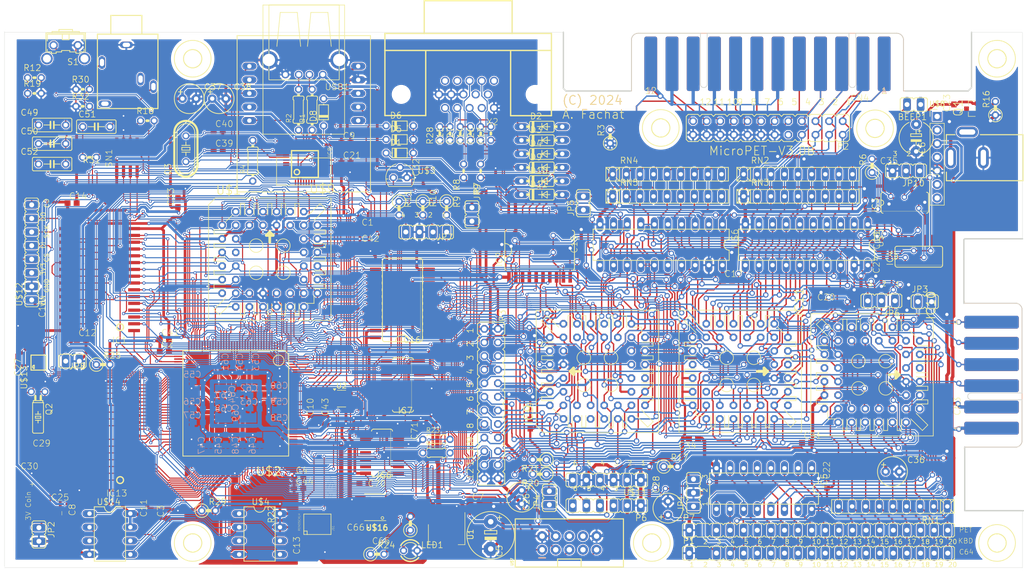
<source format=kicad_pcb>
(kicad_pcb (version 20240108) (generator "pcbnew") (generator_version "8.0")
  (layers (0 "F.Cu" signal) (31 "B.Cu" signal) (34 "B.Paste" user) (35 "F.Paste" user) (36 "B.SilkS" user "B.Silkscreen") (37 "F.SilkS" user "F.Silkscreen") (38 "B.Mask" user) (39 "F.Mask" user) (44 "Edge.Cuts" user))
  (net 0 "")
  (net 1 "GND")
  (net 2 "VCC")
  (net 3 "D7")
  (net 4 "D6")
  (net 5 "D5")
  (net 6 "D4")
  (net 7 "D3")
  (net 8 "D2")
  (net 9 "D1")
  (net 10 "D0")
  (net 11 "Net-(BEEP1-+)")
  (net 12 "Net-(U$13-X1)")
  (net 13 "Net-(U$13-X2)")
  (net 14 "Net-(IC8-X0)")
  (net 15 "A3")
  (net 16 "A2")
  (net 17 "Net-(IC8-X1)")
  (net 18 "A0")
  (net 19 "Net-(C49-Pad2)")
  (net 20 "Net-(C50-Pad2)")
  (net 21 "Net-(C50-Pad1)")
  (net 22 "Net-(C51-Pad1)")
  (net 23 "/I/O/C1MTR")
  (net 24 "/I/O/C1SW")
  (net 25 "/I/O/CWR")
  (net 26 "/I/O/C1RD")
  (net 28 "/I/O/ATN")
  (net 29 "/I/O/EOI")
  (net 30 "/I/O/DAV")
  (net 31 "/I/O/NRFD")
  (net 32 "/I/O/NDAC")
  (net 33 "/I/O/IFC")
  (net 34 "/I/O/{slash}SRQIN")
  (net 35 "Net-(IC9A-{slash}IRQ)")
  (net 36 "{slash}IRQ")
  (net 37 "Net-(IC2A-B1)")
  (net 38 "Net-(D2-PadC)")
  (net 39 "Net-(IC2A-B2)")
  (net 40 "Net-(D3-PadC)")
  (net 41 "Net-(IC2A-B3)")
  (net 42 "Net-(D4-PadC)")
  (net 43 "/USB/{slash}USBINT")
  (net 44 "Net-(U$9-INT)")
  (net 45 "{slash}RES")
  (net 46 "Net-(U$9-RST)")
  (net 47 "Net-(IC2A-B4)")
  (net 48 "Net-(D9-PadC)")
  (net 49 "GRAPHIC")
  (net 50 "TTLSOUND")
  (net 51 "Net-(IC2A-B7)")
  (net 52 "Net-(D10-PadC)")
  (net 53 "Net-(IC2A-B8)")
  (net 54 "Net-(D11-PadC)")
  (net 55 "/CPU,RAM,ROM/FA15")
  (net 56 "/CPU,RAM,ROM/FA17")
  (net 57 "R{slash}-W")
  (net 58 "/CPU,RAM,ROM/A13")
  (net 59 "/CPU,RAM,ROM/A8")
  (net 60 "/CPU,RAM,ROM/A9")
  (net 61 "/CPU,RAM,ROM/A11")
  (net 62 "/CPU,RAM,ROM/{slash}FRAMSEL")
  (net 63 "/CPU,RAM,ROM/A10")
  (net 64 "/CPU,RAM,ROM/A4")
  (net 65 "/CPU,RAM,ROM/A5")
  (net 66 "/CPU,RAM,ROM/A7")
  (net 67 "/CPU,RAM,ROM/A6")
  (net 68 "/CPU,RAM,ROM/A12")
  (net 69 "/CPU,RAM,ROM/A14")
  (net 70 "/CPU,RAM,ROM/FA18")
  (net 71 "/CPU,RAM,ROM/FA16")
  (net 72 "Net-(IC2A-B5)")
  (net 73 "Net-(IC2A-B6)")
  (net 74 "/I/O/N$11")
  (net 75 "Net-(IC3C-I0)")
  (net 76 "/I/O/ATNA_EN")
  (net 77 "Net-(IC3B-O)")
  (net 78 "Net-(IC3D-O)")
  (net 79 "/I/O/{slash}C2MTR")
  (net 80 "/I/O/DIAG")
  (net 81 "/I/O/UPCB2{slash}BEEP")
  (net 82 "Net-(IC10A-PA0)")
  (net 83 "Net-(IC10A-PA1)")
  (net 84 "Net-(IC10A-PA2)")
  (net 85 "Net-(IC10A-PA3)")
  (net 86 "/I/O/DEC9")
  (net 87 "/I/O/DEC8")
  (net 88 "/I/O/DEC7")
  (net 89 "VSYNC")
  (net 90 "/I/O/DEC4")
  (net 91 "/I/O/DEC5")
  (net 92 "/I/O/DEC3")
  (net 93 "/I/O/DEC2")
  (net 94 "/I/O/DEC6")
  (net 95 "/I/O/DEC1")
  (net 96 "/I/O/DEC0")
  (net 97 "/CPU,RAM,ROM/RAMA3")
  (net 98 "/CPU,RAM,ROM/DONE")
  (net 100 "/CPU,RAM,ROM/SPI_NFLASH")
  (net 102 "/CPU,RAM,ROM/SPISELC")
  (net 103 "/CPU,RAM,ROM/SPISELB")
  (net 104 "V33")
  (net 105 "/CPU,RAM,ROM/SPISELA")
  (net 112 "Net-(IC8-GPIN0)")
  (net 114 "Net-(IC8-D+)")
  (net 115 "Net-(IC8-D-)")
  (net 126 "/I/O/UPCA1")
  (net 127 "{slash}SEL4")
  (net 128 "/I/O/C2RD")
  (net 129 "/I/O/ATNOUT")
  (net 130 "/I/O/NRFDOUT")
  (net 131 "/I/O/UP0")
  (net 132 "/I/O/EOIOUT")
  (net 133 "{slash}SEL1")
  (net 134 "/I/O/{slash}C1MTR")
  (net 135 "/I/O/KI7")
  (net 136 "/I/O/KI6")
  (net 137 "HSYNC")
  (net 138 "/I/O/KI5")
  (net 139 "/I/O/KI4")
  (net 140 "/I/O/KI3")
  (net 141 "/I/O/KI2")
  (net 142 "/I/O/KI1")
  (net 143 "/I/O/KI0")
  (net 144 "/I/O/C2SW{slash}ATNIN")
  (net 145 "/I/O/NDACOUT")
  (net 146 "/I/O/DAVOUT")
  (net 147 "/I/O/DO8")
  (net 148 "/I/O/DO7")
  (net 149 "/I/O/DO6")
  (net 150 "/I/O/DO5")
  (net 151 "/I/O/DO4")
  (net 152 "/I/O/DO3")
  (net 153 "/I/O/DO2")
  (net 154 "/I/O/DO1")
  (net 155 "/CPU,RAM,ROM/RAMA15")
  (net 156 "/CPU,RAM,ROM/RAMA17")
  (net 157 "/CPU,RAM,ROM/{slash}RAMWE")
  (net 158 "/CPU,RAM,ROM/RAMA13")
  (net 159 "/CPU,RAM,ROM/RAMA8")
  (net 160 "/CPU,RAM,ROM/RAMA9")
  (net 161 "/CPU,RAM,ROM/RAMA11")
  (net 162 "/CPU,RAM,ROM/{slash}RAMCS")
  (net 163 "/CPU,RAM,ROM/RAMA10")
  (net 164 "/CPU,RAM,ROM/RAMD7")
  (net 165 "/CPU,RAM,ROM/RAMD6")
  (net 166 "/CPU,RAM,ROM/RAMD5")
  (net 167 "/CPU,RAM,ROM/RAMD4")
  (net 168 "/CPU,RAM,ROM/RAMD3")
  (net 169 "/CPU,RAM,ROM/RAMD2")
  (net 170 "/CPU,RAM,ROM/RAMA4")
  (net 171 "/CPU,RAM,ROM/RAMA2")
  (net 172 "/CPU,RAM,ROM/RAMA5")
  (net 173 "/CPU,RAM,ROM/RAMA7")
  (net 174 "/CPU,RAM,ROM/RAMA6")
  (net 175 "/CPU,RAM,ROM/RAMA1")
  (net 176 "/CPU,RAM,ROM/RAMA0")
  (net 177 "/CPU,RAM,ROM/RAMD1")
  (net 178 "/CPU,RAM,ROM/RAMA12")
  (net 179 "/CPU,RAM,ROM/RAMA14")
  (net 180 "PET_VSYNC")
  (net 181 "CPHI2")
  (net 182 "/CPU,RAM,ROM/RAMA18")
  (net 183 "/CPU,RAM,ROM/RAMD0")
  (net 184 "SPI_MOSI")
  (net 185 "SPI_CLK")
  (net 186 "SPI_MISO")
  (net 187 "SPI_IN3")
  (net 188 "SPI_NSEL2")
  (net 189 "SPI_NSEL3")
  (net 190 "SPI_NSEL4")
  (net 191 "/CPU,RAM,ROM/RAMA16")
  (net 192 "{slash}BE_DOUT")
  (net 194 "Net-(Q1-D)")
  (net 195 "Net-(JP1-Pad1)")
  (net 196 "Net-(U$13-VBAT)")
  (net 197 "/I/O/C2MTR")
  (net 198 "/I/O/IECRES")
  (net 199 "/I/O/C2SW")
  (net 200 "/CPU,RAM,ROM/{slash}NMI")
  (net 201 "SPI_NSEL5")
  (net 202 "/CPU,RAM,ROM/ABORTB")
  (net 203 "Net-(U$2B-PROGRAM_B_2)")
  (net 204 "/CPU,RAM,ROM/QCLK")
  (net 207 "Net-(LED1-PadA)")
  (net 208 "Net-(P1-RSTR)")
  (net 209 "/I/O/REN")
  (net 210 "/I/O/SHIELD")
  (net 211 "/I/O/UPVCC")
  (net 212 "Net-(Q1-G)")
  (net 213 "Net-(R1-Pad2)")
  (net 214 "Net-(R2-Pad2)")
  (net 215 "SPI_AMOSI")
  (net 216 "SPI_ACLK")
  (net 217 "/USB/DETECT")
  (net 218 "Net-(X2N-F)")
  (net 219 "Net-(X2M-F)")
  (net 220 "Net-(X2C-F)")
  (net 221 "Net-(X2B-F)")
  (net 222 "Net-(X2A-F)")
  (net 223 "Net-(SN1-VOUTB)")
  (net 224 "Net-(U$11-R2)")
  (net 225 "Net-(U$16-PG)")
  (net 226 "Net-(SN1-VOUTA)")
  (net 227 "SPI_NAUDIO")
  (net 230 "IROUT")
  (net 231 "{slash}LDAC")
  (net 232 "/CPU,RAM,ROM/VDA")
  (net 233 "/CPU,RAM,ROM/M{slash}X")
  (net 234 "ROUT")
  (net 235 "GOUT")
  (net 236 "BOUT")
  (net 237 "IBOUT")
  (net 238 "IGOUT")
  (net 239 "/CPU,RAM,ROM/E")
  (net 240 "/CPU,RAM,ROM/A15")
  (net 241 "/CPU,RAM,ROM/VPA")
  (net 242 "V12")
  (net 243 "/CPU,RAM,ROM/MLB")
  (net 244 "BD0")
  (net 245 "BD1")
  (net 246 "BD2")
  (net 247 "BD3")
  (net 248 "BD4")
  (net 249 "BD5")
  (net 250 "BD6")
  (net 251 "BD7")
  (net 252 "GRAPHIC5V")
  (net 253 "/CPU,RAM,ROM/RDY")
  (net 254 "/CPU,RAM,ROM/VPB")
  (net 255 "Net-(U$2C-TCK)")
  (net 256 "Net-(U$2C-TDI)")
  (net 257 "/CPU,RAM,ROM/{slash}MEMSEL")
  (net 258 "PHI2")
  (net 259 "/CPU,RAM,ROM/BE_IN")
  (net 260 "/CPU,RAM,ROM/SYNC")
  (net 261 "/CPU,RAM,ROM/{slash}BE_OUT")
  (net 265 "/CPU,RAM,ROM/C8PHI2")
  (net 266 "/CPU,RAM,ROM/C2PHI2")
  (net 267 "Net-(U$2C-TDO)")
  (net 268 "Net-(U$2C-TMS)")
  (net 275 "/CPU,RAM,ROM/{slash}FPGABOOT")
  (net 285 "A1")
  (net 286 "{slash}SEL2")
  (net 287 "/I/O/UP1")
  (net 288 "/I/O/UP2")
  (net 289 "/I/O/UP3")
  (net 290 "/I/O/UP4")
  (net 291 "/I/O/UP5")
  (net 292 "/I/O/UP6")
  (net 293 "/I/O/UP7")
  (net 294 "/I/O/DIO4")
  (net 295 "/I/O/DIO8")
  (net 296 "/I/O/DIO2")
  (net 297 "/I/O/DIO7")
  (net 298 "/I/O/DIO6")
  (net 299 "/I/O/DIO1")
  (net 300 "/I/O/DIO5")
  (net 301 "/I/O/DIO3")
  (net 302 "/CPU,RAM,ROM/BE")
  (net 303 "/CPU,RAM,ROM/{slash}BE")
  (net 309 "Net-(C49-Pad1)")
  (footprint "micropet_v3:3,2" (layer "F.Cu") (at 258.974106 43.815)
    (property "Reference" "H3" (hide yes))
    (property "Value" "MOUNT-HOLE3.2" (hide yes))
  )
  (footprint "micropet_v3:RENJS6" (layer "F.Cu") (at 134.62 128.27)
    (property "Reference" "JS1")
    (property "Value" "RENOSCXLH")
  )
  (footprint "micropet_v3:0204_7" (layer "F.Cu") (at 128.560981 53.34 90)
    (property "Reference" "R2")
    (property "Value" "33")
  )
  (footprint "micropet_v3:0204V" (layer "F.Cu") (at 79.248 47.3616)
    (property "Reference" "R12")
    (property "Value" "3k3")
  )
  (footprint "micropet_v3:0207_2V" (layer "F.Cu") (at 186.742856 58.340625 90)
    (property "Reference" "R3")
    (property "Value" "2k4")
  )
  (footprint "micropet_v3:0207_2V" (layer "F.Cu") (at 151.765 71.755 -90)
    (property "Reference" "R10")
    (property "Value" "10k")
  )
  (footprint "micropet_v3:3,2" (layer "F.Cu") (at 108.796606 134.3025)
    (property "Reference" "H1" (hide yes))
    (property "Value" "MOUNT-HOLE3.2" (hide yes))
  )
  (footprint "micropet_v3:D-5" (layer "F.Cu") (at 147.452231 58.89625)
    (property "Reference" "D5")
    (property "Value" "1N4148")
  )
  (footprint "micropet_v3:0207_2V" (layer "F.Cu") (at 156.21 71.755 -90)
    (property "Reference" "R9")
    (property "Value" "10k")
  )
  (footprint "micropet_v3:E2,5-6" (layer "F.Cu") (at 239.447856 120.9675)
    (property "Reference" "C36")
    (property "Value" "22u")
  )
  (footprint "micropet_v3:SO14" (layer "F.Cu") (at 244.369106 80.80375)
    (property "Reference" "IC4")
    (property "Value" "7486D")
  )
  (footprint "micropet_v3:E2,5-6" (layer "F.Cu") (at 197.537856 127.79375 90)
    (property "Reference" "C28")
    (property "Value" "22u")
  )
  (footprint "micropet_v3:ETHOLIENC" (layer "F.Cu") (at 129.54 60.452 90)
    (property "Reference" "U$9")
    (property "Value" "ETHOLIENC")
  )
  (footprint "micropet_v3:C0603" (layer "F.Cu") (at 88.026875 96.36125)
    (property "Reference" "C12")
    (property "Value" "0.1u")
  )
  (footprint "micropet_v3:C0603" (layer "F.Cu") (at 79.454375 116.99875)
    (property "Reference" "C29")
    (property "Value" "18p")
  )
  (footprint "micropet_v3:DO35-7" (layer "F.Cu") (at 173.99 66.675)
    (property "Reference" "D10")
    (property "Value" "1N4148DO35-7")
  )
  (footprint "micropet_v3:C0603" (layer "F.Cu") (at 250.929656 53.209631 90)
    (property "Reference" "C23")
    (property "Value" "0.1u")
  )
  (footprint "micropet_v3:C0603" (layer "F.Cu") (at 86.36 129.96 -90)
    (property "Reference" "C8")
    (property "Value" "100n")
  )
  (footprint "micropet_v3:MSOP10" (layer "F.Cu") (at 80.01 100.6)
    (property "Reference" "U$13")
    (property "Value" "MCP79510")
  )
  (footprint "micropet_v3:0204V" (layer "F.Cu") (at 159.385 64.77 90)
    (property "Reference" "R8")
    (property "Value" "68")
  )
  (footprint "micropet_v3:C0603" (layer "F.Cu") (at 140.782519 123.257232 180)
    (property "Reference" "C70")
    (property "Value" "0.1u")
  )
  (footprint "micropet_v3:C0603" (layer "F.Cu") (at 140.882 78.74)
    (property "Reference" "C42")
    (property "Value" "0.1u")
  )
  (footprint "micropet_v3:0204V" (layer "F.Cu") (at 100.33 55.40375)
    (property "Reference" "R18")
    (property "Value" "100")
  )
  (footprint "micropet_v3:0207_2V" (layer "F.Cu") (at 173.566606 118.745 180)
    (property "Reference" "R21")
    (property "Value" "10")
  )
  (footprint "micropet_v3:C050-025X075" (layer "F.Cu") (at 82.55 59.69)
    (property "Reference" "C50")
    (property "Value" "1u")
  )
  (footprint "micropet_v3:JP1" (layer "F.Cu") (at 160.933591 72.903569 180)
    (property "Reference" "JP9")
    (property "Value" "JP1E")
  )
  (footprint "micropet_v3:0204V" (layer "F.Cu") (at 160.655 57.785 90)
    (property "Reference" "R14")
    (property "Value" "470")
  )
  (footprint "micropet_v3:C0603" (layer "F.Cu") (at 106.045 70.7 90)
    (property "Reference" "C33")
    (property "Value" "0.1u")
  )
  (footprint "micropet_v3:C0603" (layer "F.Cu") (at 161.501606 127)
    (property "Reference" "C7")
    (property "Value" "100n")
  )
  (footprint "micropet_v3:0207_2V" (layer "F.Cu") (at 149.436606 130.65125 90)
    (property "Reference" "R22")
    (property "Value" "390")
  )
  (footprint "micropet_v3:SO16" (layer "F.Cu") (at 148.0566 104.775 90)
    (property "Reference" "IC7")
    (property "Value" "74138D")
  )
  (footprint "micropet_v3:TC26H" (layer "F.Cu") (at 79.930625 106.045 180)
    (property "Reference" "Q2")
    (property "Value" "32kHz")
  )
  (footprint "micropet_v3:PLCC44" (layer "F.Cu") (at 235.637856 102.87 -90)
    (property "Reference" "IC10")
    (property "Value" "PIAPLCC")
  )
  (footprint "micropet_v3:SO20W" (layer "F.Cu") (at 173.566606 79.613125)
    (property "Reference" "IC2")
    (property "Value" "74245DW")
  )
  (footprint "micropet_v3:USB-A-H" (layer "F.Cu") (at 129.592856 44.053125 -90)
    (property "Reference" "USB1")
    (property "Value" "USB-A-H" (hide yes))
  )
  (footprint "micropet_v3:RN-9" (layer "F.Cu") (at 197.379106 65.405)
    (property "Reference" "RN4")
    (property "Value" "2k4")
  )
  (footprint "micropet_v3:SO14" (layer "F.Cu") (at 241.749731 70.723125)
    (property "Reference" "IC3")
    (property "Value" "7400D")
  )
  (footprint "micropet_v3:SOIC8" (layer "F.Cu") (at 96.52 62.29)
    (property "Reference" "SN1")
    (property "Value" "MCP48X2")
  )
  (footprint "micropet_v3:C0603" (layer "F.Cu") (at 113.559106 60.96)
    (property "Reference" "C39")
    (property "Value" "18p")
  )
  (footprint "micropet_v3:3,2" (layer "F.Cu") (at 236.193481 56.8325)
    (property "Reference" "H6" (hide yes))
    (property "Value" "MOUNT-HOLE3.2" (hide yes))
  )
  (footprint "micropet_v3:C0603" (layer "F.Cu") (at 227.224106 123.110625 -90)
    (property "Reference" "C22")
    (property "Value" "0.1u")
  )
  (footprint "micropet_v3:0204V" (layer "F.Cu") (at 162.56 57.785 90)
    (property "Reference" "R26")
    (property "Value" "1k")
  )
  (footprint "micropet_v3:E2,5-6" (layer "F.Cu") (at 108.161606 51.27625)
    (property "Reference" "C37")
    (property "Value" "22u")
  )
  (footprint "micropet_v3:C0603" (layer "F.Cu") (at 137.414 59.53125)
    (property "Reference" "C9")
    (property "Value" "1.0u Cer")
  )
  (footprint "micropet_v3:FLAT24" (layer "F.Cu") (at 216.190981 56.753125 180)
    (property "Reference" "P2")
    (property "Value" "IEEE488FLATCABLE")
  )
  (footprint "micropet_v3:D-5" (layer "F.Cu") (at 133.244106 53.81625 90)
    (property "Reference" "D8")
    (property "Value" "1N4148")
  )
  (footprint "micropet_v3:C64KEYB" (layer "F.Cu") (at 201.506606 136.2075)
    (property "Reference" "P1")
    (property "Value" "C64KEYB")
  )
  (footprint "micropet_v3:C050-025X075" (layer "F.Cu") (at 90.805 56.515)
    (property "Reference" "C51")
    (property "Value" "1u")
  )
  (footprint "micropet_v3:C0603" (layer "F.Cu") (at 208.650356 85.328125)
    (property "Reference" "C17")
    (property "Value" "0.1u")
  )
  (footprint "micropet_v3:SO14" (layer "F.Cu") (at 144.145 117.475 90)
    (property "Reference" "IC6")
    (property "Value" "74125D")
  )
  (footprint "micropet_v3:0207_2V" (layer "F.Cu") (at 235.637856 63.8175 90)
    (property "Reference" "R6")
    (property "Value" "10")
  )
  (footprint "micropet_v3:E2,5-6" (layer "F.Cu") (at 170.232856 125.73 -90)
    (property "Reference" "C26")
    (property "Value" "47u")
  )
  (footprint "micropet_v3:C0603" (layer "F.Cu") (at 181.345356 79.613125 90)
    (property "Reference" "C15")
    (property "Value" "0.1u")
  )
  (footprint "micropet_v3:C0603" (layer "F.Cu") (at 171.820356 112.0775 -90)
    (property "Reference" "C19")
    (property "Value" "0.1u")
  )
  (footprint "micropet_v3:0204_5" (layer "F.Cu") (at 154.305 117.475)
    (property "Reference" "R5")
    (property "Value" "2k2")
  )
  (footprint "micropet_v3:HC49_S" (layer "F.Cu") (at 107.526606 60.6425 90)
    (property "Reference" "Q3")
    (property "Value" "12MHz")
  )
  (footprint "micropet_v3:MICRO3" (layer "F.Cu") (at 254.27233 53.139992 90)
    (property "Reference" "Q1")
    (property "Value" "IRLML5203")
  )
  (footprint "micropet_v3:JP4" (layer "F.Cu") (at 152.4 76.2 180)
    (property "Reference" "JP7")
    (property "Value" "JP4E")
  )
  (footprint "micropet_v3:DO35-7" (layer "F.Cu") (at 173.99 59.055)
    (property "Reference" "D3")
    (property "Value" "1N4148DO35-7")
  )
  (footprint "micropet_v3:C050-025X075" (layer "F.Cu") (at 82.55 63.5)
    (property "Reference" "C52")
    (property "Value" "1u")
  )
  (footprint "micropet_v3:C0603" (layer "F.Cu") (at 104.14 128.905 90)
    (property "Reference" "C3")
    (property "Value" "0.1u")
  )
  (footprint "micropet_v3:SO24L" (layer "F.Cu") (at 147.955 92.075 90)
    (property "Reference" "IC16")
    (property "Value" "74LVC8T245SO24")
  )
  (footprint "micropet_v3:0204V" (layer "F.Cu") (at 154.94 57.785 90)
    (property "Reference" "R28")
    (property "Value" "1k")
  )
  (footprint "micropet_v3:C0603" (layer "F.Cu") (at 237.860356 78.89875 90)
    (property "Reference" "C18")
    (property "Value" "0.1u")
  )
  (footprint "micropet_v3:0204V" (layer "F.Cu") (at 158.75 57.785 90)
    (property "Reference" "R27")
    (property "Value" "1k")
  )
  (footprint "micropet_v3:RN-9" (layer "F.Cu") (at 221.826606 69.5325)
    (property "Reference" "RN3")
    (property "Value" "5k1")
  )
  (footprint "micropet_v3:D-5" (layer "F.Cu") (at 147.452231 61.43625)
    (property "Reference" "D1")
    (property "Value" "1N4148")
  )
  (footprint "micropet_v3:SOP32" (layer "F.Cu") (at 91.44 114.3 90)
    (property "Reference" "IC13")
    (property "Value" "RAMSOCK32TO512KSOP")
  )
  (footprint "micropet_v3:C0603" (layer "F.Cu") (at 133.588125 111.28375 -90)
    (property "Reference" "C43")
    (property "Value" "0.1u")
  )
  (footprint "micropet_v3:D-5" (layer "F.Cu") (at 147.452231 56.35625)
    (property "Reference" "D6")
    (property "Value" "1N4148")
  )
  (footprint "micropet_v3:JP1" (layer "F.Cu") (at 181.742231 70.8025)
    (property "Reference" "JP5")
    (property "Value" "JP1E")
  )
  (footprint "micropet_v3:C0805" (layer "F.Cu") (at 144.46 133.35 180)
    (property "Reference" "C65")
    (property "Value" "22u")
  )
  (footprint "micropet_v3:C050-025X075" (layer "F.Cu") (at 82.55 56.1975)
    (property "Reference" "C49")
    (property "Value" "1u")
  )
  (footprint "micropet_v3:0207_2V" (layer "F.Cu") (at 258.671196 53.070353 90)
    (property "Reference" "R16")
    (property "Value" "100k")
  )
  (footprint "micropet_v3:DO35-7" (layer "F.Cu") (at 173.99 61.595)
    (property "Reference" "D4")
    (property "Value" "1N4148DO35-7")
  )
  (footprint "micropet_v3:3,2" (layer "F.Cu") (at 258.974106 134.3025)
    (property "Reference" "H4" (hide yes))
    (property "Value" "MOUNT-HOLE3.2" (hide yes))
  )
  (footprint "micropet_v3:0204V" (layer "F.Cu") (at 88.265 49.53)
    (property "Reference" "R30")
    (property "Value" "680")
  )
  (footprint "micropet_v3:0204V" (layer "F.Cu") (at 89.535 62.23 180)
    (property "Reference" "R31")
    (property "Value" "100")
  )
  (footprint "micropet_v3:E5-6" (layer "F.Cu") (at 243.869751 58.60299 -90)
    (property "Reference" "C6")
    (property "Value" "47u")
  )
  (footprint "micropet_v3:3,2" (layer "F.Cu") (at 194.521606 134.3025)
    (property "Reference" "H7" (hide yes))
    (property "Value" "MOUNT-HOLE3.2" (hide yes))
  )
  (footprint "micropet_v3:0204V" (layer "F.Cu") (at 164.465 57.785 90)
    (property "Reference" "R13")
    (property "Value" "470")
  )
  (footprint "micropet_v3:C0603" (layer "F.Cu") (at 223.414106 115.57)
    (property "Reference" "C31")
    (property "Value" "0.1u")
  )
  (footprint "micropet_v3:DIL08" (layer "F.Cu") (at 92.075 140.2481 -90)
    (property "Reference" "U$14")
    (property "Value" "SPIFLASH")
  )
  (footprint "micropet_v3:JP2" (layer "F.Cu") (at 202.300356 124.93625 90)
    (property "Reference" "JP1")
    (property "Value" "JP2E")
  )
  (footprint "micropet_v3:C0603" (layer "F.Cu") (at 79.454375 120.015 180)
    (property "Reference" "C30")
    (property "Value" "18p")
  )
  (footprint "micropet_v3:JP1" (layer "F.Cu") (at 86.36 100.33 90)
    (property "Reference" "JP8")
    (property "Value" "JP1E")
  )
  (footprint "micropet_v3:PSOP-8-FIXED" (layer "F.Cu") (at 142.875 127.635 180)
    (property "Reference" "U$16")
    (property "Value" "AP2132BB")
  )
  (footprint "micropet_v3:FLAT10BOX" (layer "F.Cu") (at 179.122856 134.3025 90)
    (property "Reference" "U$7")
    (property "Value" "XILINXPROG" (hide yes))
  )
  (footprint "micropet_v3:C0603" (layer "F.Cu") (at 239.924106 61.595 180)
    (property "Reference" "C35")
    (property "Value" "0.1u")
  )
  (footprint "micropet_v3:C0603" (layer "F.Cu") (at 130.81 111.28375 -90)
    (property "Reference" "C10")
    (property "Value" "1u")
  )
  (footprint "micropet_v3:JP1" (layer "F.Cu") (at 80.089375 132.715 180)
    (property "Reference" "JP2")
    (property "Value" "JP1E")
  )
  (footprint "micropet_v3:0204_5" (layer "F.Cu") (at 154.305 114.935)
    (property "Reference" "R23")
    (property "Value" "3k3")
  )
  (footprint "micropet_v3:JP2" (layer "F.Cu") (at 237.384106 89.05875 180)
    (property "Reference" "JP6")
    (property "Value" "JP2E")
  )
  (footprint "Connector_PinHeader_2.54mm:PinHeader_1x07_P2.54mm_Vertical" (layer "F.Cu") (at 247.790762 54.60558)
    (property "Reference" "U$8")
    (property "Value" "JP7")
  )
  (footprint "micropet_v3:RN-9" (layer "F.Cu") (at 239.527231 127.47625 180)
    (property "Reference" "RN1")
    (property "Value" "10k")
  )
  (footprint "micropet_v3:C0805" (layer "F.Cu") (at 138.745 133.35)
    (property "Reference" "C66")
    (property "Value" "22u")
  )
  (footprint "micropet_v3:HDR15RA" (layer "F.Cu") (at 160.231606 50.4825 180)
    (property "Reference" "X2")
    (property "Value" "D-SUB15-HDR15RA")
  )
  (footprint "micropet_v3:0204V" (layer "F.Cu") (at 156.845 57.785 90)
    (property "Reference" "R15")
    (property "Value" "470")
  )
  (footprint "micropet_v3:DIL20" (layer "F.Cu") (at 197.537856 78.58125 180)
    (property "Reference" "U$6")
    (property "Value" "74LS641")
  )
  (footprint "micropet_v3:TQFP32-5MM" (layer "F.Cu") (at 129.751606 63.5 90)
    (property "Reference" "IC8")
    (property "Value" "MAX3421E")
  )
  (footprint "micropet_v3:0204V" (layer "F.Cu") (at 79.248 50.292)
    (property "Reference" "R19")
    (property "Value" "470")
  )
  (footprint "micropet_v3:0204_7" (layer "F.Cu") (at 131.100981 53.34 90)
    (property "Reference" "R1")
    (property "Value" "33")
  )
  (footprint "micropet_v3:DIL16" (layer "F.Cu") (at 215.476606 124.1425 180)
    (property "Reference" "IC5")
    (property "Value" "74145N")
  )
  (footprint "micropet_v3:JP6" (layer "F.Cu") (at 184.837856 121.285 180)
    (property "Reference" "U$11")
    (property "Value" "PETSKEY_EXTRA")
  )
  (footprint "micropet_v3:DIL20" (layer "F.Cu") (at 224.684106 78.58125 180)
    (property "Reference" "U$5")
    (property "Value" "74LS641")
  )
  (footprint "micropet_v3:MA156_12-2_IEEE" (layer "F.Cu") (at 216.111606 44.7675 180)
    (property "Reference" "CN4")
    (property "Value" "PORT_IEEE_EDGE")
    (fp_line (start 25.4 4.445) (end 25.4 -5.08) (stroke (width 0.127)) (layer "Edge.Cuts"))
    (fp_line (start 12.5222 5.715) (end 24.13 5.715) (stroke (width 0.127)) (layer "Edge.Cuts"))
    (fp_line (start 12.5222 5.715) (end 12.5222 -3.81) (stroke (width 0.127)) (layer "Edge.Cuts"))
    (fp_line (start 11.2522 5.715) (end 11.2522 -3.81) (stroke (width 0.127)) (layer "Edge.Cuts"))
    (fp_line (start -15.2146 5.715) (end 11.2522 5.715) (stroke (width 0.127)) (layer "Edge.Cuts"))
    (fp_line (start -15.2146 5.715) (end -15.2146 -3.81) (stroke (width 0.127)) (layer "Edge.Cuts"))
    (fp_line (start -16.4846 5.715) (end -16.4846 -3.81) (stroke (width 0.127)) (layer "Edge.Cuts"))
    (fp_line (start -24.13 5.715) (end -16.4846 5.715) (stroke (width 0.127)) (layer "Edge.Cuts"))
    (fp_line (start -25.4 -5.08) (end -25.4 4.445) (stroke (width 0.127)) (layer "Edge.Cuts"))
    (fp_arc (start 25.4 4.445) (mid 25.028026 5.343026) (end 24.13 5.715) (stroke (width 0.127)) (layer "Edge.Cuts"))
    (fp_arc (start 11.8872 -4.445) (mid 12.336213 -4.259013) (end 12.5222 -3.81) (stroke (width 0.127)) (layer "Edge.Cuts"))
    (fp_arc (start 11.2522 -3.81) (mid 11.438187 -4.259013) (end 11.8872 -4.445) (stroke (width 0.127)) (layer "Edge.Cuts"))
    (fp_arc (start -15.8496 -4.445) (mid -15.400587 -4.259013) (end -15.2146 -3.81) (stroke (width 0.127)) (layer "Edge.Cuts"))
    (fp_arc (start -16.4846 -3.81) (mid -16.298613 -4.259013) (end -15.8496 -4.445) (stroke (width 0.127)) (layer "Edge.Cuts"))
    (fp_arc (start -24.13 5.715) (mid -25.028026 5.343026) (end -25.4 4.445) (stroke (width 0.127)) (layer "Edge.Cuts"))
  )
  (footprint "micropet_v3:C0603" (layer "F.Cu") (at 128.596531 122.062078)
    (property "Reference" "C4")
    (property "Value" "0.1u")
  )
  (footprint "Package_TO_SOT_SMD:SOT-223-3_TabPin2" (layer "F.Cu") (at 156.21 132.715 -90)
    (property "Reference" "U1")
    (property "Value" "AMS1117-3.3")
  )
  (footprint "micropet_v3:PLCC44" (layer "F.Cu") (at 184.361606 102.235 90)
    (property "Reference" "IC9")
    (property "Value" "VIAPLCC")
  )
  (footprint "micropet_v3:JP1" (layer "F.Cu") (at 245.480356 89.2175 -90)
    (property "Reference" "JP3")
    (property "Value" "JP1E")
  )
  (footprint "micropet_v3:C0603" (layer "F.Cu") (at 128.5875 124.1425)
    (property "Reference" "C44")
    (property "Value" "0.1u")
  )
  (footprint "micropet_v3:C0603" (layer "F.Cu") (at 225.954106 89.69375)
    (property "Reference" "C20")
    (property "Value" "0.1u")
  )
  (footprint "micropet_v3:3,2" (layer "F.Cu") (at 108.796606 43.815)
    (property "Reference" "H2" (hide yes))
    (property "Value" "MOUNT-HOLE3.2" (hide yes))
  )
  (footprint "micropet_v3:RN-9" (layer "F.Cu") (at 197.379106 69.5325)
    (property "Reference" "RN5")
    (property "Value" "5k1")
  )
  (footprint "micropet_v3:E2,5-6" (layer "F.Cu") (at 113.717856 51.27625)
    (property "Reference" "C38")
    (property "Value" "22u")
  )
  (footprint "micropet_v3:C0603" (layer "F.Cu") (at 202.300356 114.77625 180)
    (property "Reference" "C34")
    (property "Value" "0.1u")
  )
  (footprint "micropet_v3:TO92" (layer "F.Cu") (at 147.531606 67.31)
    (property "Reference" "U$3")
    (property "Value" "DS1813")
  )
  (footprint "micropet_v3:JP6" (layer "F.Cu") (at 184.837856 126.0475 180)
    (property "Reference" "P6")
    (property "Value" "CBMTAPE")
  )
  (footprint "micropet_v3:0207_2V" (layer "F.Cu") (at 198.014106 120.015)
    (property "Reference" "R17")
    (property "Value" "390")
  )
  (footprint "micropet_v3:0207_2V" (layer "F.Cu") (at 111.76 128.27)
    (property "Reference" "R29")
    (property "Value" "330")
  )
  (footprint "micropet_v3:LED3MM" (layer "F.Cu") (at 149.436606 135.73125)
    (property "Reference" "LED1")
    (property "Value" "LED3MM")
  )
  (footprint "micropet_v3:0204_7" (layer "F.Cu") (at 120.015 62.865 90)
    (property "Reference" "R4")
    (property "Value" "33")
  )
  (footprint "micropet_v3:JP1" (layer "F.Cu") (at 175.392231 125.88875)
    (property "Reference" "JP4")
    (property "Value" "JP1E")
  )
  (footprint "micropet_v3:DO35-7" (layer "F.Cu") (at 173.99 56.515)
    (property "Reference" "D2")
    (property "Value" "1N4148DO35-7")
  )
  (footprint "micropet_v3:0204V" (layer "F.Cu") (at 162.56 64.77 90)
    (property "Reference" "R7")
    (property "Value" "68")
  )
  (footprint "micropet_v3:C0603" (layer "F.Cu") (at 113.559106 57.30875)
    (property "Reference" "C40")
    (property "Value" "18p")
  )
  (footprint "micropet_v3:B3F-31XX" (layer "F.Cu") (at 85.09 42.545 180)
    (property "Reference" "S1")
    (property "Value" "31-XX")
  )
  (footprint "micropet_v3:PLCC44" (layer "F.Cu") (at 211.031606 102.235 -90)
    (property "Reference" "IC11")
    (property "Value" "PIAPLCC")
  )
  (footprint "micropet_v3:TQFP144" (layer "F.Cu") (at 116.84 109.458125 180)
    (property "Reference" "U$2")
    (property "Value" "XC6SLX9-TQG144")
  )
  (footprint "micropet_v3:C0603" (layer "F.Cu") (at 151.817856 65.24625 90)
    (property "Reference" "C32")
    (property "Value" "0.1u")
  )
  (footprint "micropet_v3:0207_2V" (layer "F.Cu") (at 92.075 100.965)
    (property "Reference" "R25")
    (property "Value" "4k7")
  )
  (footprint "micropet_v3:FLAT24" (layer "F.Cu") (at 164.517856 108.2675 -90)
    (property "Reference" "P3")
    (property "Value" "PETUSERPORT")
  )
  (footprint "micropet_v3:C0603" (layer "F.Cu") (at 79.375 92.925 -90)
    (property "Reference" "C16")
    (property "Value" "0.1u")
  )
  (footprint "micropet_v3:DCJ0202" (layer "F.Cu") (at 253.417856 62.309375 90)
    (property "Reference" "J1")
    (property "Value" "DCJ0202")
  )
  (footprint "micropet_v3:C64KEYB" (layer "F.Cu") (at 201.506606 131.92125)
    (property "Reference" "P7")
    (property "Value" "PETKEYBD")
  )
  (footprint "micropet_v3:SOP32" (layer "F.Cu") (at 91.44 85.725 90)
    (property "Reference" "IC1")
    (property "Value" "RAMSOCK32TO512KSOP")
  )
  (footprint "micropet_v3:3,2" (layer "F.Cu") (at 196.188481 56.753125)
    (property "Reference" "H5" (hide yes))
    (property "Value" "MOUNT-HOLE3.2" (hide yes))
  )
  (footprint "micropet_v3:C0603" (layer "F.Cu") (at 76.2 100.33 -90)
    (property "Reference" "C27")
    (property "Value" "0.1u")
  )
  (footprint "micropet_v3:GRAVITECH-SDCARD" (layer "F.Cu") (at 78.74 80.01 90)
    (property "Reference" "U$12")
    (property "Value" "SD-CARD-GRAVI")
  )
  (footprint "micropet_v3:C0603" (layer "F.Cu") (at 137.414 63.1825)
    (property "Reference" "C21")
    (property "Value" "0.1u")
  )
  (footprint "micropet_v3:JP2" (layer "F.Cu") (at 241.987856 64.77 180)
    (property "Reference" "JP10")
    (property "Value" "JP2E")
  )
  (footprint "micropet_v3:C0603" (layer "F.Cu") (at 86.280625 70.8025)
    (property "Reference" "C14")
    (property "Value" "0.1u")
  )
  (footprint "micropet_v3:RN-9" (layer "F.Cu") (at 221.826606 65.405)
    (property "Reference" "RN2")
    (property "Value" "2k4")
  )
  (footprint "micropet_v3:0207_2V" (layer "F.Cu") (at 143.256 136.398)
    (property "Reference" "R24")
    (property "Value" "10k")
  )
  (footprint "micropet_v3:DIL08" (layer "F.Cu") (at 120.015 140.2481 -90)
    (property "Reference" "U$4")
    (property "Value" "SPIFLASH")
  )
  (footprint "micropet_v3:C0603" (layer "F.Cu") (at 100.965 128.905 90)
    (property "Reference" "C11")
    (property "Value" "1u")
  )
  (footprint "micropet_v3:C0603" (layer "F.Cu") (at 150.266553 112.234653 -90)
    (property "Reference" "C71")
    (property "Value" "0.1u")
  )
  (footprint "micropet_v3:C0603" (layer "F.Cu") (at 237.780981 83.423125 90)
    (property "Reference" "C24")
    (property "Value" "0.1u")
  )
  (footprint "micropet_v3:C0603" (layer "F.Cu") (at 129.54 135.89 90)
    (property "Reference" "C13")
    (property "Value" "0.1u")
  )
  (footprint "micropet_v3:MA156_6-2_KEYED" (layer "F.Cu") (at 257.942231 102.949375 90)
    (property "Reference" "CN3")
    (property "Value" "PORT_CASSETTE_EDGE")
    (fp_line (start -13.462 -5.08) (end -13.462 4.445) (stroke (width 0.127)) (layer "Edge.Cuts"))
    (fp_line (start 13.462 4.445) (end 13.462 -5.08) (stroke (width 0.127)) (layer "Edge.Cuts"))
    (fp_line (start -3.3274 5.715) (end -3.3274 -3.81) (stroke (width 0.127)) (layer "Edge.Cuts"))
    (fp_line (start -3.3274 5.715) (end 12.192 5.715) (stroke (width 0.127)) (layer "Edge.Cuts"))
    (fp_line (start -4.5974 5.715) (end -4.5974 -3.81) (stroke (width 0.127)) (layer "Edge.Cuts"))
    (fp_line (start -12.192 5.715) (end -4.5974 5.715) (stroke (width 0.127)) (layer "Edge.Cuts"))
    (fp_arc (start -3.9624 -4.445) (mid -3.513387 -4.259013) (end -3.3274 -3.81) (stroke (width 0.127)) (layer "Edge.Cuts"))
    (fp_arc (start -4.5974 -3.81) (mid -4.411413 -4.259013) (end -3.9624 -4.445) (stroke (width 0.127)) (layer "Edge.Cuts"))
    (fp_arc (start 13.462 4.445) (mid 13.090026 5.343026) (end 12.192 5.715) (stroke (width 0.127)) (layer "Edge.Cuts"))
    (fp_arc (start -12.192 5.715) (mid -13.090026 5.343026) (end -13.462 4.445) (stroke (width 0.127)) (layer "Edge.Cuts"))
  )
  (footprint "micropet_v3:0207_2V" (layer "F.Cu") (at 147.32 71.755 -90)
    (property "Reference" "R11")
    (property "Value" "10k")
  )
  (footprint "micropet_v3:DO35-7" (layer "F.Cu") (at 173.99 69.215)
    (property "Reference" "D11")
    (property "Value" "1N4148DO35-7")
  )
  (footprint "micropet_v3:1503_09" (layer "F.Cu") (at 96.41 39.125)
    (property "Reference" "X1" (hide yes))
    (property "Value" "1503_09")
  )
  (footprint "micropet_v3:0204V" (layer "F.Cu") (at 88.265 52.705)
    (property "Reference" "R32")
    (property "Value" "680")
  )
  (footprint "micropet_v3:JP2" (layer "F.Cu") (at 243.43812 52.378121 90)
    (property "Reference" "BEEP1")
    (property "Value" "PIEZOBEEPER")
  )
  (footprint "Package_TO_SOT_SMD:SOT-23-5" (layer "F.Cu") (at 136.589074 107.326938)
    (property "Reference" "U2")
    (property "Value" "74LVC1G04")
  )
  (footprint "micropet_v3:C0603" (layer "F.Cu") (at 86.439375 125.73)
    (property "Reference" "C25")
    (property "Value" "0.1u")
  )
  (footprint "micropet_v3:C0603" (layer "F.Cu") (at 103.505 96.330335)
    (property "Reference" "C41")
    (property "Value" "0.1u")
  )
  (footprint "micropet_v3:C0603" (layer "F.Cu") (at 103.505 98.425)
    (property "Reference" "C2")
    (property "Value" "0.1u")
  )
  (footprint "micropet_v3:C0603" (layer "F.Cu") (at 140.882 75.7232)
    (property "Reference" "C1")
    (property "Value" "0.1u")
  )
  (footprint "micropet_v3:DO35-7" (layer "F.Cu") (at 173.99 64.135)
    (property "Reference" "D9")
    (property "Value" "1N4148DO35-7")
  )
  (footprint "micropet_v3:0207_2V" (layer "F.Cu") (at 173.566606 121.44375 180)
    (property "Reference" "R20")
    (property "Value" "10")
  )
  (footprint "micropet_v3:E5-8,5" (layer "F.Cu") (at 164.438481 132.87375 -90)
    (property "Reference" "C5")
    (property "Value" "47u")
  )
  (footprint "micropet_v3:PLCC44" (layer "F.Cu") (at 123.19 81.28)
    (property "Reference" "U$1")
    (property "Value" "W65C816SPLCC")
  )
  (footprint "micropet_v3:C0603" (layer "B.Cu") (at 109.855 104.14 180)
    (property "Reference" "C55")
    (property "Value" "0.1u")
  )
  (footprint "micropet_v3:C0603" (layer "B.Cu") (at 109.855 111.76 180)
    (property "Reference" "C57")
    (property "Value" "0.1u")
  )
  (footprint "micropet_v3:C0603" (layer "B.Cu") (at 114.935 101.6 90)
    (property "Reference" "C61")
    (property "Value" "0.1u")
  )
  (footprint "micropet_v3:C0603" (layer "B.Cu") (at 120.65 101.6 90)
    (property "Reference" "C53")
    (property "Value" "0.1u")
  )
  (footprint "micropet_v3:C0603" (layer "B.Cu") (at 120.435 106.68 180)
    (property "Reference" "C62")
    (property "Value" "0.1u")
  )
  (footprint "micropet_v3:C0603" (layer "B.Cu") (at 116.84 111.125 90)
    (property "Reference" "C69")
    (property "Value" "0.1u")
  )
  (footprint "micropet_v3:C0603" (layer "B.Cu") (at 117.475 105.41 -90)
    (property "Reference" "C64")
    (property "Value" "0.1u")
  )
  (footprint "micropet_v3:C0603" (layer "B.Cu") (at 113.45 109.22)
    (property "Reference" "C68")
    (property "Value" "0.1u")
  )
  (footprint "micropet_v3:C0603" (layer "B.Cu") (at 111.76 114.935 -90)
    (property "Reference" "C47")
    (property "Value" "0.1u")
  )
  (footprint "micropet_v3:C0603" (layer "B.Cu") (at 121.285 114.935 -90)
    (property "Reference" "C46")
    (property "Value" "0.1u")
  )
  (footprint "micropet_v3:C0603" (layer "B.Cu") (at 117.6332 101.6 90)
    (property "Reference" "C54")
    (property "Value" "0.1u")
  )
  (footprint "micropet_v3:C0603" (layer "B.Cu") (at 114.935 114.935 -90)
    (property "Reference" "C45")
    (property "Value" "0.1u")
  )
  (footprint "micropet_v3:C0603" (layer "B.Cu") (at 120.435 109.22 180)
    (property "Reference" "C63")
    (property "Value" "0.1u")
  )
  (footprint "micropet_v3:C0603" (layer "B.Cu") (at 123.825 110.9668)
    (property "Reference" "C58")
    (property "Value" "0.1u")
  )
  (footprint "micropet_v3:C0603" (layer "B.Cu") (at 109.855 109.22 180)
    (property "Reference" "C56")
    (property "Value" "0.1u")
  )
  (footprint "micropet_v3:C0603" (layer "B.Cu") (at 118.11 114.935 -90)
    (property "Reference" "C48")
    (property "Value" "0.1u")
  )
  (footprint "micropet_v3:C0603" (layer "B.Cu") (at 113.45 106.68)
    (property "Reference" "C67")
    (property "Value" "0.1u")
  )
  (footprint "micropet_v3:C0603" (layer "B.Cu") (at 123.825 104.9332)
    (property "Reference" "C60")
    (property "Value" "0.1u")
  )
  (footprint "micropet_v3:C0603" (layer "B.Cu") (at 123.825 107.95)
    (property "Reference" "C59")
    (property "Value" "0.1u")
  )
  (gr_line (start 252.782856 77.62875) (end 252.941606 77.47) (stroke (width 0.254)) (layer "Edge.Cuts"))
  (gr_line (start 178.054 38.9) (end 178.054 38.9) (stroke (width 0.05)) (layer "Edge.Cuts"))
  (gr_line (start 73.66 138.9) (end 263.721606 138.9) (stroke (width 0.05)) (layer "Edge.Cuts"))
  (gr_line (start 73.66 38.735) (end 73.66 138.735) (stroke (width 0.05)) (layer "Edge.Cuts"))
  (gr_line (start 241.829106 49.8475) (end 253.576606 49.8475) (stroke (width 0.254)) (layer "Edge.Cuts"))
  (gr_line (start 252.941606 116.36375) (end 252.941606 128.27) (stroke (width 0.254)) (layer "Edge.Cuts"))
  (gr_line (start 263.657231 38.89375) (end 254.254 38.89375) (stroke (width 0.05)) (layer "Edge.Cuts"))
  (gr_line (start 178.054 38.9) (end 73.66 38.9) (stroke (width 0.05)) (layer "Edge.Cuts"))
  (gr_line (start 254.211606 38.862) (end 254.211606 49.2125) (stroke (width 0.254)) (layer "Edge.Cuts"))
  (gr_line (start 252.782856 89.535) (end 252.782856 77.62875) (stroke (width 0.254)) (layer "Edge.Cuts"))
  (gr_line (start 190.552856 49.8475) (end 178.487856 49.8475) (stroke (width 0.254)) (layer "Edge.Cuts"))
  (gr_line (start 263.736606 77.47) (end 252.941606 77.47) (stroke (width 0.254)) (layer "Edge.Cuts"))
  (gr_line (start 253.576606 49.8475) (end 254.211606 49.2125) (stroke (width 0.254)) (layer "Edge.Cuts"))
  (gr_line (start 178.011606 38.862) (end 178.011606 49.37125) (stroke (width 0.254)) (layer "Edge.Cuts"))
  (gr_line (start 263.721606 138.985625) (end 263.721606 128.27) (stroke (width 0.05)) (layer "Edge.Cuts"))
  (gr_line (start 263.721606 77.47) (end 263.721606 38.9) (stroke (width 0.05)) (layer "Edge.Cuts"))
  (gr_line (start 178.487856 49.8475) (end 178.011606 49.37125) (stroke (width 0.254)) (layer "Edge.Cuts"))
  (gr_line (start 263.895356 128.27) (end 253.100356 128.27) (stroke (width 0.254)) (layer "Edge.Cuts"))
  (gr_text "(C) 2024\nA. Fachat" (at 177.694106 55.165625 0) (layer "F.Cu") (effects (font (size 1.63576 1.63576) (thickness 0.14224)) (justify left bottom)))
  (gr_text "MicroPET-V3.0B" (at 205.078481 61.991875 0) (layer "F.SilkS") (effects (font (size 1.63576 1.63576) (thickness 0.14224)) (justify left bottom)))
  (gr_text "3V Coin" (at 78.660625 130.175 90) (layer "F.SilkS") (effects (font (size 0.93472 0.93472) (thickness 0.08128)) (justify left bottom)))
  (gr_text "(C) 2024\nA. Fachat" (at 177.694106 55.165625 0) (layer "F.SilkS") (effects (font (size 1.63576 1.63576) (thickness 0.14224)) (justify left bottom)))
  (gr_text "KBD" (at 251.671606 134.46125 0) (layer "F.SilkS") (effects (font (size 0.93472 0.93472) (thickness 0.08128)) (justify left bottom)))
  (gr_text "C64" (at 251.830356 136.525 0) (layer "F.SilkS") (effects (font (size 0.93472 0.93472) (thickness 0.08128)) (justify left bottom)))
  (gr_text "PET" (at 251.830356 132.3975 0) (layer "F.SilkS") (effects (font (size 0.93472 0.93472) (thickness 0.08128)) (justify left bottom)))
  (gr_text "-" (at 84.851875 129.38125 90) (layer "F.SilkS") (effects (font (size 0.93472 0.93472) (thickness 0.08128)) (justify left bottom)))
  (gr_text "+" (at 79.295625 123.98375 90) (layer "F.SilkS") (effects (font (size 0.93472 0.93472) (thickness 0.08128)) (justify left bottom)))
  (segment (start 138.176 63.2705) (end 138.264 63.1825) (width 0.5) (layer "F.Cu") (net 1))
  (segment (start 172.738396 98.019257) (end 172.738396 100.549486) (width 0.4064) (layer "F.Cu") (net 1))
  (segment (start 184.044106 119.6975) (end 186.107856 119.6975) (width 0.6096) (layer "F.Cu") (net 1))
  (segment (start 165.787856 94.2975) (end 165.787856 86.984246) (width 0.4064) (layer "F.Cu") (net 1))
  (segment (start 248.099731 85.486875) (end 247.544106 86.0425) (width 0.254) (layer "F.Cu") (net 1))
  (segment (start 238.019106 69.85) (end 236.272856 69.85) (width 0.4064) (layer "F.Cu") (net 1))
  (segment (start 138.264 58.078) (end 138.43 57.912) (width 0.5) (layer "F.Cu") (net 1))
  (segment (start 133.35 134.366) (end 133.35 135.869053) (width 0.5) (layer "F.Cu") (net 1))
  (segment (start 151.817856 66.09625) (end 150.42425 66.09625) (width 0.5) (layer "F.Cu") (net 1))
  (segment (start 186.107856 119.6975) (end 187.377856 120.49125) (width 0.6096) (layer "F.Cu") (net 1))
  (segment (start 124.59 101.302915) (end 124.998685 101.7116) (width 0.2) (layer "F.Cu") (net 1))
  (segment (start 103.378 75.946) (end 103.378 91.948) (width 0.5) (layer "F.Cu") (net 1))
  (segment (start 172.693481 133.0325) (end 170.232856 127) (width 0.4064) (layer "F.Cu") (net 1))
  (segment (start 115.861656 121.27) (end 116.66462 121.27) (width 0.5) (layer "F.Cu") (net 1))
  (segment (start 169.926 118.364) (end 169.926 122.936) (width 0.5) (layer "F.Cu") (net 1))
  (segment (start 130.501606 61.776394) (end 129.001606 63.276394) (width 0.2) (layer "F.Cu") (net 1))
  (segment (start 164.517856 127) (end 164.994106 127.47625) (width 0.6096) (layer "F.Cu") (net 1))
  (segment (start 235.796606 72.39) (end 236.590356 73.3425) (width 0.4064) (layer "F.Cu") (net 1))
  (segment (start 117.09 116.199387) (end 117.34 115.949387) (width 0.2) (layer "F.Cu") (net 1))
  (segment (start 220.556606 102.235) (end 222.144106 100.80625) (width 0.254) (layer "F.Cu") (net 1))
  (segment (start 106.09 114.938125) (end 108.581875 114.938125) (width 0.2) (layer "F.Cu") (net 1))
  (segment (start 104.14 128.055) (end 105.83 128.055) (width 0.5) (layer "F.Cu") (net 1))
  (segment (start 204.364106 115.2525) (end 204.364106 118.11) (width 0.6096) (layer "F.Cu") (net 1))
  (segment (start 150.622 81.788) (end 150.622 78.74) (width 0.5) (layer "F.Cu") (net 1))
  (segment (start 125.59 119.748) (end 125.73 119.888) (width 0.2) (layer "F.Cu") (net 1))
  (segment (start 115.57 106.68) (end 115.57 103.505) (width 0.8) (layer "F.Cu") (net 1))
  (segment (start 86.36 130.81) (end 85.598 130.81) (width 0.5) (layer "F.Cu") (net 1))
  (segment (start 225.104106 89.69375) (end 225.104106 88.48) (width 0.254) (layer "F.Cu") (net 1))
  (segment (start 117.475 136.4381) (end 115.3561 136.4381) (width 0.5) (layer "F.Cu") (net 1))
  (segment (start 168.010356 77.073125) (end 168.010356 77.261478) (width 0.6096) (layer "F.Cu") (net 1))
  (segment (start 164.438481 135.41375) (end 164.676606 135.41375) (width 0.254) (layer "F.Cu") (net 1))
  (segment (start 114.046 135.128) (end 114.0928 135.0812) (width 0.5) (layer "F.Cu") (net 1))
  (segment (start 117.856 86.36) (end 111.506 86.36) (width 0.5) (layer "F.Cu") (net 1))
  (segment (start 104.355 92.925) (end 104.355 96.52) (width 0.5) (layer "F.Cu") (net 1))
  (segment (start 168.4568 69.396801) (end 168.4568 70.137694) (width 0.5) (layer "F.Cu") (net 1))
  (segment (start 179.599106 79.21625) (end 180.075356 78.74) (width 0.6096) (layer "F.Cu") (net 1))
  (segment (start 87.130625 68.700625) (end 87.122 68.692) (width 0.5) (layer "F.Cu") (net 1))
  (segment (start 172.614106 102.235) (end 176.741606 102.235) (width 0.4064) (layer "F.Cu") (net 1))
  (segment (start 145.542 118.618) (end 145.288 118.364) (width 0.2) (layer "F.Cu") (net 1))
  (segment (start 145.034 113.792) (end 145.034 116.078) (width 0.5) (layer "F.Cu") (net 1))
  (segment (start 211.904731 77.549375) (end 209.444106 80.01) (width 0.6096) (layer "F.Cu") (net 1))
  (segment (start 119.59 100.379595) (end 119.386948 100.582647) (width 0.2) (layer "F.Cu") (net 1))
  (segment (start 217.381606 103.505) (end 218.651606 102.235) (width 0.254) (layer "F.Cu") (net 1))
  (segment (start 239.924106 98.1075) (end 239.924106 97.4725) (width 0.254) (layer "F.Cu") (net 1))
  (segment (start 139.695 133.35) (end 141.605 133.35) (width 0.8) (layer "F.Cu") (net 1))
  (segment (start 125.59 118.938125) (end 125.59 116.7) (width 0.2) (layer "F.Cu") (net 1))
  (segment (start 172.738396 100.549486) (end 172.614106 100.673776) (width 0.4064) (layer "F.Cu") (net 1))
  (segment (start 245.559731 73.796525) (end 245.559731 70.723125) (width 0.4064) (layer "F.Cu") (net 1))
  (segment (start 179.202231 79.136875) (end 179.281606 79.21625) (width 0.254) (layer "F.Cu") (net 1))
  (segment (start 235.796606 70.32625) (end 235.796606 72.39) (width 0.4064) (layer "F.Cu") (net 1))
  (segment (start 153.416 68.834) (end 153.416 72.644) (width 0.5) (layer "F.Cu") (net 1))
  (segment (start 151.817856 66.09625) (end 151.817856 67.235856) (width 0.5) (layer "F.Cu") (net 1))
  (segment (start 172.614106 95.5675) (end 172.614106 97.894967) (width 0.4064) (layer "F.Cu") (net 1))
  (segment (start 232.304106 86.995) (end 232.304106 82.39125) (width 0.254) (layer "F.Cu") (net 1))
  (segment (start 136.114073 108.276938) (end 137.414 109.576865) (width 0.5) (layer "F.Cu") (net 1))
  (segment (start 238.654106 84.19375) (end 237.780981 84.273125) (width 0.4064) (layer "F.Cu") (net 1))
  (segment (start 167.897806 78.250504) (end 168.010356 78.363054) (width 0.6096) (layer "F.Cu") (net 1))
  (segment (start 166.510109 80.557747) (end 166.510109 78.533382) (width 0.4064) (layer "F.Cu") (net 1))
  (segment (start 258.671196 54.340353) (end 257.754284 55.257265) (width 0.6096) (layer "F.Cu") (net 1))
  (segment (start 149.098 105.156) (end 149.352 105.41) (width 0.5) (layer "F.Cu") (net 1))
  (segment (start 150.706606 135.73125) (end 150.865356 135.5725) (width 0.254) (layer "F.Cu") (net 1))
  (segment (start 151.817856 67.235856) (end 153.416 68.834) (width 0.5) (layer "F.Cu") (net 1))
  (segment (start 218.651606 102.235) (end 220.556606 102.235) (width 0.254) (layer "F.Cu") (net 1))
  (segment (start 136.652 114.577) (end 138.165 116.09) (width 0.5) (layer "F.Cu") (net 1))
  (segment (start 119.38 105.41) (end 119.38 100.589595) (width 0.8) (layer "F.Cu") (net 1))
  (segment (start 127.59 103.438125) (end 125.345 103.438125) (width 0.2) (layer "F.Cu") (net 1))
  (segment (start 86.995 49.53) (end 86.995 41.656) (width 0.2) (layer "F.Cu") (net 1))
  (segment (start 164.994106 82.39125) (end 165.629106 81.75625) (width 0.4064) (layer "F.Cu") (net 1))
  (segment (start 88.876875 99.083125) (end 87.63 100.33) (width 0.5) (layer "F.Cu") (net 1))
  (segment (start 211.587231 71.516875) (end 211.984106 71.91375) (width 0.6096) (layer "F.Cu") (net 1))
  (segment (start 236.272856 69.85) (end 235.796606 70.32625) (width 0.4064) (layer "F.Cu") (net 1))
  (segment (start 124.46 83.566) (end 122.936 85.09) (width 0.5) (layer "F.Cu") (net 1))
  (segment (start 239.924106 97.4725) (end 240.559106 96.8375) (width 0.254) (layer "F.Cu") (net 1))
  (segment (start 78.604375 120.015) (end 78.604375 119.198125) (width 0.8) (layer "F.Cu") (net 1))
  (segment (start 138.168027 123.257232) (end 138.115 123.310259) (width 0.2) (layer "F.Cu") (net 1))
  (segment (start 89.535 136.4381) (end 88.4321 136.4381) (width 0.5) (layer "F.Cu") (net 1))
  (segment (start 211.984106 71.91375) (end 211.984106 74.77125) (width 0.6096) (layer "F.Cu") (net 1))
  (segment (start 168.010356 77.261478) (end 167.897806 77.374028) (width 0.6096) (layer "F.Cu") (net 1))
  (segment (start 142.0686 114.935) (end 143.2116 113.792) (width 0.2) (layer "F.Cu") (net 1))
  (segment (start 80.089375 133.985) (end 86.233 133.985) (width 0.5) (layer "F.Cu") (net 1))
  (segment (start 169.121606 76.04125) (end 168.486606 76.67625) (width 0.6096) (layer "F.Cu") (net 1))
  (segment (start 151.003 83.185) (end 150.622 82.804) (width 0.5) (layer "F.Cu") (net 1))
  (segment (start 248.179106 83.87715) (end 248.099731 85.486875) (width 0.254) (layer "F.Cu") (net 1))
  (segment (start 192.457856 127.3175) (end 192.457856 122.555) (width 0.6096) (layer "F.Cu") (net 1))
  (segment (start 222.144106 98.90125) (end 221.826606 98.58375) (width 0.254) (layer "F.Cu") (net 1))
  (segment (start 164.994106 86.190496) (end 164.994106 82.39125) (width 0.4064) (layer "F.Cu") (net 1))
  (segment (start 187.219106 69.5325) (end 187.219106 70.64375) (width 0.6096) (layer "F.Cu") (net 1))
  (segment (start 250.929656 54.059631) (end 250.929656 54.71695) (width 0.5) (layer "F.Cu") (net 1))
  (segment (start 119.59 97.438125) (end 119.59 100.379595) (width 0.2) (layer "F.Cu") (net 1))
  (segment (start 138.176 65.024) (end 138.176 63.2705) (width 0.5) (layer "F.Cu") (net 1))
  (segment (start 165.629106 81.43875) (end 166.510109 80.557747) (width 0.4064) (layer "F.Cu") (net 1))
  (segment (start 111.252219 125.9498) (end 111.67309 125.9498) (width 0.5) (layer "F.Cu") (net 1))
  (segment (start 129.001606 63.276394) (end 129.001606 67) (width 0.2) (layer "F.Cu") (net 1))
  (segment (start 109.147019 128.055) (end 111.252219 125.9498) (width 0.5) (layer "F.Cu") (net 1))
  (segment (start 126.104806 114.402931) (end 126.104806 114.3) (width 0.2) (layer "F.Cu") (net 1))
  (segment (start 125.73 119.888) (end 128.524 119.888) (width 0.2) (layer "F.Cu") (net 1))
  (segment (start 138.43 59.36525) (end 138.264 59.53125) (width 0.2) (layer "F.Cu") (net 1))
  (segment (start 236.329106 84.455) (end 237.780981 84.273125) (width 0.4064) (layer "F.Cu") (net 1))
  (segment (start 168.169106 76.914375) (end 168.089731 76.67625) (width 0.254) (layer "F.Cu") (net 1))
  (segment (start 138.214 59.53125) (end 138.264 59.53125) (width 0.2) (layer "F.Cu") (net 1))
  (segment (start 107.188 68.326) (end 107.188 70.104) (width 0.5) (layer "F.Cu") (net 1))
  (segment (start 233.085734 90.858826) (end 233.085734 92.920541) (width 0.2) (layer "F.Cu") (net 1))
  (segment (start 222.461606 115.6725) (end 222.564106 115.57) (width 0.254) (layer "F.Cu") (net 1))
  (segment (start 204.522856 129.2225) (end 204.522856 124.93625) (width 0.6096) (layer "F.Cu") (net 1))
  (segment (start 107.188 70.104) (end 107.442 70.358) (width 0.5) (layer "F.Cu") (net 1))
  (segment (start 158.51 127.849657) (end 158.093367 127.433024) (width 0.8) (layer "F.Cu") (net 1))
  (segment (start 140.095 128.27) (end 137.795 128.27) (width 0.8) (layer "F.Cu") (net 1))
  (segment (start 180.075356 78.74) (end 181.322231 78.74) (width 0.6096) (layer "F.Cu") (net 1))
  (segment (start 145.161 116.205) (end 147.2184 116.205) (width 0.5) (layer "F.Cu") (net 1))
  (segment (start 95.885 59.69) (end 95.885 57.15) (width 0.2) (layer "F.Cu") (net 1))
  (segment (start 147.2184 116.205) (end 148.717 116.205) (width 0.5) (layer "F.Cu") (net 1))
  (segment (start 204.364106 118.11) (end 206.586606 120.3325) (width 0.6096) (layer "F.Cu") (net 1))
  (segment (start 203.887856 114.77625) (end 204.364106 115.2525) (width 0.6096) (layer "F.Cu") (net 1))
  (segment (start 139.932519 123.257232) (end 138.168027 123.257232) (width 0.2) (layer "F.Cu") (net 1))
  (segment (start 211.984106 74.77125) (end 211.904731 77.549375) (width 0.6096) (layer "F.Cu") (net 1))
  (segment (start 115.57 106.68) (end 112.395 106.68) (width 0.8) (layer "F.Cu") (net 1))
  (segment (start 134.45075 58.08125) (end 134.62 57.912) (width 0.2) (layer "F.Cu") (net 1))
  (segment (start 133.35 132.08) (end 133.35 134.366) (width 0.5) (layer "F.Cu") (net 1))
  (segment (start 149.098 100.838) (end 149.098 105.156) (width 0.5) (layer "F.Cu") (net 1))
  (segment (start 240.774106 61.595) (end 243.416606 61.595) (width 0.4064) (layer "F.Cu") (net 1))
  (segment (start 151.13 104.14) (end 153.416 104.14) (width 0.5) (layer "F.Cu") (net 1))
  (segment (start 130.81 112.13375) (end 132.19975 112.13375) (width 0.5) (layer "F.Cu") (net 1))
  (segment (start 250.929656 54.71695) (end 250.084106 55.5625) (width 0.5) (layer "F.Cu") (net 1))
  (segment (start 114.935 109.855) (end 112.395 112.395) (width 0.8) (layer "F.Cu") (net 1))
  (segment (start 225.636606 122.2375) (end 225.636606 119.0625) (width 0.254) (layer "F.Cu") (net 1))
  (segment (start 192.457856 122.555) (end 192.457856 120.49125) (width 0.6096) (layer "F.Cu") (net 1))
  (segment (start 167.375356 115.813356) (end 169.926 118.364) (width 0.5) (layer "F.Cu") (net 1))
  (segment (start 87.122 68.692) (end 87.122 57.658) (width 0.5) (layer "F.Cu") (net 1))
  (segment (start 105.83 128.055) (end 106.045 128.27) (width 0.5) (layer "F.Cu") (net 1))
  (segment (start 217.381606 103.505) (end 215.476606 103.505) (width 0.254) (layer "F.Cu") (net 1))
  (segment (start 202.300356 124.93625) (end 204.522856 124.93625) (width 0.6096) (layer "F.Cu") (net 1))
  (segment (start 250.084106 116.68125) (end 249.607856 117.1575) (width 0.6096) (layer "F.Cu") (net 1))
  (segment (start 240.876606 102.87) (end 240.876606 99.06) (width 0.254) (layer "F.Cu") (net 1))
  (segment (start 130.501606 60) (end 130.501606 61.776394) (width 0.2) (layer "F.Cu") (net 1))
  (segment (start 221.826606 91.7575) (end 222.779106 90.805) (width 0.254) (layer "F.Cu") (net 1))
  (segment (start 131.338617 78.719383) (end 131.064 78.994) (width 0.5) (layer "F.Cu") (net 1))
  (segment (start 165.787856 122.2375) (end 165.787856 122.634375) (width 0.4064) (layer "F.Cu") (net 1))
  (segment (start 104.355 96.52) (end 104.355 98.425) (width 0.5) (layer "F.Cu") (net 1))
  (segment (start 153.411377 110.494623) (end 153.411377 110.266202) (width 0.5) (layer "F.Cu") (net 1))
  (segment (start 151.892 112.014) (end 153.411377 110.494623) (width 0.5) (layer "F.Cu") (net 1))
  (segment (start 150.622 78.74) (end 151.13 78.232) (width 0.5) (layer "F.Cu") (net 1))
  (segment (start 249.925356 102.5525) (end 249.607856 103.02875) (width 0.6096) (layer "F.Cu") (net 1))
  (segment (start 204.522856 124.93625) (end 205.634106 124.93625) (width 0.6096) (layer "F.Cu") (net 1))
  (segment (start 114.409106 56.024894) (end 114.409106 57.30875) (width 0.5) (layer "F.Cu") (net 1))
  (segment (start 167.897806 77.374028) (end 167.897806 78.250504) (width 0.6096) (layer "F.Cu") (net 1))
  (segment (start 141.732 75.7232) (end 141.732 78.74) (width 0.5) (layer "F.Cu") (net 1))
  (segment (start 137.795 128.27) (end 137.795 129.54) (width 0.8) (layer "F.Cu") (net 1))
  (segment (start 108.335 107.938125) (end 108.585 108.188125) (width 0.2) (layer "F.Cu") (net 1))
  (segment (start 97.856 75.565) (end 102.997 75.565) (width 0.5) (layer "F.Cu") (net 1))
  (segment (start 187.377856 120.49125) (end 187.377856 120.65) (width 0.6096) (layer "F.Cu") (net 1))
  (segment (start 79.326 93.726) (end 79.375 93.775) (width 0.5) (layer "F.Cu") (net 1))
  (segment (start 238.971606 78.74) (end 238.971606 83.34375) (width 0.4064) (layer "F.Cu") (net 1))
  (segment (start 137.414 109.576865) (end 137.414 112.014) (width 0.5) (layer "F.Cu") (net 1))
  (segment (start 84.074 129.286) (end 84.074 124.46) (width 0.5) (layer "F.Cu") (net 1))
  (segment (start 103.378 91.948) (end 104.355 92.925) (width 0.5) (layer "F.Cu") (net 1))
  (segment (start 112.454461 124.677195) (end 115.861656 121.27) (width 0.5) (layer "F.Cu") (net 1))
  (segment (start 144.526 117.348) (end 144.526 116.586) (width 0.2) (layer "F.Cu") (net 1))
  (segment (start 149.606 100.33) (end 149.098 100.838) (width 0.5) (layer "F.Cu") (net 1))
  (segment (start 147.2184 113.665) (end 145.161 113.665) (width 0.5) (layer "F.Cu") (net 1))
  (segment (start 168.4568 70.137694) (end 169.042231 70.723125) (width 0.5) (layer "F.Cu") (net 1))
  (segment (start 129.4375 126.8975) (end 129.54 127) (width 0.5) (layer "F.Cu") (net 1))
  (segment (start 78.604375 120.015) (end 78.604375 121.149375) (width 0.8) (layer "F.Cu") (net 1))
  (segment (start 139.695 133.35) (end 139.695 131.44) (width 0.8) (layer "F.Cu") (net 1))
  (segment (start 167.375356 107.47375) (end 167.375356 106.9975) (width 0.4064) (layer "F.Cu") (net 1))
  (segment (start 192.457856 120.49125) (end 191.187856 120.015) (width 0.6096) (layer "F.Cu") (net 1))
  (segment (start 176.741606 102.235) (end 178.011606 100.965) (width 0.4064) (layer "F.Cu") (net 1))
  (segment (start 115.3561 136.4381) (end 114.046 135.128) (width 0.5) (layer "F.Cu") (net 1))
  (segment (start 168.155884 124.960116) (end 170.232856 127) (width 0.6096) (layer "F.Cu") (net 1))
  (segment (start 236.590356 76.62) (end 236.590356 76.99375) (width 0.254) (layer "F.Cu") (net 1))
  (segment (start 125.488125 106.438125) (end 125.095 106.045) (width 0.2) (layer "F.Cu") (net 1))
  (segment (start 92.674599 104.14) (end 92.545 104.010401) (width 0.5) (layer "F.Cu") (net 1))
  (segment (start 241.511606 91.44) (end 242.146606 90.805) (width 0.254) (layer "F.Cu") (net 1))
  (segment (start 114.987856 51.27625) (end 114.987856 46.302144) (width 0.5) (layer "F.Cu") (net 1))
  (segment (start 145.161 113.665) (end 145.034 113.792) (width 0.5) (layer "F.Cu") (net 1))
  (segment (start 118.11 114.935) (end 119.38 116.205) (width 0.8) (layer "F.Cu") (net 1))
  (segment (start 86.36 133.858) (end 86.36 130.81) (width 0.5) (layer "F.Cu") (net 1))
  (segment (start 115.57 103.505) (end 114.071954 102.006954) (width 0.8) (layer "F.Cu") (net 1))
  (segment (start 76.2 101.18) (end 77.912973 101.18) (width 0.5) (layer "F.Cu") (net 1))
  (segment (start 112.395 115.57) (end 113.03 116.205) (width 0.8) (layer "F.Cu") (net 1))
  (segment (start 141.0716 114.935) (end 142.0686 114.935) (width 0.2) (layer "F.Cu") (net 1))
  (segment (start 125.095 116.205) (end 125.095 115.309806) (width 0.8) (layer "F.Cu") (net 1))
  (segment (start 171.820356 107.47375) (end 172.296606 106.9975) (width 0.4064) (layer "F.Cu") (net 1))
  (segment (start 150.749 81.915) (end 150.622 81.788) (width 0.5) (layer "F.Cu") (net 1))
  (segment (start 107.442 73.152) (end 107.188 73.406) (width 0.5) (layer "F.Cu") (net 1))
  (segment (start 257.942231 112.855375) (end 251.687481 112.855375) (width 0.6096) (layer "F.Cu") (net 1))
  (segment (start 184.837856 73.025) (end 184.837856 74.77125) (width 0.6096) (layer "F.Cu") (net 1))
  (segment (start 152.9842 81.915) (end 150.749 81.915) (width 0.5) (layer "F.Cu") (net 1))
  (segment (start 147.2184 112.1664) (end 147.066 112.014) (width 0.5) (layer "F.Cu") (net 1))
  (segment (start 187.377856 120.65) (end 188.806606 120.015) (width 0.6096) (layer "F.Cu") (net 1))
  (segment (start 169.121606 74.583925) (end 169.042231 70.723125) (width 0.6096) (layer "F.Cu") (net 1))
  (segment (start 110.251875 109.855) (end 108.585 108.188125) (width 0.8) (layer "F.Cu") (net 1))
  (segment (start 81.01 102.7131) (end 81.01 103.87) (width 0.2) (layer "F.Cu") (net 1))
  (segment (start 131.14875 58.08125) (end 134.45075 58.08125) (width 0.2) (layer "F.Cu") (net 1))
  (segment (start 107.188 73.406) (end 105.156 73.406) (width 0.5) (layer "F.Cu") (net 1))
  (segment (start 125.59 118.938125) (end 125.59 119.748) (width 0.2) (layer "F.Cu") (net 1))
  (segment (start 151.13 100.33) (end 149.606 100.33) (width 0.5) (layer "F.Cu") (net 1))
  (segment (start 119.38 105.41) (end 124.46 105.41) (width 0.8) (layer "F.Cu") (net 1))
  (segment (start 172.296606 106.9975) (end 172.614106 106.68) (width 0.4064) (layer "F.Cu") (net 1))
  (segment (start 145.034 116.078) (end 145.161 116.205) (width 0.5) (layer "F.Cu") (net 1))
  (segment (start 237.384106 85.24875) (end 237.384106 86.36) (width 0.4064) (layer "F.Cu") (net 1))
  (segment (start 209.500356 85.328125) (end 209.500356 80.06625) (width 0.6096) (layer "F.Cu") (net 1))
  (segment (start 114.0928 127.3008) (end 112.207445 125.415445) (width 0.5) (layer "F.Cu") (net 1))
  (segment (start 256.417856 62.309375) (end 256.513481 62.309375) (width 0.254) (layer "F.Cu") (net 1))
  (segment (start 124.46 74.93) (end 124.46 83.566) (width 0.5) (layer "F.Cu") (net 1))
  (segment (start 135.451574 108.276938) (end 136.114073 108.276938) (width 0.5) (layer "F.Cu") (net 1))
  (segment (start 95.885 57.15) (end 95.885 54.498) (width 0.2) (layer "F.Cu") (net 1))
  (segment (start 137.795 129.54) (end 140.095 129.54) (width 0.8) (layer "F.Cu") (net 1))
  (segment (start 112.454461 125.168429) (end 112.454461 124.677195) (width 0.5) (layer "F.Cu") (net 1))
  (segment (start 221.826606 98.58375) (end 221.826606 91.7575) (width 0.254) (layer "F.Cu") (net 1))
  (segment (start 203.150356 114.77625) (end 203.887856 114.77625) (width 0.6096) (layer "F.Cu") (net 1))
  (segment (start 136.652 112.776) (end 136.652 114.577) (width 0.5) (layer "F.Cu") (net 1))
  (segment (start 85.598 130.81) (end 84.074 129.286) (width 0.5) (layer "F.Cu") (net 1))
  (segment (start 225.001606 90.805) (end 225.001606 89.79625) (width 0.254) (layer "F.Cu") (net 1))
  (segment (start 243.416606 61.595) (end 244.130981 61.515625) (width 0.4064) (layer "F.Cu") (net 1))
  (segment (start 191.187856 120.015) (end 188.806606 120.015) (width 0.6096) (layer "F.Cu") (net 1))
  (segment (start 133.35 78.994) (end 133.075383 78.719383) (width 0.5) (layer "F.Cu") (net 1))
  (segment (start 127.59 106.438125) (end 125.488125 106.438125) (width 0.2) (layer "F.Cu") (net 1))
  (segment (start 118.745 108.585) (end 118.11 109.22) (width 0.8) (layer "F.Cu") (net 1))
  (segment (start 249.607856 103.02875) (end 249.607856 114.77625) (width 0.6096) (layer "F.Cu") (net 1))
  (segment (start 245.559731 70.723125) (end 245.480356 70.64375) (width 0.4064) (layer "F.Cu") (net 1))
  (segment (start 143.623983 81.915) (end 144.234 81.304983) (width 0.5) (layer "F.Cu") (net 1))
  (segment (start 216.111606 107.95) (end 216.111606 115.09375) (width 0.254) (layer "F.Cu") (net 1))
  (segment (start 106.09 105.438125) (end 108.556875 105.438125) (width 0.2) (layer "F.Cu") (net 1))
  (segment (start 138.115 125.771825) (end 138.115 123.310259) (width 0.8) (layer "F.Cu") (net 1))
  (segment (start 257.754284 55.257265) (end 257.754284 55.414867) (width 0.6096) (layer "F.Cu") (net 1))
  (segment (start 76.2 93.726) (end 79.326 93.726) (width 0.5) (layer "F.Cu") (net 1))
  (segment (start 164.676606 135.41375) (end 166.740356 133.35) (width 0.6096) (layer "F.Cu") (net 1))
  (segment (start 218.016606 62.07125) (end 221.985356 62.07125) (width 0.6096) (layer "F.Cu") (net 1))
  (segment (start 113.59 100.355489) (end 114.071954 100.837443) (width 0.2) (layer "F.Cu") (net 1))
  (segment (start 152.9842 83.185) (end 151.003 83.185) (width 0.5) (layer "F.Cu") (net 1))
  (segment (start 166.740356 133.35) (end 166.740356 129.06375) (width 0.6096) (layer "F.Cu") (net 1))
  (segment (start 154.94 74.168) (end 154.94 77.978) (width 0.5) (layer "F.Cu") (net 1))
  (segment (start 153.416 105.41) (end 151.13 105.41) (width 0.5) (layer "F.Cu") (net 1))
  (segment (start 205.634106 124.93625) (end 206.586606 123.98375) (width 0.6096) (layer "F.Cu") (net 1))
  (segment (start 114.987856 51.27625) (end 114.987856 55.446144) (width 0.5) (layer "F.Cu") (net 1))
  (segment (start 172.693481 133.0325) (end 174.042856 133.0325) (width 0.4064) (layer "F.Cu") (net 1))
  (segment (start 168.169106 76.914375) (end 168.010356 77.073125) (width 0.6096) (layer "F.Cu") (net 1))
  (segment (start 126.64 114.938125) (end 126.104806 114.402931) (width 0.2) (layer "F.Cu") (net 1))
  (segment (start 211.666606 68.2625) (end 212.142856 67.78625) (width 0.254) (layer "F.Cu") (net 1))
  (segment (start 171.820356 111.2275) (end 171.820356 107.47375) (width 0.4064) (layer "F.Cu") (net 1))
  (segment (start 81.01 103.87) (end 81.28 104.14) (width 0.2) (layer "F.Cu") (net 1))
  (segment (start 249.607856 97.79) (end 249.925356 98.26625) (width 0.6096) (layer "F.Cu") (net 1))
  (segment (start 150.266553 113.084653) (end 150.821347 113.084653) (width 0.2) (layer "F.Cu") (net 1))
  (segment (start 137.668 57.15) (end 137.668 48.26) (width 0.5) (layer "F.Cu") (net 1))
  (segment (start 87.130625 70.8025) (end 87.130625 68.700625) (width 0.5) (layer "F.Cu") (net 1))
  (segment (start 240.559106 93.6625) (end 241.511606 92.71) (width 0.254) (layer "F.Cu") (net 1))
  (segment (start 153.416 104.14) (end 153.416 105.41) (width 0.5) (layer "F.Cu") (net 1))
  (segment (start 129.4375 124.1425) (end 129.4375 126.8975) (width 0.5) (layer "F.Cu") (net 1))
  (segment (start 225.001606 89.79625) (end 225.104106 89.69375) (width 0.254) (layer "F.Cu") (net 1))
  (segment (start 110.09 116.208151) (end 110.34 115.958151) (width 0.2) (layer "F.Cu") (net 1))
  (segment (start 137.668 48.26) (end 138.176 47.752) (width 0.5) (layer "F.Cu") (net 1))
  (segment (start 134.401691 112.13375) (end 134.540281 112.27234) (width 0.5) (layer "F.Cu") (net 1))
  (segment (start 118.745 106.045) (end 119.38 105.41) (width 0.8) (layer "F.Cu") (net 1))
  (segment (start 201.506606 131.92125) (end 201.506606 129.8575) (width 0.6096) (layer "F.Cu") (net 1))
  (segment (start 142.9258 80.6958) (end 142.9258 81.915) (width 0.5) (layer "F.Cu") (net 1))
  (segment (start 147.2184 120.015) (end 145.923 120.015) (width 0.2) (layer "F.Cu") (net 1))
  (segment (start 117.475 109.855) (end 118.11 109.22) (width 0.8) (layer "F.Cu") (net 1))
  (segment (start 181.322231 78.74) (end 181.345356 78.763125) (width 0.254) (layer "F.Cu") (net 1))
  (segment (start 150.42425 66.09625) (end 150.368 66.04) (width 0.5) (layer "F.Cu") (net 1))
  (segment (start 165.787856 86.984246) (end 164.994106 86.190496) (width 0.4064) (layer "F.Cu") (net 1))
  (segment (start 225.104106 88.48) (end 226.112856 87.47125) (width 0.254) (layer "F.Cu") (net 1))
  (segment (start 208.761195 100.462994) (end 208.761195 102.822725) (width 0.2) (layer "F.Cu") (net 1))
  (segment (start 245.559731 73.796525) (end 245.559731 70.564375) (width 0.254) (layer "F.Cu") (net 1))
  (segment (start 225.342231 122.260625) (end 225.636606 122.2375) (width 0.254) (layer "F.Cu") (net 1))
  (segment (start 201.506606 129.8575) (end 201.982856 129.38125) (width 0.6096) (layer "F.Cu") (net 1))
  (segment (start 118.745 106.045) (end 118.745 108.585) (width 0.8) (layer "F.Cu") (net 1))
  (segment (start 111.67309 125.9498) (end 112.207445 125.415445) (width 0.5) (layer "F.Cu") (net 1))
  (segment (start 147.2184 113.665) (end 147.2184 112.1664) (width 0.5) (layer "F.Cu") (net 1))
  (segment (start 112.395 106.68) (end 111.125 105.41) (width 0.8) (layer "F.Cu") (net 1))
  (segment (start 142.9258 81.915) (end 143.623983 81.915) (width 0.5) (layer "F.Cu") (net 1))
  (segment (start 78.604375 121.149375) (end 78.74 121.285) (width 0.8) (layer "F.Cu") (net 1))
  (segment (start 241.908481 103.901875) (end 240.876606 102.87) (width 0.254) (layer "F.Cu") (net 1))
  (segment (start 201.982856 129.38125) (end 204.364106 129.38125) (width 0.6096) (layer "F.Cu") (net 1))
  (segment (start 97.37 124.46) (end 100.965 128.055) (width 0.5) (layer "F.Cu") (net 1))
  (segment (start 225.636606 119.0625) (end 222.459852 116.489172) (width 0.254) (layer "F.Cu") (net 1))
  (segment (start 243.869751 61.14299) (end 243.868616 61.14299) (width 0.5) (layer "F.Cu") (net 1))
  (segment (start 113.59 97.438125) (end 113.59 100.355489) (width 0.2) (layer "F.Cu") (net 1))
  (segment (start 238.812856 70.96125) (end 238.019106 69.85) (width 0.4064) (layer "F.Cu") (net 1))
  (segment (start 172.614106 106.68) (end 172.614106 102.235) (width 0.4064) (layer "F.Cu") (net 1))
  (segment (start 215.000356 103.98125) (end 215.000356 106.83875) (width 0.254) (layer "F.Cu") (net 1))
  (segment (start 249.925356 98.26625) (end 249.925356 102.5525) (width 0.6096) (layer "F.Cu") (net 1))
  (segment (start 117.348 43.942) (end 117.459125 44.053125) (width 0.5) (layer "F.Cu") (net 1))
  (segment (start 104.355 98.425) (end 107.0136 98.425) (width 0.2) (layer "F.Cu") (net 1))
  (segment (start 124.46 105.41) (end 125.095 106.045) (width 0.8) (layer "F.Cu") (net 1))
  (segment (start 158.51 129.565) (end 158.51 127.849657) (width 0.8) (layer "F.Cu") (net 1))
  (segment (start 165.354 66.294001) (end 168.4568 69.396801) (width 0.5) (layer "F.Cu") (net 1))
  (segment (start 241.511606 92.71) (end 241.511606 91.44) (width 0.254) (layer "F.Cu") (net 1))
  (segment (start 187.219106 70.64375) (end 184.837856 73.025) (width 0.6096) (layer "F.Cu") (net 1))
  (segment (start 232.322136 90.095228) (end 233.085734 90.858826) (width 0.2) (layer "F.Cu") (net 1))
  (segment (start 179.281606 84.642325) (end 179.202231 79.136875) (width 0.254) (layer "F.Cu") (net 1))
  (segment (start 249.607856 91.59875) (end 249.607856 97.79) (width 0.6096) (layer "F.Cu") (net 1))
  (segment (start 148.717 116.205) (end 149.098 115.824) (width 0.5) (layer "F.Cu") (net 1))
  (segment (start 150.821347 113.084653) (end 151.892 112.014) (width 0.2) (layer "F.Cu") (net 1))
  (segment (start 216.905356 116.5225) (end 220.680274 116.5225) (width 0.254) (layer "F.Cu") (net 1))
  (segment (start 126.104806 114.3) (end 126.104806 111.842985) (width 0.8) (layer "F.Cu") (net 1))
  (segment (start 241.987856 104.14) (end 241.908481 103.901875) (width 0.254) (layer "F.Cu") (net 1))
  (segment (start 243.868616 61.14299) (end 243.416606 61.595) (width 0.5) (layer "F.Cu") (net 1))
  (segment (start 237.860356 78.04875) (end 238.280356 78.04875) (width 0.254) (layer "F.Cu") (net 1))
  (segment (start 114.071954 102.006954) (end 114.071954 100.837443) (width 0.8) (layer "F.Cu") (net 1))
  (segment (start 141.732 78.74) (end 141.732 79.502) (width 0.5) (layer "F.Cu") (net 1))
  (segment (start 209.500356 80.06625) (end 209.444106 80.01) (width 0.254) (layer "F.Cu") (net 1))
  (segment (start 108.581875 114.938125) (end 108.585 114.935) (width 0.2) (layer "F.Cu") (net 1))
  (segment (start 97.856 104.14) (end 92.674599 104.14) (width 0.5) (layer "F.Cu") (net 1))
  (segment (start 88.4321 136.4381) (end 86.36 134.366) (width 0.5) (layer "F.Cu") (net 1))
  (segment (start 114.987856 55.446144) (end 114.409106 56.024894) (width 0.5) (layer "F.Cu") (net 1))
  (segment (start 107.442 68.072) (end 107.188 68.326) (width 0.5) (layer "F.Cu") (net 1))
  (segment (start 119.59 118.938125) (end 119.59 116.415) (width 0.2) (layer "F.Cu") (net 1))
  (segment (start 87.63 124.46) (end 87.63 125.389375) (width 0.8) (layer "F.Cu") (net 1))
  (segment (start 114.935 109.855) (end 110.251875 109.855) (width 0.8) (layer "F.Cu") (net 1))
  (segment (start 138.43 57.912) (end 137.668 57.15) (width 0.5) (layer "F.Cu") (net 1))
  (segment (start 172.614106 100.673776) (end 172.614106 102.235) (width 0.4064) (layer "F.Cu") (net 1))
  (segment (start 125.59 116.7) (end 125.095 116.205) (width 0.2) (layer "F.Cu") (net 1))
  (segment (start 125.095 115.309806) (end 126.104806 114.3) (width 0.8) (layer "F.Cu") (net 1))
  (segment (start 107.0136 98.425) (end 110.0218 101.4332) (width 0.2) (layer "F.Cu") (net 1))
  (segment (start 238.280356 78.04875) (end 238.971606 78.74) (width 0.4064) (layer "F.Cu") (net 1))
  (segment (start 114.935 109.855) (end 117.475 109.855) (width 0.8) (layer "F.Cu") (net 1))
  (segment (start 139.695 131.44) (end 137.795 129.54) (width 0.8) (layer "F.Cu") (net 1))
  (segment (start 204.364106 129.38125) (end 204.522856 129.2225) (width 0.254) (layer "F.Cu") (net 1))
  (segment (start 247.544106 86.0425) (end 242.464106 86.0425) (width 0.254) (layer "F.Cu") (net 1))
  (segment (start 129.4375 120.8015) (end 129.4375 122.39625) (width 0.2) (layer "F.Cu") (net 1))
  (segment (start 250.084106 115.2525) (end 250.084106 116.68125) (width 0.6096) (layer "F.Cu") (net 1))
  (segment (start 117.459125 44.053125) (end 123.026956 44.053125) (width 0.5) (layer "F.Cu") (net 1))
  (segment (start 150.622 82.804) (end 150.622 81.788) (width 0.5) (layer "F.Cu") (net 1))
  (segment (start 132.334 112.268) (end 132.46825 112.13375) (width 0.5) (layer "F.Cu") (net 1))
  (segment (start 165.787856 122.634375) (end 168.155884 124.960116) (width 0.6096) (layer "F.Cu") (net 1))
  (segment (start 138.115 116.14) (end 138.165 116.09) (width 0.8) (layer "F.Cu") (net 1))
  (segment (start 117.09 118.938125) (end 117.09 116.199387) (width 0.2) (layer "F.Cu") (net 1))
  (segment (start 115.57 106.68) (end 118.11 106.68) (width 0.8) (layer "F.Cu") (net 1))
  (segment (start 133.35 134.366) (end 132.676 135.04) (width 0.5) (layer "F.Cu") (net 1))
  (segment (start 106.934 69.85) (end 107.188 70.104) (width 0.5) (layer "F.Cu") (net 1))
  (segment (start 106.09 107.938125) (end 108.335 107.938125) (width 0.2) (layer "F.Cu") (net 1))
  (segment (start 233.891606 67.78625) (end 234.209106 68.10375) (width 0.254) (layer "F.Cu") (net 1))
  (segment (start 237.860356 77.94625) (end 236.590356 76.99375) (width 0.6096) (layer "F.Cu") (net 1))
  (segment (start 222.779106 90.805) (end 225.001606 90.805) (width 0.254) (layer "F.Cu") (net 1))
  (segment (start 166.740356 129.06375) (end 164.994106 127.47625) (width 0.6096) (layer "F.Cu") (net 1))
  (segment (start 80.304375 117.498125) (end 80.304375 116.99875) (width 0.8) (layer "F.Cu") (net 1))
  (segment (start 129.4375 122.39625) (end 129.4375 124.1425) (width 0.5) (layer "F.Cu") (net 1))
  (segment (start 78.604375 119.198125) (end 80.304375 117.498125) (width 0.8) (layer "F.Cu") (net 1))
  (segment (start 106.26 128.055) (end 109.147019 128.055) (width 0.5) (layer "F.Cu") (net 1))
  (segment (start 168.010356 78.363054) (end 168.010356 78.6127) (width 0.6096) (layer "F.Cu") (net 1))
  (segment (start 112.395 112.395) (end 112.395 115.57) (width 0.8) (layer "F.Cu") (net 1))
  (segment (start 165.354 64.262) (end 165.354 66.294001) (width 0.5) (layer "F.Cu") (net 1))
  (segment (start 215.476606 103.505) (end 215.000356 103.98125) (width 0.254) (layer "F.Cu") (net 1))
  (segment (start 114.409106 57.30875) (end 114.409106 60.96) (width 0.5) (layer "F.Cu") (net 1))
  (segment (start 220.680274 116.5225) (end 222.459852 116.489172) (width 0.254) (layer "F.Cu") (net 1))
  (segment (start 119.38 100.589595) (end 119.386948 100.582647) (width 0.8) (layer "F.Cu") (net 1))
  (segment (start 221.985356 62.07125) (end 222.937856 62.5475) (width 0.6096) (layer "F.Cu") (net 1))
  (segment (start 212.142856 67.78625) (end 233.891606 67.78625) (width 0.254) (layer "F.Cu") (net 1))
  (segment (start 133.35 135.869053) (end 134.498133 137.017186) (width 0.5) (layer "F.Cu") (net 1))
  (segment (start 236.352231 84.455) (end 237.384106 85.24875) (width 0.4064) (layer "F.Cu") (net 1))
  (segment (start 139.695 131.44) (end 141.6 131.44) (width 0.8) (layer "F.Cu") (net 1))
  (segment (start 132.19975 112.13375) (end 132.334 112.268) (width 0.5) (layer "F.Cu") (net 1))
  (segment (start 169.926 122.936) (end 168.155884 124.706116) (width 0.5) (layer "F.Cu") (net 1))
  (segment (start 87.63 125.389375) (end 87.289375 125.73) (width 0.8) (layer "F.Cu") (net 1))
  (segment (start 141.732 79.502) (end 141.986 79.756) (width 0.5) (layer "F.Cu") (net 1))
  (segment (start 124.59 97.438125) (end 124.59 101.302915) (width 0.2) (layer "F.Cu") (net 1))
  (segment (start 236.590356 73.3425) (end 236.590356 76.62) (width 0.4064) (layer "F.Cu") (net 1))
  (segment (start 194.318406 49.0093) (end 196.109106 50.8) (width 0.6096) (layer "F.Cu") (net 1))
  (segment (start 222.144106 100.80625) (end 222.144106 98.90125) (width 0.254) (layer "F.Cu") (net 1))
  (segment (start 108.556875 105.438125) (end 108.585 105.41) (width 0.2) (layer "F.Cu") (net 1))
  (segment (start 182.297856 122.555) (end 182.297856 121.6025) (width 0.6096) (layer "F.Cu") (net 1))
  (segment (start 167.375356 107.47375) (end 167.375356 115.813356) (width 0.5) (layer "F.Cu") (net 1))
  (segment (start 141.605 133.35) (end 143.51 133.35) (width 0.8) (layer "F.Cu") (net 1))
  (segment (start 233.963872 99.640205) (end 233.963872 101.281941) (width 0.2) (layer "F.Cu") (net 1))
  (segment (start 168.010356 78.6127) (end 168.247925 78.850269) (width 0.6096) (layer "F.Cu") (net 1))
  (segment (start 100.965 128.055) (end 104.14 128.055) (width 0.5) (layer "F.Cu") (net 1))
  (segment (start 141.6 131.44) (end 141.605 131.445) (width 0.8) (layer "F.Cu") (net 1))
  (segment (start 168.155884 124.706116) (end 168.155884 124.960116) (width 0.5) (layer "F.Cu") (net 1))
  (segment (start 110.09 118.938125) (end 110.09 116.208151) (width 0.2) (layer "F.Cu") (net 1))
  (segment (start 88.876875 96.36125) (end 88.876875 99.083125) (width 0.5) (layer "F.Cu") (net 1))
  (segment (start 240.876606 99.06) (end 239.924106 98.1075) (width 0.254) (layer "F.Cu") (net 1))
  (segment (start 114.987856 46.302144) (end 117.348 43.942) (width 0.5) (layer "F.Cu") (net 1))
  (segment (start 106.045 69.85) (end 106.934 69.85) (width 0.5) (layer "F.Cu") (net 1))
  (segment (start 145.923 120.015) (end 145.542 119.634) (width 0.2) (layer "F.Cu") (net 1))
  (segment (start 137.414 112.014) (end 136.652 112.776) (width 0.5) (layer "F.Cu") (net 1))
  (segment (start 141.986 79.756) (end 142.9258 80.6958) (width 0.5) (layer "F.Cu") (net 1))
  (segment (start 139.695 133.45) (end 139.695 133.35) (width 0.5) (layer "F.Cu") (net 1))
  (segment (start 115.57 106.68) (end 115.57 109.22) (width 0.8) (layer "F.Cu") (net 1))
  (segment (start 216.111606 115.09375) (end 216.905356 116.5225) (width 0.254) (layer "F.Cu") (net 1))
  (segment (start 136.127814 137.017186) (end 139.695 133.45) (width 0.5) (layer "F.Cu") (net 1))
  (segment (start 167.375356 106.9975) (end 167.851606 106.52125) (width 0.4064) (layer "F.Cu") (net 1))
  (segment (start 211.666606 69.5325) (end 211.587231 71.516875) (width 0.6096) (layer "F.Cu") (net 1))
  (segment (start 238.971606 83.34375) (end 238.654106 84.19375) (width 0.4064) (layer "F.Cu") (net 1))
  (segment (start 169.121606 74.583925) (end 169.121606 76.04125) (width 0.6096) (layer "F.Cu") (net 1))
  (segment (start 181.345356 75.72375) (end 181.345356 78.763125) (width 0.6096) (layer "F.Cu") (net 1))
  (segment (start 128.524 119.888) (end 129.4375 120.8015) (width 0.2) (layer "F.Cu") (net 1))
  (segment (start 86.36 134.366) (end 86.36 133.858) (width 0.5) (layer "F.Cu") (net 1))
  (segment (start 138.264 59.53125) (end 138.264 58.078) (width 0.5) (layer "F.Cu") (net 1))
  (segment (start 102.997 75.565) (end 103.378 75.946) (width 0.5) (layer "F.Cu") (net 1))
  (segment (start 133.075383 78.719383) (end 131.338617 78.719383) (width 0.5) (layer "F.Cu") (net 1))
  (segment (start 119.59 116.415) (end 119.38 116.205) (width 0.2) (layer "F.Cu") (net 1))
  (segment (start 168.486606 76.67625) (end 168.089731 76.67625) (width 0.6096) (layer "F.Cu") (net 1))
  (segment (start 105.156 73.406) (end 102.997 75.565) (width 0.5) (layer "F.Cu") (net 1))
  (segment (start 118.11 109.22) (end 118.11 114.935) (width 0.8) (layer "F.Cu") (net 1))
  (segment (start 86.233 133.985) (end 86.36 133.858) (width 0.5) (layer "F.Cu") (net 1))
  (segment (start 111.125 105.41) (end 108.585 105.41) (width 0.8) (layer "F.Cu") (net 1))
  (segment (start 154.94 77.978) (end 154.686 78.232) (width 0.5) (layer "F.Cu") (net 1))
  (segment (start 132.676 135.04) (end 129.54 135.04) (width 0.5) (layer "F.Cu") (net 1))
  (segment (start 133.588125 112.13375) (end 134.401691 112.13375) (width 0.5) (layer "F.Cu") (net 1))
  (segment (start 127.59 114.938125) (end 126.64 114.938125) (width 0.2) (layer "F.Cu") (net 1))
  (segment (start 249.607856 114.77625) (end 250.084106 115.2525) (width 0.6096) (layer "F.Cu") (net 1))
  (segment (start 182.297856 121.6025) (end 184.044106 119.6975) (width 0.6096) (layer "F.Cu") (net 1))
  (segment (start 222.461606 116.205) (end 222.461606 115.6725) (width 0.254) (layer "F.Cu") (net 1))
  (segment (start 141.605 131.445) (end 141.605 133.35) (width 0.8) (layer "F.Cu") (net 1))
  (segment (start 215.000356 106.83875) (end 216.111606 107.95) (width 0.254) (layer "F.Cu") (net 1))
  (segment (start 242.464106 88.5825) (end 242.464106 86.0425) (width 0.254) (layer "F.Cu") (net 1))
  (segment (start 251.687481 112.855375) (end 251.830356 113.03) (width 0.6096) (layer "F.Cu") (net 1))
  (segment (start 240.559106 96.8375) (end 240.559106 93.6625) (width 0.254) (layer "F.Cu") (net 1))
  (segment (start 206.586606 123.98375) (end 206.586606 120.3325) (width 0.6096) (layer "F.Cu") (net 1))
  (segment (start 86.995 52.705) (end 86.995 49.53) (width 0.2) (layer "F.Cu") (net 1))
  (segment (start 118.11 106.68) (end 118.745 106.045) (width 0.8) (layer "F.Cu") (net 1))
  (segment (start 222.459852 116.489172) (end 222.461606 116.205) (width 0.254) (layer "F.Cu") (net 1))
  (segment (start 77.912973 101.18) (end 78.049335 101.316362) (width 0.5) (layer "F.Cu") (net 1))
  (segment (start 211.666606 69.5325) (end 211.666606 68.2625) (width 0.254) (layer "F.Cu") (net 1))
  (segment (start 165.629106 81.75625) (end 165.629106 81.43875) (width 0.4064) (layer "F.Cu") (net 1))
  (segment (start 138.537175 126.194) (end 138.115 125.771825) (width 0.8) (layer "F.Cu") (net 1))
  (segment (start 115.57 109.22) (end 114.935 109.855) (width 0.8) (layer "F.Cu") (net 1))
  (segment (start 87.63 124.46) (end 97.37 124.46) (width 0.5) (layer "F.Cu") (net 1))
  (segment (start 172.614106 97.894967) (end 172.738396 98.019257) (width 0.4064) (layer "F.Cu") (net 1))
  (segment (start 86.995 41.656) (end 87.3506 41.3004) (width 0.2) (layer "F.Cu") (net 1))
  (segment (start 130.501606 60) (end 130.501606 58.728394) (width 0.2) (layer "F.Cu") (net 1))
  (segment (start 151.13 78.232) (end 151.13 76.2) (width 0.5) (layer "F.Cu") (net 1))
  (segment (start 114.0928 135.0812) (end 114.0928 127.3008) (width 0.5) (layer "F.Cu") (net 1))
  (segment (start 138.176 47.752) (end 139.7 47.752) (width 0.5) (layer "F.Cu") (net 1))
  (segment (start 145.542 119.634) (end 145.542 118.618) (width 0.2) (layer "F.Cu") (net 1))
  (segment (start 132.46825 112.13375) (end 133.588125 112.13375) (width 0.5) (layer "F.Cu") (net 1))
  (segment (start 107.442 70.358) (end 107.442 73.152) (width 0.5) (layer "F.Cu") (net 1))
  (segment (start 125.345 103.438125) (end 125.095 103.188125) (width 0.2) (layer "F.Cu") (net 1))
  (segment (start 162.351606 127) (end 164.517856 127) (width 0.6096) (layer "F.Cu") (net 1))
  (segment (start 153.416 72.644) (end 154.94 74.168) (width 0.5) (layer "F.Cu") (net 1))
  (segment (start 144.526 116.586) (end 145.034 116.078) (width 0.2) (layer "F.Cu") (net 1))
  (segment (start 187.377856 122.555) (end 187.377856 120.65) (width 0.6096) (layer "F.Cu") (net 1))
  (segment (start 134.498133 137.017186) (end 136.127814 137.017186) (width 0.5) (layer "F.Cu") (net 1))
  (segment (start 227.224106 122.260625) (end 225.342231 122.260625) (width 0.254) (layer "F.Cu") (net 1))
  (segment (start 179.281606 79.21625) (end 179.599106 79.21625) (width 0.6096) (layer "F.Cu") (net 1))
  (segment (start 194.318406 44.7675) (end 194.318406 49.0093) (width 0.254) (layer "F.Cu") (net 1))
  (segment (start 130.501606 58.728394) (end 131.14875 58.08125) (width 0.2) (layer "F.Cu") (net 1))
  (segment (start 138.264 59.53125) (end 138.264 63.1825) (width 0.5) (layer "F.Cu") (net 1))
  (segment (start 149.352 105.41) (end 151.13 105.41) (width 0.5) (layer "F.Cu") (net 1))
  (segment (start 112.207445 125.415445) (end 112.454461 125.168429) (width 0.5) (layer "F.Cu") (net 1))
  (segment (start 106.045 128.27) (end 106.26 128.055) (width 0.5) (layer "F.Cu") (net 1))
  (segment (start 138.115 123.310259) (end 138.115 116.14) (width 0.8) (layer "F.Cu") (net 1))
  (via (at 141.986 79.756) (size 0.6) (drill 0.3) (layers "F.Cu" "B.Cu") (net 1))
  (via (at 110.0218 101.4332) (size 0.6) (drill 0.3) (layers "F.Cu" "B.Cu") (net 1))
  (via (at 249.607856 117.1575) (size 1.0064) (drill 0.6) (layers "F.Cu" "B.Cu") (net 1))
  (via (at 232.322136 90.095228) (size 0.6) (drill 0.3) (layers "F.Cu" "B.Cu") (net 1))
  (via (at 242.464106 86.0425) (size 1.0064) (drill 0.6) (layers "F.Cu" "B.Cu") (net 1))
  (via (at 153.411377 110.266202) (size 0.6) (drill 0.3) (layers "F.Cu" "B.Cu") (net 1))
  (via (at 234.209106 68.10375) (size 1.0064) (drill 0.6) (layers "F.Cu" "B.Cu") (net 1))
  (via (at 95.885 54.498) (size 0.6) (drill 0.3) (layers "F.Cu" "B.Cu") (net 1))
  (via (at 114.071954 100.837443) (size 0.6) (drill 0.3) (layers "F.Cu" "B.Cu") (net 1))
  (via (at 250.084106 55.5625) (size 1.0064) (drill 0.6) (layers "F.Cu" "B.Cu") (net 1))
  (via (at 242.146606 90.805) (size 1.0064) (drill 0.6) (layers "F.Cu" "B.Cu") (net 1))
  (via (at 118.745 106.045) (size 0.6) (drill 0.3) (layers "F.Cu" "B.Cu") (net 1))
  (via (at 158.093367 127.433024) (size 0.6) (drill 0.3) (layers "F.Cu" "B.Cu") (net 1))
  (via (at 110.34 115.958151) (size 0.6) (drill 0.3) (layers "F.Cu" "B.Cu") (net 1))
  (via (at 147.066 112.014) (size 0.6) (drill 0.3) (layers "F.Cu" "B.Cu") (net 1))
  (via (at 133.487474 136.006526) (size 0.6) (drill 0.3) (layers "F.Cu" "B.Cu") (net 1))
  (via (at 242.464106 88.5825) (size 1.0064) (drill 0.6) (layers "F.Cu" "B.Cu") (net 1))
  (via (at 115.57 106.68) (size 0.6) (drill 0.3) (layers "F.Cu" "B.Cu") (net 1))
  (via (at 138.43 57.912) (size 0.6) (drill 0.3) (layers "F.Cu" "B.Cu") (net 1))
  (via (at 138.176 65.024) (size 0.6) (drill 0.3) (layers "F.Cu" "B.Cu") (net 1))
  (via (at 103.378 86.36) (size 0.6) (drill 0.3) (layers "F.Cu" "B.Cu") (net 1))
  (via (at 172.614106 95.5675) (size 1.0064) (drill 0.6) (layers "F.Cu" "B.Cu") (net 1))
  (via (at 144.234 81.304983) (size 0.6) (drill 0.3) (layers "F.Cu" "B.Cu") (net 1))
  (via (at 153.416 105.41) (size 0.6) (drill 0.3) (layers "F.Cu" "B.Cu") (net 1))
  (via (at 225.636606 122.2375) (size 1.0064) (drill 0.6) (layers "F.Cu" "B.Cu") (net 1))
  (via (at 124.46 77.724) (size 0.6) (drill 0.3) (layers "F.Cu" "B.Cu") (net 1))
  (via (at 81.28 104.14) (size 0.6) (drill 0.3) (layers "F.Cu" "B.Cu") (net 1))
  (via (at 150.622 81.788) (size 0.6) (drill 0.3) (layers "F.Cu" "B.Cu") (net 1))
  (via (at 138.537175 126.194) (size 0.6) (drill 0.3) (layers "F.Cu" "B.Cu") (net 1))
  (via (at 108.585 114.935) (size 0.6) (drill 0.3) (layers "F.Cu" "B.Cu") (net 1))
  (via (at 208.761195 100.462994) (size 0.5) (drill 0.3) (layers "F.Cu" "B.Cu") (net 1))
  (via (at 209.444106 80.01) (size 1.0064) (drill 0.6) (layers "F.Cu" "B.Cu") (net 1))
  (via (at 236.590356 76.99375) (size 1.0064) (drill 0.6) (layers "F.Cu" "B.Cu") (net 1))
  (via (at 164.994106 127.47625) (size 1.0064) (drill 0.6) (layers "F.Cu" "B.Cu") (net 1))
  (via (at 114.935 109.855) (size 0.6) (drill 0.3) (layers "F.Cu" "B.Cu") (net 1))
  (via (at 257.754284 55.414867) (size 1.0064) (drill 0.6) (layers "F.Cu" "B.Cu") (net 1))
  (via (at 144.526 117.348) (size 0.6) (drill 0.3) (layers "F.Cu" "B.Cu") (net 1))
  (via (at 143.2116 113.792) (size 0.6) (drill 0.3) (layers "F.Cu" "B.Cu") (net 1))
  (via (at 118.11 109.22) (size 0.6) (drill 0.3) (layers "F.Cu" "B.Cu") (net 1))
  (via (at 233.085734 92.920541) (size 0.6) (drill 0.3) (layers "F.Cu" "B.Cu") (net 1))
  (via (at 132.334 112.268) (size 0.6) (drill 0.3) (layers "F.Cu" "B.Cu") (net 1))
  (via (at 149.098 115.824) (size 0.6) (drill 0.3) (layers "F.Cu" "B.Cu") (net 1))
  (via (at 134.62 57.912) (size 0.6) (drill 0.3) (layers "F.Cu" "B.Cu") (net 1))
  (via (at 113.03 116.205) (size 0.6) (drill 0.3) (layers "F.Cu" "B.Cu") (net 1))
  (via (at 78.74 121.285) (size 0.6) (drill 0.3) (layers "F.Cu" "B.Cu") (net 1))
  (via (at 237.384106 86.36) (size 1.0064) (drill 0.6) (layers "F.Cu" "B.Cu") (net 1))
  (via (at 92.545 104.010401) (size 0.6) (drill 0.3) (layers "F.Cu" "B.Cu") (net 1))
  (via (at 87.122 57.658) (size 0.6) (drill 0.3) (layers "F.Cu" "B.Cu") (net 1))
  (via (at 133.35 78.994) (size 0.6) (drill 0.3) (layers "F.Cu" "B.Cu") (net 1))
  (via (at 117.34 115.949387) (size 0.6) (drill 0.3) (layers "F.Cu" "B.Cu") (net 1))
  (via (at 167.851606 106.52125) (size 1.0064) (drill 0.6) (layers "F.Cu" "B.Cu") (net 1))
  (via (at 119.38 116.205) (size 0.6) (drill 0.3) (layers "F.Cu" "B.Cu") (net 1))
  (via (at 122.936 85.09) (size 0.6) (drill 0.3) (layers "F.Cu" "B.Cu") (net 1))
  (via (at 108.585 105.41) (size 0.6) (drill 0.3) (layers "F.Cu" "B.Cu") (net 1))
  (via (at 138.165 116.09) (size 0.6) (drill 0.3) (layers "F.Cu" "B.Cu") (net 1))
  (via (at 165.354 64.262) (size 0.6) (drill 0.3) (layers "F.Cu" "B.Cu") (net 1))
  (via (at 151.892 112.014) (size 0.6) (drill 0.3) (layers "F.Cu" "B.Cu") (net 1))
  (via (at 95.885 57.15) (size 0.6) (drill 0.3) (layers "F.Cu" "B.Cu") (net 1))
  (via (at 129.54 127) (size 0.6) (drill 0.3) (layers "F.Cu" "B.Cu") (net 1))
  (via (at 179.281606 79.21625) (size 1.0064) (drill 0.6) (layers "F.Cu" "B.Cu") (net 1))
  (via (at 106.045 128.27) (size 0.6) (drill 0.3) (layers "F.Cu" "B.Cu") (net 1))
  (via (at 251.830356 113.03) (size 1.0064) (drill 0.6) (layers "F.Cu" "B.Cu") (net 1))
  (via (at 245.480356 70.64375) (size 1.0064) (drill 0.6) (layers "F.Cu" "B.Cu") (net 1))
  (via (at 235.796606 70.32625) (size 1.0064) (drill 0.6) (layers "F.Cu" "B.Cu") (net 1))
  (via (at 134.540281 112.27234) (size 0.6) (drill 0.3) (layers "F.Cu" "B.Cu") (net 1))
  (via (at 208.761195 102.822725) (size 0.5) (drill 0.3) (layers "F.Cu" "B.Cu") (net 1))
  (via (at 116.66462 121.27) (size 0.6) (drill 0.3) (layers "F.Cu" "B.Cu") (net 1))
  (via (at 222.937856 62.5475) (size 1.0064) (drill 0.6) (layers "F.Cu" "B.Cu") (net 1))
  (via (at 249.607856 91.59875) (size 1.0064) (drill 0.6) (layers "F.Cu" "B.Cu") (net 1))
  (via (at 166.510109 78.533382) (size 1.0064) (drill 0.6) (layers "F.Cu" "B.Cu") (net 1))
  (via (at 117.856 86.36) (size 0.6) (drill 0.3) (layers "F.Cu" "B.Cu") (net 1))
  (via (at 238.812856 70.96125) (size 1.0064) (drill 0.6) (layers "F.Cu" "B.Cu") (net 1))
  (via (at 84.074 124.46) (size 0.6) (drill 0.3) (layers "F.Cu" "B.Cu") (net 1))
  (via (at 108.585 108.188125) (size 0.6) (drill 0.3) (layers "F.Cu" "B.Cu") (net 1))
  (via (at 196.109106 50.8) (size 1.0064) (drill 0.6) (layers "F.Cu" "B.Cu") (net 1))
  (via (at 218.016606 62.07125) (size 1.0064) (drill 0.6) (layers "F.Cu" "B.Cu") (net 1))
  (via (at 125.095 106.045) (size 0.6) (drill 0.3) (layers "F.Cu" "B.Cu") (net 1))
  (via (at 172.296606 106.9975) (size 1.0064) (drill 0.6) (layers "F.Cu" "B.Cu") (net 1))
  (via (at 87.122 68.692) (size 0.6) (drill 0.3) (layers "F.Cu" "B.Cu") (net 1))
  (via (at 169.926 122.232811) (size 0.6) (drill 0.3) (layers "F.Cu" "B.Cu") (net 1))
  (via (at 236.329106 84.455) (size 1.0064) (drill 0.6) (layers "F.Cu" "B.Cu") (net 1))
  (via (at 141.605 131.445) (size 0.6) (drill 0.3) (layers "F.Cu" "B.Cu") (net 1))
  (via (at 119.386948 100.582647) (size 0.6) (drill 0.3) (layers "F.Cu" "B.Cu") (net 1))
  (via (at 78.049335 101.316362) (size 0.6) (drill 0.3) (layers "F.Cu" "B.Cu") (net 1))
  (via (at 131.064 78.994) (size 0.6) (drill 0.3) (layers "F.Cu" "B.Cu") (net 1))
  (via (at 124.998685 101.7116) (size 0.6) (drill 0.3) (layers "F.Cu" "B.Cu") (net 1))
  (via (at 87.63 124.46) (size 0.6) (drill 0.3) (layers "F.Cu" "B.Cu") (net 1))
  (via (at 150.368 66.04) (size 0.6) (drill 0.3) (layers "F.Cu" "B.Cu") (net 1))
  (via (at 111.506 86.36) (size 0.6) (drill 0.3) (layers "F.Cu" "B.Cu") (net 1))
  (via (at 233.963872 99.640205) (size 0.6) (drill 0.3) (layers "F.Cu" "B.Cu") (net 1))
  (via (at 107.442 68.072) (size 0.6) (drill 0.3) (layers "F.Cu" "B.Cu") (net 1))
  (via (at 125.095 116.205) (size 0.6) (drill 0.3) (layers "F.Cu" "B.Cu") (net 1))
  (via (at 145.288 118.364) (size 0.6) (drill 0.3) (layers "F.Cu" "B.Cu") (net 1))
  (via (at 226.112856 87.47125) (size 1.0064) (drill 0.6) (layers "F.Cu" "B.Cu") (net 1))
  (via (at 233.963872 101.281941) (size 0.6) (drill 0.3) (layers "F.Cu" "B.Cu") (net 1))
  (via (at 137.414 112.014) (size 0.6) (drill 0.3) (layers "F.Cu" "B.Cu") (net 1))
  (via (at 232.304106 86.995) (size 1.0064) (drill 0.6) (layers "F.Cu" "B.Cu") (net 1))
  (via (at 76.2 93.726) (size 0.6) (drill 0.3) (layers "F.Cu" "B.Cu") (net 1))
  (via (at 154.686 78.232) (size 0.6) (drill 0.3) (layers "F.Cu" "B.Cu") (net 1))
  (via (at 181.345356 75.72375) (size 1.0064) (drill 0.6) (layers "F.Cu" "B.Cu") (net 1))
  (via (at 126.104806 111.842985) (size 0.6) (drill 0.3) (layers "F.Cu" "B.Cu") (net 1))
  (via (at 125.095 103.188125) (size 0.6) (drill 0.3) (layers "F.Cu" "B.Cu") (net 1))
  (via (at 168.247925 78.850269) (size 1.0064) (drill 0.6) (layers "F.Cu" "B.Cu") (net 1))
  (segment (start 122.936 85.09) (end 121.92 86.106) (width 0.5) (layer "B.Cu") (net 1))
  (segment (start 181.996231 54.864) (end 186.742856 59.610625) (width 0.5) (layer "B.Cu") (net 1))
  (segment (start 151.384 78.232) (end 151.13 77.978) (width 0.5) (layer "B.Cu") (net 1))
  (segment (start 76.2 68.834) (end 76.342 68.692) (width 0.5) (layer "B.Cu") (net 1))
  (segment (start 130.514629 127.100017) (end 130.614646 127) (width 0.5) (layer "B.Cu") (net 1))
  (segment (start 117.475 106.26) (end 118.53 106.26) (width 0.8) (layer "B.Cu") (net 1))
  (segment (start 232.0925 62.5475) (end 233.172 61.468) (width 0.5) (layer "B.Cu") (net 1))
  (segment (start 108.585 105.41) (end 108.585 108.188125) (width 0.8) (layer "B.Cu") (net 1))
  (segment (start 125.095 116.205) (end 125.213703 116.323703) (width 0.8) (layer "B.Cu") (net 1))
  (segment (start 196.109106 50.8) (end 196.426606 50.8) (width 0.254) (layer "B.Cu") (net 1))
  (segment (start 119.385995 100.5836) (end 119.386948 100.582647) (width 0.8) (layer "B.Cu") (net 1))
  (segment (start 249.499038 66.473856) (end 249.607856 66.473856) (width 0.5) (layer "B.Cu") (net 1))
  (segment (start 154.686 78.232) (end 151.384 78.232) (width 0.5) (layer "B.Cu") (net 1))
  (segment (start 86.995 52.705) (end 88.788 54.498) (width 0.2) (layer "B.Cu") (net 1))
  (segment (start 78.60739 101.874417) (end 78.049335 101.316362) (width 0.5) (layer "B.Cu") (net 1))
  (segment (start 165.787856 94.2975) (end 168.53356 94.2975) (width 0.4064) (layer "B.Cu") (net 1))
  (segment (start 87.742 68.072) (end 107.442 68.072) (width 0.5) (layer "B.Cu") (net 1))
  (segment (start 240.284 63.933856) (end 240.284 62.738) (width 0.5) (layer "B.Cu") (net 1))
  (segment (start 236.590356 76.62) (end 236.590356 76.67625) (width 0.254) (layer "B.Cu") (net 1))
  (segment (start 124.243654 101.7116) (end 123.965254 101.4332) (width 0.8) (layer "B.Cu") (net 1))
  (segment (start 87.63 100.33) (end 87.63 104.775) (width 0.5) (layer "B.Cu") (net 1))
  (segment (start 198.649106 122.555) (end 192.457856 122.555) (width 0.6096) (layer "B.Cu") (net 1))
  (segment (start 244.051606 119.53875) (end 243.099106 118.58625) (width 0.6096) (layer "B.Cu") (net 1))
  (segment (start 214.130406 44.7675) (end 214.130406 51.9938) (width 0.6096) (layer "B.Cu") (net 1))
  (segment (start 119.38 116.205) (end 125.095 116.205) (width 0.8) (layer "B.Cu") (net 1))
  (segment (start 212.936606 61.2775) (end 212.301606 60.6425) (width 0.254) (layer "B.Cu") (net 1))
  (segment (start 76.342 68.692) (end 87.122 68.692) (width 0.5) (layer "B.Cu") (net 1))
  (segment (start 174.042856 133.0325) (end 174.042856 133.19125) (width 0.254) (layer "B.Cu") (net 1))
  (segment (start 125.095 106.045) (end 125.095 103.188125) (width 0.8) (layer "B.Cu") (net 1))
  (segment (start 249.753426 55.89318) (end 250.084106 55.5625) (width 0.5) (layer "B.Cu") (net 1))
  (segment (start 152.982053 48.693947) (end 154.770606 50.4825) (width 0.5) (layer "B.Cu") (net 1))
  (segment (start 152.982053 48.439947) (end 154.94 46.482) (width 0.5) (layer "B.Cu") (net 1))
  (segment (start 204.308713 100.0141) (end 205.846515 100.0141) (width 0.2) (layer "B.Cu") (net 1))
  (segment (start 114.325797 100.5836) (end 119.385995 100.5836) (width 0.8) (layer "B.Cu") (net 1))
  (segment (start 129.75187 127) (end 129.851887 127.100017) (width 0.5) (layer "B.Cu") (net 1))
  (segment (start 166.624 54.588894) (end 166.624 54.864) (width 0.5) (layer "B.Cu") (net 1))
  (segment (start 195.632856 126.52375) (end 194.839106 127.3175) (width 0.4064) (layer "B.Cu") (net 1))
  (segment (start 166.510109 78.533382) (end 166.208727 78.232) (width 0.5) (layer "B.Cu") (net 1))
  (segment (start 209.761606 58.1025) (end 209.761606 57.785) (width 0.254) (layer "B.Cu") (net 1))
  (segment (start 84.074 124.46) (end 87.63 124.46) (width 0.8) (layer "B.Cu") (net 1))
  (segment (start 170.550356 106.9975) (end 172.296606 106.9975) (width 0.4064) (layer "B.Cu") (net 1))
  (segment (start 116.66462 116.66462) (end 116.205 116.205) (width 0.5) (layer "B.Cu") (net 1))
  (segment (start 146.701834 64.9772) (end 138.2228 64.9772) (width 0.5) (layer "B.Cu") (net 1))
  (segment (start 192.299106 127.47625) (end 192.457856 127.3175) (width 0.5) (layer "B.Cu") (net 1))
  (segment (start 125.095 101.807915) (end 124.998685 101.7116) (width 0.8) (layer "B.Cu") (net 1))
  (segment (start 225.636606 122.2375) (end 207.361043 122.2375) (width 0.254) (layer "B.Cu") (net 1))
  (segment (start 108.585 114.935) (end 108.585 115.473151) (width 0.8) (layer "B.Cu") (net 1))
  (segment (start 201.506606 131.92125) (end 201.506606 136.2075) (width 0.254) (layer "B.Cu") (net 1))
  (segment (start 214.841606 58.1025) (end 214.841606 57.785) (width 0.254) (layer "B.Cu") (net 1))
  (segment (start 130.477323 112.268) (end 130.032276 112.713047) (width 0.5) (layer "B.Cu") (net 1))
  (segment (start 250.084106 118.745) (end 249.449106 119.53875) (width 0.6096) (layer "B.Cu") (net 1))
  (segment (start 148.801606 66.04) (end 147.764634 66.04) (width 0.5) (layer "B.Cu") (net 1))
  (segment (start 164.994106 127.47625) (end 164.835356 127.3175) (width 0.6096) (layer "B.Cu") (net 1))
  (segment (start 147.066 112.014) (end 137.414 112.014) (width 0.5) (layer "B.Cu") (net 1))
  (segment (start 150.622 81.788) (end 144.717017 81.788) (width 0.5) (layer "B.Cu") (net 1))
  (segment (start 128.481606 44.1325) (end 136.079381 44.1325) (width 0.6096) (layer "B.Cu") (net 1))
  (segment (start 87.122 68.692) (end 87.742 68.072) (width 0.5) (layer "B.Cu") (net 1))
  (segment (start 197.537856 126.52375) (end 195.632856 126.52375) (width 0.4064) (layer "B.Cu") (net 1))
  (segment (start 200.871606 52.3875) (end 202.459106 52.3875) (width 0.254) (layer "B.Cu") (net 1))
  (segment (start 93.395 41.225) (end 96.41 41.225) (width 0.2) (layer "B.Cu") (net 1))
  (segment (start 217.460981 57.546875) (end 216.111606 56.1975) (width 0.254) (layer "B.Cu") (net 1))
  (segment (start 129.851887 127.100017) (end 130.514629 127.100017) (width 0.5) (layer "B.Cu") (net 1))
  (segment (start 114.935 109.855) (end 114.3 109.22) (width 0.8) (layer "B.Cu") (net 1))
  (segment (start 222.937856 62.5475) (end 232.0925 62.5475) (width 0.5) (layer "B.Cu") (net 1))
  (segment (start 158.292743 127.6324) (end 158.093367 127.433024) (width 0.8) (layer "B.Cu") (net 1))
  (segment (start 206.205606 52.1335) (end 205.951606 52.3875) (width 0.254) (layer "B.Cu") (net 1))
  (segment (start 191.664106 55.245) (end 191.664106 52.705) (width 0.254) (layer "B.Cu") (net 1))
  (segment (start 174.042856 133.19125) (end 175.312856 134.3025) (width 0.254) (layer "B.Cu") (net 1))
  (segment (start 249.766606 107.315) (end 249.766606 113.03) (width 0.254) (layer "B.Cu") (net 1))
  (segment (start 116.66462 121.27) (end 116.66462 116.66462) (width 0.5) (layer "B.Cu") (net 1))
  (segment (start 209.840981 58.023125) (end 212.380981 58.023125) (width 0.254) (layer "B.Cu") (net 1))
  (segment (start 240.284 62.738) (end 241.506375 61.515625) (width 0.5) (layer "B.Cu") (net 1))
  (segment (start 233.018481 85.24875) (end 234.209106 85.24875) (width 0.254) (layer "B.Cu") (net 1))
  (segment (start 246.260926 55.89318) (end 249.753426 55.89318) (width 0.5) (layer "B.Cu") (net 1))
  (segment (start 78.74 121.285) (end 77.578915 120.123915) (width 0.5) (layer "B.Cu") (net 1))
  (segment (start 204.760981 58.023125) (end 207.300981 58.023125) (width 0.254) (layer "B.Cu") (net 1))
  (segment (start 245.480356 70.64375) (end 240.162231 70.723125) (width 0.4064) (layer "B.Cu") (net 1))
  (segment (start 110.34 115.958151) (end 110.586849 116.205) (width 0.8) (layer "B.Cu") (net 1))
  (segment (start 144.4625 128.5875) (end 145.6176 127.4324) (width 0.8) (layer "B.Cu") (net 1))
  (segment (start 210.168006 52.2986) (end 211.031606 52.3875) (width 0.254) (layer "B.Cu") (net 1))
  (segment (start 152.982053 48.693947) (end 152.982053 48.439947) (width 0.5) (layer "B.Cu") (net 1))
  (segment (start 176.238291 122.50655) (end 171.856378 122.50655) (width 0.5) (layer "B.Cu") (net 1))
  (segment (start 141.98644 126.11144) (end 138.619735 126.11144) (width 0.8) (layer "B.Cu") (net 1))
  (segment (start 109.431606 51.27625) (end 110.669856 50.038) (width 0.5) (layer "B.Cu") (net 1))
  (segment (start 232.304106 90.077198) (end 232.322136 90.095228) (width 0.2) (layer "B.Cu") (net 1))
  (segment (start 145.6176 127.4324) (end 158.092743 127.4324) (width 0.8) (layer "B.Cu") (net 1))
  (segment (start 233.085734 92.920541) (end 233.085734 98.762067) (width 0.2) (layer "B.Cu") (net 1))
  (segment (start 209.444106 80.01) (end 206.586606 80.01) (width 0.254) (layer "B.Cu") (net 1))
  (segment (start 117.055 106.68) (end 117.475 106.26) (width 0.8) (layer "B.Cu") (net 1))
  (segment (start 236.114106 77.09625) (end 236.590356 76.62) (width 0.254) (layer "B.Cu") (net 1))
  (segment (start 234.923481 84.455) (end 236.329106 84.455) (width 0.254) (layer "B.Cu") (net 1))
  (segment (start 136.032904 116.5398) (end 136.130504 116.6374) (width 0.8) (layer "B.Cu") (net 1))
  (segment (start 98.298 54.102) (end 106.605856 54.102) (width 0.5) (layer "B.Cu") (net 1))
  (segment (start 211.031606 56.515) (end 211.031606 52.3875) (width 0.254) (layer "B.Cu") (net 1))
  (segment (start 78.049335 95.575335) (end 78.049335 101.316362) (width 0.5) (layer "B.Cu") (net 1))
  (segment (start 76.2 93.726) (end 78.049335 95.575335) (width 0.5) (layer "B.Cu") (net 1))
  (segment (start 205.316606 81.28) (end 205.316606 82.2325) (width 0.254) (layer "B.Cu") (net 1))
  (segment (start 95.885 57.15) (end 95.885 56.515) (width 0.5) (layer "B.Cu") (net 1))
  (segment (start 232.304106 86.995) (end 232.304106 90.077198) (width 0.2) (layer "B.Cu") (net 1))
  (segment (start 139.752856 47.647225) (end 136.158756 44.053125) (width 0.6096) (layer "B.Cu") (net 1))
  (segment (start 191.664106 52.705) (end 193.569106 50.8) (width 0.254) (layer "B.Cu") (net 1))
  (segment (start 212.428606 61.722) (end 212.936606 62.23) (width 0.5) (layer "B.Cu") (net 1))
  (segment (start 118.96 106.26) (end 119.165 106.26) (width 0.8) (layer "B.Cu") (net 1))
  (segment (start 257.942231 112.855375) (end 252.004981 112.855375) (width 0.6096) (layer "B.Cu") (net 1))
  (segment (start 188.806606 57.4675) (end 189.441606 57.4675) (width 0.254) (layer "B.Cu") (net 1))
  (segment (start 115.355 110.275) (end 114.935 109.855) (width 0.8) (layer "B.Cu") (net 1))
  (segment (start 108.585 105.41) (end 108.585 102.87) (width 0.8) (layer "B.Cu") (net 1))
  (segment (start 145.288 118.11) (end 144.526 117.348) (width 0.2) (layer "B.Cu") (net 1))
  (segment (start 115.57 106.68) (end 117.055 106.68) (width 0.8) (layer "B.Cu") (net 1))
  (segment (start 129.369534 112.713047) (end 129.19207 112.535583) (width 0.5) (layer "B.Cu") (net 1))
  (segment (start 136.079381 44.1325) (end 136.158756 44.053125) (width 0.254) (layer "B.Cu") (net 1))
  (segment (start 188.722 132.958356) (end 192.299106 129.38125) (width 0.5) (layer "B.Cu") (net 1))
  (segment (start 184.837856 74.77125) (end 183.488481 74.691875) (width 0.254) (layer "B.Cu") (net 1))
  (segment (start 194.839106 127.3175) (end 192.457856 127.3175) (width 0.4064) (layer "B.Cu") (net 1))
  (segment (start 76.2 86.36) (end 78.74 86.36) (width 0.5) (layer "B.Cu") (net 1))
  (segment (start 144.4625 128.5875) (end 141.605 131.445) (width 0.8) (layer "B.Cu") (net 1))
  (segment (start 203.411606 52.3875) (end 205.951606 52.3875) (width 0.254) (layer "B.Cu") (net 1))
  (segment (start 87.63 104.775) (end 88.394599 104.010401) (width 0.5) (layer "B.Cu") (net 1))
  (segment (start 206.586606 80.01) (end 205.316606 81.28) (width 0.254) (layer "B.Cu") (net 1))
  (segment (start 117.084387 116.205) (end 117.34 115.949387) (width 0.8) (layer "B.Cu") (net 1))
  (segment (start 252.004981 112.855375) (end 251.830356 113.03) (width 0.254) (layer "B.Cu") (net 1))
  (segment (start 184.996606 133.0325) (end 187.695356 130.33375) (width 0.254) (layer "B.Cu") (net 1))
  (segment (start 247.790762 64.76558) (end 249.499038 66.473856) (width 0.5) (layer "B.Cu") (net 1))
  (segment (start 250.084106 117.7925) (end 250.084106 118.745) (width 0.6096) (layer "B.Cu") (net 1))
  (segment (start 120.4361 136.4381) (end 121.4989 137.5009) (width 0.5) (layer "B.Cu") (net 1))
  (segment (start 175.312856 134.3025) (end 183.091606 134.3025) (width 0.254) (layer "B.Cu") (net 1))
  (segment (start 76.2 86.36) (end 76.2 68.834) (width 0.5) (layer "B.Cu") (net 1))
  (segment (start 166.208727 78.232) (end 154.686 78.232) (width 0.5) (layer "B.Cu") (net 1))
  (segment (start 213.571606 52.3875) (end 214.524106 52.3875) (width 0.254) (layer "B.Cu") (net 1))
  (segment (start 205.951606 52.3875) (end 208.491606 52.3875) (width 0.254) (layer "B.Cu") (net 1))
  (segment (start 134.112 79.756) (end 133.35 78.994) (width 0.5) (layer "B.Cu") (net 1))
  (segment (start 236.145856 61.468) (end 239.447856 64.77) (width 0.5) (layer "B.Cu") (net 1))
  (segment (start 136.130504 116.6374) (end 136.919496 116.6374) (width 0.8) (layer "B.Cu") (net 1))
  (segment (start 186.742856 59.610625) (end 186.742856 59.53125) (width 0.254) (layer "B.Cu") (net 1))
  (segment (start 201.17824 99.084275) (end 201.682003 99.588038) (width 0.2) (layer "B.Cu") (net 1))
  (segment (start 138.2228 64.9772) (end 138.176 65.024) (width 0.5) (layer "B.Cu") (net 1))
  (segment (start 147.764634 66.04) (end 146.701834 64.9772) (width 0.5) (layer "B.Cu") (net 1))
  (segment (start 241.987856 104.14) (end 242.067231 104.378125) (width 0.254) (layer "B.Cu") (net 1))
  (segment (start 165.057606 53.0225) (end 166.624 54.588894) (width 0.5) (layer "B.Cu") (net 1))
  (segment (start 134.62 57.912) (end 138.43 57.912) (width 0.2) (layer "B.Cu") (net 1))
  (segment (start 226.112856 87.47125) (end 231.669106 87.47125) (width 0.254) (layer "B.Cu") (net 1))
  (segment (start 154.770606 50.4825) (end 157.056606 50.4825) (width 0.5) (layer "B.Cu") (net 1))
  (segment (start 119.585 109.22) (end 118.11 109.22) (width 0.8) (layer "B.Cu") (net 1))
  (segment (start 128.6931 78.9091) (end 127.508 77.724) (width 0.5) (layer "B.Cu") (net 1))
  (segment (start 208.708167 100.409966) (end 208.761195 100.462994) (width 0.2) (layer "B.Cu") (net 1))
  (segment (start 121.4989 137.5009) (end 131.9931 137.5009) (width 0.5) (layer "B.Cu") (net 1))
  (segment (start 212.936606 62.23) (end 217.857856 62.23) (width 0.5) (layer "B.Cu") (net 1))
  (segment (start 188.722 135.128) (end 188.722 132.958356) (width 0.5) (layer "B.Cu") (net 1))
  (segment (start 213.571606 56.515) (end 213.571606 52.3875) (width 0.254) (layer "B.Cu") (net 1))
  (segment (start 194.318406 44.7675) (end 194.318406 48.6918) (width 0.254) (layer "B.Cu") (net 1))
  (segment (start 225.795356 118.4275) (end 206.586606 118.4275) (width 0.6096) (layer "B.Cu") (net 1))
  (segment (start 110.669856 50.038) (end 113.749606 50.038) (width 0.5) (layer "B.Cu") (net 1))
  (segment (start 231.669106 87.47125) (end 232.304106 86.995) (width 0.254) (layer "B.Cu") (net 1))
  (segment (start 207.300981 58.023125) (end 209.840981 58.023125) (width 0.254) (layer "B.Cu") (net 1))
  (segment (start 244.70812 54.622394) (end 244.70812 52.378121) (width 0.5) (layer "B.Cu") (net 1))
  (segment (start 216.746606 52.3875) (end 218.016606 51.1175) (width 0.254) (layer "B.Cu") (net 1))
  (segment (start 198.331606 52.3875) (end 200.871606 52.3875) (width 0.254) (layer "B.Cu") (net 1))
  (segment (start 166.624 62.992) (end 165.354 64.262) (width 0.5) (layer "B.Cu") (net 1))
  (segment (start 144.717017 81.788) (end 144.234 81.304983) (width 0.5) (layer "B.Cu") (net 1))
  (segment (start 79.014417 101.874417) (end 78.60739 101.874417) (width 0.5) (layer "B.Cu") (net 1))
  (segment (start 217.460981 58.023125) (end 217.460981 57.546875) (width 0.254) (layer "B.Cu") (net 1))
  (segment (start 216.111606 56.1975) (end 216.111606 52.3875) (width 0.254) (layer "B.Cu") (net 1))
  (segment (start 144.4625 128.5875) (end 141.98644 126.11144) (width 0.8) (layer "B.Cu") (net 1))
  (segment (start 196.426606 50.8) (end 198.014106 52.3875) (width 0.254) (layer "B.Cu") (net 1))
  (segment (start 164.835356 127.3175) (end 164.520456 127.6324) (width 0.8) (layer "B.Cu") (net 1))
  (segment (start 87.122 57.658) (end 95.377 57.658) (width 0.5) (layer "B.Cu") (net 1))
  (segment (start 183.488481 74.691875) (end 181.345356 75.72375) (width 0.254) (layer "B.Cu") (net 1))
  (segment (start 242.146606 90.805) (end 242.146606 88.9) (width 0.254) (layer "B.Cu") (net 1))
  (segment (start 257.606651 55.5625) (end 257.754284 55.414867) (width 0.6096) (layer "B.Cu") (net 1))
  (segment (start 168.237397 127.307525) (end 168.723096 127.307525) (width 0.4) (layer "B.Cu") (net 1))
  (segment (start 166.624 54.864) (end 166.624 62.992) (width 0.5) (layer "B.Cu") (net 1))
  (segment (start 251.830356 113.03) (end 249.766606 113.03) (width 0.6096) (layer "B.Cu") (net 1))
  (segment (start 149.098 115.824) (end 150.876 115.824) (width 0.5) (layer "B.Cu") (net 1))
  (segment (start 198.014106 52.3875) (end 198.331606 52.3875) (width 0.254) (layer "B.Cu") (net 1))
  (segment (start 110.093151 116.205) (end 110.34 115.958151) (width 0.8) (layer "B.Cu") (net 1))
  (segment (start 119.585 106.68) (end 119.585 109.22) (width 0.8) (layer "B.Cu") (net 1))
  (segment (start 234.209106 85.24875) (end 234.367856 85.010625) (width 0.254) (layer "B.Cu") (net 1))
  (segment (start 242.146606 88.9) (end 242.464106 88.5825) (width 0.254) (layer "B.Cu") (net 1))
  (segment (start 139.752856 47.647225) (end 151.935331 47.647225) (width 0.5) (layer "B.Cu") (net 1))
  (segment (start 137.466896 116.09) (end 138.165 116.09) (width 0.8) (layer "B.Cu") (net 1))
  (segment (start 170.074106 106.52125) (end 170.550356 106.9975) (width 0.4064) (layer "B.Cu") (net 1))
  (segment (start 167.851606 106.52125) (end 170.074106 106.52125) (width 0.4064) (layer "B.Cu") (net 1))
  (segment (start 125.213703 116.323703) (end 129.781488 116.323703) (width 0.8) (layer "B.Cu") (net 1))
  (segment (start 116.84 110.275) (end 115.355 110.275) (width 0.8) (layer "B.Cu") (net 1))
  (segment (start 211.587231 68.024375) (end 212.936606 66.675) (width 0.254) (layer "B.Cu") (net 1))
  (segment (start 114.00294 100.768429) (end 114.071954 100.837443) (width 0.8) (layer "B.Cu") (net 1))
  (segment (start 203.882651 99.588038) (end 204.308713 100.0141) (width 0.2) (layer "B.Cu") (net 1))
  (segment (start 212.301606 60.6425) (end 212.301606 58.1025) (width 0.254) (layer "B.Cu") (net 1))
  (segment (start 205.316606 82.2325) (end 205.157856 82.39125) (width 0.254) (layer "B.Cu") (net 1))
  (segment (start 241.506375 61.515625) (end 244.130981 61.515625) (width 0.5) (layer "B.Cu") (net 1))
  (segment (start 167.974272 127.0444) (end 165.425958 127.0444) (width 0.4) (layer "B.Cu") (net 1))
  (segment (start 118.53 106.26) (end 118.745 106.045) (width 0.8) (layer "B.Cu") (net 1))
  (segment (start 212.936606 66.675) (end 212.936606 62.23) (width 0.254) (layer "B.Cu") (net 1))
  (segment (start 126.797404 112.535583) (end 126.104806 111.842985) (width 0.5) (layer "B.Cu") (net 1))
  (segment (start 242.464106 86.0425) (end 242.464106 85.725) (width 0.254) (layer "B.Cu") (net 1))
  (segment (start 134.798621 112.014) (end 134.540281 112.27234) (width 0.5) (layer "B.Cu") (net 1))
  (segment (start 168.53356 94.2975) (end 168.864087 94.628027) (width 0.4064) (layer "B.Cu") (net 1))
  (segment (start 250.084106 55.5625) (end 257.606651 55.5625) (width 0.6096) (layer "B.Cu") (net 1))
  (segment (start 129.997587 116.539801) (end 136.032904 116.5398) (width 0.8) (layer "B.Cu") (net 1))
  (segment (start 217.857856 62.23) (end 218.016606 62.07125) (width 0.5) (layer "B.Cu") (net 1))
  (segment (start 214.920981 58.023125) (end 217.460981 58.023125) (width 0.254) (layer "B.Cu") (net 1))
  (segment (start 113.338168 101.4332) (end 114.00294 100.768429) (width 0.8) (layer "B.Cu") (net 1))
  (segment (start 136.919496 116.6374) (end 137.466896 116.09) (width 0.8) (layer "B.Cu") (net 1))
  (segment (start 114.3 106.68) (end 115.57 106.68) (width 0.8) (layer "B.Cu") (net 1))
  (segment (start 123.026956 44.053125) (end 123.382556 44.053125) (width 0.6096) (layer "B.Cu") (net 1))
  (segment (start 208.491606 52.3875) (end 211.031606 52.3875) (width 0.254) (layer "B.Cu") (net 1))
  (segment (start 124.998685 101.7116) (end 124.243654 101.7116) (width 0.8) (layer "B.Cu") (net 1))
  (segment (start 125.095 110.833179) (end 126.104806 111.842985) (width 0.8) (layer "B.Cu") (net 1))
  (segment (start 168.68775 135.41375) (end 170.688 137.414) (width 0.5) (layer "B.Cu") (net 1))
  (segment (start 233.172 61.468) (end 236.145856 61.468) (width 0.5) (layer "B.Cu") (net 1))
  (segment (start 202.243206 52.1716) (end 202.459106 52.3875) (width 0.254) (layer "B.Cu") (net 1))
  (segment (start 108.585 114.935) (end 108.585 108.188125) (width 0.8) (layer "B.Cu") (net 1))
  (segment (start 171.856378 122.50655) (end 171.582639 122.232811) (width 0.5) (layer "B.Cu") (net 1))
  (segment (start 206.205606 44.7675) (end 206.205606 52.1335) (width 0.6096) (layer "B.Cu") (net 1))
  (segment (start 170.232856 127) (end 169.030621 127) (width 0.4) (layer "B.Cu") (net 1))
  (segment (start 168.864087 94.628027) (end 170.923055 94.628027) (width 0.4064) (layer "B.Cu") (net 1))
  (segment (start 81.28 104.14) (end 81.915 104.14) (width 0.5) (layer "B.Cu") (net 1))
  (segment (start 214.130406 51.9938) (end 214.524106 52.3875) (width 0.254) (layer "B.Cu") (net 1))
  (segment (start 164.520456 127.6324) (end 158.292743 127.6324) (width 0.8) (layer "B.Cu") (net 1))
  (segment (start 246.119915 56.678309) (end 246.119915 63.094733) (width 0.5) (layer "B.Cu") (net 1))
  (segment (start 77.578915 102.447215) (end 78.049335 101.976795) (width 0.5) (layer "B.Cu") (net 1))
  (segment (start 205.846515 100.0141) (end 206.242381 100.409966) (width 0.2) (layer "B.Cu") (net 1))
  (segment (start 239.447856 64.77) (end 240.284 63.933856) (width 0.5) (layer "B.Cu") (net 1))
  (segment (start 121.92 86.36) (end 121.92 87.63) (width 0.5) (layer "B.Cu") (net 1))
  (segment (start 182.297856 122.555) (end 182.297856 123.09008) (width 0.5) (layer "B.Cu") (net 1))
  (segment (start 130.032276 112.713047) (end 129.369534 112.713047) (width 0.5) (layer "B.Cu") (net 1))
  (segment (start 163.247856 94.2975) (end 165.787856 94.2975) (width 0.254) (layer "B.Cu") (net 1))
  (segment (start 117.595613 116.205) (end 117.34 115.949387) (width 0.8) (layer "B.Cu") (net 1))
  (segment (start 164.994106 127.47625) (end 164.994106 127.476252) (width 0.254) (layer "B.Cu") (net 1))
  (segment (start 246.119915 59.526691) (end 246.119915 56.678309) (width 0.6096) (layer "B.Cu") (net 1))
  (segment (start 81.28 104.14) (end 79.014417 101.874417) (width 0.5) (layer "B.Cu") (net 1))
  (segment (start 179.281606 79.21625) (end 179.122856 79.0575) (width 0.254) (layer "B.Cu") (net 1))
  (segment (start 212.301606 58.1025) (end 212.380981 58.023125) (width 0.254) (layer "B.Cu") (net 1))
  (segment (start 212.380981 58.023125) (end 214.920981 58.023125) (width 0.254) (layer "B.Cu") (net 1))
  (segment (start 123.382556 44.053125) (end 126.100356 46.770925) (width 0.6096) (layer "B.Cu") (net 1))
  (segment (start 246.119916 56.03419) (end 246.119915 56.678309) (width 0.6096) (layer "B.Cu") (net 1))
  (segment (start 207.361043 122.2375) (end 206.586606 121.463063) (width 0.254) (layer "B.Cu") (net 1))
  (segment (start 108.585 102.87) (end 110.0218 101.4332) (width 0.8) (layer "B.Cu") (net 1))
  (segment (start 249.449106 119.53875) (end 244.051606 119.53875) (width 0.6096) (layer "B.Cu") (net 1))
  (segment (start 209.761606 57.785) (end 208.491606 56.515) (width 0.254) (layer "B.Cu") (net 1))
  (segment (start 205.951606 56.515) (end 205.951606 52.3875) (width 0.254) (layer "B.Cu") (net 1))
  (segment (start 249.607856 117.31625) (end 250.084106 117.7925) (width 0.6096) (layer "B.Cu") (net 1))
  (segment (start 116.205 116.205) (end 117.084387 116.205) (width 0.8) (layer "B.Cu") (net 1))
  (segment (start 151.13 77.978) (end 151.13 76.2) (width 0.5) (layer "B.Cu") (net 1))
  (segment (start 122.881831 101.4332) (end 122.652232 101.2036) (width 0.8) (layer "B.Cu") (net 1))
  (segment (start 246.119915 63.094733) (end 247.790762 64.76558) (width 0.5) (layer "B.Cu") (net 1))
  (segment (start 194.318406 48.6918) (end 196.426606 50.8) (width 0.6096) (layer "B.Cu") (net 1))
  (segment (start 81.915 104.14) (end 82.55 104.775) (width 0.5) (layer "B.Cu") (net 1))
  (segment (start 125.095 103.188125) (end 125.095 101.807915) (width 0.8) (layer "B.Cu") (net 1))
  (segment (start 166.510109 78.533382) (end 167.931038 78.533382) (width 0.5) (layer "B.Cu") (net 1))
  (segment (start 95.377 57.658) (end 95.885 57.15) (width 0.5) (layer "B.Cu") (net 1))
  (segment (start 167.931038 78.533382) (end 168.247925 78.850269) (width 0.5) (layer "B.Cu") (net 1))
  (segment (start 246.119916 56.03419) (end 244.70812 54.622394) (width 0.5) (layer "B.Cu") (net 1))
  (segment (start 243.099106 118.58625) (end 225.954106 118.58625) (width 0.6096) (layer "B.Cu") (net 1))
  (segment (start 201.682003 99.588038) (end 203.882651 99.588038) (width 0.2) (layer "B.Cu") (net 1))
  (segment (start 166.624 54.864) (end 181.996231 54.864) (width 0.5) (layer "B.Cu") (net 1))
  (segment (start 130.614646 127) (end 137.731175 127) (width 0.5) (layer "B.Cu") (net 1))
  (segment (start 117.475 136.4381) (end 120.4361 136.4381) (width 0.5) (layer "B.Cu") (net 1))
  (segment (start 120.007901 101.2036) (end 119.386948 100.582647) (width 0.8) (layer "B.Cu") (net 1))
  (segment (start 119.38 116.205) (end 117.595613 116.205) (width 0.8) (layer "B.Cu") (net 1))
  (segment (start 138.619735 126.11144) (end 138.537175 126.194) (width 0.8) (layer "B.Cu") (net 1))
  (segment (start 141.986 79.756) (end 134.112 79.756) (width 0.5) (layer "B.Cu") (net 1))
  (segment (start 207.221606 57.785) (end 205.951606 56.515) (width 0.254) (layer "B.Cu") (net 1))
  (segment (start 170.688 137.414) (end 186.436 137.414) (width 0.5) (layer "B.Cu") (net 1))
  (segment (start 233.085734 98.762067) (end 233.963872 99.640205) (width 0.2) (layer "B.Cu") (net 1))
  (segment (start 170.337152 78.9956) (end 168.393256 78.9956) (width 0.254) (layer "B.Cu") (net 1))
  (segment (start 88.788 54.498) (end 95.885 54.498) (width 0.2) (layer "B.Cu") (net 1))
  (segment (start 121.92 86.36) (end 117.856 86.36) (width 0.5) (layer "B.Cu") (net 1))
  (segment (start 232.224731 83.105625) (end 232.780356 85.010625) (width 0.254) (layer "B.Cu") (net 1))
  (segment (start 129.19207 112.535583) (end 126.797404 112.535583) (width 0.5) (layer "B.Cu") (net 1))
  (segment (start 212.936606 62.23) (end 212.936606 61.2775) (width 0.254) (layer "B.Cu") (net 1))
  (segment (start 106.605856 54.102) (end 109.431606 51.27625) (width 0.5) (layer "B.Cu") (net 1))
  (segment (start 239.924106 70.96125) (end 238.812856 70.96125) (width 0.4064) (layer "B.Cu") (net 1))
  (segment (start 193.569106 50.8) (end 196.109106 50.8) (width 0.254) (layer "B.Cu") (net 1))
  (segment (start 204.681606 57.4675) (end 203.411606 56.1975) (width 0.254) (layer "B.Cu") (net 1))
  (segment (start 206.586606 118.4275) (end 202.776606 118.4275) (width 0.6096) (layer "B.Cu") (net 1))
  (segment (start 121.92 86.106) (end 121.92 86.36) (width 0.5) (layer "B.Cu") (net 1))
  (segment (start 166.37 46.99) (end 166.37 51.710106) (width 0.5) (layer "B.Cu") (net 1))
  (segment (start 178.20254 124.470799) (end 176.238291 122.50655) (width 0.5) (layer "B.Cu") (net 1))
  (segment (start 203.411606 52.3875) (end 202.459106 52.3875) (width 0.254) (layer "B.Cu") (net 1))
  (segment (start 110.0218 101.4332) (end 113.338168 101.4332) (width 0.8) (layer "B.Cu") (net 1))
  (segment (start 232.780356 85.010625) (end 233.018481 85.24875) (width 0.254) (layer "B.Cu") (net 1))
  (segment (start 212.301606 57.785) (end 211.031606 56.515) (width 0.254) (layer "B.Cu") (net 1))
  (segment (start 169.030621 127) (end 168.723096 127.307525) (width 0.4) (layer "B.Cu") (net 1))
  (segment (start 208.491606 56.515) (end 208.491606 52.3875) (width 0.254) (layer "B.Cu") (net 1))
  (segment (start 118.745 106.045) (end 118.96 106.26) (width 0.8) (layer "B.Cu") (net 1))
  (segment (start 137.731175 127) (end 138.537175 126.194) (width 0.5) (layer "B.Cu") (net 1))
  (segment (start 77.578915 120.123915) (end 77.578915 102.447215) (width 0.5) (layer "B.Cu") (net 1))
  (segment (start 218.016606 51.1175) (end 218.016606 44.8437) (width 0.6096) (layer "B.Cu") (net 1))
  (segment (start 151.935331 47.647225) (end 152.982053 48.693947) (width 0.5) (layer "B.Cu") (net 1))
  (segment (start 216.111606 52.3875) (end 216.746606 52.3875) (width 0.254) (layer "B.Cu") (net 1))
  (segment (start 186.742856 59.53125) (end 188.806606 57.4675) (width 0.254) (layer "B.Cu") (net 1))
  (segment (start 81.915 124.46) (end 84.074 124.46) (width 0.8) (layer "B.Cu") (net 1))
  (segment (start 129.54 127) (end 129.75187 127) (width 0.5) (layer "B.Cu") (net 1))
  (segment (start 129.781488 116.323703) (end 129.997587 116.539801) (width 0.8) (layer "B.Cu") (net 1))
  (segment (start 168.393256 78.9956) (end 168.247925 78.850269) (width 0.254) (layer "B.Cu") (net 1))
  (segment (start 117.895 109.22) (end 116.84 110.275) (width 0.8) (layer "B.Cu") (net 1))
  (segment (start 218.016606 44.8437) (end 218.092806 44.7675) (width 0.254) (layer "B.Cu") (net 1))
  (segment (start 211.666606 69.5325) (end 211.587231 68.024375) (width 0.254) (layer "B.Cu") (net 1))
  (segment (start 187.219106 69.5325) (end 184.996606 67.31) (width 0.254) (layer "B.Cu") (net 1))
  (segment (start 88.394599 104.010401) (end 92.545 104.010401) (width 0.5) (layer "B.Cu") (net 1))
  (segment (start 131.9931 137.5009) (end 133.487474 136.006526) (width 0.5) (layer "B.Cu") (net 1))
  (segment (start 145.288 118.364) (end 145.288 118.11) (width 0.2) (layer "B.Cu") (net 1))
  (segment (start 109.316849 116.205) (end 110.093151 116.205) (width 0.8) (layer "B.Cu") (net 1))
  (segment (start 170.399052 79.0575) (end 170.337152 78.9956) (width 0.254) (layer "B.Cu") (net 1))
  (segment (start 242.464106 85.725) (end 241.194106 84.455) (width 0.254) (layer "B.Cu") (net 1))
  (segment (start 246.119916 56.03419) (end 246.260926 55.89318) (width 0.5) (layer "B.Cu") (net 1))
  (segment (start 93.3196 41.3004) (end 93.395 41.225) (width 0.2) (layer "B.Cu") (net 1))
  (segment (start 121.92 87.63) (end 124.46 90.17) (width 0.5) (layer "B.Cu") (net 1))
  (segment (start 211.031606 52.3875) (end 213.571606 52.3875) (width 0.254) (layer "B.Cu") (net 1))
  (segment (start 202.243206 44.7675) (end 202.243206 52.1716) (width 0.6096) (layer "B.Cu") (net 1))
  (segment (start 198.280806 52.3367) (end 198.331606 52.3875) (width 0.254) (layer "B.Cu") (net 1))
  (segment (start 202.141606 58.1025) (end 202.141606 57.785) (width 0.254) (layer "B.Cu") (net 1))
  (segment (start 247.544106 105.41) (end 249.766606 107.315) (width 0.254) (layer "B.Cu") (net 1))
  (segment (start 163.247856 122.2375) (end 165.787856 122.2375) (width 0.254) (layer "B.Cu") (net 1))
  (segment (start 249.607856 117.1575) (end 249.607856 117.31625) (width 0.6096) (layer "B.Cu") (net 1))
  (segment (start 179.122856 79.0575) (end 170.399052 79.0575) (width 0.254) (layer "B.Cu") (net 1))
  (segment (start 242.067231 104.378125) (end 242.781606 105.41) (width 0.254) (layer "B.Cu") (net 1))
  (segment (start 114.071954 100.837443) (end 114.325797 100.5836) (width 0.8) (layer "B.Cu") (net 1))
  (segment (start 110.586849 116.205) (end 116.205 116.205) (width 0.8) (layer "B.Cu") (net 1))
  (segment (start 244.130981 61.515625) (end 246.119915 59.526691) (width 0.6096) (layer "B.Cu") (net 1))
  (segment (start 214.841606 57.785) (end 213.571606 56.515) (width 0.254) (layer "B.Cu") (net 1))
  (segment (start 123.965254 101.4332) (end 122.881831 101.4332) (width 0.8) (layer "B.Cu") (net 1))
  (segment (start 204.681606 58.1025) (end 204.681606 57.4675) (width 0.254) (layer "B.Cu") (net 1))
  (segment (start 235.796606 70.32625) (end 235.796606 69.69125) (width 0.6096) (layer "B.Cu") (net 1))
  (segment (start 235.796606 69.69125) (end 234.209106 68.10375) (width 0.6096) (layer "B.Cu") (net 1))
  (segment (start 125.095 106.045) (end 125.095 110.833179) (width 0.8) (layer "B.Cu") (net 1))
  (segment (start 214.524106 52.3875) (end 216.111606 52.3875) (width 0.254) (layer "B.Cu") (net 1))
  (segment (start 182.297856 123.09008) (end 180.917137 124.470799) (width 0.5) (layer "B.Cu") (net 1))
  (segment (start 153.416 105.41) (end 153.416 110.261579) (width 0.5) (layer "B.Cu") (net 1))
  (segment (start 137.414 112.014) (end 134.798621 112.014) (width 0.5) (layer "B.Cu") (net 1))
  (segment (start 130.9791 78.9091) (end 128.6931 78.9091) (width 0.5) (layer "B.Cu") (net 1))
  (segment (start 206.586606 121.463063) (end 206.586606 120.3325) (width 0.254) (layer "B.Cu") (net 1))
  (segment (start 82.55 104.775) (end 87.63 104.775) (width 0.5) (layer "B.Cu") (net 1))
  (segment (start 183.091606 134.3025) (end 184.202856 133.0325) (width 0.254) (layer "B.Cu") (net 1))
  (segment (start 249.607856 91.59875) (end 249.607856 66.473856) (width 0.5) (layer "B.Cu") (net 1))
  (segment (start 108.585 115.473151) (end 109.316849 116.205) (width 0.8) (layer "B.Cu") (net 1))
  (segment (start 186.436 137.414) (end 188.722 135.128) (width 0.5) (layer "B.Cu") (net 1))
  (segment (start 206.586606 120.3325) (end 206.586606 118.4275) (width 0.6096) (layer "B.Cu") (net 1))
  (segment (start 180.917137 124.470799) (end 178.20254 124.470799) (width 0.5) (layer "B.Cu") (net 1))
  (segment (start 76.2 93.726) (end 76.2 86.36) (width 0.5) (layer "B.Cu") (net 1))
  (segment (start 212.301606 58.1025) (end 212.301606 57.785) (width 0.254) (layer "B.Cu") (net 1))
  (segment (start 127.508 77.724) (end 124.46 77.724) (width 0.5) (layer "B.Cu") (net 1))
  (segment (start 225.954106 118.58625) (end 225.795356 118.4275) (width 0.6096) (layer "B.Cu") (net 1))
  (segment (start 241.194106 84.455) (end 236.329106 84.455) (width 0.254) (layer "B.Cu") (net 1))
  (segment (start 111.506 86.36) (end 103.378 86.36) (width 0.5) (layer "B.Cu") (net 1))
  (segment (start 157.056606 50.4825) (end 159.342606 50.4825) (width 0.5) (layer "B.Cu") (net 1))
  (segment (start 131.064 78.994) (end 130.9791 78.9091) (width 0.5) (layer "B.Cu") (net 1))
  (segment (start 114.3 109.22) (end 114.3 106.68) (width 0.8) (layer "B.Cu") (net 1))
  (segment (start 184.996606 67.31) (end 184.996606 61.356875) (width 0.254) (layer "B.Cu") (net 1))
  (segment (start 122.652232 101.2036) (end 120.007901 101.2036) (width 0.8) (layer "B.Cu") (net 1))
  (segment (start 151.892 112.014) (end 147.066 112.014) (width 0.5) (layer "B.Cu") (net 1))
  (segment (start 232.304106 82.39125) (end 232.224731 83.105625) (width 0.254) (layer "B.Cu") (net 1))
  (segment (start 119.165 106.26) (end 119.585 106.68) (width 0.8) (layer "B.Cu") (net 1))
  (segment (start 189.441606 57.4675) (end 191.664106 55.245) (width 0.254) (layer "B.Cu") (net 1))
  (segment (start 198.280806 44.7675) (end 198.280806 52.3367) (width 0.6096) (layer "B.Cu") (net 1))
  (segment (start 165.862 46.482) (end 166.37 46.99) (width 0.5) (layer "B.Cu") (net 1))
  (segment (start 171.582639 122.232811) (end 169.926 122.232811) (width 0.5) (layer "B.Cu") (net 1))
  (segment (start 186.742856 59.610625) (end 188.854231 61.722) (width 0.5) (layer "B.Cu") (net 1))
  (segment (start 210.168006 44.7675) (end 210.168006 52.2986) (width 0.6096) (layer "B.Cu") (net 1))
  (segment (start 206.242381 100.409966) (end 208.708167 100.409966) (width 0.2) (layer "B.Cu") (net 1))
  (segment (start 126.100356 46.51375) (end 128.481606 44.1325) (width 0.6096) (layer "B.Cu") (net 1))
  (segment (start 243.869751 61.254395) (end 244.130981 61.515625) (width 0.5) (layer "B.Cu") (net 1))
  (segment (start 202.220981 58.023125) (end 204.760981 58.023125) (width 0.254) (layer "B.Cu") (net 1))
  (segment (start 200.871606 56.515) (end 200.871606 52.3875) (width 0.254) (layer "B.Cu") (net 1))
  (segment (start 242.781606 105.41) (end 247.544106 105.41) (width 0.254) (layer "B.Cu") (net 1))
  (segment (start 153.416 110.261579) (end 153.411377 110.266202) (width 0.5) (layer "B.Cu") (net 1))
  (segment (start 188.854231 61.722) (end 212.428606 61.722) (width 0.5) (layer "B.Cu") (net 1))
  (segment (start 243.869751 61.14299) (end 243.869751 61.254395) (width 0.5) (layer "B.Cu") (net 1))
  (segment (start 78.049335 101.976795) (end 78.049335 101.316362) (width 0.5) (layer "B.Cu") (net 1))
  (segment (start 164.438481 135.41375) (end 168.68775 135.41375) (width 0.5) (layer "B.Cu") (net 1))
  (segment (start 187.695356 130.33375) (end 192.299106 129.38125) (width 0.254) (layer "B.Cu") (net 1))
  (segment (start 113.749606 50.038) (end 114.987856 51.27625) (width 0.5) (layer "B.Cu") (net 1))
  (segment (start 78.74 121.285) (end 81.915 124.46) (width 0.8) (layer "B.Cu") (net 1))
  (segment (start 165.425958 127.0444) (end 164.994106 127.476252) (width 0.4) (layer "B.Cu") (net 1))
  (segment (start 166.37 51.710106) (end 165.057606 53.0225) (width 0.5) (layer "B.Cu") (net 1))
  (segment (start 184.996606 61.356875) (end 186.742856 59.610625) (width 0.254) (layer "B.Cu") (net 1))
  (segment (start 150.368 66.04) (end 148.801606 66.04) (width 0.5) (layer "B.Cu") (net 1))
  (segment (start 87.3506 41.3004) (end 93.3196 41.3004) (width 0.2) (layer "B.Cu") (net 1))
  (segment (start 202.776606 118.4275) (end 198.649106 122.555) (width 0.6096) (layer "B.Cu") (net 1))
  (segment (start 170.923055 94.628027) (end 172.614106 95.5675) (width 0.4064) (layer "B.Cu") (net 1))
  (segment (start 202.141606 57.785) (end 200.871606 56.515) (width 0.254) (layer "B.Cu") (net 1))
  (segment (start 192.299106 129.38125) (end 192.299106 127.47625) (width 0.5) (layer "B.Cu") (net 1))
  (segment (start 167.974272 127.0444) (end 168.237397 127.307525) (width 0.4) (layer "B.Cu") (net 1))
  (segment (start 234.367856 85.010625) (end 234.923481 84.455) (width 0.254) (layer "B.Cu") (net 1))
  (segment (start 240.162231 70.723125) (end 239.924106 70.96125) (width 0.4064) (layer "B.Cu") (net 1))
  (segment (start 150.876 115.824) (end 151.765 114.935) (width 0.5) (layer "B.Cu") (net 1))
  (segment (start 118.11 109.22) (end 117.895 109.22) (width 0.8) (layer "B.Cu") (net 1))
  (segment (start 158.092743 127.4324) (end 158.093367 127.433024) (width 0.8) (layer "B.Cu") (net 1))
  (segment (start 95.885 56.515) (end 98.298 54.102) (width 0.5) (layer "B.Cu") (net 1))
  (segment (start 132.334 112.268) (end 130.477323 112.268) (width 0.5) (layer "B.Cu") (net 1))
  (segment (start 203.411606 56.1975) (end 203.411606 52.3875) (width 0.254) (layer "B.Cu") (net 1))
  (segment (start 154.94 46.482) (end 165.862 46.482) (width 0.5) (layer "B.Cu") (net 1))
  (segment (start 167.216606 79.071676) (end 167.216606 80.602321) (width 0.254) (layer "F.Cu") (net 2))
  (segment (start 106.859856 51.308) (end 106.891606 51.27625) (width 0.5) (layer "F.Cu") (net 2))
  (segment (start 224.366606 116.5225) (end 224.366606 115.6725) (width 0.4064) (layer "F.Cu") (net 2))
  (segment (start 154.288538 95.885) (end 152.9842 95.885) (width 0.5) (layer "F.Cu") (net 2))
  (segment (start 167.216606 80.602321) (end 167.87998 81.265695) (width 0.254) (layer "F.Cu") (net 2))
  (segment (start 167.313606 78.092088) (end 167.313606 78.974676) (width 0.254) (layer "F.Cu") (net 2))
  (segment (start 172.399106 112.9275) (end 173.090356 112.23625) (width 0.4064) (layer "F.Cu") (net 2))
  (segment (start 228.811606 92.71) (end 229.129106 92.71) (width 0.4064) (layer "F.Cu") (net 2))
  (segment (start 178.329106 99.53625) (end 177.217856 99.53625) (width 0.3048) (layer "F.Cu") (net 2))
  (segment (start 237.939731 67.649725) (end 237.939731 62.944375) (width 0.6096) (layer "F.Cu") (net 2))
  (segment (start 250.877856 114.77625) (end 250.877856 118.4275) (width 0.6096) (layer "F.Cu") (net 2))
  (segment (start 236.431606 67.6275) (end 234.367856 69.69125) (width 0.6096) (layer "F.Cu") (net 2))
  (segment (start 237.701606 79.74875) (end 237.860356 79.74875) (width 0.4064) (layer "F.Cu") (net 2))
  (segment (start 154.801039 95.902494) (end 154.306032 95.902494) (width 0.5) (layer "F.Cu") (net 2))
  (segment (start 149.225 127) (end 149.436606 127.211606) (width 0.8) (layer "F.Cu") (net 2))
  (segment (start 250.853817 67.336167) (end 250.853817 66.553982) (width 0.5) (layer "F.Cu") (net 2))
  (segment (start 182.932856 65.56375) (end 186.742856 65.56375) (width 0.6096) (layer "F.Cu") (net 2))
  (segment (start 192.934106 98.425) (end 191.664106 99.695) (width 0.4064) (layer "F.Cu") (net 2))
  (segment (start 200.236606 98.7425) (end 200.236606 99.695) (width 0.4064) (layer "F.Cu") (net 2))
  (segment (start 226.668481 105.41) (end 226.747856 104.14) (width 0.4064) (layer "F.Cu") (net 2))
  (segment (start 200.554106 108.2675) (end 200.712856 108.585) (width 0.4064) (layer "F.Cu") (net 2))
  (segment (start 194.204106 119.6975) (end 195.315356 118.58625) (width 0.6096) (layer "F.Cu") (net 2))
  (segment (start 251.671606 108.2675) (end 250.560356 108.2675) (width 0.6096) (layer "F.Cu") (net 2))
  (segment (start 167.851606 84.642325) (end 166.133931 84.642325) (width 0.6096) (layer "F.Cu") (net 2))
  (segment (start 250.719106 97.79) (end 250.719106 103.1875) (width 0.6096) (layer "F.Cu") (net 2))
  (segment (start 155.357922 96.459377) (end 154.801039 95.902494) (width 0.5) (layer "F.Cu") (net 2))
  (segment (start 174.836606 130.175) (end 174.677856 130.01625) (width 0.6096) (layer "F.Cu") (net 2))
  (segment (start 185.155356 76.99375) (end 185.155356 79.0575) (width 0.254) (layer "F.Cu") (net 2))
  (segment (start 250.873873 67.356223) (end 250.877856 67.360206) (width 0.6096) (layer "F.Cu") (net 2))
  (segment (start 188.647856 103.98125) (end 188.647856 105.88625) (width 0.4064) (layer "F.Cu") (net 2))
  (segment (start 226.804106 89.32) (end 227.541606 88.42375) (width 0.4064) (layer "F.Cu") (net 2))
  (segment (start 174.752 86.975573) (end 174.383772 86.607345) (width 0.2) (layer "F.Cu") (net 2))
  (segment (start 250.877856 125.25375) (end 250.719106 125.4125) (width 0.6096) (layer "F.Cu") (net 2))
  (segment (start 200.236606 103.505) (end 200.236606 106.045) (width 0.4064) (layer "F.Cu") (net 2))
  (segment (start 177.217856 104.775) (end 178.329106 104.775) (width 0.3048) (layer "F.Cu") (net 2))
  (segment (start 200.236606 119.0625) (end 199.284106 120.015) (width 0.6096) (layer "F.Cu") (net 2))
  (segment (start 251.671606 108.2675) (end 251.989106 108.9025) (width 0.6096) (layer "F.Cu") (net 2))
  (segment (start 171.820356 112.9275) (end 171.820356 115.09375) (width 0.4064) (layer "F.Cu") (net 2))
  (segment (start 181.64175 65.56375) (end 181.102 65.024) (width 0.5) (layer "F.Cu") (net 2))
  (segment (start 254.451894 52.189992) (end 255.27233 52.189992) (width 0.5) (layer "F.Cu") (net 2))
  (segment (start 234.844106 72.86625) (end 234.367856 72.39) (width 0.6096) (layer "F.Cu") (net 2))
  (segment (start 173.566606 122.39625) (end 171.502856 124.46) (width 0.4064) (layer "F.Cu") (net 2))
  (segment (start 224.264106 115.57) (end 224.264106 115.0375) (width 0.4064) (layer "F.Cu") (net 2))
  (segment (start 205.951606 96.04375) (end 207.719027 97.811171) (width 0.254) (layer "F.Cu") (net 2))
  (segment (start 189.282856 99.695) (end 188.647856 100.33) (width 0.4064) (layer "F.Cu") (net 2))
  (segment (start 245.884948 62.725265) (end 246.672863 63.51318) (width 0.5) (layer "F.Cu") (net 2))
  (segment (start 197.220356 129.38125) (end 194.045356 129.38125) (width 0.6096) (layer "F.Cu") (net 2))
  (segment (start 153.625398 117.11763) (end 153.625398 112.36148) (width 0.5) (layer "F.Cu") (net 2))
  (segment (start 202.141606 103.505) (end 200.236606 103.505) (width 0.4064) (layer "F.Cu") (net 2))
  (segment (start 104.98 71.55) (end 106.045 71.55) (width 0.5) (layer "F.Cu") (net 2))
  (segment (start 204.999106 94.615) (end 205.951606 95.5675) (width 0.254) (layer "F.Cu") (net 2))
  (segment (start 143.256 49.276) (end 143.256 64.262) (width 0.5) (layer "F.Cu") (net 2))
  (segment (start 246.672863 63.51318) (end 248.309524 63.51318) (width 0.5) (layer "F.Cu") (net 2))
  (segment (start 227.224106 123.960625) (end 228.040981 123.960625) (width 0.4064) (layer "F.Cu") (net 2))
  (segment (start 229.764106 99.06) (end 230.399106 99.695) (width 0.4064) (layer "F.Cu") (net 2))
  (segment (start 250.877856 118.4275) (end 250.877856 125.25375) (width 0.6096) (layer "F.Cu") (net 2))
  (segment (start 239.130356 61.2775) (end 239.130356 61.53875) (width 0.254) (layer "F.Cu") (net 2))
  (segment (start 193.251606 98.425) (end 192.934106 98.425) (width 0.4064) (layer "F.Cu") (net 2))
  (segment (start 167.267406 81.878269) (end 167.87998 81.265695) (width 0.254) (layer "F.Cu") (net 2))
  (segment (start 228.494106 120.65) (end 224.842856 116.99875) (width 0.4064) (layer "F.Cu") (net 2))
  (segment (start 200.236606 106.045) (end 200.236606 107.95) (width 0.4064) (layer "F.Cu") (net 2))
  (segment (start 174.677856 130.01625) (end 173.884106 129.06375) (width 0.6096) (layer "F.Cu") (net 2))
  (segment (start 210.396606 134.858125) (end 209.126606 136.2075) (width 0.4064) (layer "F.Cu") (net 2))
  (segment (start 205.951606 95.5675) (end 205.951606 96.04375) (width 0.254) (layer "F.Cu") (net 2))
  (segment (start 251.474338 52.359631) (end 251.935645 51.898324) (width 0.5) (layer "F.Cu") (net 2))
  (segment (start 224.366606 115.6725) (end 224.264106 115.57) (width 0.254) (layer "F.Cu") (net 2))
  (segment (start 239.130356 61.53875) (end 239.074106 61.595) (width 0.6096) (layer "F.Cu") (net 2))
  (segment (start 228.494106 123.5075) (end 228.494106 120.65) (width 0.4064) (layer "F.Cu") (net 2))
  (segment (start 167.216606 77.995088) (end 167.313606 78.092088) (width 0.254) (layer "F.Cu") (net 2))
  (segment (start 204.046606 94.615) (end 204.999106 94.615) (width 0.254) (layer "F.Cu") (net 2))
  (segment (start 152.635383 125.788548) (end 152.635383 118.107645) (width 0.5) (layer "F.Cu") (net 2))
  (segment (start 241.162003 56.514002) (end 243.091405 54.5846) (width 0.6096) (layer "F.Cu") (net 2))
  (segment (start 234.844106 74.77125) (end 234.844106 76.99375) (width 0.6096) (layer "F.Cu") (net 2))
  (segment (start 153.326835 126.48) (end 152.635383 125.788548) (width 0.5) (layer "F.Cu") (net 2))
  (segment (start 176.265356 97.155) (end 175.154106 97.155) (width 0.3048) (layer "F.Cu") (net 2))
  (segment (start 186.266606 73.18375) (end 186.266606 76.04125) (width 0.254) (layer "F.Cu") (net 2))
  (segment (start 243.869751 56.06299) (end 243.869751 54.618027) (width 0.5) (layer "F.Cu") (net 2))
  (segment (start 207.719027 97.811171) (end 207.719027 98.224402) (width 0.254) (layer "F.Cu") (net 2))
  (segment (start 234.844106 74.77125) (end 234.844106 72.86625) (width 0.6096) (layer "F.Cu") (net 2))
  (segment (start 207.800356 85.328125) (end 207.750356 85.328125) (width 0.254) (layer "F.Cu") (net 2))
  (segment (start 197.537856 129.06375) (end 197.220356 129.38125) (width 0.6096) (layer "F.Cu") (net 2))
  (segment (start 145.41 135.514) (end 144.526 136.398) (width 0.5) (layer "F.Cu") (net 2))
  (segment (start 179.122856 103.98125) (end 179.122856 100.33) (width 0.3048) (layer "F.Cu") (net 2))
  (segment (start 247.286324 52.359631) (end 250.929656 52.359631) (width 0.5) (layer "F.Cu") (net 2))
  (segment (start 179.122856 100.33) (end 178.329106 99.53625) (width 0.3048) (layer "F.Cu") (net 2))
  (segment (start 250.929656 52.359631) (end 251.474338 52.359631) (width 0.5) (layer "F.Cu") (net 2))
  (segment (start 145.655 128.27) (end 149.436606 128.27) (width 0.8) (layer "F.Cu") (net 2))
  (segment (start 189.917856 127.635) (end 189.917856 130.01625) (width 0.6096) (layer "F.Cu") (net 2))
  (segment (start 178.329106 104.775) (end 179.122856 103.98125) (width 0.3048) (layer "F.Cu") (net 2))
  (segment (start 167.8044 69.776086) (end 167.047 69.018686) (width 0.5) (layer "F.Cu") (net 2))
  (segment (start 201.450356 114.77625) (end 200.236606 114.77625) (width 0.6096) (layer "F.Cu") (net 2))
  (segment (start 226.747856 106.68) (end 226.589106 106.68) (width 0.6096) (layer "F.Cu") (net 2))
  (segment (start 231.034106 89.2175) (end 231.669106 89.2175) (width 0.6096) (layer "F.Cu") (net 2))
  (segment (start 234.844106 76.99375) (end 235.875981 78.4225) (width 0.6096) (layer "F.Cu") (net 2))
  (segment (start 183.885356 80.48625) (end 181.368481 80.48625) (width 0.254) (layer "F.Cu") (net 2))
  (segment (start 190.711606 130.01625) (end 191.346606 129.38125) (width 0.6096) (layer "F.Cu") (net 2))
  (segment (start 249.687231 127.47625) (end 249.687231 126.126875) (width 0.254) (layer "F.Cu") (net 2))
  (segment (start 245.884948 62.235892) (end 245.884948 62.725265) (width 0.5) (layer "F.Cu") (net 2))
  (segment (start 189.917856 130.01625) (end 190.711606 130.01625) (width 0.6096) (layer "F.Cu") (net 2))
  (segment (start 226.589106 106.68) (end 224.525356 108.74375) (width 0.6096) (layer "F.Cu") (net 2))
  (segment (start 167.851606 84.642325) (end 167.851606 83.956525) (width 0.254) (layer "F.Cu") (net 2))
  (segment (start 210.396606 130.175) (end 210.396606 134.858125) (width 0.4064) (layer "F.Cu") (net 2))
  (segment (start 173.249106 106.045) (end 174.519106 104.775) (width 0.4064) (layer "F.Cu") (net 2))
  (segment (start 224.525356 108.74375) (end 224.525356 114.77625) (width 0.6096) (layer "F.Cu") (net 2))
  (segment (start 191.664106 99.695) (end 189.282856 99.695) (width 0.4064) (layer "F.Cu") (net 2))
  (segment (start 250.560356 103.505) (end 250.560356 108.2675) (width 0.6096) (layer "F.Cu") (net 2))
  (segment (start 167.851606 73.3425) (end 167.8044 73.295294) (width 0.5) (layer "F.Cu") (net 2))
  (segment (start 230.399106 99.695) (end 230.399106 104.775) (width 0.4064) (layer "F.Cu") (net 2))
  (segment (start 145.655 127) (end 149.225 127) (width 0.8) (layer "F.Cu") (net 2))
  (segment (start 171.502856 124.46) (end 170.232856 124.46) (width 0.4064) (layer "F.Cu") (net 2))
  (segment (start 166.133931 84.642325) (end 166.105356 84.61375) (width 0.6096) (layer "F.Cu") (net 2))
  (segment (start 106.172 71.677) (end 106.045 71.55) (width 0.5) (layer "F.Cu") (net 2))
  (segment (start 153.67 129.325) (end 153.67 126.48) (width 0.8) (layer "F.Cu") (net 2))
  (segment (start 160.933591 70.714409) (end 163.576 68.072) (width 0.5) (layer "F.Cu") (net 2))
  (segment (start 185.949106 76.35875) (end 185.155356 76.99375) (width 0.254) (layer "F.Cu") (net 2))
  (segment (start 163.576 84.445902) (end 163.898049 84.767951) (width 0.5) (layer "F.Cu") (net 2))
  (segment (start 153.625398 112.36148) (end 155.357922 110.628956) (width 0.5) (layer "F.Cu") (net 2))
  (segment (start 79.375 89.535) (end 78.74 88.9) (width 0.5) (layer "F.Cu") (net 2))
  (segment (start 181.102 65.024) (end 179.074426 65.024) (width 0.5) (layer "F.Cu") (net 2))
  (segment (start 254.131209 51.869307) (end 254.451894 52.189992) (width 0.5) (layer "F.Cu") (net 2))
  (segment (start 171.820356 115.09375) (end 173.566606 116.84) (width 0.4064) (layer "F.Cu") (net 2))
  (segment (start 174.360356 94.194908) (end 174.671015 93.884248) (width 0.3048) (layer "F.Cu") (net 2))
  (segment (start 234.367856 69.69125) (end 234.367856 70.32625) (width 0.6096) (layer "F.Cu") (net 2))
  (segment (start 239.130356 61.595) (end 239.130356 61.65125) (width 0.6096) (layer "F.Cu") (net 2))
  (segment (start 174.519106 104.775) (end 177.059106 104.775) (width 0.4064) (layer "F.Cu") (net 2))
  (segment (start 245.993638 59.68558) (end 245.884948 59.79427) (width 0.5) (layer "F.Cu") (net 2))
  (segment (start 182.932856 65.56375) (end 181.64175 65.56375) (width 0.5) (layer "F.Cu") (net 2))
  (segment (start 200.236606 114.45875) (end 200.236606 114.77625) (width 0.4064) (layer "F.Cu") (net 2))
  (segment (start 188.171606 71.27875) (end 186.266606 73.18375) (width 0.254) (layer "F.Cu") (net 2))
  (segment (start 186.266606 76.04125) (end 185.949106 76.35875) (width 0.254) (layer "F.Cu") (net 2))
  (segment (start 207.697856 82.39125) (end 207.777231 85.305) (width 0.6096) (layer "F.Cu") (net 2))
  (segment (start 234.367856 72.39) (end 234.367856 70.32625) (width 0.6096) (layer "F.Cu") (net 2))
  (segment (start 105.918 51.308) (end 106.859856 51.308) (width 0.5) (layer "F.Cu") (net 2))
  (segment (start 207.750356 85.328125) (end 206.083481 86.995) (width 0.254) (layer "F.Cu") (net 2))
  (segment (start 200.236606 114.77625) (end 200.236606 119.0625) (width 0.6096) (layer "F.Cu") (net 2))
  (segment (start 245.884948 59.79427) (end 245.884948 62.235892) (width 0.6096) (layer "F.Cu") (net 2))
  (segment (start 228.176606 95.25) (end 228.176606 93.345) (width 0.4064) (layer "F.Cu") (net 2))
  (segment (start 167.851606 83.956525) (end 167.267406 83.372325) (width 0.254) (layer "F.Cu") (net 2))
  (segment (start 188.806606 106.045) (end 190.711606 106.045) (width 0.4064) (layer "F.Cu") (net 2))
  (segment (start 226.804106 89.69375) (end 226.804106 89.32) (width 0.4064) (layer "F.Cu") (net 2))
  (segment (start 150.731606 129.565) (end 153.91 129.565) (width 0.8) (layer "F.Cu") (net 2))
  (segment (start 224.842856 116.99875) (end 224.366606 116.5225) (width 0.4064) (layer "F.Cu") (net 2))
  (segment (start 179.074426 65.024) (end 178.486226 65.6122) (width 0.5) (layer "F.Cu") (net 2))
  (segment (start 189.759106 130.01625) (end 189.600356 130.175) (width 0.6096) (layer "F.Cu") (net 2))
  (segment (start 257.932706 108.9025) (end 257.942231 108.892975) (width 0.254) (layer "F.Cu") (net 2))
  (segment (start 248.309524 63.51318) (end 250.853817 66.057473) (width 0.5) (layer "F.Cu") (net 2))
  (segment (start 145.41 133.35) (end 145.467856 133.35) (width 0.8) (layer "F.Cu") (net 2))
  (segment (start 229.287856 99.06) (end 229.764106 99.06) (width 0.6096) (layer "F.Cu") (net 2))
  (segment (start 237.917506 67.6275) (end 237.939731 67.649725) (width 0.254) (layer "F.Cu") (net 2))
  (segment (start 200.712856 113.9825) (end 200.236606 114.45875) (width 0.4064) (layer "F.Cu") (net 2))
  (segment (start 191.346606 129.38125) (end 194.045356 129.38125) (width 0.6096) (layer "F.Cu") (net 2))
  (segment (start 231.034106 90.805) (end 231.034106 89.2175) (width 0.4064) (layer "F.Cu") (net 2))
  (segment (start 79.375 92.075) (end 79.375 89.535) (width 0.5) (layer "F.Cu") (net 2))
  (segment (start 106.172 72.644) (end 106.172 71.677) (width 0.5) (layer "F.Cu") (net 2))
  (segment (start 243.869751 54.618027) (end 243.903178 54.5846) (width 0.5) (layer "F.Cu") (net 2))
  (segment (start 229.129106 92.71) (end 231.034106 90.805) (width 0.4064) (layer "F.Cu") (net 2))
  (segment (start 237.780981 82.573125) (end 237.780981 79.828125) (width 0.6096) (layer "F.Cu") (net 2))
  (segment (start 104.648 71.374) (end 104.902 71.628) (width 0.5) (layer "F.Cu") (net 2))
  (segment (start 105.918 51.308) (end 104.648 52.578) (width 0.5) (layer "F.Cu") (net 2))
  (segment (start 160.651606 127) (end 160.098503 127) (width 0.5) (layer "F.Cu") (net 2))
  (segment (start 251.935645 51.898324) (end 254.102192 51.898324) (width 0.5) (layer "F.Cu") (net 2))
  (segment (start 85.430625 71.714625) (end 85.852 72.136) (width 0.5) (layer "F.Cu") (net 2))
  (segment (start 251.989106 108.9025) (end 257.932706 108.9025) (width 0.6096) (layer "F.Cu") (net 2))
  (segment (start 247.790762 59.68558) (end 245.993638 59.68558) (width 0.5) (layer "F.Cu") (net 2))
  (segment (start 233.574106 87.3125) (end 233.574106 84.375625) (width 0.6096) (layer "F.Cu") (net 2))
  (segment (start 237.519731 82.311875) (end 237.780981 82.573125) (width 0.254) (layer "F.Cu") (net 2))
  (segment (start 206.083481 86.995) (end 204.999106 86.995) (width 0.254) (layer "F.Cu") (net 2))
  (segment (start 176.106606 91.59875) (end 176.106606 91.249411) (width 0.3048) (layer "F.Cu") (net 2))
  (segment (start 243.091405 54.5846) (end 243.903178 54.5846) (width 0.6096) (layer "F.Cu") (net 2))
  (segment (start 85.430625 70.8025) (end 85.430625 71.714625) (width 0.5) (layer "F.Cu") (net 2))
  (segment (start 175.9418 65.6122) (end 175.768 65.786) (width 0.5) (layer "F.Cu") (net 2))
  (segment (start 149.86 95.25) (end 149.86 85.09) (width 0.5) (layer "F.Cu") (net 2))
  (segment (start 229.764106 105.41) (end 226.668481 105.41) (width 0.4064) (layer "F.Cu") (net 2))
  (segment (start 155.357922 110.628956) (end 155.357922 96.459377) (width 0.5) (layer "F.Cu") (net 2))
  (segment (start 226.747856 104.14) (end 226.589106 104.14) (width 0.4064) (layer "F.Cu") (net 2))
  (segment (start 174.360356 96.36125) (end 174.360356 94.194908) (width 0.3048) (layer "F.Cu") (net 2))
  (segment (start 203.252856 93.82125) (end 204.046606 94.615) (width 0.254) (layer "F.Cu") (net 2))
  (segment (start 200.236606 106.045) (end 202.141606 106.045) (width 0.4064) (layer "F.Cu") (net 2))
  (segment (start 250.853817 66.057473) (end 250.853817 66.553982) (width 0.5) (layer "F.Cu") (net 2))
  (segment (start 236.884731 79.74875) (end 237.701606 79.74875) (width 0.6096) (layer "F.Cu") (net 2))
  (segment (start 250.560356 97.4725) (end 250.719106 97.79) (width 0.6096) (layer "F.Cu") (net 2))
  (segment (start 185.155356 79.0575) (end 183.885356 80.48625) (width 0.254) (layer "F.Cu") (net 2))
  (segment (start 204.999106 86.995) (end 203.252856 88.74125) (width 0.254) (layer "F.Cu") (net 2))
  (segment (start 153.416 64.262) (end 151.952106 64.262) (width 0.5) (layer "F.Cu") (net 2))
  (segment (start 189.917856 127.3175) (end 189.917856 122.555) (width 0.6096) (layer "F.Cu") (net 2))
  (segment (start 181.345356 80.9625) (end 180.551606 81.75625) (width 0.254) (layer "F.Cu") (net 2))
  (segment (start 241.162003 59.245853) (end 241.162003 56.514002) (width 0.6096) (layer "F.Cu") (net 2))
  (segment (start 238.177856 120.9675) (end 238.177856 116.99875) (width 0.6096) (layer "F.Cu") (net 2))
  (segment (start 195.315356 118.58625) (end 197.537856 118.58625) (width 0.6096) (layer "F.Cu") (net 2))
  (segment (start 189.600356 130.175) (end 174.836606 130.175) (width 0.6096) (layer "F.Cu") (net 2))
  (segment (start 228.176606 93.345) (end 228.811606 92.71) (width 0.4064) (layer "F.Cu") (net 2))
  (segment (start 160.098503 127) (end 159.778503 126.68) (width 0.5) (layer "F.Cu") (net 2))
  (segment (start 186.901606 65.405) (end 187.219106 65.405) (width 0.6096) (layer "F.Cu") (net 2))
  (segment (start 176.741606 99.06) (end 176.741606 97.63125) (width 0.3048) (layer "F.Cu") (net 2))
  (segment (start 245.884948 54.5846) (end 245.884948 59.79427) (width 0.6096) (layer "F.Cu") (net 2))
  (segment (start 85.852 72.136) (end 96.266 72.136) (width 0.5) (layer "F.Cu") (net 2))
  (segment (start 152.9842 95.885) (end 150.495 95.885) (width 0.5) (layer "F.Cu") (net 2))
  (segment (start 224.525356 114.77625) (end 224.366606 115.09375) (width 0.6096) (layer "F.Cu") (net 2))
  (segment (start 250.560356 92.23375) (end 250.560356 97.4725) (width 0.6096) (layer "F.Cu") (net 2))
  (segment (start 186.742856 65.56375) (end 186.901606 65.405) (width 0.6096) (layer "F.Cu") (net 2))
  (segment (start 145.41 133.35) (end 145.41 135.514) (width 0.5) (layer "F.Cu") (net 2))
  (segment (start 200.236606 107.95) (end 200.554106 108.2675) (width 0.4064) (layer "F.Cu") (net 2))
  (segment (start 254.102192 51.898324) (end 254.131209 51.869307) (width 0.5) (layer "F.Cu") (net 2))
  (segment (start 174.752 89.894805) (end 174.752 86.975573) (width 0.2) (layer "F.Cu") (net 2))
  (segment (start 149.436606 128.27) (end 149.436606 129.38125) (width 0.8) (layer "F.Cu") (net 2))
  (segment (start 176.106606 91.249411) (end 174.752 89.894805) (width 0.3048) (layer "F.Cu") (net 2))
  (segment (start 151.952106 64.262) (end 151.817856 64.39625) (width 0.5) (layer "F.Cu") (net 2))
  (segment (start 250.560356 114.45875) (end 250.877856 114.77625) (width 0.6096) (layer "F.Cu") (net 2))
  (segment (start 207.697856 74.77125) (end 207.697856 82.39125) (width 0.6096) (layer "F.Cu") (net 2))
  (segment (start 235.875981 78.4225) (end 236.749106 79.613125) (width 0.6096) (layer "F.Cu") (net 2))
  (segment (start 250.877856 91.91625) (end 250.560356 92.23375) (width 0.6096) (layer "F.Cu") (net 2))
  (segment (start 174.671015 93.884248) (end 174.671015 93.034341) (width 0.3048) (layer "F.Cu") (net 2))
  (segment (start 239.130356 61.65125) (end 239.074106 61.595) (width 0.254) (layer "F.Cu") (net 2))
  (segment (start 81.28 70.612) (end 85.240125 70.612) (width 0.5) (layer "F.Cu") (net 2))
  (segment (start 245.884948 53.761007) (end 247.286324 52.359631) (width 0.5) (layer "F.Cu") (net 2))
  (segment (start 180.709746 83.81939) (end 180.709746 86.51814) (width 0.3048) (layer "F.Cu") (net 2))
  (segment (start 188.489106 71.27875) (end 188.171606 71.27875) (width 0.254) (layer "F.Cu") (net 2))
  (segment (start 167.216606 75.2475) (end 167.216606 77.995088) (width 0.254) (layer "F.Cu") (net 2))
  (segment (start 200.236606 99.695) (end 200.236606 103.505) (width 0.4064) (layer "F.Cu") (net 2))
  (segment (start 197.537856 118.58625) (end 199.284106 120.015) (width 0.6096) (layer "F.Cu") (net 2))
  (segment (start 224.366606 115.09375) (end 224.366606 115.2525) (width 0.6096) (layer "F.Cu") (net 2))
  (segment (start 180.551606 83.66125) (end 180.709746 83.81939) (width 0.3048) (layer "F.Cu") (net 2))
  (segment (start 194.045356 120.015) (end 194.045356 129.38125) (width 0.6096) (layer "F.Cu") (net 2))
  (segment (start 234.844106 82.39125) (end 237.519731 82.311875) (width 0.6096) (layer "F.Cu") (net 2))
  (segment (start 174.671015 93.034341) (end 176.106606 91.59875) (width 0.3048) (layer "F.Cu") (net 2))
  (segment (start 173.090356 112.23625) (end 173.090356 107.6325) (width 0.4064) (layer "F.Cu") (net 2))
  (segment (start 189.917856 130.01625) (end 189.759106 130.01625) (width 0.6096) (layer "F.Cu") (net 2))
  (segment (start 224.264106 115.0375) (end 224.366606 115.09375) (width 0.4064) (layer "F.Cu") (net 2))
  (segment (start 204.205356 99.695) (end 200.236606 99.695) (width 0.4064) (layer "F.Cu") (net 2))
  (segment (start 85.240125 70.612) (end 85.430625 70.8025) (width 0.5) (layer "F.Cu") (net 2))
  (segment (start 175.154106 97.155) (end 174.360356 96.36125) (width 0.3048) (layer "F.Cu") (net 2))
  (segment (start 160.933591 71.633569) (end 160.933591 70.714409) (width 0.5) (layer "F.Cu") (net 2))
  (segment (start 180.551606 81.75625) (end 180.551606 83.66125) (width 0.3048) (layer "F.Cu") (net 2))
  (segment (start 173.249106 107.47375) (end 173.249106 106.045) (width 0.4064) (layer "F.Cu") (net 2))
  (segment (start 226.747856 106.68) (end 226.668481 105.41) (width 0.4064) (layer "F.Cu") (net 2))
  (segment (start 188.647856 100.33) (end 188.647856 103.98125) (width 0.4064) (layer "F.Cu") (net 2))
  (segment (start 199.919106 98.425) (end 200.236606 98.7425) (width 0.4064) (layer "F.Cu") (net 2))
  (segment (start 104.648 52.578) (end 104.648 71.374) (width 0.5) (layer "F.Cu") (net 2))
  (segment (start 200.712856 108.585) (end 200.712856 113.9825) (width 0.4064) (layer "F.Cu") (net 2))
  (segment (start 152.635383 118.107645) (end 153.625398 117.11763) (width 0.5) (layer "F.Cu") (net 2))
  (segment (start 249.687231 126.126875) (end 250.719106 125.4125) (width 0.254) (layer "F.Cu") (net 2))
  (segment (start 207.777231 85.305) (end 207.800356 85.328125) (width 0.254) (layer "F.Cu") (net 2))
  (segment (start 236.749106 79.613125) (end 236.884731 79.74875) (width 0.6096) (layer "F.Cu") (net 2))
  (segment (start 250.877856 118.4275) (end 248.972856 118.4275) (width 0.6096) (layer "F.Cu") (net 2))
  (segment (start 231.669106 89.2175) (end 233.574106 87.3125) (width 0.6096) (layer "F.Cu") (net 2))
  (segment (start 243.903178 54.5846) (end 245.884948 54.5846) (width 0.6096) (layer "F.Cu") (net 2))
  (segment (start 250.560356 108.2675) (end 250.560356 114.45875) (width 0.6096) (layer "F.Cu") (net 2))
  (segment (start 245.884948 54.5846) (end 245.884948 53.761007) (width 0.5) (layer "F.Cu") (net 2))
  (segment (start 178.486226 65.6122) (end 175.9418 65.6122) (width 0.5) (layer "F.Cu") (net 2))
  (segment (start 236.431606 67.6275) (end 237.917506 67.6275) (width 0.6096) (layer "F.Cu") (net 2))
  (segment (start 173.090356 107.6325) (end 173.249106 107.47375) (width 0.4064) (layer "F.Cu") (net 2))
  (segment (start 237.939731 62.944375) (end 239.130356 61.595) (width 0.6096) (layer "F.Cu") (net 2))
  (segment (start 181.345356 80.463125) (end 181.345356 80.9625) (width 0.254) (layer "F.Cu") (net 2))
  (segment (start 167.851606 74.6125) (end 167.216606 75.2475) (width 0.254) (layer "F.Cu") (net 2))
  (segment (start 177.217856 99.53625) (end 176.741606 99.06) (width 0.3048) (layer "F.Cu") (net 2))
  (segment (start 163.576 68.072) (end 163.576 84.445902) (width 0.5) (layer "F.Cu") (net 2))
  (segment (start 171.820356 112.9275) (end 172.399106 112.9275) (width 0.4064) (layer "F.Cu") (net 2))
  (segment (start 176.741606 97.63125) (end 176.265356 97.155) (width 0.3048) (layer "F.Cu") (net 2))
  (segment (start 104.902 71.628) (end 104.98 71.55) (width 0.5) (layer "F.Cu") (net 2))
  (segment (start 188.647856 105.88625) (end 188.806606 106.045) (width 0.4064) (layer "F.Cu") (net 2))
  (segment (start 227.224106 123.960625) (end 227.224106 127.9525) (width 0.4064) (layer "F.Cu") (net 2))
  (segment (start 189.917856 127.3175) (end 189.917856 127.635) (width 0.254) (layer "F.Cu") (net 2))
  (segment (start 149.436606 127.211606) (end 149.436606 128.27) (width 0.8) (layer "F.Cu") (net 2))
  (segment (start 145.467856 133.35) (end 149.436606 129.38125) (width 0.8) (layer "F.Cu") (net 2))
  (segment (start 194.045356 120.015) (end 194.204106 119.6975) (width 0.6096) (layer "F.Cu") (net 2))
  (segment (start 204.522856 98.90125) (end 204.205356 99.695) (width 0.4064) (layer "F.Cu") (net 2))
  (segment (start 145.655 125.73) (end 147.955 125.73) (width 0.8) (layer "F.Cu") (net 2))
  (segment (start 228.040981 123.960625) (end 228.494106 123.5075) (width 0.4064) (layer "F.Cu") (net 2))
  (segment (start 250.877856 67.360206) (end 250.853817 67.336167) (width 0.5) (layer "F.Cu") (net 2))
  (segment (start 154.306032 95.902494) (end 154.288538 95.885) (width 0.5) (layer "F.Cu") (net 2))
  (segment (start 203.252856 88.74125) (end 203.252856 93.82125) (width 0.254) (layer "F.Cu") (net 2))
  (segment (start 147.955 125.73) (end 149.225 127) (width 0.8) (layer "F.Cu") (net 2))
  (segment (start 237.780981 79.828125) (end 237.860356 79.74875) (width 0.254) (layer "F.Cu") (net 2))
  (segment (start 240.479731 75.961875) (end 240.559106 75.8825) (width 0.254) (layer "F.Cu") (net 2))
  (segment (start 167.313606 78.974676) (end 167.216606 79.071676) (width 0.254) (layer "F.Cu") (net 2))
  (segment (start 181.368481 80.48625) (end 181.345356 80.463125) (width 0.254) (layer "F.Cu") (net 2))
  (segment (start 240.559106 77.73035) (end 240.479731 75.961875) (width 0.254) (layer "F.Cu") (net 2))
  (segment (start 250.719106 103.1875) (end 250.560356 103.505) (width 0.6096) (layer "F.Cu") (net 2))
  (segment (start 230.399106 104.775) (end 229.764106 105.41) (width 0.4064) (layer "F.Cu") (net 2))
  (segment (start 167.267406 83.372325) (end 167.267406 81.878269) (width 0.254) (layer "F.Cu") (net 2))
  (segment (start 173.566606 116.84) (end 173.566606 122.39625) (width 0.4064) (layer "F.Cu") (net 2))
  (segment (start 239.130356 61.2775) (end 241.162003 59.245853) (width 0.6096) (layer "F.Cu") (net 2))
  (segment (start 153.67 126.48) (end 153.326835 126.48) (width 0.5) (layer "F.Cu") (net 2))
  (segment (start 250.877856 67.360206) (end 250.877856 91.91625) (width 0.6096) (layer "F.Cu") (net 2))
  (segment (start 173.884106 129.06375) (end 170.232856 124.46) (width 0.6096) (layer "F.Cu") (net 2))
  (segment (start 149.436606 128.27) (end 150.731606 129.565) (width 0.8) (layer "F.Cu") (net 2))
  (segment (start 96.266 72.136) (end 96.52 72.39) (width 0.5) (layer "F.Cu") (net 2))
  (segment (start 167.8044 73.295294) (end 167.8044 69.776086) (width 0.5) (layer "F.Cu") (net 2))
  (segment (start 150.495 95.885) (end 149.86 95.25) (width 0.5) (layer "F.Cu") (net 2))
  (segment (start 153.91 129.565) (end 153.67 129.325) (width 0.8) (layer "F.Cu") (net 2))
  (segment (start 167.851606 74.583925) (end 167.851606 73.3425) (width 0.6096) (layer "F.Cu") (net 2))
  (segment (start 204.681606 98.425) (end 204.522856 98.90125) (width 0.4064) (layer "F.Cu") (net 2))
  (via (at 199.919106 98.425) (size 1.0064) (drill 0.6) (layers "F.Cu" "B.Cu") (net 2))
  (via (at 188.647856 103.98125) (size 1.0064) (drill 0.6) (layers "F.Cu" "B.Cu") (net 2))
  (via (at 251.671606 108.2675) (size 1.0064) (drill 0.6) (layers "F.Cu" "B.Cu") (net 2))
  (via (at 228.176606 95.25) (size 1.0064) (drill 0.6) (layers "F.Cu" "B.Cu") (net 2))
  (via (at 106.172 72.644) (size 0.6) (drill 0.3) (layers "F.Cu" "B.Cu") (net 2))
  (via (at 175.768 65.786) (size 0.6) (drill 0.3) (layers "F.Cu" "B.Cu") (net 2))
  (via (at 233.574106 84.375625) (size 1.0064) (drill 0.6) (layers "F.Cu" "B.Cu") (net 2))
  (via (at 207.719027 98.224402) (size 1.0064) (drill 0.6) (layers "F.Cu" "B.Cu") (net 2))
  (via (at 81.28 70.612) (size 0.6) (drill 0.3) (layers "F.Cu" "B.Cu") (net 2))
  (via (at 153.416 64.262) (size 0.6) (drill 0.3) (layers "F.Cu" "B.Cu") (net 2))
  (via (at 163.576 68.072) (size 0.6) (drill 0.3) (layers "F.Cu" "B.Cu") (net 2))
  (via (at 227.541606 88.42375) (size 1.0064) (drill 0.6) (layers "F.Cu" "B.Cu") (net 2))
  (via (at 250.853817 66.553982) (size 0.6) (drill 0.3) (layers "F.Cu" "B.Cu") (net 2))
  (via (at 238.177856 116.99875) (size 1.0064) (drill 0.6) (layers "F.Cu" "B.Cu") (net 2))
  (via (at 210.396606 130.175) (size 1.0064) (drill 0.6) (layers "F.Cu" "B.Cu") (net 2))
  (via (at 227.224106 127.9525) (size 1.0064) (drill 0.6) (layers "F.Cu" "B.Cu") (net 2))
  (via (at 177.059106 104.775) (size 1.0064) (drill 0.6) (layers "F.Cu" "B.Cu") (net 2))
  (via (at 194.045356 120.015) (size 1.0064) (drill 0.6) (layers "F.Cu" "B.Cu") (net 2))
  (via (at 188.489106 71.27875) (size 1.0064) (drill 0.6) (layers "F.Cu" "B.Cu") (net 2))
  (via (at 180.551606 81.75625) (size 1.0064) (drill 0.6) (layers "F.Cu" "B.Cu") (net 2))
  (via (at 167.87998 81.265695) (size 1.0064) (drill 0.6) (layers "F.Cu" "B.Cu") (net 2))
  (via (at 167.047 69.018686) (size 0.6) (drill 0.3) (layers "F.Cu" "B.Cu") (net 2))
  (via (at 234.367856 70.32625) (size 1.0064) (drill 0.6) (layers "F.Cu" "B.Cu") (net 2))
  (via (at 240.559106 75.8825) (size 1.0064) (drill 0.6) (layers "F.Cu" "B.Cu") (net 2))
  (via (at 143.256 64.262) (size 0.6) (drill 0.3) (layers "F.Cu" "B.Cu") (net 2))
  (via (at 163.898049 84.767951) (size 0.6) (drill 0.3) (layers "F.Cu" "B.Cu") (net 2))
  (via (at 180.709746 86.51814) (size 1.0064) (drill 0.6) (layers "F.Cu" "B.Cu") (net 2))
  (via (at 143.256 49.276) (size 0.6) (drill 0.3) (layers "F.Cu" "B.Cu") (net 2))
  (via (at 96.52 72.39) (size 0.6) (drill 0.3) (layers "F.Cu" "B.Cu") (net 2))
  (via (at 224.842856 116.99875) (size 1.0064) (drill 0.6) (layers "F.Cu" "B.Cu") (net 2))
  (via (at 159.778503 126.68) (size 0.6) (drill 0.3) (layers "F.Cu" "B.Cu") (net 2))
  (via (at 166.105356 84.61375) (size 1.0064) (drill 0.6) (layers "F.Cu" "B.Cu") (net 2))
  (via (at 149.86 85.09) (size 0.6) (drill 0.3) (layers "F.Cu" "B.Cu") (net 2))
  (via (at 231.034106 89.2175) (size 1.0064) (drill 0.6) (layers "F.Cu" "B.Cu") (net 2))
  (via (at 153.67 126.48) (size 0.6) (drill 0.3) (layers "F.Cu" "B.Cu") (net 2))
  (via (at 248.972856 118.4275) (size 1.0064) (drill 0.6) (layers "F.Cu" "B.Cu") (net 2))
  (via (at 174.383772 86.607345) (size 0.6) (drill 0.3) (layers "F.Cu" "B.Cu") (net 2))
  (segment (start 249.687231 128.666875) (end 248.814106 129.54) (width 0.4064) (layer "B.Cu") (net 2))
  (segment (start 252.337964 60.256384) (end 251.535723 59.454143) (width 0.5) (layer "B.Cu") (net 2))
  (segment (start 233.574106 84.216875) (end 234.923481 82.8675) (width 0.6096) (layer "B.Cu") (net 2))
  (segment (start 135.128 49.022) (end 135.636 49.022) (width 0.5) (layer "B.Cu") (net 2))
  (segment (start 227.224106 127.9525) (end 224.366606 127.9525) (width 0.4064) (layer "B.Cu") (net 2))
  (segment (start 234.923481 82.8675) (end 234.923481 82.470625) (width 0.6096) (layer "B.Cu") (net 2))
  (segment (start 209.444106 71.59625) (end 209.920356 71.59625) (width 0.6096) (layer "B.Cu") (net 2))
  (segment (start 187.219106 66.83375) (end 187.219106 65.405) (width 0.6096) (layer "B.Cu") (net 2))
  (segment (start 203.570356 129.8575) (end 204.205356 130.4925) (width 0.4064) (layer "B.Cu") (net 2))
  (segment (start 165.946606 84.61375) (end 165.470356 85.09) (width 0.6096) (layer "B.Cu") (net 2))
  (segment (start 105.918 72.39) (end 106.172 72.644) (width 0.5) (layer "B.Cu") (net 2))
  (segment (start 177.059106 104.775) (end 182.139106 104.775) (width 0.4064) (layer "B.Cu") (net 2))
  (segment (start 197.537856 129.06375) (end 198.649106 129.8575) (width 0.4064) (layer "B.Cu") (net 2))
  (segment (start 231.034106 89.2175) (end 231.034106 88.9) (width 0.4064) (layer "B.Cu") (net 2))
  (segment (start 235.479106 75.08875) (end 234.844106 74.77125) (width 0.254) (layer "B.Cu") (net 2))
  (segment (start 189.917856 120.65) (end 190.711606 120.015) (width 0.6096) (layer "B.Cu") (net 2))
  (segment (start 188.489106 103.8225) (end 188.647856 103.98125) (width 0.254) (layer "B.Cu") (net 2))
  (segment (start 126.238 48.26) (end 131.596281 48.26) (width 0.5) (layer "B.Cu") (net 2))
  (segment (start 186.425356 103.8225) (end 186.584106 103.98125) (width 0.4064) (layer "B.Cu") (net 2))
  (segment (start 153.416 64.262) (end 157.48 68.326) (width 0.5) (layer "B.Cu") (net 2))
  (segment (start 205.157856 133.985) (end 208.332856 133.985) (width 0.4064) (layer "B.Cu") (net 2))
  (segment (start 166.105356 84.61375) (end 165.946606 84.61375) (width 0.6096) (layer "B.Cu") (net 2))
  (segment (start 125.476 49.022) (end 126.238 48.26) (width 0.5) (layer "B.Cu") (net 2))
  (segment (start 158.991497 126.68) (end 158.791497 126.48) (width 0.8) (layer "B.Cu") (net 2))
  (segment (start 135.636 49.022) (end 143.002 49.022) (width 0.5) (layer "B.Cu") (net 2))
  (segment (start 257.942231 108.892975) (end 252.138331 108.892975) (width 0.6096) (layer "B.Cu") (net 2))
  (segment (start 172.299091 81.75625) (end 171.505341 80.9625) (width 0.254) (layer "B.Cu") (net 2))
  (segment (start 157.48 68.326) (end 163.322 68.326) (width 0.5) (layer "B.Cu") (net 2))
  (segment (start 168.247686 67.818) (end 167.047 69.018686) (width 0.5) (layer "B.Cu") (net 2))
  (segment (start 209.444106 71.59625) (end 209.444106 67.706875) (width 0.6096) (layer "B.Cu") (net 2))
  (segment (start 170.232856 124.46) (end 169.597856 124.46) (width 0.6096) (layer "B.Cu") (net 2))
  (segment (start 134.874 48.559569) (end 134.874 48.768) (width 0.5) (layer "B.Cu") (net 2))
  (segment (start 175.768 65.786) (end 173.736 67.818) (width 0.5) (layer "B.Cu") (net 2))
  (segment (start 134.874 48.768) (end 135.128 49.022) (width 0.5) (layer "B.Cu") (net 2))
  (segment (start 167.765856 126.292) (end 160.166503 126.292) (width 0.8) (layer "B.Cu") (net 2))
  (segment (start 193.251606 98.425) (end 199.919106 98.425) (width 0.4064) (layer "B.Cu") (net 2))
  (segment (start 98.740311 72.008629) (end 99.20894 71.54) (width 0.5) (layer "B.Cu") (net 2))
  (segment (start 209.444106 67.706875) (end 211.666606 65.405) (width 0.6096) (layer "B.Cu") (net 2))
  (segment (start 248.002143 59.474199) (end 247.790762 59.68558) (width 0.5) (layer "B.Cu") (net 2))
  (segment (start 252.138331 108.892975) (end 251.671606 108.2675) (width 0.6096) (layer "B.Cu") (net 2))
  (segment (start 180.551606 81.75625) (end 172.299091 81.75625) (width 0.254) (layer "B.Cu") (net 2))
  (segment (start 248.972856 118.4275) (end 245.956606 118.4275) (width 0.6096) (layer "B.Cu") (net 2))
  (segment (start 252.337964 65.069835) (end 252.337964 60.256384) (width 0.5) (layer "B.Cu") (net 2))
  (segment (start 174.472977 86.51814) (end 174.383772 86.607345) (width 0.2) (layer "B.Cu") (net 2))
  (segment (start 223.096606 129.8575) (end 211.349106 129.8575) (width 0.4064) (layer "B.Cu") (net 2))
  (segment (start 147.531606 64.135) (end 153.289 64.135) (width 0.5) (layer "B.Cu") (net 2))
  (segment (start 106.891606 51.27625) (end 106.891606 49.826394) (width 0.5) (layer "B.Cu") (net 2))
  (segment (start 227.541606 88.42375) (end 230.716606 88.42375) (width 0.4064) (layer "B.Cu") (net 2))
  (segment (start 143.002 49.022) (end 143.256 49.276) (width 0.5) (layer "B.Cu") (net 2))
  (segment (start 188.806606 71.4375) (end 190.711606 71.4375) (width 0.6096) (layer "B.Cu") (net 2))
  (segment (start 241.352856 117.475) (end 241.194106 117.63375) (width 0.6096) (layer "B.Cu") (net 2))
  (segment (start 78.74 88.9) (end 80.772 88.9) (width 0.5) (layer "B.Cu") (net 2))
  (segment (start 191.029106 71.59625) (end 209.126606 71.59625) (width 0.6096) (layer "B.Cu") (net 2))
  (segment (start 198.649106 129.8575) (end 203.570356 129.8575) (width 0.4064) (layer "B.Cu") (net 2))
  (segment (start 99.20894 71.54) (end 99.871682 71.54) (width 0.5) (layer "B.Cu") (net 2))
  (segment (start 182.139106 104.775) (end 183.091606 103.8225) (width 0.4064) (layer "B.Cu") (net 2))
  (segment (start 190.711606 71.4375) (end 191.029106 71.59625) (width 0.6096) (layer "B.Cu") (net 2))
  (segment (start 204.681606 98.425) (end 207.518429 98.425) (width 0.4064) (layer "B.Cu") (net 2))
  (segment (start 188.647856 71.27875) (end 188.806606 71.4375) (width 0.6096) (layer "B.Cu") (net 2))
  (segment (start 233.574106 84.375625) (end 233.574106 84.216875) (width 0.6096) (layer "B.Cu") (net 2))
  (segment (start 80.772 88.9) (end 81.026 88.646) (width 0.5) (layer "B.Cu") (net 2))
  (segment (start 100.340311 72.3436) (end 100.386711 72.39) (width 0.5) (layer "B.Cu") (net 2))
  (segment (start 153.289 64.135) (end 153.416 64.262) (width 0.5) (layer "B.Cu") (net 2))
  (segment (start 160.166503 126.292) (end 159.778503 126.68) (width 0.8) (layer "B.Cu") (net 2))
  (segment (start 230.875356 88.5825) (end 230.875356 89.05875) (width 0.254) (layer "B.Cu") (net 2))
  (segment (start 201.824106 117.475) (end 199.284106 120.015) (width 0.6096) (layer "B.Cu") (net 2))
  (segment (start 234.923481 82.470625) (end 234.844106 82.39125) (width 0.6096) (layer "B.Cu") (net 2))
  (segment (start 133.085356 46.770925) (end 134.874 48.559569) (width 0.5) (layer "B.Cu") (net 2))
  (segment (start 209.126606 134.77875) (end 209.126606 136.2075) (width 0.4064) (layer "B.Cu") (net 2))
  (segment (start 171.505341 80.9625) (end 168.183175 80.9625) (width 0.254) (layer "B.Cu") (net 2))
  (segment (start 96.52 72.39) (end 98.740311 72.39) (width 0.5) (layer "B.Cu") (net 2))
  (segment (start 230.716606 88.42375) (end 230.875356 88.5825) (width 0.254) (layer "B.Cu") (net 2))
  (segment (start 239.606606 75.08875) (end 235.479106 75.08875) (width 0.254) (layer "B.Cu") (net 2))
  (segment (start 81.026 80.01) (end 81.026 70.866) (width 0.5) (layer "B.Cu") (net 2))
  (segment (start 204.205356 133.0325) (end 205.157856 133.985) (width 0.4064) (layer "B.Cu") (net 2))
  (segment (start 208.332856 133.985) (end 209.126606 134.77875) (width 0.4064) (layer "B.Cu") (net 2))
  (segment (start 100.386711 72.39) (end 105.918 72.39) (width 0.5) (layer "B.Cu") (net 2))
  (segment (start 245.004106 117.475) (end 241.352856 117.475) (width 0.6096) (layer "B.Cu") (net 2))
  (segment (start 229.208481 98.980625) (end 228.176606 97.79) (width 0.4064) (layer "B.Cu") (net 2))
  (segment (start 173.736 67.818) (end 168.247686 67.818) (width 0.5) (layer "B.Cu") (net 2))
  (segment (start 220.715356 117.475) (end 201.824106 117.475) (width 0.6096) (layer "B.Cu") (net 2))
  (segment (start 187.219106 66.83375) (end 188.489106 68.2625) (width 0.6096) (layer "B.Cu") (net 2))
  (segment (start 204.205356 130.4925) (end 204.205356 133.0325) (width 0.4064) (layer "B.Cu") (net 2))
  (segment (start 241.194106 117.63375) (end 239.765356 117.63375) (width 0.6096) (layer "B.Cu") (net 2))
  (segment (start 106.891606 49.826394) (end 107.696 49.022) (width 0.5) (layer "B.Cu") (net 2))
  (segment (start 229.287856 99.06) (end 229.208481 98.980625) (width 0.4064) (layer "B.Cu") (net 2))
  (segment (start 240.559106 75.8825) (end 239.606606 75.08875) (width 0.254) (layer "B.Cu") (net 2))
  (segment (start 250.853817 66.553982) (end 252.337964 65.069835) (width 0.5) (layer "B.Cu") (net 2))
  (segment (start 168.183175 80.9625) (end 167.87998 81.265695) (width 0.254) (layer "B.Cu") (net 2))
  (segment (start 224.287231 128.666875) (end 223.096606 129.8575) (width 0.4064) (layer "B.Cu") (net 2))
  (segment (start 163.576 68.072) (end 166.100314 68.072) (width 0.5) (layer "B.Cu") (net 2))
  (segment (start 211.349106 129.8575) (end 210.396606 130.175) (width 0.4064) (layer "B.Cu") (net 2))
  (segment (start 188.489106 68.2625) (end 188.489106 71.27875) (width 0.6096) (layer "B.Cu") (net 2))
  (segment (start 210.714106 72.39) (end 232.939106 72.39) (width 0.6096) (layer "B.Cu") (net 2))
  (segment (start 180.709746 86.51814) (end 174.472977 86.51814) (width 0.2) (layer "B.Cu") (net 2))
  (segment (start 81.026 70.866) (end 81.28 70.612) (width 0.5) (layer "B.Cu") (net 2))
  (segment (start 147.404606 64.262) (end 147.531606 64.135) (width 0.5) (layer "B.Cu") (net 2))
  (segment (start 189.917856 122.555) (end 189.917856 120.65) (width 0.6096) (layer "B.Cu") (net 2))
  (segment (start 100.340311 72.008629) (end 100.340311 72.3436) (width 0.5) (layer "B.Cu") (net 2))
  (segment (start 188.171606 103.98125) (end 188.489106 103.8225) (width 0.4064) (layer "B.Cu") (net 2))
  (segment (start 99.871682 71.54) (end 100.340311 72.008629) (width 0.5) (layer "B.Cu") (net 2))
  (segment (start 166.100314 68.072) (end 167.047 69.018686) (width 0.5) (layer "B.Cu") (net 2))
  (segment (start 251.535723 59.454143) (end 251.515667 59.474199) (width 0.5) (layer "B.Cu") (net 2))
  (segment (start 234.367856 70.32625) (end 234.367856 70.8025) (width 0.254) (layer "B.Cu") (net 2))
  (segment (start 158.791497 126.48) (end 153.67 126.48) (width 0.8) (layer "B.Cu") (net 2))
  (segment (start 221.191606 116.99875) (end 220.715356 117.475) (width 0.6096) (layer "B.Cu") (net 2))
  (segment (start 207.697856 74.77125) (end 207.777231 73.421875) (width 0.6096) (layer "B.Cu") (net 2))
  (segment (start 186.584106 103.98125) (end 188.171606 103.98125) (width 0.4064) (layer "B.Cu") (net 2))
  (segment (start 183.091606 103.8225) (end 186.425356 103.8225) (width 0.4064) (layer "B.Cu") (net 2))
  (segment (start 238.177856 116.99875) (end 224.842856 116.99875) (width 0.6096) (layer "B.Cu") (net 2))
  (segment (start 228.811606 129.54) (end 227.224106 127.9525) (width 0.4064) (layer "B.Cu") (net 2))
  (segment (start 209.920356 71.59625) (end 210.714106 72.39) (width 0.6096) (layer "B.Cu") (net 2))
  (segment (start 239.130356 116.99875) (end 238.177856 116.99875) (width 0.6096) (layer "B.Cu") (net 2))
  (segment (start 239.765356 117.63375) (end 239.130356 116.99875) (width 0.6096) (layer "B.Cu") (net 2))
  (segment (start 224.366606 127.9525) (end 224.287231 128.666875) (width 0.4064) (layer "B.Cu") (net 2))
  (segment (start 234.367856 70.8025) (end 232.939106 72.39) (width 0.6096) (layer "B.Cu") (net 2))
  (segment (start 207.518429 98.425) (end 207.719027 98.224402) (width 0.4064) (layer "B.Cu") (net 2))
  (segment (start 230.875356 89.05875) (end 231.034106 89.2175) (width 0.254) (layer "B.Cu") (net 2))
  (segment (start 224.842856 116.99875) (end 221.191606 116.99875) (width 0.6096) (layer "B.Cu") (net 2))
  (segment (start 81.026 88.646) (end 81.026 80.01) (width 0.5) (layer "B.Cu") (net 2))
  (segment (start 249.687231 127.47625) (end 249.687231 128.666875) (width 0.4064) (layer "B.Cu") (net 2))
  (segment (start 143.256 64.262) (end 147.404606 64.262) (width 0.5) (layer "B.Cu") (net 2))
  (segment (start 165.470356 85.09) (end 160.549106 85.09) (width 0.6096) (layer "B.Cu") (net 2))
  (segment (start 131.596281 48.26) (end 133.085356 46.770925) (width 0.5) (layer "B.Cu") (net 2))
  (segment (start 228.176606 97.79) (end 228.176606 95.25) (width 0.4064) (layer "B.Cu") (net 2))
  (segment (start 107.696 49.022) (end 125.476 49.022) (width 0.5) (layer "B.Cu") (net 2))
  (segment (start 251.515667 59.474199) (end 248.002143 59.474199) (width 0.5) (layer "B.Cu") (net 2))
  (segment (start 209.444106 71.755) (end 209.444106 71.59625) (width 0.6096) (layer "B.Cu") (net 2))
  (segment (start 163.322 68.326) (end 163.576 68.072) (width 0.5) (layer "B.Cu") (net 2))
  (segment (start 209.126606 71.59625) (end 209.444106 71.59625) (width 0.254) (layer "B.Cu") (net 2))
  (segment (start 245.956606 118.4275) (end 245.004106 117.475) (width 0.6096) (layer "B.Cu") (net 2))
  (segment (start 149.86 85.09) (end 160.549106 85.09) (width 0.5) (layer "B.Cu") (net 2))
  (segment (start 169.597856 124.46) (end 167.765856 126.292) (width 0.8) (layer "B.Cu") (net 2))
  (segment (start 188.489106 71.27875) (end 188.647856 71.27875) (width 0.6096) (layer "B.Cu") (net 2))
  (segment (start 190.711606 120.015) (end 194.045356 120.015) (width 0.6096) (layer "B.Cu") (net 2))
  (segment (start 207.777231 73.421875) (end 209.444106 71.755) (width 0.6096) (layer "B.Cu") (net 2))
  (segment (start 248.814106 129.54) (end 228.811606 129.54) (width 0.4064) (layer "B.Cu") (net 2))
  (segment (start 159.778503 126.68) (end 158.991497 126.68) (width 0.8) (layer "B.Cu") (net 2))
  (segment (start 98.740311 72.39) (end 98.740311 72.008629) (width 0.5) (layer "B.Cu") (net 2))
  (segment (start 131.106992 83.82) (end 131.334707 84.047715) (width 0.2) (layer "F.Cu") (net 3))
  (segment (start 142.9258 83.185) (end 140.501158 83.185) (width 0.2) (layer "F.Cu") (net 3))
  (segment (start 123.19 91.186) (end 123.26862 91.10738) (width 0.2) (layer "F.Cu") (net 3))
  (segment (start 130.8433 79.898) (end 130.3076 79.3623) (width 0.2) (layer "F.Cu") (net 3))
  (segment (start 123.19 97.338125) (end 123.19 91.186) (width 0.2) (layer "F.Cu") (net 3))
  (segment (start 130.8433 83.82) (end 130.8433 86.3933) (width 0.2) (layer "F.Cu") (net 3))
  (segment (start 88.9 80.645) (end 89.535 81.28) (width 0.2) (layer "F.Cu") (net 3))
  (segment (start 85.024 80.645) (end 88.9 80.645) (width 0.2) (layer "F.Cu") (net 3))
  (segment (start 130.3076 79.3623) (end 130.3076 78.2779) (width 0.2) (layer "F.Cu") (net 3))
  (segment (start 89.535 81.28) (end 93.345 81.28) (width 0.2) (layer "F.Cu") (net 3))
  (segment (start 130.8433 83.82) (end 131.106992 83.82) (width 0.2) (layer "F.Cu") (net 3))
  (segment (start 132.08 90.902) (end 131.938 91.044) (width 0.2) (layer "F.Cu") (net 3))
  (segment (start 130.8433 86.3933) (end 132.08 87.63) (width 0.2) (layer "F.Cu") (net 3))
  (segment (start 130.8433 83.82) (end 130.8433 79.898) (width 0.2) (layer "F.Cu") (net 3))
  (segment (start 130.5616 78.0239) (end 130.5616 69.485575) (width 0.2) (layer "F.Cu") (net 3))
  (segment (start 140.501158 83.185) (end 140.35 83.336158) (width 0.2) (layer "F.Cu") (net 3))
  (segment (start 123.09 97.438125) (end 123.19 97.338125) (width 0.2) (layer "F.Cu") (net 3))
  (segment (start 132.08 87.63) (end 132.08 90.902) (width 0.2) (layer "F.Cu") (net 3))
  (segment (start 130.5616 69.485575) (end 129.699118 68.623093) (width 0.2) (layer "F.Cu") (net 3))
  (segment (start 130.3076 78.2779) (end 130.5616 78.0239) (width 0.2) (layer "F.Cu") (net 3))
  (via (at 131.334707 84.047715) (size 0.6) (drill 0.3) (layers "F.Cu" "B.Cu") (net 3))
  (via (at 131.938 91.044) (size 0.6) (drill 0.3) (layers "F.Cu" "B.Cu") (net 3))
  (via (at 123.26862 91.10738) (size 0.6) (drill 0.3) (layers "F.Cu" "B.Cu") (net 3))
  (via (at 129.699118 68.623093) (size 0.6) (drill 0.3) (layers "F.Cu" "B.Cu") (net 3))
  (via (at 93.345 81.28) (size 0.6) (drill 0.3) (layers "F.Cu" "B.Cu") (net 3))
  (via (at 140.35 83.336158) (size 0.6) (drill 0.3) (layers "F.Cu" "B.Cu") (net 3))
  (segment (start 96.167593 69.5468) (end 100.383164 69.5468) (width 0.2) (layer "B.Cu") (net 3))
  (segment (start 107.857207 69.0744) (end 108.900807 68.0308) (width 0.2) (layer "B.Cu") (net 3))
  (segment (start 131.529122 83.8533) (end 131.334707 84.047715) (width 0.2) (layer "B.Cu") (net 3))
  (segment (start 138.312142 83.336158) (end 140.35 83.336158) (width 0.2) (layer "B.Cu") (net 3))
  (segment (start 108.900807 68.0308) (end 121.482094 68.0308) (width 0.2) (layer "B.Cu") (net 3))
  (segment (start 121.736096 67.7768) (end 123.561663 67.7768) (width 0.2) (layer "B.Cu") (net 3))
  (segment (start 100.383164 69.5468) (end 100.855564 69.0744) (width 0.2) (layer "B.Cu") (net 3))
  (segment (start 125.575417 67.788) (end 126.113895 67.788) (width 0.2) (layer "B.Cu") (net 3))
  (segment (start 123.660063 67.8752) (end 125.488217 67.8752) (width 0.2) (layer "B.Cu") (net 3))
  (segment (start 93.345 72.369393) (end 96.167593 69.5468) (width 0.2) (layer "B.Cu") (net 3))
  (segment (start 123.34724 91.186) (end 131.073632 91.186) (width 0.2) (layer "B.Cu") (net 3))
  (segment (start 131.8944 91.0876) (end 131.938 91.044) (width 0.2) (layer "B.Cu") (net 3))
  (segment (start 100.855564 69.0744) (end 107.857207 69.0744) (width 0.2) (layer "B.Cu") (net 3))
  (segment (start 126.948988 68.623093) (end 129.699118 68.623093) (width 0.2) (layer "B.Cu") (net 3))
  (segment (start 131.172032 91.0876) (end 131.8944 91.0876) (width 0.2) (layer "B.Cu") (net 3))
  (segment (start 137.795 83.8533) (end 131.529122 83.8533) (width 0.2) (layer "B.Cu") (net 3))
  (segment (start 123.561663 67.7768) (end 123.660063 67.8752) (width 0.2) (layer "B.Cu") (net 3))
  (segment (start 126.113895 67.788) (end 126.948988 68.623093) (width 0.2) (layer "B.Cu") (net 3))
  (segment (start 121.482094 68.0308) (end 121.736096 67.7768) (width 0.2) (layer "B.Cu") (net 3))
  (segment (start 131.073632 91.186) (end 131.172032 91.0876) (width 0.2) (layer "B.Cu") (net 3))
  (segment (start 93.345 81.28) (end 93.345 72.369393) (width 0.2) (layer "B.Cu") (net 3))
  (segment (start 125.488217 67.8752) (end 125.575417 67.788) (width 0.2) (layer "B.Cu") (net 3))
  (segment (start 123.26862 91.10738) (end 123.34724 91.186) (width 0.2) (layer "B.Cu") (net 3))
  (segment (start 137.795 83.8533) (end 138.312142 83.336158) (width 0.2) (layer "B.Cu") (net 3))
  (segment (start 128.905 90.879776) (end 128.5891 90.563876) (width 0.2) (layer "F.Cu") (net 4))
  (segment (start 121.59 97.438125) (end 121.59 93.876062) (width 0.2) (layer "F.Cu") (net 4))
  (segment (start 128.27 92.71) (end 128.905 92.075) (width 0.2) (layer "F.Cu") (net 4))
  (segment (start 128.905 92.075) (end 128.905 90.879776) (width 0.2) (layer "F.Cu") (net 4))
  (segment (start 89.535 80.01) (end 93.98 80.01) (width 0.2) (layer "F.Cu") (net 4))
  (segment (start 121.59 93.876062) (end 121.898965 93.567097) (width 0.2) (layer "F.Cu") (net 4))
  (segment (start 128.128 86.218) (end 128.128 83.17) (width 0.2) (layer "F.Cu") (net 4))
  (segment (start 125.844656 75.119432) (end 125.844656 68.438) (width 0.2) (layer "F.Cu") (net 4))
  (segment (start 88.9 79.375) (end 89.535 80.01) (width 0.2) (layer "F.Cu") (net 4))
  (segment (start 128.5891 88.5809) (end 129.54 87.63) (width 0.2) (layer "F.Cu") (net 4))
  (segment (start 85.024 79.375) (end 88.9 79.375) (width 0.2) (layer "F.Cu") (net 4))
  (segment (start 128.128 83.17) (end 126.746 81.788) (width 0.2) (layer "F.Cu") (net 4))
  (segment (start 128.5891 90.563876) (end 128.5891 88.5809) (width 0.2) (layer "F.Cu") (net 4))
  (segment (start 128.27 86.36) (end 129.54 87.63) (width 0.2) (layer "F.Cu") (net 4))
  (segment (start 126.746 81.788) (end 126.746 76.020776) (width 0.2) (layer "F.Cu") (net 4))
  (segment (start 142.9258 84.455) (end 140.97 84.455) (width 0.2) (layer "F.Cu") (net 4))
  (segment (start 126.746 76.020776) (end 125.844656 75.119432) (width 0.2) (layer "F.Cu") (net 4))
  (segment (start 128.27 86.36) (end 128.128 86.218) (width 0.2) (layer "F.Cu") (net 4))
  (via (at 121.898965 93.567097) (size 0.6) (drill 0.3) (layers "F.Cu" "B.Cu") (net 4))
  (via (at 128.27 86.36) (size 0.6) (drill 0.3) (layers "F.Cu" "B.Cu") (net 4))
  (via (at 128.27 92.71) (size 0.6) (drill 0.3) (layers "F.Cu" "B.Cu") (net 4))
  (via (at 125.844656 68.438) (size 0.6) (drill 0.3) (layers "F.Cu" "B.Cu") (net 4))
  (via (at 93.98 80.01) (size 0.6) (drill 0.3) (layers "F.Cu" "B.Cu") (net 4))
  (via (at 140.97 84.455) (size 0.6) (drill 0.3) (layers "F.Cu" "B.Cu") (net 4))
  (segment (start 123.985141 68.296) (end 125.702656 68.296) (width 0.2) (layer "B.Cu") (net 4))
  (segment (start 140.97 84.455) (end 138.923 86.502) (width 0.2) (layer "B.Cu") (net 4))
  (segment (start 125.184063 93.1608) (end 124.931064 92.9078) (width 0.2) (layer "B.Cu") (net 4))
  (segment (start 124.931064 92.9078) (end 123.117856 92.9078) (width 0.2) (layer "B.Cu") (net 4))
  (segment (start 125.85244 93.1608) (end 125.184063 93.1608) (width 0.2) (layer "B.Cu") (net 4))
  (segment (start 107.794437 69.4268) (end 118.421251 69.4268) (width 0.2) (layer "B.Cu") (net 4))
  (segment (start 93.98 72.232761) (end 96.313561 69.8992) (width 0.2) (layer "B.Cu") (net 4))
  (segment (start 93.98 80.01) (end 93.98 72.232761) (width 0.2) (layer "B.Cu") (net 4))
  (segment (start 123.545541 68.7356) (end 123.985141 68.296) (width 0.2) (layer "B.Cu") (net 4))
  (segment (start 100.634442 69.793891) (end 107.427346 69.793891) (width 0.2) (layer "B.Cu") (net 4))
  (segment (start 121.882064 68.1292) (end 122.719937 68.1292) (width 0.2) (layer "B.Cu") (net 4))
  (segment (start 127.711422 93.268578) (end 125.960218 93.268578) (width 0.2) (layer "B.Cu") (net 4))
  (segment (start 118.421251 69.4268) (end 119.464851 68.3832) (width 0.2) (layer "B.Cu") (net 4))
  (segment (start 123.326337 68.7356) (end 123.545541 68.7356) (width 0.2) (layer "B.Cu") (net 4))
  (segment (start 128.412 86.502) (end 128.27 86.36) (width 0.2) (layer "B.Cu") (net 4))
  (segment (start 121.628063 68.3832) (end 121.882064 68.1292) (width 0.2) (layer "B.Cu") (net 4))
  (segment (start 122.458559 93.567097) (end 121.898965 93.567097) (width 0.2) (layer "B.Cu") (net 4))
  (segment (start 96.313561 69.8992) (end 100.529133 69.8992) (width 0.2) (layer "B.Cu") (net 4))
  (segment (start 123.117856 92.9078) (end 122.458559 93.567097) (width 0.2) (layer "B.Cu") (net 4))
  (segment (start 128.27 92.71) (end 127.711422 93.268578) (width 0.2) (layer "B.Cu") (net 4))
  (segment (start 122.719937 68.1292) (end 123.326337 68.7356) (width 0.2) (layer "B.Cu") (net 4))
  (segment (start 107.427346 69.793891) (end 107.794437 69.4268) (width 0.2) (layer "B.Cu") (net 4))
  (segment (start 138.923 86.502) (end 128.412 86.502) (width 0.2) (layer "B.Cu") (net 4))
  (segment (start 119.464851 68.3832) (end 121.628063 68.3832) (width 0.2) (layer "B.Cu") (net 4))
  (segment (start 125.960218 93.268578) (end 125.85244 93.1608) (width 0.2) (layer "B.Cu") (net 4))
  (segment (start 125.702656 68.296) (end 125.844656 68.438) (width 0.2) (layer "B.Cu") (net 4))
  (segment (start 100.529133 69.8992) (end 100.634442 69.793891) (width 0.2) (layer "B.Cu") (net 4))
  (segment (start 89.535 78.74) (end 95.25 78.74) (width 0.2) (layer "F.Cu") (net 5))
  (segment (start 85.024 78.105) (end 88.9 78.105) (width 0.2) (layer "F.Cu") (net 5))
  (segment (start 122.4702 94.349041) (end 122.09 94.729241) (width 0.2) (layer "F.Cu") (net 5))
  (segment (start 122.4702 92.497124) (end 122.4702 94.349041) (width 0.2) (layer "F.Cu") (net 5))
  (segment (start 133.985 87.63) (end 133.985 85.09) (width 0.2) (layer "F.Cu") (net 5))
  (segment (start 88.9 78.105) (end 89.535 78.74) (width 0.2) (layer "F.Cu") (net 5))
  (segment (start 133.985 87.63) (end 133.985 91.426425) (width 0.2) (layer "F.Cu") (net 5))
  (segment (start 122.09 94.729241) (end 122.09 97.438125) (width 0.2) (layer "F.Cu") (net 5))
  (segment (start 133.985 85.09) (end 133.985 71.795538) (width 0.2) (layer "F.Cu") (net 5))
  (segment (start 133.985 71.795538) (end 134.731589 71.048949) (width 0.2) (layer "F.Cu") (net 5))
  (segment (start 121.9644 91.991324) (end 122.4702 92.497124) (width 0.2) (layer "F.Cu") (net 5))
  (segment (start 133.985 91.426425) (end 134.641908 92.083333) (width 0.2) (layer "F.Cu") (net 5))
  (segment (start 142.9258 85.725) (end 140.97 85.725) (width 0.2) (layer "F.Cu") (net 5))
  (via (at 134.641908 92.083333) (size 0.6) (drill 0.3) (layers "F.Cu" "B.Cu") (net 5))
  (via (at 121.9644 91.991324) (size 0.6) (drill 0.3) (layers "F.Cu" "B.Cu") (net 5))
  (via (at 95.25 78.74) (size 0.6) (drill 0.3) (layers "F.Cu" "B.Cu") (net 5))
  (via (at 133.985 87.63) (size 0.6) (drill 0.3) (layers "F.Cu" "B.Cu") (net 5))
  (via (at 140.97 85.725) (size 0.6) (drill 0.3) (layers "F.Cu" "B.Cu") (net 5))
  (via (at 134.731589 71.048949) (size 0.6) (drill 0.3) (layers "F.Cu" "B.Cu") (net 5))
  (via (at 133.985 85.09) (size 0.6) (drill 0.3) (layers "F.Cu" "B.Cu") (net 5))
  (segment (start 132.950764 92.075) (end 133.457009 92.075) (width 0.2) (layer "B.Cu") (net 5))
  (segment (start 119.413132 70.8374) (end 119.517006 70.941273) (width 0.2) (layer "B.Cu") (net 5))
  (segment (start 95.25 71.755) (end 95.5724 71.4326) (width 0.2) (layer "B.Cu") (net 5))
  (segment (start 125.974369 92.202) (end 126.101369 92.075) (width 0.2) (layer "B.Cu") (net 5))
  (segment (start 115.306559 70.8374) (end 119.413132 70.8374) (width 0.2) (layer "B.Cu") (net 5))
  (segment (start 121.9644 91.991324) (end 122.175076 92.202) (width 0.2) (layer "B.Cu") (net 5))
  (segment (start 100.842711 71.8064) (end 100.95878 71.8064) (width 0.2) (layer "B.Cu") (net 5))
  (segment (start 99.00084 71.0376) (end 100.079782 71.0376) (width 0.2) (layer "B.Cu") (net 5))
  (segment (start 134.456768 71.32377) (end 134.731589 71.048949) (width 0.2) (layer "B.Cu") (net 5))
  (segment (start 133.846644 71.32377) (end 134.456768 71.32377) (width 0.2) (layer "B.Cu") (net 5))
  (segment (start 120.088825 71.2048) (end 121.211178 71.2048) (width 0.2) (layer "B.Cu") (net 5))
  (segment (start 131.407449 92.0464) (end 132.922164 92.0464) (width 0.2) (layer "B.Cu") (net 5))
  (segment (start 132.922164 92.0464) (end 132.950764 92.075) (width 0.2) (layer "B.Cu") (net 5))
  (segment (start 114.711359 71.4326) (end 115.306559 70.8374) (width 0.2) (layer "B.Cu") (net 5))
  (segment (start 100.95878 71.8064) (end 101.33258 71.4326) (width 0.2) (layer "B.Cu") (net 5))
  (segment (start 134.469779 91.911204) (end 134.641908 92.083333) (width 0.2) (layer "B.Cu") (net 5))
  (segment (start 134.257968 92.0464) (end 134.393165 91.911204) (width 0.2) (layer "B.Cu") (net 5))
  (segment (start 119.517006 70.941273) (end 119.825298 70.941273) (width 0.2) (layer "B.Cu") (net 5))
  (segment (start 140.97 85.725) (end 139.065 87.63) (width 0.2) (layer "B.Cu") (net 5))
  (segment (start 122.175076 92.202) (end 125.974369 92.202) (width 0.2) (layer "B.Cu") (net 5))
  (segment (start 134.393165 91.911204) (end 134.469779 91.911204) (width 0.2) (layer "B.Cu") (net 5))
  (segment (start 100.842711 71.800529) (end 100.842711 71.8064) (width 0.2) (layer "B.Cu") (net 5))
  (segment (start 139.065 87.63) (end 133.985 87.63) (width 0.2) (layer "B.Cu") (net 5))
  (segment (start 119.825298 70.941273) (end 120.088825 71.2048) (width 0.2) (layer "B.Cu") (net 5))
  (segment (start 133.457009 92.075) (end 133.485609 92.0464) (width 0.2) (layer "B.Cu") (net 5))
  (segment (start 95.5724 71.4326) (end 98.60584 71.4326) (width 0.2) (layer "B.Cu") (net 5))
  (segment (start 133.985 85.09) (end 132.08 85.09) (width 0.2) (layer "B.Cu") (net 5))
  (segment (start 121.211178 71.2048) (end 121.380875 71.035105) (width 0.2) (layer "B.Cu") (net 5))
  (segment (start 126.101369 92.075) (end 131.378849 92.075) (width 0.2) (layer "B.Cu") (net 5))
  (segment (start 131.378849 92.075) (end 131.407449 92.0464) (width 0.2) (layer "B.Cu") (net 5))
  (segment (start 121.380875 71.035105) (end 133.557979 71.035105) (width 0.2) (layer "B.Cu") (net 5))
  (segment (start 133.557979 71.035105) (end 133.846644 71.32377) (width 0.2) (layer "B.Cu") (net 5))
  (segment (start 100.079782 71.0376) (end 100.842711 71.800529) (width 0.2) (layer "B.Cu") (net 5))
  (segment (start 101.33258 71.4326) (end 114.711359 71.4326) (width 0.2) (layer "B.Cu") (net 5))
  (segment (start 98.60584 71.4326) (end 99.00084 71.0376) (width 0.2) (layer "B.Cu") (net 5))
  (segment (start 133.485609 92.0464) (end 134.257968 92.0464) (width 0.2) (layer "B.Cu") (net 5))
  (segment (start 95.25 78.74) (end 95.25 71.755) (width 0.2) (layer "B.Cu") (net 5))
  (segment (start 119.888 93.98) (end 119.888 92.202) (width 0.2) (layer "F.Cu") (net 6))
  (segment (start 142.9258 86.995) (end 140.97 86.995) (width 0.2) (layer "F.Cu") (net 6))
  (segment (start 86.459 77.47) (end 99.864087 77.47) (width 0.2) (layer "F.Cu") (net 6))
  (segment (start 135.89 85.852) (end 135.89 88.9) (width 0.2) (layer "F.Cu") (net 6))
  (segment (start 85.824 76.835) (end 86.459 77.47) (width 0.2) (layer "F.Cu") (net 6))
  (segment (start 119.888 92.202) (end 120.142 91.948) (width 0.2) (layer "F.Cu") (net 6))
  (segment (start 85.024 76.835) (end 85.824 76.835) (width 0.2) (layer "F.Cu") (net 6))
  (segment (start 104.14 77.47) (end 104.14 91.44) (width 0.2) (layer "F.Cu") (net 6))
  (segment (start 120.142 91.948) (end 120.142 91.298477) (width 0.2) (layer "F.Cu") (net 6))
  (segment (start 99.864087 77.47) (end 99.941358 77.547271) (width 0.2) (layer "F.Cu") (net 6))
  (segment (start 120.09 97.438125) (end 120.09 94.182) (width 0.2) (layer "F.Cu") (net 6))
  (segment (start 120.09 94.182) (end 119.888 93.98) (width 0.2) (layer "F.Cu") (net 6))
  (via (at 120.142 91.298477) (size 0.6) (drill 0.3) (layers "F.Cu" "B.Cu") (net 6))
  (via (at 140.97 86.995) (size 0.6) (drill 0.3) (layers "F.Cu" "B.Cu") (net 6))
  (via (at 135.89 85.852) (size 0.6) (drill 0.3) (layers "F.Cu" "B.Cu") (net 6))
  (via (at 135.89 88.9) (size 0.6) (drill 0.3) (layers "F.Cu" "B.Cu") (net 6))
  (via (at 99.941358 77.547271) (size 0.6) (drill 0.3) (layers "F.Cu" "B.Cu") (net 6))
  (via (at 104.14 77.47) (size 0.6) (drill 0.3) (layers "F.Cu" "B.Cu") (net 6))
  (via (at 104.14 91.44) (size 0.6) (drill 0.3) (layers "F.Cu" "B.Cu") (net 6))
  (segment (start 130.4909 86.0409) (end 135.7011 86.0409) (width 0.2) (layer "B.Cu") (net 6))
  (segment (start 122.540477 91.298477) (end 122.682 91.44) (width 0.2) (layer "B.Cu") (net 6))
  (segment (start 118.728919 91.298477) (end 122.136299 91.298477) (width 0.2) (layer "B.Cu") (net 6))
  (segment (start 122.682 91.44) (end 123.0916 91.8496) (width 0.2) (layer "B.Cu") (net 6))
  (segment (start 129.54 85.09) (end 130.4909 86.0409) (width 0.2) (layer "B.Cu") (net 6))
  (segment (start 122.136299 91.298477) (end 122.540477 91.298477) (width 0.2) (layer "B.Cu") (net 6))
  (segment (start 139.065 88.9) (end 133.35 88.9) (width 0.2) (layer "B.Cu") (net 6))
  (segment (start 100.130629 77.358) (end 99.941358 77.547271) (width 0.2) (layer "B.Cu") (net 6))
  (segment (start 104.028 77.358) (end 100.130629 77.358) (width 0.2) (layer "B.Cu") (net 6))
  (segment (start 135.7011 86.0409) (end 135.89 85.852) (width 0.2) (layer "B.Cu") (net 6))
  (segment (start 125.5744 91.8496) (end 125.73 91.694) (width 0.2) (layer "B.Cu") (net 6))
  (segment (start 133.35 88.9) (end 132.588 89.662) (width 0.2) (layer "B.Cu") (net 6))
  (segment (start 104.14 91.44) (end 118.587396 91.44) (width 0.2) (layer "B.Cu") (net 6))
  (segment (start 132.588 91.44) (end 132.334 91.694) (width 0.2) (layer "B.Cu") (net 6))
  (segment (start 104.14 77.47) (end 104.028 77.358) (width 0.2) (layer "B.Cu") (net 6))
  (segment (start 125.73 91.694) (end 132.334 91.694) (width 0.2) (layer "B.Cu") (net 6))
  (segment (start 118.587396 91.44) (end 118.728919 91.298477) (width 0.2) (layer "B.Cu") (net 6))
  (segment (start 123.0916 91.8496) (end 125.5744 91.8496) (width 0.2) (layer "B.Cu") (net 6))
  (segment (start 140.97 86.995) (end 139.065 88.9) (width 0.2) (layer "B.Cu") (net 6))
  (segment (start 132.588 89.662) (end 132.588 91.44) (width 0.2) (layer "B.Cu") (net 6))
  (segment (start 135.724244 72.178737) (end 135.724244 71.559047) (width 0.2) (layer "F.Cu") (net 7))
  (segment (start 135.856813 79.551258) (end 135.856813 72.399687) (width 0.2) (layer "F.Cu") (net 7))
  (segment (start 99.540311 72.622756) (end 99.540311 72.34) (width 0.2) (layer "F.Cu") (net 7))
  (segment (start 98.114861 74.048206) (end 99.540311 72.622756) (width 0.2) (layer "F.Cu") (net 7))
  (segment (start 135.275646 81.935646) (end 135.275646 80.132425) (width 0.2) (layer "F.Cu") (net 7))
  (segment (start 89.437977 73.616307) (end 89.869876 74.048206) (width 0.2) (layer "F.Cu") (net 7))
  (segment (start 123.59 94.7524) (end 123.59 97.438125) (width 0.2) (layer "F.Cu") (net 7))
  (segment (start 135.746338 72.200832) (end 135.724244 72.178737) (width 0.2) (layer "F.Cu") (net 7))
  (segment (start 133.35 90.17) (end 133.35 83.82) (width 0.2) (layer "F.Cu") (net 7))
  (segment (start 85.024 75.565) (end 86.972693 73.616307) (width 0.2) (layer "F.Cu") (net 7))
  (segment (start 135.89 82.55) (end 135.275646 81.935646) (width 0.2) (layer "F.Cu") (net 7))
  (segment (start 133.35 83.82) (end 132.08 82.55) (width 0.2) (layer "F.Cu") (net 7))
  (segment (start 135.856813 72.399687) (end 135.834718 72.377591) (width 0.2) (layer "F.Cu") (net 7))
  (segment (start 135.724244 71.559047) (end 135.523355 71.358158) (width 0.2) (layer "F.Cu") (net 7))
  (segment (start 135.834718 72.377591) (end 135.834718 72.311308) (width 0.2) (layer "F.Cu") (net 7))
  (segment (start 135.834718 72.311308) (end 135.746338 72.222927) (width 0.2) (layer "F.Cu") (net 7))
  (segment (start 135.746338 72.222927) (end 135.746338 72.200832) (width 0.2) (layer "F.Cu") (net 7))
  (segment (start 86.972693 73.616307) (end 89.437977 73.616307) (width 0.2) (layer "F.Cu") (net 7))
  (segment (start 89.869876 74.048206) (end 98.114861 74.048206) (width 0.2) (layer "F.Cu") (net 7))
  (segment (start 133.35 90.17) (end 133.35 92.518194) (width 0.2) (layer "F.Cu") (net 7))
  (segment (start 142.9258 88.265) (end 140.97 88.265) (width 0.2) (layer "F.Cu") (net 7))
  (segment (start 133.35 92.518194) (end 132.164807 93.703387) (width 0.2) (layer "F.Cu") (net 7))
  (segment (start 135.275646 80.132425) (end 135.856813 79.551258) (width 0.2) (layer "F.Cu") (net 7))
  (segment (start 123.825 94.5174) (end 123.59 94.7524) (width 0.2) (layer "F.Cu") (net 7))
  (via (at 99.540311 72.34) (size 0.6) (drill 0.3) (layers "F.Cu" "B.Cu") (net 7))
  (via (at 132.164807 93.703387) (size 0.6) (drill 0.3) (layers "F.Cu" "B.Cu") (net 7))
  (via (at 133.35 90.17) (size 0.6) (drill 0.3) (layers "F.Cu" "B.Cu") (net 7))
  (via (at 135.523355 71.358158) (size 0.6) (drill 0.3) (layers "F.Cu" "B.Cu") (net 7))
  (via (at 140.97 88.265) (size 0.6) (drill 0.3) (layers "F.Cu" "B.Cu") (net 7))
  (via (at 135.89 82.55) (size 0.6) (drill 0.3) (layers "F.Cu" "B.Cu") (net 7))
  (via (at 123.825 94.5174) (size 0.6) (drill 0.3) (layers "F.Cu" "B.Cu") (net 7))
  (segment (start 115.348654 71.293673) (end 114.857327 71.785) (width 0.2) (layer "B.Cu") (net 7))
  (segment (start 100.2474 73.047089) (end 100.2474 72.961189) (width 0.2) (layer "B.Cu") (net 7))
  (segment (start 131.81221 94.299192) (end 131.989872 94.299192) (width 0.2) (layer "B.Cu") (net 7))
  (segment (start 124.547186 94.5174) (end 124.600186 94.5704) (width 0.2) (layer "B.Cu") (net 7))
  (segment (start 123.825 94.5174) (end 124.547186 94.5174) (width 0.2) (layer "B.Cu") (net 7))
  (segment (start 129.274123 94.320491) (end 129.494851 94.320491) (width 0.2) (layer "B.Cu") (net 7))
  (segment (start 127.383894 94.7008) (end 127.406517 94.678178) (width 0.2) (layer "B.Cu") (net 7))
  (segment (start 99.837911 72.6376) (end 99.540311 72.34) (width 0.2) (layer "B.Cu") (net 7))
  (segment (start 131.743302 94.230284) (end 131.81221 94.299192) (width 0.2) (layer "B.Cu") (net 7))
  (segment (start 128.843429 94.7008) (end 128.893814 94.7008) (width 0.2) (layer "B.Cu") (net 7))
  (segment (start 135.523355 71.358158) (end 135.205343 71.67617) (width 0.2) (layer "B.Cu") (net 7))
  (segment (start 132.164807 94.124258) (end 132.164807 93.703387) (width 0.2) (layer "B.Cu") (net 7))
  (segment (start 124.600186 94.5704) (end 125.268564 94.5704) (width 0.2) (layer "B.Cu") (net 7))
  (segment (start 128.820808 94.678178) (end 128.843429 94.7008) (width 0.2) (layer "B.Cu") (net 7))
  (segment (start 106.441239 73.294) (end 100.494311 73.294) (width 0.2) (layer "B.Cu") (net 7))
  (segment (start 139.715 89.52) (end 134 89.52) (width 0.2) (layer "B.Cu") (net 7))
  (segment (start 140.97 88.265) (end 139.715 89.52) (width 0.2) (layer "B.Cu") (net 7))
  (segment (start 119.942857 71.5572) (end 119.67933 71.293673) (width 0.2) (layer "B.Cu") (net 7))
  (segment (start 135.89 82.55) (end 132.08 82.55) (width 0.2) (layer "B.Cu") (net 7))
  (segment (start 134 89.52) (end 133.35 90.17) (width 0.2) (layer "B.Cu") (net 7))
  (segment (start 127.406517 94.678178) (end 128.820808 94.678178) (width 0.2) (layer "B.Cu") (net 7))
  (segment (start 129.494851 94.320491) (end 129.585056 94.230284) (width 0.2) (layer "B.Cu") (net 7))
  (segment (start 125.398964 94.7008) (end 127.383894 94.7008) (width 0.2) (layer "B.Cu") (net 7))
  (segment (start 114.857327 71.785) (end 107.950239 71.785) (width 0.2) (layer "B.Cu") (net 7))
  (segment (start 107.950239 71.785) (end 106.441239 73.294) (width 0.2) (layer "B.Cu") (net 7))
  (segment (start 135.205343 71.67617) (end 133.556383 71.67617) (width 0.2) (layer "B.Cu") (net 7))
  (segment (start 129.585056 94.230284) (end 131.743302 94.230284) (width 0.2) (layer "B.Cu") (net 7))
  (segment (start 100.494311 73.294) (end 100.2474 73.047089) (width 0.2) (layer "B.Cu") (net 7))
  (segment (start 121.526843 71.387505) (end 121.357149 71.557199) (width 0.2) (layer "B.Cu") (net 7))
  (segment (start 128.893814 94.7008) (end 129.274123 94.320491) (width 0.2) (layer "B.Cu") (net 7))
  (segment (start 133.267718 71.387505) (end 121.526843 71.387505) (width 0.2) (layer "B.Cu") (net 7))
  (segment (start 119.67933 71.293673) (end 115.348654 71.293673) (width 0.2) (layer "B.Cu") (net 7))
  (segment (start 121.357149 71.557199) (end 119.942857 71.5572) (width 0.2) (layer "B.Cu") (net 7))
  (segment (start 100.2474 72.961189) (end 99.923811 72.6376) (width 0.2) (layer "B.Cu") (net 7))
  (segment (start 99.923811 72.6376) (end 99.837911 72.6376) (width 0.2) (layer "B.Cu") (net 7))
  (segment (start 133.556383 71.67617) (end 133.267718 71.387505) (width 0.2) (layer "B.Cu") (net 7))
  (segment (start 125.268564 94.5704) (end 125.398964 94.7008) (width 0.2) (layer "B.Cu") (net 7))
  (segment (start 131.989872 94.299192) (end 132.164807 94.124258) (width 0.2) (layer "B.Cu") (net 7))
  (segment (start 142.9258 89.535) (end 140.97 89.535) (width 0.2) (layer "F.Cu") (net 8))
  (segment (start 130.81 92.721346) (end 130.738892 92.792454) (width 0.2) (layer "F.Cu") (net 8))
  (segment (start 130.81 86.995) (end 130.81 92.721346) (width 0.2) (layer "F.Cu") (net 8))
  (segment (start 130.4909 85.483876) (end 130.175 85.799776) (width 0.2) (layer "F.Cu") (net 8))
  (segment (start 128.778 83.312) (end 129.54 82.55) (width 0.2) (layer "F.Cu") (net 8))
  (segment (start 130.175 85.799776) (end 130.175 86.36) (width 0.2) (layer "F.Cu") (net 8))
  (segment (start 97.856 76.835) (end 99.949 76.835) (width 0.2) (layer "F.Cu") (net 8))
  (segment (start 119.724816 94.569184) (end 119.2816 94.125968) (width 0.2) (layer "F.Cu") (net 8))
  (segment (start 119.2816 94.125968) (end 119.2816 92.80754) (width 0.2) (layer "F.Cu") (net 8))
  (segment (start 130.175 86.36) (end 130.81 86.995) (width 0.2) (layer "F.Cu") (net 8))
  (segment (start 119.2816 92.80754) (end 119.238 92.76394) (width 0.2) (layer "F.Cu") (net 8))
  (segment (start 130.4909 83.5009) (end 130.4909 85.483876) (width 0.2) (layer "F.Cu") (net 8))
  (segment (start 129.54 82.55) (end 130.4909 83.5009) (width 0.2) (layer "F.Cu") (net 8))
  (segment (start 119.09 97.438125) (end 119.09 96.488125) (width 0.2) (layer "F.Cu") (net 8))
  (segment (start 111.252 84.328) (end 111.252 78.735168) (width 0.2) (layer "F.Cu") (net 8))
  (segment (start 99.949 76.835) (end 100.076 76.708) (width 0.2) (layer "F.Cu") (net 8))
  (segment (start 119.09 96.488125) (end 119.724816 95.853309) (width 0.2) (layer "F.Cu") (net 8))
  (segment (start 111.252 78.735168) (end 110.740787 78.223955) (width 0.2) (layer "F.Cu") (net 8))
  (segment (start 128.778 84.074) (end 128.778 83.312) (width 0.2) (layer "F.Cu") (net 8))
  (segment (start 119.724816 95.853309) (end 119.724816 94.569184) (width 0.2) (layer "F.Cu") (net 8))
  (via (at 128.778 84.074) (size 0.6) (drill 0.3) (layers "F.Cu" "B.Cu") (net 8))
  (via (at 110.740787 78.223955) (size 0.6) (drill 0.3) (layers "F.Cu" "B.Cu") (net 8))
  (via (at 111.252 84.328) (size 0.6) (drill 0.3) (layers "F.Cu" "B.Cu") (net 8))
  (via (at 100.076 76.708) (size 0.6) (drill 0.3) (layers "F.Cu" "B.Cu") (net 8))
  (via (at 130.738892 92.792454) (size 0.6) (drill 0.3) (layers "F.Cu" "B.Cu") (net 8))
  (via (at 140.97 89.535) (size 0.6) (drill 0.3) (layers "F.Cu" "B.Cu") (net 8))
  (via (at 119.238 92.76394) (size 0.6) (drill 0.3) (layers "F.Cu" "B.Cu") (net 8))
  (segment (start 128.836217 93.263292) (end 128.478539 93.62097) (width 0.2) (layer "B.Cu") (net 8))
  (segment (start 128.382927 93.620967) (end 128.382925 93.620969) (width 0.2) (layer "B.Cu") (net 8))
  (segment (start 124.785095 93.2602) (end 123.263826 93.2602) (width 0.2) (layer "B.Cu") (net 8))
  (segment (start 125.038093 93.5132) (end 124.785095 93.2602) (width 0.2) (layer "B.Cu") (net 8))
  (segment (start 122.397631 94.126393) (end 121.021498 94.126393) (width 0.2) (layer "B.Cu") (net 8))
  (segment (start 134.911147 92.733333) (end 134.372669 92.733333) (width 0.2) (layer "B.Cu") (net 8))
  (segment (start 125.814249 93.620978) (end 125.706471 93.5132) (width 0.2) (layer "B.Cu") (net 8))
  (segment (start 127.85739 93.620978) (end 125.814249 93.620978) (width 0.2) (layer "B.Cu") (net 8))
  (segment (start 140.97 89.535) (end 138.690906 91.814094) (width 0.2) (layer "B.Cu") (net 8))
  (segment (start 120.65 84.074) (end 128.778 84.074) (width 0.2) (layer "B.Cu") (net 8))
  (segment (start 133.521389 92.508989) (end 132.886385 92.508989) (width 0.2) (layer "B.Cu") (net 8))
  (segment (start 130.738892 92.792454) (end 129.361886 92.792454) (width 0.2) (layer "B.Cu") (net 8))
  (segment (start 132.776196 92.398801) (end 131.553418 92.3988) (width 0.2) (layer "B.Cu") (net 8))
  (segment (start 104.648 76.708) (end 106.163955 78.223955) (width 0.2) (layer "B.Cu") (net 8))
  (segment (start 128.478539 93.62097) (end 128.382927 93.620967) (width 0.2) (layer "B.Cu") (net 8))
  (segment (start 111.506 84.074) (end 120.65 84.074) (width 0.2) (layer "B.Cu") (net 8))
  (segment (start 128.891048 93.263292) (end 128.836217 93.263292) (width 0.2) (layer "B.Cu") (net 8))
  (segment (start 128.382925 93.620969) (end 127.8574 93.620969) (width 0.2) (layer "B.Cu") (net 8))
  (segment (start 119.659045 92.76394) (end 119.238 92.76394) (width 0.2) (layer "B.Cu") (net 8))
  (segment (start 130.766147 92.765199) (end 130.738892 92.792454) (width 0.2) (layer "B.Cu") (net 8))
  (segment (start 106.163955 78.223955) (end 110.740787 78.223955) (width 0.2) (layer "B.Cu") (net 8))
  (segment (start 100.076 76.708) (end 104.648 76.708) (width 0.2) (layer "B.Cu") (net 8))
  (segment (start 123.263826 93.2602) (end 122.397631 94.126393) (width 0.2) (layer "B.Cu") (net 8))
  (segment (start 138.690906 91.814094) (end 135.830386 91.814094) (width 0.2) (layer "B.Cu") (net 8))
  (segment (start 129.361886 92.792454) (end 128.891048 93.263292) (width 0.2) (layer "B.Cu") (net 8))
  (segment (start 132.886385 92.508989) (end 132.776196 92.398801) (width 0.2) (layer "B.Cu") (net 8))
  (segment (start 121.021498 94.126393) (end 119.659045 92.76394) (width 0.2) (layer "B.Cu") (net 8))
  (segment (start 131.553418 92.3988) (end 131.18702 92.765199) (width 0.2) (layer "B.Cu") (net 8))
  (segment (start 111.252 84.328) (end 111.506 84.074) (width 0.2) (layer "B.Cu") (net 8))
  (segment (start 125.706471 93.5132) (end 125.038093 93.5132) (width 0.2) (layer "B.Cu") (net 8))
  (segment (start 135.830386 91.814094) (end 134.911147 92.733333) (width 0.2) (layer "B.Cu") (net 8))
  (segment (start 133.631578 92.3988) (end 133.521389 92.508989) (width 0.2) (layer "B.Cu") (net 8))
  (segment (start 131.18702 92.765199) (end 130.766147 92.765199) (width 0.2) (layer "B.Cu") (net 8))
  (segment (start 127.8574 93.620969) (end 127.85739 93.620978) (width 0.2) (layer "B.Cu") (net 8))
  (segment (start 134.372669 92.733333) (end 134.038136 92.3988) (width 0.2) (layer "B.Cu") (net 8))
  (segment (start 134.038136 92.3988) (end 133.631578 92.3988) (width 0.2) (layer "B.Cu") (net 8))
  (segment (start 136.525 92.71) (end 136.525 81.151126) (width 0.2) (layer "F.Cu") (net 9))
  (segment (start 140.921376 90.805) (end 140.35 91.376376) (width 0.2) (layer "F.Cu") (net 9))
  (segment (start 125.73 81.28) (end 126.096 80.914) (width 0.2) (layer "F.Cu") (net 9))
  (segment (start 136.525 81.151126) (end 135.887711 80.513837) (width 0.2) (layer "F.Cu") (net 9))
  (segment (start 125.7633 94.904221) (end 125.7633 81.3133) (width 0.2) (layer "F.Cu") (net 9))
  (segment (start 142.9258 90.805) (end 140.921376 90.805) (width 0.2) (layer "F.Cu") (net 9))
  (segment (start 97.856 78.105) (end 99.381213 78.105) (width 0.2) (layer "F.Cu") (net 9))
  (segment (start 125.975003 96.872193) (end 126.428955 96.418241) (width 0.2) (layer "F.Cu") (net 9))
  (segment (start 99.381213 78.105) (end 99.603422 78.327209) (width 0.2) (layer "F.Cu") (net 9))
  (segment (start 125.59 97.438125) (end 125.975003 97.053122) (width 0.2) (layer "F.Cu") (net 9))
  (segment (start 125.7633 81.3133) (end 125.73 81.28) (width 0.2) (layer "F.Cu") (net 9))
  (segment (start 126.428955 96.418241) (end 126.428955 95.569876) (width 0.2) (layer "F.Cu") (net 9))
  (segment (start 126.428955 95.569876) (end 125.7633 94.904221) (width 0.2) (layer "F.Cu") (net 9))
  (segment (start 126.096 80.914) (end 126.096 78.74) (width 0.2) (layer "F.Cu") (net 9))
  (segment (start 125.975003 97.053122) (end 125.975003 96.872193) (width 0.2) (layer "F.Cu") (net 9))
  (via (at 135.887711 80.513837) (size 0.6) (drill 0.3) (layers "F.Cu" "B.Cu") (net 9))
  (via (at 99.603422 78.327209) (size 0.6) (drill 0.3) (layers "F.Cu" "B.Cu") (net 9))
  (via (at 140.35 91.376376) (size 0.6) (drill 0.3) (layers "F.Cu" "B.Cu") (net 9))
  (via (at 125.73 81.28) (size 0.6) (drill 0.3) (layers "F.Cu" "B.Cu") (net 9))
  (via (at 126.096 78.74) (size 0.6) (drill 0.3) (layers "F.Cu" "B.Cu") (net 9))
  (via (at 136.525 92.71) (size 0.6) (drill 0.3) (layers "F.Cu" "B.Cu") (net 9))
  (segment (start 125.7633 81.2467) (end 130.8433 81.2467) (width 0.2) (layer "B.Cu") (net 9))
  (segment (start 139.016376 92.71) (end 140.35 91.376376) (width 0.2) (layer "B.Cu") (net 9))
  (segment (start 132.08 80.01) (end 132.583837 80.513837) (width 0.2) (layer "B.Cu") (net 9))
  (segment (start 130.8433 81.2467) (end 132.08 80.01) (width 0.2) (layer "B.Cu") (net 9))
  (segment (start 136.525 92.71) (end 139.016376 92.71) (width 0.2) (layer "B.Cu") (net 9))
  (segment (start 125.73 81.28) (end 125.7633 81.2467) (width 0.2) (layer "B.Cu") (net 9))
  (segment (start 132.583837 80.513837) (end 135.887711 80.513837) (width 0.2) (layer "B.Cu") (net 9))
  (segment (start 125.886803 78.530803) (end 126.096 78.74) (width 0.2) (layer "B.Cu") (net 9))
  (segment (start 111.353178 78.530803) (end 125.886803 78.530803) (width 0.2) (layer "B.Cu") (net 9))
  (segment (start 111.010026 78.873955) (end 111.353178 78.530803) (width 0.2) (layer "B.Cu") (net 9))
  (segment (start 100.150168 78.873955) (end 111.010026 78.873955) (width 0.2) (layer "B.Cu") (net 9))
  (segment (start 99.603422 78.327209) (end 100.150168 78.873955) (width 0.2) (layer "B.Cu") (net 9))
  (segment (start 125.095 80.361) (end 125.095 86.36) (width 0.2) (layer "F.Cu") (net 10))
  (segment (start 136.085253 94.381821) (end 136.878712 95.17528) (width 0.2) (layer "F.Cu") (net 10))
  (segment (start 97.856 79.375) (end 99.695 79.375) (width 0.2) (layer "F.Cu") (net 10))
  (segment (start 125.4109 86.6759) (end 125.4109 88.023876) (width 0.2) (layer "F.Cu") (net 10))
  (segment (start 141.136158 92.075) (end 140.35 92.861158) (width 0.2) (layer "F.Cu") (net 10))
  (segment (start 125.09 97.438125) (end 125.09 96.488125) (width 0.2) (layer "F.Cu") (net 10))
  (segment (start 125.4109 88.023876) (end 125.09 88.344776) (width 0.2) (layer "F.Cu") (net 10))
  (segment (start 125.1424 96.435725) (end 125.492232 96.435725) (width 0.2) (layer "F.Cu") (net 10))
  (segment (start 125.4109 89.776124) (end 125.4109 95.780947) (width 0.2) (layer "F.Cu") (net 10))
  (segment (start 142.9258 92.075) (end 141.136158 92.075) (width 0.2) (layer "F.Cu") (net 10))
  (segment (start 125.492232 96.435725) (end 125.778955 96.149002) (width 0.2) (layer "F.Cu") (net 10))
  (segment (start 136.085253 93.843343) (end 136.085253 94.381821) (width 0.2) (layer "F.Cu") (net 10))
  (segment (start 125.09 88.344776) (end 125.09 89.455224) (width 0.2) (layer "F.Cu") (net 10))
  (segment (start 125.446 80.01) (end 125.095 80.361) (width 0.2) (layer "F.Cu") (net 10))
  (segment (start 135.89 93.345) (end 135.89 93.64809) (width 0.2) (layer "F.Cu") (net 10))
  (segment (start 125.09 89.455224) (end 125.4109 89.776124) (width 0.2) (layer "F.Cu") (net 10))
  (segment (start 125.09 96.488125) (end 125.1424 96.435725) (width 0.2) (layer "F.Cu") (net 10))
  (segment (start 136.878712 95.17528) (end 136.878712 95.319488) (width 0.2) (layer "F.Cu") (net 10))
  (segment (start 125.4109 95.780947) (end 125.778955 96.149002) (width 0.2) (layer "F.Cu") (net 10))
  (segment (start 125.095 86.36) (end 125.4109 86.6759) (width 0.2) (layer "F.Cu") (net 10))
  (segment (start 135.89 93.64809) (end 136.085253 93.843343) (width 0.2) (layer "F.Cu") (net 10))
  (via (at 135.89 93.345) (size 0.6) (drill 0.3) (layers "F.Cu" "B.Cu") (net 10))
  (via (at 136.878712 95.319488) (size 0.6) (drill 0.3) (layers "F.Cu" "B.Cu") (net 10))
  (via (at 125.446 80.01) (size 0.6) (drill 0.3) (layers "F.Cu" "B.Cu") (net 10))
  (via (at 99.695 79.375) (size 0.6) (drill 0.3) (layers "F.Cu" "B.Cu") (net 10))
  (via (at 125.778955 96.149002) (size 0.6) (drill 0.3) (layers "F.Cu" "B.Cu") (net 10))
  (via (at 140.35 92.861158) (size 0.6) (drill 0.3) (layers "F.Cu" "B.Cu") (net 10))
  (segment (start 130.022961 95.287484) (end 130.853375 95.287484) (width 0.2) (layer "B.Cu") (net 10))
  (segment (start 133.960964 94.886315) (end 134.791378 94.886315) (width 0.2) (layer "B.Cu") (net 10))
  (segment (start 133.663364 95.183915) (end 133.960964 94.886315) (width 0.2) (layer "B.Cu") (net 10))
  (segment (start 111.32325 79.0591) (end 124.4951 79.0591) (width 0.2) (layer "B.Cu") (net 10))
  (segment (start 129.54 80.01) (end 125.446 80.01) (width 0.2) (layer "B.Cu") (net 10))
  (segment (start 136.189124 95.050772) (end 136.513952 95.3756) (width 0.2) (layer "B.Cu") (net 10))
  (segment (start 133.530487 95.183915) (end 133.663364 95.183915) (width 0.2) (layer "B.Cu") (net 10))
  (segment (start 124.4951 79.0591) (end 125.446 80.01) (width 0.2) (layer "B.Cu") (net 10))
  (segment (start 136.513952 95.3756) (end 136.8226 95.3756) (width 0.2) (layer "B.Cu") (net 10))
  (segment (start 135.89 93.345) (end 139.866158 93.345) (width 0.2) (layer "B.Cu") (net 10))
  (segment (start 132.258126 95.364399) (end 133.350001 95.364399) (width 0.2) (layer "B.Cu") (net 10))
  (segment (start 135.157272 95.252209) (end 135.35871 95.050772) (width 0.2) (layer "B.Cu") (net 10))
  (segment (start 131.821701 95.800823) (end 132.258126 95.364399) (width 0.2) (layer "B.Cu") (net 10))
  (segment (start 125.778955 96.149002) (end 126.076555 95.851402) (width 0.2) (layer "B.Cu") (net 10))
  (segment (start 131.251797 95.428165) (end 131.624456 95.800825) (width 0.2) (layer "B.Cu") (net 10))
  (segment (start 111.00735 79.375) (end 111.32325 79.0591) (width 0.2) (layer "B.Cu") (net 10))
  (segment (start 130.994057 95.428165) (end 131.251797 95.428165) (width 0.2) (layer "B.Cu") (net 10))
  (segment (start 136.8226 95.3756) (end 136.878712 95.319488) (width 0.2) (layer "B.Cu") (net 10))
  (segment (start 135.35871 95.050772) (end 136.189124 95.050772) (width 0.2) (layer "B.Cu") (net 10))
  (segment (start 130.853375 95.287484) (end 130.994057 95.428165) (width 0.2) (layer "B.Cu") (net 10))
  (segment (start 129.454044 95.8564) (end 130.022961 95.287484) (width 0.2) (layer "B.Cu") (net 10))
  (segment (start 133.350001 95.364399) (end 133.530487 95.183915) (width 0.2) (layer "B.Cu") (net 10))
  (segment (start 134.791378 94.886315) (end 135.157272 95.252209) (width 0.2) (layer "B.Cu") (net 10))
  (segment (start 126.076555 95.851402) (end 126.595034 95.851402) (width 0.2) (layer "B.Cu") (net 10))
  (segment (start 99.695 79.375) (end 111.00735 79.375) (width 0.2) (layer "B.Cu") (net 10))
  (segment (start 126.595034 95.851402) (end 126.600032 95.8564) (width 0.2) (layer "B.Cu") (net 10))
  (segment (start 139.866158 93.345) (end 140.35 92.861158) (width 0.2) (layer "B.Cu") (net 10))
  (segment (start 131.624456 95.800825) (end 131.821701 95.800823) (width 0.2) (layer "B.Cu") (net 10))
  (segment (start 126.600032 95.8564) (end 129.454044 95.8564) (width 0.2) (layer "B.Cu") (net 10))
  (segment (start 236.590356 62.5475) (end 240.577803 58.560053) (width 0.254) (layer "F.Cu") (net 11))
  (segment (start 242.16812 52.686661) (end 242.16812 52.378121) (width 0.254) (layer "F.Cu") (net 11))
  (segment (start 235.637856 62.5475) (end 236.590356 62.5475) (width 0.254) (layer "F.Cu") (net 11))
  (segment (start 240.577803 54.276978) (end 242.16812 52.686661) (width 0.254) (layer "F.Cu") (net 11))
  (segment (start 240.577803 58.560053) (end 240.577803 54.276978) (width 0.254) (layer "F.Cu") (net 11))
  (segment (start 78.105 106.045) (end 77.47 106.68) (width 0.2) (layer "F.Cu") (net 12))
  (segment (start 78.660625 106.045) (end 78.105 106.045) (width 0.2) (layer "F.Cu") (net 12))
  (segment (start 77.47 115.57) (end 78.604375 116.704375) (width 0.2) (layer "F.Cu") (net 12))
  (segment (start 79.01 102.7131) (end 79.01 105.695625) (width 0.2) (layer "F.Cu") (net 12))
  (segment (start 78.604375 116.704375) (end 78.604375 116.99875) (width 0.2) (layer "F.Cu") (net 12))
  (segment (start 77.47 106.68) (end 77.47 115.57) (width 0.2) (layer "F.Cu") (net 12))
  (segment (start 79.01 105.695625) (end 78.660625 106.045) (width 0.2) (layer "F.Cu") (net 12))
  (segment (start 81.200625 106.045) (end 81.200625 119.11875) (width 0.2) (layer "F.Cu") (net 13))
  (segment (start 81.200625 119.11875) (end 80.304375 120.015) (width 0.2) (layer "F.Cu") (net 13))
  (segment (start 79.51 102.7131) (end 79.51 105.288321) (width 0.2) (layer "F.Cu") (net 13))
  (segment (start 80.266679 106.045) (end 81.200625 106.045) (width 0.2) (layer "F.Cu") (net 13))
  (segment (start 79.51 105.288321) (end 80.266679 106.045) (width 0.2) (layer "F.Cu") (net 13))
  (segment (start 124.488 61.75) (end 123.698 60.96) (width 0.2) (layer "F.Cu") (net 14))
  (segment (start 126.251606 61.75) (end 124.488 61.75) (width 0.2) (layer "F.Cu") (net 14))
  (segment (start 110.998 60.96) (end 112.709106 60.96) (width 0.2) (layer "F.Cu") (net 14))
  (via (at 123.698 60.96) (size 0.6) (drill 0.3) (layers "F.Cu" "B.Cu") (net 14))
  (via (at 110.998 60.96) (size 0.6) (drill 0.3) (layers "F.Cu" "B.Cu") (net 14))
  (segment (start 110.998 60.96) (end 108.9025 63.0555) (width 0.2) (layer "B.Cu") (net 14))
  (segment (start 123.698 60.96) (end 110.998 60.96) (width 0.2) (layer "B.Cu") (net 14))
  (segment (start 108.9025 63.0555) (end 107.526606 63.0555) (width 0.2) (layer "B.Cu") (net 14))
  (segment (start 158.75 91.953325) (end 158.454575 92.24875) (width 0.2) (layer "F.Cu") (net 15))
  (segment (start 109.527576 94.177113) (end 109.527576 93.054763) (width 0.2) (layer "F.Cu") (net 15))
  (segment (start 109.2458 96.332325) (end 109.2458 94.458889) (width 0.2) (layer "F.Cu") (net 15))
  (segment (start 109.527576 93.054763) (end 109.22 92.747187) (width 0.2) (layer "F.Cu") (net 15))
  (segment (start 97.856 84.455) (end 99.695 84.455) (width 0.2) (layer "F.Cu") (net 15))
  (segment (start 158.75 83.185) (end 158.75 91.953325) (width 0.2) (layer "F.Cu") (net 15))
  (segment (start 109.479039 85.197575) (end 109.479039 84.079039) (width 0.2) (layer "F.Cu") (net 15))
  (segment (start 109.479039 84.079039) (end 109.22 83.82) (width 0.2) (layer "F.Cu") (net 15))
  (segment (start 109.22 92.747187) (end 109.22 85.456614) (width 0.2) (layer "F.Cu") (net 15))
  (segment (start 109.09 96.488125) (end 109.2458 96.332325) (width 0.2) (layer "F.Cu") (net 15))
  (segment (start 109.09 97.438125) (end 109.09 96.488125) (width 0.2) (layer "F.Cu") (net 15))
  (segment (start 109.2458 94.458889) (end 109.527576 94.177113) (width 0.2) (layer "F.Cu") (net 15))
  (segment (start 109.22 85.456614) (end 109.479039 85.197575) (width 0.2) (layer "F.Cu") (net 15))
  (via (at 99.695 84.455) (size 0.6) (drill 0.3) (layers "F.Cu" "B.Cu") (net 15))
  (via (at 158.454575 92.24875) (size 0.6) (drill 0.3) (layers "F.Cu" "B.Cu") (net 15))
  (via (at 158.75 83.185) (size 0.6) (drill 0.3) (layers "F.Cu" "B.Cu") (net 15))
  (via (at 109.22 83.82) (size 0.6) (drill 0.3) (layers "F.Cu" "B.Cu") (net 15))
  (segment (start 117.7909 83.5009) (end 130.4941 83.5009) (width 0.2) (layer "B.Cu") (net 15))
  (segment (start 171.338539 92.4606) (end 173.596656 92.4606) (width 0.254) (layer "B.Cu") (net 15))
  (segment (start 137.649031 83.5009) (end 138.463773 82.686158) (width 0.2) (layer "B.Cu") (net 15))
  (segment (start 165.231946 92.075) (end 165.617546 92.4606) (width 0.254) (layer "B.Cu") (net 15))
  (segment (start 166.6834 92.4606) (end 166.930339 92.213661) (width 0.254) (layer "B.Cu") (net 15))
  (segment (start 130.772612 83.222388) (end 131.407612 83.222388) (width 0.2) (layer "B.Cu") (net 15))
  (segment (start 109.22 83.82) (end 109.362 83.678) (width 0.2) (layer "B.Cu") (net 15))
  (segment (start 165.617546 92.4606) (end 166.6834 92.4606) (width 0.254) (layer "B.Cu") (net 15))
  (segment (start 158.628325 92.075) (end 158.454575 92.24875) (width 0.2) (layer "B.Cu") (net 15))
  (segment (start 130.4941 83.5009) (end 130.772612 83.222388) (width 0.2) (layer "B.Cu") (net 15))
  (segment (start 140.501158 82.686158) (end 141 83.185) (width 0.2) (layer "B.Cu") (net 15))
  (segment (start 131.407612 83.222388) (end 131.686124 83.5009) (width 0.2) (layer "B.Cu") (net 15))
  (segment (start 170.466512 93.332627) (end 171.338539 92.4606) (width 0.254) (layer "B.Cu") (net 15))
  (segment (start 109.362 83.678) (end 115.712 83.678) (width 0.2) (layer "B.Cu") (net 15))
  (segment (start 160.655 92.075) (end 158.628325 92.075) (width 0.2) (layer "B.Cu") (net 15))
  (segment (start 174.002157 92.23375) (end 175.113407 93.345) (width 0.254) (layer "B.Cu") (net 15))
  (segment (start 116.84 82.55) (end 117.7909 83.5009) (width 0.2) (layer "B.Cu") (net 15))
  (segment (start 141 83.185) (end 158.75 83.185) (width 0.2) (layer "B.Cu") (net 15))
  (segment (start 104.14 83.82) (end 109.22 83.82) (width 0.2) (layer "B.Cu") (net 15))
  (segment (start 160.655 92.075) (end 165.231946 92.075) (width 0.254) (layer "B.Cu") (net 15))
  (segment (start 103.505 84.455) (end 104.14 83.82) (width 0.2) (layer "B.Cu") (net 15))
  (segment (start 173.596656 92.4606) (end 173.823506 92.23375) (width 0.254) (layer "B.Cu") (net 15))
  (segment (start 169.400658 93.332627) (end 170.466512 93.332627) (width 0.254) (layer "B.Cu") (net 15))
  (segment (start 131.686124 83.5009) (end 137.649031 83.5009) (width 0.2) (layer "B.Cu") (net 15))
  (segment (start 168.281692 92.213661) (end 169.400658 93.332627) (width 0.254) (layer "B.Cu") (net 15))
  (segment (start 99.695 84.455) (end 103.505 84.455) (width 0.2) (layer "B.Cu") (net 15))
  (segment (start 173.823506 92.23375) (end 174.002157 92.23375) (width 0.254) (layer "B.Cu") (net 15))
  (segment (start 166.930339 92.213661) (end 168.281692 92.213661) (width 0.254) (layer "B.Cu") (net 15))
  (segment (start 115.712 83.678) (end 116.84 82.55) (width 0.2) (layer "B.Cu") (net 15))
  (segment (start 175.113407 93.345) (end 178.011606 93.345) (width 0.254) (layer "B.Cu") (net 15))
  (segment (start 138.463773 82.686158) (end 140.501158 82.686158) (width 0.2) (layer "B.Cu") (net 15))
  (segment (start 102.978125 100.438125) (end 102.861356 100.321356) (width 0.2) (layer "F.Cu") (net 16))
  (segment (start 102.614957 100.438125) (end 100.315 98.138168) (width 0.2) (layer "F.Cu") (net 16))
  (segment (start 100.6126 90.5224) (end 102.578 88.557) (width 0.2) (layer "F.Cu") (net 16))
  (segment (start 97.856 83.185) (end 99.695 83.185) (width 0.2) (layer "F.Cu") (net 16))
  (segment (start 100.315 98.138168) (end 100.315 96.885761) (width 0.2) (layer "F.Cu") (net 16))
  (segment (start 100.315 96.885761) (end 100.6126 96.588161) (width 0.2) (layer "F.Cu") (net 16))
  (segment (start 106.09 100.438125) (end 102.978125 100.438125) (width 0.2) (layer "F.Cu") (net 16))
  (segment (start 100.6126 96.588161) (end 100.6126 90.5224) (width 0.2) (layer "F.Cu") (net 16))
  (segment (start 159.306156 93.046707) (end 159.6526 92.700263) (width 0.2) (layer "F.Cu") (net 16))
  (segment (start 102.978125 100.438125) (end 102.614957 100.438125) (width 0.2) (layer "F.Cu") (net 16))
  (segment (start 102.861356 100.321356) (end 102.06128 100.321356) (width 0.2) (layer "F.Cu") (net 16))
  (segment (start 102.578 88.557) (end 102.578 83.086) (width 0.2) (layer "F.Cu") (net 16))
  (segment (start 159.306156 100.577447) (end 159.306156 93.046707) (width 0.2) (layer "F.Cu") (net 16))
  (segment (start 159.008556 100.875047) (end 159.306156 100.577447) (width 0.2) (layer "F.Cu") (net 16))
  (via (at 159.008556 100.875047) (size 0.6) (drill 0.3) (layers "F.Cu" "B.Cu") (net 16))
  (via (at 102.06128 100.321356) (size 0.6) (drill 0.3) (layers "F.Cu" "B.Cu") (net 16))
  (via (at 159.6526 92.700263) (size 0.6) (drill 0.3) (layers "F.Cu" "B.Cu") (net 16))
  (via (at 102.578 83.086) (size 0.6) (drill 0.3) (layers "F.Cu" "B.Cu") (net 16))
  (via (at 99.695 83.185) (size 0.6) (drill 0.3) (layers "F.Cu" "B.Cu") (net 16))
  (segment (start 174.658424 95.885) (end 174.995356 95.885) (width 0.254) (layer "B.Cu") (net 16))
  (segment (start 165.44921 92.867) (end 166.851736 92.867) (width 0.254) (layer "B.Cu") (net 16))
  (segment (start 124.097967 99.7236) (end 123.150767 98.7764) (width 0.2) (layer "B.Cu") (net 16))
  (segment (start 159.732802 92.620061) (end 159.6526 92.700263) (width 0.2) (layer "B.Cu") (net 16))
  (segment (start 102.380276 100.321356) (end 102.06128 100.321356) (width 0.2) (layer "B.Cu") (net 16))
  (segment (start 113.39203 98.9616) (end 110.852032 98.9616) (width 0.2) (layer "B.Cu") (net 16))
  (segment (start 103.114 82.55) (end 102.578 83.086) (width 0.2) (layer "B.Cu") (net 16))
  (segment (start 154.372286 100.875047) (end 153.728839 100.2316) (width 0.2) (layer "B.Cu") (net 16))
  (segment (start 166.851736 92.867) (end 167.098675 92.620061) (width 0.254) (layer "B.Cu") (net 16))
  (segment (start 110.808434 99.005198) (end 110.402579 99.005198) (width 0.2) (layer "B.Cu") (net 16))
  (segment (start 127.946496 99.7236) (end 124.097967 99.7236) (width 0.2) (layer "B.Cu") (net 16))
  (segment (start 102.479 83.185) (end 102.578 83.086) (width 0.2) (layer "B.Cu") (net 16))
  (segment (start 114.3 82.55) (end 103.114 82.55) (width 0.2) (layer "B.Cu") (net 16))
  (segment (start 165.202271 92.620061) (end 165.44921 92.867) (width 0.254) (layer "B.Cu") (net 16))
  (segment (start 110.402579 99.005198) (end 110.38758 98.9902) (width 0.2) (layer "B.Cu") (net 16))
  (segment (start 123.150767 98.7764) (end 113.577231 98.7764) (width 0.2) (layer "B.Cu") (net 16))
  (segment (start 170.634848 93.739027) (end 171.452844 92.921031) (width 0.254) (layer "B.Cu") (net 16))
  (segment (start 171.452844 92.921031) (end 171.694455 92.921031) (width 0.254) (layer "B.Cu") (net 16))
  (segment (start 168.113356 92.620061) (end 169.232322 93.739027) (width 0.254) (layer "B.Cu") (net 16))
  (segment (start 110.38758 98.9902) (end 103.711432 98.9902) (width 0.2) (layer "B.Cu") (net 16))
  (segment (start 169.232322 93.739027) (end 170.634848 93.739027) (width 0.254) (layer "B.Cu") (net 16))
  (segment (start 160.617917 92.620061) (end 165.202271 92.620061) (width 0.254) (layer "B.Cu") (net 16))
  (segment (start 128.454496 100.2316) (end 127.946496 99.7236) (width 0.2) (layer "B.Cu") (net 16))
  (segment (start 171.694455 92.921031) (end 174.658424 95.885) (width 0.254) (layer "B.Cu") (net 16))
  (segment (start 113.577231 98.7764) (end 113.39203 98.9616) (width 0.2) (layer "B.Cu") (net 16))
  (segment (start 153.728839 100.2316) (end 128.454496 100.2316) (width 0.2) (layer "B.Cu") (net 16))
  (segment (start 99.695 83.185) (end 102.479 83.185) (width 0.2) (layer "B.Cu") (net 16))
  (segment (start 160.617917 92.620061) (end 159.732802 92.620061) (width 0.2) (layer "B.Cu") (net 16))
  (segment (start 110.852032 98.9616) (end 110.808434 99.005198) (width 0.2) (layer "B.Cu") (net 16))
  (segment (start 103.711432 98.9902) (end 102.380276 100.321356) (width 0.2) (layer "B.Cu") (net 16))
  (segment (start 167.098675 92.620061) (end 168.113356 92.620061) (width 0.254) (layer "B.Cu") (net 16))
  (segment (start 159.008556 100.875047) (end 154.372286 100.875047) (width 0.2) (layer "B.Cu") (net 16))
  (segment (start 128.001606 59.421606) (end 127.762 59.182) (width 0.2) (layer "F.Cu") (net 17))
  (segment (start 128.001606 60) (end 128.001606 59.421606) (width 0.2) (layer "F.Cu") (net 17))
  (segment (start 112.359856 57.658) (end 112.709106 57.30875) (width 0.2) (layer "F.Cu") (net 17))
  (segment (start 110.998 57.658) (end 112.359856 57.658) (width 0.2) (layer "F.Cu") (net 17))
  (segment (start 127.762 59.182) (end 125.222 59.182) (width 0.2) (layer "F.Cu") (net 17))
  (segment (start 125.222 59.182) (end 124.206 59.182) (width 0.2) (layer "F.Cu") (net 17))
  (via (at 110.998 57.658) (size 0.6) (drill 0.3) (layers "F.Cu" "B.Cu") (net 17))
  (via (at 124.206 59.182) (size 0.6) (drill 0.3) (layers "F.Cu" "B.Cu") (net 17))
  (segment (start 110.998 57.658) (end 110.4265 58.2295) (width 0.2) (layer "B.Cu") (net 17))
  (segment (start 110.4265 58.2295) (end 107.526606 58.2295) (width 0.2) (layer "B.Cu") (net 17))
  (segment (start 122.682 59.182) (end 121.158 57.658) (width 0.2) (layer "B.Cu") (net 17))
  (segment (start 124.206 59.182) (end 122.682 59.182) (width 0.2) (layer "B.Cu") (net 17))
  (segment (start 121.158 57.658) (end 110.998 57.658) (width 0.2) (layer "B.Cu") (net 17))
  (segment (start 171.791585 98.136271) (end 171.791585 98.425) (width 0.254) (layer "F.Cu") (net 18))
  (segment (start 117.59 97.438125) (end 117.59 94.90008) (width 0.2) (layer "F.Cu") (net 18))
  (segment (start 171.843238 94.221) (end 171.666432 94.044194) (width 0.254) (layer "F.Cu") (net 18))
  (segment (start 97.856 80.645) (end 99.695 80.645) (width 0.2) (layer "F.Cu") (net 18))
  (segment (start 118.11 87.01) (end 118.11 92.393144) (width 0.2) (layer "F.Cu") (net 18))
  (segment (start 173.723606 94.221) (end 171.843238 94.221) (width 0.254) (layer "F.Cu") (net 18))
  (segment (start 117.59 94.90008) (end 117.917766 94.572314) (width 0.2) (layer "F.Cu") (net 18))
  (segment (start 223.255356 92.86875) (end 222.937856 93.18625) (width 0.254) (layer "F.Cu") (net 18))
  (segment (start 171.666432 94.044194) (end 171.820356 94.198118) (width 0.254) (layer "F.Cu") (net 18))
  (segment (start 118.506 86.614) (end 118.11 87.01) (width 0.2) (layer "F.Cu") (net 18))
  (segment (start 117.771647 94.426195) (end 117.917766 94.572314) (width 0.2) (layer "F.Cu") (net 18))
  (segment (start 118.11 92.393144) (end 117.771647 92.731497) (width 0.2) (layer "F.Cu") (net 18))
  (segment (start 241.987856 113.9825) (end 241.987856 111.76) (width 0.254) (layer "F.Cu") (net 18))
  (segment (start 118.11 78.74) (end 118.11 81.915) (width 0.2) (layer "F.Cu") (net 18))
  (segment (start 222.937856 93.18625) (end 222.937856 96.8375) (width 0.254) (layer "F.Cu") (net 18))
  (segment (start 171.820356 98.1075) (end 171.791585 98.136271) (width 0.254) (layer "F.Cu") (net 18))
  (segment (start 217.381606 111.125) (end 217.381606 114.77625) (width 0.254) (layer "F.Cu") (net 18))
  (segment (start 116.84 77.47) (end 118.11 78.74) (width 0.2) (layer "F.Cu") (net 18))
  (segment (start 174.239215 92.157781) (end 174.239215 93.705391) (width 0.254) (layer "F.Cu") (net 18))
  (segment (start 118.506 82.311) (end 118.506 86.614) (width 0.2) (layer "F.Cu") (net 18))
  (segment (start 117.771647 92.731497) (end 117.771647 94.426195) (width 0.2) (layer "F.Cu") (net 18))
  (segment (start 118.11 81.915) (end 118.506 82.311) (width 0.2) (layer "F.Cu") (net 18))
  (segment (start 241.511606 114.45875) (end 241.987856 113.9825) (width 0.254) (layer "F.Cu") (net 18))
  (segment (start 174.992465 91.404531) (end 174.239215 92.157781) (width 0.254) (layer "F.Cu") (net 18))
  (segment (start 171.820356 94.198118) (end 171.820356 98.1075) (width 0.254) (layer "F.Cu") (net 18))
  (segment (start 217.381606 114.77625) (end 217.540356 115.09375) (width 0.254) (layer "F.Cu") (net 18))
  (segment (start 223.414114 97.313758) (end 223.414114 111.125) (width 0.254) (layer "F.Cu") (net 18))
  (segment (start 222.937856 96.8375) (end 223.414114 97.313758) (width 0.254) (layer "F.Cu") (net 18))
  (segment (start 174.239215 93.705391) (end 173.723606 94.221) (width 0.254) (layer "F.Cu") (net 18))
  (via (at 171.666432 94.044194) (size 1.0064) (drill 0.6) (layers "F.Cu" "B.Cu") (net 18))
  (via (at 118.11 81.915) (size 0.6) (drill 0.3) (layers "F.Cu" "B.Cu") (net 18))
  (via (at 174.992465 91.404531) (size 1.0064) (drill 0.6) (layers "F.Cu" "B.Cu") (net 18))
  (via (at 223.414114 111.125) (size 1.0064) (drill 0.6) (layers "F.Cu" "B.Cu") (net 18))
  (via (at 117.917766 94.572314) (size 0.6) (drill 0.3) (layers "F.Cu" "B.Cu") (net 18))
  (via (at 223.255356 92.86875) (size 1.0064) (drill 0.6) (layers "F.Cu" "B.Cu") (net 18))
  (via (at 99.695 80.645) (size 0.6) (drill 0.3) (layers "F.Cu" "B.Cu") (net 18))
  (via (at 171.791585 98.425) (size 1.0064) (drill 0.6) (layers "F.Cu" "B.Cu") (net 18))
  (via (at 217.540356 115.09375) (size 1.0064) (drill 0.6) (layers "F.Cu" "B.Cu") (net 18))
  (via (at 241.511606 114.45875) (size 1.0064) (drill 0.6) (layers "F.Cu" "B.Cu") (net 18))
  (segment (start 228.055456 114.9302) (end 225.334543 114.9302) (width 0.254) (layer "B.Cu") (net 18))
  (segment (start 132.723033 94.0644) (end 132.127833 94.6596) (width 0.2) (layer "B.Cu") (net 18))
  (segment (start 117.7941 81.5991) (end 118.11 81.915) (width 0.2) (layer "B.Cu") (net 18))
  (segment (start 129.640812 94.672895) (end 129.420089 94.672895) (width 0.2) (layer "B.Cu") (net 18))
  (segment (start 125.137196 94.9374) (end 124.241917 94.9374) (width 0.2) (layer "B.Cu") (net 18))
  (segment (start 217.381606 111.125) (end 223.414114 111.125) (width 0.2) (layer "B.Cu") (net 18))
  (segment (start 116.412824 81.6324) (end 116.446124 81.5991) (width 0.2) (layer "B.Cu") (net 18))
  (segment (start 169.063986 94.145427) (end 171.565199 94.145427) (width 0.254) (layer "B.Cu") (net 18))
  (segment (start 129.017218 95.075765) (end 125.275561 95.075765) (width 0.2) (layer "B.Cu") (net 18))
  (segment (start 209.602856 90.805) (end 208.967856 91.44) (width 0.254) (layer "B.Cu") (net 18))
  (segment (start 217.857856 114.77625) (end 217.540356 115.09375) (width 0.254) (layer "B.Cu") (net 18))
  (segment (start 203.570356 91.44) (end 201.824106 89.69375) (width 0.254) (layer "B.Cu") (net 18))
  (segment (start 192.193891 90.833326) (end 192.065556 90.704991) (width 0.254) (layer "B.Cu") (net 18))
  (segment (start 115.424032 81.6324) (end 116.412824 81.6324) (width 0.2) (layer "B.Cu") (net 18))
  (segment (start 192.923073 90.833326) (end 192.193891 90.833326) (width 0.254) (layer "B.Cu") (net 18))
  (segment (start 193.206999 90.5494) (end 192.923073 90.833326) (width 0.254) (layer "B.Cu") (net 18))
  (segment (start 225.334543 114.9302) (end 225.180593 114.77625) (width 0.254) (layer "B.Cu") (net 18))
  (segment (start 125.275561 95.075765) (end 125.137196 94.9374) (width 0.2) (layer "B.Cu") (net 18))
  (segment (start 196.282759 89.9834) (end 195.385241 89.9834) (width 0.254) (layer "B.Cu") (net 18))
  (segment (start 165.280874 93.2734) (end 167.020072 93.2734) (width 0.254) (layer "B.Cu") (net 18))
  (segment (start 148.263488 94.669488) (end 135.072919 94.669488) (width 0.2) (layer "B.Cu") (net 18))
  (segment (start 192.065556 90.704991) (end 177.635365 90.704991) (width 0.254) (layer "B.Cu") (net 18))
  (segment (start 116.446124 81.5991) (end 117.7941 81.5991) (width 0.2) (layer "B.Cu") (net 18))
  (segment (start 114.789032 80.9974) (end 115.424032 81.6324) (width 0.2) (layer "B.Cu") (net 18))
  (segment (start 132.127833 94.6596) (end 131.222228 94.6596) (width 0.2) (layer "B.Cu") (net 18))
  (segment (start 241.194106 114.77625) (end 228.209408 114.77625) (width 0.254) (layer "B.Cu") (net 18))
  (segment (start 195.385241 89.9834) (end 195.095591 89.69375) (width 0.254) (layer "B.Cu") (net 18))
  (segment (start 171.565199 94.145427) (end 171.666432 94.044194) (width 0.254) (layer "B.Cu") (net 18))
  (segment (start 218.016606 90.805) (end 209.602856 90.805) (width 0.254) (layer "B.Cu") (net 18))
  (segment (start 135.072919 94.669488) (end 134.789164 94.385733) (width 0.2) (layer "B.Cu") (net 18))
  (segment (start 132.946691 94.0644) (end 132.723033 94.0644) (width 0.2) (layer "B.Cu") (net 18))
  (segment (start 225.180593 114.77625) (end 217.857856 114.77625) (width 0.254) (layer "B.Cu") (net 18))
  (segment (start 123.995724 95.183593) (end 119.924027 95.183593) (width 0.2) (layer "B.Cu") (net 18))
  (segment (start 119.924027 95.183593) (end 119.006776 94.266342) (width 0.2) (layer "B.Cu") (net 18))
  (segment (start 160.707856 93.0275) (end 165.034974 93.0275) (width 0.254) (layer "B.Cu") (net 18))
  (segment (start 194.204106 89.69375) (end 193.348456 90.5494) (width 0.254) (layer "B.Cu") (net 18))
  (segment (start 167.946059 93.0275) (end 169.063986 94.145427) (width 0.254) (layer "B.Cu") (net 18))
  (segment (start 150.114 96.52) (end 148.263488 94.669488) (width 0.2) (layer "B.Cu") (net 18))
  (segment (start 165.034974 93.0275) (end 165.280874 93.2734) (width 0.254) (layer "B.Cu") (net 18))
  (segment (start 157.215356 96.52) (end 150.114 96.52) (width 0.2) (layer "B.Cu") (net 18))
  (segment (start 228.209408 114.77625) (end 228.055456 114.9302) (width 0.254) (layer "B.Cu") (net 18))
  (segment (start 176.935825 91.404531) (end 174.992465 91.404531) (width 0.254) (layer "B.Cu") (net 18))
  (segment (start 167.265972 93.0275) (end 167.946059 93.0275) (width 0.254) (layer "B.Cu") (net 18))
  (segment (start 167.020072 93.2734) (end 167.265972 93.0275) (width 0.254) (layer "B.Cu") (net 18))
  (segment (start 201.824106 89.69375) (end 196.572409 89.69375) (width 0.254) (layer "B.Cu") (net 18))
  (segment (start 196.572409 89.69375) (end 196.282759 89.9834) (width 0.254) (layer "B.Cu") (net 18))
  (segment (start 177.635365 90.704991) (end 176.935825 91.404531) (width 0.254) (layer "B.Cu") (net 18))
  (segment (start 223.255356 92.86875) (end 220.080356 92.86875) (width 0.254) (layer "B.Cu") (net 18))
  (segment (start 160.707856 93.0275) (end 157.215356 96.52) (width 0.2) (layer "B.Cu") (net 18))
  (segment (start 99.695 80.645) (end 100.0474 80.9974) (width 0.2) (layer "B.Cu") (net 18))
  (segment (start 241.511606 114.45875) (end 241.194106 114.77625) (width 0.254) (layer "B.Cu") (net 18))
  (segment (start 208.967856 91.44) (end 203.570356 91.44) (width 0.254) (layer "B.Cu") (net 18))
  (segment (start 133.686067 94.088133) (end 132.970423 94.088133) (width 0.2) (layer "B.Cu") (net 18))
  (segment (start 131.145312 94.582684) (end 129.731022 94.582684) (width 0.2) (layer "B.Cu") (net 18))
  (segment (start 131.222228 94.6596) (end 131.145312 94.582684) (width 0.2) (layer "B.Cu") (net 18))
  (segment (start 134.789164 94.385733) (end 133.983667 94.385733) (width 0.2) (layer "B.Cu") (net 18))
  (segment (start 132.970423 94.088133) (end 132.946691 94.0644) (width 0.2) (layer "B.Cu") (net 18))
  (segment (start 124.241917 94.9374) (end 123.995724 95.183593) (width 0.2) (layer "B.Cu") (net 18))
  (segment (start 129.731022 94.582684) (end 129.640812 94.672895) (width 0.2) (layer "B.Cu") (net 18))
  (segment (start 220.080356 92.86875) (end 218.016606 90.805) (width 0.254) (layer "B.Cu") (net 18))
  (segment (start 100.0474 80.9974) (end 114.789032 80.9974) (width 0.2) (layer "B.Cu") (net 18))
  (segment (start 118.223738 94.266342) (end 117.917766 94.572314) (width 0.2) (layer "B.Cu") (net 18))
  (segment (start 171.791585 98.425) (end 175.471606 98.425) (width 0.2) (layer "B.Cu") (net 18))
  (segment (start 193.348456 90.5494) (end 193.206999 90.5494) (width 0.254) (layer "B.Cu") (net 18))
  (segment (start 129.420089 94.672895) (end 129.017218 95.075765) (width 0.2) (layer "B.Cu") (net 18))
  (segment (start 195.095591 89.69375) (end 194.204106 89.69375) (width 0.254) (layer "B.Cu") (net 18))
  (segment (start 133.983667 94.385733) (end 133.686067 94.088133) (width 0.2) (layer "B.Cu") (net 18))
  (segment (start 119.006776 94.266342) (end 118.223738 94.266342) (width 0.2) (layer "B.Cu") (net 18))
  (segment (start 93.98 53.594) (end 90.424 53.594) (width 0.2) (layer "F.Cu") (net 19))
  (segment (start 97.907 52.578) (end 94.996 52.578) (width 0.2) (layer "F.Cu") (net 19))
  (segment (start 94.996 52.578) (end 93.98 53.594) (width 0.2) (layer "F.Cu") (net 19))
  (segment (start 85.09 51.435) (end 85.09 56.1975) (width 0.2) (layer "F.Cu") (net 19))
  (segment (start 101.46 49.025) (end 97.907 52.578) (width 0.2) (layer "F.Cu") (net 19))
  (segment (start 93.98 53.594) (end 93.98 55.88) (width 0.2) (layer "F.Cu") (net 19))
  (segment (start 93.98 55.88) (end 93.345 56.515) (width 0.2) (layer "F.Cu") (net 19))
  (segment (start 90.424 53.594) (end 89.535 52.705) (width 0.2) (layer "F.Cu") (net 19))
  (via (at 85.09 51.435) (size 0.6) (drill 0.3) (layers "F.Cu" "B.Cu") (net 19))
  (segment (start 88.265 51.435) (end 85.09 51.435) (width 0.2) (layer "B.Cu") (net 19))
  (segment (start 89.535 52.705) (end 88.265 51.435) (width 0.2) (layer "B.Cu") (net 19))
  (segment (start 91.86 44.525) (end 91.86 44.538) (width 0.2) (layer "F.Cu") (net 20))
  (segment (start 89.535 46.99) (end 89.535 49.53) (width 0.2) (layer "F.Cu") (net 20))
  (segment (start 90.805 45.593) (end 90.805 45.72) (width 0.2) (layer "F.Cu") (net 20))
  (segment (start 88.6222 50.4428) (end 89.535 49.53) (width 0.2) (layer "F.Cu") (net 20))
  (segment (start 85.09 59.69) (end 85.09 58.399104) (width 0.2) (layer "F.Cu") (net 20))
  (segment (start 85.09 63.5) (end 85.09 59.69) (width 0.2) (layer "F.Cu") (net 20))
  (segment (start 90.805 45.72) (end 89.535 46.99) (width 0.2) (layer "F.Cu") (net 20))
  (segment (start 91.86 44.538) (end 90.805 45.593) (width 0.2) (layer "F.Cu") (net 20))
  (segment (start 87.63 55.859104) (end 87.63 54.61) (width 0.2) (layer "F.Cu") (net 20))
  (segment (start 85.09 58.399104) (end 87.63 55.859104) (width 0.2) (layer "F.Cu") (net 20))
  (segment (start 88.6222 53.6178) (end 88.6222 50.4428) (width 0.2) (layer "F.Cu") (net 20))
  (segment (start 87.63 54.61) (end 88.6222 53.6178) (width 0.2) (layer "F.Cu") (net 20))
  (segment (start 99.695 58.42) (end 101.6 56.515) (width 0.2) (layer "B.Cu") (net 21))
  (segment (start 82.55 59.69) (end 83.82 58.42) (width 0.2) (layer "B.Cu") (net 21))
  (segment (start 80.01 59.69) (end 82.55 59.69) (width 0.2) (layer "B.Cu") (net 21))
  (segment (start 101.6 56.515) (end 101.6 55.40375) (width 0.2) (layer "B.Cu") (net 21))
  (segment (start 83.82 58.42) (end 99.695 58.42) (width 0.2) (layer "B.Cu") (net 21))
  (segment (start 88.265 62.23) (end 88.265 56.515) (width 0.2) (layer "F.Cu") (net 22))
  (segment (start 251.830356 93.0275) (end 257.926356 93.0275) (width 0.254) (layer "F.Cu") (net 23))
  (segment (start 257.926356 93.0275) (end 257.942231 93.043375) (width 0.254) (layer "F.Cu") (net 23))
  (via (at 251.830356 93.0275) (size 1.0064) (drill 0.6) (layers "F.Cu" "B.Cu") (net 23))
  (segment (start 248.814106 93.0275) (end 246.909106 91.1225) (width 0.254) (layer "B.Cu") (net 23))
  (segment (start 246.909106 91.1225) (end 246.909106 89.455625) (width 0.254) (layer "B.Cu") (net 23))
  (segment (start 257.942231 93.043375) (end 250.417481 93.043375) (width 0.254) (layer "B.Cu") (net 23))
  (segment (start 250.417481 93.043375) (end 251.830356 93.0275) (width 0.254) (layer "B.Cu") (net 23))
  (segment (start 246.909106 89.455625) (end 246.750356 89.2175) (width 0.254) (layer "B.Cu") (net 23))
  (segment (start 251.830356 93.0275) (end 248.814106 93.0275) (width 0.254) (layer "B.Cu") (net 23))
  (segment (start 251.839881 97.005775) (end 251.830356 96.8375) (width 0.254) (layer "F.Cu") (net 24))
  (segment (start 257.942231 97.005775) (end 251.839881 97.005775) (width 0.254) (layer "F.Cu") (net 24))
  (via (at 251.830356 96.8375) (size 1.0064) (drill 0.6) (layers "F.Cu" "B.Cu") (net 24))
  (segment (start 257.773956 96.8375) (end 257.942231 97.005775) (width 0.254) (layer "B.Cu") (net 24))
  (segment (start 241.987856 93.98) (end 244.369106 93.98) (width 0.254) (layer "B.Cu") (net 24))
  (segment (start 246.909106 93.0275) (end 251.830356 96.8375) (width 0.254) (layer "B.Cu") (net 24))
  (segment (start 251.830356 96.8375) (end 257.773956 96.8375) (width 0.254) (layer "B.Cu") (net 24))
  (segment (start 244.369106 93.98) (end 245.321606 93.0275) (width 0.254) (layer "B.Cu") (net 24))
  (segment (start 245.321606 93.0275) (end 246.909106 93.0275) (width 0.254) (layer "B.Cu") (net 24))
  (segment (start 186.425356 97.79) (end 186.266606 97.63125) (width 0.254) (layer "F.Cu") (net 25))
  (segment (start 178.646606 115.41125) (end 178.646606 113.665) (width 0.254) (layer "F.Cu") (net 25))
  (segment (start 186.425356 91.91625) (end 186.425356 87.8918) (width 0.254) (layer "F.Cu") (net 25))
  (segment (start 178.170356 124.1425) (end 178.170356 118.26875) (width 0.254) (layer "F.Cu") (net 25))
  (segment (start 185.631606 108.585) (end 185.631606 106.68) (width 0.254) (layer "F.Cu") (net 25))
  (segment (start 180.075356 124.61875) (end 178.646606 124.61875) (width 0.254) (layer "F.Cu") (net 25))
  (segment (start 257.939056 100.965) (end 257.942231 100.968175) (width 0.254) (layer "F.Cu") (net 25))
  (segment (start 185.631606 106.68) (end 186.425356 105.88625) (width 0.254) (layer "F.Cu") (net 25))
  (segment (start 178.170356 118.26875) (end 178.805356 117.475) (width 0.254) (layer "F.Cu") (net 25))
  (segment (start 246.274106 93.98) (end 241.511606 88.9) (width 0.254) (layer "F.Cu") (net 25))
  (segment (start 185.508157 87.138127) (end 185.508157 85.906622) (width 0.254) (layer "F.Cu") (net 25))
  (segment (start 186.613115 84.869233) (end 186.742856 84.869233) (width 0.254) (layer "F.Cu") (net 25))
  (segment (start 186.266606 83.5025) (end 186.266606 81.43875) (width 0.254) (layer "F.Cu") (net 25))
  (segment (start 182.297856 126.84125) (end 180.075356 124.61875) (width 0.254) (layer "F.Cu") (net 25))
  (segment (start 186.329399 85.152949) (end 186.613115 84.869233) (width 0.254) (layer "F.Cu") (net 25))
  (segment (start 178.805356 115.57) (end 178.646606 115.41125) (width 0.254) (layer "F.Cu") (net 25))
  (segment (start 174.042856 110.01375) (end 174.042856 113.9825) (width 0.254) (layer "F.Cu") (net 25))
  (segment (start 241.511606 87.15375) (end 241.670356 86.995) (width 0.254) (layer "F.Cu") (net 25))
  (segment (start 186.425356 87.8918) (end 186.26183 87.8918) (width 0.254) (layer "F.Cu") (net 25))
  (segment (start 186.425356 105.88625) (end 186.425356 97.79) (width 0.254) (layer "F.Cu") (net 25))
  (segment (start 186.742856 83.97875) (end 186.266606 83.5025) (width 0.254) (layer "F.Cu") (net 25))
  (segment (start 186.901606 109.855) (end 185.631606 108.585) (width 0.254) (layer "F.Cu") (net 25))
  (segment (start 186.26183 85.152949) (end 186.329399 85.152949) (width 0.254) (layer "F.Cu") (net 25))
  (segment (start 186.901606 80.48625) (end 186.901606 78.89875) (width 0.254) (layer "F.Cu") (net 25))
  (segment (start 241.670356 86.995) (end 241.670356 85.24875) (width 0.254) (layer "F.Cu") (net 25))
  (segment (start 251.830356 100.965) (end 257.939056 100.965) (width 0.254) (layer "F.Cu") (net 25))
  (segment (start 241.829106 83.956525) (end 241.829106 83.87715) (width 0.254) (layer "F.Cu") (net 25))
  (segment (start 178.805356 117.475) (end 178.805356 115.57) (width 0.254) (layer "F.Cu") (net 25))
  (segment (start 241.829106 83.87715) (end 241.829106 80.9625) (width 0.254) (layer "F.Cu") (net 25))
  (segment (start 186.26183 87.8918) (end 185.508157 87.138127) (width 0.254) (layer "F.Cu") (net 25))
  (segment (start 186.901606 113.50625) (end 186.901606 109.855) (width 0.254) (layer "F.Cu") (net 25))
  (segment (start 241.511606 88.9) (end 241.511606 87.15375) (width 0.254) (layer "F.Cu") (net 25))
  (segment (start 182.297856 127.3175) (end 182.297856 126.84125) (width 0.254) (layer "F.Cu") (net 25))
  (segment (start 185.508157 85.906622) (end 186.26183 85.152949) (width 0.254) (layer "F.Cu") (net 25))
  (segment (start 241.829106 85.09) (end 241.829106 83.956525) (width 0.254) (layer "F.Cu") (net 25))
  (segment (start 178.646606 124.61875) (end 178.170356 124.1425) (width 0.254) (layer "F.Cu") (net 25))
  (segment (start 186.107856 81.28) (end 186.901606 80.48625) (width 0.254) (layer "F.Cu") (net 25))
  (segment (start 186.742856 84.869233) (end 186.742856 83.97875) (width 0.254) (layer "F.Cu") (net 25))
  (segment (start 241.670356 85.24875) (end 241.829106 85.09) (width 0.254) (layer "F.Cu") (net 25))
  (segment (start 186.266606 81.43875) (end 186.107856 81.28) (width 0.254) (layer "F.Cu") (net 25))
  (via (at 174.042856 110.01375) (size 1.0064) (drill 0.6) (layers "F.Cu" "B.Cu") (net 25))
  (via (at 174.042856 113.9825) (size 1.0064) (drill 0.6) (layers "F.Cu" "B.Cu") (net 25))
  (via (at 241.829106 80.9625) (size 1.0064) (drill 0.6) (layers "F.Cu" "B.Cu") (net 25))
  (via (at 246.274106 93.98) (size 1.0064) (drill 0.6) (layers "F.Cu" "B.Cu") (net 25))
  (via (at 186.266606 97.63125) (size 1.0064) (drill 0.6) (layers "F.Cu" "B.Cu") (net 25))
  (via (at 251.830356 100.965) (size 1.0064) (drill 0.6) (layers "F.Cu" "B.Cu") (net 25))
  (via (at 186.901606 113.50625) (size 1.0064) (drill 0.6) (layers "F.Cu" "B.Cu") (net 25))
  (via (at 178.646606 113.665) (size 1.0064) (drill 0.6) (layers "F.Cu" "B.Cu") (net 25))
  (via (at 186.425356 91.91625) (size 1.0064) (drill 0.6) (layers "F.Cu" "B.Cu") (net 25))
  (via (at 186.901606 78.89875) (size 1.0064) (drill 0.6) (layers "F.Cu" "B.Cu") (net 25))
  (segment (start 249.449106 98.7425) (end 249.449106 97.155) (width 0.254) (layer "B.Cu") (net 25))
  (segment (start 166.899106 110.8075) (end 167.375356 110.33125) (width 0.254) (layer "B.Cu") (net 25))
  (segment (start 179.757856 113.665) (end 180.075356 113.3475) (width 0.254) (layer "B.Cu") (net 25))
  (segment (start 251.674781 100.968175) (end 251.830356 100.965) (width 0.254) (layer "B.Cu") (net 25))
  (segment (start 249.449106 97.155) (end 246.274106 93.98) (width 0.254) (layer "B.Cu") (net 25))
  (segment (start 180.075356 113.3475) (end 181.821606 113.3475) (width 0.254) (layer "B.Cu") (net 25))
  (segment (start 163.247856 109.5375) (end 163.565356 109.5375) (width 0.254) (layer "B.Cu") (net 25))
  (segment (start 212.619106 78.89875) (end 211.984106 78.4225) (width 0.254) (layer "B.Cu") (net 25))
  (segment (start 167.375356 110.33125) (end 170.550356 110.33125) (width 0.254) (layer "B.Cu") (net 25))
  (segment (start 197.537856 78.4225) (end 196.585356 79.375) (width 0.254) (layer "B.Cu") (net 25))
  (segment (start 211.984106 78.4225) (end 197.537856 78.4225) (width 0.254) (layer "B.Cu") (net 25))
  (segment (start 182.139106 113.665) (end 186.742856 113.665) (width 0.254) (layer "B.Cu") (net 25))
  (segment (start 234.844106 79.53375) (end 232.939106 79.53375) (width 0.254) (layer "B.Cu") (net 25))
  (segment (start 175.630356 114.3) (end 175.947856 113.9825) (width 0.254) (layer "B.Cu") (net 25))
  (segment (start 236.749106 80.9625) (end 234.844106 79.53375) (width 0.254) (layer "B.Cu") (net 25))
  (segment (start 186.901606 96.52) (end 186.901606 92.55125) (width 0.254) (layer "B.Cu") (net 25))
  (segment (start 178.646606 113.665) (end 179.757856 113.665) (width 0.254) (layer "B.Cu") (net 25))
  (segment (start 232.304106 78.89875) (end 212.619106 78.89875) (width 0.254) (layer "B.Cu") (net 25))
  (segment (start 186.901606 92.55125) (end 186.425356 91.91625) (width 0.254) (layer "B.Cu") (net 25))
  (segment (start 181.821606 113.3475) (end 182.139106 113.665) (width 0.254) (layer "B.Cu") (net 25))
  (segment (start 174.042856 113.9825) (end 174.201606 113.9825) (width 0.254) (layer "B.Cu") (net 25))
  (segment (start 186.266606 97.155) (end 186.901606 96.52) (width 0.254) (layer "B.Cu") (net 25))
  (segment (start 163.565356 109.5375) (end 164.835356 110.8075) (width 0.254) (layer "B.Cu") (net 25))
  (segment (start 186.266606 97.63125) (end 186.266606 97.155) (width 0.254) (layer "B.Cu") (net 25))
  (segment (start 187.377856 79.375) (end 186.901606 78.89875) (width 0.254) (layer "B.Cu") (net 25))
  (segment (start 251.830356 100.965) (end 249.449106 98.7425) (width 0.254) (layer "B.Cu") (net 25))
  (segment (start 174.201606 113.9825) (end 174.519106 114.3) (width 0.254) (layer "B.Cu") (net 25))
  (segment (start 170.867856 110.01375) (end 174.042856 110.01375) (width 0.254) (layer "B.Cu") (net 25))
  (segment (start 241.829106 80.9625) (end 236.749106 80.9625) (width 0.254) (layer "B.Cu") (net 25))
  (segment (start 170.550356 110.33125) (end 170.867856 110.01375) (width 0.254) (layer "B.Cu") (net 25))
  (segment (start 186.742856 113.665) (end 186.901606 113.50625) (width 0.254) (layer "B.Cu") (net 25))
  (segment (start 232.939106 79.53375) (end 232.304106 78.89875) (width 0.254) (layer "B.Cu") (net 25))
  (segment (start 174.519106 114.3) (end 175.630356 114.3) (width 0.254) (layer "B.Cu") (net 25))
  (segment (start 164.835356 110.8075) (end 166.899106 110.8075) (width 0.254) (layer "B.Cu") (net 25))
  (segment (start 257.942231 100.968175) (end 251.674781 100.968175) (width 0.254) (layer "B.Cu") (net 25))
  (segment (start 196.585356 79.375) (end 187.377856 79.375) (width 0.254) (layer "B.Cu") (net 25))
  (segment (start 175.947856 113.9825) (end 178.329106 113.9825) (width 0.254) (layer "B.Cu") (net 25))
  (segment (start 178.329106 113.9825) (end 178.646606 113.665) (width 0.254) (layer "B.Cu") (net 25))
  (segment (start 186.107856 129.06375) (end 186.107856 120.9675) (width 0.254) (layer "F.Cu") (net 26))
  (segment (start 162.052 119.673196) (end 161.036 118.657196) (width 0.2) (layer "F.Cu") (net 26))
  (segment (start 161.036 114.289356) (end 163.247856 112.0775) (width 0.2) (layer "F.Cu") (net 26))
  (segment (start 257.942231 104.930575) (end 251.985931 104.930575) (width 0.254) (layer "F.Cu") (net 26))
  (segment (start 251.985931 104.930575) (end 251.830356 104.4575) (width 0.254) (layer "F.Cu") (net 26))
  (segment (start 239.447856 103.1875) (end 239.447856 105.25125) (width 0.254) (layer "F.Cu") (net 26))
  (segment (start 239.606606 105.41) (end 239.606606 107.6325) (width 0.254) (layer "F.Cu") (net 26))
  (segment (start 239.447856 105.25125) (end 239.606606 105.41) (width 0.254) (layer "F.Cu") (net 26))
  (segment (start 161.036 118.657196) (end 161.036 114.289356) (width 0.2) (layer "F.Cu") (net 26))
  (segment (start 162.052 122.936) (end 162.052 119.673196) (width 0.2) (layer "F.Cu") (net 26))
  (via (at 186.107856 120.9675) (size 1.0064) (drill 0.6) (layers "F.Cu" "B.Cu") (net 26))
  (via (at 251.830356 104.4575) (size 1.0064) (drill 0.6) (layers "F.Cu" "B.Cu") (net 26))
  (via (at 239.447856 103.1875) (size 1.0064) (drill 0.6) (layers "F.Cu" "B.Cu") (net 26))
  (via (at 162.052 122.936) (size 0.6) (drill 0.3) (layers "F.Cu" "B.Cu") (net 26))
  (via (at 239.606606 107.6325) (size 1.0064) (drill 0.6) (layers "F.Cu" "B.Cu") (net 26))
  (via (at 186.107856 129.06375) (size 1.0064) (drill 0.6) (layers "F.Cu" "B.Cu") (net 26))
  (segment (start 169.435811 122.700045) (end 168.024061 122.700045) (width 0.254) (layer "B.Cu") (net 26))
  (segment (start 228.406378 115.72875) (end 228.392126 115.743001) (width 0.254) (layer "B.Cu") (net 26))
  (segment (start 186.107856 129.06375) (end 179.122856 129.06375) (width 0.254) (layer "B.Cu") (net 26))
  (segment (start 177.113644 127.054538) (end 177.113644 124.130587) (width 0.254) (layer "B.Cu") (net 26))
  (segment (start 241.035356 113.03) (end 241.194106 113.3475) (width 0.254) (layer "B.Cu") (net 26))
  (segment (start 215.000356 115.57) (end 214.047856 116.84) (width 0.254) (layer "B.Cu") (net 26))
  (segment (start 195.474106 119.0625) (end 189.600356 119.0625) (width 0.254) (layer "B.Cu") (net 26))
  (segment (start 251.036606 104.14) (end 244.527856 104.14) (width 0.254) (layer "B.Cu") (net 26))
  (segment (start 240.559106 108.2675) (end 240.559106 112.23625) (width 0.254) (layer "B.Cu") (net 26))
  (segment (start 251.830356 104.4575) (end 251.036606 104.14) (width 0.254) (layer "B.Cu") (net 26))
  (segment (start 239.606606 107.6325) (end 240.559106 108.2675) (width 0.254) (layer "B.Cu") (net 26))
  (segment (start 243.734106 104.14) (end 242.464106 102.87) (width 0.254) (layer "B.Cu") (net 26))
  (segment (start 168.024061 122.700045) (end 167.057856 123.66625) (width 0.254) (layer "B.Cu") (net 26))
  (segment (start 201.030356 116.84) (end 199.125356 118.745) (width 0.254) (layer "B.Cu") (net 26))
  (segment (start 243.575356 115.72875) (end 228.406378 115.72875) (width 0.254) (layer "B.Cu") (net 26))
  (segment (start 251.985931 104.930575) (end 251.830356 104.4575) (width 0.254) (layer "B.Cu") (net 26))
  (segment (start 161.977856 123.66625) (end 161.977856 123.010144) (width 0.2) (layer "B.Cu") (net 26))
  (segment (start 216.746606 116.36375) (end 215.952856 115.57) (width 0.254) (layer "B.Cu") (net 26))
  (segment (start 257.942231 104.930575) (end 251.985931 104.930575) (width 0.254) (layer "B.Cu") (net 26))
  (segment (start 186.742856 120.3325) (end 186.107856 120.9675) (width 0.254) (layer "B.Cu") (net 26))
  (segment (start 161.977856 123.010144) (end 162.052 122.936) (width 0.2) (layer "B.Cu") (net 26))
  (segment (start 244.527856 104.14) (end 243.734106 104.14) (width 0.254) (layer "B.Cu") (net 26))
  (segment (start 241.194106 113.3475) (end 243.575356 113.3475) (width 0.254) (layer "B.Cu") (net 26))
  (segment (start 169.645577 122.909811) (end 169.435811 122.700045) (width 0.254) (layer "B.Cu") (net 26))
  (segment (start 171.152716 123.03595) (end 171.026577 122.909811) (width 0.254) (layer "B.Cu") (net 26))
  (segment (start 163.089106 112.23625) (end 163.247856 112.0775) (width 0.254) (layer "B.Cu") (net 26))
  (segment (start 176.019007 123.03595) (end 171.152716 123.03595) (width 0.254) (layer "B.Cu") (net 26))
  (segment (start 167.057856 123.66625) (end 161.977856 123.66625) (width 0.254) (layer "B.Cu") (net 26))
  (segment (start 240.559106 112.23625) (end 241.035356 113.03) (width 0.254) (layer "B.Cu") (net 26))
  (segment (start 179.122856 129.06375) (end 177.113644 127.054538) (width 0.254) (layer "B.Cu") (net 26))
  (segment (start 244.051606 115.2525) (end 243.575356 115.72875) (width 0.254) (layer "B.Cu") (net 26))
  (segment (start 244.051606 113.82375) (end 244.051606 115.2525) (width 0.254) (layer "B.Cu") (net 26))
  (segment (start 242.464106 102.87) (end 240.241606 102.87) (width 0.254) (layer "B.Cu") (net 26))
  (segment (start 171.026577 122.909811) (end 169.645577 122.909811) (width 0.254) (layer "B.Cu") (net 26))
  (segment (start 189.600356 119.0625) (end 188.012856 120.3325) (width 0.254) (layer "B.Cu") (net 26))
  (segment (start 195.791606 118.745) (end 195.474106 119.0625) (width 0.254) (layer "B.Cu") (net 26))
  (segment (start 188.012856 120.3325) (end 186.742856 120.3325) (width 0.254) (layer "B.Cu") (net 26))
  (segment (start 215.952856 115.57) (end 215.000356 115.57) (width 0.254) (layer "B.Cu") (net 26))
  (segment (start 228.392126 115.743001) (end 220.383605 115.743001) (width 0.254) (layer "B.Cu") (net 26))
  (segment (start 243.575356 113.3475) (end 244.051606 113.82375) (width 0.254) (layer "B.Cu") (net 26))
  (segment (start 240.241606 102.87) (end 239.447856 103.1875) (width 0.254) (layer "B.Cu") (net 26))
  (segment (start 220.383605 115.743001) (end 219.762856 116.36375) (width 0.254) (layer "B.Cu") (net 26))
  (segment (start 214.047856 116.84) (end 201.030356 116.84) (width 0.254) (layer "B.Cu") (net 26))
  (segment (start 177.113644 124.130587) (end 176.019007 123.03595) (width 0.254) (layer "B.Cu") (net 26))
  (segment (start 199.125356 118.745) (end 195.791606 118.745) (width 0.254) (layer "B.Cu") (net 26))
  (segment (start 219.762856 116.36375) (end 216.746606 116.36375) (width 0.254) (layer "B.Cu") (net 26))
  (segment (start 200.077856 82.39125) (end 200.077856 82.311875) (width 0.254) (layer "F.Cu") (net 28))
  (segment (start 240.559106 83.87715) (end 240.479731 80.724375) (width 0.254) (layer "F.Cu") (net 28))
  (segment (start 222.779106 91.7575) (end 223.731606 91.7575) (width 0.254) (layer "F.Cu") (net 28))
  (segment (start 222.620356 101.2825) (end 222.620356 97.155) (width 0.254) (layer "F.Cu") (net 28))
  (segment (start 191.187856 83.66125) (end 191.822856 84.29625) (width 0.254) (layer "F.Cu") (net 28))
  (segment (start 220.635981 103.425625) (end 222.620356 101.2825) (width 0.254) (layer "F.Cu") (net 28))
  (segment (start 200.712856 84.455) (end 200.712856 86.51875) (width 0.254) (layer "F.Cu") (net 28))
  (segment (start 191.822856 89.05875) (end 192.558482 89.794376) (width 0.254) (layer "F.Cu") (net 28))
  (segment (start 239.606606 86.995) (end 239.606606 86.36) (width 0.254) (layer "F.Cu") (net 28))
  (segment (start 190.419506 69.5325) (end 191.187856 70.30085) (width 0.254) (layer "F.Cu") (net 28))
  (segment (start 219.921606 103.505) (end 220.635981 103.425625) (width 0.254) (layer "F.Cu") (net 28))
  (segment (start 190.711606 80.16875) (end 191.187856 80.645) (width 0.254) (layer "F.Cu") (net 28))
  (segment (start 239.924106 86.0425) (end 239.924106 85.725) (width 0.254) (layer "F.Cu") (net 28))
  (segment (start 240.479731 80.724375) (end 241.194106 79.85125) (width 0.254) (layer "F.Cu") (net 28))
  (segment (start 200.077856 87.15375) (end 200.077856 88.265) (width 0.254) (layer "F.Cu") (net 28))
  (segment (start 240.559106 85.09) (end 240.559106 83.87715) (width 0.254) (layer "F.Cu") (net 28))
  (segment (start 192.558482 89.794376) (end 192.558482 89.953126) (width 0.254) (layer "F.Cu") (net 28))
  (segment (start 189.759106 65.405) (end 193.251606 61.9125) (width 0.254) (layer "F.Cu") (net 28))
  (segment (start 193.251606 61.9125) (end 197.379106 61.9125) (width 0.254) (layer "F.Cu") (net 28))
  (segment (start 239.606606 86.36) (end 239.924106 86.0425) (width 0.254) (layer "F.Cu") (net 28))
  (segment (start 203.411606 56.8325) (end 204.760981 55.483125) (width 0.254) (layer "F.Cu") (net 28))
  (segment (start 241.194106 76.5175) (end 241.670356 76.2) (width 0.254) (layer "F.Cu") (net 28))
  (segment (start 197.379106 61.9125) (end 199.919106 59.69) (width 0.254) (layer "F.Cu") (net 28))
  (segment (start 241.670356 76.2) (end 241.670356 73.8759) (width 0.254) (layer "F.Cu") (net 28))
  (segment (start 191.187856 70.30085) (end 191.187856 77.31125) (width 0.254) (layer "F.Cu") (net 28))
  (segment (start 222.302856 96.99625) (end 222.302856 92.23375) (width 0.254) (layer "F.Cu") (net 28))
  (segment (start 200.712856 86.51875) (end 200.077856 87.15375) (width 0.254) (layer "F.Cu") (net 28))
  (segment (start 241.670356 73.8759) (end 241.749731 73.796525) (width 0.254) (layer "F.Cu") (net 28))
  (segment (start 241.194106 79.85125) (end 241.194106 76.5175) (width 0.254) (layer "F.Cu") (net 28))
  (segment (start 191.187856 77.31125) (end 190.711606 77.7875) (width 0.254) (layer "F.Cu") (net 28))
  (segment (start 200.077856 83.82) (end 200.712856 84.455) (width 0.254) (layer "F.Cu") (net 28))
  (segment (start 239.924106 85.725) (end 240.559106 85.09) (width 0.254) (layer "F.Cu") (net 28))
  (segment (start 189.759106 69.5325) (end 190.419506 69.5325) (width 0.254) (layer "F.Cu") (net 28))
  (segment (start 200.077856 82.39125) (end 200.077856 83.82) (width 0.254) (layer "F.Cu") (net 28))
  (segment (start 191.187856 80.645) (end 191.187856 83.66125) (width 0.254) (layer "F.Cu") (net 28))
  (segment (start 191.822856 84.29625) (end 191.822856 89.05875) (width 0.254) (layer "F.Cu") (net 28))
  (segment (start 203.411606 58.7375) (end 203.411606 56.8325) (width 0.254) (layer "F.Cu") (net 28))
  (segment (start 198.280806 44.7675) (end 198.280806 50.27295) (width 0.254) (layer "F.Cu") (net 28))
  (segment (start 198.280806 50.27295) (end 204.760981 55.483125) (width 0.254) (layer "F.Cu") (net 28))
  (segment (start 202.459106 59.69) (end 203.411606 58.7375) (width 0.254) (layer "F.Cu") (net 28))
  (segment (start 222.620356 97.155) (end 222.302856 96.99625) (width 0.254) (layer "F.Cu") (net 28))
  (segment (start 199.919106 59.69) (end 202.459106 59.69) (width 0.254) (layer "F.Cu") (net 28))
  (segment (start 222.302856 92.23375) (end 222.779106 91.7575) (width 0.254) (layer "F.Cu") (net 28))
  (segment (start 190.711606 77.7875) (end 190.711606 80.16875) (width 0.254) (layer "F.Cu") (net 28))
  (via (at 200.077856 88.265) (size 1.0064) (drill 0.6) (layers "F.Cu" "B.Cu") (net 28))
  (via (at 192.558482 89.953126) (size 1.0064) (drill 0.6) (layers "F.Cu" "B.Cu") (net 28))
  (via (at 223.731606 91.7575) (size 1.0064) (drill 0.6) (layers "F.Cu" "B.Cu") (net 28))
  (via (at 239.606606 86.995) (size 1.0064) (drill 0.6) (layers "F.Cu" "B.Cu") (net 28))
  (segment (start 224.525356 91.1225) (end 227.541606 91.1225) (width 0.254) (layer "B.Cu") (net 28))
  (segment (start 238.019106 91.1225) (end 238.654106 90.4875) (width 0.254) (layer "B.Cu") (net 28))
  (segment (start 238.654106 87.9475) (end 239.606606 86.995) (width 0.254) (layer "B.Cu") (net 28))
  (segment (start 230.002231 91.201875) (end 232.621606 91.201875) (width 0.254) (layer "B.Cu") (net 28))
  (segment (start 237.384106 91.1225) (end 238.019106 91.1225) (width 0.254) (layer "B.Cu") (net 28))
  (segment (start 219.127856 87.47125) (end 222.302856 87.47125) (width 0.254) (layer "B.Cu") (net 28))
  (segment (start 200.077856 88.265) (end 199.125356 89.2175) (width 0.254) (layer "B.Cu") (net 28))
  (segment (start 224.049106 87.78875) (end 223.414106 86.83625) (width 0.254) (layer "B.Cu") (net 28))
  (segment (start 199.125356 89.2175) (end 196.473923 89.2175) (width 0.254) (layer "B.Cu") (net 28))
  (segment (start 223.731606 91.7575) (end 224.525356 91.1225) (width 0.254) (layer "B.Cu") (net 28))
  (segment (start 237.066606 90.805) (end 237.384106 91.1225) (width 0.254) (layer "B.Cu") (net 28))
  (segment (start 218.492856 86.83625) (end 219.127856 87.47125) (width 0.254) (layer "B.Cu") (net 28))
  (segment (start 189.759106 65.405) (end 189.759106 69.5325) (width 0.254) (layer "B.Cu") (net 28))
  (segment (start 200.077856 88.265) (end 201.506606 86.83625) (width 0.254) (layer "B.Cu") (net 28))
  (segment (start 195.553577 89.577) (end 195.255977 89.2794) (width 0.254) (layer "B.Cu") (net 28))
  (segment (start 232.621606 91.201875) (end 233.018481 90.805) (width 0.254) (layer "B.Cu") (net 28))
  (segment (start 222.302856 87.47125) (end 222.937856 86.83625) (width 0.254) (layer "B.Cu") (net 28))
  (segment (start 195.255977 89.2794) (end 193.232208 89.2794) (width 0.254) (layer "B.Cu") (net 28))
  (segment (start 227.541606 91.1225) (end 227.859106 90.805) (width 0.254) (layer "B.Cu") (net 28))
  (segment (start 229.605356 90.805) (end 230.002231 91.201875) (width 0.254) (layer "B.Cu") (net 28))
  (segment (start 227.859106 90.805) (end 229.605356 90.805) (width 0.254) (layer "B.Cu") (net 28))
  (segment (start 201.506606 86.83625) (end 218.492856 86.83625) (width 0.254) (layer "B.Cu") (net 28))
  (segment (start 233.018481 90.805) (end 237.066606 90.805) (width 0.254) (layer "B.Cu") (net 28))
  (segment (start 238.654106 90.4875) (end 238.654106 87.9475) (width 0.254) (layer "B.Cu") (net 28))
  (segment (start 193.232208 89.2794) (end 192.558482 89.953126) (width 0.254) (layer "B.Cu") (net 28))
  (segment (start 222.937856 86.83625) (end 223.414106 86.83625) (width 0.254) (layer "B.Cu") (net 28))
  (segment (start 196.473923 89.2175) (end 196.114423 89.577) (width 0.254) (layer "B.Cu") (net 28))
  (segment (start 196.114423 89.577) (end 195.553577 89.577) (width 0.254) (layer "B.Cu") (net 28))
  (segment (start 223.731606 91.7575) (end 224.049106 87.78875) (width 0.254) (layer "B.Cu") (net 28))
  (segment (start 165.311606 95.5675) (end 167.216606 95.5675) (width 0.254) (layer "F.Cu") (net 29))
  (segment (start 168.244571 83.101715) (end 168.244571 82.145895) (width 0.254) (layer "F.Cu") (net 29))
  (segment (start 241.035356 87.3125) (end 241.035356 92.3925) (width 0.254) (layer "F.Cu") (net 29))
  (segment (start 168.638785 80.490712) (end 168.638785 80.462386) (width 0.254) (layer "F.Cu") (net 29))
  (segment (start 168.76018 80.901104) (end 168.730013 80.870937) (width 0.254) (layer "F.Cu") (net 29))
  (segment (start 222.055206 44.7675) (end 222.055206 53.4289) (width 0.254) (layer "F.Cu") (net 29))
  (segment (start 168.486606 83.34375) (end 168.244571 83.101715) (width 0.254) (layer "F.Cu") (net 29))
  (segment (start 193.727856 83.97875) (end 193.410356 83.66125) (width 0.254) (layer "F.Cu") (net 29))
  (segment (start 167.216606 95.5675) (end 167.692856 94.9325) (width 0.254) (layer "F.Cu") (net 29))
  (segment (start 206.269106 63.5) (end 214.206606 63.5) (width 0.254) (layer "F.Cu") (net 29))
  (segment (start 168.638785 80.462386) (end 169.280356 79.6925) (width 0.254) (layer "F.Cu") (net 29))
  (segment (start 218.651606 56.8325) (end 220.000981 55.483125) (width 0.254) (layer "F.Cu") (net 29))
  (segment (start 204.999106 65.0875) (end 206.269106 63.5) (width 0.254) (layer "F.Cu") (net 29))
  (segment (start 218.651606 59.69) (end 218.651606 56.8325) (width 0.254) (layer "F.Cu") (net 29))
  (segment (start 169.280356 78.136816) (end 168.955806 77.812266) (width 0.254) (layer "F.Cu") (net 29))
  (segment (start 169.280356 79.6925) (end 169.280356 78.136816) (width 0.254) (layer "F.Cu") (net 29))
  (segment (start 167.692856 87.3125) (end 168.486606 86.36) (width 0.254) (layer "F.Cu") (net 29))
  (segment (start 204.999106 69.5325) (end 204.999106 71.91375) (width 0.254) (layer "F.Cu") (net 29))
  (segment (start 214.206606 63.5) (end 218.651606 59.69) (width 0.254) (layer "F.Cu") (net 29))
  (segment (start 184.837856 83.02625) (end 184.837856 82.39125) (width 0.254) (layer "F.Cu") (net 29))
  (segment (start 193.410356 86.83625) (end 193.727856 86.51875) (width 0.254) (layer "F.Cu") (net 29))
  (segment (start 240.876606 87.15375) (end 241.035356 87.3125) (width 0.254) (layer "F.Cu") (net 29))
  (segment (start 241.035356 92.3925) (end 239.447856 93.98) (width 0.254) (layer "F.Cu") (net 29))
  (segment (start 168.730013 80.58194) (end 168.638785 80.490712) (width 0.254) (layer "F.Cu") (net 29))
  (segment (start 168.486606 86.36) (end 168.486606 83.34375) (width 0.254) (layer "F.Cu") (net 29))
  (segment (start 193.727856 86.51875) (end 193.727856 83.97875) (width 0.254) (layer "F.Cu") (net 29))
  (segment (start 163.247856 101.9175) (end 164.517856 100.6475) (width 0.254) (layer "F.Cu") (net 29))
  (segment (start 193.410356 83.66125) (end 193.410356 80.80375) (width 0.254) (layer "F.Cu") (net 29))
  (segment (start 204.999106 65.405) (end 204.999106 65.0875) (width 0.254) (layer "F.Cu") (net 29))
  (segment (start 222.055206 53.4289) (end 220.000981 55.483125) (width 0.254) (layer "F.Cu") (net 29))
  (segment (start 203.887856 73.025) (end 203.887856 85.88375) (width 0.254) (layer "F.Cu") (net 29))
  (segment (start 164.517856 100.6475) (end 164.517856 96.36125) (width 0.254) (layer "F.Cu") (net 29))
  (segment (start 168.244571 82.145895) (end 168.76018 81.630286) (width 0.254) (layer "F.Cu") (net 29))
  (segment (start 191.822856 79.21625) (end 191.822856 78.4225) (width 0.254) (layer "F.Cu") (net 29))
  (segment (start 204.999106 71.91375) (end 203.887856 73.025) (width 0.254) (layer "F.Cu") (net 29))
  (segment (start 168.730013 80.870937) (end 168.730013 80.58194) (width 0.254) (layer "F.Cu") (net 29))
  (segment (start 193.410356 80.80375) (end 191.822856 79.21625) (width 0.254) (layer "F.Cu") (net 29))
  (segment (start 164.517856 96.36125) (end 165.311606 95.5675) (width 0.254) (layer "F.Cu") (net 29))
  (segment (start 168.76018 81.630286) (end 168.76018 80.901104) (width 0.254) (layer "F.Cu") (net 29))
  (segment (start 240.876606 86.0425) (end 240.876606 87.15375) (width 0.254) (layer "F.Cu") (net 29))
  (segment (start 167.692856 94.9325) (end 167.692856 87.3125) (width 0.254) (layer "F.Cu") (net 29))
  (via (at 203.887856 85.88375) (size 1.0064) (drill 0.6) (layers "F.Cu" "B.Cu") (net 29))
  (via (at 240.876606 86.0425) (size 1.0064) (drill 0.6) (layers "F.Cu" "B.Cu") (net 29))
  (via (at 168.955806 77.812266) (size 1.0064) (drill 0.6) (layers "F.Cu" "B.Cu") (net 29))
  (via (at 191.822856 78.4225) (size 1.0064) (drill 0.6) (layers "F.Cu" "B.Cu") (net 29))
  (via (at 193.410356 86.83625) (size 1.0064) (drill 0.6) (layers "F.Cu" "B.Cu") (net 29))
  (segment (start 187.536606 77.94625) (end 184.837856 77.94625) (width 0.254) (layer "B.Cu") (net 29))
  (segment (start 227.541606 84.93125) (end 213.889106 84.93125) (width 0.254) (layer "B.Cu") (net 29))
  (segment (start 204.999106 65.405) (end 204.999106 69.5325) (width 0.254) (layer "B.Cu") (net 29))
  (segment (start 184.837856 77.94625) (end 184.837856 77.31125) (width 0.254) (layer "B.Cu") (net 29))
  (segment (start 184.837856 77.31125) (end 180.551606 77.31125) (width 0.254) (layer "B.Cu") (net 29))
  (segment (start 191.822856 78.4225) (end 187.854106 78.4225) (width 0.254) (layer "B.Cu") (net 29))
  (segment (start 193.886606 86.995) (end 193.727856 86.83625) (width 0.254) (layer "B.Cu") (net 29))
  (segment (start 187.854106 78.4225) (end 187.536606 77.94625) (width 0.254) (layer "B.Cu") (net 29))
  (segment (start 184.837856 77.94625) (end 184.837856 82.39125) (width 0.254) (layer "B.Cu") (net 29))
  (segment (start 240.162231 86.0425) (end 239.606606 85.486875) (width 0.254) (layer "B.Cu") (net 29))
  (segment (start 203.887856 86.0425) (end 201.506606 86.0425) (width 0.254) (layer "B.Cu") (net 29))
  (segment (start 234.526606 86.20125) (end 232.462856 86.20125) (width 0.254) (layer "B.Cu") (net 29))
  (segment (start 234.685356 86.36) (end 234.526606 86.20125) (width 0.254) (layer "B.Cu") (net 29))
  (segment (start 231.669106 85.4075) (end 228.017856 85.4075) (width 0.254) (layer "B.Cu") (net 29))
  (segment (start 203.887856 85.88375) (end 203.887856 86.0425) (width 0.254) (layer "B.Cu") (net 29))
  (segment (start 179.599106 78.26375) (end 169.40729 78.26375) (width 0.254) (layer "B.Cu") (net 29))
  (segment (start 232.462856 86.20125) (end 231.669106 85.4075) (width 0.254) (layer "B.Cu") (net 29))
  (segment (start 240.876606 86.0425) (end 240.162231 86.0425) (width 0.254) (layer "B.Cu") (net 29))
  (segment (start 237.145981 85.486875) (end 236.272856 86.36) (width 0.254) (layer "B.Cu") (net 29))
  (segment (start 236.272856 86.36) (end 234.685356 86.36) (width 0.254) (layer "B.Cu") (net 29))
  (segment (start 213.889106 84.93125) (end 212.936606 86.0425) (width 0.254) (layer "B.Cu") (net 29))
  (segment (start 212.936606 86.0425) (end 203.887856 86.0425) (width 0.254) (layer "B.Cu") (net 29))
  (segment (start 200.395356 87.15375) (end 198.331606 87.15375) (width 0.254) (layer "B.Cu") (net 29))
  (segment (start 201.506606 86.0425) (end 200.395356 87.15375) (width 0.254) (layer "B.Cu") (net 29))
  (segment (start 228.017856 85.4075) (end 227.541606 84.93125) (width 0.254) (layer "B.Cu") (net 29))
  (segment (start 239.606606 85.486875) (end 237.145981 85.486875) (width 0.254) (layer "B.Cu") (net 29))
  (segment (start 180.551606 77.31125) (end 179.599106 78.26375) (width 0.254) (layer "B.Cu") (net 29))
  (segment (start 198.172856 86.995) (end 193.886606 86.995) (width 0.254) (layer "B.Cu") (net 29))
  (segment (start 198.331606 87.15375) (end 198.172856 86.995) (width 0.254) (layer "B.Cu") (net 29))
  (segment (start 193.727856 86.83625) (end 193.410356 86.83625) (width 0.254) (layer "B.Cu") (net 29))
  (segment (start 169.40729 78.26375) (end 168.955806 77.812266) (width 0.254) (layer "B.Cu") (net 29))
  (segment (start 193.251606 108.585) (end 194.669922 107.166684) (width 0.254) (layer "F.Cu") (net 30))
  (segment (start 202.776606 82.2325) (end 202.617856 82.39125) (width 0.254) (layer "F.Cu") (net 30))
  (segment (start 194.669922 107.166684) (end 194.669922 100.317476) (width 0.254) (layer "F.Cu") (net 30))
  (segment (start 194.997856 92.075) (end 194.521606 91.59875) (width 0.254) (layer "F.Cu") (net 30))
  (segment (start 204.681606 62.865) (end 212.936606 62.865) (width 0.254) (layer "F.Cu") (net 30))
  (segment (start 218.092806 44.7675) (end 218.092806 54.2163) (width 0.254) (layer "F.Cu") (net 30))
  (segment (start 194.997856 97.169788) (end 194.821522 96.993453) (width 0.254) (layer "F.Cu") (net 30))
  (segment (start 199.919106 85.725) (end 199.601606 86.20125) (width 0.254) (layer "F.Cu") (net 30))
  (segment (start 202.459106 65.0875) (end 204.681606 62.865) (width 0.254) (layer "F.Cu") (net 30))
  (segment (start 199.601606 87.15375) (end 199.284106 87.47125) (width 0.254) (layer "F.Cu") (net 30))
  (segment (start 199.284106 89.05875) (end 199.760356 89.535) (width 0.254) (layer "F.Cu") (net 30))
  (segment (start 218.092806 54.2163) (end 217.460981 55.483125) (width 0.254) (layer "F.Cu") (net 30))
  (segment (start 194.821522 95.884852) (end 194.997856 95.708518) (width 0.254) (layer "F.Cu") (net 30))
  (segment (start 201.506606 78.4225) (end 202.776606 79.6925) (width 0.254) (layer "F.Cu") (net 30))
  (segment (start 194.821522 96.993453) (end 194.821522 95.884852) (width 0.254) (layer "F.Cu") (net 30))
  (segment (start 202.459106 72.0725) (end 201.506606 73.025) (width 0.254) (layer "F.Cu") (net 30))
  (segment (start 194.997856 95.708518) (end 194.997856 92.075) (width 0.254) (layer "F.Cu") (net 30))
  (segment (start 201.506606 73.025) (end 201.506606 78.4225) (width 0.254) (layer "F.Cu") (net 30))
  (segment (start 212.936606 62.865) (end 216.111606 60.325) (width 0.254) (layer "F.Cu") (net 30))
  (segment (start 216.111606 56.8325) (end 217.460981 55.483125) (width 0.254) (layer "F.Cu") (net 30))
  (segment (start 194.997856 99.989542) (end 194.997856 97.169788) (width 0.254) (layer "F.Cu") (net 30))
  (segment (start 202.459106 69.5325) (end 202.459106 72.0725) (width 0.254) (layer "F.Cu") (net 30))
  (segment (start 202.776606 79.6925) (end 202.776606 82.2325) (width 0.254) (layer "F.Cu") (net 30))
  (segment (start 202.459106 65.405) (end 202.459106 65.0875) (width 0.254) (layer "F.Cu") (net 30))
  (segment (start 199.760356 89.535) (end 199.760356 91.1225) (width 0.254) (layer "F.Cu") (net 30))
  (segment (start 199.601606 86.20125) (end 199.601606 87.15375) (width 0.254) (layer "F.Cu") (net 30))
  (segment (start 199.760356 91.1225) (end 200.077856 91.28125) (width 0.254) (layer "F.Cu") (net 30))
  (segment (start 199.919106 85.09) (end 199.919106 85.725) (width 0.254) (layer "F.Cu") (net 30))
  (segment (start 194.669922 100.317476) (end 194.997856 99.989542) (width 0.254) (layer "F.Cu") (net 30))
  (segment (start 199.284106 87.47125) (end 199.284106 89.05875) (width 0.254) (layer "F.Cu") (net 30))
  (segment (start 216.111606 60.325) (end 216.111606 56.8325) (width 0.254) (layer "F.Cu") (net 30))
  (via (at 199.919106 85.09) (size 1.0064) (drill 0.6) (layers "F.Cu" "B.Cu") (net 30))
  (via (at 194.521606 91.59875) (size 1.0064) (drill 0.6) (layers "F.Cu" "B.Cu") (net 30))
  (via (at 200.077856 91.28125) (size 1.0064) (drill 0.6) (layers "F.Cu" "B.Cu") (net 30))
  (segment (start 196.619431 90.7962) (end 195.324156 90.7962) (width 0.254) (layer "B.Cu") (net 30))
  (segment (start 199.284106 90.64625) (end 196.769381 90.64625) (width 0.254) (layer "B.Cu") (net 30))
  (segment (start 202.459106 65.405) (end 202.459106 69.5325) (width 0.254) (layer "B.Cu") (net 30))
  (segment (start 196.769381 90.64625) (end 196.619431 90.7962) (width 0.254) (layer "B.Cu") (net 30))
  (segment (start 202.617856 82.39125) (end 199.919106 85.09) (width 0.254) (layer "B.Cu") (net 30))
  (segment (start 200.077856 91.28125) (end 199.284106 90.64625) (width 0.254) (layer "B.Cu") (net 30))
  (segment (start 195.324156 90.7962) (end 194.521606 91.59875) (width 0.254) (layer "B.Cu") (net 30))
  (segment (start 199.601606 78.4225) (end 199.601606 80.48625) (width 0.254) (layer "F.Cu") (net 31))
  (segment (start 195.157 89.180423) (end 195.4546 89.478023) (width 0.254) (layer "F.Cu") (net 31))
  (segment (start 195.076322 100.485812) (end 195.076322 110.388672) (width 0.254) (layer "F.Cu") (net 31))
  (segment (start 199.601606 80.48625) (end 198.807856 81.28) (width 0.254) (layer "F.Cu") (net 31))
  (segment (start 195.4546 88.321977) (end 195.157 88.619577) (width 0.254) (layer "F.Cu") (net 31))
  (segment (start 210.714106 62.23) (end 213.571606 60.0075) (width 0.254) (layer "F.Cu") (net 31))
  (segment (start 194.997856 86.20125) (end 195.4546 86.657994) (width 0.254) (layer "F.Cu") (net 31))
  (segment (start 199.919106 65.405) (end 199.919106 64.77) (width 0.254) (layer "F.Cu") (net 31))
  (segment (start 195.227922 96.053188) (end 195.227922 96.825117) (width 0.254) (layer "F.Cu") (net 31))
  (segment (start 213.571606 56.8325) (end 214.920981 55.483125) (width 0.254) (layer "F.Cu") (net 31))
  (segment (start 195.227922 96.825117) (end 195.4546 97.051794) (width 0.254) (layer "F.Cu") (net 31))
  (segment (start 214.130406 44.7675) (end 214.130406 54.6862) (width 0.254) (layer "F.Cu") (net 31))
  (segment (start 198.807856 81.28) (end 198.807856 86.36) (width 0.254) (layer "F.Cu") (net 31))
  (segment (start 195.4546 86.657994) (end 195.4546 88.321977) (width 0.254) (layer "F.Cu") (net 31))
  (segment (start 199.919106 64.77) (end 202.459106 62.23) (width 0.254) (layer "F.Cu") (net 31))
  (segment (start 195.4546 95.82651) (end 195.227922 96.053188) (width 0.254) (layer "F.Cu") (net 31))
  (segment (start 194.997856 86.20125) (end 194.997856 82.39125) (width 0.254) (layer "F.Cu") (net 31))
  (segment (start 195.157 88.619577) (end 195.157 89.180423) (width 0.254) (layer "F.Cu") (net 31))
  (segment (start 198.807856 77.62875) (end 199.601606 78.4225) (width 0.254) (layer "F.Cu") (net 31))
  (segment (start 199.919106 72.0725) (end 198.807856 73.18375) (width 0.254) (layer "F.Cu") (net 31))
  (segment (start 202.459106 62.23) (end 210.714106 62.23) (width 0.254) (layer "F.Cu") (net 31))
  (segment (start 195.4546 97.051794) (end 195.4546 100.107534) (width 0.254) (layer "F.Cu") (net 31))
  (segment (start 195.4546 100.107534) (end 195.076322 100.485812) (width 0.254) (layer "F.Cu") (net 31))
  (segment (start 195.4546 89.478023) (end 195.4546 95.82651) (width 0.254) (layer "F.Cu") (net 31))
  (segment (start 198.807856 73.18375) (end 198.807856 77.62875) (width 0.254) (layer "F.Cu") (net 31))
  (segment (start 199.919106 69.5325) (end 199.919106 72.0725) (width 0.254) (layer "F.Cu") (net 31))
  (segment (start 214.130406 54.6862) (end 214.920981 55.483125) (width 0.254) (layer "F.Cu") (net 31))
  (segment (start 213.571606 60.0075) (end 213.571606 56.8325) (width 0.254) (layer "F.Cu") (net 31))
  (segment (start 195.076322 110.388672) (end 195.3364 110.64875) (width 0.254) (layer "F.Cu") (net 31))
  (via (at 195.3364 110.64875) (size 1.0064) (drill 0.6) (layers "F.Cu" "B.Cu") (net 31))
  (via (at 198.807856 86.36) (size 1.0064) (drill 0.6) (layers "F.Cu" "B.Cu") (net 31))
  (via (at 194.997856 86.20125) (size 1.0064) (drill 0.6) (layers "F.Cu" "B.Cu") (net 31))
  (segment (start 198.807856 86.36) (end 195.474106 86.36) (width 0.254) (layer "B.Cu") (net 31))
  (segment (start 190.711606 111.125) (end 194.86015 111.125) (width 0.254) (layer "B.Cu") (net 31))
  (segment (start 195.474106 86.36) (end 195.315356 86.20125) (width 0.254) (layer "B.Cu") (net 31))
  (segment (start 194.86015 111.125) (end 195.3364 110.64875) (width 0.254) (layer "B.Cu") (net 31))
  (segment (start 194.997856 82.39125) (end 192.457856 82.39125) (width 0.254) (layer "B.Cu") (net 31))
  (segment (start 195.315356 86.20125) (end 194.997856 86.20125) (width 0.254) (layer "B.Cu") (net 31))
  (segment (start 199.919106 65.405) (end 199.919106 69.5325) (width 0.254) (layer "B.Cu") (net 31))
  (segment (start 196.267856 80.01) (end 197.537856 81.28) (width 0.254) (layer "F.Cu") (net 32))
  (segment (start 197.379106 72.0725) (end 196.267856 73.18375) (width 0.254) (layer "F.Cu") (net 32))
  (segment (start 180.710356 107.79125) (end 180.710356 98.1075) (width 0.254) (layer "F.Cu") (net 32))
  (segment (start 201.506606 61.595) (end 208.491606 61.595) (width 0.254) (layer "F.Cu") (net 32))
  (segment (start 189.917856 87.375145) (end 189.881201 87.4118) (width 0.254) (layer "F.Cu") (net 32))
  (segment (start 197.537856 81.28) (end 197.537856 82.39125) (width 0.254) (layer "F.Cu") (net 32))
  (segment (start 197.379106 65.405) (end 197.379106 65.0875) (width 0.254) (layer "F.Cu") (net 32))
  (segment (start 211.031606 59.055) (end 211.031606 56.8325) (width 0.254) (layer "F.Cu") (net 32))
  (segment (start 189.917856 82.39125) (end 189.917856 87.375145) (width 0.254) (layer "F.Cu") (net 32))
  (segment (start 210.168006 53.27015) (end 212.380981 55.483125) (width 0.254) (layer "F.Cu") (net 32))
  (segment (start 179.281606 96.67875) (end 179.281606 88.317856) (width 0.254) (layer "F.Cu") (net 32))
  (segment (start 196.267856 76.99375) (end 196.267856 80.01) (width 0.254) (layer "F.Cu") (net 32))
  (segment (start 180.551606 108.585) (end 180.551606 108.2675) (width 0.254) (layer "F.Cu") (net 32))
  (segment (start 180.551606 108.2675) (end 180.710356 107.79125) (width 0.254) (layer "F.Cu") (net 32))
  (segment (start 197.379106 65.0875) (end 201.506606 61.595) (width 0.254) (layer "F.Cu") (net 32))
  (segment (start 208.491606 61.595) (end 211.031606 59.055) (width 0.254) (layer "F.Cu") (net 32))
  (segment (start 210.168006 44.7675) (end 210.168006 53.27015) (width 0.254) (layer "F.Cu") (net 32))
  (segment (start 196.267856 73.18375) (end 196.267856 76.99375) (width 0.254) (layer "F.Cu") (net 32))
  (segment (start 189.917856 82.39125) (end 189.917856 76.99375) (width 0.254) (layer "F.Cu") (net 32))
  (segment (start 211.031606 56.8325) (end 212.380981 55.483125) (width 0.254) (layer "F.Cu") (net 32))
  (segment (start 180.710356 98.1075) (end 179.281606 96.67875) (width 0.254) (layer "F.Cu") (net 32))
  (segment (start 197.379106 69.5325) (end 197.379106 72.0725) (width 0.254) (layer "F.Cu") (net 32))
  (segment (start 179.281606 88.317856) (end 178.435 87.47125) (width 0.254) (layer "F.Cu") (net 32))
  (segment (start 189.917856 76.99375) (end 190.076606 76.835) (width 0.254) (layer "F.Cu") (net 32))
  (via (at 190.076606 76.835) (size 1.0064) (drill 0.6) (layers "F.Cu" "B.Cu") (net 32))
  (via (at 189.881201 87.4118) (size 1.0064) (drill 0.6) (layers "F.Cu" "B.Cu") (net 32))
  (via (at 196.267856 76.99375) (size 1.0064) (drill 0.6) (layers "F.Cu" "B.Cu") (net 32))
  (via (at 178.349649 87.295024) (size 1.0064) (drill 0.6) (layers "F.Cu" "B.Cu") (net 32))
  (segment (start 188.139163 87.267628) (end 188.410748 86.996043) (width 0.254) (layer "B.Cu") (net 32))
  (segment (start 188.410748 86.996043) (end 188.856121 86.996043) (width 0.254) (layer "B.Cu") (net 32))
  (segment (start 193.410356 76.5175) (end 193.727856 76.835) (width 0.254) (layer "B.Cu") (net 32))
  (segment (start 178.435 87.47125) (end 180.296855 87.47125) (width 0.254) (layer "B.Cu") (net 32))
  (segment (start 189.419981 87.622802) (end 189.630983 87.4118) (width 0.254) (layer "B.Cu") (net 32))
  (segment (start 180.296855 87.47125) (end 180.357905 87.4102) (width 0.254) (layer "B.Cu") (net 32))
  (segment (start 197.379106 65.405) (end 197.379106 69.5325) (width 0.254) (layer "B.Cu") (net 32))
  (segment (start 189.630983 87.4118) (end 189.881201 87.4118) (width 0.254) (layer "B.Cu") (net 32))
  (segment (start 185.78023 87.4102) (end 186.26183 87.8918) (width 0.254) (layer "B.Cu") (net 32))
  (segment (start 186.26183 87.8918) (end 187.327684 87.8918) (width 0.254) (layer "B.Cu") (net 32))
  (segment (start 180.357905 87.4102) (end 185.78023 87.4102) (width 0.254) (layer "B.Cu") (net 32))
  (segment (start 188.856121 86.996043) (end 189.147364 87.287286) (width 0.254) (layer "B.Cu") (net 32))
  (segment (start 193.727856 76.835) (end 196.109106 76.835) (width 0.254) (layer "B.Cu") (net 32))
  (segment (start 191.822856 76.835) (end 192.140356 76.5175) (width 0.254) (layer "B.Cu") (net 32))
  (segment (start 192.140356 76.5175) (end 193.410356 76.5175) (width 0.254) (layer "B.Cu") (net 32))
  (segment (start 187.951856 87.267628) (end 188.139163 87.267628) (width 0.254) (layer "B.Cu") (net 32))
  (segment (start 189.147364 87.361771) (end 189.408395 87.622802) (width 0.254) (layer "B.Cu") (net 32))
  (segment (start 189.147364 87.287286) (end 189.147364 87.361771) (width 0.254) (layer "B.Cu") (net 32))
  (segment (start 190.076606 76.835) (end 191.822856 76.835) (width 0.254) (layer "B.Cu") (net 32))
  (segment (start 196.109106 76.835) (end 196.267856 76.99375) (width 0.254) (layer "B.Cu") (net 32))
  (segment (start 187.327684 87.8918) (end 187.951856 87.267628) (width 0.254) (layer "B.Cu") (net 32))
  (segment (start 189.408395 87.622802) (end 189.419981 87.622802) (width 0.254) (layer "B.Cu") (net 32))
  (segment (start 194.839106 65.405) (end 194.839106 64.4525) (width 0.254) (layer "F.Cu") (net 33))
  (segment (start 200.871606 60.96) (end 206.904106 60.96) (width 0.254) (layer "F.Cu") (net 33))
  (segment (start 181.742231 69.5325) (end 184.361606 69.5325) (width 0.254) (layer "F.Cu") (net 33))
  (segment (start 206.205606 52.16525) (end 209.840981 55.483125) (width 0.254) (layer "F.Cu") (net 33))
  (segment (start 196.109106 63.1825) (end 198.331606 63.1825) (width 0.254) (layer "F.Cu") (net 33))
  (segment (start 194.839106 64.4525) (end 196.109106 63.1825) (width 0.254) (layer "F.Cu") (net 33))
  (segment (start 208.491606 59.055) (end 208.491606 56.8325) (width 0.254) (layer "F.Cu") (net 33))
  (segment (start 194.839106 68.10375) (end 194.839106 69.5325) (width 0.254) (layer "F.Cu") (net 33))
  (segment (start 206.205606 44.7675) (end 206.205606 52.16525) (width 0.254) (layer "F.Cu") (net 33))
  (segment (start 186.107856 67.78625) (end 194.521606 67.78625) (width 0.254) (layer "F.Cu") (net 33))
  (segment (start 208.491606 56.8325) (end 209.840981 55.483125) (width 0.254) (layer "F.Cu") (net 33))
  (segment (start 184.361606 69.5325) (end 186.107856 67.78625) (width 0.254) (layer "F.Cu") (net 33))
  (segment (start 194.521606 67.78625) (end 194.839106 68.10375) (width 0.254) (layer "F.Cu") (net 33))
  (segment (start 198.331606 63.1825) (end 200.871606 60.96) (width 0.254) (layer "F.Cu") (net 33))
  (segment (start 206.904106 60.96) (end 208.491606 59.055) (width 0.254) (layer "F.Cu") (net 33))
  (segment (start 194.839106 65.405) (end 194.839106 69.5325) (width 0.254) (layer "B.Cu") (net 33))
  (segment (start 198.014106 85.725) (end 198.331606 85.4075) (width 0.254) (layer "F.Cu") (net 34))
  (segment (start 172.296606 120.747922) (end 171.356806 119.808122) (width 0.254) (layer "F.Cu") (net 34))
  (segment (start 202.243206 44.7675) (end 202.243206 51.69535) (width 0.254) (layer "F.Cu") (net 34))
  (segment (start 198.807856 87.63) (end 198.014106 86.83625) (width 0.254) (layer "F.Cu") (net 34))
  (segment (start 198.331606 84.7725) (end 197.696606 84.1375) (width 0.254) (layer "F.Cu") (net 34))
  (segment (start 200.236606 60.325) (end 204.999106 60.325) (width 0.254) (layer "F.Cu") (net 34))
  (segment (start 192.299106 71.27875) (end 193.886606 72.86625) (width 0.254) (layer "F.Cu") (net 34))
  (segment (start 198.331606 85.4075) (end 198.331606 84.7725) (width 0.254) (layer "F.Cu") (net 34))
  (segment (start 197.061606 84.1375) (end 196.426606 83.34375) (width 0.254) (layer "F.Cu") (net 34))
  (segment (start 198.807856 91.44) (end 198.807856 87.63) (width 0.254) (layer "F.Cu") (net 34))
  (segment (start 193.886606 78.74) (end 193.886606 72.86625) (width 0.254) (layer "F.Cu") (net 34))
  (segment (start 192.299106 65.405) (end 192.299106 64.77) (width 0.254) (layer "F.Cu") (net 34))
  (segment (start 197.696606 62.5475) (end 200.236606 60.325) (width 0.254) (layer "F.Cu") (net 34))
  (segment (start 171.356806 118.293754) (end 170.2998 117.236748) (width 0.254) (layer "F.Cu") (net 34))
  (segment (start 169.915356 100.763329) (end 170.031185 100.6475) (width 0.254) (layer "F.Cu") (net 34))
  (segment (start 192.299106 69.5325) (end 192.299106 71.27875) (width 0.254) (layer "F.Cu") (net 34))
  (segment (start 196.426606 83.34375) (end 196.426606 81.43875) (width 0.254) (layer "F.Cu") (net 34))
  (segment (start 204.999106 60.325) (end 205.951606 59.3725) (width 0.254) (layer "F.Cu") (net 34))
  (segment (start 196.426606 81.43875) (end 193.886606 78.74) (width 0.254) (layer "F.Cu") (net 34))
  (segment (start 170.2998 114.68136) (end 169.915356 114.296916) (width 0.254) (layer "F.Cu") (net 34))
  (segment (start 205.951606 56.8325) (end 207.300981 55.483125) (width 0.254) (layer "F.Cu") (net 34))
  (segment (start 172.296606 121.44375) (end 172.296606 120.747922) (width 0.254) (layer "F.Cu") (net 34))
  (segment (start 202.243206 51.69535) (end 207.300981 55.483125) (width 0.254) (layer "F.Cu") (net 34))
  (segment (start 192.299106 64.77) (end 194.521606 62.5475) (width 0.254) (layer "F.Cu") (net 34))
  (segment (start 171.356806 119.808122) (end 171.356806 118.293754) (width 0.254) (layer "F.Cu") (net 34))
  (segment (start 198.014106 86.83625) (end 198.014106 85.725) (width 0.254) (layer "F.Cu") (net 34))
  (segment (start 169.915356 114.296916) (end 169.915356 100.763329) (width 0.254) (layer "F.Cu") (net 34))
  (segment (start 170.031185 100.6475) (end 170.031185 98.58375) (width 0.254) (layer "F.Cu") (net 34))
  (segment (start 205.951606 59.3725) (end 205.951606 56.8325) (width 0.254) (layer "F.Cu") (net 34))
  (segment (start 170.2998 117.236748) (end 170.2998 114.68136) (width 0.254) (layer "F.Cu") (net 34))
  (segment (start 194.521606 62.5475) (end 197.696606 62.5475) (width 0.254) (layer "F.Cu") (net 34))
  (segment (start 197.696606 84.1375) (end 197.061606 84.1375) (width 0.254) (layer "F.Cu") (net 34))
  (via (at 198.807856 91.44) (size 1.0064) (drill 0.6) (layers "F.Cu" "B.Cu") (net 34))
  (via (at 170.031185 98.58375) (size 1.0064) (drill 0.6) (layers "F.Cu" "B.Cu") (net 34))
  (via (at 170.031185 100.6475) (size 1.0064) (drill 0.6) (layers "F.Cu" "B.Cu") (net 34))
  (segment (start 163.247856 99.3775) (end 164.517856 100.6475) (width 0.254) (layer "B.Cu") (net 34))
  (segment (start 201.347856 92.55125) (end 200.236606 92.55125) (width 0.254) (layer "B.Cu") (net 34))
  (segment (start 192.299106 65.405) (end 192.299106 69.5325) (width 0.254) (layer "B.Cu") (net 34))
  (segment (start 188.806606 97.31375) (end 187.219106 98.90125) (width 0.254) (layer "B.Cu") (net 34))
  (segment (start 171.142435 97.4725) (end 170.031185 98.58375) (width 0.254) (layer "B.Cu") (net 34))
  (segment (start 172.614106 97.79) (end 172.296606 97.4725) (width 0.254) (layer "B.Cu") (net 34))
  (segment (start 174.836606 97.155) (end 174.201606 97.79) (width 0.254) (layer "B.Cu") (net 34))
  (segment (start 200.236606 92.55125) (end 198.807856 91.44) (width 0.254) (layer "B.Cu") (net 34))
  (segment (start 174.201606 97.79) (end 172.614106 97.79) (width 0.254) (layer "B.Cu") (net 34))
  (segment (start 187.219106 98.90125) (end 182.139106 98.90125) (width 0.254) (layer "B.Cu") (net 34))
  (segment (start 201.347856 92.55125) (end 201.347856 94.45625) (width 0.254) (layer "B.Cu") (net 34))
  (segment (start 189.600356 95.25) (end 189.600356 96.67875) (width 0.254) (layer "B.Cu") (net 34))
  (segment (start 189.600356 96.67875) (end 188.965356 97.31375) (width 0.254) (layer "B.Cu") (net 34))
  (segment (start 182.139106 98.90125) (end 180.392856 97.155) (width 0.254) (layer "B.Cu") (net 34))
  (segment (start 188.965356 97.31375) (end 188.806606 97.31375) (width 0.254) (layer "B.Cu") (net 34))
  (segment (start 172.296606 97.4725) (end 171.142435 97.4725) (width 0.254) (layer "B.Cu") (net 34))
  (segment (start 190.235356 94.615) (end 189.600356 95.25) (width 0.254) (layer "B.Cu") (net 34))
  (segment (start 164.517856 100.6475) (end 170.031185 100.6475) (width 0.254) (layer "B.Cu") (net 34))
  (segment (start 201.347856 92.55125) (end 204.681606 95.885) (width 0.254) (layer "B.Cu") (net 34))
  (segment (start 201.189106 94.615) (end 190.235356 94.615) (width 0.254) (layer "B.Cu") (net 34))
  (segment (start 201.347856 94.45625) (end 201.189106 94.615) (width 0.254) (layer "B.Cu") (net 34))
  (segment (start 180.392856 97.155) (end 174.836606 97.155) (width 0.254) (layer "B.Cu") (net 34))
  (segment (start 189.600356 95.25) (end 190.235356 94.615) (width 0.254) (layer "F.Cu") (net 35))
  (segment (start 189.124106 98.425) (end 189.124106 97.155) (width 0.254) (layer "F.Cu") (net 35))
  (segment (start 182.615356 75.8825) (end 179.916606 73.18375) (width 0.254) (layer "F.Cu") (net 35))
  (segment (start 189.600356 96.67875) (end 189.600356 95.25) (width 0.254) (layer "F.Cu") (net 35))
  (segment (start 189.124106 97.155) (end 189.600356 96.67875) (width 0.254) (layer "F.Cu") (net 35))
  (segment (start 187.695356 99.85375) (end 189.124106 98.425) (width 0.254) (layer "F.Cu") (net 35))
  (segment (start 183.250356 79.53375) (end 182.615356 78.89875) (width 0.254) (layer "F.Cu") (net 35))
  (segment (start 191.346606 89.8525) (end 191.346606 86.83625) (width 0.254) (layer "F.Cu") (net 35))
  (segment (start 191.981606 90.64625) (end 191.346606 89.8525) (width 0.254) (layer "F.Cu") (net 35))
  (segment (start 191.029106 86.36) (end 191.029106 84.93125) (width 0.254) (layer "F.Cu") (net 35))
  (segment (start 182.615356 78.89875) (end 182.615356 75.8825) (width 0.254) (layer "F.Cu") (net 35))
  (segment (start 179.832 67.384144) (end 179.832 65.824) (width 0.2) (layer "F.Cu") (net 35))
  (segment (start 187.695356 103.02875) (end 187.695356 99.85375) (width 0.254) (layer "F.Cu") (net 35))
  (segment (start 179.916606 67.46875) (end 179.916606 73.18375) (width 0.254) (layer "F.Cu") (net 35))
  (segment (start 191.981606 94.2975) (end 191.981606 90.64625) (width 0.254) (layer "F.Cu") (net 35))
  (segment (start 191.664106 94.615) (end 191.981606 94.2975) (width 0.254) (layer "F.Cu") (net 35))
  (segment (start 179.916606 67.46875) (end 179.832 67.384144) (width 0.2) (layer "F.Cu") (net 35))
  (segment (start 190.235356 94.615) (end 191.664106 94.615) (width 0.254) (layer "F.Cu") (net 35))
  (segment (start 191.346606 86.83625) (end 191.029106 86.36) (width 0.254) (layer "F.Cu") (net 35))
  (via (at 187.695356 103.02875) (size 1.0064) (drill 0.6) (layers "F.Cu" "B.Cu") (net 35))
  (via (at 191.029106 84.93125) (size 1.0064) (drill 0.6) (layers "F.Cu" "B.Cu") (net 35))
  (via (at 179.832 65.824) (size 0.6) (drill 0.3) (layers "F.Cu" "B.Cu") (net 35))
  (via (at 183.250356 79.53375) (size 1.0064) (drill 0.6) (layers "F.Cu" "B.Cu") (net 35))
  (segment (start 191.029106 84.93125) (end 190.280986 84.93125) (width 0.254) (layer "B.Cu") (net 35))
  (segment (start 189.600356 102.87) (end 187.854106 102.87) (width 0.254) (layer "B.Cu") (net 35))
  (segment (start 189.954613 84.604877) (end 187.831574 84.604877) (width 0.254) (layer "B.Cu") (net 35))
  (segment (start 186.521664 84.6836) (end 185.886664 85.3186) (width 0.254) (layer "B.Cu") (net 35))
  (segment (start 185.542706 85.3186) (end 183.250356 83.02625) (width 0.254) (layer "B.Cu") (net 35))
  (segment (start 185.886664 85.3186) (end 185.542706 85.3186) (width 0.254) (layer "B.Cu") (net 35))
  (segment (start 144.912231 61.43625) (end 145.959981 62.484) (width 0.2) (layer "B.Cu") (net 35))
  (segment (start 190.280986 84.93125) (end 189.954613 84.604877) (width 0.254) (layer "B.Cu") (net 35))
  (segment (start 187.854106 102.87) (end 187.695356 103.02875) (width 0.254) (layer "B.Cu") (net 35))
  (segment (start 157.7578 65.0478) (end 179.0558 65.0478) (width 0.2) (layer "B.Cu") (net 35))
  (segment (start 190.235356 103.505) (end 189.600356 102.87) (width 0.254) (layer "B.Cu") (net 35))
  (segment (start 187.831574 84.604877) (end 187.752851 84.6836) (width 0.254) (layer "B.Cu") (net 35))
  (segment (start 190.711606 103.505) (end 190.235356 103.505) (width 0.254) (layer "B.Cu") (net 35))
  (segment (start 183.250356 83.02625) (end 183.250356 79.53375) (width 0.254) (layer "B.Cu") (net 35))
  (segment (start 145.959981 62.484) (end 155.194 62.484) (width 0.2) (layer "B.Cu") (net 35))
  (segment (start 179.0558 65.0478) (end 179.832 65.824) (width 0.2) (layer "B.Cu") (net 35))
  (segment (start 155.194 62.484) (end 157.7578 65.0478) (width 0.2) (layer "B.Cu") (net 35))
  (segment (start 187.752851 84.6836) (end 186.521664 84.6836) (width 0.254) (layer "B.Cu") (net 35))
  (segment (start 107.875176 93.318338) (end 108.172776 93.615938) (width 0.2) (layer "F.Cu") (net 36))
  (segment (start 149.992231 56.35625) (end 149.992231 58.89625) (width 0.2) (layer "F.Cu") (net 36))
  (segment (start 170.688 76.708) (end 169.809006 77.586994) (width 0.2) (layer "F.Cu") (net 36))
  (segment (start 242.781606 112.87125) (end 242.781606 114.6175) (width 0.254) (layer "F.Cu") (net 36))
  (segment (start 107.315 76.67) (end 107.875176 77.230176) (width 0.2) (layer "F.Cu") (net 36))
  (segment (start 243.099106 112.55375) (end 242.781606 112.87125) (width 0.254) (layer "F.Cu") (net 36))
  (segment (start 169.9204 114.838513) (end 169.9204 117.3939) (width 0.2) (layer "F.Cu") (net 36))
  (segment (start 149.718 67.93) (end 150.368 68.58) (width 0.2) (layer "F.Cu") (net 36))
  (segment (start 169.177985 114.096098) (end 169.9204 114.838513) (width 0.2) (layer "F.Cu") (net 36))
  (segment (start 243.099106 110.49) (end 243.099106 112.55375) (width 0.254) (layer "F.Cu") (net 36))
  (segment (start 149.992231 58.89625) (end 149.992231 61.43625) (width 0.2) (layer "F.Cu") (net 36))
  (segment (start 169.9204 117.3939) (end 170.706516 118.180016) (width 0.2) (layer "F.Cu") (net 36))
  (segment (start 114.59 94.433884) (end 114.586976 94.43086) (width 0.2) (layer "F.Cu") (net 36))
  (segment (start 242.622856 109.855) (end 241.829106 109.140625) (width 0.254) (layer "F.Cu") (net 36))
  (segment (start 149.992231 61.43625) (end 149.718 61.710481) (width 0.2) (layer "F.Cu") (net 36))
  (segment (start 170.706516 118.180016) (end 170.706516 118.539488) (width 0.2) (layer "F.Cu") (net 36))
  (segment (start 149.718 61.710481) (end 149.718 67.93) (width 0.2) (layer "F.Cu") (net 36))
  (segment (start 107.875176 77.230176) (end 107.875176 93.318338) (width 0.2) (layer "F.Cu") (net 36))
  (segment (start 169.177985 86.436946) (end 169.177985 114.096098) (width 0.2) (layer "F.Cu") (net 36))
  (segment (start 217.381606 109.22) (end 218.969106 110.8075) (width 0.254) (layer "F.Cu") (net 36))
  (segment (start 242.622856 109.855) (end 243.099106 110.49) (width 0.254) (layer "F.Cu") (net 36))
  (segment (start 219.921606 106.045) (end 217.381606 108.585) (width 0.254) (layer "F.Cu") (net 36))
  (segment (start 114.59 97.438125) (end 114.59 94.433884) (width 0.2) (layer "F.Cu") (net 36))
  (segment (start 119.38 74.93) (end 120.775775 73.534225) (width 0.2) (layer "F.Cu") (net 36))
  (segment (start 154.305 71.12) (end 156.21 73.025) (width 0.2) (layer "F.Cu") (net 36))
  (segment (start 120.775775 73.534225) (end 120.775775 69.834427) (width 0.2) (layer "F.Cu") (net 36))
  (segment (start 154.305 68.58) (end 154.305 71.12) (width 0.2) (layer "F.Cu") (net 36))
  (segment (start 169.809006 77.586994) (end 169.809006 85.805925) (width 0.2) (layer "F.Cu") (net 36))
  (segment (start 218.969106 110.8075) (end 218.969106 115.57) (width 0.254) (layer "F.Cu") (net 36))
  (segment (start 169.809006 85.805925) (end 169.177985 86.436946) (width 0.2) (layer "F.Cu") (net 36))
  (via (at 120.775775 69.834427) (size 0.6) (drill 0.3) (layers "F.Cu" "B.Cu") (net 36))
  (via (at 154.305 68.58) (size 0.6) (drill 0.3) (layers "F.Cu" "B.Cu") (net 36))
  (via (at 107.315 76.67) (size 0.6) (drill 0.3) (layers "F.Cu" "B.Cu") (net 36))
  (via (at 108.172776 93.615938) (size 0.6) (drill 0.3) (layers "F.Cu" "B.Cu") (net 36))
  (via (at 170.688 76.708) (size 0.6) (drill 0.3) (layers "F.Cu" "B.Cu") (net 36))
  (via (at 150.368 68.58) (size 0.6) (drill 0.3) (layers "F.Cu" "B.Cu") (net 36))
  (via (at 170.706516 118.539488) (size 0.6) (drill 0.3) (layers "F.Cu" "B.Cu") (net 36))
  (via (at 114.586976 94.43086) (size 0.6) (drill 0.3) (layers "F.Cu" "B.Cu") (net 36))
  (via (at 242.781606 114.6175) (size 1.0064) (drill 0.6) (layers "F.Cu" "B.Cu") (net 36))
  (via (at 218.969106 115.57) (size 1.0064) (drill 0.6) (layers "F.Cu" "B.Cu") (net 36))
  (segment (start 114.586976 94.253722) (end 113.608453 93.275199) (width 0.2) (layer "B.Cu") (net 36))
  (segment (start 177.852856 117.95125) (end 178.011606 118.11) (width 0.254) (layer "B.Cu") (net 36))
  (segment (start 185.949106 118.11) (end 186.584106 117.63375) (width 0.254) (layer "B.Cu") (net 36))
  (segment (start 171.344106 117.901898) (end 170.706516 118.539488) (width 0.2) (layer "B.Cu") (net 36))
  (segment (start 141.057969 70.513073) (end 140.394895 69.85) (width 0.2) (layer "B.Cu") (net 36))
  (segment (start 169.90065 75.92065) (end 159.10565 75.92065) (width 0.2) (layer "B.Cu") (net 36))
  (segment (start 170.688 76.708) (end 169.90065 75.92065) (width 0.2) (layer "B.Cu") (net 36))
  (segment (start 178.011606 118.11) (end 185.949106 118.11) (width 0.254) (layer "B.Cu") (net 36))
  (segment (start 117.7909 76.5191) (end 110.337044 76.5191) (width 0.2) (layer "B.Cu") (net 36))
  (segment (start 242.146606 115.2525) (end 228.307893 115.2525) (width 0.254) (layer "B.Cu") (net 36))
  (segment (start 145.386927 70.513073) (end 141.057969 70.513073) (width 0.2) (layer "B.Cu") (net 36))
  (segment (start 135.352447 69.753832) (end 135.292764 69.694149) (width 0.2) (layer "B.Cu") (net 36))
  (segment (start 194.204106 118.11) (end 194.997856 118.11) (width 0.254) (layer "B.Cu") (net 36))
  (segment (start 147.32 68.58) (end 145.386927 70.513073) (width 0.2) (layer "B.Cu") (net 36))
  (segment (start 196.109106 116.99875) (end 200.236606 116.99875) (width 0.254) (layer "B.Cu") (net 36))
  (segment (start 228.307893 115.2525) (end 228.223792 115.3366) (width 0.254) (layer "B.Cu") (net 36))
  (segment (start 134.170413 69.694149) (end 133.916162 69.9484) (width 0.2) (layer "B.Cu") (net 36))
  (segment (start 215.952856 114.77625) (end 217.064106 115.8875) (width 0.254) (layer "B.Cu") (net 36))
  (segment (start 214.841606 114.77625) (end 215.952856 114.77625) (width 0.254) (layer "B.Cu") (net 36))
  (segment (start 171.344106 117.1575) (end 171.344106 117.901898) (width 0.2) (layer "B.Cu") (net 36))
  (segment (start 137.668 70.246) (end 136.837753 70.245998) (width 0.2) (layer "B.Cu") (net 36))
  (segment (start 190.552856 117.95125) (end 194.045356 117.95125) (width 0.254) (layer "B.Cu") (net 36))
  (segment (start 136.781549 70.3022) (end 136.489205 70.3022) (width 0.2) (layer "B.Cu") (net 36))
  (segment (start 130.289787 69.9484) (end 130.260294 69.977893) (width 0.2) (layer "B.Cu") (net 36))
  (segment (start 176.265356 117.95125) (end 177.852856 117.95125) (width 0.254) (layer "B.Cu") (net 36))
  (segment (start 135.445588 69.753832) (end 135.352447 69.753832) (width 0.2) (layer "B.Cu") (net 36))
  (segment (start 136.837753 70.245998) (end 136.781549 70.3022) (width 0.2) (layer "B.Cu") (net 36))
  (segment (start 175.471606 117.1575) (end 176.265356 117.95125) (width 0.254) (layer "B.Cu") (net 36))
  (segment (start 135.292764 69.694149) (end 134.170413 69.694149) (width 0.2) (layer "B.Cu") (net 36))
  (segment (start 244.527856 106.68) (end 241.987856 109.22) (width 0.254) (layer "B.Cu") (net 36))
  (segment (start 219.202506 115.3366) (end 218.969106 115.57) (width 0.254) (layer "B.Cu") (net 36))
  (segment (start 200.712856 116.36375) (end 213.730356 116.36375) (width 0.254) (layer "B.Cu") (net 36))
  (segment (start 140.394895 69.85) (end 138.064 69.85) (width 0.2) (layer "B.Cu") (net 36))
  (segment (start 213.730356 116.36375) (end 214.841606 114.77625) (width 0.254) (layer "B.Cu") (net 36))
  (segment (start 217.064106 115.8875) (end 218.969106 115.8875) (width 0.254) (layer "B.Cu") (net 36))
  (segment (start 130.260294 69.977893) (end 120.919241 69.977893) (width 0.2) (layer "B.Cu") (net 36))
  (segment (start 242.781606 114.6175) (end 242.146606 115.2525) (width 0.254) (layer "B.Cu") (net 36))
  (segment (start 218.969106 115.8875) (end 218.969106 115.57) (width 0.254) (layer "B.Cu") (net 36))
  (segment (start 113.608453 93.275199) (end 111.468061 93.275199) (width 0.2) (layer "B.Cu") (net 36))
  (segment (start 136.489205 70.3022) (end 136.210775 70.02377) (width 0.2) (layer "B.Cu") (net 36))
  (segment (start 171.344106 117.1575) (end 175.471606 117.1575) (width 0.254) (layer "B.Cu") (net 36))
  (segment (start 119.38 74.93) (end 117.7909 76.5191) (width 0.2) (layer "B.Cu") (net 36))
  (segment (start 186.584106 117.63375) (end 190.235356 117.63375) (width 0.254) (layer "B.Cu") (net 36))
  (segment (start 136.210775 70.02377) (end 135.715527 70.02377) (width 0.2) (layer "B.Cu") (net 36))
  (segment (start 110.337044 76.5191) (end 110.186144 76.67) (width 0.2) (layer "B.Cu") (net 36))
  (segment (start 114.586976 94.43086) (end 114.586976 94.253722) (width 0.2) (layer "B.Cu") (net 36))
  (segment (start 133.916162 69.9484) (end 130.289787 69.9484) (width 0.2) (layer "B.Cu") (net 36))
  (segment (start 228.223792 115.3366) (end 219.202506 115.3366) (width 0.254) (layer "B.Cu") (net 36))
  (segment (start 150.368 68.58) (end 147.32 68.58) (width 0.2) (layer "B.Cu") (net 36))
  (segment (start 108.213037 93.656199) (end 108.172776 93.615938) (width 0.2) (layer "B.Cu") (net 36))
  (segment (start 159.10565 75.92065) (end 156.21 73.025) (width 0.2) (layer "B.Cu") (net 36))
  (segment (start 111.468061 93.275199) (end 111.087062 93.656199) (width 0.2) (layer "B.Cu") (net 36))
  (segment (start 111.087062 93.656199) (end 108.213037 93.656199) (width 0.2) (layer "B.Cu") (net 36))
  (segment (start 135.715527 70.02377) (end 135.445588 69.753832) (width 0.2) (layer "B.Cu") (net 36))
  (segment (start 138.064 69.85) (end 137.668 70.246) (width 0.2) (layer "B.Cu") (net 36))
  (segment (start 200.236606 116.99875) (end 200.712856 116.36375) (width 0.254) (layer "B.Cu") (net 36))
  (segment (start 110.186144 76.67) (end 107.315 76.67) (width 0.2) (layer "B.Cu") (net 36))
  (segment (start 120.919241 69.977893) (end 120.775775 69.834427) (width 0.2) (layer "B.Cu") (net 36))
  (segment (start 150.368 68.58) (end 154.305 68.58) (width 0.2) (layer "B.Cu") (net 36))
  (segment (start 194.997856 118.11) (end 196.109106 116.99875) (width 0.254) (layer "B.Cu") (net 36))
  (segment (start 194.045356 117.95125) (end 194.204106 118.11) (width 0.254) (layer "B.Cu") (net 36))
  (segment (start 190.235356 117.63375) (end 190.552856 117.95125) (width 0.254) (layer "B.Cu") (net 36))
  (segment (start 170.391606 74.583925) (end 170.391606 71.543394) (width 0.254) (layer "F.Cu") (net 37))
  (segment (start 173.355 59.055) (end 175.895 56.515) (width 0.254) (layer "F.Cu") (net 37))
  (segment (start 173.355 68.58) (end 173.355 59.055) (width 0.254) (layer "F.Cu") (net 37))
  (segment (start 170.391606 71.543394) (end 173.355 68.58) (width 0.254) (layer "F.Cu") (net 37))
  (segment (start 175.895 56.515) (end 177.8 56.515) (width 0.254) (layer "F.Cu") (net 37))
  (segment (start 158.115 55.245) (end 168.91 55.245) (width 0.2) (layer "F.Cu") (net 38))
  (segment (start 168.91 55.245) (end 170.18 56.515) (width 0.2) (layer "F.Cu") (net 38))
  (via (at 158.115 55.245) (size 0.6) (drill 0.3) (layers "F.Cu" "B.Cu") (net 38))
  (segment (start 157.48 57.785) (end 157.7578 57.5072) (width 0.2) (layer "B.Cu") (net 38))
  (segment (start 156.845 59.055) (end 157.48 58.42) (width 0.2) (layer "B.Cu") (net 38))
  (segment (start 157.7578 57.5072) (end 157.7578 55.6022) (width 0.2) (layer "B.Cu") (net 38))
  (segment (start 157.7578 55.6022) (end 158.115 55.245) (width 0.2) (layer "B.Cu") (net 38))
  (segment (start 157.48 58.42) (end 157.48 57.785) (width 0.2) (layer "B.Cu") (net 38))
  (segment (start 171.661606 74.583925) (end 171.661606 71.543394) (width 0.254) (layer "F.Cu") (net 39))
  (segment (start 173.99 60.96) (end 175.895 59.055) (width 0.254) (layer "F.Cu") (net 39))
  (segment (start 173.99 69.215) (end 173.99 60.96) (width 0.254) (layer "F.Cu") (net 39))
  (segment (start 171.661606 71.543394) (end 173.99 69.215) (width 0.254) (layer "F.Cu") (net 39))
  (segment (start 175.895 59.055) (end 177.8 59.055) (width 0.254) (layer "F.Cu") (net 39))
  (segment (start 160.655 59.055) (end 161.925 57.785) (width 0.2) (layer "F.Cu") (net 40))
  (segment (start 161.925 57.785) (end 168.91 57.785) (width 0.2) (layer "F.Cu") (net 40))
  (segment (start 168.91 57.785) (end 170.18 59.055) (width 0.2) (layer "F.Cu") (net 40))
  (segment (start 174.625 62.865) (end 175.895 61.595) (width 0.254) (layer "F.Cu") (net 41))
  (segment (start 175.895 61.595) (end 177.8 61.595) (width 0.254) (layer "F.Cu") (net 41))
  (segment (start 174.625 69.85) (end 174.625 62.865) (width 0.254) (layer "F.Cu") (net 41))
  (segment (start 172.931606 74.583925) (end 172.931606 71.543394) (width 0.254) (layer "F.Cu") (net 41))
  (segment (start 172.931606 71.543394) (end 174.625 69.85) (width 0.254) (layer "F.Cu") (net 41))
  (segment (start 164.465 59.055) (end 167.64 59.055) (width 0.2) (layer "F.Cu") (net 42))
  (segment (start 167.64 59.055) (end 170.18 61.595) (width 0.2) (layer "F.Cu") (net 42))
  (segment (start 131.001606 58.990394) (end 131.26075 58.73125) (width 0.2) (layer "F.Cu") (net 43))
  (segment (start 131.001606 60) (end 131.001606 58.990394) (width 0.2) (layer "F.Cu") (net 43))
  (segment (start 131.26075 58.73125) (end 134.366 58.73125) (width 0.2) (layer "F.Cu") (net 43))
  (via (at 134.366 58.73125) (size 0.6) (drill 0.3) (layers "F.Cu" "B.Cu") (net 43))
  (segment (start 144.912231 58.89625) (end 134.531 58.89625) (width 0.2) (layer "B.Cu") (net 43))
  (segment (start 134.531 58.89625) (end 134.366 58.73125) (width 0.2) (layer "B.Cu") (net 43))
  (segment (start 119.432856 55.324375) (end 134.572375 55.324375) (width 0.2) (layer "F.Cu") (net 44))
  (segment (start 134.572375 55.324375) (end 135.636 56.388) (width 0.2) (layer "F.Cu") (net 44))
  (via (at 135.636 56.388) (size 0.6) (drill 0.3) (layers "F.Cu" "B.Cu") (net 44))
  (segment (start 135.636 56.388) (end 135.66775 56.35625) (width 0.2) (layer "B.Cu") (net 44))
  (segment (start 135.66775 56.35625) (end 144.912231 56.35625) (width 0.2) (layer "B.Cu") (net 44))
  (segment (start 141.351 112.7164) (end 141.986 112.0814) (width 0.2) (layer "F.Cu") (net 45))
  (segment (start 188.647856 84.29625) (end 188.339229 84.604877) (width 0.254) (layer "F.Cu") (net 45))
  (segment (start 180.551606 92.86875) (end 179.854264 92.171408) (width 0.254) (layer "F.Cu") (net 45))
  (segment (start 179.854264 92.171408) (end 179.854264 91.551659) (width 0.254) (layer "F.Cu") (net 45))
  (segment (start 177.376606 85.88375) (end 177.376606 83.084029) (width 0.254) (layer "F.Cu") (net 45))
  (segment (start 141.9012 111.518776) (end 141.9012 110.269299) (width 0.2) (layer "F.Cu") (net 45))
  (segment (start 186.980564 87.4854) (end 186.980564 91.201458) (width 0.254) (layer "F.Cu") (net 45))
  (segment (start 187.831574 84.604877) (end 187.335623 85.100828) (width 0.254) (layer "F.Cu") (net 45))
  (segment (start 145.834 97.7005) (end 145.834 80.01) (width 0.2) (layer "F.Cu") (net 45))
  (segment (start 203.094106 97.155) (end 203.411606 97.4725) (width 0.254) (layer "F.Cu") (net 45))
  (segment (start 200.554106 95.885) (end 201.824106 97.155) (width 0.254) (layer "F.Cu") (net 45))
  (segment (start 205.951606 107.79125) (end 205.792856 107.6325) (width 0.254) (layer "F.Cu") (net 45))
  (segment (start 100.584 70.12421) (end 100.903681 70.443891) (width 0.2) (layer "F.Cu") (net 45))
  (segment (start 100.584 53.785017) (end 100.584 70.12421) (width 0.2) (layer "F.Cu") (net 45))
  (segment (start 179.705 86.20125) (end 177.694106 86.20125) (width 0.254) (layer "F.Cu") (net 45))
  (segment (start 134.874 63.754) (end 134.874 68.538299) (width 0.2) (layer "F.Cu") (net 45))
  (segment (start 207.300981 104.378125) (end 207.300981 100.295939) (width 0.254) (layer "F.Cu") (net 45))
  (segment (start 201.824106 97.155) (end 203.094106 97.155) (width 0.254) (layer "F.Cu") (net 45))
  (segment (start 146.261606 68.622394) (end 146.261606 66.04) (width 0.2) (layer "F.Cu") (net 45))
  (segment (start 142.4884 109.682099) (end 142.4884 101.0461) (width 0.2) (layer "F.Cu") (net 45))
  (segment (start 206.745356 115.09375) (end 205.951606 114.3) (width 0.254) (layer "F.Cu") (net 45))
  (segment (start 239.447856 115.09375) (end 239.447856 111.76) (width 0.2) (layer "F.Cu") (net 45))
  (segment (start 186.497735 85.559349) (end 186.430166 85.559349) (width 0.254) (layer "F.Cu") (net 45))
  (segment (start 83.312 50.546) (end 83.312 41.783) (width 0.2) (layer "F.Cu") (net 45))
  (segment (start 187.06684 85.275633) (end 186.781451 85.275633) (width 0.254) (layer "F.Cu") (net 45))
  (segment (start 141.9012 110.269299) (end 142.4884 109.682099) (width 0.2) (layer "F.Cu") (net 45))
  (segment (start 142.098 70.633865) (end 141.327208 69.863073) (width 0.2) (layer "F.Cu") (net 45))
  (segment (start 240.559106 116.5225) (end 239.447856 115.09375) (width 0.254) (layer "F.Cu") (net 45))
  (segment (start 142.098 73.254368) (end 142.098 70.633865) (width 0.2) (layer "F.Cu") (net 45))
  (segment (start 130.27095 112.938125) (end 131.625304 114.292479) (width 0.2) (layer "F.Cu") (net 45))
  (segment (start 134.874 68.538299) (end 134.660867 68.751432) (width 0.2) (layer "F.Cu") (net 45))
  (segment (start 187.335623 85.100828) (end 187.241645 85.100828) (width 0.254) (layer "F.Cu") (net 45))
  (segment (start 176.106606 81.814029) (end 176.106606 80.01) (width 0.254) (layer "F.Cu") (net 45))
  (segment (start 141.0716 113.665) (end 141.0716 112.9958) (width 0.2) (layer "F.Cu") (net 45))
  (segment (start 205.792856 107.6325) (end 205.792856 105.88625) (width 0.254) (layer "F.Cu") (net 45))
  (segment (start 141.0716 112.9958) (end 141.351 112.7164) (width 0.2) (layer "F.Cu") (net 45))
  (segment (start 145.542 79.718) (end 145.542 76.698368) (width 0.2) (layer "F.Cu") (net 45))
  (segment (start 188.647856 79.375) (end 188.647856 84.29625) (width 0.254) (layer "F.Cu") (net 45))
  (segment (start 186.781451 85.275633) (end 186.497735 85.559349) (width 0.254) (layer "F.Cu") (net 45))
  (segment (start 124.25438 69.13638) (end 124.25438 68.946) (width 0.2) (layer "F.Cu") (net 45))
  (segment (start 179.854264 91.551659) (end 179.705 91.402395) (width 0.254) (layer "F.Cu") (net 45))
  (segment (start 185.914557 86.969791) (end 186.430166 87.4854) (width 0.254) (layer "F.Cu") (net 45))
  (segment (start 186.430166 87.4854) (end 186.980564 87.4854) (width 0.254) (layer "F.Cu") (net 45))
  (segment (start 177.694106 86.20125) (end 177.376606 85.88375) (width 0.254) (layer "F.Cu") (net 45))
  (segment (start 134.87 63.75) (end 134.874 63.754) (width 0.2) (layer "F.Cu") (net 45))
  (segment (start 189.282856 78.74) (end 188.647856 79.375) (width 0.254) (layer "F.Cu") (net 45))
  (segment (start 186.980564 91.201458) (end 187.695356 91.91625) (width 0.254) (layer "F.Cu") (net 45))
  (segment (start 187.241645 85.100828) (end 187.06684 85.275633) (width 0.254) (layer "F.Cu") (net 45))
  (segment (start 188.339229 84.604877) (end 187.831574 84.604877) (width 0.254) (layer "F.Cu") (net 45))
  (segment (start 145.542 76.698368) (end 142.098 73.254368) (width 0.2) (layer "F.Cu") (net 45))
  (segment (start 145.796 69.088) (end 146.261606 68.622394) (width 0.2) (layer "F.Cu") (net 45))
  (segment (start 205.951606 114.3) (end 205.951606 107.79125) (width 0.254) (layer "F.Cu") (net 45))
  (segment (start 133.251606 63.75) (end 134.87 63.75) (width 0.2) (layer "F.Cu") (net 45))
  (segment (start 127.59 112.938125) (end 130.27095 112.938125) (width 0.2) (layer "F.Cu") (net 45))
  (segment (start 185.914557 86.074958) (end 185.914557 86.969791) (width 0.254) (layer "F.Cu") (net 45))
  (segment (start 189.282856 75.40625) (end 189.282856 78.74) (width 0.254) (layer "F.Cu") (net 45))
  (segment (start 215.317856 115.41125) (end 215.476606 116.36375) (width 0.254) (layer "F.Cu") (net 45))
  (segment (start 176.106606 76.835) (end 176.106606 80.01) (width 0.254) (layer "F.Cu") (net 45))
  (segment (start 209.126606 115.09375) (end 206.745356 115.09375) (width 0.254) (layer "F.Cu") (net 45))
  (segment (start 214.841606 114.935) (end 214.841606 111.125) (width 0.2) (layer "F.Cu") (net 45))
  (segment (start 179.705 91.402395) (end 179.705 86.20125) (width 0.254) (layer "F.Cu") (net 45))
  (segment (start 141.986 112.0814) (end 141.986 111.603576) (width 0.2) (layer "F.Cu") (net 45))
  (segment (start 124.46 72.39) (end 124.46 69.342) (width 0.2) (layer "F.Cu") (net 45))
  (segment (start 207.300981 100.295939) (end 206.644229 99.639187) (width 0.254) (layer "F.Cu") (net 45))
  (segment (start 141.986 111.603576) (end 141.9012 111.518776) (width 0.2) (layer "F.Cu") (net 45))
  (segment (start 101.067017 53.302) (end 100.584 53.785017) (width 0.2) (layer "F.Cu") (net 45))
  (segment (start 215.476606 116.36375) (end 210.396606 116.36375) (width 0.254) (layer "F.Cu") (net 45))
  (segment (start 214.841606 114.935) (end 215.317856 115.41125) (width 0.254) (layer "F.Cu") (net 45))
  (segment (start 186.430166 85.559349) (end 185.914557 86.074958) (width 0.254) (layer "F.Cu") (net 45))
  (segment (start 205.792856 105.88625) (end 207.300981 104.378125) (width 0.254) (layer "F.Cu") (net 45))
  (segment (start 142.4884 101.0461) (end 145.834 97.7005) (width 0.2) (layer "F.Cu") (net 45))
  (segment (start 156.21 80.01) (end 156.21 76.2) (width 0.2) (layer "F.Cu") (net 45))
  (segment (start 83.312 41.783) (end 82.8294 41.3004) (width 0.2) (layer "F.Cu") (net 45))
  (segment (start 177.376606 83.084029) (end 176.106606 81.814029) (width 0.254) (layer "F.Cu") (net 45))
  (segment (start 200.554106 93.82125) (end 200.554106 95.885) (width 0.254) (layer "F.Cu") (net 45))
  (segment (start 210.396606 116.36375) (end 209.126606 115.09375) (width 0.254) (layer "F.Cu") (net 45))
  (segment (start 145.834 80.01) (end 145.542 79.718) (width 0.2) (layer "F.Cu") (net 45))
  (segment (start 124.46 69.342) (end 124.25438 69.13638) (width 0.2) (layer "F.Cu") (net 45))
  (via (at 134.688044 65.647571) (size 0.6) (drill 0.3) (layers "F.Cu" "B.Cu") (net 45))
  (via (at 145.796 69.088) (size 0.6) (drill 0.3) (layers "F.Cu" "B.Cu") (net 45))
  (via (at 134.660867 68.751432) (size 0.6) (drill 0.3) (layers "F.Cu" "B.Cu") (net 45))
  (via (at 141.327208 69.863073) (size 0.6) (drill 0.3) (layers "F.Cu" "B.Cu") (net 45))
  (via (at 156.21 80.01) (size 0.6) (drill 0.3) (layers "F.Cu" "B.Cu") (net 45))
  (via (at 206.644229 99.639187) (size 1.0064) (drill 0.6) (layers "F.Cu" "B.Cu") (net 45))
  (via (at 145.834 80.01) (size 0.6) (drill 0.3) (layers "F.Cu" "B.Cu") (net 45))
  (via (at 215.476606 116.36375) (size 1.0064) (drill 0.6) (layers "F.Cu" "B.Cu") (net 45))
  (via (at 176.106606 76.835) (size 1.0064) (drill 0.6) (layers "F.Cu" "B.Cu") (net 45))
  (via (at 131.625304 114.292479) (size 0.6) (drill 0.3) (layers "F.Cu" "B.Cu") (net 45))
  (via (at 187.695356 91.91625) (size 1.0064) (drill 0.6) (layers "F.Cu" "B.Cu") (net 45))
  (via (at 100.903681 70.443891) (size 0.6) (drill 0.3) (layers "F.Cu" "B.Cu") (net 45))
  (via (at 176.106606 80.01) (size 1.0064) (drill 0.6) (layers "F.Cu" "B.Cu") (net 45))
  (via (at 240.559106 116.5225) (size 1.0064) (drill 0.6) (layers "F.Cu" "B.Cu") (net 45))
  (via (at 83.312 50.546) (size 0.6) (drill 0.3) (layers "F.Cu" "B.Cu") (net 45))
  (via (at 141.351 112.7164) (size 0.6) (drill 0.3) (layers "F.Cu" "B.Cu") (net 45))
  (via (at 124.25438 68.946) (size 0.6) (drill 0.3) (layers "F.Cu" "B.Cu") (net 45))
  (via (at 203.411606 97.4725) (size 1.0064) (drill 0.6) (layers "F.Cu" "B.Cu") (net 45))
  (via (at 200.554106 93.82125) (size 1.0064) (drill 0.6) (layers "F.Cu" "B.Cu") (net 45))
  (via (at 101.067017 53.302) (size 0.6) (drill 0.3) (layers "F.Cu" "B.Cu") (net 45))
  (segment (start 190.870356 91.91625) (end 191.822856 92.55125) (width 0.254) (layer "B.Cu") (net 45))
  (segment (start 139.355695 67.89156) (end 138.811405 67.89156) (width 0.2) (layer "B.Cu") (net 45))
  (segment (start 138.038865 67.782818) (end 136.502713 69.31897) (width 0.2) (layer "B.Cu") (net 45))
  (segment (start 101.095972 70.2516) (end 100.903681 70.443891) (width 0.2) (layer "B.Cu") (net 45))
  (segment (start 204.437511 99.606345) (end 204.914579 99.606345) (width 0.254) (layer "B.Cu") (net 45))
  (segment (start 129.968357 69.273093) (end 130.15345 69.088) (width 0.2) (layer "B.Cu") (net 45))
  (segment (start 124.39638 69.088) (end 124.25438 68.946) (width 0.2) (layer "B.Cu") (net 45))
  (segment (start 179.281606 77.7875) (end 177.694106 77.7875) (width 0.254) (layer "B.Cu") (net 45))
  (segment (start 141.327208 69.863073) (end 139.355695 67.89156) (width 0.2) (layer "B.Cu") (net 45))
  (segment (start 136.502713 69.31897) (end 136.007465 69.31897) (width 0.2) (layer "B.Cu") (net 45))
  (segment (start 129.429879 69.273093) (end 129.968357 69.273093) (width 0.2) (layer "B.Cu") (net 45))
  (segment (start 188.489106 76.835) (end 180.234106 76.835) (width 0.254) (layer "B.Cu") (net 45))
  (segment (start 188.806606 76.5175) (end 188.489106 76.835) (width 0.254) (layer "B.Cu") (net 45))
  (segment (start 135.105165 68.751432) (end 134.660867 68.751432) (width 0.2) (layer "B.Cu") (net 45))
  (segment (start 204.914579 99.606345) (end 205.205324 99.3156) (width 0.254) (layer "B.Cu") (net 45))
  (segment (start 98.311017 50.546) (end 101.067017 53.302) (width 0.2) (layer "B.Cu") (net 45))
  (segment (start 187.695356 91.91625) (end 190.870356 91.91625) (width 0.254) (layer "B.Cu") (net 45))
  (segment (start 138.702663 67.782818) (end 138.038865 67.782818) (width 0.2) (layer "B.Cu") (net 45))
  (segment (start 121.303969 68.9896) (end 121.243995 68.929627) (width 0.2) (layer "B.Cu") (net 45))
  (segment (start 163.820956 80.3894) (end 156.5894 80.3894) (width 0.2) (layer "B.Cu") (net 45))
  (segment (start 124.714 69.088) (end 124.39638 69.088) (width 0.2) (layer "B.Cu") (net 45))
  (segment (start 83.312 50.546) (end 98.311017 50.546) (width 0.2) (layer "B.Cu") (net 45))
  (segment (start 156.21 80.01) (end 145.834 80.01) (width 0.2) (layer "B.Cu") (net 45))
  (segment (start 205.950009 99.3156) (end 206.172256 99.537847) (width 0.254) (layer "B.Cu") (net 45))
  (segment (start 203.411606 97.4725) (end 203.411606 98.58044) (width 0.254) (layer "B.Cu") (net 45))
  (segment (start 118.567219 69.7792) (end 107.940404 69.7792) (width 0.2) (layer "B.Cu") (net 45))
  (segment (start 199.760356 93.0275) (end 200.554106 93.82125) (width 0.254) (layer "B.Cu") (net 45))
  (segment (start 175.429606 80.687) (end 171.804577 80.687) (width 0.254) (layer "B.Cu") (net 45))
  (segment (start 122.8788 69.088) (end 122.7804 68.9896) (width 0.2) (layer "B.Cu") (net 45))
  (segment (start 206.172256 99.537847) (end 206.172256 99.606345) (width 0.254) (layer "B.Cu") (net 45))
  (segment (start 129.244786 69.088) (end 129.429879 69.273093) (width 0.2) (layer "B.Cu") (net 45))
  (segment (start 120.989996 68.929627) (end 120.795969 68.7356) (width 0.2) (layer "B.Cu") (net 45))
  (segment (start 203.411606 98.58044) (end 204.437511 99.606345) (width 0.254) (layer "B.Cu") (net 45))
  (segment (start 107.940404 69.7792) (end 107.468005 70.2516) (width 0.2) (layer "B.Cu") (net 45))
  (segment (start 205.205324 99.3156) (end 205.950009 99.3156) (width 0.254) (layer "B.Cu") (net 45))
  (segment (start 171.804577 80.687) (end 171.506977 80.3894) (width 0.254) (layer "B.Cu") (net 45))
  (segment (start 122.573968 68.4816) (end 122.028032 68.4816) (width 0.2) (layer "B.Cu") (net 45))
  (segment (start 121.520032 68.9896) (end 121.303969 68.9896) (width 0.2) (layer "B.Cu") (net 45))
  (segment (start 124.714 69.088) (end 122.8788 69.088) (width 0.2) (layer "B.Cu") (net 45))
  (segment (start 122.7804 68.688032) (end 122.573968 68.4816) (width 0.2) (layer "B.Cu") (net 45))
  (segment (start 199.760356 92.86875) (end 199.760356 93.0275) (width 0.254) (layer "B.Cu") (net 45))
  (segment (start 107.468005 70.2516) (end 101.095972 70.2516) (width 0.2) (layer "B.Cu") (net 45))
  (segment (start 136.007465 69.31897) (end 135.737525 69.04903) (width 0.2) (layer "B.Cu") (net 45))
  (segment (start 171.506977 80.3894) (end 163.820956 80.3894) (width 0.254) (layer "B.Cu") (net 45))
  (segment (start 142.102281 69.088) (end 141.327208 69.863073) (width 0.2) (layer "B.Cu") (net 45))
  (segment (start 122.7804 68.9896) (end 122.7804 68.688032) (width 0.2) (layer "B.Cu") (net 45))
  (segment (start 122.028032 68.4816) (end 121.520032 68.9896) (width 0.2) (layer "B.Cu") (net 45))
  (segment (start 220.239106 116.84) (end 215.952856 116.84) (width 0.254) (layer "B.Cu") (net 45))
  (segment (start 141.1494 112.918) (end 134.130633 112.918) (width 0.2) (layer "B.Cu") (net 45))
  (segment (start 176.106606 80.01) (end 175.429606 80.687) (width 0.254) (layer "B.Cu") (net 45))
  (segment (start 133.878475 68.989349) (end 134.42295 68.989349) (width 0.2) (layer "B.Cu") (net 45))
  (segment (start 133.779824 69.088) (end 133.878475 68.989349) (width 0.2) (layer "B.Cu") (net 45))
  (segment (start 156.5894 80.3894) (end 156.21 80.01) (width 0.2) (layer "B.Cu") (net 45))
  (segment (start 199.442856 92.55125) (end 199.760356 92.86875) (width 0.254) (layer "B.Cu") (net 45))
  (segment (start 134.688044 60.423284) (end 134.688044 65.647571) (width 0.2) (layer "B.Cu") (net 45))
  (segment (start 138.811405 67.89156) (end 138.702663 67.782818) (width 0.2) (layer "B.Cu") (net 45))
  (segment (start 132.756154 114.292479) (end 131.625304 114.292479) (width 0.2) (layer "B.Cu") (net 45))
  (segment (start 119.610819 68.7356) (end 118.567219 69.7792) (width 0.2) (layer "B.Cu") (net 45))
  (segment (start 180.234106 76.835) (end 179.281606 77.7875) (width 0.254) (layer "B.Cu") (net 45))
  (segment (start 134.42295 68.989349) (end 134.660867 68.751432) (width 0.2) (layer "B.Cu") (net 45))
  (segment (start 145.796 69.088) (end 142.102281 69.088) (width 0.2) (layer "B.Cu") (net 45))
  (segment (start 215.952856 116.84) (end 215.476606 116.36375) (width 0.254) (layer "B.Cu") (net 45))
  (segment (start 206.172256 99.606345) (end 206.611387 99.606345) (width 0.254) (layer "B.Cu") (net 45))
  (segment (start 176.741606 76.835) (end 176.106606 76.835) (width 0.254) (layer "B.Cu") (net 45))
  (segment (start 141.351 112.7164) (end 141.1494 112.918) (width 0.2) (layer "B.Cu") (net 45))
  (segment (start 189.917856 75.2475) (end 188.806606 76.5175) (width 0.254) (layer "B.Cu") (net 45))
  (segment (start 120.795969 68.7356) (end 119.610819 68.7356) (width 0.2) (layer "B.Cu") (net 45))
  (segment (start 133.244106 58.979346) (end 134.688044 60.423284) (width 0.2) (layer "B.Cu") (net 45))
  (segment (start 133.244106 56.35625) (end 133.244106 58.979346) (width 0.2) (layer "B.Cu") (net 45))
  (segment (start 134.130633 112.918) (end 132.756154 114.292479) (width 0.2) (layer "B.Cu") (net 45))
  (segment (start 135.644383 69.04903) (end 135.584702 68.989349) (width 0.2) (layer "B.Cu") (net 45))
  (segment (start 135.343082 68.989349) (end 135.105165 68.751432) (width 0.2) (layer "B.Cu") (net 45))
  (segment (start 220.874106 116.205) (end 220.239106 116.84) (width 0.254) (layer "B.Cu") (net 45))
  (segment (start 135.584702 68.989349) (end 135.343082 68.989349) (width 0.2) (layer "B.Cu") (net 45))
  (segment (start 135.737525 69.04903) (end 135.644383 69.04903) (width 0.2) (layer "B.Cu") (net 45))
  (segment (start 240.241606 116.205) (end 220.874106 116.205) (width 0.254) (layer "B.Cu") (net 45))
  (segment (start 240.559106 116.5225) (end 240.241606 116.205) (width 0.254) (layer "B.Cu") (net 45))
  (segment (start 130.15345 69.088) (end 133.779824 69.088) (width 0.2) (layer "B.Cu") (net 45))
  (segment (start 124.714 69.088) (end 129.244786 69.088) (width 0.2) (layer "B.Cu") (net 45))
  (segment (start 121.243995 68.929627) (end 120.989996 68.929627) (width 0.2) (layer "B.Cu") (net 45))
  (segment (start 191.822856 92.55125) (end 199.442856 92.55125) (width 0.254) (layer "B.Cu") (net 45))
  (segment (start 177.694106 77.7875) (end 176.741606 76.835) (width 0.254) (layer "B.Cu") (net 45))
  (segment (start 206.611387 99.606345) (end 206.644229 99.639187) (width 0.254) (layer "B.Cu") (net 45))
  (segment (start 135.66775 51.27625) (end 136.699625 50.244375) (width 0.2) (layer "B.Cu") (net 46))
  (segment (start 136.699625 50.244375) (end 139.752856 50.244375) (width 0.2) (layer "B.Cu") (net 46))
  (segment (start 133.244106 51.27625) (end 135.66775 51.27625) (width 0.2) (layer "B.Cu") (net 46))
  (segment (start 175.895 64.135) (end 177.8 64.135) (width 0.254) (layer "F.Cu") (net 47))
  (segment (start 174.201606 71.543394) (end 175.091 70.654) (width 0.254) (layer "F.Cu") (net 47))
  (segment (start 175.091 70.654) (end 175.091 64.939) (width 0.254) (layer "F.Cu") (net 47))
  (segment (start 175.091 64.939) (end 175.895 64.135) (width 0.254) (layer "F.Cu") (net 47))
  (segment (start 174.201606 74.583925) (end 174.201606 71.543394) (width 0.254) (layer "F.Cu") (net 47))
  (segment (start 162.56 59.055) (end 163.83 60.325) (width 0.2) (layer "F.Cu") (net 48))
  (segment (start 168.91 64.135) (end 170.18 64.135) (width 0.2) (layer "F.Cu") (net 48))
  (segment (start 167.005 60.325) (end 167.64 60.96) (width 0.2) (layer "F.Cu") (net 48))
  (segment (start 167.64 60.96) (end 167.64 62.865) (width 0.2) (layer "F.Cu") (net 48))
  (segment (start 167.64 62.865) (end 168.91 64.135) (width 0.2) (layer "F.Cu") (net 48))
  (segment (start 163.83 60.325) (end 167.005 60.325) (width 0.2) (layer "F.Cu") (net 48))
  (segment (start 127.59 102.938125) (end 129.136 102.938125) (width 0.2) (layer "F.Cu") (net 49))
  (segment (start 156.648908 106.999951) (end 156.756193 106.999951) (width 0.2) (layer "F.Cu") (net 49))
  (segment (start 129.136 102.938125) (end 129.286 103.088125) (width 0.2) (layer "F.Cu") (net 49))
  (segment (start 152.908 115.062) (end 152.908 116.332) (width 0.2) (layer "F.Cu") (net 49))
  (segment (start 156.59357 105.699951) (end 156.472573 105.578954) (width 0.2) (layer "F.Cu") (net 49))
  (segment (start 156.756193 106.999951) (end 157.136954 106.61919) (width 0.2) (layer "F.Cu") (net 49))
  (segment (start 156.845 114.935) (end 156.565122 114.655122) (width 0.2) (layer "F.Cu") (net 49))
  (segment (start 156.565122 107.083737) (end 156.648908 106.999951) (width 0.2) (layer "F.Cu") (net 49))
  (segment (start 156.565122 114.655122) (end 156.565122 107.083737) (width 0.2) (layer "F.Cu") (net 49))
  (segment (start 152.908 116.332) (end 151.765 117.475) (width 0.2) (layer "F.Cu") (net 49))
  (segment (start 156.472573 105.578954) (end 156.472573 102.839337) (width 0.2) (layer "F.Cu") (net 49))
  (segment (start 157.136954 106.61919) (end 157.136954 106.080712) (width 0.2) (layer "F.Cu") (net 49))
  (segment (start 156.756193 105.699951) (end 156.59357 105.699951) (width 0.2) (layer "F.Cu") (net 49))
  (segment (start 157.136954 106.080712) (end 156.756193 105.699951) (width 0.2) (layer "F.Cu") (net 49))
  (via (at 152.908 115.062) (size 0.6) (drill 0.3) (layers "F.Cu" "B.Cu") (net 49))
  (via (at 156.472573 102.839337) (size 0.6) (drill 0.3) (layers "F.Cu" "B.Cu") (net 49))
  (via (at 129.286 103.088125) (size 0.6) (drill 0.3) (layers "F.Cu" "B.Cu") (net 49))
  (segment (start 153.035 114.935) (end 152.908 115.062) (width 0.2) (layer "B.Cu") (net 49))
  (segment (start 129.504125 102.87) (end 131.414761 102.87) (width 0.2) (layer "B.Cu") (net 49))
  (segment (start 129.286 103.088125) (end 129.504125 102.87) (width 0.2) (layer "B.Cu") (net 49))
  (segment (start 156.845 114.935) (end 153.035 114.935) (width 0.2) (layer "B.Cu") (net 49))
  (segment (start 131.414761 102.87) (end 131.556761 103.012) (width 0.2) (layer "B.Cu") (net 49))
  (segment (start 131.556761 103.012) (end 156.29991 103.012) (width 0.2) (layer "B.Cu") (net 49))
  (segment (start 156.29991 103.012) (end 156.472573 102.839337) (width 0.2) (layer "B.Cu") (net 49))
  (segment (start 80.518 47.3616) (end 80.518 48.26) (width 0.2) (layer "F.Cu") (net 50))
  (segment (start 81.788 49.53) (end 81.788 65.278) (width 0.2) (layer "F.Cu") (net 50))
  (segment (start 239.606606 71.91375) (end 236.749106 71.91375) (width 0.254) (layer "F.Cu") (net 50))
  (segment (start 240.479731 73.796525) (end 240.479731 72.310625) (width 0.254) (layer "F.Cu") (net 50))
  (segment (start 209.920356 73.025) (end 206.427856 73.025) (width 0.254) (layer "F.Cu") (net 50))
  (segment (start 80.518 48.26) (end 81.788 49.53) (width 0.2) (layer "F.Cu") (net 50))
  (segment (start 240.479731 72.310625) (end 239.606606 71.91375) (width 0.254) (layer "F.Cu") (net 50))
  (via (at 236.749106 71.91375) (size 1.0064) (drill 0.6) (layers "F.Cu" "B.Cu") (net 50))
  (via (at 206.427856 73.025) (size 1.0064) (drill 0.6) (layers "F.Cu" "B.Cu") (net 50))
  (via (at 81.788 65.278) (size 0.6) (drill 0.3) (layers "F.Cu" "B.Cu") (net 50))
  (via (at 209.920356 73.025) (size 1.0064) (drill 0.6) (layers "F.Cu" "B.Cu") (net 50))
  (segment (start 190.235356 72.54875) (end 189.759106 72.0725) (width 0.254) (layer "B.Cu") (net 50))
  (segment (start 178.646606 71.12) (end 167.853701 71.12) (width 0.2) (layer "B.Cu") (net 50))
  (segment (start 236.749106 66.04) (end 236.272856 65.56375) (width 0.254) (layer "B.Cu") (net 50))
  (segment (start 203.887856 73.025) (end 203.411606 72.54875) (width 0.254) (layer "B.Cu") (net 50))
  (segment (start 108.603968 65.8844) (end 103.405636 65.8844) (width 0.2) (layer "B.Cu") (net 50))
  (segment (start 233.256606 73.025) (end 209.920356 73.025) (width 0.254) (layer "B.Cu") (net 50))
  (segment (start 234.209106 72.0725) (end 233.256606 73.025) (width 0.254) (layer "B.Cu") (net 50))
  (segment (start 203.411606 72.54875) (end 190.235356 72.54875) (width 0.254) (layer "B.Cu") (net 50))
  (segment (start 236.114106 65.56375) (end 235.637856 65.0875) (width 0.254) (layer "B.Cu") (net 50))
  (segment (start 157.2719 68.8284) (end 155.521518 67.078018) (width 0.2) (layer "B.Cu") (net 50))
  (segment (start 120.659632 65.278) (end 109.210368 65.278) (width 0.2) (layer "B.Cu") (net 50))
  (segment (start 155.521518 67.078018) (end 127.03165 67.078018) (width 0.2) (layer "B.Cu") (net 50))
  (segment (start 236.749106 71.91375) (end 236.272856 72.0725) (width 0.254) (layer "B.Cu") (net 50))
  (segment (start 236.272856 65.56375) (end 236.114106 65.56375) (width 0.254) (layer "B.Cu") (net 50))
  (segment (start 122.028032 66.6464) (end 120.659632 65.278) (width 0.2) (layer "B.Cu") (net 50))
  (segment (start 109.210368 65.278) (end 108.603968 65.8844) (width 0.2) (layer "B.Cu") (net 50))
  (segment (start 167.853701 71.12) (end 165.562101 68.8284) (width 0.2) (layer "B.Cu") (net 50))
  (segment (start 165.562101 68.8284) (end 157.2719 68.8284) (width 0.2) (layer "B.Cu") (net 50))
  (segment (start 189.759106 72.0725) (end 184.361606 72.0725) (width 0.254) (layer "B.Cu") (net 50))
  (segment (start 206.427856 73.025) (end 203.887856 73.025) (width 0.254) (layer "B.Cu") (net 50))
  (segment (start 126.600032 66.6464) (end 122.028032 66.6464) (width 0.2) (layer "B.Cu") (net 50))
  (segment (start 127.03165 67.078018) (end 126.600032 66.6464) (width 0.2) (layer "B.Cu") (net 50))
  (segment (start 236.749106 71.91375) (end 236.749106 66.04) (width 0.254) (layer "B.Cu") (net 50))
  (segment (start 178.646606 70.8025) (end 178.646606 71.12) (width 0.254) (layer "B.Cu") (net 50))
  (segment (start 236.272856 72.0725) (end 234.209106 72.0725) (width 0.254) (layer "B.Cu") (net 50))
  (segment (start 183.091606 70.8025) (end 178.646606 70.8025) (width 0.254) (layer "B.Cu") (net 50))
  (segment (start 184.361606 72.0725) (end 183.091606 70.8025) (width 0.254) (layer "B.Cu") (net 50))
  (segment (start 103.116036 65.5948) (end 82.1048 65.5948) (width 0.2) (layer "B.Cu") (net 50))
  (segment (start 103.405636 65.8844) (end 103.116036 65.5948) (width 0.2) (layer "B.Cu") (net 50))
  (segment (start 82.1048 65.5948) (end 81.788 65.278) (width 0.2) (layer "B.Cu") (net 50))
  (segment (start 177.852856 74.50455) (end 177.852856 72.442856) (width 0.254) (layer "F.Cu") (net 51))
  (segment (start 178.011606 74.583925) (end 177.852856 74.50455) (width 0.254) (layer "F.Cu") (net 51))
  (segment (start 177.852856 72.442856) (end 175.895 70.485) (width 0.254) (layer "F.Cu") (net 51))
  (segment (start 175.895 70.485) (end 175.895 66.675) (width 0.254) (layer "F.Cu") (net 51))
  (segment (start 175.895 66.675) (end 177.8 66.675) (width 0.254) (layer "F.Cu") (net 51))
  (segment (start 167.005 61.595) (end 167.005 65.405) (width 0.2) (layer "F.Cu") (net 52))
  (segment (start 166.37 60.96) (end 167.005 61.595) (width 0.2) (layer "F.Cu") (net 52))
  (segment (start 167.005 65.405) (end 168.275 66.675) (width 0.2) (layer "F.Cu") (net 52))
  (segment (start 168.275 66.675) (end 170.18 66.675) (width 0.2) (layer "F.Cu") (net 52))
  (segment (start 160.655 60.96) (end 166.37 60.96) (width 0.2) (layer "F.Cu") (net 52))
  (segment (start 158.75 59.055) (end 160.655 60.96) (width 0.2) (layer "F.Cu") (net 52))
  (segment (start 179.281606 70.696606) (end 177.8 69.215) (width 0.2) (layer "F.Cu") (net 53))
  (segment (start 179.281606 74.583925) (end 179.281606 70.696606) (width 0.2) (layer "F.Cu") (net 53))
  (segment (start 166.6184 62.4784) (end 166.6184 65.5779) (width 0.2) (layer "F.Cu") (net 54))
  (segment (start 166.6184 65.5779) (end 170.18 69.1395) (width 0.2) (layer "F.Cu") (net 54))
  (segment (start 170.18 69.1395) (end 170.18 69.215) (width 0.2) (layer "F.Cu") (net 54))
  (segment (start 157.48 61.595) (end 165.735 61.595) (width 0.2) (layer "F.Cu") (net 54))
  (segment (start 165.735 61.595) (end 166.6184 62.4784) (width 0.2) (layer "F.Cu") (net 54))
  (segment (start 154.94 59.055) (end 157.48 61.595) (width 0.2) (layer "F.Cu") (net 54))
  (segment (start 130.697612 101.438125) (end 130.847612 101.288125) (width 0.2) (layer "F.Cu") (net 55))
  (segment (start 127.59 101.438125) (end 130.697612 101.438125) (width 0.2) (layer "F.Cu") (net 55))
  (segment (start 85.024 93.345) (end 90.805 93.345) (width 0.2) (layer "F.Cu") (net 55))
  (via (at 130.847612 101.288125) (size 0.6) (drill 0.3) (layers "F.Cu" "B.Cu") (net 55))
  (via (at 90.805 93.345) (size 0.6) (drill 0.3) (layers "F.Cu" "B.Cu") (net 55))
  (segment (start 129.701207 101.8676) (end 130.280682 101.288125) (width 0.2) (layer "B.Cu") (net 55))
  (segment (start 109.6056 100.4284) (end 112.921968 100.4284) (width 0.2) (layer "B.Cu") (net 55))
  (segment (start 113.869169 99.481199) (end 122.350831 99.481199) (width 0.2) (layer "B.Cu") (net 55))
  (segment (start 122.350831 99.481199) (end 123.298032 100.4284) (width 0.2) (layer "B.Cu") (net 55))
  (segment (start 127.431593 100.4284) (end 128.870793 101.8676) (width 0.2) (layer "B.Cu") (net 55))
  (segment (start 90.805 93.345) (end 90.805 97.516738) (width 0.2) (layer "B.Cu") (net 55))
  (segment (start 99.558368 100.965) (end 109.068999 100.965) (width 0.2) (layer "B.Cu") (net 55))
  (segment (start 92.630862 99.3426) (end 97.935968 99.3426) (width 0.2) (layer "B.Cu") (net 55))
  (segment (start 109.068999 100.965) (end 109.6056 100.4284) (width 0.2) (layer "B.Cu") (net 55))
  (segment (start 112.921968 100.4284) (end 113.869169 99.481199) (width 0.2) (layer "B.Cu") (net 55))
  (segment (start 130.280682 101.288125) (end 130.847612 101.288125) (width 0.2) (layer "B.Cu") (net 55))
  (segment (start 90.805 97.516738) (end 92.630862 99.3426) (width 0.2) (layer "B.Cu") (net 55))
  (segment (start 128.870793 101.8676) (end 129.701207 101.8676) (width 0.2) (layer "B.Cu") (net 55))
  (segment (start 97.935968 99.3426) (end 99.558368 100.965) (width 0.2) (layer "B.Cu") (net 55))
  (segment (start 123.298032 100.4284) (end 127.431593 100.4284) (width 0.2) (layer "B.Cu") (net 55))
  (segment (start 130.271913 99.938125) (end 130.581188 100.2474) (width 0.2) (layer "F.Cu") (net 56))
  (segment (start 131.344385 99.941827) (end 131.344385 99.039744) (width 0.2) (layer "F.Cu") (net 56))
  (segment (start 130.581188 100.2474) (end 131.038812 100.2474) (width 0.2) (layer "F.Cu") (net 56))
  (segment (start 131.038812 100.2474) (end 131.344385 99.941827) (width 0.2) (layer "F.Cu") (net 56))
  (segment (start 127.59 99.938125) (end 130.271913 99.938125) (width 0.2) (layer "F.Cu") (net 56))
  (segment (start 85.024 92.075) (end 91.44 92.075) (width 0.2) (layer "F.Cu") (net 56))
  (via (at 131.344385 99.039744) (size 0.6) (drill 0.3) (layers "F.Cu" "B.Cu") (net 56))
  (via (at 91.44 92.075) (size 0.6) (drill 0.3) (layers "F.Cu" "B.Cu") (net 56))
  (segment (start 130.1052 98.9902) (end 131.137839 98.9902) (width 0.2) (layer "B.Cu") (net 56))
  (segment (start 110.40852 98.0144) (end 103.690495 98.0144) (width 0.2) (layer "B.Cu") (net 56))
  (segment (start 123.907105 98.536) (end 123.373905 98.0028) (width 0.2) (layer "B.Cu") (net 56))
  (segment (start 91.44 97.653368) (end 91.44 92.075) (width 0.2) (layer "B.Cu") (net 56))
  (segment (start 128.632032 99.4124) (end 128.238432 99.0188) (width 0.2) (layer "B.Cu") (net 56))
  (segment (start 131.137839 98.9902) (end 131.187383 99.039744) (width 0.2) (layer "B.Cu") (net 56))
  (segment (start 124.466958 99.0188) (end 123.984158 98.536) (width 0.2) (layer "B.Cu") (net 56))
  (segment (start 129.431968 99.4124) (end 128.632032 99.4124) (width 0.2) (layer "B.Cu") (net 56))
  (segment (start 131.187383 99.039744) (end 131.344385 99.039744) (width 0.2) (layer "B.Cu") (net 56))
  (segment (start 123.984158 98.536) (end 123.907105 98.536) (width 0.2) (layer "B.Cu") (net 56))
  (segment (start 129.854168 98.9902) (end 129.431968 99.4124) (width 0.2) (layer "B.Cu") (net 56))
  (segment (start 92.424432 98.6378) (end 91.44 97.653368) (width 0.2) (layer "B.Cu") (net 56))
  (segment (start 110.650919 98.2568) (end 110.40852 98.0144) (width 0.2) (layer "B.Cu") (net 56))
  (segment (start 123.373905 98.0028) (end 112.084096 98.0028) (width 0.2) (layer "B.Cu") (net 56))
  (segment (start 111.830096 98.2568) (end 110.650919 98.2568) (width 0.2) (layer "B.Cu") (net 56))
  (segment (start 128.238432 99.0188) (end 124.466958 99.0188) (width 0.2) (layer "B.Cu") (net 56))
  (segment (start 112.084096 98.0028) (end 111.830096 98.2568) (width 0.2) (layer "B.Cu") (net 56))
  (segment (start 103.690495 98.0144) (end 103.067095 98.6378) (width 0.2) (layer "B.Cu") (net 56))
  (segment (start 130.1052 98.9902) (end 129.854168 98.9902) (width 0.2) (layer "B.Cu") (net 56))
  (segment (start 103.067095 98.6378) (end 92.424432 98.6378) (width 0.2) (layer "B.Cu") (net 56))
  (segment (start 129.143748 109.438125) (end 131.197073 107.3848) (width 0.2) (layer "F.Cu") (net 57))
  (segment (start 215.794106 99.85375) (end 215.317856 99.3775) (width 0.254) (layer "F.Cu") (net 57))
  (segment (start 220.556606 99.695) (end 219.445356 99.695) (width 0.254) (layer "F.Cu") (net 57))
  (segment (start 155.550943 111.146435) (end 155.550943 114.040229) (width 0.2) (layer "F.Cu") (net 57))
  (segment (start 216.746606 102.235) (end 215.794106 101.2825) (width 0.254) (layer "F.Cu") (net 57))
  (segment (start 137.082338 80.430707) (end 137.0616 80.409969) (width 0.2) (layer "F.Cu") (net 57))
  (segment (start 131.197073 107.3848) (end 132.117937 107.3848) (width 0.2) (layer "F.Cu") (net 57))
  (segment (start 225.319106 100.33) (end 224.366606 99.53625) (width 0.254) (layer "F.Cu") (net 57))
  (segment (start 162.295356 118.4275) (end 167.851606 118.4275) (width 0.254) (layer "F.Cu") (net 57))
  (segment (start 155.550943 114.040229) (end 155.142073 114.449099) (width 0.2) (layer "F.Cu") (net 57))
  (segment (start 220.715356 99.53625) (end 220.556606 99.695) (width 0.254) (layer "F.Cu") (net 57))
  (segment (start 135.435253 94.795269) (end 135.435253 94.112582) (width 0.2) (layer "F.Cu") (net 57))
  (segment (start 194.680356 117.31625) (end 194.680356 112.395) (width 0.254) (layer "F.Cu") (net 57))
  (segment (start 85.024 90.805) (end 90.805 90.805) (width 0.2) (layer "F.Cu") (net 57))
  (segment (start 213.254106 99.3775) (end 211.666606 100.965) (width 0.254) (layer "F.Cu") (net 57))
  (segment (start 155.860322 110.837057) (end 155.550943 111.146435) (width 0.2) (layer "F.Cu") (net 57))
  (segment (start 218.810356 100.33) (end 218.810356 101.12375) (width 0.254) (layer "F.Cu") (net 57))
  (segment (start 127.59 109.438125) (end 129.143748 109.438125) (width 0.2) (layer "F.Cu") (net 57))
  (segment (start 136.264188 73.380888) (end 136.264188 68.656453) (width 0.2) (layer "F.Cu") (net 57))
  (segment (start 196.2166 111.473254) (end 196.2166 101.110481) (width 0.254) (layer "F.Cu") (net 57))
  (segment (start 133.133936 105.8608) (end 136.469989 102.524747) (width 0.2) (layer "F.Cu") (net 57))
  (segment (start 137.0616 79.077397) (end 136.432967 78.448764) (width 0.2) (layer "F.Cu") (net 57))
  (segment (start 229.287856 101.6) (end 229.129106 101.6) (width 0.254) (layer "F.Cu") (net 57))
  (segment (start 221.350356 99.53625) (end 220.715356 99.53625) (width 0.254) (layer "F.Cu") (net 57))
  (segment (start 136.673214 94.019488) (end 137.082338 93.610364) (width 0.2) (layer "F.Cu") (net 57))
  (segment (start 217.699106 102.235) (end 216.746606 102.235) (width 0.254) (layer "F.Cu") (net 57))
  (segment (start 194.680356 112.395) (end 196.2166 111.473254) (width 0.254) (layer "F.Cu") (net 57))
  (segment (start 219.445356 99.695) (end 218.810356 100.33) (width 0.254) (layer "F.Cu") (net 57))
  (segment (start 152.9842 94.615) (end 150.875998 94.615) (width 0.2) (layer "F.Cu") (net 57))
  (segment (start 161.819106 118.90375) (end 162.295356 118.4275) (width 0.254) (layer "F.Cu") (net 57))
  (segment (start 137.082338 93.610364) (end 137.082338 80.430707) (width 0.2) (layer "F.Cu") (net 57))
  (segment (start 136.469989 95.830005) (end 135.435253 94.795269) (width 0.2) (layer "F.Cu") (net 57))
  (segment (start 154.224046 94.615) (end 155.860322 96.251276) (width 0.2) (layer "F.Cu") (net 57))
  (segment (start 229.129106 101.6) (end 227.859106 100.33) (width 0.254) (layer "F.Cu") (net 57))
  (segment (start 136.432967 78.448764) (end 136.432967 73.549667) (width 0.2) (layer "F.Cu") (net 57))
  (segment (start 155.860322 96.251276) (end 155.860322 110.837057) (width 0.2) (layer "F.Cu") (net 57))
  (segment (start 161.798 117.602) (end 161.798 118.882644) (width 0.2) (layer "F.Cu") (net 57))
  (segment (start 136.432967 73.549667) (end 136.264188 73.380888) (width 0.2) (layer "F.Cu") (net 57))
  (segment (start 155.702 118.618) (end 155.448 118.872) (width 0.2) (layer "F.Cu") (net 57))
  (segment (start 152.9842 94.615) (end 154.224046 94.615) (width 0.2) (layer "F.Cu") (net 57))
  (segment (start 155.142073 118.566073) (end 155.448 118.872) (width 0.2) (layer "F.Cu") (net 57))
  (segment (start 196.2166 101.110481) (end 195.956522 100.850403) (width 0.254) (layer "F.Cu") (net 57))
  (segment (start 161.798 118.882644) (end 161.819106 118.90375) (width 0.2) (layer "F.Cu") (net 57))
  (segment (start 218.810356 101.12375) (end 217.699106 102.235) (width 0.254) (layer "F.Cu") (net 57))
  (segment (start 137.0616 80.409969) (end 137.0616 79.077397) (width 0.2) (layer "F.Cu") (net 57))
  (segment (start 133.133936 106.368801) (end 133.133936 105.8608) (width 0.2) (layer "F.Cu") (net 57))
  (segment (start 132.117937 107.3848) (end 133.133936 106.368801) (width 0.2) (layer "F.Cu") (net 57))
  (segment (start 136.469989 102.524747) (end 136.469989 95.830005) (width 0.2) (layer "F.Cu") (net 57))
  (segment (start 155.142073 114.449099) (end 155.142073 118.566073) (width 0.2) (layer "F.Cu") (net 57))
  (segment (start 227.859106 100.33) (end 225.319106 100.33) (width 0.254) (layer "F.Cu") (net 57))
  (segment (start 215.317856 99.3775) (end 213.254106 99.3775) (width 0.254) (layer "F.Cu") (net 57))
  (segment (start 215.794106 101.2825) (end 215.794106 99.85375) (width 0.254) (layer "F.Cu") (net 57))
  (via (at 161.798 117.602) (size 0.6) (drill 0.3) (layers "F.Cu" "B.Cu") (net 57))
  (via (at 135.435253 94.112582) (size 0.6) (drill 0.3) (layers "F.Cu" "B.Cu") (net 57))
  (via (at 90.805 90.805) (size 0.6) (drill 0.3) (layers "F.Cu" "B.Cu") (net 57))
  (via (at 195.956522 100.850403) (size 1.0064) (drill 0.6) (layers "F.Cu" "B.Cu") (net 57))
  (via (at 136.264188 68.656453) (size 0.6) (drill 0.3) (layers "F.Cu" "B.Cu") (net 57))
  (via (at 136.432967 78.448764) (size 0.6) (drill 0.3) (layers "F.Cu" "B.Cu") (net 57))
  (via (at 150.875998 94.615) (size 0.6) (drill 0.3) (layers "F.Cu" "B.Cu") (net 57))
  (via (at 155.448 118.872) (size 0.6) (drill 0.3) (layers "F.Cu" "B.Cu") (net 57))
  (via (at 211.666606 100.965) (size 1.0064) (drill 0.6) (layers "F.Cu" "B.Cu") (net 57))
  (via (at 221.350356 99.53625) (size 1.0064) (drill 0.6) (layers "F.Cu" "B.Cu") (net 57))
  (via (at 194.680356 117.31625) (size 1.0064) (drill 0.6) (layers "F.Cu" "B.Cu") (net 57))
  (via (at 136.673214 94.019488) (size 0.6) (drill 0.3) (layers "F.Cu" "B.Cu") (net 57))
  (via (at 167.851606 118.4275) (size 1.0064) (drill 0.6) (layers "F.Cu" "B.Cu") (net 57))
  (via (at 224.366606 99.53625) (size 1.0064) (drill 0.6) (layers "F.Cu" "B.Cu") (net 57))
  (segment (start 135.435253 94.112582) (end 136.58012 94.112582) (width 0.2) (layer "B.Cu") (net 57))
  (segment (start 168.962856 118.4275) (end 170.709106 116.68125) (width 0.254) (layer "B.Cu") (net 57))
  (segment (start 176.582856 117.475) (end 178.170356 117.475) (width 0.254) (layer "B.Cu") (net 57))
  (segment (start 192.934106 117.475) (end 193.092856 117.31625) (width 0.254) (layer "B.Cu") (net 57))
  (segment (start 175.789106 116.68125) (end 176.582856 117.475) (width 0.254) (layer "B.Cu") (net 57))
  (segment (start 205.17552 101.458914) (end 204.681606 100.965) (width 0.254) (layer "B.Cu") (net 57))
  (segment (start 185.631606 117.63375) (end 186.266606 117.1575) (width 0.254) (layer "B.Cu") (net 57))
  (segment (start 178.329106 117.63375) (end 185.631606 117.63375) (width 0.254) (layer "B.Cu") (net 57))
  (segment (start 193.092856 117.31625) (end 194.680356 117.31625) (width 0.254) (layer "B.Cu") (net 57))
  (segment (start 202.731544 99.967438) (end 201.388421 99.967438) (width 0.254) (layer "B.Cu") (net 57))
  (segment (start 96.021625 69.1944) (end 100.237196 69.1944) (width 0.2) (layer "B.Cu") (net 57))
  (segment (start 136.221803 78.2376) (end 136.432967 78.448764) (width 0.2) (layer "B.Cu") (net 57))
  (segment (start 211.172692 101.458914) (end 205.17552 101.458914) (width 0.254) (layer "B.Cu") (net 57))
  (segment (start 126.248663 67.4244) (end 126.612263 67.788) (width 0.2) (layer "B.Cu") (net 57))
  (segment (start 224.366606 99.53625) (end 221.350356 99.53625) (width 0.254) (layer "B.Cu") (net 57))
  (segment (start 136.673214 94.019488) (end 150.280486 94.019488) (width 0.2) (layer "B.Cu") (net 57))
  (segment (start 186.266606 117.1575) (end 190.394106 117.1575) (width 0.254) (layer "B.Cu") (net 57))
  (segment (start 129.54 77.47) (end 130.459239 77.47) (width 0.2) (layer "B.Cu") (net 57))
  (segment (start 155.448 118.872) (end 155.724916 118.595084) (width 0.2) (layer "B.Cu") (net 57))
  (segment (start 203.729106 100.965) (end 202.731544 99.967438) (width 0.254) (layer "B.Cu") (net 57))
  (segment (start 193.251606 100.965) (end 195.841925 100.965) (width 0.2) (layer "B.Cu") (net 57))
  (segment (start 211.666606 100.965) (end 211.172692 101.458914) (width 0.254) (layer "B.Cu") (net 57))
  (segment (start 190.394106 117.1575) (end 190.711606 117.475) (width 0.254) (layer "B.Cu") (net 57))
  (segment (start 167.851606 118.4275) (end 168.962856 118.4275) (width 0.254) (layer "B.Cu") (net 57))
  (segment (start 203.729106 100.965) (end 204.681606 100.965) (width 0.2) (layer "B.Cu") (net 57))
  (segment (start 170.709106 116.68125) (end 175.789106 116.68125) (width 0.254) (layer "B.Cu") (net 57))
  (segment (start 178.170356 117.475) (end 178.329106 117.63375) (width 0.254) (layer "B.Cu") (net 57))
  (segment (start 133.187161 78.2376) (end 136.221803 78.2376) (width 0.2) (layer "B.Cu") (net 57))
  (segment (start 121.336126 67.6784) (end 121.590127 67.4244) (width 0.2) (layer "B.Cu") (net 57))
  (segment (start 108.754839 67.6784) (end 121.336126 67.6784) (width 0.2) (layer "B.Cu") (net 57))
  (segment (start 130.459239 77.47) (end 131.581995 78.592756) (width 0.2) (layer "B.Cu") (net 57))
  (segment (start 134.881721 67.788) (end 135.743521 68.6498) (width 0.2) (layer "B.Cu") (net 57))
  (segment (start 135.743521 68.6498) (end 136.257535 68.6498) (width 0.2) (layer "B.Cu") (net 57))
  (segment (start 150.280486 94.019488) (end 150.875998 94.615) (width 0.2) (layer "B.Cu") (net 57))
  (segment (start 100.709596 68.722) (end 107.711239 68.722) (width 0.2) (layer "B.Cu") (net 57))
  (segment (start 195.841925 100.965) (end 195.956522 100.850403) (width 0.2) (layer "B.Cu") (net 57))
  (segment (start 136.257535 68.6498) (end 136.264188 68.656453) (width 0.2) (layer "B.Cu") (net 57))
  (segment (start 201.388421 99.967438) (end 200.505456 100.850403) (width 0.254) (layer "B.Cu") (net 57))
  (segment (start 90.805 90.805) (end 90.805 74.411025) (width 0.2) (layer "B.Cu") (net 57))
  (segment (start 132.832005 78.592756) (end 133.187161 78.2376) (width 0.2) (layer "B.Cu") (net 57))
  (segment (start 107.711239 68.722) (end 108.754839 67.6784) (width 0.2) (layer "B.Cu") (net 57))
  (segment (start 100.237196 69.1944) (end 100.709596 68.722) (width 0.2) (layer "B.Cu") (net 57))
  (segment (start 131.581995 78.592756) (end 132.832005 78.592756) (width 0.2) (layer "B.Cu") (net 57))
  (segment (start 160.804916 118.595084) (end 161.798 117.602) (width 0.2) (layer "B.Cu") (net 57))
  (segment (start 136.58012 94.112582) (end 136.673214 94.019488) (width 0.2) (layer "B.Cu") (net 57))
  (segment (start 155.724916 118.595084) (end 160.804916 118.595084) (width 0.2) (layer "B.Cu") (net 57))
  (segment (start 190.711606 117.475) (end 192.934106 117.475) (width 0.254) (layer "B.Cu") (net 57))
  (segment (start 121.590127 67.4244) (end 126.248663 67.4244) (width 0.2) (layer "B.Cu") (net 57))
  (segment (start 126.612263 67.788) (end 134.881721 67.788) (width 0.2) (layer "B.Cu") (net 57))
  (segment (start 90.805 74.411025) (end 96.021625 69.1944) (width 0.2) (layer "B.Cu") (net 57))
  (segment (start 200.505456 100.850403) (end 195.956522 100.850403) (width 0.254) (layer "B.Cu") (net 57))
  (segment (start 127.133755 90.303755) (end 127.133755 97.307127) (width 0.2) (layer "F.Cu") (net 58))
  (segment (start 127.133755 97.307127) (end 128.195428 98.3688) (width 0.2) (layer "F.Cu") (net 58))
  (segment (start 127 90.17) (end 127.133755 90.303755) (width 0.2) (layer "F.Cu") (net 58))
  (segment (start 132.505258 100.666742) (end 132.505258 98.6368) (width 0.2) (layer "F.Cu") (net 58))
  (segment (start 127.59 101.938125) (end 131.233875 101.938125) (width 0.2) (layer "F.Cu") (net 58))
  (segment (start 85.024 89.535) (end 92.075 89.535) (width 0.2) (layer "F.Cu") (net 58))
  (segment (start 131.233875 101.938125) (end 132.505258 100.666742) (width 0.2) (layer "F.Cu") (net 58))
  (via (at 92.075 89.535) (size 0.6) (drill 0.3) (layers "F.Cu" "B.Cu") (net 58))
  (via (at 128.195428 98.3688) (size 0.6) (drill 0.3) (layers "F.Cu" "B.Cu") (net 58))
  (via (at 132.505258 98.6368) (size 0.6) (drill 0.3) (layers "F.Cu" "B.Cu") (net 58))
  (segment (start 123.51987 97.650396) (end 124.053074 98.1836) (width 0.2) (layer "B.Cu") (net 58))
  (segment (start 127.881472 98.3688) (end 128.195428 98.3688) (width 0.2) (layer "B.Cu") (net 58))
  (segment (start 103.236527 97.97) (end 103.544527 97.662) (width 0.2) (layer "B.Cu") (net 58))
  (segment (start 120.574136 97.650396) (end 123.51987 97.650396) (width 0.2) (layer "B.Cu") (net 58))
  (segment (start 92.075 89.535) (end 92.075 97.79) (width 0.2) (layer "B.Cu") (net 58))
  (segment (start 128.391858 98.56523) (end 131.021875 98.56523) (width 0.2) (layer "B.Cu") (net 58))
  (segment (start 92.075 97.79) (end 92.255 97.97) (width 0.2) (layer "B.Cu") (net 58))
  (segment (start 131.021875 98.56523) (end 131.247905 98.3392) (width 0.2) (layer "B.Cu") (net 58))
  (segment (start 132.307504 98.6368) (end 132.505258 98.6368) (width 0.2) (layer "B.Cu") (net 58))
  (segment (start 110.796888 97.9044) (end 111.684127 97.9044) (width 0.2) (layer "B.Cu") (net 58))
  (segment (start 110.55449 97.662) (end 110.796888 97.9044) (width 0.2) (layer "B.Cu") (net 58))
  (segment (start 120.574133 97.650399) (end 120.574136 97.650396) (width 0.2) (layer "B.Cu") (net 58))
  (segment (start 111.684127 97.9044) (end 111.938127 97.6504) (width 0.2) (layer "B.Cu") (net 58))
  (segment (start 127.583873 98.666399) (end 127.881472 98.3688) (width 0.2) (layer "B.Cu") (net 58))
  (segment (start 124.053074 98.1836) (end 124.130127 98.1836) (width 0.2) (layer "B.Cu") (net 58))
  (segment (start 111.938127 97.6504) (end 120.574133 97.650399) (width 0.2) (layer "B.Cu") (net 58))
  (segment (start 103.544527 97.662) (end 110.55449 97.662) (width 0.2) (layer "B.Cu") (net 58))
  (segment (start 132.009904 98.3392) (end 132.307504 98.6368) (width 0.2) (layer "B.Cu") (net 58))
  (segment (start 124.612927 98.6664) (end 127.583873 98.666399) (width 0.2) (layer "B.Cu") (net 58))
  (segment (start 124.130127 98.1836) (end 124.612927 98.6664) (width 0.2) (layer "B.Cu") (net 58))
  (segment (start 128.195428 98.3688) (end 128.391858 98.56523) (width 0.2) (layer "B.Cu") (net 58))
  (segment (start 131.247905 98.3392) (end 132.009904 98.3392) (width 0.2) (layer "B.Cu") (net 58))
  (segment (start 92.255 97.97) (end 103.236527 97.97) (width 0.2) (layer "B.Cu") (net 58))
  (segment (start 94.057809 88.822191) (end 94.615 88.265) (width 0.2) (layer "F.Cu") (net 59))
  (segment (start 85.581191 88.822191) (end 94.057809 88.822191) (width 0.2) (layer "F.Cu") (net 59))
  (segment (start 110.987003 97.335128) (end 110.987003 89.037997) (width 0.2) (layer "F.Cu") (net 59))
  (segment (start 110.987003 89.037997) (end 111.125 88.9) (width 0.2) (layer "F.Cu") (net 59))
  (segment (start 111.09 97.438125) (end 110.987003 97.335128) (width 0.2) (layer "F.Cu") (net 59))
  (segment (start 85.024 88.265) (end 85.581191 88.822191) (width 0.2) (layer "F.Cu") (net 59))
  (via (at 111.125 88.9) (size 0.6) (drill 0.3) (layers "F.Cu" "B.Cu") (net 59))
  (via (at 94.615 88.265) (size 0.6) (drill 0.3) (layers "F.Cu" "B.Cu") (net 59))
  (segment (start 100.33958 88.9) (end 99.70458 88.265) (width 0.2) (layer "B.Cu") (net 59))
  (segment (start 99.70458 88.265) (end 94.615 88.265) (width 0.2) (layer "B.Cu") (net 59))
  (segment (start 115.57 88.9) (end 116.84 87.63) (width 0.2) (layer "B.Cu") (net 59))
  (segment (start 111.125 88.9) (end 100.33958 88.9) (width 0.2) (layer "B.Cu") (net 59))
  (segment (start 111.125 88.9) (end 115.57 88.9) (width 0.2) (layer "B.Cu") (net 59))
  (segment (start 119.38 90.17) (end 119.38 91.566635) (width 0.2) (layer "F.Cu") (net 60))
  (segment (start 121.09 97.438125) (end 121.09 93.370559) (width 0.2) (layer "F.Cu") (net 60))
  (segment (start 119.38 91.566635) (end 118.998158 91.948477) (width 0.2) (layer "F.Cu") (net 60))
  (segment (start 85.024 86.995) (end 92.065418 86.995) (width 0.2) (layer "F.Cu") (net 60))
  (segment (start 92.065418 86.995) (end 93.340209 88.269791) (width 0.2) (layer "F.Cu") (net 60))
  (segment (start 121.09 93.370559) (end 121.075562 93.356121) (width 0.2) (layer "F.Cu") (net 60))
  (via (at 121.075562 93.356121) (size 0.6) (drill 0.3) (layers "F.Cu" "B.Cu") (net 60))
  (via (at 118.998158 91.948477) (size 0.6) (drill 0.3) (layers "F.Cu" "B.Cu") (net 60))
  (via (at 93.340209 88.269791) (size 0.6) (drill 0.3) (layers "F.Cu" "B.Cu") (net 60))
  (segment (start 93.340209 88.269791) (end 93.340209 92.070209) (width 0.2) (layer "B.Cu") (net 60))
  (segment (start 119.236226 92.186545) (end 118.998158 91.948477) (width 0.2) (layer "B.Cu") (net 60))
  (segment (start 107.37933 92.71) (end 107.73173 92.3576) (width 0.2) (layer "B.Cu") (net 60))
  (segment (start 118.589035 92.3576) (end 118.998158 91.948477) (width 0.2) (layer "B.Cu") (net 60))
  (segment (start 121.075562 93.356121) (end 119.905986 92.186545) (width 0.2) (layer "B.Cu") (net 60))
  (segment (start 93.340209 92.070209) (end 93.98 92.71) (width 0.2) (layer "B.Cu") (net 60))
  (segment (start 119.905986 92.186545) (end 119.236226 92.186545) (width 0.2) (layer "B.Cu") (net 60))
  (segment (start 107.73173 92.3576) (end 118.589035 92.3576) (width 0.2) (layer "B.Cu") (net 60))
  (segment (start 93.98 92.71) (end 107.37933 92.71) (width 0.2) (layer "B.Cu") (net 60))
  (segment (start 126.365 96.980565) (end 126.781355 96.564209) (width 0.2) (layer "F.Cu") (net 61))
  (segment (start 126.64 100.438125) (end 126.365 100.163125) (width 0.2) (layer "F.Cu") (net 61))
  (segment (start 126.365 95.007553) (end 126.365 92.71) (width 0.2) (layer "F.Cu") (net 61))
  (segment (start 121.412 90.678) (end 121.92 90.17) (width 0.2) (layer "F.Cu") (net 61))
  (segment (start 121.572599 92.791264) (end 121.412 92.630665) (width 0.2) (layer "F.Cu") (net 61))
  (segment (start 127.59 100.438125) (end 126.64 100.438125) (width 0.2) (layer "F.Cu") (net 61))
  (segment (start 126.365 100.163125) (end 126.365 96.980565) (width 0.2) (layer "F.Cu") (net 61))
  (segment (start 126.781355 96.564209) (end 126.781355 95.423908) (width 0.2) (layer "F.Cu") (net 61))
  (segment (start 126.781355 95.423908) (end 126.365 95.007553) (width 0.2) (layer "F.Cu") (net 61))
  (segment (start 121.412 92.630665) (end 121.412 90.678) (width 0.2) (layer "F.Cu") (net 61))
  (segment (start 85.024 85.725) (end 93.345 85.725) (width 0.2) (layer "F.Cu") (net 61))
  (via (at 126.365 92.71) (size 0.6) (drill 0.3) (layers "F.Cu" "B.Cu") (net 61))
  (via (at 121.572599 92.791264) (size 0.6) (drill 0.3) (layers "F.Cu" "B.Cu") (net 61))
  (via (at 93.345 85.725) (size 0.6) (drill 0.3) (layers "F.Cu" "B.Cu") (net 61))
  (segment (start 122.971886 92.5554) (end 125.077032 92.5554) (width 0.2) (layer "B.Cu") (net 61))
  (segment (start 125.077032 92.5554) (end 125.330032 92.8084) (width 0.2) (layer "B.Cu") (net 61))
  (segment (start 93.965 88.113369) (end 93.965 88.534239) (width 0.2) (layer "B.Cu") (net 61))
  (segment (start 120.9691 89.2191) (end 121.92 90.17) (width 0.2) (layer "B.Cu") (net 61))
  (segment (start 100.476212 89.535) (end 115.57 89.535) (width 0.2) (layer "B.Cu") (net 61))
  (segment (start 115.8859 89.2191) (end 120.9691 89.2191) (width 0.2) (layer "B.Cu") (net 61))
  (segment (start 99.923812 88.9826) (end 100.476212 89.535) (width 0.2) (layer "B.Cu") (net 61))
  (segment (start 115.57 89.535) (end 115.8859 89.2191) (width 0.2) (layer "B.Cu") (net 61))
  (segment (start 93.345 87.493369) (end 93.965 88.113369) (width 0.2) (layer "B.Cu") (net 61))
  (segment (start 122.736022 92.791264) (end 122.971886 92.5554) (width 0.2) (layer "B.Cu") (net 61))
  (segment (start 94.413361 88.9826) (end 99.923812 88.9826) (width 0.2) (layer "B.Cu") (net 61))
  (segment (start 121.572599 92.791264) (end 122.736022 92.791264) (width 0.2) (layer "B.Cu") (net 61))
  (segment (start 125.330032 92.8084) (end 126.2666 92.8084) (width 0.2) (layer "B.Cu") (net 61))
  (segment (start 126.2666 92.8084) (end 126.365 92.71) (width 0.2) (layer "B.Cu") (net 61))
  (segment (start 93.965 88.534239) (end 94.413361 88.9826) (width 0.2) (layer "B.Cu") (net 61))
  (segment (start 93.345 85.725) (end 93.345 87.493369) (width 0.2) (layer "B.Cu") (net 61))
  (segment (start 83.185 81.915) (end 82.55 82.55) (width 0.2) (layer "F.Cu") (net 62))
  (segment (start 85.024 84.455) (end 92.71 84.455) (width 0.2) (layer "F.Cu") (net 62))
  (segment (start 133.126579 98.338881) (end 133.183844 98.281616) (width 0.2) (layer "F.Cu") (net 62))
  (segment (start 82.55 82.55) (end 82.55 83.82) (width 0.2) (layer "F.Cu") (net 62))
  (segment (start 132.476 102.210369) (end 133.126579 101.559789) (width 0.2) (layer "F.Cu") (net 62))
  (segment (start 130.175 103.505) (end 131.602239 103.505) (width 0.2) (layer "F.Cu") (net 62))
  (segment (start 129.19 111.438125) (end 129.54 111.088125) (width 0.2) (layer "F.Cu") (net 62))
  (segment (start 131.602239 103.505) (end 132.476 102.631239) (width 0.2) (layer "F.Cu") (net 62))
  (segment (start 127.59 111.438125) (end 129.19 111.438125) (width 0.2) (layer "F.Cu") (net 62))
  (segment (start 132.476 102.631239) (end 132.476 102.210369) (width 0.2) (layer "F.Cu") (net 62))
  (segment (start 83.185 84.455) (end 85.024 84.455) (width 0.2) (layer "F.Cu") (net 62))
  (segment (start 133.126579 101.559789) (end 133.126579 98.338881) (width 0.2) (layer "F.Cu") (net 62))
  (segment (start 85.024 81.915) (end 83.185 81.915) (width 0.2) (layer "F.Cu") (net 62))
  (segment (start 82.55 83.82) (end 83.185 84.455) (width 0.2) (layer "F.Cu") (net 62))
  (via (at 130.175 103.505) (size 0.6) (drill 0.3) (layers "F.Cu" "B.Cu") (net 62))
  (via (at 133.183844 98.281616) (size 0.6) (drill 0.3) (layers "F.Cu" "B.Cu") (net 62))
  (via (at 92.71 84.455) (size 0.6) (drill 0.3) (layers "F.Cu" "B.Cu") (net 62))
  (via (at 129.54 111.088125) (size 0.6) (drill 0.3) (layers "F.Cu" "B.Cu") (net 62))
  (segment (start 124.276095 97.8312) (end 124.653497 98.208602) (width 0.2) (layer "B.Cu") (net 62))
  (segment (start 96.580501 95.87) (end 101.869239 95.87) (width 0.2) (layer "B.Cu") (net 62))
  (segment (start 103.297235 97.297996) (end 123.665838 97.297996) (width 0.2) (layer "B.Cu") (net 62))
  (segment (start 131.935507 97.915229) (end 131.970493 97.915229) (width 0.2) (layer "B.Cu") (net 62))
  (segment (start 123.665838 97.297996) (end 124.199044 97.8312) (width 0.2) (layer "B.Cu") (net 62))
  (segment (start 92.71 84.455) (end 92.71 91.999499) (width 0.2) (layer "B.Cu") (net 62))
  (segment (start 128.832357 98.212829) (end 130.113908 98.212829) (width 0.2) (layer "B.Cu") (net 62))
  (segment (start 92.71 91.999499) (end 96.580501 95.87) (width 0.2) (layer "B.Cu") (net 62))
  (segment (start 132.042064 97.9868) (end 132.889028 97.9868) (width 0.2) (layer "B.Cu") (net 62))
  (segment (start 131.970493 97.915229) (end 132.042064 97.9868) (width 0.2) (layer "B.Cu") (net 62))
  (segment (start 124.653497 98.208602) (end 127.436387 98.208602) (width 0.2) (layer "B.Cu") (net 62))
  (segment (start 128.89 110.438125) (end 129.54 111.088125) (width 0.2) (layer "B.Cu") (net 62))
  (segment (start 101.869239 95.87) (end 103.297235 97.297996) (width 0.2) (layer "B.Cu") (net 62))
  (segment (start 130.339937 97.9868) (end 131.863936 97.9868) (width 0.2) (layer "B.Cu") (net 62))
  (segment (start 124.199044 97.8312) (end 124.276095 97.8312) (width 0.2) (layer "B.Cu") (net 62))
  (segment (start 131.863936 97.9868) (end 131.935507 97.915229) (width 0.2) (layer "B.Cu") (net 62))
  (segment (start 132.889028 97.9868) (end 133.183844 98.281616) (width 0.2) (layer "B.Cu") (net 62))
  (segment (start 128.89 104.378761) (end 128.89 110.438125) (width 0.2) (layer "B.Cu") (net 62))
  (segment (start 127.926189 97.7188) (end 128.338327 97.7188) (width 0.2) (layer "B.Cu") (net 62))
  (segment (start 130.175 103.505) (end 129.763761 103.505) (width 0.2) (layer "B.Cu") (net 62))
  (segment (start 129.763761 103.505) (end 128.89 104.378761) (width 0.2) (layer "B.Cu") (net 62))
  (segment (start 127.436387 98.208602) (end 127.926189 97.7188) (width 0.2) (layer "B.Cu") (net 62))
  (segment (start 128.338327 97.7188) (end 128.832357 98.212829) (width 0.2) (layer "B.Cu") (net 62))
  (segment (start 130.113908 98.212829) (end 130.339937 97.9868) (width 0.2) (layer "B.Cu") (net 62))
  (segment (start 120.59 97.438125) (end 120.4944 97.342525) (width 0.2) (layer "F.Cu") (net 63))
  (segment (start 120.4944 91.865316) (end 120.792 91.567716) (width 0.2) (layer "F.Cu") (net 63))
  (segment (start 85.024 83.185) (end 93.345 83.185) (width 0.2) (layer "F.Cu") (net 63))
  (segment (start 120.4944 97.342525) (end 120.4944 91.865316) (width 0.2) (layer "F.Cu") (net 63))
  (segment (start 120.792 91.567716) (end 120.792 89.042) (width 0.2) (layer "F.Cu") (net 63))
  (segment (start 120.792 89.042) (end 119.38 87.63) (width 0.2) (layer "F.Cu") (net 63))
  (via (at 93.345 83.185) (size 0.6) (drill 0.3) (layers "F.Cu" "B.Cu") (net 63))
  (segment (start 93.98 83.82) (end 93.98 87.63) (width 0.2) (layer "B.Cu") (net 63))
  (segment (start 118.206761 87.63) (end 119.38 87.63) (width 0.2) (layer "B.Cu") (net 63))
  (segment (start 93.98 87.63) (end 105.546632 87.63) (width 0.2) (layer "B.Cu") (net 63))
  (segment (start 111.775239 87.01) (end 112.106139 86.6791) (width 0.2) (layer "B.Cu") (net 63))
  (segment (start 106.2325 87.01) (end 111.775239 87.01) (width 0.2) (layer "B.Cu") (net 63))
  (segment (start 106.1261 87.1164) (end 106.2325 87.01) (width 0.2) (layer "B.Cu") (net 63))
  (segment (start 105.546632 87.63) (end 106.060232 87.1164) (width 0.2) (layer "B.Cu") (net 63))
  (segment (start 106.060232 87.1164) (end 106.1261 87.1164) (width 0.2) (layer "B.Cu") (net 63))
  (segment (start 112.106139 86.6791) (end 117.255861 86.6791) (width 0.2) (layer "B.Cu") (net 63))
  (segment (start 93.345 83.185) (end 93.98 83.82) (width 0.2) (layer "B.Cu") (net 63))
  (segment (start 117.255861 86.6791) (end 118.206761 87.63) (width 0.2) (layer "B.Cu") (net 63))
  (segment (start 108.8934 94.312921) (end 109.175176 94.031145) (width 0.2) (layer "F.Cu") (net 64))
  (segment (start 108.8934 94.741339) (end 108.8934 94.312921) (width 0.2) (layer "F.Cu") (net 64))
  (segment (start 109.175176 93.200731) (end 108.829039 92.854594) (width 0.2) (layer "F.Cu") (net 64))
  (segment (start 108.59 95.044739) (end 108.8934 94.741339) (width 0.2) (layer "F.Cu") (net 64))
  (segment (start 97.856 85.725) (end 99.695 85.725) (width 0.2) (layer "F.Cu") (net 64))
  (segment (start 109.175176 94.031145) (end 109.175176 93.200731) (width 0.2) (layer "F.Cu") (net 64))
  (segment (start 108.829039 92.854594) (end 108.829039 84.928336) (width 0.2) (layer "F.Cu") (net 64))
  (segment (start 108.59 97.438125) (end 108.59 95.044739) (width 0.2) (layer "F.Cu") (net 64))
  (via (at 99.695 85.725) (size 0.6) (drill 0.3) (layers "F.Cu" "B.Cu") (net 64))
  (via (at 108.829039 84.928336) (size 0.6) (drill 0.3) (layers "F.Cu" "B.Cu") (net 64))
  (segment (start 114.3 85.09) (end 108.990703 85.09) (width 0.2) (layer "B.Cu") (net 64))
  (segment (start 103.230393 85.09) (end 108.667375 85.09) (width 0.2) (layer "B.Cu") (net 64))
  (segment (start 108.667375 85.09) (end 108.829039 84.928336) (width 0.2) (layer "B.Cu") (net 64))
  (segment (start 108.990703 85.09) (end 108.829039 84.928336) (width 0.2) (layer "B.Cu") (net 64))
  (segment (start 102.595393 85.725) (end 103.230393 85.09) (width 0.2) (layer "B.Cu") (net 64))
  (segment (start 99.695 85.725) (end 102.595393 85.725) (width 0.2) (layer "B.Cu") (net 64))
  (segment (start 100.2602 96.442193) (end 99.9626 96.739793) (width 0.2) (layer "F.Cu") (net 65))
  (segment (start 100.2602 90.376432) (end 100.2602 96.442193) (width 0.2) (layer "F.Cu") (net 65))
  (segment (start 100.991875 100.938125) (end 106.09 100.938125) (width 0.2) (layer "F.Cu") (net 65))
  (segment (start 100.8952 99.216736) (end 100.8952 100.84145) (width 0.2) (layer "F.Cu") (net 65))
  (segment (start 101.6 87.63) (end 101.6 89.036632) (width 0.2) (layer "F.Cu") (net 65))
  (segment (start 99.9626 98.284136) (end 100.8952 99.216736) (width 0.2) (layer "F.Cu") (net 65))
  (segment (start 97.856 86.995) (end 99.695 86.995) (width 0.2) (layer "F.Cu") (net 65))
  (segment (start 100.8952 100.84145) (end 100.991875 100.938125) (width 0.2) (layer "F.Cu") (net 65))
  (segment (start 101.6 89.036632) (end 100.2602 90.376432) (width 0.2) (layer "F.Cu") (net 65))
  (segment (start 99.9626 96.739793) (end 99.9626 98.284136) (width 0.2) (layer "F.Cu") (net 65))
  (segment (start 100.965 86.995) (end 101.6 87.63) (width 0.2) (layer "F.Cu") (net 65))
  (via (at 99.695 86.995) (size 0.6) (drill 0.3) (layers "F.Cu" "B.Cu") (net 65))
  (via (at 100.965 86.995) (size 0.6) (drill 0.3) (layers "F.Cu" "B.Cu") (net 65))
  (segment (start 101.823761 86.995) (end 103.108761 85.71) (width 0.2) (layer "B.Cu") (net 65))
  (segment (start 112.106139 86.0409) (end 115.8891 86.0409) (width 0.2) (layer "B.Cu") (net 65))
  (segment (start 115.8891 86.0409) (end 116.84 85.09) (width 0.2) (layer "B.Cu") (net 65))
  (segment (start 103.108761 85.71) (end 111.775239 85.71) (width 0.2) (layer "B.Cu") (net 65))
  (segment (start 111.775239 85.71) (end 112.106139 86.0409) (width 0.2) (layer "B.Cu") (net 65))
  (segment (start 99.695 86.995) (end 100.965 86.995) (width 0.2) (layer "B.Cu") (net 65))
  (segment (start 100.965 86.995) (end 101.823761 86.995) (width 0.2) (layer "B.Cu") (net 65))
  (segment (start 113.09 97.438125) (end 113.09 95.660761) (width 0.2) (layer "F.Cu") (net 66))
  (segment (start 113.03 95.600761) (end 113.03 90.17) (width 0.2) (layer "F.Cu") (net 66))
  (segment (start 97.856 89.535) (end 99.695 89.535) (width 0.2) (layer "F.Cu") (net 66))
  (segment (start 113.09 95.660761) (end 113.03 95.600761) (width 0.2) (layer "F.Cu") (net 66))
  (via (at 99.695 89.535) (size 0.6) (drill 0.3) (layers "F.Cu" "B.Cu") (net 66))
  (via (at 113.03 90.17) (size 0.6) (drill 0.3) (layers "F.Cu" "B.Cu") (net 66))
  (segment (start 99.695 89.535) (end 100.180586 90.020586) (width 0.2) (layer "B.Cu") (net 66))
  (segment (start 112.880586 90.020586) (end 113.03 90.17) (width 0.2) (layer "B.Cu") (net 66))
  (segment (start 100.180586 90.020586) (end 112.880586 90.020586) (width 0.2) (layer "B.Cu") (net 66))
  (segment (start 113.03 90.17) (end 116.84 90.17) (width 0.2) (layer "B.Cu") (net 66))
  (segment (start 109.59 97.438125) (end 109.5982 97.429925) (width 0.2) (layer "F.Cu") (net 67))
  (segment (start 109.5982 97.429925) (end 109.5982 94.604857) (width 0.2) (layer "F.Cu") (net 67))
  (segment (start 109.879976 94.323081) (end 109.879976 92.908795) (width 0.2) (layer "F.Cu") (net 67))
  (segment (start 109.7724 92.801219) (end 109.7724 87.63) (width 0.2) (layer "F.Cu") (net 67))
  (segment (start 97.856 88.265) (end 100.965 88.265) (width 0.2) (layer "F.Cu") (net 67))
  (segment (start 109.5982 94.604857) (end 109.879976 94.323081) (width 0.2) (layer "F.Cu") (net 67))
  (segment (start 109.879976 92.908795) (end 109.7724 92.801219) (width 0.2) (layer "F.Cu") (net 67))
  (via (at 100.965 88.265) (size 0.6) (drill 0.3) (layers "F.Cu" "B.Cu") (net 67))
  (via (at 109.7724 87.63) (size 0.6) (drill 0.3) (layers "F.Cu" "B.Cu") (net 67))
  (segment (start 109.7724 87.63) (end 114.3 87.63) (width 0.2) (layer "B.Cu") (net 67))
  (segment (start 105.41 88.265) (end 106.045 87.63) (width 0.2) (layer "B.Cu") (net 67))
  (segment (start 100.965 88.265) (end 105.41 88.265) (width 0.2) (layer "B.Cu") (net 67))
  (segment (start 106.045 87.63) (end 109.7724 87.63) (width 0.2) (layer "B.Cu") (net 67))
  (segment (start 106.605238 91.888174) (end 106.55221 91.835146) (width 0.2) (layer "F.Cu") (net 68))
  (segment (start 123.5091 90.563876) (end 124.46 91.514776) (width 0.2) (layer "F.Cu") (net 68))
  (segment (start 134.912574 96.271551) (end 135.026171 96.157954) (width 0.2) (layer "F.Cu") (net 68))
  (segment (start 134.679605 96.800533) (end 134.912574 96.567564) (width 0.2) (layer "F.Cu") (net 68))
  (segment (start 133.846715 95.238715) (end 133.3224 94.7144) (width 0.2) (layer "F.Cu") (net 68))
  (segment (start 106.55221 91.835146) (end 106.55221 90.92228) (width 0.2) (layer "F.Cu") (net 68))
  (segment (start 135.026171 95.619476) (end 134.64541 95.238715) (width 0.2) (layer "F.Cu") (net 68))
  (segment (start 106.572776 94.6732) (end 106.605238 94.640738) (width 0.2) (layer "F.Cu") (net 68))
  (segment (start 124.46 95.179443) (end 124.779559 95.499002) (width 0.2) (layer "F.Cu") (net 68))
  (segment (start 129.020125 107.938125) (end 134.679605 102.278645) (width 0.2) (layer "F.Cu") (net 68))
  (segment (start 133.3224 94.7144) (end 132.992272 94.7144) (width 0.2) (layer "F.Cu") (net 68))
  (segment (start 106.605238 94.640738) (end 106.605238 91.888174) (width 0.2) (layer "F.Cu") (net 68))
  (segment (start 127.59 107.938125) (end 129.020125 107.938125) (width 0.2) (layer "F.Cu") (net 68))
  (segment (start 124.46 91.514776) (end 124.46 95.179443) (width 0.2) (layer "F.Cu") (net 68))
  (segment (start 134.679605 102.278645) (end 134.679605 96.800533) (width 0.2) (layer "F.Cu") (net 68))
  (segment (start 97.856 90.805) (end 99.695 90.805) (width 0.2) (layer "F.Cu") (net 68))
  (segment (start 124.46 87.63) (end 123.5091 88.5809) (width 0.2) (layer "F.Cu") (net 68))
  (segment (start 123.5091 88.5809) (end 123.5091 90.563876) (width 0.2) (layer "F.Cu") (net 68))
  (segment (start 134.64541 95.238715) (end 133.846715 95.238715) (width 0.2) (layer "F.Cu") (net 68))
  (segment (start 106.55221 90.92228) (end 106.300516 90.670586) (width 0.2) (layer "F.Cu") (net 68))
  (segment (start 135.026171 96.157954) (end 135.026171 95.619476) (width 0.2) (layer "F.Cu") (net 68))
  (segment (start 134.912574 96.567564) (end 134.912574 96.271551) (width 0.2) (layer "F.Cu") (net 68))
  (via (at 132.992272 94.7144) (size 0.6) (drill 0.3) (layers "F.Cu" "B.Cu") (net 68))
  (via (at 106.572776 94.6732) (size 0.6) (drill 0.3) (layers "F.Cu" "B.Cu") (net 68))
  (via (at 106.300516 90.670586) (size 0.6) (drill 0.3) (layers "F.Cu" "B.Cu") (net 68))
  (via (at 99.695 90.805) (size 0.6) (drill 0.3) (layers "F.Cu" "B.Cu") (net 68))
  (via (at 124.779559 95.499002) (size 0.6) (drill 0.3) (layers "F.Cu" "B.Cu") (net 68))
  (segment (start 112.937207 94.9408) (end 111.551569 94.9408) (width 0.2) (layer "B.Cu") (net 68))
  (segment (start 130.999344 94.935084) (end 131.140024 95.075764) (width 0.2) (layer "B.Cu") (net 68))
  (segment (start 124.141686 95.535999) (end 113.532406 95.535999) (width 0.2) (layer "B.Cu") (net 68))
  (segment (start 106.166102 90.805) (end 106.300516 90.670586) (width 0.2) (layer "B.Cu") (net 68))
  (segment (start 129.876992 94.935084) (end 130.999344 94.935084) (width 0.2) (layer "B.Cu") (net 68))
  (segment (start 129.313074 95.499002) (end 129.876992 94.935084) (width 0.2) (layer "B.Cu") (net 68))
  (segment (start 111.551569 94.9408) (end 110.60397 95.888399) (width 0.2) (layer "B.Cu") (net 68))
  (segment (start 124.779559 95.499002) (end 124.178683 95.499002) (width 0.2) (layer "B.Cu") (net 68))
  (segment (start 131.858156 95.266) (end 132.112156 95.012) (width 0.2) (layer "B.Cu") (net 68))
  (segment (start 99.695 90.805) (end 106.166102 90.805) (width 0.2) (layer "B.Cu") (net 68))
  (segment (start 113.532406 95.535999) (end 112.937207 94.9408) (width 0.2) (layer "B.Cu") (net 68))
  (segment (start 131.397766 95.075765) (end 131.588001 95.266) (width 0.2) (layer "B.Cu") (net 68))
  (segment (start 110.60397 95.888399) (end 108.130349 95.888399) (width 0.2) (layer "B.Cu") (net 68))
  (segment (start 131.588001 95.266) (end 131.858156 95.266) (width 0.2) (layer "B.Cu") (net 68))
  (segment (start 108.130349 95.888399) (end 106.91515 94.6732) (width 0.2) (layer "B.Cu") (net 68))
  (segment (start 132.112156 95.012) (end 132.694672 95.012) (width 0.2) (layer "B.Cu") (net 68))
  (segment (start 132.694672 95.012) (end 132.992272 94.7144) (width 0.2) (layer "B.Cu") (net 68))
  (segment (start 124.178683 95.499002) (end 124.141686 95.535999) (width 0.2) (layer "B.Cu") (net 68))
  (segment (start 106.91515 94.6732) (end 106.572776 94.6732) (width 0.2) (layer "B.Cu") (net 68))
  (segment (start 124.779559 95.499002) (end 129.313074 95.499002) (width 0.2) (layer "B.Cu") (net 68))
  (segment (start 131.140024 95.075764) (end 131.397766 95.075765) (width 0.2) (layer "B.Cu") (net 68))
  (segment (start 128.2367 88.8667) (end 128.2367 90.7717) (width 0.2) (layer "F.Cu") (net 69))
  (segment (start 139.501238 104.892121) (end 139.501238 98.099238) (width 0.2) (layer "F.Cu") (net 69))
  (segment (start 140.478817 108.695183) (end 140.478817 105.869699) (width 0.2) (layer "F.Cu") (net 69))
  (segment (start 105.41 92.075) (end 105.41 94.615) (width 0.2) (layer "F.Cu") (net 69))
  (segment (start 127 87.63) (end 128.2367 88.8667) (width 0.2) (layer "F.Cu") (net 69))
  (segment (start 140.478817 105.869699) (end 139.501238 104.892121) (width 0.2) (layer "F.Cu") (net 69))
  (segment (start 127.692783 91.315617) (end 127.692783 95.655648) (width 0.2) (layer "F.Cu") (net 69))
  (segment (start 139.446 109.728) (end 140.478817 108.695183) (width 0.2) (layer "F.Cu") (net 69))
  (segment (start 129.675827 111.938125) (end 129.700905 111.913047) (width 0.2) (layer "F.Cu") (net 69))
  (segment (start 128.365137 96.500739) (end 128.778001 96.913601) (width 0.2) (layer "F.Cu") (net 69))
  (segment (start 128.2367 90.7717) (end 127.692783 91.315617) (width 0.2) (layer "F.Cu") (net 69))
  (segment (start 127.692783 95.655648) (end 128.365137 96.328002) (width 0.2) (layer "F.Cu") (net 69))
  (segment (start 127.59 111.938125) (end 129.675827 111.938125) (width 0.2) (layer "F.Cu") (net 69))
  (segment (start 128.950736 96.913601) (end 129.247564 97.210429) (width 0.2) (layer "F.Cu") (net 69))
  (segment (start 97.856 92.075) (end 99.695 92.075) (width 0.2) (layer "F.Cu") (net 69))
  (segment (start 139.501238 98.099238) (end 139.192 97.79) (width 0.2) (layer "F.Cu") (net 69))
  (segment (start 128.365137 96.328002) (end 128.365137 96.500739) (width 0.2) (layer "F.Cu") (net 69))
  (segment (start 128.778001 96.913601) (end 128.950736 96.913601) (width 0.2) (layer "F.Cu") (net 69))
  (via (at 139.446 109.728) (size 0.6) (drill 0.3) (layers "F.Cu" "B.Cu") (net 69))
  (via (at 105.41 94.615) (size 0.6) (drill 0.3) (layers "F.Cu" "B.Cu") (net 69))
  (via (at 139.192 97.79) (size 0.6) (drill 0.3) (layers "F.Cu" "B.Cu") (net 69))
  (via (at 99.695 92.075) (size 0.6) (drill 0.3) (layers "F.Cu" "B.Cu") (net 69))
  (via (at 105.41 92.075) (size 0.6) (drill 0.3) (layers "F.Cu" "B.Cu") (net 69))
  (via (at 129.247564 97.210429) (size 0.6) (drill 0.3) (layers "F.Cu" "B.Cu") (net 69))
  (via (at 129.700905 111.913047) (size 0.6) (drill 0.3) (layers "F.Cu" "B.Cu") (net 69))
  (segment (start 120.720108 96.593196) (end 123.957776 96.593196) (width 0.2) (layer "B.Cu") (net 69))
  (segment (start 138.582355 110.312249) (end 131.301703 110.312249) (width 0.2) (layer "B.Cu") (net 69))
  (segment (start 126.463532 97.3804) (end 127.267854 97.3804) (width 0.2) (layer "B.Cu") (net 69))
  (segment (start 129.247564 97.210429) (end 132.516429 97.210429) (width 0.2) (layer "B.Cu") (net 69))
  (segment (start 125.217779 97.503802) (end 126.340131 97.503802) (width 0.2) (layer "B.Cu") (net 69))
  (segment (start 124.656177 96.9422) (end 125.217779 97.503802) (width 0.2) (layer "B.Cu") (net 69))
  (segment (start 99.695 92.075) (end 105.41 92.075) (width 0.2) (layer "B.Cu") (net 69))
  (segment (start 138.589404 110.3052) (end 138.582355 110.312249) (width 0.2) (layer "B.Cu") (net 69))
  (segment (start 128.801986 97.014) (end 128.998415 97.210429) (width 0.2) (layer "B.Cu") (net 69))
  (segment (start 105.41 94.615) (end 106.1182 95.3232) (width 0.2) (layer "B.Cu") (net 69))
  (segment (start 138.8688 110.3052) (end 138.589404 110.3052) (width 0.2) (layer "B.Cu") (net 69))
  (segment (start 127.267854 97.3804) (end 127.634253 97.014) (width 0.2) (layer "B.Cu") (net 69))
  (segment (start 132.73633 96.990528) (end 138.392528 96.990528) (width 0.2) (layer "B.Cu") (net 69))
  (segment (start 126.340131 97.503802) (end 126.463532 97.3804) (width 0.2) (layer "B.Cu") (net 69))
  (segment (start 124.30678 96.9422) (end 124.656177 96.9422) (width 0.2) (layer "B.Cu") (net 69))
  (segment (start 128.998415 97.210429) (end 129.247564 97.210429) (width 0.2) (layer "B.Cu") (net 69))
  (segment (start 107.066781 95.3232) (end 108.336774 96.593193) (width 0.2) (layer "B.Cu") (net 69))
  (segment (start 120.720104 96.593193) (end 120.720108 96.593196) (width 0.2) (layer "B.Cu") (net 69))
  (segment (start 106.1182 95.3232) (end 107.066781 95.3232) (width 0.2) (layer "B.Cu") (net 69))
  (segment (start 131.301703 110.312249) (end 129.700905 111.913047) (width 0.2) (layer "B.Cu") (net 69))
  (segment (start 127.634253 97.014) (end 128.801986 97.014) (width 0.2) (layer "B.Cu") (net 69))
  (segment (start 108.336774 96.593193) (end 120.720104 96.593193) (width 0.2) (layer "B.Cu") (net 69))
  (segment (start 138.392528 96.990528) (end 139.192 97.79) (width 0.2) (layer "B.Cu") (net 69))
  (segment (start 123.957776 96.593196) (end 124.30678 96.9422) (width 0.2) (layer "B.Cu") (net 69))
  (segment (start 132.516429 97.210429) (end 132.73633 96.990528) (width 0.2) (layer "B.Cu") (net 69))
  (segment (start 139.446 109.728) (end 138.8688 110.3052) (width 0.2) (layer "B.Cu") (net 69))
  (segment (start 130.575537 99.438125) (end 130.694385 99.556973) (width 0.2) (layer "F.Cu") (net 70))
  (segment (start 147.9042 114.935) (end 148.4972 114.342) (width 0.2) (layer "F.Cu") (net 70))
  (segment (start 127.59 99.438125) (end 130.575537 99.438125) (width 0.2) (layer "F.Cu") (net 70))
  (segment (start 148.4972 105.76407) (end 148.2432 105.510068) (width 0.2) (layer "F.Cu") (net 70))
  (segment (start 97.856 98.343392) (end 99.784371 100.271763) (width 0.2) (layer "F.Cu") (net 70))
  (segment (start 148.2432 100.083185) (end 148.732 99.594385) (width 0.2) (layer "F.Cu") (net 70))
  (segment (start 148.2432 105.510068) (end 148.2432 100.083185) (width 0.2) (layer "F.Cu") (net 70))
  (segment (start 147.2184 114.935) (end 147.9042 114.935) (width 0.2) (layer "F.Cu") (net 70))
  (segment (start 148.4972 114.342) (end 148.4972 105.76407) (width 0.2) (layer "F.Cu") (net 70))
  (segment (start 97.856 94.615) (end 97.856 98.343392) (width 0.2) (layer "F.Cu") (net 70))
  (via (at 148.732 99.594385) (size 0.6) (drill 0.3) (layers "F.Cu" "B.Cu") (net 70))
  (via (at 130.694385 99.556973) (size 0.6) (drill 0.3) (layers "F.Cu" "B.Cu") (net 70))
  (via (at 99.784371 100.271763) (size 0.6) (drill 0.3) (layers "F.Cu" "B.Cu") (net 70))
  (segment (start 124.243936 99.3712) (end 128.092464 99.3712) (width 0.2) (layer "B.Cu") (net 70))
  (segment (start 128.092464 99.3712) (end 128.486064 99.7648) (width 0.2) (layer "B.Cu") (net 70))
  (segment (start 130.694385 99.556973) (end 130.832412 99.695) (width 0.2) (layer "B.Cu") (net 70))
  (segment (start 112.161265 98.424) (end 120.797262 98.424) (width 0.2) (layer "B.Cu") (net 70))
  (segment (start 123.227936 98.3552) (end 124.243936 99.3712) (width 0.2) (layer "B.Cu") (net 70))
  (segment (start 121.012033 98.355202) (end 121.012035 98.3552) (width 0.2) (layer "B.Cu") (net 70))
  (segment (start 148.631385 99.695) (end 148.732 99.594385) (width 0.2) (layer "B.Cu") (net 70))
  (segment (start 129.809883 99.7648) (end 130.01771 99.556973) (width 0.2) (layer "B.Cu") (net 70))
  (segment (start 103.213064 98.9902) (end 103.594063 98.6092) (width 0.2) (layer "B.Cu") (net 70))
  (segment (start 103.594063 98.6092) (end 111.976065 98.6092) (width 0.2) (layer "B.Cu") (net 70))
  (segment (start 120.866066 98.3552) (end 121.012033 98.355202) (width 0.2) (layer "B.Cu") (net 70))
  (segment (start 121.012035 98.3552) (end 123.227936 98.3552) (width 0.2) (layer "B.Cu") (net 70))
  (segment (start 130.832412 99.695) (end 148.631385 99.695) (width 0.2) (layer "B.Cu") (net 70))
  (segment (start 120.797262 98.424) (end 120.866066 98.3552) (width 0.2) (layer "B.Cu") (net 70))
  (segment (start 130.01771 99.556973) (end 130.694385 99.556973) (width 0.2) (layer "B.Cu") (net 70))
  (segment (start 99.784371 100.271763) (end 101.065934 98.9902) (width 0.2) (layer "B.Cu") (net 70))
  (segment (start 111.976065 98.6092) (end 112.161265 98.424) (width 0.2) (layer "B.Cu") (net 70))
  (segment (start 101.065934 98.9902) (end 103.213064 98.9902) (width 0.2) (layer "B.Cu") (net 70))
  (segment (start 128.486064 99.7648) (end 129.809883 99.7648) (width 0.2) (layer "B.Cu") (net 70))
  (segment (start 127.59 100.938125) (end 130.278373 100.938125) (width 0.2) (layer "F.Cu") (net 71))
  (segment (start 130.278373 100.938125) (end 130.578373 100.638125) (width 0.2) (layer "F.Cu") (net 71))
  (segment (start 132.064761 97.648) (end 133.332258 97.648) (width 0.2) (layer "F.Cu") (net 71))
  (segment (start 131.9816 98.864839) (end 131.684 98.567239) (width 0.2) (layer "F.Cu") (net 71))
  (segment (start 131.684 98.567239) (end 131.684 98.028761) (width 0.2) (layer "F.Cu") (net 71))
  (segment (start 97.856 93.345) (end 99.695 93.345) (width 0.2) (layer "F.Cu") (net 71))
  (segment (start 131.9816 100.438031) (end 131.9816 98.864839) (width 0.2) (layer "F.Cu") (net 71))
  (segment (start 133.332258 97.648) (end 133.43733 97.542928) (width 0.2) (layer "F.Cu") (net 71))
  (segment (start 131.781506 100.638125) (end 131.9816 100.438031) (width 0.2) (layer "F.Cu") (net 71))
  (segment (start 130.578373 100.638125) (end 131.781506 100.638125) (width 0.2) (layer "F.Cu") (net 71))
  (segment (start 131.684 98.028761) (end 132.064761 97.648) (width 0.2) (layer "F.Cu") (net 71))
  (via (at 99.695 93.345) (size 0.6) (drill 0.3) (layers "F.Cu" "B.Cu") (net 71))
  (via (at 133.43733 97.542928) (size 0.6) (drill 0.3) (layers "F.Cu" "B.Cu") (net 71))
  (segment (start 99.695 93.345) (end 99.842607 93.345) (width 0.2) (layer "B.Cu") (net 71))
  (segment (start 129.516803 97.860429) (end 129.814403 97.562829) (width 0.2) (layer "B.Cu") (net 71))
  (segment (start 127.780221 97.3664) (end 128.484296 97.3664) (width 0.2) (layer "B.Cu") (net 71))
  (segment (start 128.484296 97.3664) (end 128.978325 97.860429) (width 0.2) (layer "B.Cu") (net 71))
  (segment (start 125.071811 97.856202) (end 127.290419 97.856202) (width 0.2) (layer "B.Cu") (net 71))
  (segment (start 127.290419 97.856202) (end 127.780221 97.3664) (width 0.2) (layer "B.Cu") (net 71))
  (segment (start 128.978325 97.860429) (end 129.516803 97.860429) (width 0.2) (layer "B.Cu") (net 71))
  (segment (start 124.694409 97.4788) (end 125.071811 97.856202) (width 0.2) (layer "B.Cu") (net 71))
  (segment (start 123.811808 96.945596) (end 124.345012 97.4788) (width 0.2) (layer "B.Cu") (net 71))
  (segment (start 129.814403 97.562829) (end 132.116461 97.562829) (width 0.2) (layer "B.Cu") (net 71))
  (segment (start 133.345858 97.6344) (end 133.43733 97.542928) (width 0.2) (layer "B.Cu") (net 71))
  (segment (start 124.345012 97.4788) (end 124.694409 97.4788) (width 0.2) (layer "B.Cu") (net 71))
  (segment (start 132.116461 97.562829) (end 132.188032 97.6344) (width 0.2) (layer "B.Cu") (net 71))
  (segment (start 132.188032 97.6344) (end 133.345858 97.6344) (width 0.2) (layer "B.Cu") (net 71))
  (segment (start 99.842607 93.345) (end 103.443203 96.945596) (width 0.2) (layer "B.Cu") (net 71))
  (segment (start 103.443203 96.945596) (end 123.811808 96.945596) (width 0.2) (layer "B.Cu") (net 71))
  (segment (start 175.392231 72.786875) (end 175.392231 71.887231) (width 0.254) (layer "F.Cu") (net 72))
  (segment (start 165.735 71.12) (end 165.735 67.99842) (width 0.254) (layer "F.Cu") (net 72))
  (segment (start 175.471606 74.583925) (end 175.392231 72.786875) (width 0.254) (layer "F.Cu") (net 72))
  (segment (start 165.735 67.99842) (end 165.046579 67.31) (width 0.254) (layer "F.Cu") (net 72))
  (segment (start 175.392231 71.887231) (end 175.26 71.755) (width 0.254) (layer "F.Cu") (net 72))
  (segment (start 165.046579 67.31) (end 160.655 67.31) (width 0.254) (layer "F.Cu") (net 72))
  (segment (start 160.655 67.31) (end 159.385 66.04) (width 0.254) (layer "F.Cu") (net 72))
  (via (at 175.26 71.755) (size 0.6) (drill 0.3) (layers "F.Cu" "B.Cu") (net 72))
  (via (at 165.735 71.12) (size 0.6) (drill 0.3) (layers "F.Cu" "B.Cu") (net 72))
  (segment (start 175.26 71.755) (end 166.37 71.755) (width 0.254) (layer "B.Cu") (net 72))
  (segment (start 166.37 71.755) (end 165.735 71.12) (width 0.254) (layer "B.Cu") (net 72))
  (segment (start 166.37 68.058684) (end 164.351315 66.04) (width 0.254) (layer "F.Cu") (net 73))
  (segment (start 176.741606 74.583925) (end 176.662231 72.628125) (width 0.254) (layer "F.Cu") (net 73))
  (segment (start 166.37 72.39) (end 166.37 68.058684) (width 0.254) (layer "F.Cu") (net 73))
  (segment (start 164.351315 66.04) (end 162.56 66.04) (width 0.254) (layer "F.Cu") (net 73))
  (segment (start 176.662231 72.522231) (end 176.53 72.39) (width 0.254) (layer "F.Cu") (net 73))
  (segment (start 176.662231 72.628125) (end 176.662231 72.522231) (width 0.254) (layer "F.Cu") (net 73))
  (via (at 166.37 72.39) (size 0.6) (drill 0.3) (layers "F.Cu" "B.Cu") (net 73))
  (via (at 176.53 72.39) (size 0.6) (drill 0.3) (layers "F.Cu" "B.Cu") (net 73))
  (segment (start 176.53 72.39) (end 166.37 72.39) (width 0.254) (layer "B.Cu") (net 73))
  (segment (start 194.839106 78.4225) (end 194.839106 74.93) (width 0.254) (layer "F.Cu") (net 74))
  (segment (start 194.839106 74.93) (end 194.997856 74.77125) (width 0.254) (layer "F.Cu") (net 74))
  (segment (start 246.432856 66.04) (end 246.274106 66.04) (width 0.254) (layer "F.Cu") (net 74))
  (segment (start 245.639106 66.675) (end 245.639106 67.57035) (width 0.254) (layer "F.Cu") (net 74))
  (segment (start 243.416606 79.6925) (end 246.591606 79.6925) (width 0.254) (layer "F.Cu") (net 74))
  (segment (start 245.639106 67.57035) (end 245.559731 67.649725) (width 0.254) (layer "F.Cu") (net 74))
  (segment (start 246.274106 66.04) (end 245.639106 66.675) (width 0.254) (layer "F.Cu") (net 74))
  (via (at 243.416606 79.6925) (size 1.0064) (drill 0.6) (layers "F.Cu" "B.Cu") (net 74))
  (via (at 246.591606 79.6925) (size 1.0064) (drill 0.6) (layers "F.Cu" "B.Cu") (net 74))
  (via (at 246.432856 66.04) (size 1.0064) (drill 0.6) (layers "F.Cu" "B.Cu") (net 74))
  (via (at 194.839106 78.4225) (size 1.0064) (drill 0.6) (layers "F.Cu" "B.Cu") (net 74))
  (segment (start 236.431606 80.01) (end 241.194106 80.01) (width 0.254) (layer "B.Cu") (net 74))
  (segment (start 212.777856 78.4225) (end 212.301606 77.94625) (width 0.254) (layer "B.Cu") (net 74))
  (segment (start 233.574106 78.74) (end 235.161606 78.74) (width 0.254) (layer "B.Cu") (net 74))
  (segment (start 246.591606 66.04) (end 246.432856 66.04) (width 0.254) (layer "B.Cu") (net 74))
  (segment (start 241.194106 80.01) (end 241.511606 79.6925) (width 0.254) (layer "B.Cu") (net 74))
  (segment (start 212.301606 77.94625) (end 197.379106 77.94625) (width 0.254) (layer "B.Cu") (net 74))
  (segment (start 197.379106 77.94625) (end 196.902856 78.4225) (width 0.254) (layer "B.Cu") (net 74))
  (segment (start 246.591606 79.6925) (end 246.591606 66.04) (width 0.254) (layer "B.Cu") (net 74))
  (segment (start 194.997856 74.77125) (end 192.457856 74.77125) (width 0.254) (layer "B.Cu") (net 74))
  (segment (start 233.574106 78.4225) (end 212.777856 78.4225) (width 0.254) (layer "B.Cu") (net 74))
  (segment (start 241.511606 79.6925) (end 243.416606 79.6925) (width 0.254) (layer "B.Cu") (net 74))
  (segment (start 233.574106 78.74) (end 233.574106 78.4225) (width 0.254) (layer "B.Cu") (net 74))
  (segment (start 235.161606 78.74) (end 236.431606 80.01) (width 0.254) (layer "B.Cu") (net 74))
  (segment (start 196.902856 78.4225) (end 194.839106 78.4225) (width 0.254) (layer "B.Cu") (net 74))
  (segment (start 244.369106 71.755) (end 244.369106 67.57035) (width 0.254) (layer "F.Cu") (net 75))
  (segment (start 244.369106 67.57035) (end 244.289731 67.649725) (width 0.254) (layer "F.Cu") (net 75))
  (segment (start 243.734106 80.9625) (end 245.321606 80.9625) (width 0.254) (layer "F.Cu") (net 75))
  (segment (start 243.099106 83.87715) (end 243.019731 81.676875) (width 0.254) (layer "F.Cu") (net 75))
  (segment (start 243.019731 81.676875) (end 243.734106 80.9625) (width 0.254) (layer "F.Cu") (net 75))
  (via (at 244.369106 71.755) (size 1.0064) (drill 0.6) (layers "F.Cu" "B.Cu") (net 75))
  (via (at 245.321606 80.9625) (size 1.0064) (drill 0.6) (layers "F.Cu" "B.Cu") (net 75))
  (segment (start 244.369106 72.23125) (end 244.369106 71.755) (width 0.254) (layer "B.Cu") (net 75))
  (segment (start 245.321606 80.9625) (end 245.321606 73.18375) (width 0.254) (layer "B.Cu") (net 75))
  (segment (start 245.321606 73.18375) (end 244.369106 72.23125) (width 0.254) (layer "B.Cu") (net 75))
  (segment (start 243.099106 67.57035) (end 243.019731 67.649725) (width 0.254) (layer "F.Cu") (net 76))
  (segment (start 243.099106 65.88125) (end 241.987856 64.77) (width 0.254) (layer "F.Cu") (net 76))
  (segment (start 243.019731 67.649725) (end 243.019731 73.796525) (width 0.254) (layer "F.Cu") (net 76))
  (segment (start 243.099106 67.57035) (end 243.099106 65.88125) (width 0.254) (layer "F.Cu") (net 76))
  (segment (start 244.289731 73.796525) (end 244.289731 74.374375) (width 0.254) (layer "F.Cu") (net 77))
  (segment (start 244.210356 73.8759) (end 244.289731 73.796525) (width 0.254) (layer "F.Cu") (net 77))
  (segment (start 234.447231 84.1375) (end 233.574106 83.185) (width 0.254) (layer "F.Cu") (net 77))
  (segment (start 234.844106 86.20125) (end 234.447231 85.804375) (width 0.254) (layer "F.Cu") (net 77))
  (segment (start 233.574106 83.185) (end 233.574106 76.835) (width 0.254) (layer "F.Cu") (net 77))
  (segment (start 244.210356 75.8825) (end 244.210356 73.8759) (width 0.254) (layer "F.Cu") (net 77))
  (segment (start 234.447231 85.804375) (end 234.447231 84.1375) (width 0.254) (layer "F.Cu") (net 77))
  (segment (start 234.844106 89.05875) (end 234.844106 86.20125) (width 0.254) (layer "F.Cu") (net 77))
  (via (at 244.210356 75.8825) (size 1.0064) (drill 0.6) (layers "F.Cu" "B.Cu") (net 77))
  (via (at 233.574106 76.835) (size 1.0064) (drill 0.6) (layers "F.Cu" "B.Cu") (net 77))
  (segment (start 233.574106 76.835) (end 235.002856 76.835) (width 0.254) (layer "B.Cu") (net 77))
  (segment (start 239.765356 76.835) (end 243.257856 76.835) (width 0.254) (layer "B.Cu") (net 77))
  (segment (start 238.654106 75.72375) (end 239.765356 76.835) (width 0.254) (layer "B.Cu") (net 77))
  (segment (start 236.114106 75.72375) (end 238.654106 75.72375) (width 0.254) (layer "B.Cu") (net 77))
  (segment (start 235.002856 76.835) (end 236.114106 75.72375) (width 0.254) (layer "B.Cu") (net 77))
  (segment (start 243.257856 76.835) (end 244.210356 75.8825) (width 0.254) (layer "B.Cu") (net 77))
  (segment (start 241.670356 69.69125) (end 241.670356 67.7291) (width 0.254) (layer "F.Cu") (net 78))
  (segment (start 241.670356 67.7291) (end 241.749731 67.649725) (width 0.254) (layer "F.Cu") (net 78))
  (via (at 241.670356 69.69125) (size 1.0064) (drill 0.6) (layers "F.Cu" "B.Cu") (net 78))
  (segment (start 244.527856 64.77) (end 244.527856 66.83375) (width 0.254) (layer "B.Cu") (net 78))
  (segment (start 244.527856 66.83375) (end 241.670356 69.69125) (width 0.254) (layer "B.Cu") (net 78))
  (segment (start 203.173481 109.140625) (end 203.173481 104.219375) (width 0.254) (layer "F.Cu") (net 79))
  (segment (start 220.397856 84.29625) (end 220.715356 83.97875) (width 0.254) (layer "F.Cu") (net 79))
  (segment (start 219.604106 89.69375) (end 219.604106 88.74125) (width 0.254) (layer "F.Cu") (net 79))
  (segment (start 221.509106 76.835) (end 221.350356 76.67625) (width 0.254) (layer "F.Cu") (net 79))
  (segment (start 240.479731 67.649725) (end 240.479731 69.770625) (width 0.254) (layer "F.Cu") (net 79))
  (segment (start 176.741606 121.76125) (end 175.312856 123.19) (width 0.254) (layer "F.Cu") (net 79))
  (segment (start 175.312856 124.539375) (end 175.392231 124.61875) (width 0.254) (layer "F.Cu") (net 79))
  (segment (start 213.730356 97.155) (end 217.857856 97.155) (width 0.254) (layer "F.Cu") (net 79))
  (segment (start 220.715356 83.97875) (end 220.715356 79.375) (width 0.254) (layer "F.Cu") (net 79))
  (segment (start 201.665356 110.1725) (end 202.141606 110.1725) (width 0.254) (layer "F.Cu") (net 79))
  (segment (start 202.141606 110.1725) (end 203.173481 109.140625) (width 0.254) (layer "F.Cu") (net 79))
  (segment (start 239.130356 69.5325) (end 239.447856 69.5325) (width 0.254) (layer "F.Cu") (net 79))
  (segment (start 218.413481 96.599375) (end 218.413481 90.884375) (width 0.254) (layer "F.Cu") (net 79))
  (segment (start 210.419314 103.323542) (end 210.419314 100.466042) (width 0.254) (layer "F.Cu") (net 79))
  (segment (start 175.312856 123.19) (end 175.312856 124.539375) (width 0.254) (layer "F.Cu") (net 79))
  (segment (start 239.130356 69.5325) (end 239.130356 67.7291) (width 0.254) (layer "F.Cu") (net 79))
  (segment (start 219.604106 88.74125) (end 220.397856 87.9475) (width 0.254) (layer "F.Cu") (net 79))
  (segment (start 239.289106 69.85) (end 239.130356 69.69125) (width 0.254) (layer "F.Cu") (net 79))
  (segment (start 220.397856 87.9475) (end 220.397856 84.29625) (width 0.254) (layer "F.Cu") (net 79))
  (segment (start 210.396606 103.34625) (end 210.419314 103.323542) (width 0.254) (layer "F.Cu") (net 79))
  (segment (start 221.032856 76.2) (end 221.032856 73.50125) (width 0.254) (layer "F.Cu") (net 79))
  (segment (start 217.857856 97.155) (end 218.413481 96.599375) (width 0.254) (layer "F.Cu") (net 79))
  (segment (start 203.411606 102.71125) (end 203.887856 102.235) (width 0.254) (layer "F.Cu") (net 79))
  (segment (start 221.350356 76.5175) (end 221.032856 76.2) (width 0.254) (layer "F.Cu") (net 79))
  (segment (start 221.032856 73.50125) (end 223.096606 71.358125) (width 0.254) (layer "F.Cu") (net 79))
  (segment (start 239.447856 69.5325) (end 239.130356 69.69125) (width 0.254) (layer "F.Cu") (net 79))
  (segment (start 203.173481 104.219375) (end 203.411606 103.8225) (width 0.254) (layer "F.Cu") (net 79))
  (segment (start 203.887856 102.235) (end 205.157856 102.235) (width 0.254) (layer "F.Cu") (net 79))
  (segment (start 205.157856 102.235) (end 206.269106 103.34625) (width 0.254) (layer "F.Cu") (net 79))
  (segment (start 240.479731 69.770625) (end 240.400356 69.85) (width 0.254) (layer "F.Cu") (net 79))
  (segment (start 218.413481 90.884375) (end 219.604106 89.69375) (width 0.254) (layer "F.Cu") (net 79))
  (segment (start 240.400356 69.85) (end 239.289106 69.85) (width 0.254) (layer "F.Cu") (net 79))
  (segment (start 221.350356 76.67625) (end 221.350356 76.5175) (width 0.254) (layer "F.Cu") (net 79))
  (segment (start 176.741606 119.38) (end 176.741606 121.76125) (width 0.254) (layer "F.Cu") (net 79))
  (segment (start 210.419314 100.466042) (end 213.730356 97.155) (width 0.254) (layer "F.Cu") (net 79))
  (segment (start 239.130356 67.7291) (end 239.209731 67.649725) (width 0.254) (layer "F.Cu") (net 79))
  (segment (start 203.411606 103.8225) (end 203.411606 102.71125) (width 0.254) (layer "F.Cu") (net 79))
  (segment (start 239.130356 69.69125) (end 239.130356 69.5325) (width 0.254) (layer "F.Cu") (net 79))
  (segment (start 221.509106 78.58125) (end 221.509106 76.835) (width 0.254) (layer "F.Cu") (net 79))
  (segment (start 188.171606 111.125) (end 188.171606 119.0625) (width 0.254) (layer "F.Cu") (net 79))
  (segment (start 220.715356 79.375) (end 221.509106 78.58125) (width 0.254) (layer "F.Cu") (net 79))
  (via (at 210.396606 103.34625) (size 1.0064) (drill 0.6) (layers "F.Cu" "B.Cu") (net 79))
  (via (at 223.096606 71.358125) (size 1.0064) (drill 0.6) (layers "F.Cu" "B.Cu") (net 79))
  (via (at 239.130356 69.5325) (size 1.0064) (drill 0.6) (layers "F.Cu" "B.Cu") (net 79))
  (via (at 176.741606 119.38) (size 1.0064) (drill 0.6) (layers "F.Cu" "B.Cu") (net 79))
  (via (at 188.171606 119.0625) (size 1.0064) (drill 0.6) (layers "F.Cu" "B.Cu") (net 79))
  (via (at 201.665356 110.1725) (size 1.0064) (drill 0.6) (layers "F.Cu" "B.Cu") (net 79))
  (via (at 206.269106 103.34625) (size 1.0064) (drill 0.6) (layers "F.Cu" "B.Cu") (net 79))
  (segment (start 188.171606 119.0625) (end 179.440356 119.0625) (width 0.254) (layer "B.Cu") (net 79))
  (segment (start 206.372581 103.449725) (end 210.293131 103.449725) (width 0.254) (layer "B.Cu") (net 79))
  (segment (start 179.122856 119.38) (end 176.741606 119.38) (width 0.254) (layer "B.Cu") (net 79))
  (segment (start 210.293131 103.449725) (end 210.396606 103.34625) (width 0.254) (layer "B.Cu") (net 79))
  (segment (start 190.711606 113.03) (end 194.997856 113.03) (width 0.254) (layer "B.Cu") (net 79))
  (segment (start 223.414106 71.358125) (end 223.493481 71.4375) (width 0.254) (layer "B.Cu") (net 79))
  (segment (start 188.171606 111.125) (end 188.806606 111.125) (width 0.254) (layer "B.Cu") (net 79))
  (segment (start 194.997856 113.03) (end 197.061606 110.96625) (width 0.254) (layer "B.Cu") (net 79))
  (segment (start 233.415356 64.4525) (end 234.367856 63.5) (width 0.254) (layer "B.Cu") (net 79))
  (segment (start 232.780356 71.4375) (end 233.415356 70.8025) (width 0.254) (layer "B.Cu") (net 79))
  (segment (start 237.542856 65.405) (end 237.542856 68.42125) (width 0.254) (layer "B.Cu") (net 79))
  (segment (start 188.806606 111.125) (end 190.711606 113.03) (width 0.254) (layer "B.Cu") (net 79))
  (segment (start 200.712856 110.96625) (end 201.665356 110.1725) (width 0.254) (layer "B.Cu") (net 79))
  (segment (start 206.269106 103.34625) (end 206.372581 103.449725) (width 0.254) (layer "B.Cu") (net 79))
  (segment (start 234.367856 63.5) (end 235.637856 63.5) (width 0.254) (layer "B.Cu") (net 79))
  (segment (start 233.415356 70.8025) (end 233.415356 64.4525) (width 0.254) (layer "B.Cu") (net 79))
  (segment (start 235.637856 63.5) (end 237.542856 65.405) (width 0.254) (layer "B.Cu") (net 79))
  (segment (start 223.493481 71.4375) (end 232.780356 71.4375) (width 0.254) (layer "B.Cu") (net 79))
  (segment (start 179.440356 119.0625) (end 179.122856 119.38) (width 0.254) (layer "B.Cu") (net 79))
  (segment (start 223.096606 71.358125) (end 223.414106 71.358125) (width 0.254) (layer "B.Cu") (net 79))
  (segment (start 197.061606 110.96625) (end 200.712856 110.96625) (width 0.254) (layer "B.Cu") (net 79))
  (segment (start 237.542856 68.42125) (end 239.130356 69.5325) (width 0.254) (layer "B.Cu") (net 79))
  (segment (start 169.756606 96.52) (end 169.756606 92.223006) (width 0.254) (layer "F.Cu") (net 80))
  (segment (start 170.709106 98.01688) (end 170.709106 97.4725) (width 0.254) (layer "F.Cu") (net 80))
  (segment (start 172.296606 118.0846) (end 170.709106 116.4971) (width 0.254) (layer "F.Cu") (net 80))
  (segment (start 238.654106 86.36) (end 239.289106 85.725) (width 0.254) (layer "F.Cu") (net 80))
  (segment (start 238.654106 91.7575) (end 238.654106 86.36) (width 0.254) (layer "F.Cu") (net 80))
  (segment (start 170.709106 116.4971) (end 170.709106 103.1875) (width 0.254) (layer "F.Cu") (net 80))
  (segment (start 172.296606 118.745) (end 172.296606 118.0846) (width 0.254) (layer "F.Cu") (net 80))
  (segment (start 170.911385 102.985221) (end 170.911385 98.219159) (width 0.254) (layer "F.Cu") (net 80))
  (segment (start 239.289106 76.99375) (end 239.289106 73.8759) (width 0.254) (layer "F.Cu") (net 80))
  (segment (start 238.019106 92.71) (end 238.019106 92.3925) (width 0.254) (layer "F.Cu") (net 80))
  (segment (start 170.709106 103.1875) (end 170.911385 102.985221) (width 0.254) (layer "F.Cu") (net 80))
  (segment (start 170.709106 97.4725) (end 169.756606 96.52) (width 0.254) (layer "F.Cu") (net 80))
  (segment (start 239.289106 84.455) (end 239.606606 83.82) (width 0.254) (layer "F.Cu") (net 80))
  (segment (start 239.447856 96.52) (end 239.368481 96.281875) (width 0.254) (layer "F.Cu") (net 80))
  (segment (start 239.289106 85.725) (end 239.289106 84.455) (width 0.254) (layer "F.Cu") (net 80))
  (segment (start 239.606606 83.82) (end 239.606606 77.31125) (width 0.254) (layer "F.Cu") (net 80))
  (segment (start 239.289106 73.8759) (end 239.209731 73.796525) (width 0.254) (layer "F.Cu") (net 80))
  (segment (start 238.019106 92.3925) (end 238.654106 91.7575) (width 0.254) (layer "F.Cu") (net 80))
  (segment (start 239.368481 96.281875) (end 238.019106 94.9325) (width 0.254) (layer "F.Cu") (net 80))
  (segment (start 169.756606 92.223006) (end 169.933585 92.046027) (width 0.254) (layer "F.Cu") (net 80))
  (segment (start 239.606606 77.31125) (end 239.289106 76.99375) (width 0.254) (layer "F.Cu") (net 80))
  (segment (start 170.911385 98.219159) (end 170.709106 98.01688) (width 0.254) (layer "F.Cu") (net 80))
  (segment (start 238.019106 94.9325) (end 238.019106 92.71) (width 0.254) (layer "F.Cu") (net 80))
  (via (at 169.933585 92.046027) (size 1.0064) (drill 0.6) (layers "F.Cu" "B.Cu") (net 80))
  (via (at 170.709106 103.1875) (size 1.0064) (drill 0.6) (layers "F.Cu" "B.Cu") (net 80))
  (via (at 238.019106 92.71) (size 1.0064) (drill 0.6) (layers "F.Cu" "B.Cu") (net 80))
  (segment (start 176.690625 92.284731) (end 174.627874 92.284731) (width 0.254) (layer "B.Cu") (net 80))
  (segment (start 174.194644 90.957561) (end 173.966485 90.729402) (width 0.254) (layer "B.Cu") (net 80))
  (segment (start 202.617856 92.3925) (end 200.395356 90.17) (width 0.254) (layer "B.Cu") (net 80))
  (segment (start 191.908329 91.1225) (end 177.852856 91.1225) (width 0.254) (layer "B.Cu") (net 80))
  (segment (start 216.111606 93.82125) (end 215.317856 94.615) (width 0.254) (layer "B.Cu") (net 80))
  (segment (start 215.317856 94.615) (end 204.205356 94.615) (width 0.254) (layer "B.Cu") (net 80))
  (segment (start 216.746606 92.075) (end 216.111606 92.71) (width 0.254) (layer "B.Cu") (net 80))
  (segment (start 233.732856 91.91625) (end 233.385861 92.263245) (width 0.254) (layer "B.Cu") (net 80))
  (segment (start 218.810356 92.3925) (end 218.492856 92.075) (width 0.254) (layer "B.Cu") (net 80))
  (segment (start 170.304812 91.6748) (end 169.933585 92.046027) (width 0.254) (layer "B.Cu") (net 80))
  (segment (start 223.890356 93.82125) (end 220.080356 93.82125) (width 0.254) (layer "B.Cu") (net 80))
  (segment (start 202.617856 93.0275) (end 202.617856 92.3925) (width 0.254) (layer "B.Cu") (net 80))
  (segment (start 177.852856 91.1225) (end 176.690625 92.284731) (width 0.254) (layer "B.Cu") (net 80))
  (segment (start 193.45188 91.239726) (end 192.025555 91.239726) (width 0.254) (layer "B.Cu") (net 80))
  (segment (start 236.272856 91.91625) (end 233.732856 91.91625) (width 0.254) (layer "B.Cu") (net 80))
  (segment (start 227.859106 92.71) (end 227.541606 92.3925) (width 0.254) (layer "B.Cu") (net 80))
  (segment (start 173.966485 90.729402) (end 171.35527 90.729402) (width 0.254) (layer "B.Cu") (net 80))
  (segment (start 170.709106 103.1875) (end 164.517856 103.1875) (width 0.254) (layer "B.Cu") (net 80))
  (segment (start 227.541606 92.3925) (end 225.319106 92.3925) (width 0.254) (layer "B.Cu") (net 80))
  (segment (start 237.066606 92.71) (end 236.272856 91.91625) (width 0.254) (layer "B.Cu") (net 80))
  (segment (start 164.517856 103.1875) (end 163.247856 104.4575) (width 0.254) (layer "B.Cu") (net 80))
  (segment (start 204.205356 94.615) (end 202.617856 93.0275) (width 0.254) (layer "B.Cu") (net 80))
  (segment (start 196.451095 90.3898) (end 194.301806 90.3898) (width 0.254) (layer "B.Cu") (net 80))
  (segment (start 216.111606 92.71) (end 216.111606 93.82125) (width 0.254) (layer "B.Cu") (net 80))
  (segment (start 220.080356 93.82125) (end 219.762856 93.50375) (width 0.254) (layer "B.Cu") (net 80))
  (segment (start 170.409872 91.6748) (end 170.304812 91.6748) (width 0.254) (layer "B.Cu") (net 80))
  (segment (start 238.019106 92.71) (end 237.066606 92.71) (width 0.254) (layer "B.Cu") (net 80))
  (segment (start 229.129106 92.71) (end 227.859106 92.71) (width 0.254) (layer "B.Cu") (net 80))
  (segment (start 196.670895 90.17) (end 196.451095 90.3898) (width 0.254) (layer "B.Cu") (net 80))
  (segment (start 225.319106 92.3925) (end 223.890356 93.82125) (width 0.254) (layer "B.Cu") (net 80))
  (segment (start 171.35527 90.729402) (end 170.409872 91.6748) (width 0.254) (layer "B.Cu") (net 80))
  (segment (start 229.575861 92.263245) (end 229.129106 92.71) (width 0.254) (layer "B.Cu") (net 80))
  (segment (start 200.395356 90.17) (end 196.670895 90.17) (width 0.254) (layer "B.Cu") (net 80))
  (segment (start 219.762856 93.50375) (end 218.810356 92.3925) (width 0.254) (layer "B.Cu") (net 80))
  (segment (start 192.025555 91.239726) (end 191.908329 91.1225) (width 0.254) (layer "B.Cu") (net 80))
  (segment (start 233.385861 92.263245) (end 229.575861 92.263245) (width 0.254) (layer "B.Cu") (net 80))
  (segment (start 218.492856 92.075) (end 216.746606 92.075) (width 0.254) (layer "B.Cu") (net 80))
  (segment (start 194.301806 90.3898) (end 193.45188 91.239726) (width 0.254) (layer "B.Cu") (net 80))
  (segment (start 174.627874 92.284731) (end 174.194644 91.851501) (width 0.254) (layer "B.Cu") (net 80))
  (segment (start 174.194644 91.851501) (end 174.194644 90.957561) (width 0.254) (layer "B.Cu") (net 80))
  (segment (start 191.664106 115.2525) (end 191.664106 113.3475) (width 0.254) (layer "F.Cu") (net 81))
  (segment (start 237.996881 75.701525) (end 238.019106 76.5175) (width 0.254) (layer "F.Cu") (net 81))
  (segment (start 193.727856 90.603279) (end 193.845082 90.486053) (width 0.254) (layer "F.Cu") (net 81))
  (segment (start 193.845082 89.420199) (end 193.727856 89.302973) (width 0.254) (layer "F.Cu") (net 81))
  (segment (start 193.727856 92.3925) (end 193.727856 90.603279) (width 0.254) (layer "F.Cu") (net 81))
  (segment (start 237.939731 73.796525) (end 237.996881 75.701525) (width 0.254) (layer "F.Cu") (net 81))
  (segment (start 194.204106 83.82) (end 194.045356 83.5025) (width 0.254) (layer "F.Cu") (net 81))
  (segment (start 194.263522 105.033084) (end 194.263522 92.928166) (width 0.254) (layer "F.Cu") (net 81))
  (segment (start 193.727856 89.302973) (end 193.727856 88.42375) (width 0.254) (layer "F.Cu") (net 81))
  (segment (start 194.045356 80.645) (end 192.775356 79.375) (width 0.254) (layer "F.Cu") (net 81))
  (segment (start 193.845082 90.486053) (end 193.845082 89.420199) (width 0.254) (layer "F.Cu") (net 81))
  (segment (start 194.263522 92.928166) (end 193.727856 92.3925) (width 0.254) (layer "F.Cu") (net 81))
  (segment (start 191.981606 107.315) (end 193.251606 106.045) (width 0.254) (layer "F.Cu") (net 81))
  (segment (start 193.251606 106.045) (end 194.263522 105.033084) (width 0.254) (layer "F.Cu") (net 81))
  (segment (start 194.045356 83.5025) (end 194.045356 80.645) (width 0.254) (layer "F.Cu") (net 81))
  (segment (start 191.981606 113.03) (end 191.981606 107.315) (width 0.254) (layer "F.Cu") (net 81))
  (segment (start 191.664106 113.3475) (end 191.981606 113.03) (width 0.254) (layer "F.Cu") (net 81))
  (segment (start 192.775356 79.375) (end 192.775356 77.47) (width 0.254) (layer "F.Cu") (net 81))
  (segment (start 193.727856 88.42375) (end 194.204106 87.9475) (width 0.254) (layer "F.Cu") (net 81))
  (segment (start 194.204106 87.9475) (end 194.204106 83.82) (width 0.254) (layer "F.Cu") (net 81))
  (via (at 238.019106 76.5175) (size 1.0064) (drill 0.6) (layers "F.Cu" "B.Cu") (net 81))
  (via (at 191.664106 115.2525) (size 1.0064) (drill 0.6) (layers "F.Cu" "B.Cu") (net 81))
  (via (at 192.775356 77.47) (size 1.0064) (drill 0.6) (layers "F.Cu" "B.Cu") (net 81))
  (segment (start 182.297856 115.09375) (end 185.631606 115.09375) (width 0.254) (layer "B.Cu") (net 81))
  (segment (start 185.949106 115.2525) (end 191.664106 115.2525) (width 0.254) (layer "B.Cu") (net 81))
  (segment (start 185.631606 115.09375) (end 185.949106 115.2525) (width 0.254) (layer "B.Cu") (net 81))
  (segment (start 237.225356 77.94625) (end 213.095356 77.94625) (width 0.254) (layer "B.Cu") (net 81))
  (segment (start 212.777856 77.62875) (end 212.460356 77.47) (width 0.254) (layer "B.Cu") (net 81))
  (segment (start 213.095356 77.94625) (end 212.777856 77.62875) (width 0.254) (layer "B.Cu") (net 81))
  (segment (start 178.011606 115.57) (end 181.821606 115.57) (width 0.254) (layer "B.Cu") (net 81))
  (segment (start 195.315356 77.47) (end 192.775356 77.47) (width 0.254) (layer "B.Cu") (net 81))
  (segment (start 170.550356 116.205) (end 175.947856 116.205) (width 0.254) (layer "B.Cu") (net 81))
  (segment (start 165.787856 119.6975) (end 165.787856 119.22125) (width 0.254) (layer "B.Cu") (net 81))
  (segment (start 167.534106 117.63375) (end 169.121606 117.63375) (width 0.254) (layer "B.Cu") (net 81))
  (segment (start 176.265356 116.5225) (end 177.059106 116.5225) (width 0.254) (layer "B.Cu") (net 81))
  (segment (start 197.061606 77.47) (end 196.585356 77.94625) (width 0.254) (layer "B.Cu") (net 81))
  (segment (start 212.460356 77.47) (end 197.061606 77.47) (width 0.254) (layer "B.Cu") (net 81))
  (segment (start 165.787856 119.22125) (end 167.534106 117.63375) (width 0.254) (layer "B.Cu") (net 81))
  (segment (start 175.947856 116.205) (end 176.265356 116.5225) (width 0.254) (layer "B.Cu") (net 81))
  (segment (start 169.121606 117.63375) (end 170.550356 116.205) (width 0.254) (layer "B.Cu") (net 81))
  (segment (start 238.019106 76.5175) (end 237.225356 77.94625) (width 0.254) (layer "B.Cu") (net 81))
  (segment (start 177.059106 116.5225) (end 178.011606 115.57) (width 0.254) (layer "B.Cu") (net 81))
  (segment (start 196.585356 77.94625) (end 195.791606 77.94625) (width 0.254) (layer "B.Cu") (net 81))
  (segment (start 181.821606 115.57) (end 182.297856 115.09375) (width 0.254) (layer "B.Cu") (net 81))
  (segment (start 195.791606 77.94625) (end 195.315356 77.47) (width 0.254) (layer "B.Cu") (net 81))
  (segment (start 247.544106 118.26875) (end 247.544106 113.3475) (width 0.254) (layer "F.Cu") (net 82))
  (segment (start 249.449106 120.17375) (end 247.544106 118.26875) (width 0.254) (layer "F.Cu") (net 82))
  (segment (start 249.131606 125.095) (end 249.449106 124.1425) (width 0.254) (layer "F.Cu") (net 82))
  (segment (start 248.179106 101.12375) (end 248.496606 100.965) (width 0.254) (layer "F.Cu") (net 82))
  (segment (start 247.544106 113.3475) (end 248.179106 112.7125) (width 0.254) (layer "F.Cu") (net 82))
  (segment (start 248.179106 112.7125) (end 248.179106 101.12375) (width 0.254) (layer "F.Cu") (net 82))
  (segment (start 249.449106 124.1425) (end 249.449106 120.17375) (width 0.254) (layer "F.Cu") (net 82))
  (via (at 248.496606 100.965) (size 1.0064) (drill 0.6) (layers "F.Cu" "B.Cu") (net 82))
  (via (at 249.131606 125.095) (size 1.0064) (drill 0.6) (layers "F.Cu" "B.Cu") (net 82))
  (segment (start 248.179106 125.4125) (end 249.131606 125.095) (width 0.254) (layer "B.Cu") (net 82))
  (segment (start 221.826606 127.9525) (end 221.747231 126.761875) (width 0.254) (layer "B.Cu") (net 82))
  (segment (start 243.178481 100.33) (end 241.987856 101.6) (width 0.254) (layer "B.Cu") (net 82))
  (segment (start 248.496606 100.33) (end 243.178481 100.33) (width 0.254) (layer "B.Cu") (net 82))
  (segment (start 248.496606 100.965) (end 248.496606 100.33) (width 0.254) (layer "B.Cu") (net 82))
  (segment (start 223.096606 125.4125) (end 248.179106 125.4125) (width 0.254) (layer "B.Cu") (net 82))
  (segment (start 221.747231 126.761875) (end 223.096606 125.4125) (width 0.254) (layer "B.Cu") (net 82))
  (segment (start 247.067856 113.03) (end 247.702856 112.395) (width 0.254) (layer "F.Cu") (net 83))
  (segment (start 248.814106 123.34875) (end 248.814106 120.17375) (width 0.254) (layer "F.Cu") (net 83))
  (segment (start 247.702856 100.48875) (end 248.496606 99.695) (width 0.254) (layer "F.Cu") (net 83))
  (segment (start 247.702856 112.395) (end 247.702856 100.48875) (width 0.254) (layer "F.Cu") (net 83))
  (segment (start 247.067856 118.4275) (end 247.067856 113.03) (width 0.254) (layer "F.Cu") (net 83))
  (segment (start 248.814106 120.17375) (end 247.067856 118.4275) (width 0.254) (layer "F.Cu") (net 83))
  (segment (start 248.337856 123.825) (end 248.814106 123.34875) (width 0.254) (layer "F.Cu") (net 83))
  (segment (start 248.496606 99.695) (end 248.496606 99.06) (width 0.254) (layer "F.Cu") (net 83))
  (via (at 248.337856 123.825) (size 1.0064) (drill 0.6) (layers "F.Cu" "B.Cu") (net 83))
  (via (at 248.496606 99.06) (size 1.0064) (drill 0.6) (layers "F.Cu" "B.Cu") (net 83))
  (segment (start 219.286606 127.9525) (end 219.207231 126.761875) (width 0.254) (layer "B.Cu") (net 83))
  (segment (start 247.226606 124.7775) (end 248.337856 123.825) (width 0.254) (layer "B.Cu") (net 83))
  (segment (start 221.191606 124.7775) (end 247.226606 124.7775) (width 0.254) (layer "B.Cu") (net 83))
  (segment (start 219.207231 126.761875) (end 221.191606 124.7775) (width 0.254) (layer "B.Cu") (net 83))
  (segment (start 248.496606 99.06) (end 244.527856 99.06) (width 0.254) (layer "B.Cu") (net 83))
  (segment (start 246.591606 118.58625) (end 246.591606 112.7125) (width 0.254) (layer "F.Cu") (net 84))
  (segment (start 247.226606 100.17125) (end 247.544106 99.695) (width 0.254) (layer "F.Cu") (net 84))
  (segment (start 247.226606 112.0775) (end 247.226606 100.17125) (width 0.254) (layer "F.Cu") (net 84))
  (segment (start 248.020356 120.17375) (end 246.591606 118.58625) (width 0.254) (layer "F.Cu") (net 84))
  (segment (start 246.591606 112.7125) (end 247.226606 112.0775) (width 0.254) (layer "F.Cu") (net 84))
  (segment (start 247.544106 99.695) (end 247.544106 98.1075) (width 0.254) (layer "F.Cu") (net 84))
  (segment (start 247.544106 98.1075) (end 247.861606 97.79) (width 0.254) (layer "F.Cu") (net 84))
  (segment (start 248.020356 122.39625) (end 248.020356 120.17375) (width 0.254) (layer "F.Cu") (net 84))
  (via (at 248.020356 122.39625) (size 1.0064) (drill 0.6) (layers "F.Cu" "B.Cu") (net 84))
  (via (at 247.861606 97.79) (size 1.0064) (drill 0.6) (layers "F.Cu" "B.Cu") (net 84))
  (segment (start 216.667231 127.714375) (end 220.239106 124.1425) (width 0.254) (layer "B.Cu") (net 84))
  (segment (start 216.746606 127.9525) (end 216.667231 127.714375) (width 0.254) (layer "B.Cu") (net 84))
  (segment (start 242.464106 99.06) (end 241.987856 99.06) (width 0.254) (layer "B.Cu") (net 84))
  (segment (start 220.239106 124.1425) (end 245.956606 124.1425) (width 0.254) (layer "B.Cu") (net 84))
  (segment (start 245.956606 124.1425) (end 248.020356 122.39625) (width 0.254) (layer "B.Cu") (net 84))
  (segment (start 243.734106 97.79) (end 242.464106 99.06) (width 0.254) (layer "B.Cu") (net 84))
  (segment (start 247.861606 97.79) (end 243.734106 97.79) (width 0.254) (layer "B.Cu") (net 84))
  (segment (start 246.750356 97.79) (end 246.909106 97.63125) (width 0.254) (layer "F.Cu") (net 85))
  (segment (start 246.909106 96.8375) (end 247.226606 96.52) (width 0.254) (layer "F.Cu") (net 85))
  (segment (start 246.115356 119.0625) (end 246.115356 112.395) (width 0.254) (layer "F.Cu") (net 85))
  (segment (start 246.909106 121.6025) (end 246.909106 119.85625) (width 0.254) (layer "F.Cu") (net 85))
  (segment (start 246.750356 111.76) (end 246.750356 97.79) (width 0.254) (layer "F.Cu") (net 85))
  (segment (start 246.115356 112.395) (end 246.750356 111.76) (width 0.254) (layer "F.Cu") (net 85))
  (segment (start 246.909106 119.85625) (end 246.115356 119.0625) (width 0.254) (layer "F.Cu") (net 85))
  (segment (start 246.909106 97.63125) (end 246.909106 96.8375) (width 0.254) (layer "F.Cu") (net 85))
  (via (at 247.226606 96.52) (size 1.0064) (drill 0.6) (layers "F.Cu" "B.Cu") (net 85))
  (via (at 246.909106 121.6025) (size 1.0064) (drill 0.6) (layers "F.Cu" "B.Cu") (net 85))
  (segment (start 247.226606 96.52) (end 244.527856 96.52) (width 0.254) (layer "B.Cu") (net 85))
  (segment (start 218.334106 123.5075) (end 245.004106 123.5075) (width 0.254) (layer "B.Cu") (net 85))
  (segment (start 214.206606 127.9525) (end 214.127231 127.714375) (width 0.254) (layer "B.Cu") (net 85))
  (segment (start 245.004106 123.5075) (end 246.909106 121.6025) (width 0.254) (layer "B.Cu") (net 85))
  (segment (start 214.127231 127.714375) (end 218.334106 123.5075) (width 0.254) (layer "B.Cu") (net 85))
  (segment (start 205.316606 126.0475) (end 206.586606 124.7775) (width 0.254) (layer "B.Cu") (net 86))
  (segment (start 211.666606 126.365) (end 211.666606 127.9525) (width 0.254) (layer "B.Cu") (net 86))
  (segment (start 206.586606 124.7775) (end 210.079106 124.7775) (width 0.254) (layer "B.Cu") (net 86))
  (segment (start 206.507231 130.730625) (end 205.316606 129.54) (width 0.254) (layer "B.Cu") (net 86))
  (segment (start 210.079106 124.7775) (end 211.666606 126.365) (width 0.254) (layer "B.Cu") (net 86))
  (segment (start 205.316606 129.54) (end 205.316606 126.0475) (width 0.254) (layer "B.Cu") (net 86))
  (segment (start 206.586606 131.92125) (end 206.507231 130.730625) (width 0.254) (layer "B.Cu") (net 86))
  (segment (start 209.126606 131.92125) (end 209.126606 127.9525) (width 0.254) (layer "F.Cu") (net 87))
  (segment (start 211.666606 136.2075) (end 211.666606 131.92125) (width 0.254) (layer "F.Cu") (net 88))
  (segment (start 209.761606 125.73) (end 207.221606 125.73) (width 0.254) (layer "F.Cu") (net 88))
  (segment (start 210.396606 128.905) (end 210.396606 126.365) (width 0.254) (layer "F.Cu") (net 88))
  (segment (start 210.396606 126.365) (end 209.761606 125.73) (width 0.254) (layer "F.Cu") (net 88))
  (segment (start 211.666606 131.92125) (end 211.587231 130.095625) (width 0.254) (layer "F.Cu") (net 88))
  (segment (start 207.221606 125.73) (end 206.586606 126.365) (width 0.254) (layer "F.Cu") (net 88))
  (segment (start 211.587231 130.095625) (end 210.396606 128.905) (width 0.254) (layer "F.Cu") (net 88))
  (segment (start 206.586606 126.365) (end 206.586606 127.9525) (width 0.254) (layer "F.Cu") (net 88))
  (segment (start 158.065694 87.577404) (end 158.065694 91.773545) (width 0.2) (layer "F.Cu") (net 89))
  (segment (start 157.974 118.920657) (end 157.974 119.751071) (width 0.2) (layer "F.Cu") (net 89))
  (segment (start 157.974 119.751071) (end 158.1102 119.887272) (width 0.2) (layer "F.Cu") (net 89))
  (segment (start 157.841754 106.911127) (end 157.2706 107.482281) (width 0.2) (layer "F.Cu") (net 89))
  (segment (start 157.2706 107.482281) (end 157.2706 113.571336) (width 0.2) (layer "F.Cu") (net 89))
  (segment (start 157.2706 113.571336) (end 158.1102 114.410936) (width 0.2) (layer "F.Cu") (net 89))
  (segment (start 120.59 120.881518) (end 120.405107 121.066411) (width 0.2) (layer "F.Cu") (net 89))
  (segment (start 158.1102 118.784457) (end 157.974 118.920657) (width 0.2) (layer "F.Cu") (net 89))
  (segment (start 175.471606 84.642325) (end 175.471606 85.361581) (width 0.254) (layer "F.Cu") (net 89))
  (segment (start 120.59 118.938125) (end 120.59 120.881518) (width 0.2) (layer "F.Cu") (net 89))
  (segment (start 175.471606 85.361581) (end 175.087869 85.745318) (width 0.254) (layer "F.Cu") (net 89))
  (segment (start 158.1102 119.887272) (end 158.1102 121.418706) (width 0.2) (layer "F.Cu") (net 89))
  (segment (start 158.1102 114.410936) (end 158.1102 118.784457) (width 0.2) (layer "F.Cu") (net 89))
  (segment (start 157.7068 105.65382) (end 157.841754 105.788775) (width 0.2) (layer "F.Cu") (net 89))
  (segment (start 158.1102 121.418706) (end 158.520563 121.829069) (width 0.2) (layer "F.Cu") (net 89))
  (segment (start 157.7068 92.132439) (end 157.7068 105.65382) (width 0.2) (layer "F.Cu") (net 89))
  (segment (start 157.589738 87.101448) (end 158.065694 87.577404) (width 0.2) (layer "F.Cu") (net 89))
  (segment (start 157.841754 105.788775) (end 157.841754 106.911127) (width 0.2) (layer "F.Cu") (net 89))
  (segment (start 158.065694 91.773545) (end 157.7068 92.132439) (width 0.2) (layer "F.Cu") (net 89))
  (via (at 120.405107 121.066411) (size 0.6) (drill 0.3) (layers "F.Cu" "B.Cu") (net 89))
  (via (at 158.520563 121.829069) (size 0.6) (drill 0.3) (layers "F.Cu" "B.Cu") (net 89))
  (via (at 175.087869 85.745318) (size 0.6) (drill 0.3) (layers "F.Cu" "B.Cu") (net 89))
  (via (at 157.589738 87.101448) (size 0.6) (drill 0.3) (layers "F.Cu" "B.Cu") (net 89))
  (segment (start 144.230507 122.0596) (end 143.297897 122.99221) (width 0.2) (layer "B.Cu") (net 89))
  (segment (start 151.640053 122.1444) (end 146.820928 122.1444) (width 0.2) (layer "B.Cu") (net 89))
  (segment (start 146.820928 122.1444) (end 146.736128 122.0596) (width 0.2) (layer "B.Cu") (net 89))
  (segment (start 134.785016 123.183223) (end 134.349882 123.183223) (width 0.2) (layer "B.Cu") (net 89))
  (segment (start 138.35788 122.99221) (end 138.34287 122.9772) (width 0.2) (layer "B.Cu") (net 89))
  (segment (start 162.635864 87.0998) (end 163.135065 86.6006) (width 0.254) (layer "B.Cu") (net 89))
  (segment (start 135.047606 123.183218) (end 134.785021 123.183218) (width 0.2) (layer "B.Cu") (net 89))
  (segment (start 168.91 85.725) (end 175.067551 85.725) (width 0.254) (layer "B.Cu") (net 89))
  (segment (start 134.045067 123.183214) (end 134.045064 123.183211) (width 0.2) (layer "B.Cu") (net 89))
  (segment (start 127.105264 123.464139) (end 126.633325 122.9922) (width 0.2) (layer "B.Cu") (net 89))
  (segment (start 136.398427 122.9772) (end 136.218423 123.157202) (width 0.2) (layer "B.Cu") (net 89))
  (segment (start 168.0344 86.6006) (end 168.91 85.725) (width 0.254) (layer "B.Cu") (net 89))
  (segment (start 135.073624 123.1572) (end 135.047606 123.183218) (width 0.2) (layer "B.Cu") (net 89))
  (segment (start 134.349873 123.183214) (end 134.045067 123.183214) (width 0.2) (layer "B.Cu") (net 89))
  (segment (start 163.135065 86.6006) (end 168.0344 86.6006) (width 0.254) (layer "B.Cu") (net 89))
  (segment (start 146.736128 122.0596) (end 144.230507 122.0596) (width 0.2) (layer "B.Cu") (net 89))
  (segment (start 143.297897 122.99221) (end 138.35788 122.99221) (width 0.2) (layer "B.Cu") (net 89))
  (segment (start 136.218423 123.157202) (end 135.073624 123.1572) (width 0.2) (layer "B.Cu") (net 89))
  (segment (start 121.406742 121.716411) (end 121.055107 121.716411) (width 0.2) (layer "B.Cu") (net 89))
  (segment (start 158.520563 121.829069) (end 158.462558 121.771064) (width 0.2) (layer "B.Cu") (net 89))
  (segment (start 126.633325 122.9922) (end 122.682531 122.9922) (width 0.2) (layer "B.Cu") (net 89))
  (segment (start 175.067551 85.725) (end 175.087869 85.745318) (width 0.254) (layer "B.Cu") (net 89))
  (segment (start 122.682531 122.9922) (end 121.406742 121.716411) (width 0.2) (layer "B.Cu") (net 89))
  (segment (start 158.462558 121.771064) (end 152.013388 121.771064) (width 0.2) (layer "B.Cu") (net 89))
  (segment (start 121.055107 121.716411) (end 120.405107 121.066411) (width 0.2) (layer "B.Cu") (net 89))
  (segment (start 134.785021 123.183218) (end 134.785016 123.183223) (width 0.2) (layer "B.Cu") (net 89))
  (segment (start 152.013388 121.771064) (end 151.640053 122.1444) (width 0.2) (layer "B.Cu") (net 89))
  (segment (start 138.34287 122.9772) (end 136.398427 122.9772) (width 0.2) (layer "B.Cu") (net 89))
  (segment (start 128.80048 123.183212) (end 128.51955 123.464139) (width 0.2) (layer "B.Cu") (net 89))
  (segment (start 157.5848 87.0998) (end 162.635864 87.0998) (width 0.254) (layer "B.Cu") (net 89))
  (segment (start 134.045064 123.183211) (end 128.80048 123.183212) (width 0.2) (layer "B.Cu") (net 89))
  (segment (start 128.51955 123.464139) (end 127.105264 123.464139) (width 0.2) (layer "B.Cu") (net 89))
  (segment (start 134.349882 123.183223) (end 134.349873 123.183214) (width 0.2) (layer "B.Cu") (net 89))
  (segment (start 219.207231 130.730625) (end 218.016606 129.54) (width 0.254) (layer "F.Cu") (net 90))
  (segment (start 218.016606 126.0475) (end 214.206606 122.2375) (width 0.254) (layer "F.Cu") (net 90))
  (segment (start 214.206606 122.2375) (end 214.206606 120.3325) (width 0.254) (layer "F.Cu") (net 90))
  (segment (start 219.286606 136.2075) (end 219.286606 131.92125) (width 0.254) (layer "F.Cu") (net 90))
  (segment (start 218.016606 129.54) (end 218.016606 126.0475) (width 0.254) (layer "F.Cu") (net 90))
  (segment (start 219.286606 131.92125) (end 219.207231 130.730625) (width 0.254) (layer "F.Cu") (net 90))
  (segment (start 215.476606 129.54) (end 215.476606 126.0475) (width 0.254) (layer "F.Cu") (net 91))
  (segment (start 216.746606 131.92125) (end 216.746606 136.2075) (width 0.254) (layer "F.Cu") (net 91))
  (segment (start 211.666606 122.2375) (end 211.666606 120.3325) (width 0.254) (layer "F.Cu") (net 91))
  (segment (start 216.746606 131.92125) (end 216.667231 130.730625) (width 0.254) (layer "F.Cu") (net 91))
  (segment (start 216.667231 130.730625) (end 215.476606 129.54) (width 0.254) (layer "F.Cu") (net 91))
  (segment (start 215.476606 126.0475) (end 211.666606 122.2375) (width 0.254) (layer "F.Cu") (net 91))
  (segment (start 221.826606 136.2075) (end 221.826606 131.92125) (width 0.254) (layer "F.Cu") (net 92))
  (segment (start 220.556606 129.54) (end 220.556606 126.0475) (width 0.254) (layer "F.Cu") (net 92))
  (segment (start 221.747231 130.730625) (end 220.556606 129.54) (width 0.254) (layer "F.Cu") (net 92))
  (segment (start 220.556606 126.0475) (end 216.746606 122.2375) (width 0.254) (layer "F.Cu") (net 92))
  (segment (start 216.746606 122.2375) (end 216.746606 120.3325) (width 0.254) (layer "F.Cu") (net 92))
  (segment (start 221.826606 131.92125) (end 221.747231 130.730625) (width 0.254) (layer "F.Cu") (net 92))
  (segment (start 224.366606 136.2075) (end 224.366606 131.92125) (width 0.254) (layer "F.Cu") (net 93))
  (segment (start 224.366606 131.92125) (end 224.287231 130.730625) (width 0.254) (layer "F.Cu") (net 93))
  (segment (start 223.096606 126.0475) (end 219.286606 122.2375) (width 0.254) (layer "F.Cu") (net 93))
  (segment (start 219.286606 122.2375) (end 219.286606 120.3325) (width 0.254) (layer "F.Cu") (net 93))
  (segment (start 223.096606 129.54) (end 223.096606 126.0475) (width 0.254) (layer "F.Cu") (net 93))
  (segment (start 224.287231 130.730625) (end 223.096606 129.54) (width 0.254) (layer "F.Cu") (net 93))
  (segment (start 214.206606 131.92125) (end 214.206606 136.2075) (width 0.254) (layer "F.Cu") (net 94))
  (segment (start 212.936606 129.54) (end 212.936606 126.0475) (width 0.254) (layer "F.Cu") (net 94))
  (segment (start 214.206606 131.92125) (end 214.127231 130.730625) (width 0.254) (layer "F.Cu") (net 94))
  (segment (start 214.127231 130.730625) (end 212.936606 129.54) (width 0.254) (layer "F.Cu") (net 94))
  (segment (start 209.126606 122.2375) (end 209.126606 120.3325) (width 0.254) (layer "F.Cu") (net 94))
  (segment (start 212.936606 126.0475) (end 209.126606 122.2375) (width 0.254) (layer "F.Cu") (net 94))
  (segment (start 225.636606 129.54) (end 225.636606 126.365) (width 0.254) (layer "F.Cu") (net 95))
  (segment (start 226.906606 131.92125) (end 226.827231 130.730625) (width 0.254) (layer "F.Cu") (net 95))
  (segment (start 226.906606 136.2075) (end 226.906606 131.92125) (width 0.254) (layer "F.Cu") (net 95))
  (segment (start 221.826606 122.555) (end 221.826606 120.3325) (width 0.254) (layer "F.Cu") (net 95))
  (segment (start 226.827231 130.730625) (end 225.636606 129.54) (width 0.254) (layer "F.Cu") (net 95))
  (segment (start 225.636606 126.365) (end 221.826606 122.555) (width 0.254) (layer "F.Cu") (net 95))
  (segment (start 229.446606 131.92125) (end 229.446606 136.2075) (width 0.254) (layer "F.Cu") (net 96))
  (segment (start 229.446606 131.92125) (end 229.367231 131.048125) (width 0.254) (layer "F.Cu") (net 96))
  (segment (start 226.271606 125.4125) (end 224.366606 123.19) (width 0.254) (layer "F.Cu") (net 96))
  (segment (start 229.367231 131.048125) (end 226.271606 129.2225) (width 0.254) (layer "F.Cu") (net 96))
  (segment (start 224.366606 123.19) (end 224.366606 120.3325) (width 0.254) (layer "F.Cu") (net 96))
  (segment (start 226.271606 129.2225) (end 226.271606 125.4125) (width 0.254) (layer "F.Cu") (net 96))
  (segment (start 97.856 113.03) (end 100.954025 113.03) (width 0.2) (layer "F.Cu") (net 97))
  (segment (start 147.9042 118.745) (end 149.86 120.7008) (width 0.2) (layer "F.Cu") (net 97))
  (segment (start 100.954025 113.03) (end 103.0459 110.938125) (width 0.2) (layer "F.Cu") (net 97))
  (segment (start 103.0459 110.938125) (end 106.09 110.938125) (width 0.2) (layer "F.Cu") (net 97))
  (segment (start 147.2184 118.745) (end 147.9042 118.745) (width 0.2) (layer "F.Cu") (net 97))
  (segment (start 149.86 120.7008) (end 149.86 124.4018) (width 0.2) (layer "F.Cu") (net 97))
  (via (at 100.33 113.03) (size 0.6) (drill 0.3) (layers "F.Cu" "B.Cu") (net 97))
  (via (at 149.86 124.4018) (size 0.6) (drill 0.3) (layers "F.Cu" "B.Cu") (net 97))
  (segment (start 136.656315 124.919209) (end 135.803457 124.919209) (width 0.2) (layer "B.Cu") (net 97))
  (segment (start 128.957437 125.226144) (end 126.375422 125.226139) (width 0.2) (layer "B.Cu") (net 97))
  (segment (start 102.5176 116.985969) (end 102.5176 115.2176) (width 0.2) (layer "B.Cu") (net 97))
  (segment (start 134.055174 124.945227) (end 129.53031 124.945227) (width 0.2) (layer "B.Cu") (net 97))
  (segment (start 129.249381 125.226152) (end 128.957445 125.226152) (width 0.2) (layer "B.Cu") (net 97))
  (segment (start 137.113253 124.754211) (end 136.948253 124.919211) (width 0.2) (layer "B.Cu") (net 97))
  (segment (start 111.747849 123.665242) (end 109.196873 123.665242) (width 0.2) (layer "B.Cu") (net 97))
  (segment (start 149.86 124.4018) (end 146.586488 124.4018) (width 0.2) (layer "B.Cu") (net 97))
  (segment (start 118.902568 124.7542) (end 117.308368 123.16) (width 0.2) (layer "B.Cu") (net 97))
  (segment (start 116.049239 123.16) (end 115.374581 123.834658) (width 0.2) (layer "B.Cu") (net 97))
  (segment (start 144.027738 124.754211) (end 137.113253 124.754211) (width 0.2) (layer "B.Cu") (net 97))
  (segment (start 136.948253 124.919211) (end 136.656317 124.919211) (width 0.2) (layer "B.Cu") (net 97))
  (segment (start 115.374581 123.834658) (end 111.917266 123.834658) (width 0.2) (layer "B.Cu") (net 97))
  (segment (start 135.803457 124.919209) (end 135.777437 124.945229) (width 0.2) (layer "B.Cu") (net 97))
  (segment (start 126.375422 125.226139) (end 125.903485 124.7542) (width 0.2) (layer "B.Cu") (net 97))
  (segment (start 146.006288 123.8216) (end 144.96035 123.8216) (width 0.2) (layer "B.Cu") (net 97))
  (segment (start 125.903485 124.7542) (end 118.902568 124.7542) (width 0.2) (layer "B.Cu") (net 97))
  (segment (start 146.586488 124.4018) (end 146.006288 123.8216) (width 0.2) (layer "B.Cu") (net 97))
  (segment (start 135.777437 124.945229) (end 134.055177 124.945229) (width 0.2) (layer "B.Cu") (net 97))
  (segment (start 134.055177 124.945229) (end 134.055174 124.945227) (width 0.2) (layer "B.Cu") (net 97))
  (segment (start 109.196873 123.665242) (end 102.5176 116.985969) (width 0.2) (layer "B.Cu") (net 97))
  (segment (start 144.96035 123.8216) (end 144.027738 124.754211) (width 0.2) (layer "B.Cu") (net 97))
  (segment (start 136.656317 124.919211) (end 136.656315 124.919209) (width 0.2) (layer "B.Cu") (net 97))
  (segment (start 111.917266 123.834658) (end 111.747849 123.665242) (width 0.2) (layer "B.Cu") (net 97))
  (segment (start 129.53031 124.945227) (end 129.249381 125.226152) (width 0.2) (layer "B.Cu") (net 97))
  (segment (start 128.957445 125.226152) (end 128.957437 125.226144) (width 0.2) (layer "B.Cu") (net 97))
  (segment (start 117.308368 123.16) (end 116.049239 123.16) (width 0.2) (layer "B.Cu") (net 97))
  (segment (start 102.5176 115.2176) (end 100.33 113.03) (width 0.2) (layer "B.Cu") (net 97))
  (segment (start 139.7 118.11) (end 139.5674 117.9774) (width 0.2) (layer "F.Cu") (net 98))
  (segment (start 144.638 118.618) (end 144.5936 118.6624) (width 0.2) (layer "F.Cu") (net 98))
  (segment (start 139.5674 116.332) (end 139.6944 116.205) (width 0.2) (layer "F.Cu") (net 98))
  (segment (start 104.596722 116.438125) (end 102.885 118.149847) (width 0.2) (layer "F.Cu") (net 98))
  (segment (start 139.6944 116.205) (end 141.0716 116.205) (width 0.2) (layer "F.Cu") (net 98))
  (segment (start 143.281188 118.6624) (end 142.728788 118.11) (width 0.2) (layer "F.Cu") (net 98))
  (segment (start 147.2184 121.285) (end 145.415 121.285) (width 0.2) (layer "F.Cu") (net 98))
  (segment (start 145.257761 117.475) (end 147.2184 117.475) (width 0.2) (layer "F.Cu") (net 98))
  (segment (start 142.728788 118.11) (end 139.7 118.11) (width 0.2) (layer "F.Cu") (net 98))
  (segment (start 145.415 121.285) (end 144.78 121.92) (width 0.2) (layer "F.Cu") (net 98))
  (segment (start 144.78 124.459999) (end 145.25978 124.939779) (width 0.2) (layer "F.Cu") (net 98))
  (segment (start 139.5674 117.9774) (end 139.5674 116.332) (width 0.2) (layer "F.Cu") (net 98))
  (segment (start 144.638 118.618) (end 144.638 118.094761) (width 0.2) (layer "F.Cu") (net 98))
  (segment (start 144.638 120.508) (end 144.638 118.618) (width 0.2) (layer "F.Cu") (net 98))
  (segment (start 144.5936 118.6624) (end 143.281188 118.6624) (width 0.2) (layer "F.Cu") (net 98))
  (segment (start 144.638 118.094761) (end 145.257761 117.475) (width 0.2) (layer "F.Cu") (net 98))
  (segment (start 106.09 116.438125) (end 104.596722 116.438125) (width 0.2) (layer "F.Cu") (net 98))
  (segment (start 144.78 121.92) (end 144.78 124.459999) (width 0.2) (layer "F.Cu") (net 98))
  (segment (start 145.415 121.285) (end 144.638 120.508) (width 0.2) (layer "F.Cu") (net 98))
  (via (at 145.25978 124.939779) (size 0.6) (drill 0.3) (layers "F.Cu" "B.Cu") (net 98))
  (via (at 102.885 118.149847) (size 0.6) (drill 0.3) (layers "F.Cu" "B.Cu") (net 98))
  (segment (start 110.753186 124.196814) (end 110.884231 124.196814) (width 0.2) (layer "B.Cu") (net 98))
  (segment (start 125.611548 125.459) (end 126.083498 125.930952) (width 0.2) (layer "B.Cu") (net 98))
  (segment (start 110.49 124.46) (end 109.195153 124.46) (width 0.2) (layer "B.Cu") (net 98))
  (segment (start 136.06937 125.650032) (end 136.095393 125.62401) (width 0.2) (layer "B.Cu") (net 98))
  (segment (start 111.771297 124.187058) (end 111.9237 124.187058) (width 0.2) (layer "B.Cu") (net 98))
  (segment (start 129.541334 125.93094) (end 129.822248 125.650027) (width 0.2) (layer "B.Cu") (net 98))
  (segment (start 113.195637 125.458995) (end 118.141785 125.458995) (width 0.2) (layer "B.Cu") (net 98))
  (segment (start 110.49 124.46) (end 110.753186 124.196814) (width 0.2) (layer "B.Cu") (net 98))
  (segment (start 134.191009 125.650029) (end 134.191012 125.650032) (width 0.2) (layer "B.Cu") (net 98))
  (segment (start 137.919943 125.459015) (end 144.319672 125.459015) (width 0.2) (layer "B.Cu") (net 98))
  (segment (start 111.9237 124.187058) (end 113.195637 125.458995) (width 0.2) (layer "B.Cu") (net 98))
  (segment (start 134.639041 125.650032) (end 134.639046 125.650037) (width 0.2) (layer "B.Cu") (net 98))
  (segment (start 144.319687 125.459) (end 144.740559 125.459) (width 0.2) (layer "B.Cu") (net 98))
  (segment (start 109.195153 124.46) (end 102.885 118.149847) (width 0.2) (layer "B.Cu") (net 98))
  (segment (start 129.541319 125.930952) (end 129.541334 125.93094) (width 0.2) (layer "B.Cu") (net 98))
  (segment (start 136.095393 125.62401) (end 136.65631 125.624011) (width 0.2) (layer "B.Cu") (net 98))
  (segment (start 110.49 124.46) (end 110.49 128.27) (width 0.2) (layer "B.Cu") (net 98))
  (segment (start 144.740559 125.459) (end 145.25978 124.939779) (width 0.2) (layer "B.Cu") (net 98))
  (segment (start 136.65631 125.624011) (end 136.656319 125.624017) (width 0.2) (layer "B.Cu") (net 98))
  (segment (start 111.601881 124.017642) (end 111.771297 124.187058) (width 0.2) (layer "B.Cu") (net 98))
  (segment (start 118.141785 125.458995) (end 118.14179 125.459) (width 0.2) (layer "B.Cu") (net 98))
  (segment (start 110.884231 124.196814) (end 111.063403 124.017642) (width 0.2) (layer "B.Cu") (net 98))
  (segment (start 134.191012 125.650032) (end 134.639041 125.650032) (width 0.2) (layer "B.Cu") (net 98))
  (segment (start 137.919938 125.45902) (end 137.919943 125.459015) (width 0.2) (layer "B.Cu") (net 98))
  (segment (start 136.656319 125.624017) (end 137.240189 125.624017) (width 0.2) (layer "B.Cu") (net 98))
  (segment (start 126.083498 125.930952) (end 129.541319 125.930952) (width 0.2) (layer "B.Cu") (net 98))
  (segment (start 137.773969 125.459015) (end 137.919938 125.45902) (width 0.2) (layer "B.Cu") (net 98))
  (segment (start 135.806795 125.650032) (end 136.06937 125.650032) (width 0.2) (layer "B.Cu") (net 98))
  (segment (start 118.14179 125.459) (end 125.611548 125.459) (width 0.2) (layer "B.Cu") (net 98))
  (segment (start 137.240189 125.624017) (end 137.405192 125.459015) (width 0.2) (layer "B.Cu") (net 98))
  (segment (start 137.405192 125.459015) (end 137.773969 125.459015) (width 0.2) (layer "B.Cu") (net 98))
  (segment (start 134.639046 125.650037) (end 135.806779 125.650041) (width 0.2) (layer "B.Cu") (net 98))
  (segment (start 144.319672 125.459015) (end 144.319687 125.459) (width 0.2) (layer "B.Cu") (net 98))
  (segment (start 111.063403 124.017642) (end 111.601881 124.017642) (width 0.2) (layer "B.Cu") (net 98))
  (segment (start 129.822248 125.650027) (end 134.191009 125.650029) (width 0.2) (layer "B.Cu") (net 98))
  (segment (start 135.806779 125.650041) (end 135.806795 125.650032) (width 0.2) (layer "B.Cu") (net 98))
  (segment (start 133.35 127.688278) (end 133.234519 127.803759) (width 0.2) (layer "F.Cu") (net 100))
  (segment (start 143.1932 109.974036) (end 143.1932 107.7842) (width 0.2) (layer "F.Cu") (net 100))
  (segment (start 144.272 115.824) (end 144.272 112.892839) (width 0.2) (layer "F.Cu") (net 100))
  (segment (start 144.2974 106.68) (end 144.9832 106.68) (width 0.2) (layer "F.Cu") (net 100))
  (segment (start 143.51 116.586) (end 144.272 115.824) (width 0.2) (layer "F.Cu") (net 100))
  (segment (start 142.606 110.561236) (end 143.1932 109.974036) (width 0.2) (layer "F.Cu") (net 100))
  (segment (start 142.606 111.226839) (end 142.606 110.561236) (width 0.2) (layer "F.Cu") (net 100))
  (segment (start 144.272 112.892839) (end 142.606 111.226839) (width 0.2) (layer "F.Cu") (net 100))
  (segment (start 143.1932 107.7842) (end 144.2974 106.68) (width 0.2) (layer "F.Cu") (net 100))
  (segment (start 143.51 118.11) (end 143.51 116.586) (width 0.2) (layer "F.Cu") (net 100))
  (segment (start 133.35 118.11) (end 133.35 127.688278) (width 0.2) (layer "F.Cu") (net 100))
  (via (at 133.234519 127.803759) (size 0.6) (drill 0.3) (layers "F.Cu" "B.Cu") (net 100))
  (via (at 143.51 118.11) (size 0.6) (drill 0.3) (layers "F.Cu" "B.Cu") (net 100))
  (via (at 133.35 118.11) (size 0.6) (drill 0.3) (layers "F.Cu" "B.Cu") (net 100))
  (segment (start 118.1354 128.8181) (end 119.149741 127.803759) (width 0.2) (layer "B.Cu") (net 100))
  (segment (start 117.475 128.8181) (end 118.1354 128.8181) (width 0.2) (layer "B.Cu") (net 100))
  (segment (start 133.35 118.11) (end 143.51 118.11) (width 0.2) (layer "B.Cu") (net 100))
  (segment (start 119.149741 127.803759) (end 133.234519 127.803759) (width 0.2) (layer "B.Cu") (net 100))
  (segment (start 154.432 106.299) (end 154.432 103.845701) (width 0.2) (layer "F.Cu") (net 102))
  (segment (start 153.6644 103.078101) (end 153.6644 97.6724) (width 0.2) (layer "F.Cu") (net 102))
  (segment (start 154.051 106.68) (end 154.432 106.299) (width 0.2) (layer "F.Cu") (net 102))
  (segment (start 112.59 97.438125) (end 112.59 96.0112) (width 0.2) (layer "F.Cu") (net 102))
  (segment (start 151.13 106.68) (end 154.051 106.68) (width 0.2) (layer "F.Cu") (net 102))
  (segment (start 112.59 96.0112) (end 112.522 95.9432) (width 0.2) (layer "F.Cu") (net 102))
  (segment (start 154.432 103.845701) (end 153.6644 103.078101) (width 0.2) (layer "F.Cu") (net 102))
  (segment (start 153.6644 97.6724) (end 153.162 97.17) (width 0.2) (layer "F.Cu") (net 102))
  (via (at 153.162 97.17) (size 0.6) (drill 0.3) (layers "F.Cu" "B.Cu") (net 102))
  (via (at 112.522 95.9432) (size 0.6) (drill 0.3) (layers "F.Cu" "B.Cu") (net 102))
  (segment (start 124.802145 96.5898) (end 125.363747 97.151402) (width 0.2) (layer "B.Cu") (net 102))
  (segment (start 132.696031 96.4216) (end 133.993872 96.4216) (width 0.2) (layer "B.Cu") (net 102))
  (segment (start 125.363747 97.151402) (end 126.194162 97.151402) (width 0.2) (layer "B.Cu") (net 102))
  (segment (start 134.2104 96.638128) (end 139.301148 96.638128) (width 0.2) (layer "B.Cu") (net 102))
  (segment (start 153.059963 97.272037) (end 153.162 97.17) (width 0.2) (layer "B.Cu") (net 102))
  (segment (start 139.301148 96.638128) (end 139.935057 97.272037) (width 0.2) (layer "B.Cu") (net 102))
  (segment (start 139.935057 97.272037) (end 153.059963 97.272037) (width 0.2) (layer "B.Cu") (net 102))
  (segment (start 113.208131 96.240792) (end 124.10374 96.240792) (width 0.2) (layer "B.Cu") (net 102))
  (segment (start 124.452748 96.5898) (end 124.802145 96.5898) (width 0.2) (layer "B.Cu") (net 102))
  (segment (start 132.4896 96.628031) (end 132.696031 96.4216) (width 0.2) (layer "B.Cu") (net 102))
  (segment (start 133.993872 96.4216) (end 134.2104 96.638128) (width 0.2) (layer "B.Cu") (net 102))
  (segment (start 126.784364 96.5612) (end 129.573421 96.5612) (width 0.2) (layer "B.Cu") (net 102))
  (segment (start 126.194162 97.151402) (end 126.784364 96.5612) (width 0.2) (layer "B.Cu") (net 102))
  (segment (start 129.87025 96.858029) (end 132.370461 96.858029) (width 0.2) (layer "B.Cu") (net 102))
  (segment (start 112.522 95.9432) (end 112.910539 95.9432) (width 0.2) (layer "B.Cu") (net 102))
  (segment (start 112.910539 95.9432) (end 113.208131 96.240792) (width 0.2) (layer "B.Cu") (net 102))
  (segment (start 132.370461 96.858029) (end 132.4896 96.73889) (width 0.2) (layer "B.Cu") (net 102))
  (segment (start 132.4896 96.73889) (end 132.4896 96.628031) (width 0.2) (layer "B.Cu") (net 102))
  (segment (start 129.573421 96.5612) (end 129.87025 96.858029) (width 0.2) (layer "B.Cu") (net 102))
  (segment (start 124.10374 96.240792) (end 124.452748 96.5898) (width 0.2) (layer "B.Cu") (net 102))
  (segment (start 111.59 96.085239) (end 111.637003 96.038236) (width 0.2) (layer "F.Cu") (net 103))
  (segment (start 148.8496 106.3554) (end 148.8496 105.618101) (width 0.2) (layer "F.Cu") (net 103))
  (segment (start 148.5956 100.629899) (end 149.352 99.873499) (width 0.2) (layer "F.Cu") (net 103))
  (segment (start 151.13 107.95) (end 150.4442 107.95) (width 0.2) (layer "F.Cu") (net 103))
  (segment (start 148.5956 105.3641) (end 148.5956 100.629899) (width 0.2) (layer "F.Cu") (net 103))
  (segment (start 150.4442 107.95) (end 148.8496 106.3554) (width 0.2) (layer "F.Cu") (net 103))
  (segment (start 111.59 97.438125) (end 111.59 96.085239) (width 0.2) (layer "F.Cu") (net 103))
  (segment (start 149.352 96.67724) (end 149.20238 96.52762) (width 0.2) (layer "F.Cu") (net 103))
  (segment (start 148.8496 105.618101) (end 148.5956 105.3641) (width 0.2) (layer "F.Cu") (net 103))
  (segment (start 149.352 99.873499) (end 149.352 96.67724) (width 0.2) (layer "F.Cu") (net 103))
  (via (at 111.637003 96.038236) (size 0.6) (drill 0.3) (layers "F.Cu" "B.Cu") (net 103))
  (via (at 149.20238 96.52762) (size 0.6) (drill 0.3) (layers "F.Cu" "B.Cu") (net 103))
  (segment (start 131.967668 96.153225) (end 132.404095 95.716799) (width 0.2) (layer "B.Cu") (net 103))
  (segment (start 113.386431 95.888392) (end 124.249709 95.888392) (width 0.2) (layer "B.Cu") (net 103))
  (segment (start 131.105829 95.780565) (end 131.478489 96.153225) (width 0.2) (layer "B.Cu") (net 103))
  (segment (start 148.40276 95.728) (end 149.20238 96.52762) (width 0.2) (layer "B.Cu") (net 103))
  (segment (start 130.168929 95.639884) (end 130.707407 95.639884) (width 0.2) (layer "B.Cu") (net 103))
  (segment (start 130.848088 95.780565) (end 131.105829 95.780565) (width 0.2) (layer "B.Cu") (net 103))
  (segment (start 112.382039 95.2932) (end 112.791239 95.2932) (width 0.2) (layer "B.Cu") (net 103))
  (segment (start 134.106932 95.238715) (end 134.64541 95.238715) (width 0.2) (layer "B.Cu") (net 103))
  (segment (start 135.504678 95.403172) (end 136.043156 95.403172) (width 0.2) (layer "B.Cu") (net 103))
  (segment (start 132.404095 95.716799) (end 133.49597 95.716799) (width 0.2) (layer "B.Cu") (net 103))
  (segment (start 129.600013 96.2088) (end 130.168929 95.639884) (width 0.2) (layer "B.Cu") (net 103))
  (segment (start 126.048194 96.799002) (end 126.638396 96.2088) (width 0.2) (layer "B.Cu") (net 103))
  (segment (start 124.249709 95.888392) (end 124.598717 96.2374) (width 0.2) (layer "B.Cu") (net 103))
  (segment (start 135.240841 95.667009) (end 135.504678 95.403172) (width 0.2) (layer "B.Cu") (net 103))
  (segment (start 124.948114 96.2374) (end 125.509716 96.799002) (width 0.2) (layer "B.Cu") (net 103))
  (segment (start 133.49597 95.716799) (end 133.676455 95.536315) (width 0.2) (layer "B.Cu") (net 103))
  (segment (start 136.573312 95.933328) (end 139.950961 95.933328) (width 0.2) (layer "B.Cu") (net 103))
  (segment (start 126.638396 96.2088) (end 129.600013 96.2088) (width 0.2) (layer "B.Cu") (net 103))
  (segment (start 140.156289 95.728) (end 148.40276 95.728) (width 0.2) (layer "B.Cu") (net 103))
  (segment (start 125.509716 96.799002) (end 126.048194 96.799002) (width 0.2) (layer "B.Cu") (net 103))
  (segment (start 131.478489 96.153225) (end 131.967668 96.153225) (width 0.2) (layer "B.Cu") (net 103))
  (segment (start 130.707407 95.639884) (end 130.848088 95.780565) (width 0.2) (layer "B.Cu") (net 103))
  (segment (start 135.073704 95.667009) (end 135.240841 95.667009) (width 0.2) (layer "B.Cu") (net 103))
  (segment (start 124.598717 96.2374) (end 124.948114 96.2374) (width 0.2) (layer "B.Cu") (net 103))
  (segment (start 133.809332 95.536315) (end 134.106932 95.238715) (width 0.2) (layer "B.Cu") (net 103))
  (segment (start 139.950961 95.933328) (end 140.156289 95.728) (width 0.2) (layer "B.Cu") (net 103))
  (segment (start 111.637003 96.038236) (end 112.382039 95.2932) (width 0.2) (layer "B.Cu") (net 103))
  (segment (start 112.791239 95.2932) (end 113.386431 95.888392) (width 0.2) (layer "B.Cu") (net 103))
  (segment (start 134.64541 95.238715) (end 135.073704 95.667009) (width 0.2) (layer "B.Cu") (net 103))
  (segment (start 136.043156 95.403172) (end 136.573312 95.933328) (width 0.2) (layer "B.Cu") (net 103))
  (segment (start 133.676455 95.536315) (end 133.809332 95.536315) (width 0.2) (layer "B.Cu") (net 103))
  (segment (start 116.09 97.438125) (end 116.09 102.335) (width 0.2) (layer "F.Cu") (net 104))
  (segment (start 85.024 94.615) (end 87.841848 94.615) (width 0.5) (layer "F.Cu") (net 104))
  (segment (start 87.176875 96.36125) (end 86.51875 96.36125) (width 0.5) (layer "F.Cu") (net 104))
  (segment (start 85.9725 96.36125) (end 85.024 95.41275) (width 0.5) (layer "F.Cu") (net 104))
  (segment (start 108.09 96.025) (end 107.95 95.885) (width 0.2) (layer "F.Cu") (net 104))
  (segment (start 78.448506 97.231495) (end 76.199999 99.480002) (width 0.2) (layer "F.Cu") (net 104))
  (segment (start 156.21 129.565) (end 156.21 128.524) (width 0.8) (layer "F.Cu") (net 104))
  (segment (start 128.501606 67) (end 128.501606 73.319298) (width 0.2) (layer "F.Cu") (net 104))
  (segment (start 127.7375 121.831846) (end 127.812407 121.756939) (width 0.5) (layer "F.Cu") (net 104))
  (segment (start 95.3369 127) (end 97.155 128.8181) (width 0.5) (layer "F.Cu") (net 104))
  (segment (start 133.832607 110.43375) (end 134.461866 111.063009) (width 0.5) (layer "F.Cu") (net 104))
  (segment (start 158.496 126.492) (end 154.66 126.492) (width 0.5) (layer "F.Cu") (net 104))
  (segment (start 141.605 94.615) (end 141.224 94.996) (width 0.5) (layer "F.Cu") (net 104))
  (segment (start 106.09 107.438125) (end 110.455 107.438125) (width 0.2) (layer "F.Cu") (net 104))
  (segment (start 127.59 108.938125) (end 123.256875 108.938125) (width 0.2) (layer "F.Cu") (net 104))
  (segment (start 106.09 112.438125) (end 110.113125 112.438125) (width 0.2) (layer "F.Cu") (net 104))
  (segment (start 127.7375 122.39625) (end 127.7375 124.1425) (width 0.5) (layer "F.Cu") (net 104))
  (segment (start 155.363981 131.682328) (end 156.21 130.836309) (width 0.8) (layer "F.Cu") (net 104))
  (segment (start 85.024 94.615) (end 81.065001 94.615) (width 0.5) (layer "F.Cu") (net 104))
  (segment (start 136.193506 59.901744) (end 133.247265 59.901744) (width 0.5) (layer "F.Cu") (net 104))
  (segment (start 137.020941 73.041642) (end 136.932561 73.130022) (width 0.5) (layer "F.Cu") (net 104))
  (segment (start 112.113779 102.60594) (end 112.113779 103.018779) (width 0.2) (layer "F.Cu") (net 104))
  (segment (start 108.09 98.582161) (end 112.113779 102.60594) (width 0.2) (layer "F.Cu") (net 104))
  (segment (start 138.1164 114.7484) (end 138.1164 113.6731) (width 0.5) (layer "F.Cu") (net 104))
  (segment (start 145.034 78.232) (end 143.256 76.454) (width 0.5) (layer "F.Cu") (net 104))
  (segment (start 77.249335 98.430666) (end 76.199999 99.480002) (width 0.5) (layer "F.Cu") (net 104))
  (segment (start 117.09 97.438125) (end 117.09 101.21) (width 0.2) (layer "F.Cu") (net 104))
  (segment (start 153.162 98.806) (end 153.162 102.87) (width 0.5) (layer "F.Cu") (net 104))
  (segment (start 139.065 115.697) (end 138.1164 114.7484) (width 0.5) (layer "F.Cu") (net 104))
  (segment (start 109.106739 101.938125) (end 111.061782 103.893168) (width 0.2) (layer "F.Cu") (net 104))
  (segment (start 154.489673 119.257176) (end 154.489673 114.11699) (width 0.8) (layer "F.Cu") (net 104))
  (segment (start 130.81 128.27) (end 128.016 128.27) (width 0.5) (layer "F.Cu") (net 104))
  (segment (start 141.0716 121.285) (end 141.0716 121.66383) (width 0.2) (layer "F.Cu") (net 104))
  (segment (start 76.199999 99.480001) (end 76.199999 99.480002) (width 0.2) (layer "F.Cu") (net 104))
  (segment (start 116.09 102.335) (end 116.205 102.45) (width 0.2) (layer "F.Cu") (net 104))
  (segment (start 137.020941 67.86969) (end 137.020941 73.041642) (width 0.5) (layer "F.Cu") (net 104))
  (segment (start 130.805625 110.438125) (end 130.81 110.43375) (width 0.2) (layer "F.Cu") (net 104))
  (segment (start 98.3381 128.8181) (end 99.275 129.755) (width 0.5) (layer "F.Cu") (net 104))
  (segment (start 142.9258 94.615) (end 144.653 94.615) (width 0.5) (layer "F.Cu") (net 104))
  (segment (start 111.545 129.755) (end 113.03 128.27) (width 0.5) (layer "F.Cu") (net 104))
  (segment (start 151.740233 137.819586) (end 152.086872 137.472947) (width 0.8) (layer "F.Cu") (net 104))
  (segment (start 123.19 110.07) (end 122.975 109.855) (width 0.8) (layer "F.Cu") (net 104))
  (segment (start 154.66 119.427503) (end 154.489673 119.257176) (width 0.8) (layer "F.Cu") (net 104))
  (segment (start 79.01 97.79299) (end 78.448506 97.231495) (width 0.2) (layer "F.Cu") (net 104))
  (segment (start 85.589375 127) (end 85.589375 128.339375) (width 0.5) (layer "F.Cu") (net 104))
  (segment (start 128.501606 73.319298) (end 128.160904 73.66) (width 0.2) (layer "F.Cu") (net 104))
  (segment (start 127.7375 124.1425) (end 127.7375 128.1675) (width 0.5) (layer "F.Cu") (net 104))
  (segment (start 136.564 67.412749) (end 137.020941 67.86969) (width 0.5) (layer "F.Cu") (net 104))
  (segment (start 156.21 130.836309) (end 156.21 129.565) (width 0.8) (layer "F.Cu") (net 104))
  (segment (start 127.59 110.438125) (end 123.558125 110.438125) (width 0.2) (layer "F.Cu") (net 104))
  (segment (start 125.095 127) (end 125.095 128.8181) (width 0.5) (layer "F.Cu") (net 104))
  (segment (start 101.6 96.52) (end 102.655 96.52) (width 0.5) (layer "F.Cu") (net 104))
  (segment (start 136.564 57.316) (end 136.564 59.53125) (width 0.5) (layer "F.Cu") (net 104))
  (segment (start 115.824 76.2) (end 121.92 76.2) (width 0.5) (layer "F.Cu") (net 104))
  (segment (start 154.489673 114.11699) (end 154.607676 113.998987) (width 0.8) (layer "F.Cu") (net 104))
  (segment (start 141.224 96.012) (end 141.351 95.885) (width 0.5) (layer "F.Cu") (net 104))
  (segment (start 141.552378 73.480378) (end 141.552378 72.361953) (width 0.5) (layer "F.Cu") (net 104))
  (segment (start 128.501606 59.159606) (end 127.762 58.42) (width 0.2) (layer "F.Cu") (net 104))
  (segment (start 127.59 103.938125) (end 123.408125 103.938125) (width 0.2) (layer "F.Cu") (net 104))
  (segment (start 102.87 95.25) (end 102.87 95.600761) (width 0.2) (layer "F.Cu") (net 104))
  (segment (start 102.655 98.425) (end 102.655 96.52) (width 0.5) (layer "F.Cu") (net 104))
  (segment (start 142.9258 94.615) (end 141.605 94.615) (width 0.5) (layer "F.Cu") (net 104))
  (segment (start 124.09 97.438125) (end 124.09 101.13) (width 0.2) (layer "F.Cu") (net 104))
  (segment (start 129.54 136.74) (end 128.612 136.74) (width 0.5) (layer "F.Cu") (net 104))
  (segment (start 128.501606 60) (end 128.501606 67) (width 0.2) (layer "F.Cu") (net 104))
  (segment (start 143.256 75.184) (end 141.552378 73.480378) (width 0.5) (layer "F.Cu") (net 104))
  (segment (start 110.59 100.645) (end 112.538779 102.593779) (width 0.2) (layer "F.Cu") (net 104))
  (segment (start 115.57 76.2) (end 115.824 76.2) (width 0.5) (layer "F.Cu") (net 104))
  (segment (start 133.588125 110.43375) (end 133.832607 110.43375) (width 0.5) (layer "F.Cu") (net 104))
  (segment (start 120.015 114.085) (end 120.865 114.085) (width 0.8) (layer "F.Cu") (net 104))
  (segment (start 116.59 114.47) (end 116.205 114.085) (width 0.2) (layer "F.Cu") (net 104))
  (segment (start 136.398 57.15) (end 136.564 57.316) (width 0.5) (layer "F.Cu") (net 104))
  (segment (start 123.558125 110.438125) (end 122.975 109.855) (width 0.2) (layer "F.Cu") (net 104))
  (segment (start 123.408125 103.938125) (end 122.975 103.505) (width 0.2) (layer "F.Cu") (net 104))
  (segment (start 93.576489 127) (end 95.3369 127) (width 0.5) (layer "F.Cu") (net 104))
  (segment (start 85.589375 128.339375) (end 86.36 129.11) (width 0.5) (layer "F.Cu") (net 104))
  (segment (start 144.9832 109.22) (end 144.9832 110.0502) (width 0.5) (layer "F.Cu") (net 104))
  (segment (start 85.589375 127) (end 84.893776 127) (width 0.5) (layer "F.Cu") (net 104))
  (segment (start 110.59 97.438125) (end 110.59 100.645) (width 0.2) (layer "F.Cu") (net 104))
  (segment (start 136.564 59.53125) (end 136.193506 59.901744) (width 0.5) (layer "F.Cu") (net 104))
  (segment (start 116.59 118.938125) (end 116.59 114.47) (width 0.2) (layer "F.Cu") (net 104))
  (segment (start 114.59 118.938125) (end 114.59 115.01) (width 0.2) (layer "F.Cu") (net 104))
  (segment (start 109.59 118.938125) (end 109.59 115.2) (width 0.2) (layer "F.Cu") (net 104))
  (segment (start 138.1164 113.6731) (end 138.859636 112.929864) (width 0.5) (layer "F.Cu") (net 104))
  (segment (start 133.341966 137.819586) (end 151.740233 137.819586) (width 0.8) (layer "F.Cu") (net 104))
  (segment (start 85.589375 125.73) (end 85.589375 127) (width 0.5) (layer "F.Cu") (net 104))
  (segment (start 150.266553 111.384653) (end 150.950877 111.384653) (width 0.2) (layer "F.Cu") (net 104))
  (segment (start 97.155 128.8181) (end 98.3381 128.8181) (width 0.5) (layer "F.Cu") (net 104))
  (segment (start 117.09 101.21) (end 118.33 102.45) (width 0.2) (layer "F.Cu") (net 104))
  (segment (start 136.398 48.006) (end 136.398 57.15) (width 0.5) (layer "F.Cu") (net 104))
  (segment (start 85.589375 127) (end 93.576489 127) (width 0.5) (layer "F.Cu") (net 104))
  (segment (start 100.620825 74.594796) (end 89.396638 74.594796) (width 0.5) (layer "F.Cu") (net 104))
  (segment (start 139.752856 45.164375) (end 139.239625 45.164375) (width 0.5) (layer "F.Cu") (net 104))
  (segment (start 107.95 95.885) (end 106.68 95.885) (width 0.2) (layer "F.Cu") (net 104))
  (segment (start 108.09 97.438125) (end 108.09 96.025) (width 0.2) (layer "F.Cu") (net 104))
  (segment (start 154.607676 113.998987) (end 154.607676 112.651996) (width 0.8) (layer "F.Cu") (net 104))
  (segment (start 81.065001 94.615) (end 77.249335 98.430666) (width 0.5) (layer "F.Cu") (net 104))
  (segment (start 141.0716 121.66383) (end 141.632519 122.224749) (width 0.2) (layer "F.Cu") (net 104))
  (segment (start 114.3 77.47) (end 115.57 76.2) (width 0.5) (layer "F.Cu") (net 104))
  (segment (start 85.024 123.19) (end 85.024 125.164625) (width 0.5) (layer "F.Cu") (net 104))
  (segment (start 141.552378 72.361953) (end 141.429344 72.238919) (width 0.5) (layer "F.Cu") (net 104))
  (segment (start 141.732 98.552) (end 141.986 98.298) (width 0.5) (layer "F.Cu") (net 104))
  (segment (start 106.68 95.885) (end 106.694189 95.885) (width 0.5) (layer "F.Cu") (net 104))
  (segment (start 79.01 98.4869) (end 79.01 97.79299) (width 0.2) (layer "F.Cu") (net 104))
  (segment (start 127.59 106.938125) (end 123.233125 106.938125) (width 0.2) (layer "F.Cu") (net 104))
  (segment (start 145.034 94.234) (end 145.034 78.232) (width 0.5) (layer "F.Cu") (net 104))
  (segment (start 160.528 129.286) (end 160.528 128.524) (width 0.5) (layer "F.Cu") (net 104))
  (segment (start 102.87 95.600761) (end 102.655 95.815761) (width 0.5) (layer "F.Cu") (net 104))
  (segment (start 152.086872 137.472947) (end 152.086872 132.859542) (width 0.8) (layer "F.Cu") (net 104))
  (segment (start 86.51875 96.36125) (end 85.725 97.155) (width 0.5) (layer "F.Cu") (net 104))
  (segment (start 130.81 129.54) (end 130.81 128.27) (width 0.5) (layer "F.Cu") (net 104))
  (segment (start 94.615 68.719456) (end 92.223332 71.111124) (width 0.5) (layer "F.Cu") (net 104))
  (segment (start 141.224 97.536) (end 141.986 98.298) (width 0.5) (layer "F.Cu") (net 104))
  (segment (start 128.501606 60) (end 128.501606 59.159606) (width 0.2) (layer "F.Cu") (net 104))
  (segment (start 143.256 76.454) (end 143.256 75.184) (width 0.5) (layer "F.Cu") (net 104))
  (segment (start 136.564 59.53125) (end 136.564 63.1825) (width 0.5) (layer "F.Cu") (net 104))
  (segment (start 100.965 129.755) (end 104.14 129.755) (width 0.5) (layer "F.Cu") (net 104))
  (segment (start 84.893776 127) (end 84.891333 127.002443) (width 0.5) (layer "F.Cu") (net 104))
  (segment (start 141.351 95.885) (end 142.9258 95.885) (width 0.5) (layer "F.Cu") (net 104))
  (segment (start 93.345 100.965) (end 93.345 96.52) (width 0.5) (layer "F.Cu") (net 104))
  (segment (start 87.176875 96.36125) (end 85.9725 96.36125) (width 0.5) (layer "F.Cu") (net 104))
  (segment (start 150.950877 111.384653) (end 151.37793 110.9576) (width 0.2) (layer "F.Cu") (net 104))
  (segment (start 153.264086 131.682328) (end 155.363981 131.682328) (width 0.8) (layer "F.Cu") (net 104))
  (segment (start 94.615 62.611) (end 94.742 62.484) (width 0.5) (layer "F.Cu") (net 104))
  (segment (start 76.2 99.48) (end 76.199999 99.480001) (width 0.2) (layer "F.Cu") (net 104))
  (segment (start 138.859636 112.929864) (end 138.859636 110.9576) (width 0.5) (layer "F.Cu") (net 104))
  (segment (start 140.032 75.7232) (end 140.032 73.486899) (width 0.5) (layer "F.Cu") (net 104))
  (segment (start 108.09 97.438125) (end 108.09 98.582161) (width 0.2) (layer "F.Cu") (net 104))
  (segment (start 140.032 73.486899) (end 139.42902 72.883919) (width 0.5) (layer "F.Cu") (net 104))
  (segment (start 132.26238 136.74) (end 133.341966 137.819586) (width 0.8) (layer "F.Cu") (net 104))
  (segment (start 127.0869 128.8181) (end 125.095 128.8181) (width 0.5) (layer "F.Cu") (net 104))
  (segment (start 144.653 94.615) (end 145.034 94.234) (width 0.5) (layer "F.Cu") (net 104))
  (segment (start 139.019027 106.376938) (end 138.909186 106.376938) (width 0.5) (layer "F.Cu") (net 104))
  (segment (start 123.19 111.76) (end 123.19 110.07) (width 0.8) (layer "F.Cu") (net 104))
  (segment (start 141.632519 122.224749) (end 141.632519 123.257232) (width 0.2) (layer "F.Cu") (net 104))
  (segment (start 156.21 128.524) (end 154.66 126.974) (width 0.8) (layer "F.Cu") (net 104))
  (segment (start 127.635 128.27) (end 127.0869 128.8181) (width 0.5) (layer "F.Cu") (net 104))
  (segment (start 127.7375 128.1675) (end 127.635 128.27) (width 0.5) (layer "F.Cu") (net 104))
  (segment (start 154.66 126.974) (end 154.66 126.492) (width 0.8) (layer "F.Cu") (net 104))
  (segment (start 123.09 121.507408) (end 123.64467 122.062078) (width 0.2) (layer "F.Cu") (net 104))
  (segment (start 89.396638 74.594796) (end 89.068149 74.266307) (width 0.5) (layer "F.Cu") (net 104))
  (segment (start 104.14 129.755) (end 111.545 129.755) (width 0.5) (layer "F.Cu") (net 104))
  (segment (start 123.09 117.16) (end 120.015 114.085) (width 0.2) (layer "F.Cu") (net 104))
  (segment (start 160.528 128.524) (end 158.496 126.492) (width 0.5) (layer "F.Cu") (net 104))
  (segment (start 128.016 128.27) (end 127.635 128.27) (width 0.5) (layer "F.Cu") (net 104))
  (segment (start 141.732 109.727999) (end 141.732 98.552) (width 0.5) (layer "F.Cu") (net 104))
  (segment (start 154.66 126.492) (end 154.66 119.427503) (width 0.8) (layer "F.Cu") (net 104))
  (segment (start 139.239625 45.164375) (end 136.398 48.006) (width 0.5) (layer "F.Cu") (net 104))
  (segment (start 152.654 98.298) (end 153.162 98.806) (width 0.5) (layer "F.Cu") (net 104))
  (segment (start 136.564 63.1825) (end 136.564 67.412749) (width 0.5) (layer "F.Cu") (net 104))
  (segment (start 87.841848 94.615) (end 88.284937 94.171911) (width 0.5) (layer "F.Cu") (net 104))
  (segment (start 152.086872 132.859542) (end 153.264086 131.682328) (width 0.8) (layer "F.Cu") (net 104))
  (segment (start 139.065 121.285) (end 139.065 115.697) (width 0.5) (layer "F.Cu") (net 104))
  (segment (start 120.865 114.085) (end 123.19 111.76) (width 0.8) (layer "F.Cu") (net 104))
  (segment (start 144.9832 110.0502) (end 144.0758 110.9576) (width 0.5) (layer "F.Cu") (net 104))
  (segment (start 110.455 107.438125) (end 110.705 107.688125) (width 0.2) (layer "F.Cu") (net 104))
  (segment (start 139.023834 106.372131) (end 139.019027 106.376938) (width 0.5) (layer "F.Cu") (net 104))
  (segment (start 127.59 110.438125) (end 130.805625 110.438125) (width 0.2) (layer "F.Cu") (net 104))
  (segment (start 130.81 110.43375) (end 133.588125 110.43375) (width 0.5) (layer "F.Cu") (net 104))
  (segment (start 123.64467 122.062078) (end 127.746531 122.062078) (width 0.2) (layer "F.Cu") (net 104))
  (segment (start 106.09 101.938125) (end 109.106739 101.938125) (width 0.2) (layer "F.Cu") (net 104))
  (segment (start 141.3488 110.111199) (end 141.732 109.727999) (width 0.5) (layer "F.Cu") (net 104))
  (segment (start 129.54 136.74) (end 132.26238 136.74) (width 0.8) (layer "F.Cu") (net 104))
  (segment (start 153.162 102.87) (end 151.13 102.87) (width 0.5) (layer "F.Cu") (net 104))
  (segment (start 141.224 96.012) (end 141.224 97.536) (width 0.5) (layer "F.Cu") (net 104))
  (segment (start 140.032 75.7232) (end 140.032 78.74) (width 0.5) (layer "F.Cu") (net 104))
  (segment (start 128.016 136.144) (end 128.016 128.27) (width 0.5) (layer "F.Cu") (net 104))
  (segment (start 94.615 64.89) (end 94.615 68.719456) (width 0.5) (layer "F.Cu") (net 104))
  (segment (start 85.024 125.164625) (end 85.589375 125.73) (width 0.5) (layer "F.Cu") (net 104))
  (segment (start 139.065 121.285) (end 141.0716 121.285) (width 0.5) (layer "F.Cu") (net 104))
  (segment (start 123.233125 106.938125) (end 122.975 106.68) (width 0.2) (layer "F.Cu") (net 104))
  (segment (start 137.726574 106.376938) (end 138.909186 106.376938) (width 0.5) (layer "F.Cu") (net 104))
  (segment (start 127.7375 122.39625) (end 127.7375 121.831846) (width 0.5) (layer "F.Cu") (net 104))
  (segment (start 124.09 101.13) (end 122.77 102.45) (width 0.2) (layer "F.Cu") (net 104))
  (segment (start 99.275 129.755) (end 100.965 129.755) (width 0.5) (layer "F.Cu") (net 104))
  (segment (start 144.0758 110.9576) (end 143.256 110.9576) (width 0.5) (layer "F.Cu") (net 104))
  (segment (start 123.09 118.938125) (end 123.09 117.16) (width 0.2) (layer "F.Cu") (net 104))
  (segment (start 123.09 118.938125) (end 123.09 121.507408) (width 0.2) (layer "F.Cu") (net 104))
  (segment (start 114.59 115.01) (end 113.665 114.085) (width 0.2) (layer "F.Cu") (net 104))
  (segment (start 141.3488 110.9576) (end 141.3488 110.111199) (width 0.5) (layer "F.Cu") (net 104))
  (segment (start 141.224 94.996) (end 141.224 96.012) (width 0.5) (layer "F.Cu") (net 104))
  (segment (start 128.612 136.74) (end 128.016 136.144) (width 0.5) (layer "F.Cu") (net 104))
  (segment (start 85.024 95.41275) (end 85.024 94.615) (width 0.5) (layer "F.Cu") (net 104))
  (segment (start 107.372776 77.53818) (end 107.304596 77.47) (width 0.5) (layer "F.Cu") (net 104))
  (segment (start 94.615 64.89) (end 94.615 62.611) (width 0.5) (layer "F.Cu") (net 104))
  (segment (start 110.113125 112.438125) (end 110.705 113.03) (width 0.2) (layer "F.Cu") (net 104))
  (segment (start 109.59 115.2) (end 111.2325 113.5575) (width 0.2) (layer "F.Cu") (net 104))
  (segment (start 107.372776 95.206413) (end 107.372776 77.53818) (width 0.5) (layer "F.Cu") (net 104))
  (segment (start 106.694189 95.885) (end 107.372776 95.206413) (width 0.5) (layer "F.Cu") (net 104))
  (segment (start 123.256875 108.938125) (end 122.975 109.22) (width 0.2) (layer "F.Cu") (net 104))
  (segment (start 102.655 95.815761) (end 102.655 96.52) (width 0.2) (layer "F.Cu") (net 104))
  (via (at 106.68 95.885) (size 0.6) (drill 0.3) (layers "F.Cu" "B.Cu") (net 104))
  (via (at 85.725 97.155) (size 0.6) (drill 0.3) (layers "F.Cu" "B.Cu") (net 104))
  (via (at 151.37793 110.9576) (size 0.6) (drill 0.3) (layers "F.Cu" "B.Cu") (net 104))
  (via (at 152.654 98.298) (size 0.6) (drill 0.3) (layers "F.Cu" "B.Cu") (net 104))
  (via (at 141.429344 72.238919) (size 0.6) (drill 0.3) (layers "F.Cu" "B.Cu") (net 104))
  (via (at 111.2325 113.5575) (size 0.6) (drill 0.3) (layers "F.Cu" "B.Cu") (net 104))
  (via (at 84.891333 127.002443) (size 0.6) (drill 0.3) (layers "F.Cu" "B.Cu") (net 104))
  (via (at 112.113779 103.018779) (size 0.6) (drill 0.3) (layers "F.Cu" "B.Cu") (net 104))
  (via (at 136.932561 73.130022) (size 0.6) (drill 0.3) (layers "F.Cu" "B.Cu") (net 104))
  (via (at 121.92 76.2) (size 0.6) (drill 0.3) (layers "F.Cu" "B.Cu") (net 104))
  (via (at 77.249335 98.430666) (size 0.6) (drill 0.3) (layers "F.Cu" "B.Cu") (net 104))
  (via (at 110.705 107.688125) (size 0.6) (drill 0.3) (layers "F.Cu" "B.Cu") (net 104))
  (via (at 107.304596 77.47) (size 0.6) (drill 0.3) (layers "F.Cu" "B.Cu") (net 104))
  (via (at 102.87 95.25) (size 0.6) (drill 0.3) (layers "F.Cu" "B.Cu") (net 104))
  (via (at 122.975 103.505) (size 0.6) (drill 0.3) (layers "F.Cu" "B.Cu") (net 104))
  (via (at 92.223332 71.111124) (size 0.6) (drill 0.3) (layers "F.Cu" "B.Cu") (net 104))
  (via (at 143.256 110.9576) (size 0.6) (drill 0.3) (layers "F.Cu" "B.Cu") (net 104))
  (via (at 122.77 102.45) (size 0.6) (drill 0.3) (layers "F.Cu" "B.Cu") (net 104))
  (via (at 139.954 77.47) (size 0.6) (drill 0.3) (layers "F.Cu" "B.Cu") (net 104))
  (via (at 127.762 58.42) (size 0.6) (drill 0.3) (layers "F.Cu" "B.Cu") (net 104))
  (via (at 128.160904 73.66) (size 0.6) (drill 0.3) (layers "F.Cu" "B.Cu") (net 104))
  (via (at 122.975 106.68) (size 0.6) (drill 0.3) (layers "F.Cu" "B.Cu") (net 104))
  (via (at 118.33 102.45) (size 0.6) (drill 0.3) (layers "F.Cu" "B.Cu") (net 104))
  (via (at 141.3488 110.9576) (size 0.6) (drill 0.3) (layers "F.Cu" "B.Cu") (net 104))
  (via (at 139.42902 72.883919) (size 0.6) (drill 0.3) (layers "F.Cu" "B.Cu") (net 104))
  (via (at 88.284937 94.171911) (size 0.6) (drill 0.3) (layers "F.Cu" "B.Cu") (net 104))
  (via (at 122.975 109.855) (size 0.6) (drill 0.3) (layers "F.Cu" "B.Cu") (net 104))
  (via (at 160.528 129.286) (size 0.6) (drill 0.3) (layers "F.Cu" "B.Cu") (net 104))
  (via (at 125.095 127) (size 0.6) (drill 0.3) (layers "F.Cu" "B.Cu") (net 104))
  (via (at 93.345 96.52) (size 0.6) (drill 0.3) (layers "F.Cu" "B.Cu") (net 104))
  (via (at 113.665 114.085) (size 0.6) (drill 0.3) (layers "F.Cu" "B.Cu") (net 104))
  (via (at 116.205 114.085) (size 0.6) (drill 0.3) (layers "F.Cu" "B.Cu") (net 104))
  (via (at 134.461866 111.063009) (size 0.6) (drill 0.3) (layers "F.Cu" "B.Cu") (net 104))
  (via (at 138.909186 106.376938) (size 0.6) (drill 0.3) (layers "F.Cu" "B.Cu") (net 104))
  (via (at 120.015 114.085) (size 0.6) (drill 0.3) (layers "F.Cu" "B.Cu") (net 104))
  (via (at 143.256 76.454) (size 0.6) (drill 0.3) (layers "F.Cu" "B.Cu") (net 104))
  (via (at 138.859636 110.9576) (size 0.6) (drill 0.3) (layers "F.Cu" "B.Cu") (net 104))
  (via (at 141.986 98.298) (size 0.6) (drill 0.3) (layers "F.Cu" "B.Cu") (net 104))
  (via (at 111.061782 103.893168) (size 0.6) (drill 0.3) (layers "F.Cu" "B.Cu") (net 104))
  (via (at 110.705 113.03) (size 0.6) (drill 0.3) (layers "F.Cu" "B.Cu") (net 104))
  (via (at 133.247265 59.901744) (size 0.6) (drill 0.3) (layers "F.Cu" "B.Cu") (net 104))
  (via (at 139.065 121.285) (size 0.6) (drill 0.3) (layers "F.Cu" "B.Cu") (net 104))
  (via (at 94.742 62.484) (size 0.6) (drill 0.3) (layers "F.Cu" "B.Cu") (net 104))
  (via (at 100.620825 74.594796) (size 0.6) (drill 0.3) (layers "F.Cu" "B.Cu") (net 104))
  (via (at 89.068149 74.266307) (size 0.6) (drill 0.3) (layers "F.Cu" "B.Cu") (net 104))
  (via (at 116.205 102.45) (size 0.6) (drill 0.3) (layers "F.Cu" "B.Cu") (net 104))
  (via (at 101.6 96.52) (size 0.6) (drill 0.3) (layers "F.Cu" "B.Cu") (net 104))
  (via (at 127.812407 121.756939) (size 0.6) (drill 0.3) (layers "F.Cu" "B.Cu") (net 104))
  (via (at 93.576489 127) (size 0.6) (drill 0.3) (layers "F.Cu" "B.Cu") (net 104))
  (via (at 112.538779 102.593779) (size 0.6) (drill 0.3) (layers "F.Cu" "B.Cu") (net 104))
  (via (at 154.607676 112.651996) (size 0.6) (drill 0.3) (layers "F.Cu" "B.Cu") (net 104))
  (via (at 122.975 109.22) (size 0.6) (drill 0.3) (layers "F.Cu" "B.Cu") (net 104))
  (segment (start 122.975 106.68) (end 122.975 107.95) (width 0.8) (layer "B.Cu") (net 104))
  (segment (start 133.590281 112.366398) (end 133.590281 111.934594) (width 0.8) (layer "B.Cu") (net 104))
  (segment (start 89.068149 74.266307) (end 88.290801 75.043655) (width 0.5) (layer "B.Cu") (net 104))
  (segment (start 114.935 102.45) (end 112.682558 102.45) (width 0.8) (layer "B.Cu") (net 104))
  (segment (start 134.49923 121.5976) (end 134.473219 121.623611) (width 0.5) (layer "B.Cu") (net 104))
  (segment (start 106.898636 77.47) (end 104.575804 75.147168) (width 0.5) (layer "B.Cu") (net 104))
  (segment (start 88.284937 94.171911) (end 88.284937 82.112802) (width 0.5) (layer "B.Cu") (net 104))
  (segment (start 135.572421 121.5976) (end 134.49923 121.5976) (width 0.5) (layer "B.Cu") (net 104))
  (segment (start 122.975 109.855) (end 122.975 110.9668) (width 0.8) (layer "B.Cu") (net 104))
  (segment (start 127.945735 121.623611) (end 127.812407 121.756939) (width 0.5) (layer "B.Cu") (net 104))
  (segment (start 133.590281 111.934594) (end 134.461866 111.063009) (width 0.8) (layer "B.Cu") (net 104))
  (segment (start 161.501606 130.259606) (end 160.528 129.286) (width 0.5) (layer "B.Cu") (net 104))
  (segment (start 139.954 77.47) (end 142.24 77.47) (width 0.5) (layer "B.Cu") (net 104))
  (segment (start 103.632 60.092106) (end 112.447856 51.27625) (width 0.5) (layer "B.Cu") (net 104))
  (segment (start 88.290801 75.043655) (end 88.290801 82.106938) (width 0.5) (layer "B.Cu") (net 104))
  (segment (start 125.222 76.2) (end 125.73 75.692) (width 0.5) (layer "B.Cu") (net 104))
  (segment (start 111.76 114.085) (end 113.665 114.085) (width 0.8) (layer "B.Cu") (net 104))
  (segment (start 137.989856 73.130022) (end 138.141342 72.978536) (width 0.5) (layer "B.Cu") (net 104))
  (segment (start 114.935 114.085) (end 116.205 114.085) (width 0.8) (layer "B.Cu") (net 104))
  (segment (start 76.009202 102.891759) (end 77.249335 101.651626) (width 0.5) (layer "B.Cu") (net 104))
  (segment (start 122.975 110.9668) (end 122.975 111.4216) (width 0.8) (layer "B.Cu") (net 104))
  (segment (start 104.575804 75.147168) (end 104.023432 74.594796) (width 0.5) (layer "B.Cu") (net 104))
  (segment (start 115.273606 54.102) (end 123.444 54.102) (width 0.5) (layer "B.Cu") (net 104))
  (segment (start 93.576489 108.427053) (end 93.576489 127) (width 0.5) (layer "B.Cu") (net 104))
  (segment (start 93.345 100.965) (end 93.345 108.195564) (width 0.5) (layer "B.Cu") (net 104))
  (segment (start 116.205 114.085) (end 118.11 114.085) (width 0.8) (layer "B.Cu") (net 104))
  (segment (start 114.3 127) (end 125.095 127) (width 0.5) (layer "B.Cu") (net 104))
  (segment (start 111.15473 103.8398) (end 111.11515 103.8398) (width 0.8) (layer "B.Cu") (net 104))
  (segment (start 141.986 98.298) (end 152.654 98.298) (width 0.5) (layer "B.Cu") (net 104))
  (segment (start 110.705 111.76) (end 110.705 113.03) (width 0.8) (layer "B.Cu") (net 104))
  (segment (start 141.052801 110.742768) (end 141.052801 107.780472) (width 0.5) (layer "B.Cu") (net 104))
  (segment (start 94.742 62.484) (end 102.108 62.484) (width 0.5) (layer "B.Cu") (net 104))
  (segment (start 130.596088 113.284) (end 132.672679 113.284) (width 0.8) (layer "B.Cu") (net 104))
  (segment (start 141.052801 107.780472) (end 139.649267 106.376938) (width 0.5) (layer "B.Cu") (net 104))
  (segment (start 112.447856 51.27625) (end 115.273606 54.102) (width 0.5) (layer "B.Cu") (net 104))
  (segment (start 120.015 114.085) (end 121.285 114.085) (width 0.8) (layer "B.Cu") (net 104))
  (segment (start 126.238 73.66) (end 128.160904 73.66) (width 0.5) (layer "B.Cu") (net 104))
  (segment (start 102.108 62.484) (end 103.632 60.96) (width 0.5) (layer "B.Cu") (net 104))
  (segment (start 106.68 95.885) (end 103.505 95.885) (width 0.5) (layer "B.Cu") (net 104))
  (segment (start 111.2325 113.5575) (end 111.76 114.085) (width 0.8) (layer "B.Cu") (net 104))
  (segment (start 135.77946 121.390562) (end 135.572421 121.5976) (width 0.5) (layer "B.Cu") (net 104))
  (segment (start 120.65 102.45) (end 118.33 102.45) (width 0.8) (layer "B.Cu") (net 104))
  (segment (start 140.837969 110.9576) (end 138.859636 110.9576) (width 0.8) (layer "B.Cu") (net 104))
  (segment (start 137.807503 111.064) (end 134.462857 111.064) (width 0.8) (layer "B.Cu") (net 104))
  (segment (start 164.438481 130.33375) (end 165.470356 130.33375) (width 0.6096) (layer "B.Cu") (net 104))
  (segment (start 139.334403 72.978536) (end 140.302999 72.00994) (width 0.5) (layer "B.Cu") (net 104))
  (segment (start 103.505 95.885) (end 102.87 95.25) (width 0.5) (layer "B.Cu") (net 104))
  (segment (start 139.649267 106.376938) (end 138.909186 106.376938) (width 0.5) (layer "B.Cu") (net 104))
  (segment (start 104.023432 74.594796) (end 100.620825 74.594796) (width 0.5) (layer "B.Cu") (net 104))
  (segment (start 110.705 109.22) (end 110.705 107.688125) (width 0.8) (layer "B.Cu") (net 104))
  (segment (start 113.03 128.27) (end 114.3 127) (width 0.5) (layer "B.Cu") (net 104))
  (segment (start 130.364641 113.515447) (end 130.596088 113.284) (width 0.8) (layer "B.Cu") (net 104))
  (segment (start 151.37793 110.9576) (end 152.91328 110.9576) (width 0.8) (layer "B.Cu") (net 104))
  (segment (start 123.5726 112.0192) (end 124.796096 112.0192) (width 0.8) (layer "B.Cu") (net 104))
  (segment (start 76.009202 119.688966) (end 76.009202 102.891759) (width 0.5) (layer "B.Cu") (net 104))
  (segment (start 122.975 107.95) (end 122.975 109.22) (width 0.8) (layer "B.Cu") (net 104))
  (segment (start 123.19 102.87) (end 122.975 103.085) (width 0.8) (layer "B.Cu") (net 104))
  (segment (start 142.24 77.47) (end 143.256 76.454) (width 0.5) (layer "B.Cu") (net 104))
  (segment (start 124.796096 112.0192) (end 126.292343 113.515447) (width 0.8) (layer "B.Cu") (net 104))
  (segment (start 122.975 109.22) (end 122.975 109.855) (width 0.8) (layer "B.Cu") (net 104))
  (segment (start 112.682558 102.45) (end 112.538779 102.593779) (width 0.8) (layer "B.Cu") (net 104))
  (segment (start 111.11515 103.8398) (end 111.061782 103.893168) (width 0.8) (layer "B.Cu") (net 104))
  (segment (start 131.765521 58.42) (end 133.247265 59.901744) (width 0.5) (layer "B.Cu") (net 104))
  (segment (start 122.77 102.45) (end 123.19 102.87) (width 0.8) (layer "B.Cu") (net 104))
  (segment (start 161.501606 130.33375) (end 161.501606 130.259606) (width 0.5) (layer "B.Cu") (net 104))
  (segment (start 97.155 128.8181) (end 97.155 131.3581) (width 0.5) (layer "B.Cu") (net 104))
  (segment (start 84.891333 127.002443) (end 83.322679 127.002443) (width 0.5) (layer "B.Cu") (net 104))
  (segment (start 107.304596 77.47) (end 106.898636 77.47) (width 0.5) (layer "B.Cu") (net 104))
  (segment (start 147.32 70.485) (end 145.566081 72.238919) (width 0.2) (layer "B.Cu") (net 104))
  (segment (start 120.65 102.45) (end 122.77 102.45) (width 0.8) (layer "B.Cu") (net 104))
  (segment (start 110.705 104.14) (end 110.951832 103.893168) (width 0.8) (layer "B.Cu") (net 104))
  (segment (start 77.249335 101.651626) (end 77.249335 98.430666) (width 0.5) (layer "B.Cu") (net 104))
  (segment (start 93.345 108.195564) (end 93.576489 108.427053) (width 0.5) (layer "B.Cu") (net 104))
  (segment (start 125.73 74.168) (end 126.238 73.66) (width 0.5) (layer "B.Cu") (net 104))
  (segment (start 147.32 70.485) (end 151.765 70.485) (width 0.2) (layer "B.Cu") (net 104))
  (segment (start 138.959438 121.390562) (end 135.77946 121.390562) (width 0.5) (layer "B.Cu") (net 104))
  (segment (start 110.705 109.22) (end 110.705 111.76) (width 0.8) (layer "B.Cu") (net 104))
  (segment (start 114.935 102.45) (end 116.205 102.45) (width 0.8) (layer "B.Cu") (net 104))
  (segment (start 138.859636 110.9576) (end 138.605636 111.2116) (width 0.8) (layer "B.Cu") (net 104))
  (segment (start 145.566081 72.238919) (end 141.429344 72.238919) (width 0.2) (layer "B.Cu") (net 104))
  (segment (start 132.08 77.47) (end 139.954 77.47) (width 0.5) (layer "B.Cu") (net 104))
  (segment (start 130.071603 73.66) (end 130.601581 73.130022) (width 0.5) (layer "B.Cu") (net 104))
  (segment (start 116.205 102.45) (end 117.6332 102.45) (width 0.8) (layer "B.Cu") (net 104))
  (segment (start 125.095 128.8181) (end 125.095 131.3581) (width 0.5) (layer "B.Cu") (net 104))
  (segment (start 138.141342 72.978536) (end 139.334403 72.978536) (width 0.5) (layer "B.Cu") (net 104))
  (segment (start 140.837969 110.9576) (end 141.052801 110.742768) (width 0.5) (layer "B.Cu") (net 104))
  (segment (start 114.3 77.47) (end 107.304596 77.47) (width 0.5) (layer "B.Cu") (net 104))
  (segment (start 132.672679 113.284) (end 133.590281 112.366398) (width 0.8) (layer "B.Cu") (net 104))
  (segment (start 110.705 104.14) (end 110.705 107.688125) (width 0.8) (layer "B.Cu") (net 104))
  (segment (start 117.6332 102.45) (end 118.33 102.45) (width 0.8) (layer "B.Cu") (net 104))
  (segment (start 113.665 114.085) (end 114.935 114.085) (width 0.8) (layer "B.Cu") (net 104))
  (segment (start 110.705 113.03) (end 111.2325 113.5575) (width 0.8) (layer "B.Cu") (net 104))
  (segment (start 138.605636 111.2116) (end 137.955103 111.2116) (width 0.8) (layer "B.Cu") (net 104))
  (segment (start 134.462857 111.064) (end 134.461866 111.063009) (width 0.8) (layer "B.Cu") (net 104))
  (segment (start 103.632 60.96) (end 103.632 60.092106) (width 0.5) (layer "B.Cu") (net 104))
  (segment (start 130.601581 73.130022) (end 137.989856 73.130022) (width 0.5) (layer "B.Cu") (net 104))
  (segment (start 140.837969 110.9576) (end 151.37793 110.9576) (width 0.8) (layer "B.Cu") (net 104))
  (segment (start 112.538779 102.593779) (end 112.113779 103.018779) (width 0.8) (layer "B.Cu") (net 104))
  (segment (start 175.154106 131.28625) (end 176.582856 133.0325) (width 0.6096) (layer "B.Cu") (net 104))
  (segment (start 122.975 104.9332) (end 122.975 106.68) (width 0.8) (layer "B.Cu") (net 104))
  (segment (start 123.444 54.102) (end 127.762 58.42) (width 0.5) (layer "B.Cu") (net 104))
  (segment (start 89.535 97.155) (end 93.345 100.965) (width 0.5) (layer "B.Cu") (net 104))
  (segment (start 139.065 121.285) (end 138.959438 121.390562) (width 0.5) (layer "B.Cu") (net 104))
  (segment (start 121.92 76.2) (end 125.222 76.2) (width 0.5) (layer "B.Cu") (net 104))
  (segment (start 92.223332 71.111124) (end 89.068149 74.266307) (width 0.5) (layer "B.Cu") (net 104))
  (segment (start 165.470356 130.33375) (end 167.057856 131.28625) (width 0.6096) (layer "B.Cu") (net 104))
  (segment (start 127.762 58.42) (end 131.765521 58.42) (width 0.5) (layer "B.Cu") (net 104))
  (segment (start 164.438481 130.33375) (end 161.501606 130.33375) (width 0.6096) (layer "B.Cu") (net 104))
  (segment (start 122.975 111.4216) (end 123.5726 112.0192) (width 0.8) (layer "B.Cu") (net 104))
  (segment (start 83.322679 127.002443) (end 76.009202 119.688966) (width 0.5) (layer "B.Cu") (net 104))
  (segment (start 167.057856 131.28625) (end 175.154106 131.28625) (width 0.6096) (layer "B.Cu") (net 104))
  (segment (start 122.975 103.085) (end 122.975 104.9332) (width 0.8) (layer "B.Cu") (net 104))
  (segment (start 88.284937 82.112802) (end 88.290801 82.106938) (width 0.5) (layer "B.Cu") (net 104))
  (segment (start 85.725 97.155) (end 89.535 97.155) (width 0.5) (layer "B.Cu") (net 104))
  (segment (start 137.955103 111.2116) (end 137.807503 111.064) (width 0.8) (layer "B.Cu") (net 104))
  (segment (start 126.292343 113.515447) (end 130.364641 113.515447) (width 0.8) (layer "B.Cu") (net 104))
  (segment (start 125.73 75.692) (end 125.73 74.168) (width 0.5) (layer "B.Cu") (net 104))
  (segment (start 134.473219 121.623611) (end 127.945735 121.623611) (width 0.5) (layer "B.Cu") (net 104))
  (segment (start 110.951832 103.893168) (end 111.061782 103.893168) (width 0.8) (layer "B.Cu") (net 104))
  (segment (start 152.91328 110.9576) (end 154.607676 112.651996) (width 0.8) (layer "B.Cu") (net 104))
  (segment (start 111.975751 103.018779) (end 111.15473 103.8398) (width 0.8) (layer "B.Cu") (net 104))
  (segment (start 151.765 70.485) (end 156.21 70.485) (width 0.2) (layer "B.Cu") (net 104))
  (segment (start 112.113779 103.018779) (end 111.975751 103.018779) (width 0.8) (layer "B.Cu") (net 104))
  (segment (start 128.160904 73.66) (end 130.071603 73.66) (width 0.5) (layer "B.Cu") (net 104))
  (segment (start 118.11 114.085) (end 120.015 114.085) (width 0.8) (layer "B.Cu") (net 104))
  (segment (start 93.345 96.52) (end 101.6 96.52) (width 0.5) (layer "B.Cu") (net 104))
  (segment (start 140.302999 72.00994) (end 141.200365 72.00994) (width 0.5) (layer "B.Cu") (net 104))
  (segment (start 141.200365 72.00994) (end 141.429344 72.238919) (width 0.5) (layer "B.Cu") (net 104))
  (segment (start 107.146885 99.938125) (end 107.49038 100.28162) (width 0.2) (layer "F.Cu") (net 105))
  (segment (start 151.13 109.22) (end 154.178 109.22) (width 0.2) (layer "F.Cu") (net 105))
  (segment (start 154.7844 108.6136) (end 154.7844 102.008016) (width 0.2) (layer "F.Cu") (net 105))
  (segment (start 154.7844 102.008016) (end 154.281291 101.504907) (width 0.2) (layer "F.Cu") (net 105))
  (segment (start 154.178 109.22) (end 154.7844 108.6136) (width 0.2) (layer "F.Cu") (net 105))
  (segment (start 106.09 99.938125) (end 107.146885 99.938125) (width 0.2) (layer "F.Cu") (net 105))
  (via (at 107.49038 100.28162) (size 0.6) (drill 0.3) (layers "F.Cu" "B.Cu") (net 105))
  (via (at 154.281291 101.504907) (size 0.6) (drill 0.3) (layers "F.Cu" "B.Cu") (net 105))
  (segment (start 107.49038 100.28162) (end 107.696 100.076) (width 0.2) (layer "B.Cu") (net 105))
  (segment (start 128.362652 100.638125) (end 153.414509 100.638125) (width 0.2) (layer "B.Cu") (net 105))
  (segment (start 123.444 100.076) (end 127.800527 100.076) (width 0.2) (layer "B.Cu") (net 105))
  (segment (start 107.696 100.076) (end 112.776 100.076) (width 0.2) (layer "B.Cu") (net 105))
  (segment (start 112.776 100.076) (end 113.723201 99.128799) (width 0.2) (layer "B.Cu") (net 105))
  (segment (start 122.496799 99.128799) (end 123.444 100.076) (width 0.2) (layer "B.Cu") (net 105))
  (segment (start 113.723201 99.128799) (end 122.496799 99.128799) (width 0.2) (layer "B.Cu") (net 105))
  (segment (start 127.800527 100.076) (end 128.362652 100.638125) (width 0.2) (layer "B.Cu") (net 105))
  (segment (start 153.414509 100.638125) (end 154.281291 101.504907) (width 0.2) (layer "B.Cu") (net 105))
  (segment (start 123.21 62.25) (end 120.015 59.055) (width 0.2) (layer "F.Cu") (net 112))
  (segment (start 126.251606 62.25) (end 123.21 62.25) (width 0.2) (layer "F.Cu") (net 112))
  (segment (start 129.501606 60) (end 129.501606 58.090625) (width 0.2) (layer "F.Cu") (net 114))
  (segment (start 129.501606 58.090625) (end 128.560981 57.15) (width 0.2) (layer "F.Cu") (net 114))
  (segment (start 130.001606 60) (end 130.001606 59.2285) (width 0.2) (layer "F.Cu") (net 115))
  (segment (start 130.084981 58.166) (end 131.100981 57.15) (width 0.2) (layer "F.Cu") (net 115))
  (segment (start 130.048 59.182106) (end 130.048 58.166) (width 0.2) (layer "F.Cu") (net 115))
  (segment (start 130.001606 59.2285) (end 130.048 59.182106) (width 0.2) (layer "F.Cu") (net 115))
  (segment (start 130.048 58.166) (end 130.084981 58.166) (width 0.2) (layer "F.Cu") (net 115))
  (segment (start 173.566606 100.965) (end 173.566606 96.8375) (width 0.254) (layer "F.Cu") (net 126))
  (via (at 173.566606 100.965) (size 1.0064) (drill 0.6) (layers "F.Cu" "B.Cu") (net 126))
  (via (at 173.566606 96.8375) (size 1.0064) (drill 0.6) (layers "F.Cu" "B.Cu") (net 126))
  (segment (start 175.471606 100.965) (end 173.566606 100.965) (width 0.254) (layer "B.Cu") (net 126))
  (segment (start 173.566606 96.8375) (end 165.787856 96.8375) (width 0.254) (layer "B.Cu") (net 126))
  (segment (start 171.820356 105.56875) (end 171.820356 100.965) (width 0.254) (layer "F.Cu") (net 127))
  (segment (start 155.700369 115.695443) (end 155.903343 115.492469) (width 0.2) (layer "F.Cu") (net 127))
  (segment (start 127.59 115.938125) (end 129.292182 115.938125) (width 0.2) (layer "F.Cu") (net 127))
  (segment (start 171.820356 100.965) (end 171.781996 100.92664) (width 0.254) (layer "F.Cu") (net 127))
  (segment (start 155.903343 115.492469) (end 155.903343 111.292405) (width 0.2) (layer "F.Cu") (net 127))
  (segment (start 156.212722 106.624183) (end 156.486954 106.349951) (width 0.2) (layer "F.Cu") (net 127))
  (segment (start 129.292182 115.938125) (end 130.843857 117.4898) (width 0.2) (layer "F.Cu") (net 127))
  (segment (start 171.661606 105.7275) (end 171.820356 105.56875) (width 0.254) (layer "F.Cu") (net 127))
  (segment (start 155.903343 111.292405) (end 156.212722 110.983026) (width 0.2) (layer "F.Cu") (net 127))
  (segment (start 171.661606 105.88625) (end 171.661606 105.7275) (width 0.254) (layer "F.Cu") (net 127))
  (segment (start 171.781996 100.92664) (end 171.781996 100.153332) (width 0.254) (layer "F.Cu") (net 127))
  (segment (start 156.212722 110.983026) (end 156.212722 106.624183) (width 0.2) (layer "F.Cu") (net 127))
  (via (at 155.700369 115.695443) (size 0.6) (drill 0.3) (layers "F.Cu" "B.Cu") (net 127))
  (via (at 130.843857 117.4898) (size 0.6) (drill 0.3) (layers "F.Cu" "B.Cu") (net 127))
  (via (at 156.486954 106.349951) (size 0.6) (drill 0.3) (layers "F.Cu" "B.Cu") (net 127))
  (via (at 171.661606 105.88625) (size 1.0064) (drill 0.6) (layers "F.Cu" "B.Cu") (net 127))
  (via (at 171.781996 100.153332) (size 1.0064) (drill 0.6) (layers "F.Cu" "B.Cu") (net 127))
  (segment (start 137.639528 116.84) (end 144.114761 116.84) (width 0.2) (layer "B.Cu") (net 127))
  (segment (start 161.977856 105.7275) (end 161.660356 106.045) (width 0.2) (layer "B.Cu") (net 127))
  (segment (start 161.660356 106.045) (end 156.791905 106.045) (width 0.2) (layer "B.Cu") (net 127))
  (segment (start 169.915356 105.7275) (end 171.661606 105.88625) (width 0.254) (layer "B.Cu") (net 127))
  (segment (start 150.712501 116.698) (end 151.205501 116.205) (width 0.2) (layer "B.Cu") (net 127))
  (segment (start 161.977856 105.7275) (end 169.915356 105.7275) (width 0.254) (layer "B.Cu") (net 127))
  (segment (start 171.781996 100.76789) (end 171.781996 100.153332) (width 0.254) (layer "B.Cu") (net 127))
  (segment (start 190.711606 100.965) (end 181.345356 100.965) (width 0.254) (layer "B.Cu") (net 127))
  (segment (start 135.860271 117.2898) (end 137.189729 117.2898) (width 0.2) (layer "B.Cu") (net 127))
  (segment (start 144.256761 116.698) (end 150.712501 116.698) (width 0.2) (layer "B.Cu") (net 127))
  (segment (start 137.189729 117.2898) (end 137.639528 116.84) (width 0.2) (layer "B.Cu") (net 127))
  (segment (start 156.791905 106.045) (end 156.486954 106.349951) (width 0.2) (layer "B.Cu") (net 127))
  (segment (start 144.114761 116.84) (end 144.256761 116.698) (width 0.2) (layer "B.Cu") (net 127))
  (segment (start 130.843857 117.4898) (end 131.141457 117.1922) (width 0.2) (layer "B.Cu") (net 127))
  (segment (start 180.075356 102.235) (end 173.249106 102.235) (width 0.254) (layer "B.Cu") (net 127))
  (segment (start 181.345356 100.965) (end 180.075356 102.235) (width 0.254) (layer "B.Cu") (net 127))
  (segment (start 131.141457 117.1922) (end 135.762672 117.1922) (width 0.2) (layer "B.Cu") (net 127))
  (segment (start 135.762672 117.1922) (end 135.860271 117.2898) (width 0.2) (layer "B.Cu") (net 127))
  (segment (start 151.205501 116.205) (end 155.190812 116.205) (width 0.2) (layer "B.Cu") (net 127))
  (segment (start 173.249106 102.235) (end 171.781996 100.76789) (width 0.254) (layer "B.Cu") (net 127))
  (segment (start 155.190812 116.205) (end 155.700369 115.695443) (width 0.2) (layer "B.Cu") (net 127))
  (segment (start 168.4234 113.826716) (end 168.4234 114.519284) (width 0.254) (layer "F.Cu") (net 128))
  (segment (start 168.818583 114.914467) (end 168.818583 114.943304) (width 0.254) (layer "F.Cu") (net 128))
  (segment (start 168.4234 114.519284) (end 168.818583 114.914467) (width 0.254) (layer "F.Cu") (net 128))
  (segment (start 168.378556 113.781872) (end 168.4234 113.826716) (width 0.254) (layer "F.Cu") (net 128))
  (segment (start 184.837856 125.73) (end 183.726606 124.61875) (width 0.254) (layer "F.Cu") (net 128))
  (segment (start 181.027856 121.44375) (end 181.821606 120.65) (width 0.254) (layer "F.Cu") (net 128))
  (segment (start 189.441606 113.50625) (end 189.441606 109.855) (width 0.254) (layer "F.Cu") (net 128))
  (segment (start 181.821606 120.65) (end 181.821606 114.935) (width 0.254) (layer "F.Cu") (net 128))
  (segment (start 189.441606 109.855) (end 190.711606 108.585) (width 0.254) (layer "F.Cu") (net 128))
  (segment (start 184.837856 127.3175) (end 184.837856 125.73) (width 0.254) (layer "F.Cu") (net 128))
  (segment (start 181.027856 124.1425) (end 181.027856 121.44375) (width 0.254) (layer "F.Cu") (net 128))
  (segment (start 181.821606 114.935) (end 181.027856 114.14125) (width 0.254) (layer "F.Cu") (net 128))
  (segment (start 183.726606 124.61875) (end 181.504106 124.61875) (width 0.254) (layer "F.Cu") (net 128))
  (segment (start 168.378556 108.370757) (end 168.378556 113.781872) (width 0.254) (layer "F.Cu") (net 128))
  (segment (start 181.504106 124.61875) (end 181.027856 124.1425) (width 0.254) (layer "F.Cu") (net 128))
  (via (at 168.378556 108.370757) (size 1.0064) (drill 0.6) (layers "F.Cu" "B.Cu") (net 128))
  (via (at 168.818583 114.943304) (size 1.0064) (drill 0.6) (layers "F.Cu" "B.Cu") (net 128))
  (via (at 181.027856 114.14125) (size 1.0064) (drill 0.6) (layers "F.Cu" "B.Cu") (net 128))
  (via (at 189.441606 113.50625) (size 1.0064) (drill 0.6) (layers "F.Cu" "B.Cu") (net 128))
  (segment (start 185.949106 114.14125) (end 186.107856 114.3) (width 0.254) (layer "B.Cu") (net 128))
  (segment (start 176.106606 114.45875) (end 175.789106 114.77625) (width 0.254) (layer "B.Cu") (net 128))
  (segment (start 177.535356 114.45875) (end 176.106606 114.45875) (width 0.254) (layer "B.Cu") (net 128))
  (segment (start 180.869106 114.14125) (end 180.392856 114.6175) (width 0.254) (layer "B.Cu") (net 128))
  (segment (start 188.489106 114.3) (end 189.441606 113.50625) (width 0.254) (layer "B.Cu") (net 128))
  (segment (start 177.694106 114.6175) (end 177.535356 114.45875) (width 0.254) (layer "B.Cu") (net 128))
  (segment (start 169.272052 114.943304) (end 168.818583 114.943304) (width 0.254) (layer "B.Cu") (net 128))
  (segment (start 163.247856 106.9975) (end 164.621113 108.370757) (width 0.254) (layer "B.Cu") (net 128))
  (segment (start 169.439106 114.77625) (end 169.272052 114.943304) (width 0.254) (layer "B.Cu") (net 128))
  (segment (start 186.107856 114.3) (end 188.489106 114.3) (width 0.254) (layer "B.Cu") (net 128))
  (segment (start 181.027856 114.14125) (end 185.949106 114.14125) (width 0.254) (layer "B.Cu") (net 128))
  (segment (start 175.789106 114.77625) (end 169.439106 114.77625) (width 0.254) (layer "B.Cu") (net 128))
  (segment (start 180.392856 114.6175) (end 177.694106 114.6175) (width 0.254) (layer "B.Cu") (net 128))
  (segment (start 181.027856 114.14125) (end 180.869106 114.14125) (width 0.254) (layer "B.Cu") (net 128))
  (segment (start 164.621113 108.370757) (end 168.378556 108.370757) (width 0.254) (layer "B.Cu") (net 128))
  (segment (start 180.734464 91.305358) (end 180.734464 91.91625) (width 0.254) (layer "F.Cu") (net 129))
  (segment (start 180.34 88.132678) (end 180.34 90.910894) (width 0.254) (layer "F.Cu") (net 129))
  (segment (start 183.409106 76.04125) (end 183.409106 73.81875) (width 0.254) (layer "F.Cu") (net 129))
  (segment (start 181.345356 97.155) (end 181.821606 96.67875) (width 0.254) (layer "F.Cu") (net 129))
  (segment (start 182.139106 103.8225) (end 181.345356 103.02875) (width 0.254) (layer "F.Cu") (net 129))
  (segment (start 182.297856 86.174822) (end 180.34 88.132678) (width 0.254) (layer "F.Cu") (net 129))
  (segment (start 182.297856 82.39125) (end 182.297856 86.174822) (width 0.254) (layer "F.Cu") (net 129))
  (segment (start 183.726606 76.5175) (end 183.409106 76.04125) (width 0.254) (layer "F.Cu") (net 129))
  (segment (start 182.139106 106.52125) (end 182.139106 103.8225) (width 0.254) (layer "F.Cu") (net 129))
  (segment (start 180.34 90.910894) (end 180.734464 91.305358) (width 0.254) (layer "F.Cu") (net 129))
  (segment (start 181.345356 103.02875) (end 181.345356 97.155) (width 0.254) (layer "F.Cu") (net 129))
  (segment (start 183.726606 78.105) (end 183.726606 76.5175) (width 0.254) (layer "F.Cu") (net 129))
  (via (at 183.726606 78.105) (size 1.0064) (drill 0.6) (layers "F.Cu" "B.Cu") (net 129))
  (via (at 181.821606 96.67875) (size 1.0064) (drill 0.6) (layers "F.Cu" "B.Cu") (net 129))
  (via (at 183.409106 73.81875) (size 1.0064) (drill 0.6) (layers "F.Cu" "B.Cu") (net 129))
  (via (at 182.297856 82.39125) (size 1.0064) (drill 0.6) (layers "F.Cu" "B.Cu") (net 129))
  (via (at 182.139106 106.52125) (size 1.0064) (drill 0.6) (layers "F.Cu" "B.Cu") (net 129))
  (via (at 180.734464 91.91625) (size 1.0064) (drill 0.6) (layers "F.Cu" "B.Cu") (net 129))
  (segment (start 182.297856 82.39125) (end 182.297856 78.26375) (width 0.254) (layer "B.Cu") (net 129))
  (segment (start 188.965356 73.66) (end 189.600356 73.025) (width 0.254) (layer "B.Cu") (net 129))
  (segment (start 187.695356 73.025) (end 188.330356 73.66) (width 0.254) (layer "B.Cu") (net 129))
  (segment (start 202.617856 73.18375) (end 202.617856 74.77125) (width 0.254) (layer "B.Cu") (net 129))
  (segment (start 183.567856 106.68) (end 182.297856 106.68) (width 0.254) (layer "B.Cu") (net 129))
  (segment (start 181.821606 96.67875) (end 181.821606 93.003392) (width 0.254) (layer "B.Cu") (net 129))
  (segment (start 184.361606 107.47375) (end 183.567856 106.68) (width 0.254) (layer "B.Cu") (net 129))
  (segment (start 184.361606 109.5375) (end 184.361606 107.47375) (width 0.254) (layer "B.Cu") (net 129))
  (segment (start 189.600356 73.025) (end 202.459106 73.025) (width 0.254) (layer "B.Cu") (net 129))
  (segment (start 183.726606 73.025) (end 187.695356 73.025) (width 0.254) (layer "B.Cu") (net 129))
  (segment (start 202.459106 73.025) (end 202.617856 73.18375) (width 0.254) (layer "B.Cu") (net 129))
  (segment (start 185.631606 111.125) (end 185.631606 110.8075) (width 0.254) (layer "B.Cu") (net 129))
  (segment (start 185.631606 110.8075) (end 184.361606 109.5375) (width 0.254) (layer "B.Cu") (net 129))
  (segment (start 182.297856 78.26375) (end 183.726606 78.105) (width 0.254) (layer "B.Cu") (net 129))
  (segment (start 181.821606 93.003392) (end 180.734464 91.91625) (width 0.254) (layer "B.Cu") (net 129))
  (segment (start 188.330356 73.66) (end 188.965356 73.66) (width 0.254) (layer "B.Cu") (net 129))
  (segment (start 182.297856 106.68) (end 182.139106 106.52125) (width 0.254) (layer "B.Cu") (net 129))
  (segment (start 183.409106 73.81875) (end 183.726606 73.025) (width 0.254) (layer "B.Cu") (net 129))
  (segment (start 185.101757 85.738286) (end 185.101757 87.306463) (width 0.254) (layer "F.Cu") (net 130))
  (segment (start 185.101757 87.306463) (end 185.155356 87.360062) (width 0.254) (layer "F.Cu") (net 130))
  (segment (start 183.250356 108.42625) (end 183.091606 108.585) (width 0.254) (layer "F.Cu") (net 130))
  (segment (start 183.250356 97.79) (end 183.250356 108.42625) (width 0.254) (layer "F.Cu") (net 130))
  (segment (start 185.155356 84.93125) (end 185.155356 85.684687) (width 0.254) (layer "F.Cu") (net 130))
  (segment (start 197.537856 74.77125) (end 197.537856 79.6925) (width 0.254) (layer "F.Cu") (net 130))
  (segment (start 185.155356 85.684687) (end 185.101757 85.738286) (width 0.254) (layer "F.Cu") (net 130))
  (segment (start 185.790356 84.29625) (end 185.155356 84.93125) (width 0.254) (layer "F.Cu") (net 130))
  (segment (start 185.155356 87.360062) (end 185.155356 91.91625) (width 0.254) (layer "F.Cu") (net 130))
  (segment (start 197.537856 79.6925) (end 198.172856 80.16875) (width 0.254) (layer "F.Cu") (net 130))
  (via (at 185.155356 91.91625) (size 1.0064) (drill 0.6) (layers "F.Cu" "B.Cu") (net 130))
  (via (at 198.172856 80.16875) (size 1.0064) (drill 0.6) (layers "F.Cu" "B.Cu") (net 130))
  (via (at 185.790356 84.29625) (size 1.0064) (drill 0.6) (layers "F.Cu" "B.Cu") (net 130))
  (via (at 183.250356 97.79) (size 1.0064) (drill 0.6) (layers "F.Cu" "B.Cu") (net 130))
  (segment (start 198.172856 84.29625) (end 191.822856 84.29625) (width 0.254) (layer "B.Cu") (net 130))
  (segment (start 198.172856 80.16875) (end 198.331606 80.16875) (width 0.254) (layer "B.Cu") (net 130))
  (segment (start 186.353328 84.2772) (end 186.334278 84.29625) (width 0.254) (layer "B.Cu") (net 130))
  (segment (start 190.220722 84.29625) (end 190.122949 84.198477) (width 0.254) (layer "B.Cu") (net 130))
  (segment (start 190.552856 83.97875) (end 190.235356 84.29625) (width 0.254) (layer "B.Cu") (net 130))
  (segment (start 184.361606 92.71) (end 184.361606 96.67875) (width 0.254) (layer "B.Cu") (net 130))
  (segment (start 187.663238 84.198477) (end 187.584514 84.277201) (width 0.254) (layer "B.Cu") (net 130))
  (segment (start 191.822856 84.29625) (end 191.505356 83.97875) (width 0.254) (layer "B.Cu") (net 130))
  (segment (start 191.505356 83.97875) (end 190.552856 83.97875) (width 0.254) (layer "B.Cu") (net 130))
  (segment (start 190.235356 84.29625) (end 190.220722 84.29625) (width 0.254) (layer "B.Cu") (net 130))
  (segment (start 186.334278 84.29625) (end 185.790356 84.29625) (width 0.254) (layer "B.Cu") (net 130))
  (segment (start 185.155356 91.91625) (end 184.361606 92.71) (width 0.254) (layer "B.Cu") (net 130))
  (segment (start 198.807856 80.645) (end 198.807856 83.66125) (width 0.254) (layer "B.Cu") (net 130))
  (segment (start 187.584514 84.277201) (end 186.353328 84.2772) (width 0.254) (layer "B.Cu") (net 130))
  (segment (start 198.331606 80.16875) (end 198.807856 80.645) (width 0.254) (layer "B.Cu") (net 130))
  (segment (start 198.807856 83.66125) (end 198.172856 84.29625) (width 0.254) (layer "B.Cu") (net 130))
  (segment (start 184.361606 96.67875) (end 183.250356 97.79) (width 0.254) (layer "B.Cu") (net 130))
  (segment (start 190.122949 84.198477) (end 187.663238 84.198477) (width 0.254) (layer "B.Cu") (net 130))
  (segment (start 170.911385 100.282909) (end 170.005976 99.3775) (width 0.254) (layer "B.Cu") (net 131))
  (segment (start 170.911385 100.849779) (end 170.911385 100.282909) (width 0.254) (layer "B.Cu") (net 131))
  (segment (start 173.566606 103.505) (end 170.911385 100.849779) (width 0.254) (layer "B.Cu") (net 131))
  (segment (start 170.005976 99.3775) (end 165.787856 99.3775) (width 0.254) (layer "B.Cu") (net 131))
  (segment (start 175.471606 103.505) (end 173.566606 103.505) (width 0.254) (layer "B.Cu") (net 131))
  (segment (start 185.949106 79.85125) (end 185.949106 77.47) (width 0.254) (layer "F.Cu") (net 132))
  (segment (start 187.219106 74.93) (end 187.377856 74.77125) (width 0.254) (layer "F.Cu") (net 132))
  (segment (start 185.949106 77.47) (end 187.219106 76.2) (width 0.254) (layer "F.Cu") (net 132))
  (segment (start 236.114106 86.0425) (end 235.479106 85.4075) (width 0.254) (layer "F.Cu") (net 132))
  (segment (start 187.219106 76.2) (end 187.219106 74.93) (width 0.254) (layer "F.Cu") (net 132))
  (segment (start 236.114106 91.1225) (end 236.114106 86.0425) (width 0.254) (layer "F.Cu") (net 132))
  (segment (start 235.479106 92.71) (end 235.479106 91.7575) (width 0.254) (layer "F.Cu") (net 132))
  (segment (start 235.479106 91.7575) (end 236.114106 91.1225) (width 0.254) (layer "F.Cu") (net 132))
  (via (at 235.479106 92.71) (size 1.0064) (drill 0.6) (layers "F.Cu" "B.Cu") (net 132))
  (via (at 235.479106 85.4075) (size 1.0064) (drill 0.6) (layers "F.Cu" "B.Cu") (net 132))
  (via (at 185.949106 79.85125) (size 1.0064) (drill 0.6) (layers "F.Cu" "B.Cu") (net 132))
  (segment (start 236.749106 98.425) (end 235.479106 97.155) (width 0.254) (layer "B.Cu") (net 132))
  (segment (start 241.987856 106.68) (end 240.876606 106.68) (width 0.254) (layer "B.Cu") (net 132))
  (segment (start 240.241606 99.06) (end 239.606606 98.425) (width 0.254) (layer "B.Cu") (net 132))
  (segment (start 240.241606 101.2825) (end 240.241606 99.06) (width 0.254) (layer "B.Cu") (net 132))
  (segment (start 229.129106 79.375) (end 212.460356 79.375) (width 0.254) (layer "B.Cu") (net 132))
  (segment (start 196.585356 80.01) (end 186.107856 80.01) (width 0.254) (layer "B.Cu") (net 132))
  (segment (start 234.923481 94.9325) (end 235.479106 94.376875) (width 0.254) (layer "B.Cu") (net 132))
  (segment (start 186.107856 80.01) (end 185.949106 79.85125) (width 0.254) (layer "B.Cu") (net 132))
  (segment (start 240.876606 106.68) (end 238.495356 104.4575) (width 0.254) (layer "B.Cu") (net 132))
  (segment (start 235.479106 97.155) (end 235.479106 95.964375) (width 0.254) (layer "B.Cu") (net 132))
  (segment (start 235.479106 94.376875) (end 235.479106 92.71) (width 0.254) (layer "B.Cu") (net 132))
  (segment (start 238.495356 104.4575) (end 238.495356 102.87) (width 0.254) (layer "B.Cu") (net 132))
  (segment (start 238.495356 102.87) (end 240.241606 101.2825) (width 0.254) (layer "B.Cu") (net 132))
  (segment (start 197.696606 78.89875) (end 196.585356 80.01) (width 0.254) (layer "B.Cu") (net 132))
  (segment (start 234.923481 85.725) (end 232.700981 85.725) (width 0.254) (layer "B.Cu") (net 132))
  (segment (start 232.700981 85.725) (end 231.034106 83.97875) (width 0.254) (layer "B.Cu") (net 132))
  (segment (start 211.666606 78.89875) (end 197.696606 78.89875) (width 0.254) (layer "B.Cu") (net 132))
  (segment (start 235.479106 85.4075) (end 235.240981 85.4075) (width 0.254) (layer "B.Cu") (net 132))
  (segment (start 212.460356 79.375) (end 211.666606 78.89875) (width 0.254) (layer "B.Cu") (net 132))
  (segment (start 235.479106 95.964375) (end 234.923481 95.40875) (width 0.254) (layer "B.Cu") (net 132))
  (segment (start 234.923481 95.40875) (end 234.923481 94.9325) (width 0.254) (layer "B.Cu") (net 132))
  (segment (start 235.240981 85.4075) (end 234.923481 85.725) (width 0.254) (layer "B.Cu") (net 132))
  (segment (start 239.606606 98.425) (end 236.749106 98.425) (width 0.254) (layer "B.Cu") (net 132))
  (segment (start 231.034106 81.28) (end 229.129106 79.375) (width 0.254) (layer "B.Cu") (net 132))
  (segment (start 231.034106 83.97875) (end 231.034106 81.28) (width 0.254) (layer "B.Cu") (net 132))
  (segment (start 229.129106 104.14) (end 227.859106 102.87) (width 0.254) (layer "F.Cu") (net 133))
  (segment (start 229.287856 104.14) (end 229.129106 104.14) (width 0.254) (layer "F.Cu") (net 133))
  (segment (start 211.031606 105.7275) (end 211.031606 114.77625) (width 0.254) (layer "F.Cu") (net 133))
  (segment (start 221.032856 104.775) (end 216.746606 104.775) (width 0.254) (layer "F.Cu") (net 133))
  (segment (start 160.528 104.394) (end 160.528 109.474) (width 0.2) (layer "F.Cu") (net 133))
  (segment (start 211.031606 114.77625) (end 210.872856 115.09375) (width 0.254) (layer "F.Cu") (net 133))
  (segment (start 175.471606 111.91875) (end 175.312856 111.28375) (width 0.254) (layer "F.Cu") (net 133))
  (segment (start 175.471606 116.04625) (end 175.471606 111.91875) (width 0.254) (layer "F.Cu") (net 133))
  (segment (start 176.106606 116.68125) (end 175.471606 116.04625) (width 0.254) (layer "F.Cu") (net 133))
  (segment (start 221.509106 104.14) (end 221.032856 104.775) (width 0.254) (layer "F.Cu") (net 133))
  (segment (start 178.011606 116.68125) (end 176.106606 116.68125) (width 0.254) (layer "F.Cu") (net 133))
  (segment (start 226.112856 102.87) (end 225.160356 104.14) (width 0.254) (layer "F.Cu") (net 133))
  (segment (start 227.859106 102.87) (end 226.112856 102.87) (width 0.254) (layer "F.Cu") (net 133))
  (segment (start 216.746606 104.775) (end 216.111606 105.41) (width 0.254) (layer "F.Cu") (net 133))
  (segment (start 127.59 104.438125) (end 129.615275 104.438125) (width 0.2) (layer "F.Cu") (net 133))
  (segment (start 129.615275 104.438125) (end 129.801359 104.252041) (width 0.2) (layer "F.Cu") (net 133))
  (via (at 178.011606 116.68125) (size 1.0064) (drill 0.6) (layers "F.Cu" "B.Cu") (net 133))
  (via (at 129.801359 104.252041) (size 0.6) (drill 0.3) (layers "F.Cu" "B.Cu") (net 133))
  (via (at 221.509106 104.14) (size 1.0064) (drill 0.6) (layers "F.Cu" "B.Cu") (net 133))
  (via (at 211.031606 105.7275) (size 1.0064) (drill 0.6) (layers "F.Cu" "B.Cu") (net 133))
  (via (at 216.111606 105.41) (size 1.0064) (drill 0.6) (layers "F.Cu" "B.Cu") (net 133))
  (via (at 225.160356 104.14) (size 1.0064) (drill 0.6) (layers "F.Cu" "B.Cu") (net 133))
  (via (at 210.872856 115.09375) (size 1.0064) (drill 0.6) (layers "F.Cu" "B.Cu") (net 133))
  (via (at 160.528 104.394) (size 0.6) (drill 0.3) (layers "F.Cu" "B.Cu") (net 133))
  (via (at 175.312856 111.28375) (size 1.0064) (drill 0.6) (layers "F.Cu" "B.Cu") (net 133))
  (via (at 160.528 109.474) (size 0.6) (drill 0.3) (layers "F.Cu" "B.Cu") (net 133))
  (segment (start 183.567856 116.68125) (end 183.250356 116.5225) (width 0.254) (layer "B.Cu") (net 133))
  (segment (start 163.882856 110.8075) (end 164.517856 111.4425) (width 0.254) (layer "B.Cu") (net 133))
  (segment (start 211.507856 105.41) (end 211.031606 105.7275) (width 0.254) (layer "B.Cu") (net 133))
  (segment (start 167.692856 111.76) (end 174.519106 111.76) (width 0.254) (layer "B.Cu") (net 133))
  (segment (start 138.502618 104.252041) (end 129.801359 104.252041) (width 0.2) (layer "B.Cu") (net 133))
  (segment (start 210.872856 115.09375) (end 210.079106 115.41125) (width 0.254) (layer "B.Cu") (net 133))
  (segment (start 164.994106 113.3475) (end 166.105356 113.3475) (width 0.254) (layer "B.Cu") (net 133))
  (segment (start 166.105356 113.3475) (end 167.692856 111.76) (width 0.254) (layer "B.Cu") (net 133))
  (segment (start 185.314106 116.5225) (end 185.155356 116.5225) (width 0.254) (layer "B.Cu") (net 133))
  (segment (start 180.234106 116.04625) (end 179.122856 116.04625) (width 0.254) (layer "B.Cu") (net 133))
  (segment (start 178.487856 116.68125) (end 178.011606 116.68125) (width 0.254) (layer "B.Cu") (net 133))
  (segment (start 192.775356 116.04625) (end 192.299106 116.5225) (width 0.254) (layer "B.Cu") (net 133))
  (segment (start 159.757645 103.623645) (end 139.131014 103.623645) (width 0.2) (layer "B.Cu") (net 133))
  (segment (start 160.528 109.474) (end 161.120606 109.474) (width 0.2) (layer "B.Cu") (net 133))
  (segment (start 216.111606 105.41) (end 211.507856 105.41) (width 0.254) (layer "B.Cu") (net 133))
  (segment (start 185.155356 116.5225) (end 184.837856 116.68125) (width 0.254) (layer "B.Cu") (net 133))
  (segment (start 191.029106 116.5225) (end 190.711606 116.205) (width 0.254) (layer "B.Cu") (net 133))
  (segment (start 184.837856 116.68125) (end 183.567856 116.68125) (width 0.254) (layer "B.Cu") (net 133))
  (segment (start 164.517856 111.4425) (end 164.517856 112.87125) (width 0.254) (layer "B.Cu") (net 133))
  (segment (start 200.236606 115.41125) (end 199.601606 116.04625) (width 0.254) (layer "B.Cu") (net 133))
  (segment (start 180.710356 116.5225) (end 180.234106 116.04625) (width 0.254) (layer "B.Cu") (net 133))
  (segment (start 161.120606 109.474) (end 161.501606 109.855) (width 0.2) (layer "B.Cu") (net 133))
  (segment (start 192.299106 116.5225) (end 191.029106 116.5225) (width 0.254) (layer "B.Cu") (net 133))
  (segment (start 174.519106 111.76) (end 174.836606 111.4425) (width 0.254) (layer "B.Cu") (net 133))
  (segment (start 174.836606 111.4425) (end 175.312856 111.28375) (width 0.254) (layer "B.Cu") (net 133))
  (segment (start 164.517856 112.87125) (end 164.994106 113.3475) (width 0.254) (layer "B.Cu") (net 133))
  (segment (start 225.160356 104.14) (end 221.509106 104.14) (width 0.254) (layer "B.Cu") (net 133))
  (segment (start 185.631606 116.205) (end 185.314106 116.5225) (width 0.254) (layer "B.Cu") (net 133))
  (segment (start 210.079106 115.41125) (end 200.236606 115.41125) (width 0.254) (layer "B.Cu") (net 133))
  (segment (start 139.131014 103.623645) (end 138.502618 104.252041) (width 0.2) (layer "B.Cu") (net 133))
  (segment (start 161.501606 109.855) (end 162.454106 110.8075) (width 0.254) (layer "B.Cu") (net 133))
  (segment (start 160.528 104.394) (end 159.757645 103.623645) (width 0.2) (layer "B.Cu") (net 133))
  (segment (start 199.601606 116.04625) (end 192.775356 116.04625) (width 0.254) (layer "B.Cu") (net 133))
  (segment (start 162.454106 110.8075) (end 163.882856 110.8075) (width 0.254) (layer "B.Cu") (net 133))
  (segment (start 179.122856 116.04625) (end 178.487856 116.68125) (width 0.254) (layer "B.Cu") (net 133))
  (segment (start 183.250356 116.5225) (end 180.710356 116.5225) (width 0.254) (layer "B.Cu") (net 133))
  (segment (start 190.711606 116.205) (end 185.631606 116.205) (width 0.254) (layer "B.Cu") (net 133))
  (segment (start 228.811606 91.7575) (end 227.224106 93.345) (width 0.254) (layer "F.Cu") (net 134))
  (segment (start 227.224106 93.345) (end 227.224106 93.98) (width 0.254) (layer "F.Cu") (net 134))
  (via (at 228.811606 91.7575) (size 1.0064) (drill 0.6) (layers "F.Cu" "B.Cu") (net 134))
  (via (at 227.224106 93.98) (size 1.0064) (drill 0.6) (layers "F.Cu" "B.Cu") (net 134))
  (segment (start 236.749106 91.44) (end 233.256606 91.44) (width 0.254) (layer "B.Cu") (net 134))
  (segment (start 227.224106 93.98) (end 225.319106 95.885) (width 0.254) (layer "B.Cu") (net 134))
  (segment (start 244.210356 89.2175) (end 244.210356 91.59875) (width 0.254) (layer "B.Cu") (net 134))
  (segment (start 225.319106 97.710625) (end 226.747856 99.06) (width 0.254) (layer "B.Cu") (net 134))
  (segment (start 244.210356 91.59875) (end 244.051606 91.7575) (width 0.254) (layer "B.Cu") (net 134))
  (segment (start 233.256606 91.44) (end 232.939106 91.7575) (width 0.254) (layer "B.Cu") (net 134))
  (segment (start 232.939106 91.7575) (end 228.811606 91.7575) (width 0.254) (layer "B.Cu") (net 134))
  (segment (start 237.066606 91.7575) (end 236.749106 91.44) (width 0.254) (layer "B.Cu") (net 134))
  (segment (start 225.319106 95.885) (end 225.319106 97.710625) (width 0.254) (layer "B.Cu") (net 134))
  (segment (start 244.051606 91.7575) (end 237.066606 91.7575) (width 0.254) (layer "B.Cu") (net 134))
  (segment (start 229.367231 127.47625) (end 229.367231 115.808125) (width 0.254) (layer "F.Cu") (net 135))
  (segment (start 231.986606 131.92125) (end 231.907231 130.01625) (width 0.254) (layer "F.Cu") (net 135))
  (segment (start 231.034106 98.7425) (end 230.160981 97.869375) (width 0.254) (layer "F.Cu") (net 135))
  (segment (start 230.160981 97.869375) (end 227.859106 97.869375) (width 0.254) (layer "F.Cu") (net 135))
  (segment (start 228.811606 107.95) (end 230.081606 107.95) (width 0.254) (layer "F.Cu") (net 135))
  (segment (start 227.859106 108.9025) (end 228.811606 107.95) (width 0.254) (layer "F.Cu") (net 135))
  (segment (start 231.034106 106.9975) (end 231.034106 98.7425) (width 0.254) (layer "F.Cu") (net 135))
  (segment (start 227.859106 114.3) (end 227.859106 108.9025) (width 0.254) (layer "F.Cu") (net 135))
  (segment (start 227.859106 97.869375) (end 226.747856 96.52) (width 0.254) (layer "F.Cu") (net 135))
  (segment (start 229.367231 115.808125) (end 227.859106 114.3) (width 0.254) (layer "F.Cu") (net 135))
  (segment (start 231.986606 131.92125) (end 231.986606 136.2075) (width 0.254) (layer "F.Cu") (net 135))
  (segment (start 231.907231 130.01625) (end 229.367231 127.47625) (width 0.254) (layer "F.Cu") (net 135))
  (segment (start 230.081606 107.95) (end 231.034106 106.9975) (width 0.254) (layer "F.Cu") (net 135))
  (segment (start 234.526606 131.92125) (end 234.447231 130.01625) (width 0.254) (layer "F.Cu") (net 136))
  (segment (start 230.399106 108.585) (end 231.986606 106.9975) (width 0.254) (layer "F.Cu") (net 136))
  (segment (start 230.399106 95.329375) (end 229.287856 93.98) (width 0.254) (layer "F.Cu") (net 136))
  (segment (start 231.986606 98.425) (end 230.399106 96.8375) (width 0.254) (layer "F.Cu") (net 136))
  (segment (start 231.986606 106.9975) (end 231.986606 98.425) (width 0.254) (layer "F.Cu") (net 136))
  (segment (start 230.399106 114.3) (end 230.399106 108.585) (width 0.254) (layer "F.Cu") (net 136))
  (segment (start 230.399106 96.8375) (end 230.399106 95.329375) (width 0.254) (layer "F.Cu") (net 136))
  (segment (start 234.447231 130.01625) (end 231.907231 127.47625) (width 0.254) (layer "F.Cu") (net 136))
  (segment (start 231.907231 115.808125) (end 230.399106 114.3) (width 0.254) (layer "F.Cu") (net 136))
  (segment (start 234.526606 136.2075) (end 234.526606 131.92125) (width 0.254) (layer "F.Cu") (net 136))
  (segment (start 231.907231 127.47625) (end 231.907231 115.808125) (width 0.254) (layer "F.Cu") (net 136))
  (segment (start 174.042856 85.88375) (end 173.725356 86.20125) (width 0.254) (layer "F.Cu") (net 137))
  (segment (start 156.917523 107.33699) (end 156.917523 113.716627) (width 0.2) (layer "F.Cu") (net 137))
  (segment (start 157.489354 105.934744) (end 157.489354 106.765159) (width 0.2) (layer "F.Cu") (net 137))
  (segment (start 173.725356 86.20125) (end 173.725356 91.087109) (width 0.254) (layer "F.Cu") (net 137))
  (segment (start 121.09 120.901301) (end 121.25511 121.066411) (width 0.2) (layer "F.Cu") (net 137))
  (segment (start 174.042856 84.7217) (end 174.042856 85.88375) (width 0.254) (layer "F.Cu") (net 137))
  (segment (start 157.122573 92.352573) (end 157.122573 105.567963) (width 0.2) (layer "F.Cu") (net 137))
  (segment (start 157.5064 118.889889) (end 157.5064 120.778) (width 0.2) (layer "F.Cu") (net 137))
  (segment (start 157.489354 106.765159) (end 156.917523 107.33699) (width 0.2) (layer "F.Cu") (net 137))
  (segment (start 173.725356 91.087109) (end 173.232065 91.5804) (width 0.254) (layer "F.Cu") (net 137))
  (segment (start 121.09 118.938125) (end 121.09 120.901301) (width 0.2) (layer "F.Cu") (net 137))
  (segment (start 156.845 92.075) (end 157.122573 92.352573) (width 0.2) (layer "F.Cu") (net 137))
  (segment (start 157.7578 114.556904) (end 157.7578 118.638489) (width 0.2) (layer "F.Cu") (net 137))
  (segment (start 157.122573 105.567963) (end 157.489354 105.934744) (width 0.2) (layer "F.Cu") (net 137))
  (segment (start 156.917523 113.716627) (end 157.7578 114.556904) (width 0.2) (layer "F.Cu") (net 137))
  (segment (start 157.7578 118.638489) (end 157.5064 118.889889) (width 0.2) (layer "F.Cu") (net 137))
  (segment (start 174.201606 84.642325) (end 174.042856 84.7217) (width 0.254) (layer "F.Cu") (net 137))
  (via (at 173.232065 91.5804) (size 1.0064) (drill 0.6) (layers "F.Cu" "B.Cu") (net 137))
  (via (at 156.845 92.075) (size 0.6) (drill 0.3) (layers "F.Cu" "B.Cu") (net 137))
  (via (at 157.5064 120.778) (size 0.6) (drill 0.3) (layers "F.Cu" "B.Cu") (net 137))
  (via (at 121.25511 121.066411) (size 0.6) (drill 0.3) (layers "F.Cu" "B.Cu") (net 137))
  (segment (start 151.494084 121.792) (end 148.547505 121.792) (width 0.2) (layer "B.Cu") (net 137))
  (segment (start 166.515064 92.0542) (end 166.762003 91.807261) (width 0.254) (layer "B.Cu") (net 137))
  (segment (start 170.298176 92.926227) (end 171.644003 91.5804) (width 0.254) (layer "B.Cu") (net 137))
  (segment (start 134.639056 122.830819) (end 134.28102 122.83081) (width 0.2) (layer "B.Cu") (net 137))
  (segment (start 151.867419 121.418664) (end 151.494084 121.792) (width 0.2) (layer "B.Cu") (net 137))
  (segment (start 134.901638 122.830818) (end 134.639056 122.830819) (width 0.2) (layer "B.Cu") (net 137))
  (segment (start 159.279106 91.59875) (end 165.330432 91.59875) (width 0.254) (layer "B.Cu") (net 137))
  (segment (start 158.251324 121.179069) (end 158.011729 121.418664) (width 0.2) (layer "B.Cu") (net 137))
  (segment (start 157.5064 120.778) (end 157.5064 121.383547) (width 0.2) (layer "B.Cu") (net 137))
  (segment (start 143.166937 122.6248) (end 136.252459 122.6248) (width 0.2) (layer "B.Cu") (net 137))
  (segment (start 148.462705 121.7072) (end 144.084538 121.707199) (width 0.2) (layer "B.Cu") (net 137))
  (segment (start 128.373582 123.111739) (end 127.251232 123.111739) (width 0.2) (layer "B.Cu") (net 137))
  (segment (start 134.927656 122.8048) (end 134.901638 122.830818) (width 0.2) (layer "B.Cu") (net 137))
  (segment (start 148.547505 121.792) (end 148.462705 121.7072) (width 0.2) (layer "B.Cu") (net 137))
  (segment (start 136.072456 122.804801) (end 134.927656 122.8048) (width 0.2) (layer "B.Cu") (net 137))
  (segment (start 157.5064 121.383547) (end 157.541517 121.418664) (width 0.2) (layer "B.Cu") (net 137))
  (segment (start 169.568994 92.926227) (end 170.298176 92.926227) (width 0.254) (layer "B.Cu") (net 137))
  (segment (start 158.011729 121.418664) (end 157.541517 121.418664) (width 0.2) (layer "B.Cu") (net 137))
  (segment (start 159.279106 91.59875) (end 157.32125 91.59875) (width 0.2) (layer "B.Cu") (net 137))
  (segment (start 157.541517 121.418664) (end 151.867419 121.418664) (width 0.2) (layer "B.Cu") (net 137))
  (segment (start 171.644003 91.5804) (end 173.232065 91.5804) (width 0.254) (layer "B.Cu") (net 137))
  (segment (start 128.654512 122.830811) (end 128.373582 123.111739) (width 0.2) (layer "B.Cu") (net 137))
  (segment (start 161.921028 118.252) (end 158.993959 121.179069) (width 0.2) (layer "B.Cu") (net 137))
  (segment (start 127.251232 123.111739) (end 126.779293 122.6398) (width 0.2) (layer "B.Cu") (net 137))
  (segment (start 136.252459 122.6248) (end 136.072456 122.804801) (width 0.2) (layer "B.Cu") (net 137))
  (segment (start 122.828499 122.6398) (end 121.25511 121.066411) (width 0.2) (layer "B.Cu") (net 137))
  (segment (start 165.785882 92.0542) (end 166.515064 92.0542) (width 0.254) (layer "B.Cu") (net 137))
  (segment (start 162.153356 118.252) (end 161.921028 118.252) (width 0.2) (layer "B.Cu") (net 137))
  (segment (start 163.247856 117.1575) (end 162.153356 118.252) (width 0.2) (layer "B.Cu") (net 137))
  (segment (start 144.084538 121.707199) (end 143.166937 122.6248) (width 0.2) (layer "B.Cu") (net 137))
  (segment (start 165.330432 91.59875) (end 165.785882 92.0542) (width 0.254) (layer "B.Cu") (net 137))
  (segment (start 158.993959 121.179069) (end 158.251324 121.179069) (width 0.2) (layer "B.Cu") (net 137))
  (segment (start 126.779293 122.6398) (end 122.828499 122.6398) (width 0.2) (layer "B.Cu") (net 137))
  (segment (start 134.28102 122.83081) (end 128.654512 122.830811) (width 0.2) (layer "B.Cu") (net 137))
  (segment (start 166.762003 91.807261) (end 168.450028 91.807261) (width 0.254) (layer "B.Cu") (net 137))
  (segment (start 168.450028 91.807261) (end 169.568994 92.926227) (width 0.254) (layer "B.Cu") (net 137))
  (segment (start 157.32125 91.59875) (end 156.845 92.075) (width 0.2) (layer "B.Cu") (net 137))
  (segment (start 234.447231 117.078125) (end 232.939106 115.57) (width 0.254) (layer "F.Cu") (net 138))
  (segment (start 232.939106 115.57) (end 232.939106 97.869375) (width 0.254) (layer "F.Cu") (net 138))
  (segment (start 236.987231 130.01625) (end 234.447231 127.47625) (width 0.254) (layer "F.Cu") (net 138))
  (segment (start 237.066606 131.92125) (end 236.987231 130.01625) (width 0.254) (layer "F.Cu") (net 138))
  (segment (start 232.939106 97.869375) (end 231.827856 96.52) (width 0.254) (layer "F.Cu") (net 138))
  (segment (start 234.447231 127.47625) (end 234.447231 117.078125) (width 0.254) (layer "F.Cu") (net 138))
  (segment (start 237.066606 136.2075) (end 237.066606 131.92125) (width 0.254) (layer "F.Cu") (net 138))
  (segment (start 236.987231 127.47625) (end 236.987231 117.395625) (width 0.254) (layer "F.Cu") (net 139))
  (segment (start 235.479106 99.695) (end 232.939106 97.155) (width 0.254) (layer "F.Cu") (net 139))
  (segment (start 239.527231 130.01625) (end 236.987231 127.47625) (width 0.254) (layer "F.Cu") (net 139))
  (segment (start 239.606606 131.92125) (end 239.527231 130.01625) (width 0.254) (layer "F.Cu") (net 139))
  (segment (start 236.987231 117.395625) (end 235.479106 115.8875) (width 0.254) (layer "F.Cu") (net 139))
  (segment (start 239.606606 136.2075) (end 239.606606 131.92125) (width 0.254) (layer "F.Cu") (net 139))
  (segment (start 235.479106 115.8875) (end 235.479106 99.695) (width 0.254) (layer "F.Cu") (net 139))
  (segment (start 232.939106 95.329375) (end 231.827856 93.98) (width 0.254) (layer "F.Cu") (net 139))
  (segment (start 232.939106 97.155) (end 232.939106 95.329375) (width 0.254) (layer "F.Cu") (net 139))
  (segment (start 239.368481 116.601875) (end 237.860356 115.09375) (width 0.254) (layer "F.Cu") (net 140))
  (segment (start 242.067231 130.01625) (end 239.527231 127.47625) (width 0.254) (layer "F.Cu") (net 140))
  (segment (start 237.860356 115.09375) (end 238.019106 100.885625) (width 0.254) (layer "F.Cu") (net 140))
  (segment (start 238.019106 100.885625) (end 237.542856 100.48875) (width 0.254) (layer "F.Cu") (net 140))
  (segment (start 234.367856 97.31375) (end 234.367856 96.52) (width 0.254) (layer "F.Cu") (net 140))
  (segment (start 242.146606 131.92125) (end 242.067231 130.01625) (width 0.254) (layer "F.Cu") (net 140))
  (segment (start 242.146606 136.2075) (end 242.146606 131.92125) (width 0.254) (layer "F.Cu") (net 140))
  (segment (start 239.527231 127.47625) (end 239.368481 116.601875) (width 0.254) (layer "F.Cu") (net 140))
  (segment (start 237.542856 100.48875) (end 234.367856 97.31375) (width 0.254) (layer "F.Cu") (net 140))
  (segment (start 244.686606 131.92125) (end 244.607231 130.01625) (width 0.254) (layer "F.Cu") (net 141))
  (segment (start 240.241606 99.21875) (end 239.606606 98.425) (width 0.254) (layer "F.Cu") (net 141))
  (segment (start 240.241606 106.20375) (end 240.241606 99.21875) (width 0.254) (layer "F.Cu") (net 141))
  (segment (start 240.559106 106.52125) (end 240.241606 106.20375) (width 0.254) (layer "F.Cu") (net 141))
  (segment (start 239.606606 98.425) (end 236.749106 98.425) (width 0.254) (layer "F.Cu") (net 141))
  (segment (start 235.479106 95.964375) (end 234.367856 94.853125) (width 0.254) (layer "F.Cu") (net 141))
  (segment (start 244.607231 130.01625) (end 242.067231 127.47625) (width 0.254) (layer "F.Cu") (net 141))
  (segment (start 242.067231 127.47625) (end 242.067231 116.125625) (width 0.254) (layer "F.Cu") (net 141))
  (segment (start 235.479106 97.155) (end 235.479106 96.123125) (width 0.254) (layer "F.Cu") (net 141))
  (segment (start 234.367856 94.853125) (end 234.367856 93.98) (width 0.254) (layer "F.Cu") (net 141))
  (segment (start 242.067231 116.125625) (end 240.559106 114.77625) (width 0.254) (layer "F.Cu") (net 141))
  (segment (start 244.686606 136.2075) (end 244.686606 131.92125) (width 0.254) (layer "F.Cu") (net 141))
  (segment (start 235.479106 96.123125) (end 235.479106 95.964375) (width 0.254) (layer "F.Cu") (net 141))
  (segment (start 236.749106 98.425) (end 235.479106 97.155) (width 0.254) (layer "F.Cu") (net 141))
  (segment (start 240.559106 114.77625) (end 240.559106 106.52125) (width 0.254) (layer "F.Cu") (net 141))
  (segment (start 243.734106 124.93625) (end 243.734106 120.015) (width 0.254) (layer "F.Cu") (net 142))
  (segment (start 244.607231 125.809375) (end 243.734106 124.93625) (width 0.254) (layer "F.Cu") (net 142))
  (segment (start 243.734106 120.015) (end 244.527856 119.22125) (width 0.254) (layer "F.Cu") (net 142))
  (segment (start 247.147231 130.01625) (end 244.607231 127.47625) (width 0.254) (layer "F.Cu") (net 142))
  (segment (start 244.448481 111.045625) (end 243.099106 109.5375) (width 0.254) (layer "F.Cu") (net 142))
  (segment (start 243.099106 97.79) (end 240.876606 97.79) (width 0.254) (layer "F.Cu") (net 142))
  (segment (start 244.527856 119.22125) (end 244.448481 111.045625) (width 0.254) (layer "F.Cu") (net 142))
  (segment (start 243.099106 109.5375) (end 243.099106 97.79) (width 0.254) (layer "F.Cu") (net 142))
  (segment (start 244.607231 127.47625) (end 244.607231 125.809375) (width 0.254) (layer "F.Cu") (net 142))
  (segment (start 247.226606 131.92125) (end 247.147231 130.01625) (width 0.254) (layer "F.Cu") (net 142))
  (segment (start 247.226606 136.2075) (end 247.226606 131.92125) (width 0.254) (layer "F.Cu") (net 142))
  (via (at 240.876606 97.79) (size 1.0064) (drill 0.6) (layers "F.Cu" "B.Cu") (net 142))
  (segment (start 240.876606 97.79) (end 237.939731 97.79) (width 0.254) (layer "B.Cu") (net 142))
  (segment (start 237.939731 97.79) (end 236.907856 96.52) (width 0.254) (layer "B.Cu") (net 142))
  (segment (start 246.274106 111.125) (end 246.274106 95.25) (width 0.254) (layer "F.Cu") (net 143))
  (segment (start 249.687231 130.01625) (end 247.147231 127.47625) (width 0.254) (layer "F.Cu") (net 143))
  (segment (start 245.639106 123.825) (end 245.639106 112.0775) (width 0.254) (layer "F.Cu") (net 143))
  (segment (start 247.147231 125.650625) (end 245.639106 123.825) (width 0.254) (layer "F.Cu") (net 143))
  (segment (start 245.639106 112.0775) (end 246.274106 111.125) (width 0.254) (layer "F.Cu") (net 143))
  (segment (start 249.766606 136.2075) (end 249.766606 131.92125) (width 0.254) (layer "F.Cu") (net 143))
  (segment (start 249.766606 131.92125) (end 249.687231 130.01625) (width 0.254) (layer "F.Cu") (net 143))
  (segment (start 247.147231 127.47625) (end 247.147231 125.650625) (width 0.254) (layer "F.Cu") (net 143))
  (via (at 246.274106 95.25) (size 1.0064) (drill 0.6) (layers "F.Cu" "B.Cu") (net 143))
  (segment (start 246.274106 95.25) (end 245.004106 95.25) (width 0.254) (layer "B.Cu") (net 143))
  (segment (start 244.845356 95.011875) (end 237.780981 95.011875) (width 0.254) (layer "B.Cu") (net 143))
  (segment (start 237.780981 95.011875) (end 237.780981 94.9325) (width 0.254) (layer "B.Cu") (net 143))
  (segment (start 245.004106 95.25) (end 244.845356 95.011875) (width 0.254) (layer "B.Cu") (net 143))
  (segment (start 237.780981 94.9325) (end 236.907856 93.98) (width 0.254) (layer "B.Cu") (net 143))
  (segment (start 237.384106 89.05875) (end 237.384106 91.44) (width 0.254) (layer "F.Cu") (net 144))
  (segment (start 237.384106 91.44) (end 236.907856 91.91625) (width 0.254) (layer "F.Cu") (net 144))
  (segment (start 235.637856 94.45625) (end 235.955356 95.09125) (width 0.254) (layer "F.Cu") (net 144))
  (segment (start 236.907856 91.91625) (end 236.907856 92.3925) (width 0.254) (layer "F.Cu") (net 144))
  (segment (start 235.637856 93.6625) (end 235.637856 94.45625) (width 0.254) (layer "F.Cu") (net 144))
  (segment (start 236.907856 92.3925) (end 235.637856 93.6625) (width 0.254) (layer "F.Cu") (net 144))
  (via (at 235.955356 95.09125) (size 1.0064) (drill 0.6) (layers "F.Cu" "B.Cu") (net 144))
  (segment (start 237.463481 95.488125) (end 240.955981 95.488125) (width 0.254) (layer "B.Cu") (net 144))
  (segment (start 240.955981 95.488125) (end 241.987856 96.52) (width 0.254) (layer "B.Cu") (net 144))
  (segment (start 237.066606 95.09125) (end 237.463481 95.488125) (width 0.254) (layer "B.Cu") (net 144))
  (segment (start 235.955356 95.09125) (end 237.066606 95.09125) (width 0.254) (layer "B.Cu") (net 144))
  (segment (start 207.856606 99.606773) (end 206.586606 98.336773) (width 0.254) (layer "F.Cu") (net 145))
  (segment (start 203.094106 85.24875) (end 201.506606 83.5025) (width 0.254) (layer "F.Cu") (net 145))
  (segment (start 202.617856 88.74125) (end 203.094106 87.78875) (width 0.254) (layer "F.Cu") (net 145))
  (segment (start 202.617856 94.45625) (end 202.617856 88.74125) (width 0.254) (layer "F.Cu") (net 145))
  (segment (start 203.094106 87.78875) (end 203.094106 85.24875) (width 0.254) (layer "F.Cu") (net 145))
  (segment (start 207.856606 105.0925) (end 207.856606 99.606773) (width 0.254) (layer "F.Cu") (net 145))
  (segment (start 206.586606 98.336773) (end 206.586606 97.4725) (width 0.254) (layer "F.Cu") (net 145))
  (segment (start 206.269106 97.155) (end 204.364106 97.155) (width 0.254) (layer "F.Cu") (net 145))
  (segment (start 203.411606 95.25) (end 202.617856 94.45625) (width 0.254) (layer "F.Cu") (net 145))
  (segment (start 200.077856 78.58125) (end 200.077856 74.77125) (width 0.254) (layer "F.Cu") (net 145))
  (segment (start 201.506606 83.5025) (end 201.506606 80.01) (width 0.254) (layer "F.Cu") (net 145))
  (segment (start 206.586606 97.4725) (end 206.269106 97.155) (width 0.254) (layer "F.Cu") (net 145))
  (segment (start 201.506606 80.01) (end 200.077856 78.58125) (width 0.254) (layer "F.Cu") (net 145))
  (segment (start 206.586606 106.3625) (end 207.856606 105.0925) (width 0.254) (layer "F.Cu") (net 145))
  (segment (start 203.411606 96.2025) (end 203.411606 95.25) (width 0.254) (layer "F.Cu") (net 145))
  (segment (start 204.364106 97.155) (end 203.411606 96.2025) (width 0.254) (layer "F.Cu") (net 145))
  (via (at 206.586606 106.3625) (size 1.0064) (drill 0.6) (layers "F.Cu" "B.Cu") (net 145))
  (segment (start 216.429106 106.68) (end 207.380356 106.68) (width 0.254) (layer "B.Cu") (net 145))
  (segment (start 207.380356 106.68) (end 206.824731 106.283125) (width 0.254) (layer "B.Cu") (net 145))
  (segment (start 206.824731 106.283125) (end 206.586606 106.3625) (width 0.254) (layer "B.Cu") (net 145))
  (segment (start 216.746606 106.3625) (end 216.429106 106.68) (width 0.254) (layer "B.Cu") (net 145))
  (segment (start 217.381606 106.045) (end 216.746606 106.3625) (width 0.254) (layer "B.Cu") (net 145))
  (segment (start 201.030356 98.425) (end 202.141606 98.425) (width 0.254) (layer "F.Cu") (net 146))
  (segment (start 201.506606 86.51875) (end 201.030356 86.995) (width 0.254) (layer "F.Cu") (net 146))
  (segment (start 201.506606 85.09) (end 201.506606 86.51875) (width 0.254) (layer "F.Cu") (net 146))
  (segment (start 201.030356 91.91625) (end 199.442856 93.50375) (width 0.254) (layer "F.Cu") (net 146))
  (segment (start 206.427856 80.48625) (end 206.427856 85.09) (width 0.254) (layer "F.Cu") (net 146))
  (segment (start 205.157856 79.21625) (end 206.427856 80.48625) (width 0.254) (layer "F.Cu") (net 146))
  (segment (start 199.442856 95.40875) (end 200.871606 96.8375) (width 0.254) (layer "F.Cu") (net 146))
  (segment (start 200.871606 96.8375) (end 200.871606 98.26625) (width 0.254) (layer "F.Cu") (net 146))
  (segment (start 199.442856 93.50375) (end 199.442856 95.40875) (width 0.254) (layer "F.Cu") (net 146))
  (segment (start 205.157856 74.77125) (end 205.157856 79.21625) (width 0.254) (layer "F.Cu") (net 146))
  (segment (start 200.871606 98.26625) (end 201.030356 98.425) (width 0.254) (layer "F.Cu") (net 146))
  (segment (start 201.030356 86.995) (end 201.030356 91.91625) (width 0.254) (layer "F.Cu") (net 146))
  (via (at 206.427856 85.09) (size 1.0064) (drill 0.6) (layers "F.Cu" "B.Cu") (net 146))
  (via (at 201.506606 85.09) (size 1.0064) (drill 0.6) (layers "F.Cu" "B.Cu") (net 146))
  (segment (start 206.427856 85.09) (end 201.506606 85.09) (width 0.254) (layer "B.Cu") (net 146))
  (segment (start 213.889106 85.09) (end 213.254106 85.725) (width 0.254) (layer "F.Cu") (net 147))
  (segment (start 213.254106 83.5025) (end 213.889106 84.1375) (width 0.254) (layer "F.Cu") (net 147))
  (segment (start 214.524106 74.77125) (end 214.524106 78.4225) (width 0.254) (layer "F.Cu") (net 147))
  (segment (start 214.524106 78.4225) (end 213.254106 79.6925) (width 0.254) (layer "F.Cu") (net 147))
  (segment (start 213.889106 84.1375) (end 213.889106 85.09) (width 0.254) (layer "F.Cu") (net 147))
  (segment (start 202.141606 87.63) (end 202.141606 95.885) (width 0.254) (layer "F.Cu") (net 147))
  (segment (start 213.254106 85.725) (end 213.254106 87.63) (width 0.254) (layer "F.Cu") (net 147))
  (segment (start 213.254106 79.6925) (end 213.254106 83.5025) (width 0.254) (layer "F.Cu") (net 147))
  (via (at 213.254106 87.63) (size 1.0064) (drill 0.6) (layers "F.Cu" "B.Cu") (net 147))
  (via (at 202.141606 87.63) (size 1.0064) (drill 0.6) (layers "F.Cu" "B.Cu") (net 147))
  (segment (start 213.254106 87.63) (end 202.141606 87.63) (width 0.254) (layer "B.Cu") (net 147))
  (segment (start 217.064106 74.77125) (end 217.064106 78.4225) (width 0.254) (layer "F.Cu") (net 148))
  (segment (start 217.064106 78.4225) (end 215.794106 79.6925) (width 0.254) (layer "F.Cu") (net 148))
  (segment (start 204.681606 88.5825) (end 204.681606 93.345) (width 0.254) (layer "F.Cu") (net 148))
  (segment (start 215.794106 79.6925) (end 215.794106 87.9475) (width 0.254) (layer "F.Cu") (net 148))
  (via (at 204.681606 88.5825) (size 1.0064) (drill 0.6) (layers "F.Cu" "B.Cu") (net 148))
  (via (at 215.794106 87.9475) (size 1.0064) (drill 0.6) (layers "F.Cu" "B.Cu") (net 148))
  (segment (start 212.460356 88.265) (end 205.157856 88.265) (width 0.254) (layer "B.Cu") (net 148))
  (segment (start 213.730356 88.42375) (end 212.619106 88.42375) (width 0.254) (layer "B.Cu") (net 148))
  (segment (start 205.157856 88.265) (end 204.840356 88.5825) (width 0.254) (layer "B.Cu") (net 148))
  (segment (start 212.619106 88.42375) (end 212.460356 88.265) (width 0.254) (layer "B.Cu") (net 148))
  (segment (start 215.794106 87.9475) (end 215.159106 88.265) (width 0.254) (layer "B.Cu") (net 148))
  (segment (start 204.840356 88.5825) (end 204.681606 88.5825) (width 0.254) (layer "B.Cu") (net 148))
  (segment (start 213.889106 88.265) (end 213.730356 88.42375) (width 0.254) (layer "B.Cu") (net 148))
  (segment (start 215.159106 88.265) (end 213.889106 88.265) (width 0.254) (layer "B.Cu") (net 148))
  (segment (start 205.951606 89.535) (end 205.951606 94.694375) (width 0.254) (layer "F.Cu") (net 149))
  (segment (start 218.334106 79.6925) (end 218.334106 87.9475) (width 0.254) (layer "F.Cu") (net 149))
  (segment (start 219.604106 78.4225) (end 218.334106 79.6925) (width 0.254) (layer "F.Cu") (net 149))
  (segment (start 205.951606 94.694375) (end 207.221606 95.885) (width 0.254) (layer "F.Cu") (net 149))
  (segment (start 219.604106 74.77125) (end 219.604106 78.4225) (width 0.254) (layer "F.Cu") (net 149))
  (via (at 218.334106 87.9475) (size 1.0064) (drill 0.6) (layers "F.Cu" "B.Cu") (net 149))
  (via (at 205.951606 89.535) (size 1.0064) (drill 0.6) (layers "F.Cu" "B.Cu") (net 149))
  (segment (start 206.586606 88.9) (end 205.951606 89.535) (width 0.254) (layer "B.Cu") (net 149))
  (segment (start 217.381606 87.9475) (end 216.429106 88.9) (width 0.254) (layer "B.Cu") (net 149))
  (segment (start 216.429106 88.9) (end 206.586606 88.9) (width 0.254) (layer "B.Cu") (net 149))
  (segment (start 218.334106 87.9475) (end 217.381606 87.9475) (width 0.254) (layer "B.Cu") (net 149))
  (segment (start 221.191606 83.97875) (end 221.350356 84.455) (width 0.254) (layer "F.Cu") (net 150))
  (segment (start 220.874106 87.47125) (end 220.874106 88.5825) (width 0.254) (layer "F.Cu") (net 150))
  (segment (start 221.350356 86.995) (end 220.874106 87.47125) (width 0.254) (layer "F.Cu") (net 150))
  (segment (start 221.191606 79.6925) (end 221.191606 83.97875) (width 0.254) (layer "F.Cu") (net 150))
  (segment (start 207.221606 89.8525) (end 207.221606 93.345) (width 0.254) (layer "F.Cu") (net 150))
  (segment (start 222.144106 78.4225) (end 221.191606 79.6925) (width 0.254) (layer "F.Cu") (net 150))
  (segment (start 222.144106 74.77125) (end 222.144106 78.4225) (width 0.254) (layer "F.Cu") (net 150))
  (segment (start 221.350356 84.455) (end 221.350356 86.995) (width 0.254) (layer "F.Cu") (net 150))
  (via (at 207.221606 89.8525) (size 1.0064) (drill 0.6) (layers "F.Cu" "B.Cu") (net 150))
  (via (at 220.874106 88.5825) (size 1.0064) (drill 0.6) (layers "F.Cu" "B.Cu") (net 150))
  (segment (start 218.334106 89.535) (end 207.539106 89.535) (width 0.254) (layer "B.Cu") (net 150))
  (segment (start 207.539106 89.535) (end 207.221606 89.8525) (width 0.254) (layer "B.Cu") (net 150))
  (segment (start 220.874106 88.5825) (end 219.286606 88.5825) (width 0.254) (layer "B.Cu") (net 150))
  (segment (start 219.286606 88.5825) (end 218.334106 89.535) (width 0.254) (layer "B.Cu") (net 150))
  (segment (start 224.684106 78.4225) (end 223.414106 79.6925) (width 0.254) (layer "F.Cu") (net 151))
  (segment (start 208.491606 94.694375) (end 209.761606 95.885) (width 0.254) (layer "F.Cu") (net 151))
  (segment (start 208.491606 90.4875) (end 208.491606 94.694375) (width 0.254) (layer "F.Cu") (net 151))
  (segment (start 224.684106 74.77125) (end 224.684106 78.4225) (width 0.254) (layer "F.Cu") (net 151))
  (segment (start 223.414106 87.9475) (end 223.096606 88.265) (width 0.254) (layer "F.Cu") (net 151))
  (segment (start 223.414106 79.6925) (end 223.414106 87.9475) (width 0.254) (layer "F.Cu") (net 151))
  (via (at 208.491606 90.4875) (size 1.0064) (drill 0.6) (layers "F.Cu" "B.Cu") (net 151))
  (via (at 223.096606 88.265) (size 1.0064) (drill 0.6) (layers "F.Cu" "B.Cu") (net 151))
  (segment (start 208.491606 90.17) (end 208.491606 90.4875) (width 0.254) (layer "B.Cu") (net 151))
  (segment (start 223.096606 88.265) (end 222.779106 88.265) (width 0.254) (layer "B.Cu") (net 151))
  (segment (start 222.779106 88.265) (end 220.874106 90.17) (width 0.254) (layer "B.Cu") (net 151))
  (segment (start 220.874106 90.17) (end 208.491606 90.17) (width 0.254) (layer "B.Cu") (net 151))
  (segment (start 210.714106 87.15375) (end 209.761606 88.10625) (width 0.254) (layer "F.Cu") (net 152))
  (segment (start 210.714106 83.97875) (end 210.714106 87.15375) (width 0.254) (layer "F.Cu") (net 152))
  (segment (start 227.224106 74.77125) (end 227.224106 78.4225) (width 0.254) (layer "F.Cu") (net 152))
  (segment (start 227.224106 78.4225) (end 225.954106 79.6925) (width 0.254) (layer "F.Cu") (net 152))
  (segment (start 209.761606 88.10625) (end 209.761606 93.345) (width 0.254) (layer "F.Cu") (net 152))
  (segment (start 225.954106 79.6925) (end 225.954106 80.645) (width 0.254) (layer "F.Cu") (net 152))
  (via (at 225.954106 80.645) (size 1.0064) (drill 0.6) (layers "F.Cu" "B.Cu") (net 152))
  (via (at 210.714106 83.97875) (size 1.0064) (drill 0.6) (layers "F.Cu" "B.Cu") (net 152))
  (segment (start 225.954106 80.645) (end 210.872856 80.645) (width 0.254) (layer "B.Cu") (net 152))
  (segment (start 210.872856 80.645) (end 210.714106 83.97875) (width 0.254) (layer "B.Cu") (net 152))
  (segment (start 213.571606 94.694375) (end 212.301606 95.885) (width 0.254) (layer "F.Cu") (net 153))
  (segment (start 213.571606 92.86875) (end 213.571606 94.694375) (width 0.254) (layer "F.Cu") (net 153))
  (segment (start 229.764106 74.77125) (end 229.684731 78.501875) (width 0.254) (layer "F.Cu") (net 153))
  (segment (start 212.301606 91.59875) (end 213.571606 92.86875) (width 0.254) (layer "F.Cu") (net 153))
  (segment (start 228.494106 79.6925) (end 228.494106 84.455) (width 0.254) (layer "F.Cu") (net 153))
  (segment (start 212.619106 86.995) (end 212.301606 87.3125) (width 0.254) (layer "F.Cu") (net 153))
  (segment (start 212.619106 84.455) (end 212.619106 86.995) (width 0.254) (layer "F.Cu") (net 153))
  (segment (start 229.684731 78.501875) (end 228.494106 79.6925) (width 0.254) (layer "F.Cu") (net 153))
  (segment (start 212.301606 87.3125) (end 212.301606 91.59875) (width 0.254) (layer "F.Cu") (net 153))
  (via (at 212.619106 84.455) (size 1.0064) (drill 0.6) (layers "F.Cu" "B.Cu") (net 153))
  (via (at 228.494106 84.455) (size 1.0064) (drill 0.6) (layers "F.Cu" "B.Cu") (net 153))
  (segment (start 228.494106 84.455) (end 212.619106 84.455) (width 0.254) (layer "B.Cu") (net 153))
  (segment (start 214.047856 86.36) (end 214.206606 86.6775) (width 0.254) (layer "F.Cu") (net 154))
  (segment (start 232.304106 74.77125) (end 232.224731 78.819375) (width 0.254) (layer "F.Cu") (net 154))
  (segment (start 231.034106 80.01) (end 231.034106 86.20125) (width 0.254) (layer "F.Cu") (net 154))
  (segment (start 213.730356 91.59875) (end 213.730356 91.7575) (width 0.254) (layer "F.Cu") (net 154))
  (segment (start 214.206606 86.6775) (end 214.206606 91.1225) (width 0.254) (layer "F.Cu") (net 154))
  (segment (start 232.224731 78.819375) (end 231.034106 80.01) (width 0.254) (layer "F.Cu") (net 154))
  (segment (start 214.206606 91.1225) (end 213.730356 91.59875) (width 0.254) (layer "F.Cu") (net 154))
  (segment (start 214.047856 86.0425) (end 214.047856 86.36) (width 0.254) (layer "F.Cu") (net 154))
  (via (at 231.034106 86.20125) (size 1.0064) (drill 0.6) (layers "F.Cu" "B.Cu") (net 154))
  (via (at 213.730356 91.7575) (size 1.0064) (drill 0.6) (layers "F.Cu" "B.Cu") (net 154))
  (via (at 214.047856 86.0425) (size 1.0064) (drill 0.6) (layers "F.Cu" "B.Cu") (net 154))
  (segment (start 213.730356 91.7575) (end 213.254106 91.7575) (width 0.254) (layer "B.Cu") (net 154))
  (segment (start 219.286606 86.83625) (end 218.651606 86.20125) (width 0.254) (layer "B.Cu") (net 154))
  (segment (start 222.779106 86.20125) (end 222.144106 86.83625) (width 0.254) (layer "B.Cu") (net 154))
  (segment (start 213.254106 91.7575) (end 212.301606 92.075) (width 0.254) (layer "B.Cu") (net 154))
  (segment (start 231.034106 86.20125) (end 222.779106 86.20125) (width 0.254) (layer "B.Cu") (net 154))
  (segment (start 214.206606 86.20125) (end 214.047856 86.0425) (width 0.254) (layer "B.Cu") (net 154))
  (segment (start 222.144106 86.83625) (end 219.286606 86.83625) (width 0.254) (layer "B.Cu") (net 154))
  (segment (start 218.651606 86.20125) (end 214.206606 86.20125) (width 0.254) (layer "B.Cu") (net 154))
  (segment (start 212.301606 92.075) (end 212.301606 93.345) (width 0.254) (layer "B.Cu") (net 154))
  (segment (start 99.730139 122.555) (end 85.659 122.555) (width 0.2) (layer "F.Cu") (net 155))
  (segment (start 111.312883 123.665242) (end 110.917434 123.665242) (width 0.2) (layer "F.Cu") (net 155))
  (segment (start 105.629792 125.3626) (end 105.475193 125.5172) (width 0.2) (layer "F.Cu") (net 155))
  (segment (start 115.09 118.938125) (end 115.09 119.888125) (width 0.2) (layer "F.Cu") (net 155))
  (segment (start 105.475193 125.5172) (end 102.692339 125.5172) (width 0.2) (layer "F.Cu") (net 155))
  (segment (start 115.09 119.888125) (end 111.312883 123.665242) (width 0.2) (layer "F.Cu") (net 155))
  (segment (start 85.659 122.555) (end 85.024 121.92) (width 0.2) (layer "F.Cu") (net 155))
  (segment (start 110.330242 124.252435) (end 110.330242 124.673306) (width 0.2) (layer "F.Cu") (net 155))
  (segment (start 102.692339 125.5172) (end 99.730139 122.555) (width 0.2) (layer "F.Cu") (net 155))
  (segment (start 110.330242 124.673306) (end 109.640948 125.3626) (width 0.2) (layer "F.Cu") (net 155))
  (segment (start 109.640948 125.3626) (end 105.629792 125.3626) (width 0.2) (layer "F.Cu") (net 155))
  (segment (start 110.917434 123.665242) (end 110.330242 124.252435) (width 0.2) (layer "F.Cu") (net 155))
  (segment (start 109.625442 124.318841) (end 109.286483 124.6578) (width 0.2) (layer "F.Cu") (net 156))
  (segment (start 105.337852 124.6578) (end 105.183253 124.8124) (width 0.2) (layer "F.Cu") (net 156))
  (segment (start 110.983841 122.960442) (end 110.625496 122.960442) (width 0.2) (layer "F.Cu") (net 156))
  (segment (start 110.625496 122.960442) (end 109.625442 123.960497) (width 0.2) (layer "F.Cu") (net 156))
  (segment (start 113.59 118.938125) (end 113.59 120.354283) (width 0.2) (layer "F.Cu") (net 156))
  (segment (start 102.984275 124.8124) (end 99.456875 121.285) (width 0.2) (layer "F.Cu") (net 156))
  (segment (start 85.659 121.285) (end 85.024 120.65) (width 0.2) (layer "F.Cu") (net 156))
  (segment (start 113.59 120.354283) (end 110.983841 122.960442) (width 0.2) (layer "F.Cu") (net 156))
  (segment (start 105.183253 124.8124) (end 102.984275 124.8124) (width 0.2) (layer "F.Cu") (net 156))
  (segment (start 109.625442 123.960497) (end 109.625442 124.318841) (width 0.2) (layer "F.Cu") (net 156))
  (segment (start 109.286483 124.6578) (end 105.337852 124.6578) (width 0.2) (layer "F.Cu") (net 156))
  (segment (start 99.456875 121.285) (end 85.659 121.285) (width 0.2) (layer "F.Cu") (net 156))
  (segment (start 110.691903 122.255642) (end 110.333558 122.255642) (width 0.2) (layer "F.Cu") (net 157))
  (segment (start 85.659 120.015) (end 85.024 119.38) (width 0.2) (layer "F.Cu") (net 157))
  (segment (start 104.891313 124.1076) (end 103.637575 124.1076) (width 0.2) (layer "F.Cu") (net 157))
  (segment (start 108.920642 123.953) (end 105.045912 123.953) (width 0.2) (layer "F.Cu") (net 157))
  (segment (start 99.544975 120.015) (end 85.659 120.015) (width 0.2) (layer "F.Cu") (net 157))
  (segment (start 108.920642 123.668559) (end 108.920642 123.953) (width 0.2) (layer "F.Cu") (net 157))
  (segment (start 105.045912 123.953) (end 104.891313 124.1076) (width 0.2) (layer "F.Cu") (net 157))
  (segment (start 112.59 118.938125) (end 112.59 120.357545) (width 0.2) (layer "F.Cu") (net 157))
  (segment (start 112.59 120.357545) (end 110.691903 122.255642) (width 0.2) (layer "F.Cu") (net 157))
  (segment (start 110.333558 122.255642) (end 108.920642 123.668559) (width 0.2) (layer "F.Cu") (net 157))
  (segment (start 103.637575 124.1076) (end 99.544975 120.015) (width 0.2) (layer "F.Cu") (net 157))
  (segment (start 111.59 118.938125) (end 111.59 120.002462) (width 0.2) (layer "F.Cu") (net 158))
  (segment (start 111.59 120.002462) (end 108.344263 123.2482) (width 0.2) (layer "F.Cu") (net 158))
  (segment (start 85.659 118.745) (end 85.024 118.11) (width 0.2) (layer "F.Cu") (net 158))
  (segment (start 99.271711 118.745) (end 85.659 118.745) (width 0.2) (layer "F.Cu") (net 158))
  (segment (start 103.929511 123.4028) (end 99.271711 118.745) (width 0.2) (layer "F.Cu") (net 158))
  (segment (start 108.344263 123.2482) (end 104.753972 123.2482) (width 0.2) (layer "F.Cu") (net 158))
  (segment (start 104.599373 123.4028) (end 103.929511 123.4028) (width 0.2) (layer "F.Cu") (net 158))
  (segment (start 104.753972 123.2482) (end 104.599373 123.4028) (width 0.2) (layer "F.Cu") (net 158))
  (segment (start 85.659 117.475) (end 85.024 116.84) (width 0.2) (layer "F.Cu") (net 159))
  (segment (start 110.59 118.938125) (end 110.59 120.005724) (width 0.2) (layer "F.Cu") (net 159))
  (segment (start 110.59 120.005724) (end 108.052325 122.5434) (width 0.2) (layer "F.Cu") (net 159))
  (segment (start 104.462032 122.5434) (end 104.307433 122.698) (width 0.2) (layer "F.Cu") (net 159))
  (segment (start 108.052325 122.5434) (end 104.462032 122.5434) (width 0.2) (layer "F.Cu") (net 159))
  (segment (start 99.002743 117.475) (end 85.659 117.475) (width 0.2) (layer "F.Cu") (net 159))
  (segment (start 104.225743 122.698) (end 99.002743 117.475) (width 0.2) (layer "F.Cu") (net 159))
  (segment (start 104.307433 122.698) (end 104.225743 122.698) (width 0.2) (layer "F.Cu") (net 159))
  (segment (start 86.474 116.22) (end 102.504239 116.22) (width 0.2) (layer "F.Cu") (net 160))
  (segment (start 85.024 115.57) (end 85.824 115.57) (width 0.2) (layer "F.Cu") (net 160))
  (segment (start 102.504239 116.22) (end 103.286114 115.438125) (width 0.2) (layer "F.Cu") (net 160))
  (segment (start 103.286114 115.438125) (end 106.09 115.438125) (width 0.2) (layer "F.Cu") (net 160))
  (segment (start 85.824 115.57) (end 86.474 116.22) (width 0.2) (layer "F.Cu") (net 160))
  (segment (start 103.042636 111.938125) (end 106.09 111.938125) (width 0.2) (layer "F.Cu") (net 161))
  (segment (start 100.045761 114.935) (end 103.042636 111.938125) (width 0.2) (layer "F.Cu") (net 161))
  (segment (start 85.024 114.3) (end 85.659 114.935) (width 0.2) (layer "F.Cu") (net 161))
  (segment (start 85.659 114.935) (end 100.045761 114.935) (width 0.2) (layer "F.Cu") (net 161))
  (segment (start 83.185 111.125) (end 83.185 112.193) (width 0.2) (layer "F.Cu") (net 162))
  (segment (start 88.265 112.395) (end 101.090657 112.395) (width 0.2) (layer "F.Cu") (net 162))
  (segment (start 83.185 112.193) (end 84.022 113.03) (width 0.2) (layer "F.Cu") (net 162))
  (segment (start 103.047532 110.438125) (end 106.09 110.438125) (width 0.2) (layer "F.Cu") (net 162))
  (segment (start 85.024 110.49) (end 83.82 110.49) (width 0.2) (layer "F.Cu") (net 162))
  (segment (start 85.024 113.03) (end 87.63 113.03) (width 0.2) (layer "F.Cu") (net 162))
  (segment (start 83.82 110.49) (end 83.185 111.125) (width 0.2) (layer "F.Cu") (net 162))
  (segment (start 87.63 113.03) (end 88.265 112.395) (width 0.2) (layer "F.Cu") (net 162))
  (segment (start 84.022 113.03) (end 85.024 113.03) (width 0.2) (layer "F.Cu") (net 162))
  (segment (start 101.090657 112.395) (end 103.047532 110.438125) (width 0.2) (layer "F.Cu") (net 162))
  (segment (start 103.050796 109.438125) (end 106.09 109.438125) (width 0.2) (layer "F.Cu") (net 163))
  (segment (start 87.63 111.76) (end 88.265 111.125) (width 0.2) (layer "F.Cu") (net 163))
  (segment (start 85.024 111.76) (end 87.63 111.76) (width 0.2) (layer "F.Cu") (net 163))
  (segment (start 88.265 111.125) (end 101.363921 111.125) (width 0.2) (layer "F.Cu") (net 163))
  (segment (start 101.363921 111.125) (end 103.050796 109.438125) (width 0.2) (layer "F.Cu") (net 163))
  (segment (start 101.6 109.855) (end 103.016875 108.438125) (width 0.2) (layer "F.Cu") (net 164))
  (segment (start 85.024 109.22) (end 90.249375 109.22) (width 0.2) (layer "F.Cu") (net 164))
  (segment (start 90.884375 109.855) (end 101.6 109.855) (width 0.2) (layer "F.Cu") (net 164))
  (segment (start 103.016875 108.438125) (end 106.09 108.438125) (width 0.2) (layer "F.Cu") (net 164))
  (segment (start 90.249375 109.22) (end 90.884375 109.855) (width 0.2) (layer "F.Cu") (net 164))
  (segment (start 104.520139 105.938125) (end 106.09 105.938125) (width 0.2) (layer "F.Cu") (net 165))
  (segment (start 85.024 107.95) (end 85.824 107.95) (width 0.2) (layer "F.Cu") (net 165))
  (segment (start 101.873264 108.585) (end 104.520139 105.938125) (width 0.2) (layer "F.Cu") (net 165))
  (segment (start 85.824 107.95) (end 86.459 108.585) (width 0.2) (layer "F.Cu") (net 165))
  (segment (start 86.459 108.585) (end 101.873264 108.585) (width 0.2) (layer "F.Cu") (net 165))
  (segment (start 104.643265 104.438125) (end 106.09 104.438125) (width 0.2) (layer "F.Cu") (net 166))
  (segment (start 85.024 106.68) (end 90.249375 106.68) (width 0.2) (layer "F.Cu") (net 166))
  (segment (start 101.76639 107.315) (end 104.643265 104.438125) (width 0.2) (layer "F.Cu") (net 166))
  (segment (start 90.249375 106.68) (end 90.884375 107.315) (width 0.2) (layer "F.Cu") (net 166))
  (segment (start 90.884375 107.315) (end 101.76639 107.315) (width 0.2) (layer "F.Cu") (net 166))
  (segment (start 85.824 105.41) (end 86.718117 106.304117) (width 0.2) (layer "F.Cu") (net 167))
  (segment (start 94.431326 106.045) (end 102.039653 106.045) (width 0.2) (layer "F.Cu") (net 167))
  (segment (start 86.718117 106.304117) (end 94.172209 106.304117) (width 0.2) (layer "F.Cu") (net 167))
  (segment (start 102.039653 106.045) (end 104.646528 103.438125) (width 0.2) (layer "F.Cu") (net 167))
  (segment (start 104.646528 103.438125) (end 106.09 103.438125) (width 0.2) (layer "F.Cu") (net 167))
  (segment (start 94.172209 106.304117) (end 94.431326 106.045) (width 0.2) (layer "F.Cu") (net 167))
  (segment (start 85.024 105.41) (end 85.824 105.41) (width 0.2) (layer "F.Cu") (net 167))
  (segment (start 102.312917 104.775) (end 104.649792 102.438125) (width 0.2) (layer "F.Cu") (net 168))
  (segment (start 104.649792 102.438125) (end 106.09 102.438125) (width 0.2) (layer "F.Cu") (net 168))
  (segment (start 85.024 104.14) (end 91.75536 104.14) (width 0.2) (layer "F.Cu") (net 168))
  (segment (start 92.39036 104.775) (end 102.312917 104.775) (width 0.2) (layer "F.Cu") (net 168))
  (segment (start 91.75536 104.14) (end 92.39036 104.775) (width 0.2) (layer "F.Cu") (net 168))
  (segment (start 97.856 105.41) (end 102.176285 105.41) (width 0.2) (layer "F.Cu") (net 169))
  (segment (start 104.64816 102.938125) (end 106.09 102.938125) (width 0.2) (layer "F.Cu") (net 169))
  (segment (start 102.176285 105.41) (end 104.64816 102.938125) (width 0.2) (layer "F.Cu") (net 169))
  (segment (start 103.044268 111.438125) (end 106.09 111.438125) (width 0.2) (layer "F.Cu") (net 170))
  (segment (start 97.856 114.3) (end 100.182393 114.3) (width 0.2) (layer "F.Cu") (net 170))
  (segment (start 100.182393 114.3) (end 103.044268 111.438125) (width 0.2) (layer "F.Cu") (net 170))
  (segment (start 103.049164 109.938125) (end 106.09 109.938125) (width 0.2) (layer "F.Cu") (net 171))
  (segment (start 101.227289 111.76) (end 103.049164 109.938125) (width 0.2) (layer "F.Cu") (net 171))
  (segment (start 97.856 111.76) (end 101.227289 111.76) (width 0.2) (layer "F.Cu") (net 171))
  (segment (start 97.856 115.57) (end 100.056736 115.57) (width 0.2) (layer "F.Cu") (net 172))
  (segment (start 105.000243 113.938125) (end 106.09 113.938125) (width 0.2) (layer "F.Cu") (net 172))
  (segment (start 100.056736 115.57) (end 101.609336 114.0174) (width 0.2) (layer "F.Cu") (net 172))
  (segment (start 104.920968 114.0174) (end 105.000243 113.938125) (width 0.2) (layer "F.Cu") (net 172))
  (segment (start 101.609336 114.0174) (end 104.920968 114.0174) (width 0.2) (layer "F.Cu") (net 172))
  (segment (start 111.09 120.004093) (end 108.198294 122.8958) (width 0.2) (layer "F.Cu") (net 173))
  (segment (start 104.608002 122.8958) (end 104.453403 123.0504) (width 0.2) (layer "F.Cu") (net 173))
  (segment (start 99.139375 118.11) (end 97.856 118.11) (width 0.2) (layer "F.Cu") (net 173))
  (segment (start 104.079775 123.0504) (end 99.139375 118.11) (width 0.2) (layer "F.Cu") (net 173))
  (segment (start 104.453403 123.0504) (end 104.079775 123.0504) (width 0.2) (layer "F.Cu") (net 173))
  (segment (start 108.198294 122.8958) (end 104.608002 122.8958) (width 0.2) (layer "F.Cu") (net 173))
  (segment (start 111.09 118.938125) (end 111.09 120.004093) (width 0.2) (layer "F.Cu") (net 173))
  (segment (start 109.235 120.862355) (end 107.906356 122.191) (width 0.2) (layer "F.Cu") (net 174))
  (segment (start 109.09 118.938125) (end 109.09 120.088153) (width 0.2) (layer "F.Cu") (net 174))
  (segment (start 109.235 120.233153) (end 109.235 120.862355) (width 0.2) (layer "F.Cu") (net 174))
  (segment (start 104.507 122.191) (end 99.156 116.84) (width 0.2) (layer "F.Cu") (net 174))
  (segment (start 99.156 116.84) (end 97.856 116.84) (width 0.2) (layer "F.Cu") (net 174))
  (segment (start 107.906356 122.191) (end 104.507 122.191) (width 0.2) (layer "F.Cu") (net 174))
  (segment (start 109.09 120.088153) (end 109.235 120.233153) (width 0.2) (layer "F.Cu") (net 174))
  (segment (start 101.500553 110.49) (end 103.052428 108.938125) (width 0.2) (layer "F.Cu") (net 175))
  (segment (start 103.052428 108.938125) (end 106.09 108.938125) (width 0.2) (layer "F.Cu") (net 175))
  (segment (start 97.856 110.49) (end 101.500553 110.49) (width 0.2) (layer "F.Cu") (net 175))
  (segment (start 97.856 109.22) (end 101.736632 109.22) (width 0.2) (layer "F.Cu") (net 176))
  (segment (start 101.736632 109.22) (end 104.518507 106.438125) (width 0.2) (layer "F.Cu") (net 176))
  (segment (start 104.518507 106.438125) (end 106.09 106.438125) (width 0.2) (layer "F.Cu") (net 176))
  (segment (start 97.856 106.68) (end 101.903021 106.68) (width 0.2) (layer "F.Cu") (net 177))
  (segment (start 104.644896 103.938125) (end 106.09 103.938125) (width 0.2) (layer "F.Cu") (net 177))
  (segment (start 101.903021 106.68) (end 104.644896 103.938125) (width 0.2) (layer "F.Cu") (net 177))
  (segment (start 112.09 118.938125) (end 112.09 120.359175) (width 0.2) (layer "F.Cu") (net 178))
  (segment (start 110.187589 121.903242) (end 108.568242 123.52259) (width 0.2) (layer "F.Cu") (net 178))
  (segment (start 112.09 120.359175) (end 110.545933 121.903242) (width 0.2) (layer "F.Cu") (net 178))
  (segment (start 103.783543 123.7552) (end 99.408343 119.38) (width 0.2) (layer "F.Cu") (net 178))
  (segment (start 108.568241 123.6006) (end 104.899942 123.6006) (width 0.2) (layer "F.Cu") (net 178))
  (segment (start 104.745343 123.7552) (end 103.783543 123.7552) (width 0.2) (layer "F.Cu") (net 178))
  (segment (start 110.545933 121.903242) (end 110.187589 121.903242) (width 0.2) (layer "F.Cu") (net 178))
  (segment (start 108.568242 123.52259) (end 108.568241 123.6006) (width 0.2) (layer "F.Cu") (net 178))
  (segment (start 99.408343 119.38) (end 97.856 119.38) (width 0.2) (layer "F.Cu") (net 178))
  (segment (start 104.899942 123.6006) (end 104.745343 123.7552) (width 0.2) (layer "F.Cu") (net 178))
  (segment (start 110.837871 122.608042) (end 110.479527 122.608042) (width 0.2) (layer "F.Cu") (net 179))
  (segment (start 109.273042 123.814528) (end 109.273042 124.172871) (width 0.2) (layer "F.Cu") (net 179))
  (segment (start 109.273042 124.172871) (end 109.140513 124.3054) (width 0.2) (layer "F.Cu") (net 179))
  (segment (start 103.266875 124.46) (end 99.456875 120.65) (width 0.2) (layer "F.Cu") (net 179))
  (segment (start 110.479527 122.608042) (end 109.273042 123.814528) (width 0.2) (layer "F.Cu") (net 179))
  (segment (start 99.456875 120.65) (end 97.856 120.65) (width 0.2) (layer "F.Cu") (net 179))
  (segment (start 113.09 118.938125) (end 113.09 120.355913) (width 0.2) (layer "F.Cu") (net 179))
  (segment (start 105.037283 124.46) (end 103.266875 124.46) (width 0.2) (layer "F.Cu") (net 179))
  (segment (start 105.191882 124.3054) (end 105.037283 124.46) (width 0.2) (layer "F.Cu") (net 179))
  (segment (start 109.140513 124.3054) (end 105.191882 124.3054) (width 0.2) (layer "F.Cu") (net 179))
  (segment (start 113.09 120.355913) (end 110.837871 122.608042) (width 0.2) (layer "F.Cu") (net 179))
  (segment (start 155.66602 119.522) (end 156.0544 119.13362) (width 0.2) (layer "F.Cu") (net 180))
  (segment (start 198.649106 103.34625) (end 198.649106 109.22) (width 0.254) (layer "F.Cu") (net 180))
  (segment (start 198.649106 98.90125) (end 199.125356 99.3775) (width 0.254) (layer "F.Cu") (net 180))
  (segment (start 155.9322 118.349832) (end 155.9322 116.665697) (width 0.2) (layer "F.Cu") (net 180))
  (segment (start 229.287856 96.52) (end 228.176606 96.52) (width 0.254) (layer "F.Cu") (net 180))
  (segment (start 155.66602 124.222244) (end 155.66602 119.522) (width 0.2) (layer "F.Cu") (net 180))
  (segment (start 117.59 118.938125) (end 117.59 123.211158) (width 0.2) (layer "F.Cu") (net 180))
  (segment (start 228.176606 96.52) (end 226.906606 95.25) (width 0.254) (layer "F.Cu") (net 180))
  (segment (start 199.125356 99.3775) (end 199.125356 102.87) (width 0.254) (layer "F.Cu") (net 180))
  (segment (start 225.954106 95.25) (end 225.319106 95.885) (width 0.254) (layer "F.Cu") (net 180))
  (segment (start 226.906606 95.25) (end 225.954106 95.25) (width 0.254) (layer "F.Cu") (net 180))
  (segment (start 155.9322 116.665697) (end 156.301455 116.296442) (width 0.2) (layer "F.Cu") (net 180))
  (segment (start 225.319106 95.885) (end 224.366606 95.885) (width 0.254) (layer "F.Cu") (net 180))
  (segment (start 117.59 123.211158) (end 116.991158 123.81) (width 0.2) (layer "F.Cu") (net 180))
  (segment (start 198.966606 96.8375) (end 198.649106 97.4725) (width 0.254) (layer "F.Cu") (net 180))
  (segment (start 156.0544 118.472032) (end 155.9322 118.349832) (width 0.2) (layer "F.Cu") (net 180))
  (segment (start 156.0544 119.13362) (end 156.0544 118.472032) (width 0.2) (layer "F.Cu") (net 180))
  (segment (start 199.125356 102.87) (end 198.649106 103.34625) (width 0.254) (layer "F.Cu") (net 180))
  (segment (start 198.649106 97.4725) (end 198.649106 98.90125) (width 0.254) (layer "F.Cu") (net 180))
  (segment (start 198.649106 109.22) (end 199.284106 110.01375) (width 0.254) (layer "F.Cu") (net 180))
  (via (at 116.991158 123.81) (size 0.6) (drill 0.3) (layers "F.Cu" "B.Cu") (net 180))
  (via (at 156.301455 116.296442) (size 0.6) (drill 0.3) (layers "F.Cu" "B.Cu") (net 180))
  (via (at 155.66602 124.222244) (size 0.6) (drill 0.3) (layers "F.Cu" "B.Cu") (net 180))
  (via (at 199.284106 110.01375) (size 1.0064) (drill 0.6) (layers "F.Cu" "B.Cu") (net 180))
  (via (at 224.366606 95.885) (size 1.0064) (drill 0.6) (layers "F.Cu" "B.Cu") (net 180))
  (via (at 198.966606 96.8375) (size 1.0064) (drill 0.6) (layers "F.Cu" "B.Cu") (net 180))
  (segment (start 179.440356 112.87125) (end 179.281606 112.7125) (width 0.254) (layer "B.Cu") (net 180))
  (segment (start 145.639121 124.174) (end 146.516921 125.0518) (width 0.2) (layer "B.Cu") (net 180))
  (segment (start 135.660827 125.297632) (end 135.923402 125.297632) (width 0.2) (layer "B.Cu") (net 180))
  (segment (start 185.631606 112.87125) (end 179.440356 112.87125) (width 0.254) (layer "B.Cu") (net 180))
  (segment (start 199.284106 110.01375) (end 196.267856 110.01375) (width 0.254) (layer "B.Cu") (net 180))
  (segment (start 215.476606 98.90125) (end 209.602856 98.90125) (width 0.254) (layer "B.Cu") (net 180))
  (segment (start 207.856606 97.155) (end 204.364106 97.155) (width 0.254) (layer "B.Cu") (net 180))
  (segment (start 202.459106 97.155) (end 199.601606 97.155) (width 0.254) (layer "B.Cu") (net 180))
  (segment (start 129.39535 125.578552) (end 129.395361 125.57854) (width 0.2) (layer "B.Cu") (net 180))
  (segment (start 129.395361 125.57854) (end 129.395365 125.57854) (width 0.2) (layer "B.Cu") (net 180))
  (segment (start 153.551921 124.222244) (end 155.66602 124.222244) (width 0.2) (layer "B.Cu") (net 180))
  (segment (start 188.171606 108.585) (end 186.901606 109.855) (width 0.254) (layer "B.Cu") (net 180))
  (segment (start 175.312856 113.50625) (end 174.360356 112.87125) (width 0.254) (layer "B.Cu") (net 180))
  (segment (start 179.281606 112.7125) (end 178.329106 112.7125) (width 0.254) (layer "B.Cu") (net 180))
  (segment (start 125.757514 125.1066) (end 126.229466 125.578552) (width 0.2) (layer "B.Cu") (net 180))
  (segment (start 118.287758 125.1066) (end 125.757514 125.1066) (width 0.2) (layer "B.Cu") (net 180))
  (segment (start 174.360356 112.87125) (end 168.169106 112.87125) (width 0.254) (layer "B.Cu") (net 180))
  (segment (start 199.284106 96.8375) (end 198.966606 96.8375) (width 0.254) (layer "B.Cu") (net 180))
  (segment (start 178.329106 112.7125) (end 177.376606 113.50625) (width 0.254) (layer "B.Cu") (net 180))
  (segment (start 223.731606 95.885) (end 222.461606 97.155) (width 0.254) (layer "B.Cu") (net 180))
  (segment (start 161.568914 116.296442) (end 156.301455 116.296442) (width 0.2) (layer "B.Cu") (net 180))
  (segment (start 199.601606 97.155) (end 199.284106 96.8375) (width 0.254) (layer "B.Cu") (net 180))
  (segment (start 204.364106 97.155) (end 203.729106 96.52) (width 0.254) (layer "B.Cu") (net 180))
  (segment (start 134.336977 125.297629) (end 134.33698 125.297632) (width 0.2) (layer "B.Cu") (net 180))
  (segment (start 129.395365 125.57854) (end 129.676279 125.297627) (width 0.2) (layer "B.Cu") (net 180))
  (segment (start 137.094221 125.271617) (end 137.259223 125.106615) (width 0.2) (layer "B.Cu") (net 180))
  (segment (start 167.057856 113.9825) (end 167.057856 114.935) (width 0.254) (layer "B.Cu") (net 180))
  (segment (start 135.949424 125.27161) (end 136.802282 125.271612) (width 0.2) (layer "B.Cu") (net 180))
  (segment (start 137.259223 125.106615) (end 144.173704 125.106615) (width 0.2) (layer "B.Cu") (net 180))
  (segment (start 146.516921 125.0518) (end 152.722365 125.0518) (width 0.2) (layer "B.Cu") (net 180))
  (segment (start 164.359106 115.72875) (end 163.247856 114.6175) (width 0.254) (layer "B.Cu") (net 180))
  (segment (start 196.109106 109.855) (end 189.441606 109.855) (width 0.254) (layer "B.Cu") (net 180))
  (segment (start 116.991158 123.81) (end 118.287758 125.1066) (width 0.2) (layer "B.Cu") (net 180))
  (segment (start 224.366606 95.885) (end 223.731606 95.885) (width 0.254) (layer "B.Cu") (net 180))
  (segment (start 134.33698 125.297632) (end 134.785009 125.297632) (width 0.2) (layer "B.Cu") (net 180))
  (segment (start 196.267856 110.01375) (end 196.109106 109.855) (width 0.254) (layer "B.Cu") (net 180))
  (segment (start 135.660816 125.297639) (end 135.660827 125.297632) (width 0.2) (layer "B.Cu") (net 180))
  (segment (start 129.676279 125.297627) (end 134.336977 125.297629) (width 0.2) (layer "B.Cu") (net 180))
  (segment (start 203.729106 96.52) (end 203.094106 96.52) (width 0.254) (layer "B.Cu") (net 180))
  (segment (start 222.461606 97.155) (end 217.064106 97.155) (width 0.254) (layer "B.Cu") (net 180))
  (segment (start 217.064106 97.155) (end 215.476606 98.90125) (width 0.254) (layer "B.Cu") (net 180))
  (segment (start 177.376606 113.50625) (end 175.312856 113.50625) (width 0.254) (layer "B.Cu") (net 180))
  (segment (start 134.785014 125.297636) (end 135.660816 125.297639) (width 0.2) (layer "B.Cu") (net 180))
  (segment (start 136.802285 125.271617) (end 137.094221 125.271617) (width 0.2) (layer "B.Cu") (net 180))
  (segment (start 167.057856 114.935) (end 166.264106 115.72875) (width 0.254) (layer "B.Cu") (net 180))
  (segment (start 186.901606 109.855) (end 186.901606 111.60125) (width 0.254) (layer "B.Cu") (net 180))
  (segment (start 136.802282 125.271612) (end 136.802285 125.271617) (width 0.2) (layer "B.Cu") (net 180))
  (segment (start 168.169106 112.87125) (end 167.057856 113.9825) (width 0.254) (layer "B.Cu") (net 180))
  (segment (start 166.264106 115.72875) (end 164.359106 115.72875) (width 0.254) (layer "B.Cu") (net 180))
  (segment (start 186.901606 111.60125) (end 185.631606 112.87125) (width 0.254) (layer "B.Cu") (net 180))
  (segment (start 163.247856 114.6175) (end 161.568914 116.296442) (width 0.2) (layer "B.Cu") (net 180))
  (segment (start 209.602856 98.90125) (end 207.856606 97.155) (width 0.254) (layer "B.Cu") (net 180))
  (segment (start 134.785009 125.297632) (end 134.785014 125.297636) (width 0.2) (layer "B.Cu") (net 180))
  (segment (start 135.923402 125.297632) (end 135.949424 125.27161) (width 0.2) (layer "B.Cu") (net 180))
  (segment (start 203.094106 96.52) (end 202.459106 97.155) (width 0.254) (layer "B.Cu") (net 180))
  (segment (start 144.173704 125.106615) (end 145.106319 124.174) (width 0.2) (layer "B.Cu") (net 180))
  (segment (start 189.441606 109.855) (end 188.171606 108.585) (width 0.254) (layer "B.Cu") (net 180))
  (segment (start 126.229466 125.578552) (end 129.39535 125.578552) (width 0.2) (layer "B.Cu") (net 180))
  (segment (start 145.106319 124.174) (end 145.639121 124.174) (width 0.2) (layer "B.Cu") (net 180))
  (segment (start 152.722365 125.0518) (end 153.551921 124.222244) (width 0.2) (layer "B.Cu") (net 180))
  (segment (start 139.49976 90.781479) (end 139.49976 96.050197) (width 0.2) (layer "F.Cu") (net 181))
  (segment (start 191.981606 97.155) (end 191.981606 95.40875) (width 0.254) (layer "F.Cu") (net 181))
  (segment (start 140.1636 104.165188) (end 140.1636 104.8576) (width 0.2) (layer "F.Cu") (net 181))
  (segment (start 193.251606 88.74125) (end 192.457856 88.10625) (width 0.254) (layer "F.Cu") (net 181))
  (segment (start 190.711606 98.425) (end 191.981606 97.155) (width 0.254) (layer "F.Cu") (net 181))
  (segment (start 139.49976 96.050197) (end 140.0716 96.622037) (width 0.2) (layer "F.Cu") (net 181))
  (segment (start 139.49976 89.558521) (end 139.842 89.900761) (width 0.2) (layer "F.Cu") (net 181))
  (segment (start 193.251606 89.401459) (end 193.251606 88.74125) (width 0.254) (layer "F.Cu") (net 181))
  (segment (start 199.125356 103.505) (end 199.601606 103.02875) (width 0.254) (layer "F.Cu") (net 181))
  (segment (start 199.125356 98.7425) (end 199.125356 97.94875) (width 0.254) (layer "F.Cu") (net 181))
  (segment (start 193.438682 90.317717) (end 193.438682 89.588535) (width 0.254) (layer "F.Cu") (net 181))
  (segment (start 198.331606 87.78875) (end 197.220356 86.6775) (width 0.254) (layer "F.Cu") (net 181))
  (segment (start 139.7 112.014) (end 139.7 113.576552) (width 0.2) (layer "F.Cu") (net 181))
  (segment (start 198.014106 88.74125) (end 198.331606 88.42375) (width 0.254) (layer "F.Cu") (net 181))
  (segment (start 198.014106 92.075) (end 198.014106 88.74125) (width 0.254) (layer "F.Cu") (net 181))
  (segment (start 130.048 115.316) (end 133.858 115.316) (width 0.2) (layer "F.Cu") (net 181))
  (segment (start 140.606038 98.188038) (end 140.606038 103.72275) (width 0.2) (layer "F.Cu") (net 181))
  (segment (start 139.842 90.439239) (end 139.49976 90.781479) (width 0.2) (layer "F.Cu") (net 181))
  (segment (start 199.442856 108.585) (end 199.125356 108.2675) (width 0.254) (layer "F.Cu") (net 181))
  (segment (start 198.966606 92.86875) (end 198.014106 92.075) (width 0.254) (layer "F.Cu") (net 181))
  (segment (start 199.125356 97.94875) (end 200.077856 97.155) (width 0.254) (layer "F.Cu") (net 181))
  (segment (start 199.125356 108.2675) (end 199.125356 103.505) (width 0.254) (layer "F.Cu") (net 181))
  (segment (start 198.966606 95.5675) (end 198.966606 92.86875) (width 0.254) (layer "F.Cu") (net 181))
  (segment (start 129.170125 114.438125) (end 130.048 115.316) (width 0.2) (layer "F.Cu") (net 181))
  (segment (start 140.8464 105.5404) (end 140.8464 109.0896) (width 0.2) (layer "F.Cu") (net 181))
  (segment (start 192.775356 85.88375) (end 192.775356 85.09) (width 0.254) (layer "F.Cu") (net 181))
  (segment (start 199.601606 99.21875) (end 199.125356 98.7425) (width 0.254) (layer "F.Cu") (net 181))
  (segment (start 191.981606 95.40875) (end 193.251606 94.13875) (width 0.254) (layer "F.Cu") (net 181))
  (segment (start 140.3064 96.856837) (end 140.3064 97.8884) (width 0.2) (layer "F.Cu") (net 181))
  (segment (start 140.208 111.506) (end 139.7 112.014) (width 0.2) (layer "F.Cu") (net 181))
  (segment (start 198.331606 88.42375) (end 198.331606 87.78875) (width 0.254) (layer "F.Cu") (net 181))
  (segment (start 139.7 113.576552) (end 138.938 114.338552) (width 0.2) (layer "F.Cu") (net 181))
  (segment (start 200.077856 97.155) (end 200.077856 96.67875) (width 0.254) (layer "F.Cu") (net 181))
  (segment (start 133.858 115.316) (end 134.874 114.3) (width 0.2) (layer "F.Cu") (net 181))
  (segment (start 127.59 114.438125) (end 129.170125 114.438125) (width 0.2) (layer "F.Cu") (net 181))
  (segment (start 140.208 109.728) (end 140.208 111.506) (width 0.2) (layer "F.Cu") (net 181))
  (segment (start 192.457856 88.10625) (end 192.457856 86.0425) (width 0.254) (layer "F.Cu") (net 181))
  (segment (start 140.3064 97.8884) (end 140.606038 98.188038) (width 0.2) (layer "F.Cu") (net 181))
  (segment (start 140.1636 104.8576) (end 140.8464 105.5404) (width 0.2) (layer "F.Cu") (net 181))
  (segment (start 140.8464 109.0896) (end 140.208 109.728) (width 0.2) (layer "F.Cu") (net 181))
  (segment (start 193.438682 89.588535) (end 193.251606 89.401459) (width 0.254) (layer "F.Cu") (net 181))
  (segment (start 192.457856 86.0425) (end 192.775356 85.88375) (width 0.254) (layer "F.Cu") (net 181))
  (segment (start 199.601606 103.02875) (end 199.601606 99.21875) (width 0.254) (layer "F.Cu") (net 181))
  (segment (start 197.220356 86.6775) (end 197.220356 85.09) (width 0.254) (layer "F.Cu") (net 181))
  (segment (start 193.251606 94.13875) (end 193.251606 90.504793) (width 0.254) (layer "F.Cu") (net 181))
  (segment (start 140.0716 96.622037) (end 140.3064 96.856837) (width 0.2) (layer "F.Cu") (net 181))
  (segment (start 139.49976 81.431797) (end 139.49976 89.558521) (width 0.2) (layer "F.Cu") (net 181))
  (segment (start 140.606038 103.72275) (end 140.1636 104.165188) (width 0.2) (layer "F.Cu") (net 181))
  (segment (start 200.077856 96.67875) (end 198.966606 95.5675) (width 0.254) (layer "F.Cu") (net 181))
  (segment (start 139.842 89.900761) (end 139.842 90.439239) (width 0.2) (layer "F.Cu") (net 181))
  (segment (start 193.251606 90.504793) (end 193.438682 90.317717) (width 0.254) (layer "F.Cu") (net 181))
  (via (at 192.775356 85.09) (size 1.0064) (drill 0.6) (layers "F.Cu" "B.Cu") (net 181))
  (via (at 134.874 114.3) (size 0.6) (drill 0.3) (layers "F.Cu" "B.Cu") (net 181))
  (via (at 139.49976 81.431797) (size 0.6) (drill 0.3) (layers "F.Cu" "B.Cu") (net 181))
  (via (at 138.938 114.338552) (size 0.6) (drill 0.3) (layers "F.Cu" "B.Cu") (net 181))
  (via (at 197.220356 85.09) (size 1.0064) (drill 0.6) (layers "F.Cu" "B.Cu") (net 181))
  (via (at 199.442856 108.585) (size 1.0064) (drill 0.6) (layers "F.Cu" "B.Cu") (net 181))
  (segment (start 191.981606 85.4075) (end 191.505356 85.88375) (width 0.254) (layer "B.Cu") (net 181))
  (segment (start 140.996449 82.565) (end 140.765207 82.333758) (width 0.2) (layer "B.Cu") (net 181))
  (segment (start 203.332231 109.855) (end 202.141606 108.585) (width 0.254) (layer "B.Cu") (net 181))
  (segment (start 160.707856 83.34375) (end 159.929106 82.565) (width 0.2) (layer "B.Cu") (net 181))
  (segment (start 140.401721 82.333758) (end 139.49976 81.431797) (width 0.2) (layer "B.Cu") (net 181))
  (segment (start 192.457856 85.09) (end 192.140356 85.4075) (width 0.254) (layer "B.Cu") (net 181))
  (segment (start 134.874 114.3) (end 134.912552 114.338552) (width 0.2) (layer "B.Cu") (net 181))
  (segment (start 196.744106 84.7725) (end 193.727856 84.7725) (width 0.254) (layer "B.Cu") (net 181))
  (segment (start 197.220356 85.09) (end 197.061606 85.09) (width 0.254) (layer "B.Cu") (net 181))
  (segment (start 192.140356 85.4075) (end 191.981606 85.4075) (width 0.254) (layer "B.Cu") (net 181))
  (segment (start 226.271606 109.22) (end 225.636606 109.855) (width 0.254) (layer "B.Cu") (net 181))
  (segment (start 140.765207 82.333758) (end 140.401721 82.333758) (width 0.2) (layer "B.Cu") (net 181))
  (segment (start 193.569106 84.93125) (end 193.410356 84.93125) (width 0.254) (layer "B.Cu") (net 181))
  (segment (start 192.775356 85.24875) (end 192.775356 85.09) (width 0.254) (layer "B.Cu") (net 181))
  (segment (start 191.505356 85.88375) (end 190.552856 85.88375) (width 0.254) (layer "B.Cu") (net 181))
  (segment (start 190.552856 85.88375) (end 190.394106 85.725) (width 0.254) (layer "B.Cu") (net 181))
  (segment (start 159.929106 82.565) (end 140.996449 82.565) (width 0.2) (layer "B.Cu") (net 181))
  (segment (start 197.061606 85.09) (end 196.744106 84.7725) (width 0.254) (layer "B.Cu") (net 181))
  (segment (start 193.727856 84.7725) (end 193.569106 84.93125) (width 0.254) (layer "B.Cu") (net 181))
  (segment (start 202.141606 108.585) (end 199.442856 108.585) (width 0.254) (layer "B.Cu") (net 181))
  (segment (start 193.410356 84.93125) (end 192.775356 85.24875) (width 0.254) (layer "B.Cu") (net 181))
  (segment (start 192.775356 85.09) (end 192.457856 85.09) (width 0.254) (layer "B.Cu") (net 181))
  (segment (start 134.912552 114.338552) (end 138.938 114.338552) (width 0.2) (layer "B.Cu") (net 181))
  (segment (start 190.394106 85.725) (end 182.88 85.725) (width 0.254) (layer "B.Cu") (net 181))
  (segment (start 226.747856 109.22) (end 226.271606 109.22) (width 0.254) (layer "B.Cu") (net 181))
  (segment (start 182.88 85.725) (end 180.7194 83.5644) (width 0.254) (layer "B.Cu") (net 181))
  (segment (start 225.636606 109.855) (end 203.332231 109.855) (width 0.254) (layer "B.Cu") (net 181))
  (segment (start 180.7194 83.5644) (end 160.928506 83.5644) (width 0.254) (layer "B.Cu") (net 181))
  (segment (start 160.928506 83.5644) (end 160.707856 83.34375) (width 0.254) (layer "B.Cu") (net 181))
  (segment (start 115.59 119.888125) (end 115.59 118.938125) (width 0.2) (layer "F.Cu") (net 182))
  (segment (start 105.775761 125.715) (end 109.786916 125.715) (width 0.2) (layer "F.Cu") (net 182))
  (segment (start 111.063403 124.414722) (end 115.59 119.888125) (width 0.2) (layer "F.Cu") (net 182))
  (segment (start 100.5356 125.8696) (end 105.621161 125.8696) (width 0.2) (layer "F.Cu") (net 182))
  (segment (start 105.621161 125.8696) (end 105.775761 125.715) (width 0.2) (layer "F.Cu") (net 182))
  (segment (start 109.786916 125.715) (end 110.682642 124.819274) (width 0.2) (layer "F.Cu") (net 182))
  (segment (start 97.856 123.19) (end 100.5356 125.8696) (width 0.2) (layer "F.Cu") (net 182))
  (segment (start 110.682642 124.819274) (end 110.787677 124.819274) (width 0.2) (layer "F.Cu") (net 182))
  (segment (start 111.063403 125.095) (end 111.063403 124.414722) (width 0.2) (layer "F.Cu") (net 182))
  (segment (start 110.787677 124.819274) (end 111.063403 125.095) (width 0.2) (layer "F.Cu") (net 182))
  (segment (start 97.856 107.95) (end 101.629758 107.95) (width 0.2) (layer "F.Cu") (net 183))
  (segment (start 104.641633 104.938125) (end 106.09 104.938125) (width 0.2) (layer "F.Cu") (net 183))
  (segment (start 101.629758 107.95) (end 104.641633 104.938125) (width 0.2) (layer "F.Cu") (net 183))
  (segment (start 78.74 78.74) (end 78.74 79.0575) (width 0.2) (layer "F.Cu") (net 184))
  (segment (start 82.55 79.375) (end 81.915 78.74) (width 0.2) (layer "F.Cu") (net 184))
  (segment (start 131.092 61.75) (end 131.064 61.722) (width 0.2) (layer "F.Cu") (net 184))
  (segment (start 116.586 61.976) (end 116.586 50.551231) (width 0.2) (layer "F.Cu") (net 184))
  (segment (start 115.75 123.459239) (end 115.57 123.639239) (width 0.2) (layer "F.Cu") (net 184))
  (segment (start 115.57 122.555) (end 115.57 122.740761) (width 0.2) (layer "F.Cu") (net 184))
  (segment (start 115.57 122.740761) (end 115.75 122.920761) (width 0.2) (layer "F.Cu") (net 184))
  (segment (start 116.586 50.551231) (end 119.432856 47.704375) (width 0.2) (layer "F.Cu") (net 184))
  (segment (start 100.026858 102.235) (end 99.548858 102.713) (width 0.2) (layer "F.Cu") (net 184))
  (segment (start 106.09 112.938125) (end 104.29 112.938125) (width 0.2) (layer "F.Cu") (net 184))
  (segment (start 82.812997 102.713) (end 82.55 102.450003) (width 0.2) (layer "F.Cu") (net 184))
  (segment (start 90.282 69.596) (end 90.087233 69.401233) (width 0.2) (layer "F.Cu") (net 184))
  (segment (start 81.01 98.4869) (end 81.01 97.813954) (width 0.2) (layer "F.Cu") (net 184))
  (segment (start 104.29 112.938125) (end 104.14 112.788125) (width 0.2) (layer "F.Cu") (net 184))
  (segment (start 115.57 131.445) (end 115.57 135.255) (width 0.2) (layer "F.Cu") (net 184))
  (segment (start 90.087233 63.96265) (end 90.401707 63.648176) (width 0.2) (layer "F.Cu") (net 184))
  (segment (start 102.87 102.235) (end 100.026858 102.235) (width 0.2) (layer "F.Cu") (net 184))
  (segment (start 81.915 78.74) (end 78.74 78.74) (width 0.2) (layer "F.Cu") (net 184))
  (segment (start 133.251606 61.75) (end 131.092 61.75) (width 0.2) (layer "F.Cu") (net 184))
  (segment (start 90.087233 69.401233) (end 90.087233 63.96265) (width 0.2) (layer "F.Cu") (net 184))
  (segment (start 99.548858 102.713) (end 82.812997 102.713) (width 0.2) (layer "F.Cu") (net 184))
  (segment (start 81.01 97.813954) (end 82.175766 96.648188) (width 0.2) (layer "F.Cu") (net 184))
  (segment (start 115.57 123.639239) (end 115.57 131.445) (width 0.2) (layer "F.Cu") (net 184))
  (segment (start 115.75 122.920761) (end 115.75 123.459239) (width 0.2) (layer "F.Cu") (net 184))
  (via (at 115.57 135.255) (size 0.6) (drill 0.3) (layers "F.Cu" "B.Cu") (net 184))
  (via (at 115.57 131.445) (size 0.6) (drill 0.3) (layers "F.Cu" "B.Cu") (net 184))
  (via (at 90.401707 63.648176) (size 0.6) (drill 0.3) (layers "F.Cu" "B.Cu") (net 184))
  (via (at 82.55 79.375) (size 0.6) (drill 0.3) (layers "F.Cu" "B.Cu") (net 184))
  (via (at 82.55 102.450003) (size 0.6) (drill 0.3) (layers "F.Cu" "B.Cu") (net 184))
  (via (at 131.064 61.722) (size 0.6) (drill 0.3) (layers "F.Cu" "B.Cu") (net 184))
  (via (at 115.57 122.555) (size 0.6) (drill 0.3) (layers "F.Cu" "B.Cu") (net 184))
  (via (at 104.14 112.788125) (size 0.6) (drill 0.3) (layers "F.Cu" "B.Cu") (net 184))
  (via (at 82.175766 96.648188) (size 0.6) (drill 0.3) (layers "F.Cu" "B.Cu") (net 184))
  (via (at 116.586 61.976) (size 0.6) (drill 0.3) (layers "F.Cu" "B.Cu") (net 184))
  (via (at 102.87 102.235) (size 0.6) (drill 0.3) (layers "F.Cu" "B.Cu") (net 184))
  (via (at 90.282 69.596) (size 0.6) (drill 0.3) (layers "F.Cu" "B.Cu") (net 184))
  (segment (start 107.969015 64.017879) (end 100.477855 64.017879) (width 0.2) (layer "B.Cu") (net 184))
  (segment (start 108.274094 63.7128) (end 107.969015 64.017879) (width 0.2) (layer "B.Cu") (net 184))
  (segment (start 104.14 103.505) (end 104.14 112.788125) (width 0.2) (layer "B.Cu") (net 184))
  (segment (start 82.55 79.375) (end 82.55 71.618368) (width 0.2) (layer "B.Cu") (net 184))
  (segment (start 89.677239 70.142) (end 90.223239 69.596) (width 0.2) (layer "B.Cu") (net 184))
  (segment (start 111.093433 129.645064) (end 112.893368 131.445) (width 0.2) (layer "B.Cu") (net 184))
  (segment (start 84.026368 70.142) (end 89.677239 70.142) (width 0.2) (layer "B.Cu") (net 184))
  (segment (start 81.9 96.923954) (end 82.175766 96.648188) (width 0.2) (layer "B.Cu") (net 184))
  (segment (start 90.223239 69.596) (end 90.282 69.596) (width 0.2) (layer "B.Cu") (net 184))
  (segment (start 115.57 122.555) (end 109.718368 122.555) (width 0.2) (layer "B.Cu") (net 184))
  (segment (start 130.048 61.976) (end 123.444 61.976) (width 0.2) (layer "B.Cu") (net 184))
  (segment (start 81.9 80.025) (end 81.9 96.372422) (width 0.2) (layer "B.Cu") (net 184))
  (segment (start 108.782095 63.712799) (end 108.274094 63.7128) (width 0.2) (layer "B.Cu") (net 184))
  (segment (start 109.718368 122.555) (end 104.4924 117.329032) (width 0.2) (layer "B.Cu") (net 184))
  (segment (start 110.518894 61.976) (end 108.782095 63.712799) (width 0.2) (layer "B.Cu") (net 184))
  (segment (start 90.422731 63.6692) (end 90.401707 63.648176) (width 0.2) (layer "B.Cu") (net 184))
  (segment (start 104.4924 113.140525) (end 104.14 112.788125) (width 0.2) (layer "B.Cu") (net 184))
  (segment (start 109.823432 129.645064) (end 111.093433 129.645064) (width 0.2) (layer "B.Cu") (net 184))
  (segment (start 123.444 61.976) (end 116.586 61.976) (width 0.2) (layer "B.Cu") (net 184))
  (segment (start 82.55 71.618368) (end 84.026368 70.142) (width 0.2) (layer "B.Cu") (net 184))
  (segment (start 81.9 96.372422) (end 82.175766 96.648188) (width 0.2) (layer "B.Cu") (net 184))
  (segment (start 100.477855 64.017879) (end 100.129176 63.6692) (width 0.2) (layer "B.Cu") (net 184))
  (segment (start 130.302 61.722) (end 130.048 61.976) (width 0.2) (layer "B.Cu") (net 184))
  (segment (start 115.57 135.255) (end 123.9119 135.255) (width 0.2) (layer "B.Cu") (net 184))
  (segment (start 102.87 102.235) (end 104.14 103.505) (width 0.2) (layer "B.Cu") (net 184))
  (segment (start 100.129176 63.6692) (end 90.422731 63.6692) (width 0.2) (layer "B.Cu") (net 184))
  (segment (start 116.586 61.976) (end 110.518894 61.976) (width 0.2) (layer "B.Cu") (net 184))
  (segment (start 82.55 79.375) (end 81.9 80.025) (width 0.2) (layer "B.Cu") (net 184))
  (segment (start 112.893368 131.445) (end 115.57 131.445) (width 0.2) (layer "B.Cu") (net 184))
  (segment (start 109.365969 129.1876) (end 109.823432 129.645064) (width 0.2) (layer "B.Cu") (net 184))
  (segment (start 104.4924 117.329032) (end 104.4924 113.140525) (width 0.2) (layer "B.Cu") (net 184))
  (segment (start 81.9 101.800003) (end 81.9 96.923954) (width 0.2) (layer "B.Cu") (net 184))
  (segment (start 104.4055 129.1876) (end 109.365969 129.1876) (width 0.2) (layer "B.Cu") (net 184))
  (segment (start 97.155 136.4381) (end 104.4055 129.1876) (width 0.2) (layer "B.Cu") (net 184))
  (segment (start 82.55 102.450003) (end 81.9 101.800003) (width 0.2) (layer "B.Cu") (net 184))
  (segment (start 131.064 61.722) (end 130.302 61.722) (width 0.2) (layer "B.Cu") (net 184))
  (segment (start 123.9119 135.255) (end 125.095 136.4381) (width 0.2) (layer "B.Cu") (net 184))
  (segment (start 80.01 98.4869) (end 80.01 96.5955) (width 0.2) (layer "F.Cu") (net 185))
  (segment (start 78.74 76.2) (end 82.55 76.2) (width 0.2) (layer "F.Cu") (net 185))
  (segment (start 90.932 70.358) (end 90.932 65.139692) (width 0.2) (layer "F.Cu") (net 185))
  (segment (start 82.55 101.6) (end 83.3106 102.3606) (width 0.2) (layer "F.Cu") (net 185))
  (segment (start 80.720504 95.884996) (end 82.550002 95.884996) (width 0.2) (layer "F.Cu") (net 185))
  (segment (start 106.09 115.938125) (end 103.771875 115.938125) (width 0.2) (layer "F.Cu") (net 185))
  (segment (start 116.078 48.519231) (end 116.078 61.564761) (width 0.2) (layer "F.Cu") (net 185))
  (segment (start 103.771875 115.938125) (end 102.161196 117.548804) (width 0.2) (layer "F.Cu") (net 185))
  (segment (start 115.936 63.246) (end 116.078 63.388) (width 0.2) (layer "F.Cu") (net 185))
  (segment (start 119.432856 45.164375) (end 116.078 48.519231) (width 0.2) (layer "F.Cu") (net 185))
  (segment (start 133.251606 63.25) (end 131.568 63.25) (width 0.2) (layer "F.Cu") (net 185))
  (segment (start 83.3106 102.3606) (end 98.982019 102.3606) (width 0.2) (layer "F.Cu") (net 185))
  (segment (start 82.946602 75.803398) (end 83.2 75.803398) (width 0.2) (layer "F.Cu") (net 185))
  (segment (start 115.936 61.706761) (end 115.936 63.246) (width 0.2) (layer "F.Cu") (net 185))
  (segment (start 131.568 63.25) (end 131.318 63.5) (width 0.2) (layer "F.Cu") (net 185))
  (segment (start 116.078 61.564761) (end 115.936 61.706761) (width 0.2) (layer "F.Cu") (net 185))
  (segment (start 98.982019 102.3606) (end 99.20962 102.132999) (width 0.2) (layer "F.Cu") (net 185))
  (segment (start 82.55 76.2) (end 82.946602 75.803398) (width 0.2) (layer "F.Cu") (net 185))
  (segment (start 90.932 65.139692) (end 90.737108 64.9448) (width 0.2) (layer "F.Cu") (net 185))
  (segment (start 80.01 96.5955) (end 80.720504 95.884996) (width 0.2) (layer "F.Cu") (net 185))
  (via (at 82.550002 95.884996) (size 0.6) (drill 0.3) (layers "F.Cu" "B.Cu") (net 185))
  (via (at 90.737108 64.9448) (size 0.6) (drill 0.3) (layers "F.Cu" "B.Cu") (net 185))
  (via (at 90.932 70.358) (size 0.6) (drill 0.3) (layers "F.Cu" "B.Cu") (net 185))
  (via (at 82.55 101.6) (size 0.6) (drill 0.3) (layers "F.Cu" "B.Cu") (net 185))
  (via (at 116.078 63.388) (size 0.6) (drill 0.3) (layers "F.Cu" "B.Cu") (net 185))
  (via (at 131.318 63.5) (size 0.6) (drill 0.3) (layers "F.Cu" "B.Cu") (net 185))
  (via (at 99.20962 102.132999) (size 0.6) (drill 0.3) (layers "F.Cu" "B.Cu") (net 185))
  (via (at 83.2 75.803398) (size 0.6) (drill 0.3) (layers "F.Cu" "B.Cu") (net 185))
  (via (at 102.161196 117.548804) (size 0.6) (drill 0.3) (layers "F.Cu" "B.Cu") (net 185))
  (segment (start 99.837239 64.374) (end 99.298761 64.374) (width 0.2) (layer "B.Cu") (net 185))
  (segment (start 107.622052 126.692948) (end 102.161196 121.232092) (width 0.2) (layer "B.Cu") (net 185))
  (segment (start 82.550002 95.884996) (end 83.1024 95.332598) (width 0.2) (layer "B.Cu") (net 185))
  (segment (start 106.636291 126.692948) (end 107.622052 126.692948) (width 0.2) (layer "B.Cu") (net 185))
  (segment (start 83.1024 95.332598) (end 83.1024 75.900998) (width 0.2) (layer "B.Cu") (net 185))
  (segment (start 131.318 63.5) (end 116.19 63.5) (width 0.2) (layer "B.Cu") (net 185))
  (segment (start 83.1024 75.900998) (end 83.2 75.803398) (width 0.2) (layer "B.Cu") (net 185))
  (segment (start 111.239401 129.292664) (end 112.392036 130.4453) (width 0.2) (layer "B.Cu") (net 185))
  (segment (start 99.010268 133.8981) (end 105.893368 127.015) (width 0.2) (layer "B.Cu") (net 185))
  (segment (start 90.928308 65.136) (end 90.737108 64.9448) (width 0.2) (layer "B.Cu") (net 185))
  (segment (start 102.161196 121.232092) (end 102.161196 117.548804) (width 0.2) (layer "B.Cu") (net 185))
  (segment (start 110.221768 129.292664) (end 111.239401 129.292664) (width 0.2) (layer "B.Cu") (net 185))
  (segment (start 108.093632 64.89) (end 100.353239 64.89) (width 0.2) (layer "B.Cu") (net 185))
  (segment (start 82.907666 96.24266) (end 82.550002 95.884996) (width 0.2) (layer "B.Cu") (net 185))
  (segment (start 106.314239 127.015) (end 106.636291 126.692948) (width 0.2) (layer "B.Cu") (net 185))
  (segment (start 108.566032 64.4176) (end 108.093632 64.89) (width 0.2) (layer "B.Cu") (net 185))
  (segment (start 112.392036 130.4453) (end 121.6422 130.4453) (width 0.2) (layer "B.Cu") (net 185))
  (segment (start 121.6422 130.4453) (end 125.095 133.8981) (width 0.2) (layer "B.Cu") (net 185))
  (segment (start 82.55 101.6) (end 82.907666 101.242334) (width 0.2) (layer "B.Cu") (net 185))
  (segment (start 102.161196 117.548804) (end 101.673804 117.548804) (width 0.2) (layer "B.Cu") (net 185))
  (segment (start 99.298761 64.374) (end 98.536761 65.136) (width 0.2) (layer "B.Cu") (net 185))
  (segment (start 97.155 133.8981) (end 99.010268 133.8981) (width 0.2) (layer "B.Cu") (net 185))
  (segment (start 88.850872 71.466736) (end 89.959608 70.358) (width 0.2) (layer "B.Cu") (net 185))
  (segment (start 101.673804 117.548804) (end 99.06 114.935) (width 0.2) (layer "B.Cu") (net 185))
  (segment (start 115.0484 64.4176) (end 108.566032 64.4176) (width 0.2) (layer "B.Cu") (net 185))
  (segment (start 82.907666 101.242334) (end 82.907666 96.24266) (width 0.2) (layer "B.Cu") (net 185))
  (segment (start 83.2 75.803398) (end 83.2 71.466736) (width 0.2) (layer "B.Cu") (net 185))
  (segment (start 89.959608 70.358) (end 90.932 70.358) (width 0.2) (layer "B.Cu") (net 185))
  (segment (start 100.353239 64.89) (end 99.837239 64.374) (width 0.2) (layer "B.Cu") (net 185))
  (segment (start 99.06 102.282619) (end 99.20962 102.132999) (width 0.2) (layer "B.Cu") (net 185))
  (segment (start 116.078 63.388) (end 115.0484 64.4176) (width 0.2) (layer "B.Cu") (net 185))
  (segment (start 116.19 63.5) (end 116.078 63.388) (width 0.2) (layer "B.Cu") (net 185))
  (segment (start 98.536761 65.136) (end 90.928308 65.136) (width 0.2) (layer "B.Cu") (net 185))
  (segment (start 105.893368 127.015) (end 106.314239 127.015) (width 0.2) (layer "B.Cu") (net 185))
  (segment (start 83.2 71.466736) (end 88.850872 71.466736) (width 0.2) (layer "B.Cu") (net 185))
  (segment (start 107.622052 126.692948) (end 110.221768 129.292664) (width 0.2) (layer "B.Cu") (net 185))
  (segment (start 99.06 114.935) (end 99.06 102.282619) (width 0.2) (layer "B.Cu") (net 185))
  (segment (start 117.348 62.738) (end 117.348 50.546) (width 0.2) (layer "F.Cu") (net 186))
  (segment (start 102.0396 103.0654) (end 82.1104 103.0654) (width 0.2) (layer "F.Cu") (net 186))
  (segment (start 90.8919 132.715) (end 89.535 131.3581) (width 0.2) (layer "F.Cu") (net 186))
  (segment (start 89.408 65.024) (end 89.408 69.492) (width 0.2) (layer "F.Cu") (net 186))
  (segment (start 82.1104 103.0654) (end 81.915 102.87) (width 0.2) (layer "F.Cu") (net 186))
  (segment (start 114.935 123.355) (end 115.1 123.19) (width 0.2) (layer "F.Cu") (net 186))
  (segment (start 102.235 102.87) (end 102.0396 103.0654) (width 0.2) (layer "F.Cu") (net 186))
  (segment (start 106.09 113.438125) (end 103.278125 113.438125) (width 0.2) (layer "F.Cu") (net 186))
  (segment (start 100.965 132.715) (end 90.8919 132.715) (width 0.2) (layer "F.Cu") (net 186))
  (segment (start 114.935 132.715) (end 114.935 123.355) (width 0.2) (layer "F.Cu") (net 186))
  (segment (start 117.649625 50.244375) (end 119.432856 50.244375) (width 0.2) (layer "F.Cu") (net 186))
  (segment (start 80.51 97.351306) (end 81.334471 96.526835) (width 0.2) (layer "F.Cu") (net 186))
  (segment (start 101.6 133.35) (end 100.965 132.715) (width 0.2) (layer "F.Cu") (net 186))
  (segment (start 133.251606 62.25) (end 131.298 62.25) (width 0.2) (layer "F.Cu") (net 186))
  (segment (start 131.298 62.25) (end 130.81 62.738) (width 0.2) (layer "F.Cu") (net 186))
  (segment (start 117.348 50.546) (end 117.649625 50.244375) (width 0.2) (layer "F.Cu") (net 186))
  (segment (start 103.278125 113.438125) (end 102.87 113.03) (width 0.2) (layer "F.Cu") (net 186))
  (segment (start 80.51 98.4869) (end 80.51 97.351306) (width 0.2) (layer "F.Cu") (net 186))
  (via (at 81.915 102.87) (size 0.6) (drill 0.3) (layers "F.Cu" "B.Cu") (net 186))
  (via (at 115.1 123.19) (size 0.6) (drill 0.3) (layers "F.Cu" "B.Cu") (net 186))
  (via (at 89.408 69.492) (size 0.6) (drill 0.3) (layers "F.Cu" "B.Cu") (net 186))
  (via (at 89.408 65.024) (size 0.6) (drill 0.3) (layers "F.Cu" "B.Cu") (net 186))
  (via (at 102.235 102.87) (size 0.6) (drill 0.3) (layers "F.Cu" "B.Cu") (net 186))
  (via (at 81.334471 96.526835) (size 0.6) (drill 0.3) (layers "F.Cu" "B.Cu") (net 186))
  (via (at 117.348 62.738) (size 0.6) (drill 0.3) (layers "F.Cu" "B.Cu") (net 186))
  (via (at 130.81 62.738) (size 0.6) (drill 0.3) (layers "F.Cu" "B.Cu") (net 186))
  (via (at 102.87 113.03) (size 0.6) (drill 0.3) (layers "F.Cu" "B.Cu") (net 186))
  (via (at 101.6 133.35) (size 0.6) (drill 0.3) (layers "F.Cu" "B.Cu") (net 186))
  (via (at 114.935 132.715) (size 0.6) (drill 0.3) (layers "F.Cu" "B.Cu") (net 186))
  (segment (start 111.125 130.175) (end 110.947464 129.997464) (width 0.2) (layer "B.Cu") (net 186))
  (segment (start 81.25 96.611306) (end 81.334471 96.526835) (width 0.2) (layer "B.Cu") (net 186))
  (segment (start 107.947663 64.5376) (end 108.420063 64.0652) (width 0.2) (layer "B.Cu") (net 186))
  (segment (start 100.499208 64.5376) (end 107.947663 64.5376) (width 0.2) (layer "B.Cu") (net 186))
  (segment (start 90.1372 64.2948) (end 98.879593 64.2948) (width 0.2) (layer "B.Cu") (net 186))
  (segment (start 102.87 113.03) (end 102.87 103.505) (width 0.2) (layer "B.Cu") (net 186))
  (segment (start 81.915 102.87) (end 81.25 102.205) (width 0.2) (layer "B.Cu") (net 186))
  (segment (start 110.255264 62.738) (end 117.348 62.738) (width 0.2) (layer "B.Cu") (net 186))
  (segment (start 102.235 132.715) (end 101.6 133.35) (width 0.2) (layer "B.Cu") (net 186))
  (segment (start 81.915 71.755) (end 84.178 69.492) (width 0.2) (layer "B.Cu") (net 186))
  (segment (start 81.5284 74.6816) (end 81.915 74.295) (width 0.2) (layer "B.Cu") (net 186))
  (segment (start 109.667363 129.987363) (end 104.962637 129.987363) (width 0.2) (layer "B.Cu") (net 186))
  (segment (start 81.25 102.205) (end 81.25 96.611306) (width 0.2) (layer "B.Cu") (net 186))
  (segment (start 104.962637 129.987363) (end 102.235 132.715) (width 0.2) (layer "B.Cu") (net 186))
  (segment (start 102.87 103.505) (end 102.235 102.87) (width 0.2) (layer "B.Cu") (net 186))
  (segment (start 123.444 62.738) (end 117.348 62.738) (width 0.2) (layer "B.Cu") (net 186))
  (segment (start 102.87 116.205) (end 109.855 123.19) (width 0.2) (layer "B.Cu") (net 186))
  (segment (start 110.947464 129.997464) (end 109.677464 129.997464) (width 0.2) (layer "B.Cu") (net 186))
  (segment (start 130.81 62.738) (end 123.444 62.738) (width 0.2) (layer "B.Cu") (net 186))
  (segment (start 108.928064 64.0652) (end 110.255264 62.738) (width 0.2) (layer "B.Cu") (net 186))
  (segment (start 89.408 65.024) (end 90.1372 64.2948) (width 0.2) (layer "B.Cu") (net 186))
  (segment (start 102.87 113.03) (end 102.87 116.205) (width 0.2) (layer "B.Cu") (net 186))
  (segment (start 98.879593 64.2948) (end 99.152793 64.0216) (width 0.2) (layer "B.Cu") (net 186))
  (segment (start 81.334471 96.526835) (end 81.5284 96.332906) (width 0.2) (layer "B.Cu") (net 186))
  (segment (start 114.935 132.715) (end 113.665 132.715) (width 0.2) (layer "B.Cu") (net 186))
  (segment (start 108.420063 64.0652) (end 108.928064 64.0652) (width 0.2) (layer "B.Cu") (net 186))
  (segment (start 81.5284 96.332906) (end 81.5284 74.6816) (width 0.2) (layer "B.Cu") (net 186))
  (segment (start 116.1181 132.715) (end 117.475 131.3581) (width 0.2) (layer "B.Cu") (net 186))
  (segment (start 99.983208 64.0216) (end 100.499208 64.5376) (width 0.2) (layer "B.Cu") (net 186))
  (segment (start 109.855 123.19) (end 115.1 123.19) (width 0.2) (layer "B.Cu") (net 186))
  (segment (start 99.152793 64.0216) (end 99.983208 64.0216) (width 0.2) (layer "B.Cu") (net 186))
  (segment (start 84.178 69.492) (end 89.408 69.492) (width 0.2) (layer "B.Cu") (net 186))
  (segment (start 109.677464 129.997464) (end 109.667363 129.987363) (width 0.2) (layer "B.Cu") (net 186))
  (segment (start 81.915 74.295) (end 81.915 71.755) (width 0.2) (layer "B.Cu") (net 186))
  (segment (start 114.935 132.715) (end 116.1181 132.715) (width 0.2) (layer "B.Cu") (net 186))
  (segment (start 113.665 132.715) (end 111.125 130.175) (width 0.2) (layer "B.Cu") (net 186))
  (segment (start 104.643125 114.935) (end 101.599998 114.935) (width 0.2) (layer "F.Cu") (net 187))
  (segment (start 99.909462 103.719765) (end 99.607497 103.4178) (width 0.2) (layer "F.Cu") (net 187))
  (segment (start 101.599998 114.935) (end 100.964998 115.57) (width 0.2) (layer "F.Cu") (net 187))
  (segment (start 105.14 114.438125) (end 104.643125 114.935) (width 0.2) (layer "F.Cu") (net 187))
  (segment (start 78.74 73.66) (end 83.743445 73.66) (width 0.2) (layer "F.Cu") (net 187))
  (segment (start 83.743445 73.66) (end 83.85 73.553445) (width 0.2) (layer "F.Cu") (net 187))
  (segment (start 83.575758 103.4178) (end 83.208159 103.785399) (width 0.2) (layer "F.Cu") (net 187))
  (segment (start 106.09 114.438125) (end 105.14 114.438125) (width 0.2) (layer "F.Cu") (net 187))
  (segment (start 99.607497 103.4178) (end 83.575758 103.4178) (width 0.2) (layer "F.Cu") (net 187))
  (via (at 83.208159 103.785399) (size 0.6) (drill 0.3) (layers "F.Cu" "B.Cu") (net 187))
  (via (at 83.85 73.553445) (size 0.6) (drill 0.3) (layers "F.Cu" "B.Cu") (net 187))
  (via (at 99.909462 103.719765) (size 0.6) (drill 0.3) (layers "F.Cu" "B.Cu") (net 187))
  (via (at 100.964998 115.57) (size 0.6) (drill 0.3) (layers "F.Cu" "B.Cu") (net 187))
  (segment (start 100.964998 115.57) (end 100.965 115.569998) (width 0.2) (layer "B.Cu") (net 187))
  (segment (start 99.68 103.949227) (end 99.909462 103.719765) (width 0.2) (layer "B.Cu") (net 187))
  (segment (start 99.68 113.513368) (end 99.68 103.949227) (width 0.2) (layer "B.Cu") (net 187))
  (segment (start 100.965 114.798368) (end 99.68 113.513368) (width 0.2) (layer "B.Cu") (net 187))
  (segment (start 100.965 115.569998) (end 100.965 114.798368) (width 0.2) (layer "B.Cu") (net 187))
  (segment (start 83.85 103.143558) (end 83.208159 103.785399) (width 0.2) (layer "B.Cu") (net 187))
  (segment (start 83.85 73.553445) (end 83.85 103.143558) (width 0.2) (layer "B.Cu") (net 187))
  (segment (start 133.251606 62.75) (end 135.348454 62.75) (width 0.2) (layer "F.Cu") (net 188))
  (segment (start 147.7708 103.3082) (end 145.669 105.41) (width 0.2) (layer "F.Cu") (net 188))
  (segment (start 135.348454 62.75) (end 135.360454 62.738) (width 0.2) (layer "F.Cu") (net 188))
  (segment (start 144.272 63.246) (end 144.9768 63.9508) (width 0.2) (layer "F.Cu") (net 188))
  (segment (start 144.9768 63.9508) (end 144.9768 74.638064) (width 0.2) (layer "F.Cu") (net 188))
  (segment (start 144.9768 74.638064) (end 147.7708 77.432063) (width 0.2) (layer "F.Cu") (net 188))
  (segment (start 147.7708 77.432063) (end 147.7708 103.3082) (width 0.2) (layer "F.Cu") (net 188))
  (segment (start 145.669 105.41) (end 144.9832 105.41) (width 0.2) (layer "F.Cu") (net 188))
  (via (at 135.360454 62.738) (size 0.6) (drill 0.3) (layers "F.Cu" "B.Cu") (net 188))
  (via (at 144.272 63.246) (size 0.6) (drill 0.3) (layers "F.Cu" "B.Cu") (net 188))
  (segment (start 135.360454 62.738) (end 143.764 62.738) (width 0.2) (layer "B.Cu") (net 188))
  (segment (start 143.764 62.738) (end 144.272 63.246) (width 0.2) (layer "B.Cu") (net 188))
  (segment (start 143.8624 74.022032) (end 143.8624 67.926031) (width 0.2) (layer "F.Cu") (net 189))
  (segment (start 76.454 67.31) (end 82.946 67.31) (width 0.2) (layer "F.Cu") (net 189))
  (segment (start 145.669 104.14) (end 147.4184 102.3906) (width 0.2) (layer "F.Cu") (net 189))
  (segment (start 78.74 81.28) (end 76.454 81.28) (width 0.2) (layer "F.Cu") (net 189))
  (segment (start 76.454 81.28) (end 76.454 67.31) (width 0.2) (layer "F.Cu") (net 189))
  (segment (start 143.8624 67.926031) (end 143.655969 67.7196) (width 0.2) (layer "F.Cu") (net 189))
  (segment (start 82.946 67.31) (end 83.82 66.436) (width 0.2) (layer "F.Cu") (net 189))
  (segment (start 144.9832 104.14) (end 145.669 104.14) (width 0.2) (layer "F.Cu") (net 189))
  (segment (start 143.655969 67.7196) (end 142.6547 67.7196) (width 0.2) (layer "F.Cu") (net 189))
  (segment (start 147.4184 77.578032) (end 143.8624 74.022032) (width 0.2) (layer "F.Cu") (net 189))
  (segment (start 147.4184 102.3906) (end 147.4184 77.578032) (width 0.2) (layer "F.Cu") (net 189))
  (segment (start 142.6547 67.7196) (end 141.783678 68.590622) (width 0.2) (layer "F.Cu") (net 189))
  (via (at 141.783678 68.590622) (size 0.6) (drill 0.3) (layers "F.Cu" "B.Cu") (net 189))
  (via (at 83.82 66.436) (size 0.6) (drill 0.3) (layers "F.Cu" "B.Cu") (net 189))
  (segment (start 121.882064 66.9988) (end 120.513664 65.6304) (width 0.2) (layer "B.Cu") (net 189))
  (segment (start 138.848631 67.430418) (end 126.885682 67.430418) (width 0.2) (layer "B.Cu") (net 189))
  (segment (start 101.773132 66.436) (end 83.82 66.436) (width 0.2) (layer "B.Cu") (net 189))
  (segment (start 140.732216 67.53916) (end 138.957373 67.53916) (width 0.2) (layer "B.Cu") (net 189))
  (segment (start 102.970068 65.9472) (end 102.261931 65.9472) (width 0.2) (layer "B.Cu") (net 189))
  (segment (start 120.513664 65.6304) (end 118.7736 65.6304) (width 0.2) (layer "B.Cu") (net 189))
  (segment (start 103.458868 66.436) (end 102.970068 65.9472) (width 0.2) (layer "B.Cu") (net 189))
  (segment (start 126.885682 67.430418) (end 126.454063 66.9988) (width 0.2) (layer "B.Cu") (net 189))
  (segment (start 126.454063 66.9988) (end 121.882064 66.9988) (width 0.2) (layer "B.Cu") (net 189))
  (segment (start 118.7736 65.6304) (end 117.968 66.436) (width 0.2) (layer "B.Cu") (net 189))
  (segment (start 117.968 66.436) (end 103.458868 66.436) (width 0.2) (layer "B.Cu") (net 189))
  (segment (start 138.957373 67.53916) (end 138.848631 67.430418) (width 0.2) (layer "B.Cu") (net 189))
  (segment (start 141.783678 68.590622) (end 140.732216 67.53916) (width 0.2) (layer "B.Cu") (net 189))
  (segment (start 102.261931 65.9472) (end 101.773132 66.436) (width 0.2) (layer "B.Cu") (net 189))
  (segment (start 141.133678 68.859861) (end 141.133678 68.321383) (width 0.2) (layer "F.Cu") (net 190))
  (segment (start 141.514439 69.240622) (end 141.133678 68.859861) (width 0.2) (layer "F.Cu") (net 190))
  (segment (start 147.066 77.724) (end 142.748 73.406) (width 0.2) (layer "F.Cu") (net 190))
  (segment (start 147.066 101.473) (end 147.066 77.724) (width 0.2) (layer "F.Cu") (net 190))
  (segment (start 141.732 54.763519) (end 139.752856 52.784375) (width 0.2) (layer "F.Cu") (net 190))
  (segment (start 145.669 102.87) (end 147.066 101.473) (width 0.2) (layer "F.Cu") (net 190))
  (segment (start 141.192572 68.262489) (end 141.192572 56.927428) (width 0.2) (layer "F.Cu") (net 190))
  (segment (start 142.052917 69.240622) (end 141.514439 69.240622) (width 0.2) (layer "F.Cu") (net 190))
  (segment (start 142.748 69.935705) (end 142.052917 69.240622) (width 0.2) (layer "F.Cu") (net 190))
  (segment (start 141.732 56.388) (end 141.732 54.763519) (width 0.2) (layer "F.Cu") (net 190))
  (segment (start 141.192572 56.927428) (end 141.732 56.388) (width 0.2) (layer "F.Cu") (net 190))
  (segment (start 144.9832 102.87) (end 145.669 102.87) (width 0.2) (layer "F.Cu") (net 190))
  (segment (start 141.133678 68.321383) (end 141.192572 68.262489) (width 0.2) (layer "F.Cu") (net 190))
  (segment (start 142.748 73.406) (end 142.748 69.935705) (width 0.2) (layer "F.Cu") (net 190))
  (segment (start 110.771465 123.312842) (end 109.977842 124.106466) (width 0.2) (layer "F.Cu") (net 191))
  (segment (start 114.09 118.938125) (end 114.09 120.352652) (width 0.2) (layer "F.Cu") (net 191))
  (segment (start 105.329223 125.1648) (end 102.838307 125.1648) (width 0.2) (layer "F.Cu") (net 191))
  (segment (start 114.09 120.352652) (end 111.12981 123.312842) (width 0.2) (layer "F.Cu") (net 191))
  (segment (start 105.483822 125.0102) (end 105.329223 125.1648) (width 0.2) (layer "F.Cu") (net 191))
  (segment (start 102.838307 125.1648) (end 99.593507 121.92) (width 0.2) (layer "F.Cu") (net 191))
  (segment (start 109.977842 124.106466) (end 109.977842 124.527338) (width 0.2) (layer "F.Cu") (net 191))
  (segment (start 99.593507 121.92) (end 97.856 121.92) (width 0.2) (layer "F.Cu") (net 191))
  (segment (start 111.12981 123.312842) (end 110.771465 123.312842) (width 0.2) (layer "F.Cu") (net 191))
  (segment (start 109.977842 124.527338) (end 109.49498 125.0102) (width 0.2) (layer "F.Cu") (net 191))
  (segment (start 109.49498 125.0102) (end 105.483822 125.0102) (width 0.2) (layer "F.Cu") (net 191))
  (segment (start 141.7098 93.345) (end 142.9258 93.345) (width 0.2) (layer "F.Cu") (net 192))
  (segment (start 127.59 104.938125) (end 130.265875 104.938125) (width 0.2) (layer "F.Cu") (net 192))
  (segment (start 141.224 103.886) (end 141.224 98.298) (width 0.2) (layer "F.Cu") (net 192))
  (segment (start 141.224 98.298) (end 140.7216 97.7956) (width 0.2) (layer "F.Cu") (net 192))
  (segment (start 130.265875 104.938125) (end 130.302 104.902) (width 0.2) (layer "F.Cu") (net 192))
  (segment (start 140.716 104.394) (end 141.224 103.886) (width 0.2) (layer "F.Cu") (net 192))
  (segment (start 140.7216 94.3332) (end 141.7098 93.345) (width 0.2) (layer "F.Cu") (net 192))
  (segment (start 140.7216 97.7956) (end 140.7216 94.3332) (width 0.2) (layer "F.Cu") (net 192))
  (via (at 140.716 104.394) (size 0.6) (drill 0.3) (layers "F.Cu" "B.Cu") (net 192))
  (via (at 130.302 104.902) (size 0.6) (drill 0.3) (layers "F.Cu" "B.Cu") (net 192))
  (segment (start 140.208 104.902) (end 130.302 104.902) (width 0.2) (layer "B.Cu") (net 192))
  (segment (start 140.716 104.394) (end 140.208 104.902) (width 0.2) (layer "B.Cu") (net 192))
  (segment (start 250.317856 62.309375) (end 250.317856 56.91625) (width 0.6096) (layer "F.Cu") (net 194))
  (segment (start 251.416577 55.88) (end 253.27233 54.024247) (width 0.5) (layer "F.Cu") (net 194))
  (segment (start 250.317856 56.91625) (end 251.354106 55.88) (width 0.6096) (layer "F.Cu") (net 194))
  (segment (start 253.27233 54.024247) (end 253.27233 53.139992) (width 0.5) (layer "F.Cu") (net 194))
  (segment (start 251.354106 55.88) (end 251.416577 55.88) (width 0.5) (layer "F.Cu") (net 194))
  (segment (start 196.744106 120.015) (end 197.140981 120.253125) (width 0.254) (layer "F.Cu") (net 195))
  (segment (start 197.140981 120.253125) (end 198.331606 121.44375) (width 0.254) (layer "F.Cu") (net 195))
  (segment (start 201.347856 121.6025) (end 202.300356 122.39625) (width 0.254) (layer "F.Cu") (net 195))
  (segment (start 198.331606 121.44375) (end 198.490356 121.6025) (width 0.254) (layer "F.Cu") (net 195))
  (segment (start 198.490356 121.6025) (end 201.347856 121.6025) (width 0.254) (layer "F.Cu") (net 195))
  (segment (start 200.236606 123.03125) (end 200.236606 126.6825) (width 0.254) (layer "B.Cu") (net 195))
  (segment (start 201.189106 122.39625) (end 200.236606 123.03125) (width 0.254) (layer "B.Cu") (net 195))
  (segment (start 202.300356 122.39625) (end 201.189106 122.39625) (width 0.254) (layer "B.Cu") (net 195))
  (segment (start 200.236606 126.6825) (end 201.030356 127.47625) (width 0.254) (layer "B.Cu") (net 195))
  (segment (start 201.030356 127.47625) (end 202.300356 127.47625) (width 0.254) (layer "B.Cu") (net 195))
  (segment (start 80.01 104.638368) (end 80.499032 105.1274) (width 0.2) (layer "F.Cu") (net 196))
  (segment (start 82.1976 129.008175) (end 80.089375 131.1164) (width 0.2) (layer "F.Cu") (net 196))
  (segment (start 80.01 102.7131) (end 80.01 104.638368) (width 0.2) (layer "F.Cu") (net 196))
  (segment (start 82.1976 105.6926) (end 82.1976 129.008175) (width 0.2) (layer "F.Cu") (net 196))
  (segment (start 81.6324 105.1274) (end 82.1976 105.6926) (width 0.2) (layer "F.Cu") (net 196))
  (segment (start 80.499032 105.1274) (end 81.6324 105.1274) (width 0.2) (layer "F.Cu") (net 196))
  (segment (start 186.266606 130.175) (end 187.377856 129.06375) (width 0.254) (layer "B.Cu") (net 197))
  (segment (start 176.106606 127.15875) (end 178.964106 130.175) (width 0.254) (layer "B.Cu") (net 197))
  (segment (start 178.964106 130.175) (end 186.266606 130.175) (width 0.254) (layer "B.Cu") (net 197))
  (segment (start 175.392231 127.15875) (end 176.106606 127.15875) (width 0.254) (layer "B.Cu") (net 197))
  (segment (start 187.377856 129.06375) (end 187.377856 127.3175) (width 0.254) (layer "B.Cu") (net 197))
  (segment (start 187.536606 79.375) (end 187.536606 82.2325) (width 0.254) (layer "F.Cu") (net 198))
  (segment (start 187.536606 82.2325) (end 187.377856 82.39125) (width 0.254) (layer "F.Cu") (net 198))
  (segment (start 188.647856 72.86625) (end 188.647856 78.26375) (width 0.254) (layer "F.Cu") (net 198))
  (segment (start 188.647856 78.26375) (end 187.536606 79.375) (width 0.254) (layer "F.Cu") (net 198))
  (via (at 188.647856 72.86625) (size 1.0064) (drill 0.6) (layers "F.Cu" "B.Cu") (net 198))
  (segment (start 181.742231 72.310625) (end 184.044106 72.54875) (width 0.254) (layer "B.Cu") (net 198))
  (segment (start 184.044106 72.54875) (end 188.012856 72.54875) (width 0.254) (layer "B.Cu") (net 198))
  (segment (start 181.742231 72.0725) (end 181.742231 72.310625) (width 0.254) (layer "B.Cu") (net 198))
  (segment (start 188.012856 72.54875) (end 188.647856 72.86625) (width 0.254) (layer "B.Cu") (net 198))
  (segment (start 245.004106 119.6975) (end 244.686606 122.39625) (width 0.254) (layer "F.Cu") (net 199))
  (segment (start 204.364106 123.66625) (end 198.807856 123.66625) (width 0.254) (layer "F.Cu") (net 199))
  (segment (start 239.606606 92.55125) (end 239.606606 89.37625) (width 0.254) (layer "F.Cu") (net 199))
  (segment (start 245.639106 98.1075) (end 245.639106 111.125) (width 0.254) (layer "F.Cu") (net 199))
  (segment (start 239.606606 89.37625) (end 239.924106 89.05875) (width 0.254) (layer "F.Cu") (net 199))
  (segment (start 243.416606 97.155) (end 243.416606 92.55125) (width 0.254) (layer "F.Cu") (net 199))
  (segment (start 245.639106 111.125) (end 245.004106 111.76) (width 0.254) (layer "F.Cu") (net 199))
  (segment (start 205.316606 122.8725) (end 204.364106 123.66625) (width 0.254) (layer "F.Cu") (net 199))
  (segment (start 244.051606 97.79) (end 245.321606 97.79) (width 0.254) (layer "F.Cu") (net 199))
  (segment (start 244.051606 97.79) (end 243.416606 97.155) (width 0.254) (layer "F.Cu") (net 199))
  (segment (start 245.004106 111.76) (end 245.004106 119.6975) (width 0.254) (layer "F.Cu") (net 199))
  (segment (start 198.331606 124.1425) (end 197.061606 124.1425) (width 0.254) (layer "F.Cu") (net 199))
  (segment (start 198.807856 123.66625) (end 198.331606 124.1425) (width 0.254) (layer "F.Cu") (net 199))
  (segment (start 245.321606 97.79) (end 245.639106 98.1075) (width 0.254) (layer "F.Cu") (net 199))
  (via (at 239.606606 92.55125) (size 1.0064) (drill 0.6) (layers "F.Cu" "B.Cu") (net 199))
  (via (at 244.686606 122.39625) (size 1.0064) (drill 0.6) (layers "F.Cu" "B.Cu") (net 199))
  (via (at 205.316606 122.8725) (size 1.0064) (drill 0.6) (layers "F.Cu" "B.Cu") (net 199))
  (via (at 243.416606 92.55125) (size 1.0064) (drill 0.6) (layers "F.Cu" "B.Cu") (net 199))
  (via (at 197.061606 124.1425) (size 1.0064) (drill 0.6) (layers "F.Cu" "B.Cu") (net 199))
  (segment (start 244.527856 122.39625) (end 243.257856 122.8725) (width 0.254) (layer "B.Cu") (net 199))
  (segment (start 179.916606 127.079375) (end 179.757856 127.3175) (width 0.254) (layer "B.Cu") (net 199))
  (segment (start 224.684106 123.03125) (end 224.525356 122.8725) (width 0.254) (layer "B.Cu") (net 199))
  (segment (start 180.234106 125.4125) (end 179.916606 125.73) (width 0.254) (layer "B.Cu") (net 199))
  (segment (start 244.686606 122.39625) (end 244.527856 122.39625) (width 0.254) (layer "B.Cu") (net 199))
  (segment (start 226.430356 122.8725) (end 226.271606 123.03125) (width 0.254) (layer "B.Cu") (net 199))
  (segment (start 226.271606 123.03125) (end 224.684106 123.03125) (width 0.254) (layer "B.Cu") (net 199))
  (segment (start 196.109106 125.4125) (end 180.234106 125.4125) (width 0.254) (layer "B.Cu") (net 199))
  (segment (start 243.257856 122.8725) (end 226.430356 122.8725) (width 0.254) (layer "B.Cu") (net 199))
  (segment (start 197.061606 124.1425) (end 196.109106 125.4125) (width 0.254) (layer "B.Cu") (net 199))
  (segment (start 243.416606 92.55125) (end 239.606606 92.55125) (width 0.254) (layer "B.Cu") (net 199))
  (segment (start 179.916606 125.73) (end 179.916606 127.079375) (width 0.254) (layer "B.Cu") (net 199))
  (segment (start 224.525356 122.8725) (end 205.316606 122.8725) (width 0.254) (layer "B.Cu") (net 199))
  (segment (start 140.752378 71.625091) (end 140.752378 72.752944) (width 0.2) (layer "F.Cu") (net 200))
  (segment (start 140.120147 70.99286) (end 140.752378 71.625091) (width 0.2) (layer "F.Cu") (net 200))
  (segment (start 147.32 73.025) (end 148.59 74.295) (width 0.2) (layer "F.Cu") (net 200))
  (segment (start 114.3 74.93) (end 114.3 70.92472) (width 0.2) (layer "F.Cu") (net 200))
  (segment (start 148.59 74.295) (end 148.59 76.2) (width 0.2) (layer "F.Cu") (net 200))
  (segment (start 114.3 70.92472) (end 114.44212 70.7826) (width 0.2) (layer "F.Cu") (net 200))
  (via (at 140.752378 72.752944) (size 0.6) (drill 0.3) (layers "F.Cu" "B.Cu") (net 200))
  (via (at 140.120147 70.99286) (size 0.6) (drill 0.3) (layers "F.Cu" "B.Cu") (net 200))
  (via (at 114.44212 70.7826) (size 0.6) (drill 0.3) (layers "F.Cu" "B.Cu") (net 200))
  (segment (start 134.081589 70.93248) (end 133.953721 70.93248) (width 0.2) (layer "B.Cu") (net 200))
  (segment (start 141.024434 73.025) (end 140.752378 72.752944) (width 0.2) (layer "B.Cu") (net 200))
  (segment (start 135.153652 70.458632) (end 135.060511 70.458632) (width 0.2) (layer "B.Cu") (net 200))
  (segment (start 120.234793 70.8524) (end 119.971266 70.588873) (width 0.2) (layer "B.Cu") (net 200))
  (segment (start 133.953721 70.93248) (end 133.703946 70.682705) (width 0.2) (layer "B.Cu") (net 200))
  (segment (start 140.120147 70.99286) (end 137.087626 70.99286) (width 0.2) (layer "B.Cu") (net 200))
  (segment (start 137.073482 71.007002) (end 136.19727 71.007001) (width 0.2) (layer "B.Cu") (net 200))
  (segment (start 119.559099 70.484999) (end 114.73972 70.485) (width 0.2) (layer "B.Cu") (net 200))
  (segment (start 147.32 73.025) (end 141.024434 73.025) (width 0.2) (layer "B.Cu") (net 200))
  (segment (start 119.662974 70.588873) (end 119.559099 70.484999) (width 0.2) (layer "B.Cu") (net 200))
  (segment (start 133.703946 70.682705) (end 121.234903 70.682705) (width 0.2) (layer "B.Cu") (net 200))
  (segment (start 121.234903 70.682705) (end 121.065207 70.8524) (width 0.2) (layer "B.Cu") (net 200))
  (segment (start 114.73972 70.485) (end 114.44212 70.7826) (width 0.2) (layer "B.Cu") (net 200))
  (segment (start 135.000828 70.398949) (end 134.46235 70.398949) (width 0.2) (layer "B.Cu") (net 200))
  (segment (start 135.42359 70.72857) (end 135.153652 70.458632) (width 0.2) (layer "B.Cu") (net 200))
  (segment (start 137.087626 70.99286) (end 137.073482 71.007002) (width 0.2) (layer "B.Cu") (net 200))
  (segment (start 136.19727 71.007001) (end 135.918839 70.72857) (width 0.2) (layer "B.Cu") (net 200))
  (segment (start 135.918839 70.72857) (end 135.42359 70.72857) (width 0.2) (layer "B.Cu") (net 200))
  (segment (start 134.46235 70.398949) (end 134.081589 70.77971) (width 0.2) (layer "B.Cu") (net 200))
  (segment (start 121.065207 70.8524) (end 120.234793 70.8524) (width 0.2) (layer "B.Cu") (net 200))
  (segment (start 134.081589 70.77971) (end 134.081589 70.93248) (width 0.2) (layer "B.Cu") (net 200))
  (segment (start 119.971266 70.588873) (end 119.662974 70.588873) (width 0.2) (layer "B.Cu") (net 200))
  (segment (start 135.060511 70.458632) (end 135.000828 70.398949) (width 0.2) (layer "B.Cu") (net 200))
  (segment (start 144.9832 101.6) (end 143.652 101.6) (width 0.2) (layer "F.Cu") (net 201))
  (segment (start 80.645 104.775) (end 91.891992 104.775) (width 0.2) (layer "F.Cu") (net 201))
  (segment (start 92.479579 105.362587) (end 96.035738 105.362587) (width 0.2) (layer "F.Cu") (net 201))
  (segment (start 80.51 102.7131) (end 80.51 104.64) (width 0.2) (layer "F.Cu") (net 201))
  (segment (start 91.891992 104.775) (end 92.479579 105.362587) (width 0.2) (layer "F.Cu") (net 201))
  (segment (start 143.652 101.6) (end 143.51 101.742) (width 0.2) (layer "F.Cu") (net 201))
  (segment (start 80.51 104.64) (end 80.645 104.775) (width 0.2) (layer "F.Cu") (net 201))
  (via (at 143.51 101.742) (size 0.6) (drill 0.3) (layers "F.Cu" "B.Cu") (net 201))
  (via (at 96.035738 105.362587) (size 0.6) (drill 0.3) (layers "F.Cu" "B.Cu") (net 201))
  (segment (start 131.439176 101.742) (end 130.961176 102.22) (width 0.2) (layer "B.Cu") (net 201))
  (segment (start 130.961176 102.22) (end 127.639264 102.22) (width 0.2) (layer "B.Cu") (net 201))
  (segment (start 113.067936 100.7808) (end 109.751568 100.7808) (width 0.2) (layer "B.Cu") (net 201))
  (segment (start 126.200064 100.7808) (end 123.152064 100.7808) (width 0.2) (layer "B.Cu") (net 201))
  (segment (start 127.639264 102.22) (end 126.200064 100.7808) (width 0.2) (layer "B.Cu") (net 201))
  (segment (start 122.204863 99.833599) (end 114.015137 99.833599) (width 0.2) (layer "B.Cu") (net 201))
  (segment (start 109.751568 100.7808) (end 109.202601 101.329767) (width 0.2) (layer "B.Cu") (net 201))
  (segment (start 109.202601 101.329767) (end 98.841066 101.329767) (width 0.2) (layer "B.Cu") (net 201))
  (segment (start 143.51 101.742) (end 131.439176 101.742) (width 0.2) (layer "B.Cu") (net 201))
  (segment (start 98.841066 101.329767) (end 96.035738 104.135095) (width 0.2) (layer "B.Cu") (net 201))
  (segment (start 123.152064 100.7808) (end 122.204863 99.833599) (width 0.2) (layer "B.Cu") (net 201))
  (segment (start 114.015137 99.833599) (end 113.067936 100.7808) (width 0.2) (layer "B.Cu") (net 201))
  (segment (start 96.035738 104.135095) (end 96.035738 105.362587) (width 0.2) (layer "B.Cu") (net 201))
  (segment (start 119.38 72.39) (end 119.38 70.491086) (width 0.2) (layer "F.Cu") (net 202))
  (segment (start 119.38 70.491086) (end 119.932213 69.938873) (width 0.2) (layer "F.Cu") (net 202))
  (segment (start 151.765 73.025) (end 153.67 74.93) (width 0.2) (layer "F.Cu") (net 202))
  (segment (start 149.225 73.025) (end 149.225 69.215) (width 0.2) (layer "F.Cu") (net 202))
  (segment (start 153.67 74.93) (end 153.67 76.2) (width 0.2) (layer "F.Cu") (net 202))
  (segment (start 151.765 73.025) (end 149.225 73.025) (width 0.2) (layer "F.Cu") (net 202))
  (via (at 149.225 69.215) (size 0.6) (drill 0.3) (layers "F.Cu" "B.Cu") (net 202))
  (via (at 119.932213 69.938873) (size 0.6) (drill 0.3) (layers "F.Cu" "B.Cu") (net 202))
  (segment (start 119.932213 70.051452) (end 119.932213 69.938873) (width 0.2) (layer "B.Cu") (net 202))
  (segment (start 137.829208 70.5984) (end 136.983718 70.5984) (width 0.2) (layer "B.Cu") (net 202))
  (segment (start 135.206479 70.106232) (end 135.146796 70.046549) (width 0.2) (layer "B.Cu") (net 202))
  (segment (start 134.032638 70.330293) (end 121.088946 70.330293) (width 0.2) (layer "B.Cu") (net 202))
  (segment (start 138.225208 70.2024) (end 137.829208 70.5984) (width 0.2) (layer "B.Cu") (net 202))
  (segment (start 140.912 70.865473) (end 140.248927 70.2024) (width 0.2) (layer "B.Cu") (net 202))
  (segment (start 136.343237 70.6546) (end 136.064807 70.37617) (width 0.2) (layer "B.Cu") (net 202))
  (segment (start 120.919239 70.5) (end 120.380761 70.5) (width 0.2) (layer "B.Cu") (net 202))
  (segment (start 136.983718 70.5984) (end 136.927517 70.6546) (width 0.2) (layer "B.Cu") (net 202))
  (segment (start 120.380761 70.5) (end 119.932213 70.051452) (width 0.2) (layer "B.Cu") (net 202))
  (segment (start 135.29962 70.106232) (end 135.206479 70.106232) (width 0.2) (layer "B.Cu") (net 202))
  (segment (start 135.569559 70.37617) (end 135.29962 70.106232) (width 0.2) (layer "B.Cu") (net 202))
  (segment (start 136.927517 70.6546) (end 136.343237 70.6546) (width 0.2) (layer "B.Cu") (net 202))
  (segment (start 147.183369 69.215) (end 145.532895 70.865473) (width 0.2) (layer "B.Cu") (net 202))
  (segment (start 140.248927 70.2024) (end 138.225208 70.2024) (width 0.2) (layer "B.Cu") (net 202))
  (segment (start 145.532895 70.865473) (end 140.912 70.865473) (width 0.2) (layer "B.Cu") (net 202))
  (segment (start 121.088946 70.330293) (end 120.919239 70.5) (width 0.2) (layer "B.Cu") (net 202))
  (segment (start 134.316382 70.046549) (end 134.032638 70.330293) (width 0.2) (layer "B.Cu") (net 202))
  (segment (start 149.225 69.215) (end 147.183369 69.215) (width 0.2) (layer "B.Cu") (net 202))
  (segment (start 135.146796 70.046549) (end 134.316382 70.046549) (width 0.2) (layer "B.Cu") (net 202))
  (segment (start 136.064807 70.37617) (end 135.569559 70.37617) (width 0.2) (layer "B.Cu") (net 202))
  (segment (start 94.615 97.32) (end 94.615 101.409658) (width 0.2) (layer "F.Cu") (net 203))
  (segment (start 100.965 98.2898) (end 100.965 97.32) (width 0.2) (layer "F.Cu") (net 203))
  (segment (start 91.8482 102.0082) (end 90.805 100.965) (width 0.2) (layer "F.Cu") (net 203))
  (segment (start 102.113325 99.438125) (end 100.965 98.2898) (width 0.2) (layer "F.Cu") (net 203))
  (segment (start 94.016458 102.0082) (end 91.8482 102.0082) (width 0.2) (layer "F.Cu") (net 203))
  (segment (start 106.09 99.438125) (end 102.113325 99.438125) (width 0.2) (layer "F.Cu") (net 203))
  (segment (start 94.615 101.409658) (end 94.016458 102.0082) (width 0.2) (layer "F.Cu") (net 203))
  (via (at 94.615 97.32) (size 0.6) (drill 0.3) (layers "F.Cu" "B.Cu") (net 203))
  (via (at 100.965 97.32) (size 0.6) (drill 0.3) (layers "F.Cu" "B.Cu") (net 203))
  (segment (start 100.8 97.155) (end 100.965 97.32) (width 0.2) (layer "B.Cu") (net 203))
  (segment (start 94.78 97.155) (end 100.8 97.155) (width 0.2) (layer "B.Cu") (net 203))
  (segment (start 88.265 98.425) (end 90.805 100.965) (width 0.2) (layer "B.Cu") (net 203))
  (segment (start 85.09 99.695) (end 86.36 98.425) (width 0.2) (layer "B.Cu") (net 203))
  (segment (start 86.36 98.425) (end 88.265 98.425) (width 0.2) (layer "B.Cu") (net 203))
  (segment (start 94.615 97.32) (end 94.78 97.155) (width 0.2) (layer "B.Cu") (net 203))
  (segment (start 85.09 100.33) (end 85.09 99.695) (width 0.2) (layer "B.Cu") (net 203))
  (segment (start 127.59 109.938125) (end 129.456875 109.938125) (width 0.2) (layer "F.Cu") (net 204))
  (segment (start 129.456875 109.938125) (end 129.54 109.855) (width 0.2) (layer "F.Cu") (net 204))
  (segment (start 133.35 129.2225) (end 135.823202 126.749298) (width 0.2) (layer "F.Cu") (net 204))
  (segment (start 133.35 129.54) (end 133.35 129.2225) (width 0.2) (layer "F.Cu") (net 204))
  (segment (start 135.823202 113.140839) (end 136.000988 112.963053) (width 0.2) (layer "F.Cu") (net 204))
  (segment (start 135.823202 126.749298) (end 135.823202 113.140839) (width 0.2) (layer "F.Cu") (net 204))
  (segment (start 136.000988 109.773237) (end 135.89 109.662249) (width 0.2) (layer "F.Cu") (net 204))
  (segment (start 136.000988 112.963053) (end 136.000988 109.773237) (width 0.2) (layer "F.Cu") (net 204))
  (via (at 135.89 109.662249) (size 0.6) (drill 0.3) (layers "F.Cu" "B.Cu") (net 204))
  (via (at 129.54 109.855) (size 0.6) (drill 0.3) (layers "F.Cu" "B.Cu") (net 204))
  (segment (start 135.697249 109.855) (end 135.89 109.662249) (width 0.2) (layer "B.Cu") (net 204))
  (segment (start 129.54 109.855) (end 135.697249 109.855) (width 0.2) (layer "B.Cu") (net 204))
  (segment (start 148.166606 135.73125) (end 148.166606 133.19125) (width 0.5) (layer "F.Cu") (net 207))
  (segment (start 148.166606 133.19125) (end 149.436606 131.92125) (width 0.5) (layer "F.Cu") (net 207))
  (segment (start 196.504775 125.25375) (end 195.182085 123.93106) (width 0.254) (layer "F.Cu") (net 208))
  (segment (start 200.236606 134.14375) (end 200.236606 125.25375) (width 0.254) (layer "F.Cu") (net 208))
  (segment (start 204.522856 134.14375) (end 200.236606 134.14375) (width 0.254) (layer "F.Cu") (net 208))
  (segment (start 200.236606 125.25375) (end 196.504775 125.25375) (width 0.254) (layer "F.Cu") (net 208))
  (segment (start 206.586606 136.2075) (end 204.522856 134.14375) (width 0.254) (layer "F.Cu") (net 208))
  (via (at 195.182085 123.93106) (size 1.0064) (drill 0.6) (layers "F.Cu" "B.Cu") (net 208))
  (segment (start 184.837856 122.555) (end 184.837856 121.76125) (width 0.254) (layer "B.Cu") (net 208))
  (segment (start 194.494395 124.61875) (end 195.182085 123.93106) (width 0.254) (layer "B.Cu") (net 208))
  (segment (start 179.122856 120.17375) (end 176.265356 120.17375) (width 0.254) (layer "B.Cu") (net 208))
  (segment (start 182.456606 119.53875) (end 179.757856 119.53875) (width 0.254) (layer "B.Cu") (net 208))
  (segment (start 179.757856 119.53875) (end 179.122856 120.17375) (width 0.254) (layer "B.Cu") (net 208))
  (segment (start 184.837856 122.555) (end 186.901606 124.61875) (width 0.254) (layer "B.Cu") (net 208))
  (segment (start 184.837856 121.76125) (end 182.774106 119.85625) (width 0.254) (layer "B.Cu") (net 208))
  (segment (start 186.901606 124.61875) (end 194.494395 124.61875) (width 0.254) (layer "B.Cu") (net 208))
  (segment (start 176.265356 120.17375) (end 174.836606 118.745) (width 0.254) (layer "B.Cu") (net 208))
  (segment (start 182.774106 119.85625) (end 182.456606 119.53875) (width 0.254) (layer "B.Cu") (net 208))
  (segment (start 191.664106 55.245) (end 191.664106 52.705) (width 0.254) (layer "F.Cu") (net 210))
  (segment (start 191.664106 52.705) (end 192.616606 51.7525) (width 0.254) (layer "F.Cu") (net 210))
  (segment (start 198.490356 51.7525) (end 202.220981 55.483125) (width 0.254) (layer "F.Cu") (net 210))
  (segment (start 186.742856 57.070625) (end 189.838481 57.070625) (width 0.254) (layer "F.Cu") (net 210))
  (segment (start 189.838481 57.070625) (end 191.664106 55.245) (width 0.254) (layer "F.Cu") (net 210))
  (segment (start 192.616606 51.7525) (end 198.490356 51.7525) (width 0.254) (layer "F.Cu") (net 210))
  (segment (start 164.361456 95.7239) (end 164.361456 86.36273) (width 0.5) (layer "F.Cu") (net 211))
  (segment (start 162.446086 75.686064) (end 160.933591 74.173569) (width 0.5) (layer "F.Cu") (net 211))
  (segment (start 163.247856 96.8375) (end 164.361456 95.7239) (width 0.5) (layer "F.Cu") (net 211))
  (segment (start 162.446086 84.44736) (end 162.446086 75.686064) (width 0.5) (layer "F.Cu") (net 211))
  (segment (start 164.361456 86.36273) (end 162.446086 84.44736) (width 0.5) (layer "F.Cu") (net 211))
  (segment (start 255.27233 54.089992) (end 256.381557 54.089992) (width 0.5) (layer "F.Cu") (net 212))
  (segment (start 256.381557 54.089992) (end 258.671196 51.800353) (width 0.5) (layer "F.Cu") (net 212))
  (segment (start 130.596156 46.770925) (end 130.596156 49.025175) (width 0.2) (layer "F.Cu") (net 213))
  (segment (start 130.596156 49.025175) (end 131.100981 49.53) (width 0.2) (layer "F.Cu") (net 213))
  (segment (start 128.589556 46.770925) (end 128.589556 49.501425) (width 0.2) (layer "F.Cu") (net 214))
  (segment (start 128.589556 49.501425) (end 128.560981 49.53) (width 0.2) (layer "F.Cu") (net 214))
  (segment (start 98.425 64.89) (end 98.425 72.818827) (width 0.2) (layer "F.Cu") (net 215))
  (segment (start 106.045 93.345) (end 106.045 91.334309) (width 0.2) (layer "F.Cu") (net 215))
  (segment (start 105.650516 90.939825) (end 105.650516 74.689484) (width 0.2) (layer "F.Cu") (net 215))
  (segment (start 118.59 97.438125) (end 118.59 96.488125) (width 0.2) (layer "F.Cu") (net 215))
  (segment (start 105.650516 74.689484) (end 106.045 74.295) (width 0.2) (layer "F.Cu") (net 215))
  (segment (start 119.364863 94.7076) (end 118.421647 93.764384) (width 0.2) (layer "F.Cu") (net 215))
  (segment (start 119.364863 95.713262) (end 119.364863 94.7076) (width 0.2) (layer "F.Cu") (net 215))
  (segment (start 118.421647 93.764384) (end 118.421647 93.000736) (width 0.2) (layer "F.Cu") (net 215))
  (segment (start 106.045 91.334309) (end 105.650516 90.939825) (width 0.2) (layer "F.Cu") (net 215))
  (segment (start 98.425 72.818827) (end 97.911628 73.332199) (width 0.2) (layer "F.Cu") (net 215))
  (segment (start 118.59 96.488125) (end 119.364863 95.713262) (width 0.2) (layer "F.Cu") (net 215))
  (via (at 97.911628 73.332199) (size 0.6) (drill 0.3) (layers "F.Cu" "B.Cu") (net 215))
  (via (at 106.045 74.295) (size 0.6) (drill 0.3) (layers "F.Cu" "B.Cu") (net 215))
  (via (at 118.421647 93.000736) (size 0.6) (drill 0.3) (layers "F.Cu" "B.Cu") (net 215))
  (via (at 106.045 93.345) (size 0.6) (drill 0.3) (layers "F.Cu" "B.Cu") (net 215))
  (segment (start 111.322092 92.922799) (end 118.343711 92.9228) (width 0.2) (layer "B.Cu") (net 215))
  (segment (start 105.522 73.772) (end 98.673909 73.772) (width 0.2) (layer "B.Cu") (net 215))
  (segment (start 111.278953 92.965938) (end 111.322092 92.922799) (width 0.2) (layer "B.Cu") (net 215))
  (segment (start 99.895 73.107157) (end 99.777843 72.99) (width 0.2) (layer "B.Cu") (net 215))
  (segment (start 98.673909 73.772) (end 99.055909 73.39) (width 0.2) (layer "B.Cu") (net 215))
  (segment (start 99.895 73.272843) (end 99.895 73.107157) (width 0.2) (layer "B.Cu") (net 215))
  (segment (start 118.343711 92.9228) (end 118.421647 93.000736) (width 0.2) (layer "B.Cu") (net 215))
  (segment (start 107.242699 93.345) (end 107.621761 92.965938) (width 0.2) (layer "B.Cu") (net 215))
  (segment (start 106.045 93.345) (end 107.242699 93.345) (width 0.2) (layer "B.Cu") (net 215))
  (segment (start 107.621761 92.965938) (end 111.278953 92.965938) (width 0.2) (layer "B.Cu") (net 215))
  (segment (start 106.045 74.295) (end 105.522 73.772) (width 0.2) (layer "B.Cu") (net 215))
  (segment (start 98.548025 73.332199) (end 97.911628 73.332199) (width 0.2) (layer "B.Cu") (net 215))
  (segment (start 99.055909 73.39) (end 99.777843 73.39) (width 0.2) (layer "B.Cu") (net 215))
  (segment (start 99.777843 73.39) (end 99.895 73.272843) (width 0.2) (layer "B.Cu") (net 215))
  (segment (start 98.890224 72.99) (end 98.548025 73.332199) (width 0.2) (layer "B.Cu") (net 215))
  (segment (start 99.777843 72.99) (end 98.890224 72.99) (width 0.2) (layer "B.Cu") (net 215))
  (segment (start 102.87 93.345) (end 102.87 91.732) (width 0.2) (layer "F.Cu") (net 216))
  (segment (start 102.87 91.732) (end 102.578 91.44) (width 0.2) (layer "F.Cu") (net 216))
  (segment (start 96.4374 87.5474) (end 96.4374 90.8876) (width 0.2) (layer "F.Cu") (net 216))
  (segment (start 118.09 97.438125) (end 118.09 95.563879) (width 0.2) (layer "F.Cu") (net 216))
  (segment (start 95.885 86.995) (end 96.4374 87.5474) (width 0.2) (layer "F.Cu") (net 216))
  (segment (start 97.155 73.373392) (end 97.070909 73.457483) (width 0.2) (layer "F.Cu") (net 216))
  (segment (start 97.155 64.89) (end 97.155 73.373392) (width 0.2) (layer "F.Cu") (net 216))
  (segment (start 118.09 95.563879) (end 118.737537 94.916342) (width 0.2) (layer "F.Cu") (net 216))
  (segment (start 96.4374 90.8876) (end 95.885 91.44) (width 0.2) (layer "F.Cu") (net 216))
  (via (at 95.885 91.44) (size 0.6) (drill 0.3) (layers "F.Cu" "B.Cu") (net 216))
  (via (at 102.578 91.44) (size 0.6) (drill 0.3) (layers "F.Cu" "B.Cu") (net 216))
  (via (at 118.737537 94.916342) (size 0.6) (drill 0.3) (layers "F.Cu" "B.Cu") (net 216))
  (via (at 97.070909 73.457483) (size 0.6) (drill 0.3) (layers "F.Cu" "B.Cu") (net 216))
  (via (at 95.885 86.995) (size 0.6) (drill 0.3) (layers "F.Cu" "B.Cu") (net 216))
  (via (at 102.87 93.345) (size 0.6) (drill 0.3) (layers "F.Cu" "B.Cu") (net 216))
  (segment (start 105.980173 94.403961) (end 106.03 94.403961) (width 0.2) (layer "B.Cu") (net 216))
  (segment (start 107.33 94.589681) (end 108.276318 95.535999) (width 0.2) (layer "B.Cu") (net 216))
  (segment (start 106.03 94.403961) (end 106.410761 94.0232) (width 0.2) (layer "B.Cu") (net 216))
  (segment (start 111.405601 94.5884) (end 113.083175 94.5884) (width 0.2) (layer "B.Cu") (net 216))
  (segment (start 118.586363 94.916342) (end 118.737537 94.916342) (width 0.2) (layer "B.Cu") (net 216))
  (segment (start 107.33 94.403961) (end 107.33 94.589681) (width 0.2) (layer "B.Cu") (net 216))
  (segment (start 95.885 86.995) (end 97.155 85.725) (width 0.2) (layer "B.Cu") (net 216))
  (segment (start 108.276318 95.535999) (end 110.458001 95.535999) (width 0.2) (layer "B.Cu") (net 216))
  (segment (start 113.678361 95.183586) (end 118.319119 95.183586) (width 0.2) (layer "B.Cu") (net 216))
  (segment (start 104.921212 93.345) (end 105.980173 94.403961) (width 0.2) (layer "B.Cu") (net 216))
  (segment (start 118.319119 95.183586) (end 118.586363 94.916342) (width 0.2) (layer "B.Cu") (net 216))
  (segment (start 106.949239 94.0232) (end 107.33 94.403961) (width 0.2) (layer "B.Cu") (net 216))
  (segment (start 102.87 93.345) (end 104.921212 93.345) (width 0.2) (layer "B.Cu") (net 216))
  (segment (start 97.155 85.725) (end 97.155 73.541574) (width 0.2) (layer "B.Cu") (net 216))
  (segment (start 110.458001 95.535999) (end 111.405601 94.5884) (width 0.2) (layer "B.Cu") (net 216))
  (segment (start 113.083175 94.5884) (end 113.678361 95.183586) (width 0.2) (layer "B.Cu") (net 216))
  (segment (start 97.155 73.541574) (end 97.070909 73.457483) (width 0.2) (layer "B.Cu") (net 216))
  (segment (start 106.410761 94.0232) (end 106.949239 94.0232) (width 0.2) (layer "B.Cu") (net 216))
  (segment (start 95.885 91.44) (end 102.578 91.44) (width 0.2) (layer "B.Cu") (net 216))
  (segment (start 78.74 68.834) (end 79.756 67.818) (width 0.2) (layer "F.Cu") (net 217))
  (segment (start 84.328 67.818) (end 85.09 67.056) (width 0.2) (layer "F.Cu") (net 217))
  (segment (start 79.756 67.818) (end 84.328 67.818) (width 0.2) (layer "F.Cu") (net 217))
  (segment (start 78.74 71.12) (end 78.74 68.834) (width 0.2) (layer "F.Cu") (net 217))
  (via (at 85.09 67.056) (size 0.6) (drill 0.3) (layers "F.Cu" "B.Cu") (net 217))
  (segment (start 101.8999 66.8076) (end 102.4079 66.2996) (width 0.2) (layer "B.Cu") (net 217))
  (segment (start 85.09 67.056) (end 85.3384 66.8076) (width 0.2) (layer "B.Cu") (net 217))
  (segment (start 85.3384 66.8076) (end 101.8999 66.8076) (width 0.2) (layer "B.Cu") (net 217))
  (segment (start 102.4079 66.2996) (end 102.8241 66.2996) (width 0.2) (layer "B.Cu") (net 217))
  (segment (start 103.666474 67.141974) (end 119.548026 67.141974) (width 0.2) (layer "B.Cu") (net 217))
  (segment (start 119.548026 67.141974) (end 120.015 66.675) (width 0.2) (layer "B.Cu") (net 217))
  (segment (start 102.8241 66.2996) (end 103.666474 67.141974) (width 0.2) (layer "B.Cu") (net 217))
  (segment (start 163.786006 53.442679) (end 163.786006 51.788479) (width 0.2) (layer "B.Cu") (net 218))
  (segment (start 163.786006 51.788479) (end 162.771606 50.774079) (width 0.2) (layer "B.Cu") (net 218))
  (segment (start 163.5522 53.676485) (end 163.786006 53.442679) (width 0.2) (layer "B.Cu") (net 218))
  (segment (start 163.5522 62.5078) (end 163.5522 53.676485) (width 0.2) (layer "B.Cu") (net 218))
  (segment (start 162.771606 50.774079) (end 162.771606 47.9425) (width 0.2) (layer "B.Cu") (net 218))
  (segment (start 162.56 63.5) (end 163.5522 62.5078) (width 0.2) (layer "B.Cu") (net 218))
  (segment (start 159.6628 63.2222) (end 159.6628 53.634273) (width 0.2) (layer "B.Cu") (net 219))
  (segment (start 159.385 63.5) (end 159.6628 63.2222) (width 0.2) (layer "B.Cu") (net 219))
  (segment (start 159.471206 53.442679) (end 159.471206 51.788479) (width 0.2) (layer "B.Cu") (net 219))
  (segment (start 159.471206 51.788479) (end 160.485606 50.774079) (width 0.2) (layer "B.Cu") (net 219))
  (segment (start 159.6628 53.634273) (end 159.471206 53.442679) (width 0.2) (layer "B.Cu") (net 219))
  (segment (start 160.485606 50.774079) (end 160.485606 47.9425) (width 0.2) (layer "B.Cu") (net 219))
  (segment (start 164.465 56.515) (end 162.56 56.515) (width 0.2) (layer "F.Cu") (net 220))
  (segment (start 162.56 55.096894) (end 160.485606 53.0225) (width 0.2) (layer "B.Cu") (net 220))
  (segment (start 162.56 56.515) (end 162.56 55.096894) (width 0.2) (layer "B.Cu") (net 220))
  (segment (start 160.655 56.515) (end 158.75 56.515) (width 0.2) (layer "F.Cu") (net 221))
  (segment (start 158.75 56.515) (end 158.75 53.572894) (width 0.2) (layer "B.Cu") (net 221))
  (segment (start 158.75 53.572894) (end 158.199606 53.0225) (width 0.2) (layer "B.Cu") (net 221))
  (segment (start 154.94 56.515) (end 156.845 56.515) (width 0.2) (layer "F.Cu") (net 222))
  (segment (start 156.845 56.515) (end 156.845 53.953894) (width 0.2) (layer "B.Cu") (net 222))
  (segment (start 156.845 53.953894) (end 155.913606 53.0225) (width 0.2) (layer "B.Cu") (net 222))
  (segment (start 97.155 57.30875) (end 99.06 55.40375) (width 0.2) (layer "F.Cu") (net 223))
  (segment (start 97.155 59.69) (end 97.155 57.30875) (width 0.2) (layer "F.Cu") (net 223))
  (segment (start 177.376606 121.44375) (end 178.487856 122.555) (width 0.254) (layer "B.Cu") (net 224))
  (segment (start 174.836606 121.44375) (end 177.376606 121.44375) (width 0.254) (layer "B.Cu") (net 224))
  (segment (start 178.487856 122.555) (end 179.757856 122.555) (width 0.254) (layer "B.Cu") (net 224))
  (segment (start 147.574 129.54) (end 145.655 129.54) (width 0.2) (layer "F.Cu") (net 225))
  (via (at 147.574 129.54) (size 0.6) (drill 0.3) (layers "F.Cu" "B.Cu") (net 225))
  (segment (start 141.986 136.398) (end 147.574 130.81) (width 0.2) (layer "B.Cu") (net 225))
  (segment (start 147.574 130.81) (end 147.574 129.54) (width 0.2) (layer "B.Cu") (net 225))
  (segment (start 93.345 59.69) (end 90.805 62.23) (width 0.2) (layer "F.Cu") (net 226))
  (segment (start 94.615 59.69) (end 93.345 59.69) (width 0.2) (layer "F.Cu") (net 226))
  (segment (start 138.265 112.814) (end 138.265 109.720585) (width 0.2) (layer "F.Cu") (net 227))
  (segment (start 130.975304 114.288794) (end 130.975304 114.561718) (width 0.2) (layer "F.Cu") (net 227))
  (segment (start 134.065425 113.665) (end 134.065425 113.866577) (width 0.2) (layer "F.Cu") (net 227))
  (segment (start 138.265 109.720585) (end 140.007066 107.978519) (width 0.2) (layer "F.Cu") (net 227))
  (segment (start 139.119315 105.008566) (end 139.119315 98.966702) (width 0.2) (layer "F.Cu") (net 227))
  (segment (start 134.065425 113.665) (end 134.065425 113.665) (width 0.2) (layer "F.Cu") (net 227))
  (segment (start 140.007066 107.978519) (end 140.007066 105.896317) (width 0.2) (layer "F.Cu") (net 227))
  (segment (start 139.119315 98.966702) (end 138.2744 98.121787) (width 0.2) (layer "F.Cu") (net 227))
  (segment (start 130.975304 114.561718) (end 131.356065 114.942479) (width 0.2) (layer "F.Cu") (net 227))
  (segment (start 130.124635 113.438125) (end 130.975304 114.288794) (width 0.2) (layer "F.Cu") (net 227))
  (segment (start 140.007066 105.896317) (end 139.119315 105.008566) (width 0.2) (layer "F.Cu") (net 227))
  (segment (start 134.065425 113.866577) (end 134.08336 113.884512) (width 0.2) (layer "F.Cu") (net 227))
  (segment (start 127.59 113.438125) (end 130.124635 113.438125) (width 0.2) (layer "F.Cu") (net 227))
  (segment (start 138.823341 72.745229) (end 138.823341 71.914815) (width 0.2) (layer "F.Cu") (net 227))
  (segment (start 133.025393 114.942479) (end 134.08336 113.884512) (width 0.2) (layer "F.Cu") (net 227))
  (segment (start 131.356065 114.942479) (end 133.025393 114.942479) (width 0.2) (layer "F.Cu") (net 227))
  (segment (start 138.2744 73.294171) (end 138.823341 72.745229) (width 0.2) (layer "F.Cu") (net 227))
  (segment (start 138.572 71.663474) (end 138.572 68.432818) (width 0.2) (layer "F.Cu") (net 227))
  (segment (start 138.823341 71.914815) (end 138.572 71.663474) (width 0.2) (layer "F.Cu") (net 227))
  (segment (start 95.885 69.977) (end 96.52 70.612) (width 0.2) (layer "F.Cu") (net 227))
  (segment (start 137.414 113.665) (end 138.265 112.814) (width 0.2) (layer "F.Cu") (net 227))
  (segment (start 95.885 64.89) (end 95.885 69.977) (width 0.2) (layer "F.Cu") (net 227))
  (segment (start 138.2744 98.121787) (end 138.2744 73.294171) (width 0.2) (layer "F.Cu") (net 227))
  (via (at 138.572 68.432818) (size 0.6) (drill 0.3) (layers "F.Cu" "B.Cu") (net 227))
  (via (at 137.414 113.665) (size 0.6) (drill 0.3) (layers "F.Cu" "B.Cu") (net 227))
  (via (at 96.52 70.612) (size 0.6) (drill 0.3) (layers "F.Cu" "B.Cu") (net 227))
  (via (at 134.08336 113.884512) (size 0.6) (drill 0.3) (layers "F.Cu" "B.Cu") (net 227))
  (segment (start 99.586388 70.6852) (end 100.22575 70.6852) (width 0.2) (layer "B.Cu") (net 227))
  (segment (start 121.098027 69.282027) (end 121.441493 69.625493) (width 0.2) (layer "B.Cu") (net 227))
  (segment (start 135.438733 69.341749) (end 135.498415 69.401432) (width 0.2) (layer "B.Cu") (net 227))
  (segment (start 100.22575 70.6852) (end 100.903681 71.363131) (width 0.2) (layer "B.Cu") (net 227))
  (segment (start 118.712188 70.1326) (end 119.562761 69.282027) (width 0.2) (layer "B.Cu") (net 227))
  (segment (start 99.513188 70.612) (end 99.586388 70.6852) (width 0.2) (layer "B.Cu") (net 227))
  (segment (start 130.143819 69.596) (end 133.770194 69.596) (width 0.2) (layer "B.Cu") (net 227))
  (segment (start 121.441493 69.625493) (end 130.114325 69.625493) (width 0.2) (layer "B.Cu") (net 227))
  (segment (start 100.903681 71.363131) (end 101.662812 70.604) (width 0.2) (layer "B.Cu") (net 227))
  (segment (start 135.861497 69.67137) (end 136.914009 69.67137) (width 0.2) (layer "B.Cu") (net 227))
  (segment (start 138.152561 68.432818) (end 138.572 68.432818) (width 0.2) (layer "B.Cu") (net 227))
  (segment (start 133.770194 69.596) (end 134.024444 69.341749) (width 0.2) (layer "B.Cu") (net 227))
  (segment (start 101.662812 70.604) (end 107.613974 70.604) (width 0.2) (layer "B.Cu") (net 227))
  (segment (start 107.613974 70.604) (end 108.085374 70.1326) (width 0.2) (layer "B.Cu") (net 227))
  (segment (start 108.085374 70.1326) (end 118.712188 70.1326) (width 0.2) (layer "B.Cu") (net 227))
  (segment (start 137.414 113.665) (end 134.065425 113.665) (width 0.2) (layer "B.Cu") (net 227))
  (segment (start 96.52 70.612) (end 99.513188 70.612) (width 0.2) (layer "B.Cu") (net 227))
  (segment (start 136.914009 69.67137) (end 138.152561 68.432818) (width 0.2) (layer "B.Cu") (net 227))
  (segment (start 135.591557 69.401432) (end 135.861497 69.67137) (width 0.2) (layer "B.Cu") (net 227))
  (segment (start 130.114325 69.625493) (end 130.143819 69.596) (width 0.2) (layer "B.Cu") (net 227))
  (segment (start 135.498415 69.401432) (end 135.591557 69.401432) (width 0.2) (layer "B.Cu") (net 227))
  (segment (start 119.562761 69.282027) (end 121.098027 69.282027) (width 0.2) (layer "B.Cu") (net 227))
  (segment (start 134.024444 69.341749) (end 135.438733 69.341749) (width 0.2) (layer "B.Cu") (net 227))
  (segment (start 177.8 82.55) (end 178.011606 82.761606) (width 0.2) (layer "F.Cu") (net 230))
  (segment (start 124.09 121.391387) (end 124.117006 121.418393) (width 0.2) (layer "F.Cu") (net 230))
  (segment (start 157.623 109.314842) (end 158.4626 110.154442) (width 0.2) (layer "F.Cu") (net 230))
  (segment (start 158.4626 118.930425) (end 158.3264 119.066625) (width 0.2) (layer "F.Cu") (net 230))
  (segment (start 158.194154 107.057095) (end 157.623 107.628249) (width 0.2) (layer "F.Cu") (net 230))
  (segment (start 158.0592 105.507852) (end 158.194154 105.642807) (width 0.2) (layer "F.Cu") (net 230))
  (segment (start 159.104575 92.329049) (end 159.104575 92.517989) (width 0.2) (layer "F.Cu") (net 230))
  (segment (start 124.09 118.938125) (end 124.09 121.391387) (width 0.2) (layer "F.Cu") (net 230))
  (segment (start 157.623 107.628249) (end 157.623 109.314842) (width 0.2) (layer "F.Cu") (net 230))
  (segment (start 158.691894 119.970597) (end 158.691894 120.561894) (width 0.2) (layer "F.Cu") (net 230))
  (segment (start 158.3264 119.066625) (end 158.3264 119.605103) (width 0.2) (layer "F.Cu") (net 230))
  (segment (start 158.194154 105.642807) (end 158.194154 107.057095) (width 0.2) (layer "F.Cu") (net 230))
  (segment (start 158.0592 93.563364) (end 158.0592 105.507852) (width 0.2) (layer "F.Cu") (net 230))
  (segment (start 158.3264 119.605103) (end 158.691894 119.970597) (width 0.2) (layer "F.Cu") (net 230))
  (segment (start 159.104575 92.517989) (end 158.0592 93.563364) (width 0.2) (layer "F.Cu") (net 230))
  (segment (start 159.9502 81.971273) (end 159.9502 91.483424) (width 0.2) (layer "F.Cu") (net 230))
  (segment (start 159.9502 91.483424) (end 159.104575 92.329049) (width 0.2) (layer "F.Cu") (net 230))
  (segment (start 158.4626 110.154442) (end 158.4626 118.930425) (width 0.2) (layer "F.Cu") (net 230))
  (segment (start 159.893927 81.915) (end 159.9502 81.971273) (width 0.2) (layer "F.Cu") (net 230))
  (segment (start 178.011606 82.761606) (end 178.011606 84.642325) (width 0.2) (layer "F.Cu") (net 230))
  (via (at 177.8 82.55) (size 0.6) (drill 0.3) (layers "F.Cu" "B.Cu") (net 230))
  (via (at 158.691894 120.561894) (size 0.6) (drill 0.3) (layers "F.Cu" "B.Cu") (net 230))
  (via (at 159.893927 81.915) (size 0.6) (drill 0.3) (layers "F.Cu" "B.Cu") (net 230))
  (via (at 124.117006 121.418393) (size 0.6) (drill 0.3) (layers "F.Cu" "B.Cu") (net 230))
  (segment (start 157.237161 120.128) (end 156.660361 120.7048) (width 0.2) (layer "B.Cu") (net 230))
  (segment (start 158.691894 120.561894) (end 158.258 120.128) (width 0.2) (layer "B.Cu") (net 230))
  (segment (start 134.298476 122.478411) (end 128.508543 122.478411) (width 0.2) (layer "B.Cu") (net 230))
  (segment (start 134.75567 122.478414) (end 134.493104 122.47841) (width 0.2) (layer "B.Cu") (net 230))
  (segment (start 151.348115 121.4396) (end 149.641887 121.4396) (width 0.2) (layer "B.Cu") (net 230))
  (segment (start 127.3972 122.759339) (end 126.925261 122.2874) (width 0.2) (layer "B.Cu") (net 230))
  (segment (start 169.440684 82.826445) (end 162.585207 82.826445) (width 0.2) (layer "B.Cu") (net 230))
  (segment (start 128.508543 122.478411) (end 128.227614 122.759339) (width 0.2) (layer "B.Cu") (net 230))
  (segment (start 169.717129 82.55) (end 169.440684 82.826445) (width 0.2) (layer "B.Cu") (net 230))
  (segment (start 126.925261 122.2874) (end 124.986013 122.2874) (width 0.2) (layer "B.Cu") (net 230))
  (segment (start 128.227614 122.759339) (end 127.3972 122.759339) (width 0.2) (layer "B.Cu") (net 230))
  (segment (start 134.493101 122.478413) (end 134.298476 122.478411) (width 0.2) (layer "B.Cu") (net 230))
  (segment (start 156.660361 120.7048) (end 154.97 120.7048) (width 0.2) (layer "B.Cu") (net 230))
  (segment (start 134.781688 122.4524) (end 134.755677 122.478411) (width 0.2) (layer "B.Cu") (net 230))
  (segment (start 134.755677 122.478411) (end 134.75567 122.478414) (width 0.2) (layer "B.Cu") (net 230))
  (segment (start 154.55323 120.723192) (end 154.210158 121.066264) (width 0.2) (layer "B.Cu") (net 230))
  (segment (start 154.951607 120.723193) (end 154.55323 120.723192) (width 0.2) (layer "B.Cu") (net 230))
  (segment (start 162.585207 82.826445) (end 162.308762 82.55) (width 0.2) (layer "B.Cu") (net 230))
  (segment (start 151.72145 121.066264) (end 151.348115 121.4396) (width 0.2) (layer "B.Cu") (net 230))
  (segment (start 124.986013 122.2874) (end 124.117006 121.418393) (width 0.2) (layer "B.Cu") (net 230))
  (segment (start 158.258 120.128) (end 157.237161 120.128) (width 0.2) (layer "B.Cu") (net 230))
  (segment (start 162.308762 82.55) (end 160.528927 82.55) (width 0.2) (layer "B.Cu") (net 230))
  (segment (start 149.641887 121.4396) (end 149.557087 121.3548) (width 0.2) (layer "B.Cu") (net 230))
  (segment (start 154.97 120.7048) (end 154.951607 120.723193) (width 0.2) (layer "B.Cu") (net 230))
  (segment (start 136.133527 122.245364) (end 135.926489 122.4524) (width 0.2) (layer "B.Cu") (net 230))
  (segment (start 177.8 82.55) (end 169.717129 82.55) (width 0.2) (layer "B.Cu") (net 230))
  (segment (start 135.926489 122.4524) (end 134.781688 122.4524) (width 0.2) (layer "B.Cu") (net 230))
  (segment (start 154.210158 121.066264) (end 151.72145 121.066264) (width 0.2) (layer "B.Cu") (net 230))
  (segment (start 142.911372 122.245364) (end 136.133527 122.245364) (width 0.2) (layer "B.Cu") (net 230))
  (segment (start 134.493104 122.47841) (end 134.493101 122.478413) (width 0.2) (layer "B.Cu") (net 230))
  (segment (start 149.557087 121.3548) (end 143.801936 121.3548) (width 0.2) (layer "B.Cu") (net 230))
  (segment (start 143.801936 121.3548) (end 142.911372 122.245364) (width 0.2) (layer "B.Cu") (net 230))
  (segment (start 160.528927 82.55) (end 159.893927 81.915) (width 0.2) (layer "B.Cu") (net 230))
  (segment (start 127.59 102.438125) (end 131.749875 102.438125) (width 0.2) (layer "F.Cu") (net 231))
  (segment (start 131.749875 102.438125) (end 131.826 102.362) (width 0.2) (layer "F.Cu") (net 231))
  (segment (start 137.942896 71.680022) (end 137.922 71.659126) (width 0.2) (layer "F.Cu") (net 231))
  (segment (start 138.470941 72.599261) (end 138.470941 72.060783) (width 0.2) (layer "F.Cu") (net 231))
  (segment (start 137.922 66.852) (end 137.364 66.294) (width 0.2) (layer "F.Cu") (net 231))
  (segment (start 137.922 71.659126) (end 137.922 66.852) (width 0.2) (layer "F.Cu") (net 231))
  (segment (start 137.922 72.980022) (end 138.09018 72.980022) (width 0.2) (layer "F.Cu") (net 231))
  (segment (start 98.425 61.341) (end 98.425 59.69) (width 0.2) (layer "F.Cu") (net 231))
  (segment (start 138.084738 102.362) (end 137.922 102.199262) (width 0.2) (layer "F.Cu") (net 231))
  (segment (start 138.09018 71.680022) (end 137.942896 71.680022) (width 0.2) (layer "F.Cu") (net 231))
  (segment (start 138.470941 72.060783) (end 138.09018 71.680022) (width 0.2) (layer "F.Cu") (net 231))
  (segment (start 138.09018 72.980022) (end 138.470941 72.599261) (width 0.2) (layer "F.Cu") (net 231))
  (segment (start 99.568 65.024) (end 99.568 62.484) (width 0.2) (layer "F.Cu") (net 231))
  (segment (start 99.568 62.484) (end 98.425 61.341) (width 0.2) (layer "F.Cu") (net 231))
  (segment (start 137.922 102.199262) (end 137.922 72.980022) (width 0.2) (layer "F.Cu") (net 231))
  (via (at 138.084738 102.362) (size 0.6) (drill 0.3) (layers "F.Cu" "B.Cu") (net 231))
  (via (at 131.826 102.362) (size 0.6) (drill 0.3) (layers "F.Cu" "B.Cu") (net 231))
  (via (at 99.568 65.024) (size 0.6) (drill 0.3) (layers "F.Cu" "B.Cu") (net 231))
  (via (at 137.364 66.294) (size 0.6) (drill 0.3) (layers "F.Cu" "B.Cu") (net 231))
  (segment (start 99.568 65.024) (end 99.7864 65.2424) (width 0.2) (layer "B.Cu") (net 231))
  (segment (start 131.826 102.362) (end 138.084738 102.362) (width 0.2) (layer "B.Cu") (net 231))
  (segment (start 120.65 64.77) (end 122.174 66.294) (width 0.2) (layer "B.Cu") (net 231))
  (segment (start 99.7864 65.2424) (end 103.262004 65.2424) (width 0.2) (layer "B.Cu") (net 231))
  (segment (start 107.95 65.532) (end 108.712 64.77) (width 0.2) (layer "B.Cu") (net 231))
  (segment (start 108.712 64.77) (end 120.65 64.77) (width 0.2) (layer "B.Cu") (net 231))
  (segment (start 122.174 66.294) (end 137.364 66.294) (width 0.2) (layer "B.Cu") (net 231))
  (segment (start 103.262004 65.2424) (end 103.551604 65.532) (width 0.2) (layer "B.Cu") (net 231))
  (segment (start 103.551604 65.532) (end 107.95 65.532) (width 0.2) (layer "B.Cu") (net 231))
  (segment (start 135.291908 92.352572) (end 134.911147 92.733333) (width 0.2) (layer "F.Cu") (net 232))
  (segment (start 134.62 76.2) (end 134.570845 76.249155) (width 0.2) (layer "F.Cu") (net 232))
  (segment (start 135.291908 91.814094) (end 135.291908 92.352572) (width 0.2) (layer "F.Cu") (net 232))
  (segment (start 115.09 94.748154) (end 115.37424 94.463914) (width 0.2) (layer "F.Cu") (net 232))
  (segment (start 115.09 97.438125) (end 115.09 94.748154) (width 0.2) (layer "F.Cu") (net 232))
  (segment (start 134.570845 91.093031) (end 135.291908 91.814094) (width 0.2) (layer "F.Cu") (net 232))
  (segment (start 134.911147 92.733333) (end 134.403146 92.733333) (width 0.2) (layer "F.Cu") (net 232))
  (segment (start 134.570845 76.249155) (end 134.570845 91.093031) (width 0.2) (layer "F.Cu") (net 232))
  (segment (start 134.403146 92.733333) (end 134.252906 92.883573) (width 0.2) (layer "F.Cu") (net 232))
  (segment (start 134.252906 92.883573) (end 134.252906 93.735733) (width 0.2) (layer "F.Cu") (net 232))
  (via (at 134.62 76.2) (size 0.6) (drill 0.3) (layers "F.Cu" "B.Cu") (net 232))
  (via (at 115.37424 94.463914) (size 0.6) (drill 0.3) (layers "F.Cu" "B.Cu") (net 232))
  (via (at 134.252906 93.735733) (size 0.6) (drill 0.3) (layers "F.Cu" "B.Cu") (net 232))
  (segment (start 133.116392 93.735733) (end 134.252906 93.735733) (width 0.2) (layer "B.Cu") (net 232))
  (segment (start 125.522312 94.325778) (end 128.770478 94.325778) (width 0.2) (layer "B.Cu") (net 232))
  (segment (start 129.128163 93.968093) (end 129.348879 93.968092) (width 0.2) (layer "B.Cu") (net 232))
  (segment (start 132.484261 93.103602) (end 133.116392 93.735733) (width 0.2) (layer "B.Cu") (net 232))
  (segment (start 124.493157 93.965) (end 124.746155 94.218) (width 0.2) (layer "B.Cu") (net 232))
  (segment (start 129.439085 93.877884) (end 131.476151 93.877884) (width 0.2) (layer "B.Cu") (net 232))
  (segment (start 131.514807 93.434148) (end 131.845354 93.103601) (width 0.2) (layer "B.Cu") (net 232))
  (segment (start 116.492718 94.463914) (end 117.04269 93.913942) (width 0.2) (layer "B.Cu") (net 232))
  (segment (start 119.474801 94.235999) (end 120.134368 94.235999) (width 0.2) (layer "B.Cu") (net 232))
  (segment (start 120.134368 94.235999) (end 120.729561 94.831193) (width 0.2) (layer "B.Cu") (net 232))
  (segment (start 122.689569 94.831193) (end 123.555762 93.965) (width 0.2) (layer "B.Cu") (net 232))
  (segment (start 131.845354 93.103601) (end 132.484261 93.103602) (width 0.2) (layer "B.Cu") (net 232))
  (segment (start 124.746155 94.218) (end 125.414534 94.218) (width 0.2) (layer "B.Cu") (net 232))
  (segment (start 123.555762 93.965) (end 124.493157 93.965) (width 0.2) (layer "B.Cu") (net 232))
  (segment (start 117.04269 93.913942) (end 119.152744 93.913942) (width 0.2) (layer "B.Cu") (net 232))
  (segment (start 115.37424 94.463914) (end 116.492718 94.463914) (width 0.2) (layer "B.Cu") (net 232))
  (segment (start 128.27 76.2) (end 127 74.93) (width 0.2) (layer "B.Cu") (net 232))
  (segment (start 129.348879 93.968092) (end 129.439085 93.877884) (width 0.2) (layer "B.Cu") (net 232))
  (segment (start 134.62 76.2) (end 128.27 76.2) (width 0.2) (layer "B.Cu") (net 232))
  (segment (start 119.152744 93.913942) (end 119.474801 94.235999) (width 0.2) (layer "B.Cu") (net 232))
  (segment (start 131.476151 93.877884) (end 131.514807 93.839228) (width 0.2) (layer "B.Cu") (net 232))
  (segment (start 125.414534 94.218) (end 125.522312 94.325778) (width 0.2) (layer "B.Cu") (net 232))
  (segment (start 120.729561 94.831193) (end 122.689569 94.831193) (width 0.2) (layer "B.Cu") (net 232))
  (segment (start 131.514807 93.839228) (end 131.514807 93.434148) (width 0.2) (layer "B.Cu") (net 232))
  (segment (start 128.770478 94.325778) (end 129.128163 93.968093) (width 0.2) (layer "B.Cu") (net 232))
  (segment (start 159.658556 93.843075) (end 159.658556 103.00634) (width 0.2) (layer "F.Cu") (net 234))
  (segment (start 159.565395 119.895084) (end 159.385 120.075479) (width 0.2) (layer "F.Cu") (net 234))
  (segment (start 119.793386 120.261639) (end 119.793386 121.220696) (width 0.2) (layer "F.Cu") (net 234))
  (segment (start 120.09 118.938125) (end 120.09 119.965025) (width 0.2) (layer "F.Cu") (net 234))
  (segment (start 159.385 120.075479) (end 159.385 121.131972) (width 0.2) (layer "F.Cu") (net 234))
  (segment (start 158.9628 103.702096) (end 158.9628 109.657905) (width 0.2) (layer "F.Cu") (net 234))
  (segment (start 159.658556 103.00634) (end 158.9628 103.702096) (width 0.2) (layer "F.Cu") (net 234))
  (segment (start 120.09 119.965025) (end 119.793386 120.261639) (width 0.2) (layer "F.Cu") (net 234))
  (segment (start 158.9628 109.657905) (end 159.1732 109.868305) (width 0.2) (layer "F.Cu") (net 234))
  (segment (start 119.793386 121.220696) (end 119.620565 121.393517) (width 0.2) (layer "F.Cu") (net 234))
  (segment (start 160.675991 92.82564) (end 159.658556 93.843075) (width 0.2) (layer "F.Cu") (net 234))
  (segment (start 160.675991 81.343224) (end 160.675991 92.82564) (width 0.2) (layer "F.Cu") (net 234))
  (segment (start 159.626401 118.79613) (end 159.6264 119.709872) (width 0.2) (layer "F.Cu") (net 234))
  (segment (start 169.121606 82.226284) (end 169.171445 82.176445) (width 0.2) (layer "F.Cu") (net 234))
  (segment (start 159.565395 119.770877) (end 159.565395 119.895084) (width 0.2) (layer "F.Cu") (net 234))
  (segment (start 169.121606 84.642325) (end 169.121606 82.226284) (width 0.2) (layer "F.Cu") (net 234))
  (segment (start 159.385 121.131972) (end 159.672648 121.41962) (width 0.2) (layer "F.Cu") (net 234))
  (segment (start 159.1732 109.868305) (end 159.1732 118.342929) (width 0.2) (layer "F.Cu") (net 234))
  (segment (start 159.6264 119.709872) (end 159.565395 119.770877) (width 0.2) (layer "F.Cu") (net 234))
  (segment (start 159.1732 118.342929) (end 159.626401 118.79613) (width 0.2) (layer "F.Cu") (net 234))
  (via (at 160.675991 81.343224) (size 0.6) (drill 0.3) (layers "F.Cu" "B.Cu") (net 234))
  (via (at 119.620565 121.393517) (size 0.6) (drill 0.3) (layers "F.Cu" "B.Cu") (net 234))
  (via (at 159.672648 121.41962) (size 0.6) (drill 0.3) (layers "F.Cu" "B.Cu") (net 234))
  (via (at 169.171445 82.176445) (size 0.6) (drill 0.3) (layers "F.Cu" "B.Cu") (net 234))
  (segment (start 161.078015 80.9412) (end 161.087832 80.9412) (width 0.2) (layer "B.Cu") (net 234))
  (segment (start 168.233388 82.118895) (end 168.290938 82.176445) (width 0.2) (layer "B.Cu") (net 234))
  (segment (start 134.639052 123.535629) (end 134.639043 123.53562) (width 0.2) (layer "B.Cu") (net 234))
  (segment (start 161.144032 80.9974) (end 166.405077 80.9974) (width 0.2) (layer "B.Cu") (net 234))
  (segment (start 135.193564 123.535629) (end 134.639052 123.535629) (width 0.2) (layer "B.Cu") (net 234))
  (segment (start 134.639043 123.53562) (end 134.113922 123.535618) (width 0.2) (layer "B.Cu") (net 234))
  (segment (start 126.487357 123.3446) (end 121.571648 123.3446) (width 0.2) (layer "B.Cu") (net 234))
  (segment (start 121.571648 123.3446) (end 119.620565 121.393517) (width 0.2) (layer "B.Cu") (net 234))
  (segment (start 159.672648 121.752843) (end 159.010091 122.4154) (width 0.2) (layer "B.Cu") (net 234))
  (segment (start 133.899099 123.535614) (end 133.899096 123.535612) (width 0.2) (layer "B.Cu") (net 234))
  (segment (start 128.665517 123.81654) (end 126.959296 123.816539) (width 0.2) (layer "B.Cu") (net 234))
  (segment (start 133.899096 123.535612) (end 128.946448 123.535613) (width 0.2) (layer "B.Cu") (net 234))
  (segment (start 166.405077 80.9974) (end 167.526572 82.118895) (width 0.2) (layer "B.Cu") (net 234))
  (segment (start 157.771936 122.123464) (end 152.159357 122.123464) (width 0.2) (layer "B.Cu") (net 234))
  (segment (start 144.376475 122.412) (end 143.443865 123.34461) (width 0.2) (layer "B.Cu") (net 234))
  (segment (start 160.675991 81.343224) (end 161.078015 80.9412) (width 0.2) (layer "B.Cu") (net 234))
  (segment (start 159.672648 121.41962) (end 159.672648 121.752843) (width 0.2) (layer "B.Cu") (net 234))
  (segment (start 152.159357 122.123464) (end 151.573221 122.7096) (width 0.2) (layer "B.Cu") (net 234))
  (segment (start 138.196887 123.3296) (end 136.544396 123.3296) (width 0.2) (layer "B.Cu") (net 234))
  (segment (start 151.573221 122.7096) (end 146.88776 122.7096) (width 0.2) (layer "B.Cu") (net 234))
  (segment (start 128.946448 123.535613) (end 128.665517 123.81654) (width 0.2) (layer "B.Cu") (net 234))
  (segment (start 138.211897 123.34461) (end 138.196887 123.3296) (width 0.2) (layer "B.Cu") (net 234))
  (segment (start 135.219592 123.509601) (end 135.193564 123.535629) (width 0.2) (layer "B.Cu") (net 234))
  (segment (start 143.443865 123.34461) (end 138.211897 123.34461) (width 0.2) (layer "B.Cu") (net 234))
  (segment (start 134.113918 123.535614) (end 133.899099 123.535614) (width 0.2) (layer "B.Cu") (net 234))
  (segment (start 168.290938 82.176445) (end 169.171445 82.176445) (width 0.2) (layer "B.Cu") (net 234))
  (segment (start 159.010091 122.4154) (end 158.063872 122.4154) (width 0.2) (layer "B.Cu") (net 234))
  (segment (start 146.88776 122.7096) (end 146.59016 122.412) (width 0.2) (layer "B.Cu") (net 234))
  (segment (start 136.544396 123.3296) (end 136.36439 123.509603) (width 0.2) (layer "B.Cu") (net 234))
  (segment (start 126.959296 123.816539) (end 126.487357 123.3446) (width 0.2) (layer "B.Cu") (net 234))
  (segment (start 158.063872 122.4154) (end 157.771936 122.123464) (width 0.2) (layer "B.Cu") (net 234))
  (segment (start 146.59016 122.412) (end 144.376475 122.412) (width 0.2) (layer "B.Cu") (net 234))
  (segment (start 134.113922 123.535618) (end 134.113918 123.535614) (width 0.2) (layer "B.Cu") (net 234))
  (segment (start 161.087832 80.9412) (end 161.144032 80.9974) (width 0.2) (layer "B.Cu") (net 234))
  (segment (start 136.36439 123.509603) (end 135.219592 123.509601) (width 0.2) (layer "B.Cu") (net 234))
  (segment (start 167.526572 82.118895) (end 168.233388 82.118895) (width 0.2) (layer "B.Cu") (net 234))
  (segment (start 160.315463 96.497801) (end 160.315463 102.847801) (width 0.2) (layer "F.Cu") (net 235))
  (segment (start 119.09 122.048434) (end 119.084923 122.053511) (width 0.2) (layer "F.Cu") (net 235))
  (segment (start 161.29 88.265) (end 161.29 95.523264) (width 0.2) (layer "F.Cu") (net 235))
  (segment (start 159.5256 109.722337) (end 159.5256 117.685117) (width 0.2) (layer "F.Cu") (net 235))
  (segment (start 159.9788 120.806533) (end 160.322648 121.150381) (width 0.2) (layer "F.Cu") (net 235))
  (segment (start 160.315463 102.847801) (end 159.3152 103.848064) (width 0.2) (layer "F.Cu") (net 235))
  (segment (start 170.391606 84.642325) (end 170.391606 87.702634) (width 0.2) (layer "F.Cu") (net 235))
  (segment (start 119.09 118.938125) (end 119.09 121.004843) (width 0.2) (layer "F.Cu") (net 235))
  (segment (start 118.970565 121.124278) (end 118.970565 121.662756) (width 0.2) (layer "F.Cu") (net 235))
  (segment (start 159.9788 118.138317) (end 159.9788 120.806533) (width 0.2) (layer "F.Cu") (net 235))
  (segment (start 170.391606 87.702634) (end 170.32962 87.76462) (width 0.2) (layer "F.Cu") (net 235))
  (segment (start 119.09 121.782191) (end 119.09 122.048434) (width 0.2) (layer "F.Cu") (net 235))
  (segment (start 160.322648 121.952585) (end 160.157359 122.117874) (width 0.2) (layer "F.Cu") (net 235))
  (segment (start 159.5256 117.685117) (end 159.9788 118.138317) (width 0.2) (layer "F.Cu") (net 235))
  (segment (start 119.09 121.004843) (end 118.970565 121.124278) (width 0.2) (layer "F.Cu") (net 235))
  (segment (start 159.3152 103.848064) (end 159.3152 109.511937) (width 0.2) (layer "F.Cu") (net 235))
  (segment (start 159.3152 109.511937) (end 159.5256 109.722337) (width 0.2) (layer "F.Cu") (net 235))
  (segment (start 161.29 95.523264) (end 160.315463 96.497801) (width 0.2) (layer "F.Cu") (net 235))
  (segment (start 118.970565 121.662756) (end 119.09 121.782191) (width 0.2) (layer "F.Cu") (net 235))
  (segment (start 160.322648 121.150381) (end 160.322648 121.952585) (width 0.2) (layer "F.Cu") (net 235))
  (via (at 160.157359 122.117874) (size 0.6) (drill 0.3) (layers "F.Cu" "B.Cu") (net 235))
  (via (at 119.084923 122.053511) (size 0.6) (drill 0.3) (layers "F.Cu" "B.Cu") (net 235))
  (via (at 170.32962 87.76462) (size 0.6) (drill 0.3) (layers "F.Cu" "B.Cu") (net 235))
  (via (at 161.29 88.265) (size 0.6) (drill 0.3) (layers "F.Cu" "B.Cu") (net 235))
  (segment (start 144.522444 122.7644) (end 143.589833 123.69701) (width 0.2) (layer "B.Cu") (net 235))
  (segment (start 135.339536 123.888021) (end 135.076969 123.888017) (width 0.2) (layer "B.Cu") (net 235))
  (segment (start 136.510355 123.862005) (end 135.365552 123.862005) (width 0.2) (layer "B.Cu") (net 235))
  (segment (start 161.29 88.265) (end 161.496431 88.058569) (width 0.2) (layer "B.Cu") (net 235))
  (segment (start 170.035671 88.058569) (end 170.32962 87.76462) (width 0.2) (layer "B.Cu") (net 235))
  (segment (start 160.157359 122.117874) (end 159.507433 122.7678) (width 0.2) (layer "B.Cu") (net 235))
  (segment (start 164.099239 88.28) (end 164.32067 88.058569) (width 0.2) (layer "B.Cu") (net 235))
  (segment (start 161.496431 88.058569) (end 163.070786 88.058569) (width 0.2) (layer "B.Cu") (net 235))
  (segment (start 128.811484 124.168941) (end 126.813328 124.168939) (width 0.2) (layer "B.Cu") (net 235))
  (segment (start 136.690364 123.682) (end 136.510355 123.862005) (width 0.2) (layer "B.Cu") (net 235))
  (segment (start 126.341389 123.697) (end 120.728412 123.697) (width 0.2) (layer "B.Cu") (net 235))
  (segment (start 163.070786 88.058569) (end 163.292217 88.28) (width 0.2) (layer "B.Cu") (net 235))
  (segment (start 163.292217 88.28) (end 164.099239 88.28) (width 0.2) (layer "B.Cu") (net 235))
  (segment (start 135.076956 123.888029) (end 134.493084 123.888029) (width 0.2) (layer "B.Cu") (net 235))
  (segment (start 135.365552 123.862005) (end 135.339536 123.888021) (width 0.2) (layer "B.Cu") (net 235))
  (segment (start 134.493073 123.888019) (end 133.967952 123.888018) (width 0.2) (layer "B.Cu") (net 235))
  (segment (start 126.813328 124.168939) (end 126.341389 123.697) (width 0.2) (layer "B.Cu") (net 235))
  (segment (start 143.589833 123.69701) (end 138.065929 123.69701) (width 0.2) (layer "B.Cu") (net 235))
  (segment (start 120.728412 123.697) (end 119.084923 122.053511) (width 0.2) (layer "B.Cu") (net 235))
  (segment (start 138.065929 123.69701) (end 138.050919 123.682) (width 0.2) (layer "B.Cu") (net 235))
  (segment (start 133.967949 123.888014) (end 129.092416 123.888014) (width 0.2) (layer "B.Cu") (net 235))
  (segment (start 164.32067 88.058569) (end 170.035671 88.058569) (width 0.2) (layer "B.Cu") (net 235))
  (segment (start 146.444192 122.7644) (end 144.522444 122.7644) (width 0.2) (layer "B.Cu") (net 235))
  (segment (start 157.917904 122.7678) (end 157.625968 122.475864) (width 0.2) (layer "B.Cu") (net 235))
  (segment (start 146.741792 123.062) (end 146.444192 122.7644) (width 0.2) (layer "B.Cu") (net 235))
  (segment (start 129.092416 123.888014) (end 128.811484 124.168941) (width 0.2) (layer "B.Cu") (net 235))
  (segment (start 159.507433 122.7678) (end 157.917904 122.7678) (width 0.2) (layer "B.Cu") (net 235))
  (segment (start 157.625968 122.475864) (end 152.305326 122.475864) (width 0.2) (layer "B.Cu") (net 235))
  (segment (start 152.305326 122.475864) (end 151.719189 123.062) (width 0.2) (layer "B.Cu") (net 235))
  (segment (start 135.076969 123.888017) (end 135.076956 123.888029) (width 0.2) (layer "B.Cu") (net 235))
  (segment (start 138.050919 123.682) (end 136.690364 123.682) (width 0.2) (layer "B.Cu") (net 235))
  (segment (start 134.493084 123.888029) (end 134.493073 123.888019) (width 0.2) (layer "B.Cu") (net 235))
  (segment (start 151.719189 123.062) (end 146.741792 123.062) (width 0.2) (layer "B.Cu") (net 235))
  (segment (start 133.967952 123.888018) (end 133.967949 123.888014) (width 0.2) (layer "B.Cu") (net 235))
  (segment (start 161.8424 95.469232) (end 160.667863 96.643769) (width 0.2) (layer "F.Cu") (net 236))
  (segment (start 160.795975 120.136711) (end 160.795975 122.678832) (width 0.2) (layer "F.Cu") (net 236))
  (segment (start 172.085 80.01) (end 171.661606 80.433394) (width 0.2) (layer "F.Cu") (net 236))
  (segment (start 160.667863 96.643769) (end 160.667863 102.993769) (width 0.2) (layer "F.Cu") (net 236))
  (segment (start 118.59 121.629195) (end 118.434923 121.784272) (width 0.2) (layer "F.Cu") (net 236))
  (segment (start 161.182426 79.7394) (end 161.8424 80.399374) (width 0.2) (layer "F.Cu") (net 236))
  (segment (start 159.878 117.539149) (end 160.3312 117.992349) (width 0.2) (layer "F.Cu") (net 236))
  (segment (start 159.878 109.576369) (end 159.878 117.539149) (width 0.2) (layer "F.Cu") (net 236))
  (segment (start 159.6676 109.365968) (end 159.878 109.576369) (width 0.2) (layer "F.Cu") (net 236))
  (segment (start 160.3312 117.992349) (end 160.3312 119.671936) (width 0.2) (layer "F.Cu") (net 236))
  (segment (start 161.8424 80.399374) (end 161.8424 95.469232) (width 0.2) (layer "F.Cu") (net 236))
  (segment (start 171.661606 80.433394) (end 171.661606 84.642325) (width 0.2) (layer "F.Cu") (net 236))
  (segment (start 118.434923 121.784272) (end 118.434923 122.32275) (width 0.2) (layer "F.Cu") (net 236))
  (segment (start 159.6676 103.994032) (end 159.6676 109.365968) (width 0.2) (layer "F.Cu") (net 236))
  (segment (start 160.3312 119.671936) (end 160.795975 120.136711) (width 0.2) (layer "F.Cu") (net 236))
  (segment (start 160.667863 102.993769) (end 159.6676 103.994032) (width 0.2) (layer "F.Cu") (net 236))
  (segment (start 118.59 118.938125) (end 118.59 121.629195) (width 0.2) (layer "F.Cu") (net 236))
  (segment (start 118.434923 122.32275) (end 119.108611 122.996439) (width 0.2) (layer "F.Cu") (net 236))
  (via (at 119.108611 122.996439) (size 0.6) (drill 0.3) (layers "F.Cu" "B.Cu") (net 236))
  (via (at 160.795975 122.678832) (size 0.6) (drill 0.3) (layers "F.Cu" "B.Cu") (net 236))
  (via (at 172.085 80.01) (size 0.6) (drill 0.3) (layers "F.Cu" "B.Cu") (net 236))
  (via (at 161.182426 79.7394) (size 0.6) (drill 0.3) (layers "F.Cu" "B.Cu") (net 236))
  (segment (start 137.919961 124.04941) (end 137.904951 124.0344) (width 0.2) (layer "B.Cu") (net 236))
  (segment (start 146.595824 123.4144) (end 146.298224 123.1168) (width 0.2) (layer "B.Cu") (net 236))
  (segment (start 133.64751 124.240417) (end 133.647507 124.240414) (width 0.2) (layer "B.Cu") (net 236))
  (segment (start 137.904951 124.0344) (end 136.836331 124.0344) (width 0.2) (layer "B.Cu") (net 236))
  (segment (start 160.795975 122.678832) (end 160.354607 123.1202) (width 0.2) (layer "B.Cu") (net 236))
  (segment (start 128.957449 124.521343) (end 126.66736 124.521339) (width 0.2) (layer "B.Cu") (net 236))
  (segment (start 146.298224 123.1168) (end 144.668412 123.1168) (width 0.2) (layer "B.Cu") (net 236))
  (segment (start 126.66736 124.521339) (end 126.195421 124.0494) (width 0.2) (layer "B.Cu") (net 236))
  (segment (start 135.485504 124.240425) (end 135.222929 124.240425) (width 0.2) (layer "B.Cu") (net 236))
  (segment (start 136.65632 124.214407) (end 135.511523 124.214406) (width 0.2) (layer "B.Cu") (net 236))
  (segment (start 143.735802 124.04941) (end 137.919961 124.04941) (width 0.2) (layer "B.Cu") (net 236))
  (segment (start 135.222918 124.240432) (end 134.347116 124.240429) (width 0.2) (layer "B.Cu") (net 236))
  (segment (start 160.354607 123.1202) (end 157.771936 123.1202) (width 0.2) (layer "B.Cu") (net 236))
  (segment (start 172.085 80.01) (end 161.453026 80.01) (width 0.2) (layer "B.Cu") (net 236))
  (segment (start 133.647507 124.240414) (end 129.238384 124.240415) (width 0.2) (layer "B.Cu") (net 236))
  (segment (start 120.161572 124.0494) (end 119.108611 122.996439) (width 0.2) (layer "B.Cu") (net 236))
  (segment (start 134.347106 124.24042) (end 133.64751 124.240417) (width 0.2) (layer "B.Cu") (net 236))
  (segment (start 135.511523 124.214406) (end 135.485504 124.240425) (width 0.2) (layer "B.Cu") (net 236))
  (segment (start 157.771936 123.1202) (end 157.48 122.828264) (width 0.2) (layer "B.Cu") (net 236))
  (segment (start 151.865158 123.4144) (end 146.595824 123.4144) (width 0.2) (layer "B.Cu") (net 236))
  (segment (start 161.453026 80.01) (end 161.182426 79.7394) (width 0.2) (layer "B.Cu") (net 236))
  (segment (start 126.195421 124.0494) (end 120.161572 124.0494) (width 0.2) (layer "B.Cu") (net 236))
  (segment (start 157.48 122.828264) (end 152.451295 122.828264) (width 0.2) (layer "B.Cu") (net 236))
  (segment (start 134.347116 124.240429) (end 134.347106 124.24042) (width 0.2) (layer "B.Cu") (net 236))
  (segment (start 136.836331 124.0344) (end 136.65632 124.214407) (width 0.2) (layer "B.Cu") (net 236))
  (segment (start 135.222929 124.240425) (end 135.222918 124.240432) (width 0.2) (layer "B.Cu") (net 236))
  (segment (start 129.238384 124.240415) (end 128.957449 124.521343) (width 0.2) (layer "B.Cu") (net 236))
  (segment (start 152.451295 122.828264) (end 151.865158 123.4144) (width 0.2) (layer "B.Cu") (net 236))
  (segment (start 144.668412 123.1168) (end 143.735802 124.04941) (width 0.2) (layer "B.Cu") (net 236))
  (segment (start 161.386681 123.290036) (end 161.386681 120.229049) (width 0.2) (layer "F.Cu") (net 237))
  (segment (start 162.284256 91.715744) (end 163.195 90.805) (width 0.2) (layer "F.Cu") (net 237))
  (segment (start 161.144032 113.682956) (end 161.144032 104.697207) (width 0.2) (layer "F.Cu") (net 237))
  (segment (start 160.6836 119.525968) (end 160.6836 114.143388) (width 0.2) (layer "F.Cu") (net 237))
  (segment (start 163.195 87.996456) (end 163.561456 87.63) (width 0.2) (layer "F.Cu") (net 237))
  (segment (start 172.72 86.995) (end 172.931606 86.783394) (width 0.2) (layer "F.Cu") (net 237))
  (segment (start 160.6836 114.143388) (end 161.144032 113.682956) (width 0.2) (layer "F.Cu") (net 237))
  (segment (start 118.09 118.938125) (end 118.082523 118.945602) (width 0.2) (layer "F.Cu") (net 237))
  (segment (start 161.144032 104.697207) (end 162.284256 103.556983) (width 0.2) (layer "F.Cu") (net 237))
  (segment (start 163.195 90.805) (end 163.195 87.996456) (width 0.2) (layer "F.Cu") (net 237))
  (segment (start 162.284256 103.556983) (end 162.284256 91.715744) (width 0.2) (layer "F.Cu") (net 237))
  (segment (start 172.931606 86.783394) (end 172.931606 84.642325) (width 0.2) (layer "F.Cu") (net 237))
  (segment (start 161.386681 120.229049) (end 160.6836 119.525968) (width 0.2) (layer "F.Cu") (net 237))
  (segment (start 118.082523 118.945602) (end 118.082523 122.889591) (width 0.2) (layer "F.Cu") (net 237))
  (segment (start 118.082523 122.889591) (end 118.157769 122.964837) (width 0.2) (layer "F.Cu") (net 237))
  (via (at 163.561456 87.63) (size 0.6) (drill 0.3) (layers "F.Cu" "B.Cu") (net 237))
  (via (at 172.72 86.995) (size 0.6) (drill 0.3) (layers "F.Cu" "B.Cu") (net 237))
  (via (at 118.157769 122.964837) (size 0.6) (drill 0.3) (layers "F.Cu" "B.Cu") (net 237))
  (via (at 161.386681 123.290036) (size 0.6) (drill 0.3) (layers "F.Cu" "B.Cu") (net 237))
  (segment (start 119.594732 124.4018) (end 118.157769 122.964837) (width 0.2) (layer "B.Cu") (net 237))
  (segment (start 161.204117 123.4726) (end 157.625968 123.4726) (width 0.2) (layer "B.Cu") (net 237))
  (segment (start 135.368897 124.592825) (end 135.368886 124.592836) (width 0.2) (layer "B.Cu") (net 237))
  (segment (start 172.72 86.995) (end 170.318028 86.995) (width 0.2) (layer "B.Cu") (net 237))
  (segment (start 136.802296 124.5668) (end 136.802285 124.566809) (width 0.2) (layer "B.Cu") (net 237))
  (segment (start 152.597264 123.180664) (end 152.011127 123.7668) (width 0.2) (layer "B.Cu") (net 237))
  (segment (start 126.049453 124.4018) (end 119.594732 124.4018) (width 0.2) (layer "B.Cu") (net 237))
  (segment (start 146.449856 123.7668) (end 146.152256 123.4692) (width 0.2) (layer "B.Cu") (net 237))
  (segment (start 136.8023 124.5668) (end 136.802296 124.5668) (width 0.2) (layer "B.Cu") (net 237))
  (segment (start 137.773993 124.40181) (end 137.758983 124.3868) (width 0.2) (layer "B.Cu") (net 237))
  (segment (start 137.758983 124.3868) (end 136.982302 124.3868) (width 0.2) (layer "B.Cu") (net 237))
  (segment (start 135.657489 124.566809) (end 135.631472 124.592825) (width 0.2) (layer "B.Cu") (net 237))
  (segment (start 129.103413 124.873745) (end 126.521392 124.873739) (width 0.2) (layer "B.Cu") (net 237))
  (segment (start 135.076945 124.592831) (end 129.384327 124.592831) (width 0.2) (layer "B.Cu") (net 237))
  (segment (start 143.88177 124.40181) (end 137.773993 124.40181) (width 0.2) (layer "B.Cu") (net 237))
  (segment (start 126.521392 124.873739) (end 126.049453 124.4018) (width 0.2) (layer "B.Cu") (net 237))
  (segment (start 157.334032 123.180664) (end 152.597264 123.180664) (width 0.2) (layer "B.Cu") (net 237))
  (segment (start 157.625968 123.4726) (end 157.334032 123.180664) (width 0.2) (layer "B.Cu") (net 237))
  (segment (start 136.802285 124.566809) (end 135.657489 124.566809) (width 0.2) (layer "B.Cu") (net 237))
  (segment (start 135.368886 124.592836) (end 135.07695 124.592836) (width 0.2) (layer "B.Cu") (net 237))
  (segment (start 161.386681 123.290036) (end 161.204117 123.4726) (width 0.2) (layer "B.Cu") (net 237))
  (segment (start 152.011127 123.7668) (end 146.449856 123.7668) (width 0.2) (layer "B.Cu") (net 237))
  (segment (start 169.683028 87.63) (end 163.561456 87.63) (width 0.2) (layer "B.Cu") (net 237))
  (segment (start 135.631472 124.592825) (end 135.368897 124.592825) (width 0.2) (layer "B.Cu") (net 237))
  (segment (start 136.982302 124.3868) (end 136.8023 124.5668) (width 0.2) (layer "B.Cu") (net 237))
  (segment (start 144.814381 123.4692) (end 143.88177 124.40181) (width 0.2) (layer "B.Cu") (net 237))
  (segment (start 135.07695 124.592836) (end 135.076945 124.592831) (width 0.2) (layer "B.Cu") (net 237))
  (segment (start 129.384327 124.592831) (end 129.103413 124.873745) (width 0.2) (layer "B.Cu") (net 237))
  (segment (start 170.318028 86.995) (end 169.683028 87.63) (width 0.2) (layer "B.Cu") (net 237))
  (segment (start 146.152256 123.4692) (end 144.814381 123.4692) (width 0.2) (layer "B.Cu") (net 237))
  (segment (start 108.59 120.507392) (end 108.658804 120.576196) (width 0.2) (layer "F.Cu") (net 238))
  (segment (start 158.75 97.155) (end 158.4116 97.4934) (width 0.2) (layer "F.Cu") (net 238))
  (segment (start 158.4116 97.4934) (end 158.4116 105.361884) (width 0.2) (layer "F.Cu") (net 238))
  (segment (start 157.9754 109.168873) (end 158.815 110.008474) (width 0.2) (layer "F.Cu") (net 238))
  (segment (start 108.59 118.938125) (end 108.59 120.507392) (width 0.2) (layer "F.Cu") (net 238))
  (segment (start 176.986806 87.427194) (end 176.784 87.63) (width 0.2) (layer "F.Cu") (net 238))
  (segment (start 171.196 87.884) (end 171.196 92.381856) (width 0.2) (layer "F.Cu") (net 238))
  (segment (start 158.815 119.174464) (end 158.9764 119.335864) (width 0.2) (layer "F.Cu") (net 238))
  (segment (start 158.815 110.008474) (end 158.815 119.174464) (width 0.2) (layer "F.Cu") (net 238))
  (segment (start 157.9754 108.001128) (end 157.9754 109.168873) (width 0.2) (layer "F.Cu") (net 238))
  (segment (start 158.546554 107.429974) (end 157.9754 108.001128) (width 0.2) (layer "F.Cu") (net 238))
  (segment (start 176.986806 86.630409) (end 176.986806 87.427194) (width 0.2) (layer "F.Cu") (net 238))
  (segment (start 158.4116 105.361884) (end 158.546554 105.496839) (width 0.2) (layer "F.Cu") (net 238))
  (segment (start 176.582856 84.7217) (end 176.741606 84.642325) (width 0.254) (layer "F.Cu") (net 238))
  (segment (start 176.741606 86.385209) (end 176.986806 86.630409) (width 0.254) (layer "F.Cu") (net 238))
  (segment (start 158.546554 105.496839) (end 158.546554 107.429974) (width 0.2) (layer "F.Cu") (net 238))
  (segment (start 170.550356 95.72625) (end 170.550356 93.0275) (width 0.254) (layer "F.Cu") (net 238))
  (segment (start 176.741606 84.642325) (end 176.741606 86.385209) (width 0.254) (layer "F.Cu") (net 238))
  (segment (start 171.196 92.381856) (end 170.550356 93.0275) (width 0.2) (layer "F.Cu") (net 238))
  (via (at 170.550356 95.72625) (size 1.0064) (drill 0.6) (layers "F.Cu" "B.Cu") (net 238))
  (via (at 108.658804 120.576196) (size 0.6) (drill 0.3) (layers "F.Cu" "B.Cu") (net 238))
  (via (at 158.75 97.155) (size 0.6) (drill 0.3) (layers "F.Cu" "B.Cu") (net 238))
  (via (at 176.784 87.63) (size 0.6) (drill 0.3) (layers "F.Cu" "B.Cu") (net 238))
  (via (at 171.196 87.884) (size 0.6) (drill 0.3) (layers "F.Cu" "B.Cu") (net 238))
  (via (at 158.9764 119.335864) (size 0.6) (drill 0.3) (layers "F.Cu" "B.Cu") (net 238))
  (segment (start 152.754039 119.3102) (end 152.055175 120.009064) (width 0.2) (layer "B.Cu") (net 238))
  (segment (start 159.0675 96.8375) (end 158.75 97.155) (width 0.2) (layer "B.Cu") (net 238))
  (segment (start 157.136936 119.3102) (end 155.929039 119.3102) (width 0.2) (layer "B.Cu") (net 238))
  (segment (start 161.660356 96.8375) (end 162.771606 95.72625) (width 0.254) (layer "B.Cu") (net 238))
  (segment (start 162.771606 95.72625) (end 170.550356 95.72625) (width 0.254) (layer "B.Cu") (net 238))
  (segment (start 110.002608 121.92) (end 108.658804 120.576196) (width 0.2) (layer "B.Cu") (net 238))
  (segment (start 155.929039 119.3102) (end 155.717239 119.522) (width 0.2) (layer "B.Cu") (net 238))
  (segment (start 161.660356 96.8375) (end 159.0675 96.8375) (width 0.2) (layer "B.Cu") (net 238))
  (segment (start 133.973183 120.416411) (end 118.978589 120.416411) (width 0.2) (layer "B.Cu") (net 238))
  (segment (start 118.978589 120.416411) (end 117.475 121.92) (width 0.2) (layer "B.Cu") (net 238))
  (segment (start 151.283543 120.009064) (end 150.910208 120.3824) (width 0.2) (layer "B.Cu") (net 238))
  (segment (start 150.079792 120.3824) (end 149.492592 119.7952) (width 0.2) (layer "B.Cu") (net 238))
  (segment (start 171.45 87.63) (end 171.196 87.884) (width 0.2) (layer "B.Cu") (net 238))
  (segment (start 154.966961 119.3102) (end 152.754039 119.3102) (width 0.2) (layer "B.Cu") (net 238))
  (segment (start 176.784 87.63) (end 171.45 87.63) (width 0.2) (layer "B.Cu") (net 238))
  (segment (start 117.475 121.92) (end 110.002608 121.92) (width 0.2) (layer "B.Cu") (net 238))
  (segment (start 157.188064 119.3102) (end 158.950736 119.3102) (width 0.2) (layer "B.Cu") (net 238))
  (segment (start 152.055175 120.009064) (end 151.283543 120.009064) (width 0.2) (layer "B.Cu") (net 238))
  (segment (start 150.910208 120.3824) (end 150.079792 120.3824) (width 0.2) (layer "B.Cu") (net 238))
  (segment (start 149.492592 119.7952) (end 134.594394 119.7952) (width 0.2) (layer "B.Cu") (net 238))
  (segment (start 155.178761 119.522) (end 154.966961 119.3102) (width 0.2) (layer "B.Cu") (net 238))
  (segment (start 134.594394 119.7952) (end 133.973183 120.416411) (width 0.2) (layer "B.Cu") (net 238))
  (segment (start 158.950736 119.3102) (end 158.9764 119.335864) (width 0.2) (layer "B.Cu") (net 238))
  (segment (start 155.717239 119.522) (end 155.178761 119.522) (width 0.2) (layer "B.Cu") (net 238))
  (segment (start 115.936815 94.920968) (end 115.936815 93.918101) (width 0.2) (layer "F.Cu") (net 239))
  (segment (start 135.255 74.93) (end 135.255 79.617399) (width 0.2) (layer "F.Cu") (net 239))
  (segment (start 115.59 95.267783) (end 115.936815 94.920968) (width 0.2) (layer "F.Cu") (net 239))
  (segment (start 135.644308 92.49854) (end 135.333175 92.809673) (width 0.2) (layer "F.Cu") (net 239))
  (segment (start 134.923246 90.947064) (end 135.644308 91.668126) (width 0.2) (layer "F.Cu") (net 239))
  (segment (start 135.255 79.617399) (end 134.923246 79.949153) (width 0.2) (layer "F.Cu") (net 239))
  (segment (start 115.59 97.438125) (end 115.59 95.267783) (width 0.2) (layer "F.Cu") (net 239))
  (segment (start 134.923246 79.949153) (end 134.923246 90.947064) (width 0.2) (layer "F.Cu") (net 239))
  (segment (start 115.936815 93.918101) (end 115.695793 93.677079) (width 0.2) (layer "F.Cu") (net 239))
  (segment (start 135.333175 93.062795) (end 135.031234 93.364736) (width 0.2) (layer "F.Cu") (net 239))
  (segment (start 135.644308 91.668126) (end 135.644308 92.49854) (width 0.2) (layer "F.Cu") (net 239))
  (segment (start 135.333175 92.809673) (end 135.333175 93.062795) (width 0.2) (layer "F.Cu") (net 239))
  (via (at 135.255 74.93) (size 0.6) (drill 0.3) (layers "F.Cu" "B.Cu") (net 239))
  (via (at 115.695793 93.677079) (size 0.6) (drill 0.3) (layers "F.Cu" "B.Cu") (net 239))
  (via (at 135.031234 93.364736) (size 0.6) (drill 0.3) (layers "F.Cu" "B.Cu") (net 239))
  (segment (start 134.080884 92.977548) (end 134.118515 92.977548) (width 0.2) (layer "B.Cu") (net 239))
  (segment (start 125.560502 93.8656) (end 125.66828 93.973378) (width 0.2) (layer "B.Cu") (net 239))
  (segment (start 124.639126 93.6126) (end 124.892124 93.8656) (width 0.2) (layer "B.Cu") (net 239))
  (segment (start 119.298712 93.561542) (end 119.620769 93.883599) (width 0.2) (layer "B.Cu") (net 239))
  (segment (start 125.66828 93.973378) (end 128.624499 93.973378) (width 0.2) (layer "B.Cu") (net 239))
  (segment (start 119.620769 93.883599) (end 120.280337 93.883599) (width 0.2) (layer "B.Cu") (net 239))
  (segment (start 124.892124 93.8656) (end 125.560502 93.8656) (width 0.2) (layer "B.Cu") (net 239))
  (segment (start 115.81133 93.561542) (end 119.298712 93.561542) (width 0.2) (layer "B.Cu") (net 239))
  (segment (start 133.9922 92.888865) (end 134.080884 92.977548) (width 0.2) (layer "B.Cu") (net 239))
  (segment (start 122.543601 94.478793) (end 123.409794 93.6126) (width 0.2) (layer "B.Cu") (net 239))
  (segment (start 134.118515 92.977548) (end 134.226701 93.085733) (width 0.2) (layer "B.Cu") (net 239))
  (segment (start 129.293118 93.525483) (end 130.925104 93.525483) (width 0.2) (layer "B.Cu") (net 239))
  (segment (start 132.630227 92.7512) (end 132.767892 92.888865) (width 0.2) (layer "B.Cu") (net 239))
  (segment (start 128.624499 93.973378) (end 128.982184 93.615693) (width 0.2) (layer "B.Cu") (net 239))
  (segment (start 130.925104 93.525483) (end 131.699387 92.7512) (width 0.2) (layer "B.Cu") (net 239))
  (segment (start 131.699387 92.7512) (end 132.630227 92.7512) (width 0.2) (layer "B.Cu") (net 239))
  (segment (start 123.409794 93.6126) (end 124.639126 93.6126) (width 0.2) (layer "B.Cu") (net 239))
  (segment (start 120.87553 94.478793) (end 122.543601 94.478793) (width 0.2) (layer "B.Cu") (net 239))
  (segment (start 135.255 74.93) (end 132.08 74.93) (width 0.2) (layer "B.Cu") (net 239))
  (segment (start 134.226701 93.085733) (end 134.752231 93.085733) (width 0.2) (layer "B.Cu") (net 239))
  (segment (start 132.767892 92.888865) (end 133.9922 92.888865) (width 0.2) (layer "B.Cu") (net 239))
  (segment (start 115.695793 93.677079) (end 115.81133 93.561542) (width 0.2) (layer "B.Cu") (net 239))
  (segment (start 128.982184 93.615693) (end 129.202908 93.615692) (width 0.2) (layer "B.Cu") (net 239))
  (segment (start 129.202908 93.615692) (end 129.293118 93.525483) (width 0.2) (layer "B.Cu") (net 239))
  (segment (start 120.280337 93.883599) (end 120.87553 94.478793) (width 0.2) (layer "B.Cu") (net 239))
  (segment (start 134.752231 93.085733) (end 135.031234 93.364736) (width 0.2) (layer "B.Cu") (net 239))
  (segment (start 128.717537 96.354769) (end 128.923969 96.561201) (width 0.2) (layer "F.Cu") (net 240))
  (segment (start 129.215906 96.5612) (end 129.8352 95.941905) (width 0.2) (layer "F.Cu") (net 240))
  (segment (start 133.833844 98.065653) (end 134.08733 97.812167) (width 0.2) (layer "F.Cu") (net 240))
  (segment (start 129.54 90.17) (end 129.54 95.240367) (width 0.2) (layer "F.Cu") (net 240))
  (segment (start 130.090189 95.941905) (end 130.438168 96.289884) (width 0.2) (layer "F.Cu") (net 240))
  (segment (start 133.833844 96.431042) (end 134.376171 95.888715) (width 0.2) (layer "F.Cu") (net 240))
  (segment (start 134.08733 97.273689) (end 133.833844 97.020203) (width 0.2) (layer "F.Cu") (net 240))
  (segment (start 134.08733 97.812167) (end 134.08733 97.273689) (width 0.2) (layer "F.Cu") (net 240))
  (segment (start 127.59 105.938125) (end 130.075443 105.938125) (width 0.2) (layer "F.Cu") (net 240))
  (segment (start 129.54 95.240367) (end 128.717536 96.062832) (width 0.2) (layer "F.Cu") (net 240))
  (segment (start 130.075443 105.938125) (end 133.833844 102.179724) (width 0.2) (layer "F.Cu") (net 240))
  (segment (start 133.833844 102.179724) (end 133.833844 98.065653) (width 0.2) (layer "F.Cu") (net 240))
  (segment (start 128.717536 96.062832) (end 128.717537 96.354769) (width 0.2) (layer "F.Cu") (net 240))
  (segment (start 128.923969 96.561201) (end 129.215906 96.5612) (width 0.2) (layer "F.Cu") (net 240))
  (segment (start 133.833844 97.020203) (end 133.833844 96.431042) (width 0.2) (layer "F.Cu") (net 240))
  (segment (start 129.8352 95.941905) (end 130.090189 95.941905) (width 0.2) (layer "F.Cu") (net 240))
  (via (at 130.438168 96.289884) (size 0.6) (drill 0.3) (layers "F.Cu" "B.Cu") (net 240))
  (via (at 134.376171 95.888715) (size 0.6) (drill 0.3) (layers "F.Cu" "B.Cu") (net 240))
  (segment (start 133.822423 95.888715) (end 134.376171 95.888715) (width 0.2) (layer "B.Cu") (net 240))
  (segment (start 131.332524 96.505629) (end 132.1372 96.505629) (width 0.2) (layer "B.Cu") (net 240))
  (segment (start 130.438168 96.289884) (end 130.464701 96.289884) (width 0.2) (layer "B.Cu") (net 240))
  (segment (start 133.641938 96.0692) (end 133.822423 95.888715) (width 0.2) (layer "B.Cu") (net 240))
  (segment (start 132.1372 96.505629) (end 132.1372 96.482062) (width 0.2) (layer "B.Cu") (net 240))
  (segment (start 132.550063 96.0692) (end 133.641938 96.0692) (width 0.2) (layer "B.Cu") (net 240))
  (segment (start 130.464701 96.289884) (end 130.563716 96.388899) (width 0.2) (layer "B.Cu") (net 240))
  (segment (start 131.215795 96.388899) (end 131.332524 96.505629) (width 0.2) (layer "B.Cu") (net 240))
  (segment (start 130.563716 96.388899) (end 131.215795 96.388899) (width 0.2) (layer "B.Cu") (net 240))
  (segment (start 132.1372 96.482062) (end 132.550063 96.0692) (width 0.2) (layer "B.Cu") (net 240))
  (segment (start 108.227576 92.751499) (end 108.227576 76.24936) (width 0.2) (layer "F.Cu") (net 241))
  (segment (start 114.09 94.675985) (end 113.74309 94.329075) (width 0.2) (layer "F.Cu") (net 241))
  (segment (start 108.150748 94.557205) (end 108.822776 93.885177) (width 0.2) (layer "F.Cu") (net 241))
  (segment (start 108.150748 94.564752) (end 108.150748 94.557205) (width 0.2) (layer "F.Cu") (net 241))
  (segment (start 108.227576 76.24936) (end 107.998216 76.02) (width 0.2) (layer "F.Cu") (net 241))
  (segment (start 108.822776 93.346699) (end 108.227576 92.751499) (width 0.2) (layer "F.Cu") (net 241))
  (segment (start 114.09 97.438125) (end 114.09 94.675985) (width 0.2) (layer "F.Cu") (net 241))
  (segment (start 108.822776 93.885177) (end 108.822776 93.346699) (width 0.2) (layer "F.Cu") (net 241))
  (via (at 113.74309 94.329075) (size 0.6) (drill 0.3) (layers "F.Cu" "B.Cu") (net 241))
  (via (at 108.150748 94.564752) (size 0.6) (drill 0.3) (layers "F.Cu" "B.Cu") (net 241))
  (via (at 107.998216 76.02) (size 0.6) (drill 0.3) (layers "F.Cu" "B.Cu") (net 241))
  (segment (start 116.84 74.93) (end 115.8891 75.8809) (width 0.2) (layer "B.Cu") (net 241))
  (segment (start 111.614031 93.627599) (end 113.041614 93.627599) (width 0.2) (layer "B.Cu") (net 241))
  (segment (start 112.673512 75.8809) (end 112.357612 75.565) (width 0.2) (layer "B.Cu") (net 241))
  (segment (start 108.453216 75.565) (end 107.998216 76.02) (width 0.2) (layer "B.Cu") (net 241))
  (segment (start 108.150748 94.564752) (end 108.706901 94.008599) (width 0.2) (layer "B.Cu") (net 241))
  (segment (start 108.706901 94.008599) (end 111.233031 94.008599) (width 0.2) (layer "B.Cu") (net 241))
  (segment (start 115.8891 75.8809) (end 112.673512 75.8809) (width 0.2) (layer "B.Cu") (net 241))
  (segment (start 112.357612 75.565) (end 108.453216 75.565) (width 0.2) (layer "B.Cu") (net 241))
  (segment (start 111.233031 94.008599) (end 111.614031 93.627599) (width 0.2) (layer "B.Cu") (net 241))
  (segment (start 113.041614 93.627599) (end 113.74309 94.329075) (width 0.2) (layer "B.Cu") (net 241))
  (segment (start 139.9486 127.1464) (end 140.095 127) (width 0.8) (layer "F.Cu") (net 242))
  (segment (start 121.796875 107.438125) (end 121.285 107.95) (width 0.2) (layer "F.Cu") (net 242))
  (segment (start 136.525 127) (end 136.5424 127.0174) (width 0.8) (layer "F.Cu") (net 242))
  (segment (start 112.09 100.947632) (end 113.665 102.522632) (width 0.2) (layer "F.Cu") (net 242))
  (segment (start 113.665 102.522632) (end 113.665 104.14) (width 0.2) (layer "F.Cu") (net 242))
  (segment (start 116.09 118.938125) (end 116.09 114.82) (width 0.2) (layer "F.Cu") (net 242))
  (segment (start 112.09 97.438125) (end 112.09 100.947632) (width 0.2) (layer "F.Cu") (net 242))
  (segment (start 116.59 101.35) (end 117.475 102.235) (width 0.2) (layer "F.Cu") (net 242))
  (segment (start 117.475 103.505) (end 116.84 104.14) (width 0.2) (layer "F.Cu") (net 242))
  (segment (start 114.935 113.665) (end 114.935 112.395) (width 0.2) (layer "F.Cu") (net 242))
  (segment (start 117.475 102.235) (end 117.475 103.505) (width 0.2) (layer "F.Cu") (net 242))
  (segment (start 136.525 127) (end 136.525 115.685) (width 0.8) (layer "F.Cu") (net 242))
  (segment (start 111.383125 106.938125) (end 112.395 107.95) (width 0.2) (layer "F.Cu") (net 242))
  (segment (start 136.5424 127.0174) (end 136.5424 132.0974) (width 0.8) (layer "F.Cu") (net 242))
  (segment (start 136.6714 127.1464) (end 139.9486 127.1464) (width 0.8) (layer "F.Cu") (net 242))
  (segment (start 136.525 127) (end 136.6714 127.1464) (width 0.8) (layer "F.Cu") (net 242))
  (segment (start 106.09 106.938125) (end 111.383125 106.938125) (width 0.2) (layer "F.Cu") (net 242))
  (segment (start 136.5424 132.0974) (end 137.795 133.35) (width 0.8) (layer "F.Cu") (net 242))
  (segment (start 116.09 114.82) (end 114.935 113.665) (width 0.2) (layer "F.Cu") (net 242))
  (segment (start 127.59 107.438125) (end 121.796875 107.438125) (width 0.2) (layer "F.Cu") (net 242))
  (segment (start 116.59 97.438125) (end 116.59 101.35) (width 0.2) (layer "F.Cu") (net 242))
  (via (at 121.285 107.95) (size 0.6) (drill 0.3) (layers "F.Cu" "B.Cu") (net 242))
  (via (at 116.84 104.14) (size 0.6) (drill 0.3) (layers "F.Cu" "B.Cu") (net 242))
  (via (at 113.665 104.14) (size 0.6) (drill 0.3) (layers "F.Cu" "B.Cu") (net 242))
  (via (at 114.935 112.395) (size 0.6) (drill 0.3) (layers "F.Cu" "B.Cu") (net 242))
  (via (at 112.395 107.95) (size 0.6) (drill 0.3) (layers "F.Cu" "B.Cu") (net 242))
  (via (at 136.525 115.685) (size 0.6) (drill 0.3) (layers "F.Cu" "B.Cu") (net 242))
  (segment (start 126.801303 115.371303) (end 130.175984 115.371303) (width 0.8) (layer "B.Cu") (net 242))
  (segment (start 130.392082 115.5874) (end 136.4274 115.5874) (width 0.8) (layer "B.Cu") (net 242))
  (segment (start 136.4274 115.5874) (end 136.525 115.685) (width 0.8) (layer "B.Cu") (net 242))
  (segment (start 114.935 112.395) (end 120.015 112.395) (width 0.8) (layer "B.Cu") (net 242))
  (segment (start 113.665 104.14) (end 116.84 104.14) (width 0.8) (layer "B.Cu") (net 242))
  (segment (start 121.285 112.395) (end 121.8616 112.9716) (width 0.8) (layer "B.Cu") (net 242))
  (segment (start 121.8616 112.9716) (end 124.4016 112.9716) (width 0.8) (layer "B.Cu") (net 242))
  (segment (start 112.395 111.125) (end 112.395 108.585) (width 0.8) (layer "B.Cu") (net 242))
  (segment (start 112.395 112.395) (end 114.935 112.395) (width 0.8) (layer "B.Cu") (net 242))
  (segment (start 120.015 112.395) (end 120.65 112.395) (width 0.8) (layer "B.Cu") (net 242))
  (segment (start 112.395 108.585) (end 112.395 104.14) (width 0.8) (layer "B.Cu") (net 242))
  (segment (start 121.285 107.95) (end 121.285 112.395) (width 0.8) (layer "B.Cu") (net 242))
  (segment (start 112.395 104.14) (end 113.665 104.14) (width 0.8) (layer "B.Cu") (net 242))
  (segment (start 112.395 111.125) (end 112.395 112.395) (width 0.8) (layer "B.Cu") (net 242))
  (segment (start 121.285 104.14) (end 121.285 107.95) (width 0.8) (layer "B.Cu") (net 242))
  (segment (start 130.175984 115.371303) (end 130.392082 115.5874) (width 0.8) (layer "B.Cu") (net 242))
  (segment (start 124.4016 112.9716) (end 126.801303 115.371303) (width 0.8) (layer "B.Cu") (net 242))
  (segment (start 116.84 104.14) (end 121.285 104.14) (width 0.8) (layer "B.Cu") (net 242))
  (segment (start 183.091606 96.67875) (end 182.139106 97.63125) (width 0.254) (layer "F.Cu") (net 244))
  (segment (start 157.473677 90.176323) (end 157.473677 89.250527) (width 0.2) (layer "F.Cu") (net 244))
  (segment (start 236.749106 102.87) (end 236.749106 109.140625) (width 0.254) (layer "F.Cu") (net 244))
  (segment (start 154.305 93.345) (end 157.473677 90.176323) (width 0.2) (layer "F.Cu") (net 244))
  (segment (start 181.614664 94.408058) (end 181.614664 90.174664) (width 0.254) (layer "F.Cu") (net 244))
  (segment (start 152.9842 93.345) (end 154.305 93.345) (width 0.2) (layer "F.Cu") (net 244))
  (segment (start 236.749106 109.140625) (end 236.907856 109.22) (width 0.254) (layer "F.Cu") (net 244))
  (segment (start 212.301606 108.585) (end 212.301606 102.87) (width 0.254) (layer "F.Cu") (net 244))
  (segment (start 183.091606 95.885) (end 181.614664 94.408058) (width 0.254) (layer "F.Cu") (net 244))
  (segment (start 183.091606 95.885) (end 183.091606 96.67875) (width 0.254) (layer "F.Cu") (net 244))
  (segment (start 181.614664 90.174664) (end 180.975 89.535) (width 0.254) (layer "F.Cu") (net 244))
  (segment (start 180.975 89.535) (end 180.975 88.9) (width 0.254) (layer "F.Cu") (net 244))
  (segment (start 182.139106 97.63125) (end 182.139106 102.235) (width 0.254) (layer "F.Cu") (net 244))
  (via (at 157.473677 89.250527) (size 0.6) (drill 0.3) (layers "F.Cu" "B.Cu") (net 244))
  (via (at 212.301606 102.87) (size 1.0064) (drill 0.6) (layers "F.Cu" "B.Cu") (net 244))
  (via (at 180.975 88.9) (size 0.6) (drill 0.3) (layers "F.Cu" "B.Cu") (net 244))
  (via (at 236.749106 102.87) (size 1.0064) (drill 0.6) (layers "F.Cu" "B.Cu") (net 244))
  (via (at 182.139106 102.235) (size 1.0064) (drill 0.6) (layers "F.Cu" "B.Cu") (net 244))
  (segment (start 163.146241 88.984805) (end 163.146236 88.9848) (width 0.2) (layer "B.Cu") (net 244))
  (segment (start 212.301606 102.5525) (end 211.984106 102.235) (width 0.254) (layer "B.Cu") (net 244))
  (segment (start 163.000267 88.984795) (end 162.985273 88.9698) (width 0.2) (layer "B.Cu") (net 244))
  (segment (start 170.724592 88.8302) (end 165.531538 88.8302) (width 0.2) (layer "B.Cu") (net 244))
  (segment (start 180.975 88.9) (end 180.9052 88.8302) (width 0.2) (layer "B.Cu") (net 244))
  (segment (start 182.139106 102.235) (end 211.984106 102.235) (width 0.254) (layer "B.Cu") (net 244))
  (segment (start 157.894004 88.8302) (end 157.473677 89.250527) (width 0.2) (layer "B.Cu") (net 244))
  (segment (start 171.611207 88.8864) (end 170.780793 88.8864) (width 0.2) (layer "B.Cu") (net 244))
  (segment (start 160.874793 89.2674) (end 160.437593 88.8302) (width 0.2) (layer "B.Cu") (net 244))
  (segment (start 222.144106 102.87) (end 221.509106 102.235) (width 0.254) (layer "B.Cu") (net 244))
  (segment (start 171.667408 88.8302) (end 171.611207 88.8864) (width 0.2) (layer "B.Cu") (net 244))
  (segment (start 162.002808 88.9698) (end 161.705207 89.2674) (width 0.2) (layer "B.Cu") (net 244))
  (segment (start 212.301606 102.87) (end 212.301606 102.5525) (width 0.254) (layer "B.Cu") (net 244))
  (segment (start 163.000279 88.9848) (end 163.000274 88.984795) (width 0.2) (layer "B.Cu") (net 244))
  (segment (start 164.406176 88.9698) (end 164.391176 88.9848) (width 0.2) (layer "B.Cu") (net 244))
  (segment (start 162.985273 88.9698) (end 162.002808 88.9698) (width 0.2) (layer "B.Cu") (net 244))
  (segment (start 180.9052 88.8302) (end 171.667408 88.8302) (width 0.2) (layer "B.Cu") (net 244))
  (segment (start 163.000274 88.984795) (end 163.000267 88.984795) (width 0.2) (layer "B.Cu") (net 244))
  (segment (start 170.780793 88.8864) (end 170.724592 88.8302) (width 0.2) (layer "B.Cu") (net 244))
  (segment (start 165.531538 88.8302) (end 165.391937 88.9698) (width 0.2) (layer "B.Cu") (net 244))
  (segment (start 165.391937 88.9698) (end 164.406176 88.9698) (width 0.2) (layer "B.Cu") (net 244))
  (segment (start 160.437593 88.8302) (end 157.894004 88.8302) (width 0.2) (layer "B.Cu") (net 244))
  (segment (start 164.391176 88.9848) (end 164.391169 88.9848) (width 0.2) (layer "B.Cu") (net 244))
  (segment (start 161.705207 89.2674) (end 160.874793 89.2674) (width 0.2) (layer "B.Cu") (net 244))
  (segment (start 236.749106 102.87) (end 222.144106 102.87) (width 0.254) (layer "B.Cu") (net 244))
  (segment (start 221.509106 102.235) (end 211.984106 102.235) (width 0.254) (layer "B.Cu") (net 244))
  (segment (start 164.391164 88.984805) (end 163.146241 88.984805) (width 0.2) (layer "B.Cu") (net 244))
  (segment (start 163.146236 88.9848) (end 163.000279 88.9848) (width 0.2) (layer "B.Cu") (net 244))
  (segment (start 164.391169 88.9848) (end 164.391164 88.984805) (width 0.2) (layer "B.Cu") (net 244))
  (segment (start 152.9842 92.075) (end 155.076632 92.075) (width 0.2) (layer "F.Cu") (net 245))
  (segment (start 212.301606 111.125) (end 212.301606 114.6175) (width 0.254) (layer "F.Cu") (net 245))
  (segment (start 183.091606 90.166603) (end 181.825003 88.9) (width 0.254) (layer "F.Cu") (net 245))
  (segment (start 155.076632 92.075) (end 156.845 90.306632) (width 0.2) (layer "F.Cu") (net 245))
  (segment (start 156.845 90.306632) (end 156.845 89.069742) (width 0.2) (layer "F.Cu") (net 245))
  (segment (start 156.845 89.069742) (end 157.513294 88.401448) (width 0.2) (layer "F.Cu") (net 245))
  (segment (start 183.091606 93.345) (end 183.091606 94.13875) (width 0.254) (layer "F.Cu") (net 245))
  (segment (start 236.907856 111.76) (end 236.907856 113.3475) (width 0.254) (layer "F.Cu") (net 245))
  (segment (start 184.361606 95.40875) (end 184.361606 115.8875) (width 0.254) (layer "F.Cu") (net 245))
  (segment (start 183.091606 93.345) (end 183.091606 90.166603) (width 0.254) (layer "F.Cu") (net 245))
  (segment (start 183.091606 94.13875) (end 184.361606 95.40875) (width 0.254) (layer "F.Cu") (net 245))
  (via (at 236.907856 113.3475) (size 1.0064) (drill 0.6) (layers "F.Cu" "B.Cu") (net 245))
  (via (at 184.361606 115.8875) (size 1.0064) (drill 0.6) (layers "F.Cu" "B.Cu") (net 245))
  (via (at 157.513294 88.401448) (size 0.6) (drill 0.3) (layers "F.Cu" "B.Cu") (net 245))
  (via (at 212.301606 114.6175) (size 1.0064) (drill 0.6) (layers "F.Cu" "B.Cu") (net 245))
  (via (at 181.825003 88.9) (size 0.6) (drill 0.3) (layers "F.Cu" "B.Cu") (net 245))
  (segment (start 170.80373 88.410969) (end 165.4524 88.410969) (width 0.2) (layer "B.Cu") (net 245))
  (segment (start 225.279079 114.3) (end 212.936606 114.3) (width 0.254) (layer "B.Cu") (net 245))
  (segment (start 161.559239 88.915) (end 161.020761 88.915) (width 0.2) (layer "B.Cu") (net 245))
  (segment (start 165.245969 88.6174) (end 164.260208 88.6174) (width 0.2) (layer "B.Cu") (net 245))
  (segment (start 191.187856 116.04625) (end 191.981606 116.04625) (width 0.254) (layer "B.Cu") (net 245))
  (segment (start 181.825003 88.9) (end 181.272603 88.3476) (width 0.2) (layer "B.Cu") (net 245))
  (segment (start 161.856839 88.6174) (end 161.559239 88.915) (width 0.2) (layer "B.Cu") (net 245))
  (segment (start 180.615988 88.4778) (end 171.6628 88.4778) (width 0.2) (layer "B.Cu") (net 245))
  (segment (start 209.761606 114.935) (end 210.396606 114.3) (width 0.254) (layer "B.Cu") (net 245))
  (segment (start 164.245207 88.6324) (end 163.146248 88.6324) (width 0.2) (layer "B.Cu") (net 245))
  (segment (start 171.58827 88.410969) (end 171.465239 88.534) (width 0.2) (layer "B.Cu") (net 245))
  (segment (start 228.11092 114.3) (end 227.88712 114.5238) (width 0.254) (layer "B.Cu") (net 245))
  (segment (start 236.431606 114.3) (end 228.11092 114.3) (width 0.254) (layer "B.Cu") (net 245))
  (segment (start 161.020761 88.915) (end 160.370761 88.265) (width 0.2) (layer "B.Cu") (net 245))
  (segment (start 236.907856 113.3475) (end 236.431606 114.3) (width 0.254) (layer "B.Cu") (net 245))
  (segment (start 191.981606 116.04625) (end 192.457856 115.57) (width 0.254) (layer "B.Cu") (net 245))
  (segment (start 212.936606 114.3) (end 212.301606 114.6175) (width 0.254) (layer "B.Cu") (net 245))
  (segment (start 180.746188 88.3476) (end 180.615988 88.4778) (width 0.2) (layer "B.Cu") (net 245))
  (segment (start 199.442856 115.57) (end 199.919106 114.935) (width 0.254) (layer "B.Cu") (net 245))
  (segment (start 171.595969 88.410969) (end 171.58827 88.410969) (width 0.2) (layer "B.Cu") (net 245))
  (segment (start 210.396606 114.3) (end 211.666606 114.3) (width 0.254) (layer "B.Cu") (net 245))
  (segment (start 192.457856 115.57) (end 199.442856 115.57) (width 0.254) (layer "B.Cu") (net 245))
  (segment (start 170.926761 88.534) (end 170.80373 88.410969) (width 0.2) (layer "B.Cu") (net 245))
  (segment (start 163.131249 88.6174) (end 161.856839 88.6174) (width 0.2) (layer "B.Cu") (net 245))
  (segment (start 227.88712 114.5238) (end 225.502879 114.5238) (width 0.254) (layer "B.Cu") (net 245))
  (segment (start 211.666606 114.3) (end 212.301606 114.6175) (width 0.254) (layer "B.Cu") (net 245))
  (segment (start 181.272603 88.3476) (end 180.746188 88.3476) (width 0.2) (layer "B.Cu") (net 245))
  (segment (start 164.260208 88.6174) (end 164.245207 88.6324) (width 0.2) (layer "B.Cu") (net 245))
  (segment (start 225.502879 114.5238) (end 225.279079 114.3) (width 0.254) (layer "B.Cu") (net 245))
  (segment (start 171.465239 88.534) (end 170.926761 88.534) (width 0.2) (layer "B.Cu") (net 245))
  (segment (start 163.146248 88.6324) (end 163.131249 88.6174) (width 0.2) (layer "B.Cu") (net 245))
  (segment (start 199.919106 114.935) (end 209.761606 114.935) (width 0.254) (layer "B.Cu") (net 245))
  (segment (start 157.649742 88.265) (end 157.513294 88.401448) (width 0.2) (layer "B.Cu") (net 245))
  (segment (start 160.370761 88.265) (end 157.649742 88.265) (width 0.2) (layer "B.Cu") (net 245))
  (segment (start 165.4524 88.410969) (end 165.245969 88.6174) (width 0.2) (layer "B.Cu") (net 245))
  (segment (start 184.361606 115.8875) (end 185.314106 115.8875) (width 0.254) (layer "B.Cu") (net 245))
  (segment (start 190.870356 115.72875) (end 191.187856 116.04625) (width 0.254) (layer "B.Cu") (net 245))
  (segment (start 171.6628 88.4778) (end 171.595969 88.410969) (width 0.2) (layer "B.Cu") (net 245))
  (segment (start 185.472856 115.72875) (end 190.870356 115.72875) (width 0.254) (layer "B.Cu") (net 245))
  (segment (start 185.314106 115.8875) (end 185.472856 115.72875) (width 0.254) (layer "B.Cu") (net 245))
  (segment (start 184.069506 94.3229) (end 184.069506 90.089506) (width 0.254) (layer "F.Cu") (net 246))
  (segment (start 185.631606 95.885) (end 184.069506 94.3229) (width 0.254) (layer "F.Cu") (net 246))
  (segment (start 185.155356 98.58375) (end 185.631606 99.06) (width 0.254) (layer "F.Cu") (net 246))
  (segment (start 234.209106 108.823125) (end 234.367856 109.22) (width 0.254) (layer "F.Cu") (net 246))
  (segment (start 185.155356 97.155) (end 185.155356 98.58375) (width 0.254) (layer "F.Cu") (net 246))
  (segment (start 185.631606 96.67875) (end 185.155356 97.155) (width 0.254) (layer "F.Cu") (net 246))
  (segment (start 152.9842 90.805) (end 155.427392 90.805) (width 0.2) (layer "F.Cu") (net 246))
  (segment (start 209.761606 108.585) (end 209.761606 105.0925) (width 0.254) (layer "F.Cu") (net 246))
  (segment (start 185.631606 95.885) (end 185.631606 96.67875) (width 0.254) (layer "F.Cu") (net 246))
  (segment (start 155.427392 90.805) (end 156.136196 90.096196) (width 0.2) (layer "F.Cu") (net 246))
  (segment (start 185.631606 99.06) (end 185.631606 104.775) (width 0.254) (layer "F.Cu") (net 246))
  (segment (start 234.209106 105.41) (end 234.209106 108.823125) (width 0.254) (layer "F.Cu") (net 246))
  (segment (start 184.069506 90.089506) (end 183.515 89.535) (width 0.254) (layer "F.Cu") (net 246))
  (via (at 209.761606 105.0925) (size 1.0064) (drill 0.6) (layers "F.Cu" "B.Cu") (net 246))
  (via (at 156.136196 90.096196) (size 0.6) (drill 0.3) (layers "F.Cu" "B.Cu") (net 246))
  (via (at 234.209106 105.41) (size 1.0064) (drill 0.6) (layers "F.Cu" "B.Cu") (net 246))
  (via (at 183.515 89.535) (size 0.6) (drill 0.3) (layers "F.Cu" "B.Cu") (net 246))
  (via (at 185.631606 104.775) (size 1.0064) (drill 0.6) (layers "F.Cu" "B.Cu") (net 246))
  (segment (start 159.237393 89.535) (end 158.519466 90.252927) (width 0.2) (layer "B.Cu") (net 246))
  (segment (start 209.761606 105.0925) (end 209.444106 104.775) (width 0.254) (layer "B.Cu") (net 246))
  (segment (start 216.587856 104.61625) (end 215.476606 104.61625) (width 0.254) (layer "B.Cu") (net 246))
  (segment (start 221.191606 105.41) (end 220.556606 104.775) (width 0.254) (layer "B.Cu") (net 246))
  (segment (start 165.683873 89.6746) (end 165.048874 89.6746) (width 0.2) (layer "B.Cu") (net 246))
  (segment (start 177.126901 89.973191) (end 176.68871 89.535) (width 0.2) (layer "B.Cu") (net 246))
  (segment (start 183.076809 89.973191) (end 177.126901 89.973191) (width 0.2) (layer "B.Cu") (net 246))
  (segment (start 183.515 89.535) (end 183.076809 89.973191) (width 0.2) (layer "B.Cu") (net 246))
  (segment (start 171.903137 89.591204) (end 170.778886 89.5912) (width 0.2) (layer "B.Cu") (net 246))
  (segment (start 176.68871 89.535) (end 171.959343 89.535) (width 0.2) (layer "B.Cu") (net 246))
  (segment (start 234.209106 105.41) (end 221.191606 105.41) (width 0.254) (layer "B.Cu") (net 246))
  (segment (start 170.778886 89.5912) (end 170.488863 89.591204) (width 0.2) (layer "B.Cu") (net 246))
  (segment (start 170.432659 89.535) (end 165.823475 89.535) (width 0.2) (layer "B.Cu") (net 246))
  (segment (start 160.582856 89.9722) (end 160.145657 89.535) (width 0.2) (layer "B.Cu") (net 246))
  (segment (start 170.488863 89.591204) (end 170.432659 89.535) (width 0.2) (layer "B.Cu") (net 246))
  (segment (start 165.823475 89.535) (end 165.683873 89.6746) (width 0.2) (layer "B.Cu") (net 246))
  (segment (start 156.292927 90.252927) (end 156.136196 90.096196) (width 0.2) (layer "B.Cu") (net 246))
  (segment (start 216.746606 104.775) (end 216.587856 104.61625) (width 0.254) (layer "B.Cu") (net 246))
  (segment (start 160.145657 89.535) (end 159.237393 89.535) (width 0.2) (layer "B.Cu") (net 246))
  (segment (start 215.476606 104.61625) (end 215.317856 104.775) (width 0.254) (layer "B.Cu") (net 246))
  (segment (start 215.317856 104.775) (end 209.444106 104.775) (width 0.254) (layer "B.Cu") (net 246))
  (segment (start 220.556606 104.775) (end 216.746606 104.775) (width 0.254) (layer "B.Cu") (net 246))
  (segment (start 158.519466 90.252927) (end 156.292927 90.252927) (width 0.2) (layer "B.Cu") (net 246))
  (segment (start 171.959343 89.535) (end 171.903137 89.591204) (width 0.2) (layer "B.Cu") (net 246))
  (segment (start 185.631606 104.775) (end 209.444106 104.775) (width 0.254) (layer "B.Cu") (net 246))
  (segment (start 164.751274 89.9722) (end 160.582856 89.9722) (width 0.2) (layer "B.Cu") (net 246))
  (segment (start 165.048874 89.6746) (end 164.751274 89.9722) (width 0.2) (layer "B.Cu") (net 246))
  (segment (start 196.809722 97.870364) (end 195.607322 96.667964) (width 0.2) (layer "F.Cu") (net 247))
  (segment (start 188.171606 95.885) (end 188.171606 95.038394) (width 0.2) (layer "F.Cu") (net 247))
  (segment (start 189.23 90.17) (end 188.595 89.535) (width 0.2) (layer "F.Cu") (net 247))
  (segment (start 209.55 113.284) (end 209.761606 113.072394) (width 0.2) (layer "F.Cu") (net 247))
  (segment (start 209.761606 113.072394) (end 209.761606 111.125) (width 0.2) (layer "F.Cu") (net 247))
  (segment (start 196.088 113.792) (end 196.809722 113.070278) (width 0.2) (layer "F.Cu") (net 247))
  (segment (start 189.23 93.98) (end 189.23 90.17) (width 0.2) (layer "F.Cu") (net 247))
  (segment (start 195.607322 96.667964) (end 195.834 96.441286) (width 0.2) (layer "F.Cu") (net 247))
  (segment (start 195.834 96.441286) (end 195.834 88.9) (width 0.2) (layer "F.Cu") (net 247))
  (segment (start 196.809722 113.070278) (end 196.809722 97.870364) (width 0.2) (layer "F.Cu") (net 247))
  (segment (start 154.335 89.535) (end 154.955 90.155) (width 0.2) (layer "F.Cu") (net 247))
  (segment (start 188.171606 95.038394) (end 189.23 93.98) (width 0.2) (layer "F.Cu") (net 247))
  (segment (start 152.9842 89.535) (end 154.335 89.535) (width 0.2) (layer "F.Cu") (net 247))
  (via (at 188.595 89.535) (size 0.6) (drill 0.3) (layers "F.Cu" "B.Cu") (net 247))
  (via (at 209.55 113.284) (size 0.6) (drill 0.3) (layers "F.Cu" "B.Cu") (net 247))
  (via (at 154.955 90.155) (size 0.6) (drill 0.3) (layers "F.Cu" "B.Cu") (net 247))
  (via (at 196.088 113.792) (size 0.6) (drill 0.3) (layers "F.Cu" "B.Cu") (net 247))
  (via (at 195.834 88.9) (size 0.6) (drill 0.3) (layers "F.Cu" "B.Cu") (net 247))
  (segment (start 155.3914 90.5914) (end 154.955 90.155) (width 0.2) (layer "B.Cu") (net 247))
  (segment (start 165.582657 90.027) (end 165.184057 90.4256) (width 0.2) (layer "B.Cu") (net 247))
  (segment (start 187.804409 90.325591) (end 176.980933 90.325591) (width 0.2) (layer "B.Cu") (net 247))
  (segment (start 172.078307 89.9144) (end 172.049105 89.943604) (width 0.2) (layer "B.Cu") (net 247))
  (segment (start 196.105772 113.809772) (end 196.088 113.792) (width 0.2) (layer "B.Cu") (net 247))
  (segment (start 159.654239 90.155) (end 159.115761 90.155) (width 0.2) (layer "B.Cu") (net 247))
  (segment (start 176.980933 90.325591) (end 176.569742 89.9144) (width 0.2) (layer "B.Cu") (net 247))
  (segment (start 204.960228 113.809772) (end 196.105772 113.809772) (width 0.2) (layer "B.Cu") (net 247))
  (segment (start 170.342899 89.943606) (end 170.313692 89.9144) (width 0.2) (layer "B.Cu") (net 247))
  (segment (start 189.23 88.9) (end 188.595 89.535) (width 0.2) (layer "B.Cu") (net 247))
  (segment (start 234.188 113.03) (end 209.804 113.03) (width 0.2) (layer "B.Cu") (net 247))
  (segment (start 234.367856 111.76) (end 234.367856 112.850144) (width 0.2) (layer "B.Cu") (net 247))
  (segment (start 205.486 113.284) (end 204.960228 113.809772) (width 0.2) (layer "B.Cu") (net 247))
  (segment (start 209.55 113.284) (end 205.486 113.284) (width 0.2) (layer "B.Cu") (net 247))
  (segment (start 188.595 89.535) (end 187.804409 90.325591) (width 0.2) (layer "B.Cu") (net 247))
  (segment (start 172.049105 89.943604) (end 172.049099 89.943607) (width 0.2) (layer "B.Cu") (net 247))
  (segment (start 195.834 88.9) (end 189.23 88.9) (width 0.2) (layer "B.Cu") (net 247))
  (segment (start 209.804 113.03) (end 209.55 113.284) (width 0.2) (layer "B.Cu") (net 247))
  (segment (start 165.82984 90.027001) (end 165.582657 90.027) (width 0.2) (layer "B.Cu") (net 247))
  (segment (start 165.184057 90.4256) (end 159.924839 90.4256) (width 0.2) (layer "B.Cu") (net 247))
  (segment (start 165.942442 89.9144) (end 165.82984 90.027001) (width 0.2) (layer "B.Cu") (net 247))
  (segment (start 159.115761 90.155) (end 158.450761 90.82) (width 0.2) (layer "B.Cu") (net 247))
  (segment (start 159.924839 90.4256) (end 159.654239 90.155) (width 0.2) (layer "B.Cu") (net 247))
  (segment (start 155.712161 90.5914) (end 155.3914 90.5914) (width 0.2) (layer "B.Cu") (net 247))
  (segment (start 155.940761 90.82) (end 155.712161 90.5914) (width 0.2) (layer "B.Cu") (net 247))
  (segment (start 158.450761 90.82) (end 155.940761 90.82) (width 0.2) (layer "B.Cu") (net 247))
  (segment (start 170.634833 89.943602) (end 170.634831 89.943604) (width 0.2) (layer "B.Cu") (net 247))
  (segment (start 171.757162 89.943602) (end 170.762589 89.9436) (width 0.2) (layer "B.Cu") (net 247))
  (segment (start 170.634831 89.943604) (end 170.342899 89.943606) (width 0.2) (layer "B.Cu") (net 247))
  (segment (start 170.762589 89.9436) (end 170.634833 89.943602) (width 0.2) (layer "B.Cu") (net 247))
  (segment (start 176.569742 89.9144) (end 172.078307 89.9144) (width 0.2) (layer "B.Cu") (net 247))
  (segment (start 172.049099 89.943607) (end 171.757162 89.943602) (width 0.2) (layer "B.Cu") (net 247))
  (segment (start 234.367856 112.850144) (end 234.188 113.03) (width 0.2) (layer "B.Cu") (net 247))
  (segment (start 170.313692 89.9144) (end 165.942442 89.9144) (width 0.2) (layer "B.Cu") (net 247))
  (segment (start 186.901606 96.67875) (end 187.377856 97.155) (width 0.254) (layer "F.Cu") (net 248))
  (segment (start 188.647856 91.062236) (end 187.386964 89.801344) (width 0.254) (layer "F.Cu") (net 248))
  (segment (start 186.794757 86.695079) (end 186.794757 86.6052) (width 0.254) (layer "F.Cu") (net 248))
  (segment (start 188.647856 92.3925) (end 188.647856 91.062236) (width 0.254) (layer "F.Cu") (net 248))
  (segment (start 154.305 88.265) (end 154.94 87.63) (width 0.2) (layer "F.Cu") (net 248))
  (segment (start 186.901606 94.9325) (end 186.901606 96.67875) (width 0.254) (layer "F.Cu") (net 248))
  (segment (start 188.171606 93.6625) (end 186.901606 94.9325) (width 0.254) (layer "F.Cu") (net 248))
  (segment (start 188.171606 92.86875) (end 188.647856 92.3925) (width 0.254) (layer "F.Cu") (net 248))
  (segment (start 188.171606 93.345) (end 188.171606 93.6625) (width 0.254) (layer "F.Cu") (net 248))
  (segment (start 186.901606 99.21875) (end 186.901606 107.315) (width 0.254) (layer "F.Cu") (net 248))
  (segment (start 187.377856 98.7425) (end 186.901606 99.21875) (width 0.254) (layer "F.Cu") (net 248))
  (segment (start 187.377856 97.155) (end 187.377856 98.7425) (width 0.254) (layer "F.Cu") (net 248))
  (segment (start 187.386964 89.801344) (end 187.386964 87.287286) (width 0.254) (layer "F.Cu") (net 248))
  (segment (start 187.386964 87.287286) (end 186.794757 86.695079) (width 0.254) (layer "F.Cu") (net 248))
  (segment (start 152.9842 88.265) (end 154.305 88.265) (width 0.2) (layer "F.Cu") (net 248))
  (via (at 186.901606 107.315) (size 1.0064) (drill 0.6) (layers "F.Cu" "B.Cu") (net 248))
  (via (at 154.94 87.63) (size 0.6) (drill 0.3) (layers "F.Cu" "B.Cu") (net 248))
  (via (at 186.794757 86.6052) (size 1.0064) (drill 0.6) (layers "F.Cu" "B.Cu") (net 248))
  (segment (start 181.662856 85.24875) (end 182.615356 86.36) (width 0.254) (layer "B.Cu") (net 248))
  (segment (start 161.70345 85.7878) (end 167.471306 85.7878) (width 0.254) (layer "B.Cu") (net 248))
  (segment (start 231.351606 107.95) (end 222.461606 107.95) (width 0.254) (layer "B.Cu") (net 248))
  (segment (start 186.549557 86.36) (end 186.794757 86.6052) (width 0.254) (layer "B.Cu") (net 248))
  (segment (start 156.845 85.725) (end 154.94 87.63) (width 0.2) (layer "B.Cu") (net 248))
  (segment (start 158.262607 86.36) (end 161.13125 86.36) (width 0.2) (layer "B.Cu") (net 248))
  (segment (start 222.461606 107.95) (end 221.826606 107.315) (width 0.254) (layer "B.Cu") (net 248))
  (segment (start 157.627607 85.725) (end 156.845 85.725) (width 0.2) (layer "B.Cu") (net 248))
  (segment (start 221.826606 107.315) (end 207.221606 107.315) (width 0.254) (layer "B.Cu") (net 248))
  (segment (start 167.471306 85.7878) (end 168.962856 84.29625) (width 0.254) (layer "B.Cu") (net 248))
  (segment (start 161.29 86.20125) (end 161.70345 85.7878) (width 0.254) (layer "B.Cu") (net 248))
  (segment (start 161.13125 86.36) (end 161.29 86.20125) (width 0.2) (layer "B.Cu") (net 248))
  (segment (start 168.962856 84.29625) (end 179.916606 84.29625) (width 0.254) (layer "B.Cu") (net 248))
  (segment (start 182.615356 86.36) (end 186.549557 86.36) (width 0.254) (layer "B.Cu") (net 248))
  (segment (start 157.627607 85.725) (end 158.262607 86.36) (width 0.2) (layer "B.Cu") (net 248))
  (segment (start 180.869106 85.24875) (end 181.662856 85.24875) (width 0.254) (layer "B.Cu") (net 248))
  (segment (start 207.221606 108.585) (end 207.221606 107.315) (width 0.254) (layer "B.Cu") (net 248))
  (segment (start 231.827856 109.22) (end 231.589731 108.823125) (width 0.254) (layer "B.Cu") (net 248))
  (segment (start 186.901606 107.315) (end 207.221606 107.315) (width 0.254) (layer "B.Cu") (net 248))
  (segment (start 179.916606 84.29625) (end 180.869106 85.24875) (width 0.254) (layer "B.Cu") (net 248))
  (segment (start 231.589731 108.823125) (end 231.351606 107.95) (width 0.254) (layer "B.Cu") (net 248))
  (segment (start 197.104 114.459772) (end 197.2024 114.361372) (width 0.2) (layer "F.Cu") (net 249))
  (segment (start 207.264 114.3) (end 207.221606 114.257606) (width 0.2) (layer "F.Cu") (net 249))
  (segment (start 196.732953 96.439152) (end 196.732953 88.632759) (width 0.2) (layer "F.Cu") (net 249))
  (segment (start 207.221606 114.257606) (end 207.221606 111.125) (width 0.2) (layer "F.Cu") (net 249))
  (segment (start 231.827856 111.76) (end 231.827856 113.605856) (width 0.2) (layer "F.Cu") (net 249))
  (segment (start 152.9842 86.995) (end 155.575 86.995) (width 0.2) (layer "F.Cu") (net 249))
  (segment (start 197.2024 114.361372) (end 197.2024 96.908599) (width 0.2) (layer "F.Cu") (net 249))
  (segment (start 197.2024 96.908599) (end 196.732953 96.439152) (width 0.2) (layer "F.Cu") (net 249))
  (segment (start 196.732953 88.632759) (end 196.271323 88.171129) (width 0.2) (layer "F.Cu") (net 249))
  (segment (start 231.827856 113.605856) (end 231.902 113.68) (width 0.2) (layer "F.Cu") (net 249))
  (segment (start 155.575 86.995) (end 155.575 89.535) (width 0.2) (layer "F.Cu") (net 249))
  (via (at 197.104 114.459772) (size 0.6) (drill 0.3) (layers "F.Cu" "B.Cu") (net 249))
  (via (at 207.264 114.3) (size 0.6) (drill 0.3) (layers "F.Cu" "B.Cu") (net 249))
  (via (at 196.271323 88.171129) (size 0.6) (drill 0.3) (layers "F.Cu" "B.Cu") (net 249))
  (via (at 155.575 89.535) (size 0.6) (drill 0.3) (layers "F.Cu" "B.Cu") (net 249))
  (via (at 196.732953 96.439152) (size 0.6) (drill 0.3) (layers "F.Cu" "B.Cu") (net 249))
  (via (at 231.902 113.68) (size 0.6) (drill 0.3) (layers "F.Cu" "B.Cu") (net 249))
  (segment (start 197.263772 114.3) (end 197.104 114.459772) (width 0.2) (layer "B.Cu") (net 249))
  (segment (start 182.744242 88.9) (end 188.731632 88.9) (width 0.2) (layer "B.Cu") (net 249))
  (segment (start 170.578624 89.1826) (end 170.634828 89.238802) (width 0.2) (layer "B.Cu") (net 249))
  (segment (start 165.677506 89.1826) (end 170.578624 89.1826) (width 0.2) (layer "B.Cu") (net 249))
  (segment (start 207.264 114.3) (end 209.707239 114.3) (width 0.2) (layer "B.Cu") (net 249))
  (segment (start 196.147846 88.294606) (end 196.271323 88.171129) (width 0.2) (layer "B.Cu") (net 249))
  (segment (start 157.742916 89.900527) (end 157.204438 89.900527) (width 0.2) (layer "B.Cu") (net 249))
  (segment (start 209.707239 114.3) (end 210.215239 113.792) (width 0.2) (layer "B.Cu") (net 249))
  (segment (start 158.706328 89.491328) (end 159.015056 89.1826) (width 0.2) (layer "B.Cu") (net 249))
  (segment (start 159.015056 89.1826) (end 160.291625 89.1826) (width 0.2) (layer "B.Cu") (net 249))
  (segment (start 164.902906 89.3222) (end 165.537906 89.3222) (width 0.2) (layer "B.Cu") (net 249))
  (segment (start 210.215239 113.792) (end 231.79 113.792) (width 0.2) (layer "B.Cu") (net 249))
  (segment (start 190.711606 95.885) (end 191.745961 96.919355) (width 0.2) (layer "B.Cu") (net 249))
  (segment (start 231.79 113.792) (end 231.902 113.68) (width 0.2) (layer "B.Cu") (net 249))
  (segment (start 160.291625 89.1826) (end 160.728825 89.6198) (width 0.2) (layer "B.Cu") (net 249))
  (segment (start 158.706328 89.491328) (end 158.662656 89.535) (width 0.2) (layer "B.Cu") (net 249))
  (segment (start 178.817079 89.1826) (end 179.241795 89.607316) (width 0.2) (layer "B.Cu") (net 249))
  (segment (start 164.605306 89.6198) (end 164.902906 89.3222) (width 0.2) (layer "B.Cu") (net 249))
  (segment (start 165.537906 89.3222) (end 165.677506 89.1826) (width 0.2) (layer "B.Cu") (net 249))
  (segment (start 171.757172 89.238802) (end 171.813375 89.1826) (width 0.2) (layer "B.Cu") (net 249))
  (segment (start 182.036926 89.607316) (end 182.744242 88.9) (width 0.2) (layer "B.Cu") (net 249))
  (segment (start 157.204438 89.900527) (end 156.838911 89.535) (width 0.2) (layer "B.Cu") (net 249))
  (segment (start 179.241795 89.607316) (end 182.036926 89.607316) (width 0.2) (layer "B.Cu") (net 249))
  (segment (start 189.337026 88.294606) (end 196.147846 88.294606) (width 0.2) (layer "B.Cu") (net 249))
  (segment (start 188.731632 88.9) (end 189.337026 88.294606) (width 0.2) (layer "B.Cu") (net 249))
  (segment (start 170.80069 89.2388) (end 171.757172 89.238802) (width 0.2) (layer "B.Cu") (net 249))
  (segment (start 156.838911 89.535) (end 155.575 89.535) (width 0.2) (layer "B.Cu") (net 249))
  (segment (start 170.634828 89.238802) (end 170.80069 89.2388) (width 0.2) (layer "B.Cu") (net 249))
  (segment (start 160.728825 89.6198) (end 164.605306 89.6198) (width 0.2) (layer "B.Cu") (net 249))
  (segment (start 158.108443 89.535) (end 157.742916 89.900527) (width 0.2) (layer "B.Cu") (net 249))
  (segment (start 191.745961 96.919355) (end 196.25275 96.919355) (width 0.2) (layer "B.Cu") (net 249))
  (segment (start 158.662656 89.535) (end 158.108443 89.535) (width 0.2) (layer "B.Cu") (net 249))
  (segment (start 207.264 114.3) (end 197.263772 114.3) (width 0.2) (layer "B.Cu") (net 249))
  (segment (start 196.25275 96.919355) (end 196.732953 96.439152) (width 0.2) (layer "B.Cu") (net 249))
  (segment (start 171.813375 89.1826) (end 178.817079 89.1826) (width 0.2) (layer "B.Cu") (net 249))
  (segment (start 155.696632 85.725) (end 156.21 86.238368) (width 0.2) (layer "F.Cu") (net 250))
  (segment (start 198.172856 95.149167) (end 198.412616 95.388927) (width 0.254) (layer "F.Cu") (net 250))
  (segment (start 203.411606 110.8075) (end 203.411606 112.395) (width 0.254) (layer "F.Cu") (net 250))
  (segment (start 199.14857 112.259464) (end 199.14857 112.394475) (width 0.254) (layer "F.Cu") (net 250))
  (segment (start 204.681606 108.585) (end 204.681606 109.5375) (width 0.254) (layer "F.Cu") (net 250))
  (segment (start 190.711606 90.520272) (end 188.320319 88.128985) (width 0.254) (layer "F.Cu") (net 250))
  (segment (start 204.681606 109.5375) (end 203.411606 110.8075) (width 0.254) (layer "F.Cu") (net 250))
  (segment (start 198.172856 111.28375) (end 199.14857 112.259464) (width 0.254) (layer "F.Cu") (net 250))
  (segment (start 152.9842 85.725) (end 155.696632 85.725) (width 0.2) (layer "F.Cu") (net 250))
  (segment (start 198.412616 96.118109) (end 198.172856 96.357869) (width 0.254) (layer "F.Cu") (net 250))
  (segment (start 198.412616 95.388927) (end 198.412616 96.118109) (width 0.254) (layer "F.Cu") (net 250))
  (segment (start 198.172856 96.357869) (end 198.172856 111.28375) (width 0.254) (layer "F.Cu") (net 250))
  (segment (start 198.172856 93.345) (end 198.172856 95.149167) (width 0.254) (layer "F.Cu") (net 250))
  (segment (start 156.21 86.238368) (end 156.21 87.63) (width 0.2) (layer "F.Cu") (net 250))
  (segment (start 190.711606 92.55125) (end 190.711606 90.520272) (width 0.254) (layer "F.Cu") (net 250))
  (via (at 199.14857 112.394475) (size 1.0064) (drill 0.6) (layers "F.Cu" "B.Cu") (net 250))
  (via (at 156.21 87.63) (size 0.6) (drill 0.3) (layers "F.Cu" "B.Cu") (net 250))
  (via (at 203.411606 112.395) (size 1.0064) (drill 0.6) (layers "F.Cu" "B.Cu") (net 250))
  (via (at 198.172856 93.345) (size 1.0064) (drill 0.6) (layers "F.Cu" "B.Cu") (net 250))
  (via (at 188.320319 88.128985) (size 1.0064) (drill 0.6) (layers "F.Cu" "B.Cu") (net 250))
  (segment (start 162.911456 87.63) (end 162.911456 87.360761) (width 0.2) (layer "B.Cu") (net 250))
  (segment (start 177.461 87.554675) (end 177.461 87.349577) (width 0.254) (layer "B.Cu") (net 250))
  (segment (start 198.172856 93.345) (end 190.711606 93.345) (width 0.254) (layer "B.Cu") (net 250))
  (segment (start 174.839362 87.006085) (end 174.594847 87.2506) (width 0.254) (layer "B.Cu") (net 250))
  (segment (start 174.594847 87.2506) (end 174.042922 87.2506) (width 0.254) (layer "B.Cu") (net 250))
  (segment (start 203.411606 112.395) (end 203.411606 112.55375) (width 0.254) (layer "B.Cu") (net 250))
  (segment (start 156.331448 87.751448) (end 157.858977 87.751448) (width 0.2) (layer "B.Cu") (net 250))
  (segment (start 157.858977 87.751448) (end 157.980425 87.63) (width 0.2) (layer "B.Cu") (net 250))
  (segment (start 163.292217 86.98) (end 163.830695 86.98) (width 0.2) (layer "B.Cu") (net 250))
  (segment (start 203.411606 112.55375) (end 199.307845 112.55375) (width 0.254) (layer "B.Cu") (net 250))
  (segment (start 174.042922 87.2506) (end 173.110322 86.318) (width 0.254) (layer "B.Cu") (net 250))
  (segment (start 156.21 87.63) (end 156.331448 87.751448) (width 0.2) (layer "B.Cu") (net 250))
  (segment (start 177.461 87.349577) (end 177.117508 87.006085) (width 0.254) (layer "B.Cu") (net 250))
  (segment (start 162.911456 87.360761) (end 163.292217 86.98) (width 0.2) (layer "B.Cu") (net 250))
  (segment (start 170.222 86.318) (end 169.545 86.995) (width 0.254) (layer "B.Cu") (net 250))
  (segment (start 177.993525 88.0872) (end 177.461 87.554675) (width 0.254) (layer "B.Cu") (net 250))
  (segment (start 203.764756 112.2006) (end 203.411606 112.55375) (width 0.254) (layer "B.Cu") (net 250))
  (segment (start 180.255641 88.0872) (end 177.993525 88.0872) (width 0.254) (layer "B.Cu") (net 250))
  (segment (start 229.287856 109.22) (end 226.307256 112.2006) (width 0.254) (layer "B.Cu") (net 250))
  (segment (start 226.307256 112.2006) (end 203.764756 112.2006) (width 0.254) (layer "B.Cu") (net 250))
  (segment (start 163.830695 86.98) (end 163.845695 86.995) (width 0.2) (layer "B.Cu") (net 250))
  (segment (start 157.980425 87.63) (end 162.911456 87.63) (width 0.2) (layer "B.Cu") (net 250))
  (segment (start 177.117508 87.006085) (end 174.839362 87.006085) (width 0.254) (layer "B.Cu") (net 250))
  (segment (start 173.110322 86.318) (end 170.222 86.318) (width 0.254) (layer "B.Cu") (net 250))
  (segment (start 199.307845 112.55375) (end 199.14857 112.394475) (width 0.254) (layer "B.Cu") (net 250))
  (segment (start 188.151104 88.2982) (end 181.905359 88.2982) (width 0.254) (layer "B.Cu") (net 250))
  (segment (start 181.423759 87.8166) (end 180.526241 87.8166) (width 0.254) (layer "B.Cu") (net 250))
  (segment (start 163.845695 86.995) (end 169.545 86.995) (width 0.2) (layer "B.Cu") (net 250))
  (segment (start 181.905359 88.2982) (end 181.423759 87.8166) (width 0.254) (layer "B.Cu") (net 250))
  (segment (start 188.320319 88.128985) (end 188.151104 88.2982) (width 0.254) (layer "B.Cu") (net 250))
  (segment (start 180.526241 87.8166) (end 180.255641 88.0872) (width 0.254) (layer "B.Cu") (net 250))
  (segment (start 154.925 84.455) (end 156.97962 86.50962) (width 0.2) (layer "F.Cu") (net 251))
  (segment (start 197.7374 102.987956) (end 197.7374 98.140847) (width 0.254) (layer "F.Cu") (net 251))
  (segment (start 197.696606 111.60125) (end 197.696606 103.02875) (width 0.254) (layer "F.Cu") (net 251))
  (segment (start 197.379106 95.600208) (end 197.532416 95.753518) (width 0.254) (layer "F.Cu") (net 251))
  (segment (start 204.681606 111.125) (end 204.681606 113.014439) (width 0.2) (layer "F.Cu") (net 251))
  (segment (start 197.696606 98.100054) (end 197.696606 95.917708) (width 0.254) (layer "F.Cu") (net 251))
  (segment (start 198.0556 113.014123) (end 198.0556 111.960244) (width 0.254) (layer "F.Cu") (net 251))
  (segment (start 204.681606 113.014439) (end 204.721339 113.054172) (width 0.2) (layer "F.Cu") (net 251))
  (segment (start 197.379106 88.10625) (end 197.379106 95.600208) (width 0.254) (layer "F.Cu") (net 251))
  (segment (start 152.9842 84.455) (end 154.925 84.455) (width 0.2) (layer "F.Cu") (net 251))
  (segment (start 197.696606 103.02875) (end 197.7374 102.987956) (width 0.254) (layer "F.Cu") (net 251))
  (segment (start 198.0556 111.960244) (end 197.696606 111.60125) (width 0.254) (layer "F.Cu") (net 251))
  (segment (start 197.696606 95.917708) (end 197.532416 95.753518) (width 0.254) (layer "F.Cu") (net 251))
  (segment (start 197.7374 98.140847) (end 197.696606 98.100054) (width 0.254) (layer "F.Cu") (net 251))
  (via (at 197.532416 95.753518) (size 1.0064) (drill 0.6) (layers "F.Cu" "B.Cu") (net 251))
  (via (at 198.0556 113.014123) (size 1.0064) (drill 0.6) (layers "F.Cu" "B.Cu") (net 251))
  (via (at 156.97962 86.50962) (size 0.6) (drill 0.3) (layers "F.Cu" "B.Cu") (net 251))
  (via (at 204.721339 113.054172) (size 0.6) (drill 0.3) (layers "F.Cu" "B.Cu") (net 251))
  (via (at 197.379106 88.10625) (size 1.0064) (drill 0.6) (layers "F.Cu" "B.Cu") (net 251))
  (segment (start 161.925 86.6775) (end 162.4083 86.1942) (width 0.254) (layer "B.Cu") (net 251))
  (segment (start 191.676956 86.5316) (end 192.775356 87.63) (width 0.254) (layer "B.Cu") (net 251))
  (segment (start 205.179275 113.054172) (end 204.721339 113.054172) (width 0.254) (layer "B.Cu") (net 251))
  (segment (start 204.50922 113.054172) (end 204.150792 113.4126) (width 0.254) (layer "B.Cu") (net 251))
  (segment (start 185.781016 86.83625) (end 186.430166 87.4854) (width 0.254) (layer "B.Cu") (net 251))
  (segment (start 161.8901 86.7124) (end 158.116639 86.7124) (width 0.2) (layer "B.Cu") (net 251))
  (segment (start 228.890981 112.474375) (end 228.758356 112.607) (width 0.254) (layer "B.Cu") (net 251))
  (segment (start 179.757856 84.7725) (end 180.710356 85.725) (width 0.254) (layer "B.Cu") (net 251))
  (segment (start 158.116639 86.7124) (end 157.913859 86.50962) (width 0.2) (layer "B.Cu") (net 251))
  (segment (start 193.886606 87.63) (end 194.204106 87.47125) (width 0.254) (layer "B.Cu") (net 251))
  (segment (start 204.150792 113.4126) (end 198.454077 113.4126) (width 0.254) (layer "B.Cu") (net 251))
  (segment (start 161.925 86.6775) (end 161.8901 86.7124) (width 0.2) (layer "B.Cu") (net 251))
  (segment (start 187.995805 86.83625) (end 188.300455 86.5316) (width 0.254) (layer "B.Cu") (net 251))
  (segment (start 187.061266 87.4854) (end 187.710416 86.83625) (width 0.254) (layer "B.Cu") (net 251))
  (segment (start 205.626447 112.607) (end 205.179275 113.054172) (width 0.254) (layer "B.Cu") (net 251))
  (segment (start 180.710356 85.725) (end 181.504106 85.725) (width 0.254) (layer "B.Cu") (net 251))
  (segment (start 194.204106 87.47125) (end 196.902856 87.47125) (width 0.254) (layer "B.Cu") (net 251))
  (segment (start 198.454077 113.4126) (end 198.0556 113.014123) (width 0.254) (layer "B.Cu") (net 251))
  (segment (start 204.721339 113.054172) (end 204.50922 113.054172) (width 0.254) (layer "B.Cu") (net 251))
  (segment (start 169.240205 84.7725) (end 179.757856 84.7725) (width 0.254) (layer "B.Cu") (net 251))
  (segment (start 162.4083 86.1942) (end 167.818505 86.1942) (width 0.254) (layer "B.Cu") (net 251))
  (segment (start 197.400934 95.885) (end 197.532416 95.753518) (width 0.2) (layer "B.Cu") (net 251))
  (segment (start 157.913859 86.50962) (end 156.97962 86.50962) (width 0.2) (layer "B.Cu") (net 251))
  (segment (start 187.710416 86.83625) (end 187.995805 86.83625) (width 0.254) (layer "B.Cu") (net 251))
  (segment (start 193.251606 95.885) (end 197.400934 95.885) (width 0.2) (layer "B.Cu") (net 251))
  (segment (start 182.456606 86.83625) (end 185.781016 86.83625) (width 0.254) (layer "B.Cu") (net 251))
  (segment (start 196.902856 87.47125) (end 197.379106 88.10625) (width 0.254) (layer "B.Cu") (net 251))
  (segment (start 186.430166 87.4854) (end 187.061266 87.4854) (width 0.254) (layer "B.Cu") (net 251))
  (segment (start 167.818505 86.1942) (end 169.240205 84.7725) (width 0.254) (layer "B.Cu") (net 251))
  (segment (start 228.758356 112.607) (end 205.626447 112.607) (width 0.254) (layer "B.Cu") (net 251))
  (segment (start 188.300455 86.5316) (end 191.676956 86.5316) (width 0.254) (layer "B.Cu") (net 251))
  (segment (start 181.504106 85.725) (end 182.456606 86.83625) (width 0.254) (layer "B.Cu") (net 251))
  (segment (start 192.775356 87.63) (end 193.886606 87.63) (width 0.254) (layer "B.Cu") (net 251))
  (segment (start 178.011606 98.425) (end 178.170356 98.425) (width 0.254) (layer "F.Cu") (net 252))
  (segment (start 178.170356 98.425) (end 179.599106 99.85375) (width 0.254) (layer "F.Cu") (net 252))
  (segment (start 179.599106 99.85375) (end 179.599106 106.52125) (width 0.254) (layer "F.Cu") (net 252))
  (segment (start 176.741606 112.55375) (end 176.741606 115.72875) (width 0.254) (layer "F.Cu") (net 252))
  (segment (start 179.599106 106.52125) (end 178.805356 107.315) (width 0.254) (layer "F.Cu") (net 252))
  (via (at 176.741606 112.55375) (size 1.0064) (drill 0.6) (layers "F.Cu" "B.Cu") (net 252))
  (via (at 178.805356 107.315) (size 1.0064) (drill 0.6) (layers "F.Cu" "B.Cu") (net 252))
  (via (at 176.741606 115.72875) (size 1.0064) (drill 0.6) (layers "F.Cu" "B.Cu") (net 252))
  (segment (start 164.592 118.4275) (end 164.517856 118.4275) (width 0.254) (layer "B.Cu") (net 252))
  (segment (start 177.852856 112.23625) (end 177.217856 112.55375) (width 0.254) (layer "B.Cu") (net 252))
  (segment (start 163.6919 116.1939) (end 164.592 117.094) (width 0.2) (layer "B.Cu") (net 252))
  (segment (start 167.216606 117.1575) (end 165.946606 118.4275) (width 0.254) (layer "B.Cu") (net 252))
  (segment (start 170.232856 115.72875) (end 168.962856 117.1575) (width 0.254) (layer "B.Cu") (net 252))
  (segment (start 178.805356 107.47375) (end 179.281606 107.95) (width 0.254) (layer "B.Cu") (net 252))
  (segment (start 164.517856 118.4275) (end 163.247856 119.6975) (width 0.254) (layer "B.Cu") (net 252))
  (segment (start 178.805356 107.315) (end 178.805356 107.47375) (width 0.254) (layer "B.Cu") (net 252))
  (segment (start 179.281606 111.76) (end 178.805356 112.23625) (width 0.254) (layer "B.Cu") (net 252))
  (segment (start 176.741606 115.72875) (end 170.232856 115.72875) (width 0.254) (layer "B.Cu") (net 252))
  (segment (start 156.845 117.475) (end 157.561638 116.758362) (width 0.2) (layer "B.Cu") (net 252))
  (segment (start 162.848718 116.1939) (end 163.6919 116.1939) (width 0.2) (layer "B.Cu") (net 252))
  (segment (start 162.284256 116.758362) (end 162.848718 116.1939) (width 0.2) (layer "B.Cu") (net 252))
  (segment (start 177.217856 112.55375) (end 176.741606 112.55375) (width 0.254) (layer "B.Cu") (net 252))
  (segment (start 178.805356 112.23625) (end 177.852856 112.23625) (width 0.254) (layer "B.Cu") (net 252))
  (segment (start 165.946606 118.4275) (end 164.592 118.4275) (width 0.254) (layer "B.Cu") (net 252))
  (segment (start 168.962856 117.1575) (end 167.216606 117.1575) (width 0.254) (layer "B.Cu") (net 252))
  (segment (start 164.592 117.094) (end 164.592 118.4275) (width 0.2) (layer "B.Cu") (net 252))
  (segment (start 179.281606 107.95) (end 179.281606 111.76) (width 0.254) (layer "B.Cu") (net 252))
  (segment (start 157.561638 116.758362) (end 162.284256 116.758362) (width 0.2) (layer "B.Cu") (net 252))
  (segment (start 110.129158 74.020842) (end 110.49 73.66) (width 0.2) (layer "F.Cu") (net 253))
  (segment (start 110.129158 78.531565) (end 110.129158 74.020842) (width 0.2) (layer "F.Cu") (net 253))
  (segment (start 110.344747 94.356678) (end 110.344747 78.747154) (width 0.2) (layer "F.Cu") (net 253))
  (segment (start 110.09 97.438125) (end 110.09 94.611425) (width 0.2) (layer "F.Cu") (net 253))
  (segment (start 110.344747 78.747154) (end 110.129158 78.531565) (width 0.2) (layer "F.Cu") (net 253))
  (segment (start 110.09 94.611425) (end 110.344747 94.356678) (width 0.2) (layer "F.Cu") (net 253))
  (via (at 110.49 73.66) (size 0.6) (drill 0.3) (layers "F.Cu" "B.Cu") (net 253))
  (segment (start 120.65 73.66) (end 121.92 74.93) (width 0.2) (layer "B.Cu") (net 253))
  (segment (start 110.49 73.66) (end 120.65 73.66) (width 0.2) (layer "B.Cu") (net 253))
  (segment (start 122.8709 73.3409) (end 121.92 72.39) (width 0.2) (layer "F.Cu") (net 254))
  (segment (start 122.8709 85.944139) (end 122.286 85.359239) (width 0.2) (layer "F.Cu") (net 254))
  (segment (start 122.8709 84.235861) (end 122.8709 73.3409) (width 0.2) (layer "F.Cu") (net 254))
  (segment (start 122.8226 91.737839) (end 122.54 91.455239) (width 0.2) (layer "F.Cu") (net 254))
  (segment (start 122.286 84.820761) (end 122.8709 84.235861) (width 0.2) (layer "F.Cu") (net 254))
  (segment (start 122.54 90.916761) (end 122.8709 90.585861) (width 0.2) (layer "F.Cu") (net 254))
  (segment (start 122.286 85.359239) (end 122.286 84.820761) (width 0.2) (layer "F.Cu") (net 254))
  (segment (start 122.8709 90.585861) (end 122.8709 85.944139) (width 0.2) (layer "F.Cu") (net 254))
  (segment (start 122.59 97.438125) (end 122.59 94.727609) (width 0.2) (layer "F.Cu") (net 254))
  (segment (start 122.54 91.455239) (end 122.54 90.916761) (width 0.2) (layer "F.Cu") (net 254))
  (segment (start 122.59 94.727609) (end 122.8226 94.495009) (width 0.2) (layer "F.Cu") (net 254))
  (segment (start 122.8226 94.495009) (end 122.8226 91.737839) (width 0.2) (layer "F.Cu") (net 254))
  (segment (start 128.368125 116.938125) (end 129.54 118.11) (width 0.2) (layer "F.Cu") (net 255))
  (segment (start 172.772856 135.5725) (end 169.756606 131.28625) (width 0.254) (layer "F.Cu") (net 255))
  (segment (start 127.59 116.938125) (end 128.368125 116.938125) (width 0.2) (layer "F.Cu") (net 255))
  (segment (start 165.946606 124.46) (end 169.756606 128.27) (width 0.254) (layer "F.Cu") (net 255))
  (segment (start 161.501606 124.46) (end 165.946606 124.46) (width 0.254) (layer "F.Cu") (net 255))
  (segment (start 151.765 119.38) (end 151.765 124.46) (width 0.2) (layer "F.Cu") (net 255))
  (segment (start 174.042856 135.5725) (end 172.772856 135.5725) (width 0.254) (layer "F.Cu") (net 255))
  (segment (start 169.756606 128.27) (end 169.756606 131.28625) (width 0.254) (layer "F.Cu") (net 255))
  (via (at 151.765 119.38) (size 0.6) (drill 0.3) (layers "F.Cu" "B.Cu") (net 255))
  (via (at 129.54 118.11) (size 0.6) (drill 0.3) (layers "F.Cu" "B.Cu") (net 255))
  (via (at 161.501606 124.46) (size 1.0064) (drill 0.6) (layers "F.Cu" "B.Cu") (net 255))
  (via (at 151.765 124.46) (size 0.6) (drill 0.3) (layers "F.Cu" "B.Cu") (net 255))
  (segment (start 161.119206 124.0776) (end 157.097599 124.0776) (width 0.2) (layer "B.Cu") (net 255))
  (segment (start 151.816297 124.46) (end 151.765 124.46) (width 0.2) (layer "B.Cu") (net 255))
  (segment (start 157.097599 124.0776) (end 156.553063 123.533064) (width 0.2) (layer "B.Cu") (net 255))
  (segment (start 161.501606 124.46) (end 161.119206 124.0776) (width 0.2) (layer "B.Cu") (net 255))
  (segment (start 151.414239 119.38) (end 151.765 119.38) (width 0.2) (layer "B.Cu") (net 255))
  (segment (start 130.74853 119.31853) (end 135.51029 119.31853) (width 0.2) (layer "B.Cu") (net 255))
  (segment (start 152.743233 123.533064) (end 151.816297 124.46) (width 0.2) (layer "B.Cu") (net 255))
  (segment (start 149.638561 119.4428) (end 150.225761 120.03) (width 0.2) (layer "B.Cu") (net 255))
  (segment (start 135.634559 119.4428) (end 149.638561 119.4428) (width 0.2) (layer "B.Cu") (net 255))
  (segment (start 150.764239 120.03) (end 151.414239 119.38) (width 0.2) (layer "B.Cu") (net 255))
  (segment (start 156.553063 123.533064) (end 152.743233 123.533064) (width 0.2) (layer "B.Cu") (net 255))
  (segment (start 150.225761 120.03) (end 150.764239 120.03) (width 0.2) (layer "B.Cu") (net 255))
  (segment (start 129.54 118.11) (end 130.74853 119.31853) (width 0.2) (layer "B.Cu") (net 255))
  (segment (start 135.51029 119.31853) (end 135.634559 119.4428) (width 0.2) (layer "B.Cu") (net 255))
  (segment (start 127.59 116.438125) (end 128.703211 116.438125) (width 0.2) (layer "F.Cu") (net 256))
  (segment (start 159.385 125.73) (end 160.390356 125.73) (width 0.2) (layer "F.Cu") (net 256))
  (segment (start 128.703211 116.438125) (end 129.520813 117.255727) (width 0.2) (layer "F.Cu") (net 256))
  (segment (start 165.311606 125.73) (end 168.327856 128.905) (width 0.254) (layer "F.Cu") (net 256))
  (segment (start 150.495 119.38) (end 150.495 125.73) (width 0.2) (layer "F.Cu") (net 256))
  (segment (start 160.390356 125.73) (end 165.311606 125.73) (width 0.254) (layer "F.Cu") (net 256))
  (segment (start 168.486606 132.23875) (end 172.137856 137.31875) (width 0.254) (layer "F.Cu") (net 256))
  (segment (start 182.774106 137.31875) (end 184.202856 135.5725) (width 0.254) (layer "F.Cu") (net 256))
  (segment (start 172.137856 137.31875) (end 182.774106 137.31875) (width 0.254) (layer "F.Cu") (net 256))
  (segment (start 168.327856 128.905) (end 168.486606 132.23875) (width 0.254) (layer "F.Cu") (net 256))
  (via (at 129.520813 117.255727) (size 0.6) (drill 0.3) (layers "F.Cu" "B.Cu") (net 256))
  (via (at 159.385 125.73) (size 0.6) (drill 0.3) (layers "F.Cu" "B.Cu") (net 256))
  (via (at 150.495 119.38) (size 0.6) (drill 0.3) (layers "F.Cu" "B.Cu") (net 256))
  (via (at 150.495 125.73) (size 0.6) (drill 0.3) (layers "F.Cu" "B.Cu") (net 256))
  (segment (start 135.656259 118.96613) (end 131.231216 118.96613) (width 0.2) (layer "B.Cu") (net 256))
  (segment (start 150.2054 119.0904) (end 135.780529 119.0904) (width 0.2) (layer "B.Cu") (net 256))
  (segment (start 150.495 119.38) (end 150.2054 119.0904) (width 0.2) (layer "B.Cu") (net 256))
  (segment (start 135.780529 119.0904) (end 135.656259 118.96613) (width 0.2) (layer "B.Cu") (net 256))
  (segment (start 150.495 125.73) (end 159.385 125.73) (width 0.2) (layer "B.Cu") (net 256))
  (segment (start 131.231216 118.96613) (end 129.520813 117.255727) (width 0.2) (layer "B.Cu") (net 256))
  (segment (start 127.59 108.438125) (end 129.64538 108.438125) (width 0.2) (layer "F.Cu") (net 258))
  (segment (start 138.938 73.914) (end 138.938 81.788) (width 0.2) (layer "F.Cu") (net 258))
  (segment (start 139.954 98.640501) (end 140.053638 98.740139) (width 0.2) (layer "F.Cu") (net 258))
  (segment (start 135.636 102.616) (end 132.334 105.918) (width 0.2) (layer "F.Cu") (net 258))
  (segment (start 138.938 81.788) (end 138.938 96.754788) (width 0.2) (layer "F.Cu") (net 258))
  (segment (start 132.165505 105.918) (end 132.334 105.918) (width 0.2) (layer "F.Cu") (net 258))
  (segment (start 139.954 97.770788) (end 139.954 98.640501) (width 0.2) (layer "F.Cu") (net 258))
  (segment (start 135.636 98.806) (end 135.636 102.616) (width 0.2) (layer "F.Cu") (net 258))
  (segment (start 129.64538 108.438125) (end 132.165505 105.918) (width 0.2) (layer "F.Cu") (net 258))
  (segment (start 138.938 96.754788) (end 139.954 97.770788) (width 0.2) (layer "F.Cu") (net 258))
  (via (at 135.636 98.806) (size 0.6) (drill 0.3) (layers "F.Cu" "B.Cu") (net 258))
  (via (at 138.938 73.914) (size 0.6) (drill 0.3) (layers "F.Cu" "B.Cu") (net 258))
  (via (at 140.053638 98.740139) (size 0.6) (drill 0.3) (layers "F.Cu" "B.Cu") (net 258))
  (segment (start 140.053638 98.740139) (end 135.701861 98.740139) (width 0.2) (layer "B.Cu") (net 258))
  (segment (start 129.54 74.93) (end 130.556 73.914) (width 0.2) (layer "B.Cu") (net 258))
  (segment (start 130.556 73.914) (end 138.938 73.914) (width 0.2) (layer "B.Cu") (net 258))
  (segment (start 135.701861 98.740139) (end 135.636 98.806) (width 0.2) (layer "B.Cu") (net 258))
  (segment (start 156.845 120.180454) (end 156.845 124.232082) (width 0.2) (layer "F.Cu") (net 267))
  (segment (start 175.312856 134.3025) (end 176.582856 135.5725) (width 0.254) (layer "F.Cu") (net 267))
  (segment (start 156.555234 119.890688) (end 156.845 120.180454) (width 0.2) (layer "F.Cu") (net 267))
  (segment (start 173.566606 131.28625) (end 175.312856 131.28625) (width 0.254) (layer "F.Cu") (net 267))
  (segment (start 175.312856 131.28625) (end 175.312856 134.3025) (width 0.254) (layer "F.Cu") (net 267))
  (segment (start 124.59 120.459641) (end 125.539884 121.409525) (width 0.2) (layer "F.Cu") (net 267))
  (segment (start 173.249106 130.175) (end 173.566606 131.28625) (width 0.254) (layer "F.Cu") (net 267))
  (segment (start 124.59 118.938125) (end 124.59 120.459641) (width 0.2) (layer "F.Cu") (net 267))
  (segment (start 156.845 124.232082) (end 156.349482 124.7276) (width 0.2) (layer "F.Cu") (net 267))
  (via (at 156.349482 124.7276) (size 0.6) (drill 0.3) (layers "F.Cu" "B.Cu") (net 267))
  (via (at 173.249106 130.175) (size 1.0064) (drill 0.6) (layers "F.Cu" "B.Cu") (net 267))
  (via (at 125.539884 121.409525) (size 0.6) (drill 0.3) (layers "F.Cu" "B.Cu") (net 267))
  (via (at 156.555234 119.890688) (size 0.6) (drill 0.3) (layers "F.Cu" "B.Cu") (net 267))
  (segment (start 173.249106 125.220333) (end 173.249106 130.175) (width 0.254) (layer "B.Cu") (net 267))
  (segment (start 160.549106 125.25375) (end 159.835352 125.25375) (width 0.2) (layer "B.Cu") (net 267))
  (segment (start 156.555234 119.890688) (end 154.927681 119.890688) (width 0.2) (layer "B.Cu") (net 267))
  (segment (start 167.539702 125.25375) (end 169.477241 123.316211) (width 0.254) (layer "B.Cu") (net 267))
  (segment (start 160.549106 125.25375) (end 167.539702 125.25375) (width 0.254) (layer "B.Cu") (net 267))
  (segment (start 127.634346 122.406939) (end 127.162407 121.935) (width 0.2) (layer "B.Cu") (net 267))
  (segment (start 154.447577 120.370792) (end 154.407262 120.370792) (width 0.2) (layer "B.Cu") (net 267))
  (segment (start 135.780521 122.1) (end 134.63572 122.1) (width 0.2) (layer "B.Cu") (net 267))
  (segment (start 149.703055 121.0024) (end 143.655968 121.0024) (width 0.2) (layer "B.Cu") (net 267))
  (segment (start 154.927681 119.890688) (end 154.447577 120.370792) (width 0.2) (layer "B.Cu") (net 267))
  (segment (start 156.647082 124.43) (end 156.349482 124.7276) (width 0.2) (layer "B.Cu") (net 267))
  (segment (start 159.011602 124.43) (end 156.647082 124.43) (width 0.2) (layer "B.Cu") (net 267))
  (segment (start 143.655968 121.0024) (end 142.765405 121.892963) (width 0.2) (layer "B.Cu") (net 267))
  (segment (start 171.471123 123.44235) (end 173.249106 125.220333) (width 0.254) (layer "B.Cu") (net 267))
  (segment (start 126.065359 121.935) (end 125.539884 121.409525) (width 0.2) (layer "B.Cu") (net 267))
  (segment (start 128.362574 122.126011) (end 128.081646 122.406939) (width 0.2) (layer "B.Cu") (net 267))
  (segment (start 154.064189 120.713864) (end 151.575481 120.713864) (width 0.2) (layer "B.Cu") (net 267))
  (segment (start 169.477241 123.316211) (end 170.544005 123.316211) (width 0.254) (layer "B.Cu") (net 267))
  (segment (start 142.765405 121.892963) (end 135.987559 121.892963) (width 0.2) (layer "B.Cu") (net 267))
  (segment (start 170.670144 123.44235) (end 171.471123 123.44235) (width 0.254) (layer "B.Cu") (net 267))
  (segment (start 159.835352 125.25375) (end 159.011602 124.43) (width 0.2) (layer "B.Cu") (net 267))
  (segment (start 151.575481 120.713864) (end 151.202146 121.0872) (width 0.2) (layer "B.Cu") (net 267))
  (segment (start 170.544005 123.316211) (end 170.670144 123.44235) (width 0.254) (layer "B.Cu") (net 267))
  (segment (start 149.787855 121.0872) (end 149.703055 121.0024) (width 0.2) (layer "B.Cu") (net 267))
  (segment (start 135.987559 121.892963) (end 135.780521 122.1) (width 0.2) (layer "B.Cu") (net 267))
  (segment (start 128.081646 122.406939) (end 127.634346 122.406939) (width 0.2) (layer "B.Cu") (net 267))
  (segment (start 127.162407 121.935) (end 126.065359 121.935) (width 0.2) (layer "B.Cu") (net 267))
  (segment (start 134.63572 122.1) (end 134.609708 122.126011) (width 0.2) (layer "B.Cu") (net 267))
  (segment (start 154.407262 120.370792) (end 154.064189 120.713864) (width 0.2) (layer "B.Cu") (net 267))
  (segment (start 151.202146 121.0872) (end 149.787855 121.0872) (width 0.2) (layer "B.Cu") (net 267))
  (segment (start 134.609708 122.126011) (end 128.362574 122.126011) (width 0.2) (layer "B.Cu") (net 267))
  (segment (start 153.67 125.095) (end 153.67 120.294457) (width 0.2) (layer "F.Cu") (net 268))
  (segment (start 160.534106 125.08) (end 158.742363 125.08) (width 0.2) (layer "F.Cu") (net 268))
  (segment (start 125.09 118.938125) (end 125.09 119.888125) (width 0.2) (layer "F.Cu") (net 268))
  (segment (start 125.09 119.888125) (end 126.523813 121.321938) (width 0.2) (layer "F.Cu") (net 268))
  (segment (start 153.67 125.0776) (end 153.6676 125.08) (width 0.2) (layer "F.Cu") (net 268))
  (segment (start 172.772856 136.8425) (end 178.011606 136.8425) (width 0.254) (layer "F.Cu") (net 268))
  (segment (start 153.6676 125.08) (end 153.611765 125.08) (width 0.2) (layer "F.Cu") (net 268))
  (segment (start 165.629106 125.25375) (end 168.962856 128.74625) (width 0.254) (layer "F.Cu") (net 268))
  (segment (start 178.011606 136.8425) (end 179.122856 135.5725) (width 0.254) (layer "F.Cu") (net 268))
  (segment (start 126.523813 121.321938) (end 126.702732 121.321938) (width 0.2) (layer "F.Cu") (net 268))
  (segment (start 153.67 120.294457) (end 153.439407 120.063864) (width 0.2) (layer "F.Cu") (net 268))
  (segment (start 168.962856 128.74625) (end 169.121606 131.7625) (width 0.254) (layer "F.Cu") (net 268))
  (segment (start 169.121606 131.7625) (end 172.772856 136.8425) (width 0.254) (layer "F.Cu") (net 268))
  (segment (start 160.707856 125.25375) (end 165.629106 125.25375) (width 0.254) (layer "F.Cu") (net 268))
  (segment (start 160.707856 125.25375) (end 160.534106 125.08) (width 0.2) (layer "F.Cu") (net 268))
  (via (at 158.742363 125.08) (size 0.6) (drill 0.3) (layers "F.Cu" "B.Cu") (net 268))
  (via (at 153.439407 120.063864) (size 0.6) (drill 0.3) (layers "F.Cu" "B.Cu") (net 268))
  (via (at 153.611765 125.08) (size 0.6) (drill 0.3) (layers "F.Cu" "B.Cu") (net 268))
  (via (at 126.702732 121.321938) (size 0.6) (drill 0.3) (layers "F.Cu" "B.Cu") (net 268))
  (segment (start 126.903459 121.121211) (end 126.702732 121.321938) (width 0.2) (layer "B.Cu") (net 268))
  (segment (start 149.933823 120.7348) (end 149.833012 120.633989) (width 0.2) (layer "B.Cu") (net 268))
  (segment (start 134.29113 121.0952) (end 134.265119 121.121211) (width 0.2) (layer "B.Cu") (net 268))
  (segment (start 153.611765 125.08) (end 153.909365 125.3776) (width 0.2) (layer "B.Cu") (net 268))
  (segment (start 149.833012 120.633989) (end 135.825532 120.633989) (width 0.2) (layer "B.Cu") (net 268))
  (segment (start 135.364321 121.0952) (end 134.29113 121.0952) (width 0.2) (layer "B.Cu") (net 268))
  (segment (start 151.056177 120.7348) (end 149.933823 120.7348) (width 0.2) (layer "B.Cu") (net 268))
  (segment (start 153.439407 120.063864) (end 153.141807 120.361464) (width 0.2) (layer "B.Cu") (net 268))
  (segment (start 153.141807 120.361464) (end 151.429512 120.361464) (width 0.2) (layer "B.Cu") (net 268))
  (segment (start 135.825532 120.633989) (end 135.364321 121.0952) (width 0.2) (layer "B.Cu") (net 268))
  (segment (start 158.444763 125.3776) (end 158.742363 125.08) (width 0.2) (layer "B.Cu") (net 268))
  (segment (start 134.265119 121.121211) (end 126.903459 121.121211) (width 0.2) (layer "B.Cu") (net 268))
  (segment (start 151.429512 120.361464) (end 151.056177 120.7348) (width 0.2) (layer "B.Cu") (net 268))
  (segment (start 153.909365 125.3776) (end 158.444763 125.3776) (width 0.2) (layer "B.Cu") (net 268))
  (segment (start 143.764 112.883207) (end 142.2536 111.372807) (width 0.2) (layer "F.Cu") (net 275))
  (segment (start 142.2536 110.415268) (end 142.8408 109.828068) (width 0.2) (layer "F.Cu") (net 275))
  (segment (start 143.7672 100.33) (end 144.9832 100.33) (width 0.2) (layer "F.Cu") (net 275))
  (segment (start 130.2399 125.6651) (end 130.2399 126.243375) (width 0.2) (layer "F.Cu") (net 275))
  (segment (start 110.126519 126.365) (end 111.044119 125.4474) (width 0.2) (layer "F.Cu") (net 275))
  (segment (start 142.8408 109.828068) (end 142.8408 101.2564) (width 0.2) (layer "F.Cu") (net 275))
  (segment (start 143.1576 117.1924) (end 143.1576 116.440032) (width 0.2) (layer "F.Cu") (net 275))
  (segment (start 142.2536 111.372807) (end 142.2536 110.415268) (width 0.2) (layer "F.Cu") (net 275))
  (segment (start 143.764 115.833632) (end 143.764 112.883207) (width 0.2) (layer "F.Cu") (net 275))
  (segment (start 111.209372 125.4474) (end 111.654461 125.002311) (width 0.2) (layer "F.Cu") (net 275))
  (segment (start 111.044119 125.4474) (end 111.209372 125.4474) (width 0.2) (layer "F.Cu") (net 275))
  (segment (start 143.1576 116.440032) (end 143.764 115.833632) (width 0.2) (layer "F.Cu") (net 275))
  (segment (start 131.567816 117.8422) (end 131.445 117.965016) (width 0.2) (layer "F.Cu") (net 275))
  (segment (start 142.8408 101.2564) (end 143.7672 100.33) (width 0.2) (layer "F.Cu") (net 275))
  (segment (start 131.445 124.46) (end 130.2399 125.6651) (width 0.2) (layer "F.Cu") (net 275))
  (segment (start 106.045 126.365) (end 110.126519 126.365) (width 0.2) (layer "F.Cu") (net 275))
  (segment (start 111.654461 125.002311) (end 111.654461 124.837058) (width 0.2) (layer "F.Cu") (net 275))
  (segment (start 130.2399 126.243375) (end 130.183258 126.300017) (width 0.2) (layer "F.Cu") (net 275))
  (segment (start 131.445 117.965016) (end 131.445 124.46) (width 0.2) (layer "F.Cu") (net 275))
  (segment (start 142.875 117.475) (end 143.1576 117.1924) (width 0.2) (layer "F.Cu") (net 275))
  (via (at 142.875 117.475) (size 0.6) (drill 0.3) (layers "F.Cu" "B.Cu") (net 275))
  (via (at 130.183258 126.300017) (size 0.6) (drill 0.3) (layers "F.Cu" "B.Cu") (net 275))
  (via (at 131.567816 117.8422) (size 0.6) (drill 0.3) (layers "F.Cu" "B.Cu") (net 275))
  (via (at 111.654461 124.837058) (size 0.6) (drill 0.3) (layers "F.Cu" "B.Cu") (net 275))
  (via (at 106.045 126.365) (size 0.6) (drill 0.3) (layers "F.Cu" "B.Cu") (net 275))
  (segment (start 111.654461 124.837058) (end 113.182403 126.365) (width 0.2) (layer "B.Cu") (net 275))
  (segment (start 89.535 128.8181) (end 93.4319 128.8181) (width 0.2) (layer "B.Cu") (net 275))
  (segment (start 142.875 117.475) (end 142.707801 117.642199) (width 0.2) (layer "B.Cu") (net 275))
  (segment (start 130.118275 126.365) (end 130.183258 126.300017) (width 0.2) (layer "B.Cu") (net 275))
  (segment (start 135.616702 117.5446) (end 131.865416 117.5446) (width 0.2) (layer "B.Cu") (net 275))
  (segment (start 104.775 127.635) (end 106.045 126.365) (width 0.2) (layer "B.Cu") (net 275))
  (segment (start 113.182403 126.365) (end 130.118275 126.365) (width 0.2) (layer "B.Cu") (net 275))
  (segment (start 135.7143 117.642199) (end 135.616702 117.5446) (width 0.2) (layer "B.Cu") (net 275))
  (segment (start 131.865416 117.5446) (end 131.567816 117.8422) (width 0.2) (layer "B.Cu") (net 275))
  (segment (start 142.707801 117.642199) (end 135.7143 117.642199) (width 0.2) (layer "B.Cu") (net 275))
  (segment (start 94.615 127.635) (end 104.775 127.635) (width 0.2) (layer "B.Cu") (net 275))
  (segment (start 93.4319 128.8181) (end 94.615 127.635) (width 0.2) (layer "B.Cu") (net 275))
  (segment (start 113.03 81.915) (end 113.03 81.28) (width 0.2) (layer "F.Cu") (net 285))
  (segment (start 179.599106 112.23625) (end 179.599106 116.84) (width 0.254) (layer "F.Cu") (net 285))
  (segment (start 175.800256 94.83069) (end 175.800256 92.743265) (width 0.254) (layer "F.Cu") (net 285))
  (segment (start 176.538406 92.005115) (end 176.538406 90.687867) (width 0.254) (layer "F.Cu") (net 285))
  (segment (start 176.854566 95.885) (end 175.800256 94.83069) (width 0.254) (layer "F.Cu") (net 285))
  (segment (start 178.011606 95.885) (end 178.170356 96.8375) (width 0.254) (layer "F.Cu") (net 285))
  (segment (start 159.243927 81.421073) (end 159.243927 82.184239) (width 0.2) (layer "F.Cu") (net 285))
  (segment (start 238.971606 108.9025) (end 239.289106 109.140625) (width 0.254) (layer "F.Cu") (net 285))
  (segment (start 113.03 81.28) (end 114.3 80.01) (width 0.2) (layer "F.Cu") (net 285))
  (segment (start 159.385 82.325312) (end 159.385 90.805) (width 0.2) (layer "F.Cu") (net 285))
  (segment (start 238.495356 102.07625) (end 238.495356 108.42625) (width 0.254) (layer "F.Cu") (net 285))
  (segment (start 176.538406 90.687867) (end 176.414939 90.5644) (width 0.254) (layer "F.Cu") (net 285))
  (segment (start 180.075356 107.47375) (end 179.281606 108.2675) (width 0.254) (layer "F.Cu") (net 285))
  (segment (start 213.571606 109.855) (end 214.841606 108.585) (width 0.254) (layer "F.Cu") (net 285))
  (segment (start 214.206606 107.79125) (end 214.206606 100.965) (width 0.254) (layer "F.Cu") (net 285))
  (segment (start 159.385 81.28) (end 159.243927 81.421073) (width 0.2) (layer "F.Cu") (net 285))
  (segment (start 179.281606 111.91875) (end 179.599106 112.23625) (width 0.254) (layer "F.Cu") (net 285))
  (segment (start 178.170356 96.8375) (end 179.281606 97.63125) (width 0.254) (layer "F.Cu") (net 285))
  (segment (start 178.011606 95.885) (end 176.854566 95.885) (width 0.254) (layer "F.Cu") (net 285))
  (segment (start 180.075356 98.425) (end 180.075356 107.47375) (width 0.254) (layer "F.Cu") (net 285))
  (segment (start 214.206606 100.965) (end 214.841606 100.33) (width 0.254) (layer "F.Cu") (net 285))
  (segment (start 97.056 81.915) (end 97.856 81.915) (width 0.2) (layer "F.Cu") (net 285))
  (segment (start 239.289106 101.2825) (end 238.495356 102.07625) (width 0.254) (layer "F.Cu") (net 285))
  (segment (start 238.495356 108.42625) (end 238.971606 108.9025) (width 0.254) (layer "F.Cu") (net 285))
  (segment (start 239.289106 100.33) (end 239.289106 101.2825) (width 0.254) (layer "F.Cu") (net 285))
  (segment (start 106.09 101.438125) (end 99.71 101.438125) (width 0.2) (layer "F.Cu") (net 285))
  (segment (start 239.289106 109.140625) (end 239.447856 109.22) (width 0.254) (layer "F.Cu") (net 285))
  (segment (start 179.281606 108.2675) (end 179.281606 111.91875) (width 0.254) (layer "F.Cu") (net 285))
  (segment (start 95.25 83.721) (end 97.056 81.915) (width 0.2) (layer "F.Cu") (net 285))
  (segment (start 175.800256 92.743265) (end 176.538406 92.005115) (width 0.254) (layer "F.Cu") (net 285))
  (segment (start 214.365356 107.95) (end 214.206606 107.79125) (width 0.254) (layer "F.Cu") (net 285))
  (segment (start 213.571606 115.09375) (end 213.571606 109.855) (width 0.254) (layer "F.Cu") (net 285))
  (segment (start 179.281606 97.63125) (end 180.075356 98.425) (width 0.254) (layer "F.Cu") (net 285))
  (segment (start 95.25 96.978125) (end 95.25 83.721) (width 0.2) (layer "F.Cu") (net 285))
  (segment (start 99.71 101.438125) (end 95.25 96.978125) (width 0.2) (layer "F.Cu") (net 285))
  (segment (start 214.841606 108.585) (end 214.365356 107.95) (width 0.254) (layer "F.Cu") (net 285))
  (segment (start 159.243927 82.184239) (end 159.385 82.325312) (width 0.2) (layer "F.Cu") (net 285))
  (segment (start 97.856 81.915) (end 99.695 81.915) (width 0.2) (layer "F.Cu") (net 285))
  (via (at 213.571606 115.09375) (size 1.0064) (drill 0.6) (layers "F.Cu" "B.Cu") (net 285))
  (via (at 113.03 81.915) (size 0.6) (drill 0.3) (layers "F.Cu" "B.Cu") (net 285))
  (via (at 176.414939 90.5644) (size 0.6) (drill 0.3) (layers "F.Cu" "B.Cu") (net 285))
  (via (at 159.385 81.28) (size 0.6) (drill 0.3) (layers "F.Cu" "B.Cu") (net 285))
  (via (at 239.289106 100.33) (size 1.0064) (drill 0.6) (layers "F.Cu" "B.Cu") (net 285))
  (via (at 179.599106 116.84) (size 1.0064) (drill 0.6) (layers "F.Cu" "B.Cu") (net 285))
  (via (at 159.385 90.805) (size 0.6) (drill 0.3) (layers "F.Cu" "B.Cu") (net 285))
  (via (at 214.841606 100.33) (size 1.0064) (drill 0.6) (layers "F.Cu" "B.Cu") (net 285))
  (via (at 99.695 81.915) (size 0.6) (drill 0.3) (layers "F.Cu" "B.Cu") (net 285))
  (segment (start 165.184056 90.962152) (end 165.739807 90.406401) (width 0.254) (layer "B.Cu") (net 285))
  (segment (start 215.000356 100.0125) (end 215.476606 99.695) (width 0.254) (layer "B.Cu") (net 285))
  (segment (start 138.43 81.28) (end 138.765761 81.28) (width 0.2) (layer "B.Cu") (net 285))
  (segment (start 172.20627 90.322999) (end 172.235467 90.2938) (width 0.254) (layer "B.Cu") (net 285))
  (segment (start 172.235467 90.2938) (end 176.144339 90.2938) (width 0.254) (layer "B.Cu") (net 285))
  (segment (start 239.289106 100.33) (end 220.874106 100.33) (width 0.254) (layer "B.Cu") (net 285))
  (segment (start 185.949106 116.68125) (end 190.552856 116.68125) (width 0.254) (layer "B.Cu") (net 285))
  (segment (start 138.765761 81.28) (end 139.263964 80.781797) (width 0.2) (layer "B.Cu") (net 285))
  (segment (start 214.841606 100.33) (end 215.000356 100.0125) (width 0.254) (layer "B.Cu") (net 285))
  (segment (start 144.127034 80.654983) (end 144.665512 80.654983) (width 0.2) (layer "B.Cu") (net 285))
  (segment (start 144.665512 80.654983) (end 144.7704 80.759871) (width 0.2) (layer "B.Cu") (net 285))
  (segment (start 125.095 81.915) (end 128.830224 81.915) (width 0.2) (layer "B.Cu") (net 285))
  (segment (start 200.395356 115.8875) (end 213.095356 115.8875) (width 0.254) (layer "B.Cu") (net 285))
  (segment (start 144.802728 80.759871) (end 145.184757 81.1419) (width 0.2) (layer "B.Cu") (net 285))
  (segment (start 170.791987 90.323003) (end 170.79199 90.323) (width 0.254) (layer "B.Cu") (net 285))
  (segment (start 170.79199 90.323) (end 171.891941 90.323004) (width 0.254) (layer "B.Cu") (net 285))
  (segment (start 129.146124 81.5991) (end 138.1109 81.5991) (width 0.2) (layer "B.Cu") (net 285))
  (segment (start 193.092856 116.5225) (end 199.760356 116.5225) (width 0.254) (layer "B.Cu") (net 285))
  (segment (start 124.4267 81.2467) (end 125.095 81.915) (width 0.2) (layer "B.Cu") (net 285))
  (segment (start 179.599106 116.84) (end 179.757856 116.84) (width 0.254) (layer "B.Cu") (net 285))
  (segment (start 179.757856 116.84) (end 180.234106 117.1575) (width 0.254) (layer "B.Cu") (net 285))
  (segment (start 144.00022 80.781797) (end 144.127034 80.654983) (width 0.2) (layer "B.Cu") (net 285))
  (segment (start 138.1109 81.5991) (end 138.43 81.28) (width 0.2) (layer "B.Cu") (net 285))
  (segment (start 171.891941 90.323004) (end 171.891947 90.32301) (width 0.254) (layer "B.Cu") (net 285))
  (segment (start 114.3 80.01) (end 115.5367 81.2467) (width 0.2) (layer "B.Cu") (net 285))
  (segment (start 171.891947 90.32301) (end 172.206251 90.32301) (width 0.254) (layer "B.Cu") (net 285))
  (segment (start 192.616606 116.99875) (end 193.092856 116.5225) (width 0.254) (layer "B.Cu") (net 285))
  (segment (start 220.239106 99.695) (end 215.476606 99.695) (width 0.254) (layer "B.Cu") (net 285))
  (segment (start 176.144339 90.2938) (end 176.414939 90.5644) (width 0.254) (layer "B.Cu") (net 285))
  (segment (start 170.156541 90.2938) (end 170.185753 90.323009) (width 0.254) (layer "B.Cu") (net 285))
  (segment (start 145.184757 81.1419) (end 159.2469 81.1419) (width 0.2) (layer "B.Cu") (net 285))
  (segment (start 170.185753 90.323009) (end 170.791987 90.323003) (width 0.254) (layer "B.Cu") (net 285))
  (segment (start 190.552856 116.68125) (end 190.870356 116.99875) (width 0.254) (layer "B.Cu") (net 285))
  (segment (start 190.870356 116.99875) (end 192.616606 116.99875) (width 0.254) (layer "B.Cu") (net 285))
  (segment (start 172.206262 90.322999) (end 172.20627 90.322999) (width 0.254) (layer "B.Cu") (net 285))
  (segment (start 161.447152 90.962152) (end 165.184056 90.962152) (width 0.254) (layer "B.Cu") (net 285))
  (segment (start 165.986991 90.406402) (end 166.099594 90.2938) (width 0.254) (layer "B.Cu") (net 285))
  (segment (start 180.234106 117.1575) (end 185.314106 117.1575) (width 0.254) (layer "B.Cu") (net 285))
  (segment (start 166.099594 90.2938) (end 170.156541 90.2938) (width 0.254) (layer "B.Cu") (net 285))
  (segment (start 99.695 81.915) (end 113.03 81.915) (width 0.2) (layer "B.Cu") (net 285))
  (segment (start 165.739807 90.406401) (end 165.986991 90.406402) (width 0.254) (layer "B.Cu") (net 285))
  (segment (start 159.385 90.805) (end 161.29 90.805) (width 0.2) (layer "B.Cu") (net 285))
  (segment (start 161.29 90.805) (end 161.447152 90.962152) (width 0.254) (layer "B.Cu") (net 285))
  (segment (start 159.2469 81.1419) (end 159.385 81.28) (width 0.2) (layer "B.Cu") (net 285))
  (segment (start 144.7704 80.759871) (end 144.802728 80.759871) (width 0.2) (layer "B.Cu") (net 285))
  (segment (start 115.5367 81.2467) (end 124.4267 81.2467) (width 0.2) (layer "B.Cu") (net 285))
  (segment (start 172.206251 90.32301) (end 172.206262 90.322999) (width 0.254) (layer "B.Cu") (net 285))
  (segment (start 139.263964 80.781797) (end 144.00022 80.781797) (width 0.2) (layer "B.Cu") (net 285))
  (segment (start 220.874106 100.33) (end 220.239106 99.695) (width 0.254) (layer "B.Cu") (net 285))
  (segment (start 128.830224 81.915) (end 129.146124 81.5991) (width 0.2) (layer "B.Cu") (net 285))
  (segment (start 213.095356 115.8875) (end 213.571606 115.09375) (width 0.254) (layer "B.Cu") (net 285))
  (segment (start 185.314106 117.1575) (end 185.949106 116.68125) (width 0.254) (layer "B.Cu") (net 285))
  (segment (start 199.760356 116.5225) (end 200.395356 115.8875) (width 0.254) (layer "B.Cu") (net 285))
  (segment (start 203.649731 109.616875) (end 203.649731 104.378125) (width 0.254) (layer "F.Cu") (net 286))
  (segment (start 202.141606 111.76) (end 202.141606 111.28375) (width 0.254) (layer "F.Cu") (net 286))
  (segment (start 166.872956 114.307625) (end 166.872956 116.442328) (width 0.2) (layer "F.Cu") (net 286))
  (segment (start 203.649731 104.378125) (end 204.681606 103.505) (width 0.254) (layer "F.Cu") (net 286))
  (segment (start 166.219231 113.6539) (end 166.872956 114.307625) (width 0.2) (layer "F.Cu") (net 286))
  (segment (start 202.141606 111.28375) (end 203.649731 109.616875) (width 0.254) (layer "F.Cu") (net 286))
  (segment (start 127.59 113.938125) (end 129.665439 113.938125) (width 0.2) (layer "F.Cu") (net 286))
  (segment (start 166.872956 116.442328) (end 166.962617 116.531989) (width 0.2) (layer "F.Cu") (net 286))
  (segment (start 164.4761 113.6539) (end 166.219231 113.6539) (width 0.2) (layer "F.Cu") (net 286))
  (segment (start 129.665439 113.938125) (end 130.148617 114.421303) (width 0.2) (layer "F.Cu") (net 286))
  (segment (start 164.465 113.665) (end 164.4761 113.6539) (width 0.2) (layer "F.Cu") (net 286))
  (via (at 166.962617 116.531989) (size 0.6) (drill 0.3) (layers "F.Cu" "B.Cu") (net 286))
  (via (at 202.141606 111.76) (size 1.0064) (drill 0.6) (layers "F.Cu" "B.Cu") (net 286))
  (via (at 164.465 113.665) (size 0.6) (drill 0.3) (layers "F.Cu" "B.Cu") (net 286))
  (via (at 130.148617 114.421303) (size 0.6) (drill 0.3) (layers "F.Cu" "B.Cu") (net 286))
  (segment (start 191.500029 113.511577) (end 190.235356 114.77625) (width 0.254) (layer "B.Cu") (net 286))
  (segment (start 164.465 113.665) (end 164.4539 113.6539) (width 0.2) (layer "B.Cu") (net 286))
  (segment (start 195.411 113.511577) (end 191.500029 113.511577) (width 0.254) (layer "B.Cu") (net 286))
  (segment (start 176.265356 114.935) (end 175.947856 115.2525) (width 0.254) (layer "B.Cu") (net 286))
  (segment (start 175.947856 115.2525) (end 169.915356 115.2525) (width 0.254) (layer "B.Cu") (net 286))
  (segment (start 177.376606 115.09375) (end 177.217856 114.935) (width 0.254) (layer "B.Cu") (net 286))
  (segment (start 151.617104 113.792) (end 150.474104 114.935) (width 0.2) (layer "B.Cu") (net 286))
  (segment (start 156.083 113.792) (end 151.617104 113.792) (width 0.2) (layer "B.Cu") (net 286))
  (segment (start 185.790356 114.6175) (end 181.980356 114.6175) (width 0.254) (layer "B.Cu") (net 286))
  (segment (start 185.949106 114.77625) (end 185.790356 114.6175) (width 0.254) (layer "B.Cu") (net 286))
  (segment (start 130.662314 114.935) (end 130.148617 114.421303) (width 0.2) (layer "B.Cu") (net 286))
  (segment (start 201.895881 111.514275) (end 197.408302 111.514275) (width 0.254) (layer "B.Cu") (net 286))
  (segment (start 181.504106 115.09375) (end 177.376606 115.09375) (width 0.254) (layer "B.Cu") (net 286))
  (segment (start 190.235356 114.77625) (end 185.949106 114.77625) (width 0.254) (layer "B.Cu") (net 286))
  (segment (start 197.408302 111.514275) (end 195.411 113.511577) (width 0.254) (layer "B.Cu") (net 286))
  (segment (start 164.4539 113.6539) (end 156.2211 113.6539) (width 0.2) (layer "B.Cu") (net 286))
  (segment (start 156.2211 113.6539) (end 156.083 113.792) (width 0.2) (layer "B.Cu") (net 286))
  (segment (start 169.915356 115.2525) (end 168.635867 116.531989) (width 0.254) (layer "B.Cu") (net 286))
  (segment (start 202.141606 111.76) (end 201.895881 111.514275) (width 0.254) (layer "B.Cu") (net 286))
  (segment (start 181.980356 114.6175) (end 181.504106 115.09375) (width 0.254) (layer "B.Cu") (net 286))
  (segment (start 150.474104 114.935) (end 130.662314 114.935) (width 0.2) (layer "B.Cu") (net 286))
  (segment (start 177.217856 114.935) (end 176.265356 114.935) (width 0.254) (layer "B.Cu") (net 286))
  (segment (start 168.635867 116.531989) (end 166.962617 116.531989) (width 0.254) (layer "B.Cu") (net 286))
  (segment (start 170.709106 101.9175) (end 165.787856 101.9175) (width 0.254) (layer "B.Cu") (net 287))
  (segment (start 178.011606 103.505) (end 177.217856 103.505) (width 0.254) (layer "B.Cu") (net 287))
  (segment (start 173.407856 104.775) (end 170.709106 101.9175) (width 0.254) (layer "B.Cu") (net 287))
  (segment (start 177.217856 103.505) (end 175.947856 104.775) (width 0.254) (layer "B.Cu") (net 287))
  (segment (start 175.947856 104.775) (end 173.407856 104.775) (width 0.254) (layer "B.Cu") (net 287))
  (segment (start 173.884106 106.20375) (end 172.137856 104.4575) (width 0.254) (layer "B.Cu") (net 288))
  (segment (start 172.137856 104.4575) (end 165.787856 104.4575) (width 0.254) (layer "B.Cu") (net 288))
  (segment (start 175.471606 106.045) (end 173.884106 106.20375) (width 0.254) (layer "B.Cu") (net 288))
  (segment (start 166.740356 107.15625) (end 165.946606 107.15625) (width 0.254) (layer "B.Cu") (net 289))
  (segment (start 165.946606 107.15625) (end 165.787856 106.9975) (width 0.254) (layer "B.Cu") (net 289))
  (segment (start 169.439106 107.47375) (end 167.057856 107.47375) (width 0.254) (layer "B.Cu") (net 289))
  (segment (start 167.057856 107.47375) (end 166.740356 107.15625) (width 0.254) (layer "B.Cu") (net 289))
  (segment (start 176.106606 107.315) (end 173.725356 107.315) (width 0.254) (layer "B.Cu") (net 289))
  (segment (start 177.376606 106.045) (end 176.106606 107.315) (width 0.254) (layer "B.Cu") (net 289))
  (segment (start 170.074106 108.10875) (end 169.439106 107.47375) (width 0.254) (layer "B.Cu") (net 289))
  (segment (start 178.011606 106.045) (end 177.376606 106.045) (width 0.254) (layer "B.Cu") (net 289))
  (segment (start 173.725356 107.315) (end 172.931606 108.10875) (width 0.254) (layer "B.Cu") (net 289))
  (segment (start 172.931606 108.10875) (end 170.074106 108.10875) (width 0.254) (layer "B.Cu") (net 289))
  (segment (start 175.471606 108.585) (end 171.185356 108.585) (width 0.254) (layer "B.Cu") (net 290))
  (segment (start 171.185356 108.585) (end 170.232856 109.5375) (width 0.254) (layer "B.Cu") (net 290))
  (segment (start 170.232856 109.5375) (end 165.787856 109.5375) (width 0.254) (layer "B.Cu") (net 290))
  (segment (start 174.201606 111.125) (end 175.154106 110.1725) (width 0.254) (layer "B.Cu") (net 291))
  (segment (start 166.581606 112.0775) (end 167.534106 111.125) (width 0.254) (layer "B.Cu") (net 291))
  (segment (start 167.534106 111.125) (end 174.201606 111.125) (width 0.254) (layer "B.Cu") (net 291))
  (segment (start 175.154106 110.1725) (end 177.059106 110.1725) (width 0.254) (layer "B.Cu") (net 291))
  (segment (start 165.787856 112.0775) (end 166.581606 112.0775) (width 0.254) (layer "B.Cu") (net 291))
  (segment (start 177.059106 110.1725) (end 178.011606 111.125) (width 0.254) (layer "B.Cu") (net 291))
  (segment (start 176.582856 110.96625) (end 176.582856 110.01375) (width 0.254) (layer "F.Cu") (net 292))
  (segment (start 176.582856 110.01375) (end 178.011606 108.585) (width 0.254) (layer "F.Cu") (net 292))
  (via (at 176.582856 110.96625) (size 1.0064) (drill 0.6) (layers "F.Cu" "B.Cu") (net 292))
  (segment (start 167.851606 112.395) (end 168.327856 112.395) (width 0.254) (layer "B.Cu") (net 292))
  (segment (start 166.264106 113.9825) (end 167.692856 112.55375) (width 0.254) (layer "B.Cu") (net 292))
  (segment (start 165.787856 114.6175) (end 166.105356 114.6175) (width 0.254) (layer "B.Cu") (net 292))
  (segment (start 167.692856 112.55375) (end 167.851606 112.395) (width 0.254) (layer "B.Cu") (net 292))
  (segment (start 168.327856 112.395) (end 175.789106 112.395) (width 0.254) (layer "B.Cu") (net 292))
  (segment (start 166.105356 114.6175) (end 166.264106 113.9825) (width 0.254) (layer "B.Cu") (net 292))
  (segment (start 175.789106 112.395) (end 176.582856 110.96625) (width 0.254) (layer "B.Cu") (net 292))
  (segment (start 169.3966 119.501517) (end 168.9228 119.975317) (width 0.254) (layer "F.Cu") (net 293))
  (segment (start 180.551606 119.38) (end 180.551606 115.09375) (width 0.254) (layer "F.Cu") (net 293))
  (segment (start 180.234106 114.77625) (end 180.234106 111.4425) (width 0.254) (layer "F.Cu") (net 293))
  (segment (start 169.3966 118.837285) (end 169.3966 119.501517) (width 0.254) (layer "F.Cu") (net 293))
  (segment (start 180.869106 119.6975) (end 180.551606 119.38) (width 0.254) (layer "F.Cu") (net 293))
  (segment (start 167.716815 117.1575) (end 169.3966 118.837285) (width 0.254) (layer "F.Cu") (net 293))
  (segment (start 168.9228 119.975317) (end 168.9228 121.560793) (width 0.254) (layer "F.Cu") (net 293))
  (segment (start 180.234106 111.4425) (end 180.551606 111.125) (width 0.254) (layer "F.Cu") (net 293))
  (segment (start 180.551606 115.09375) (end 180.234106 114.77625) (width 0.254) (layer "F.Cu") (net 293))
  (segment (start 165.787856 117.1575) (end 167.716815 117.1575) (width 0.254) (layer "F.Cu") (net 293))
  (segment (start 180.869106 120.3325) (end 180.869106 119.6975) (width 0.254) (layer "F.Cu") (net 293))
  (via (at 168.9228 121.560793) (size 1.0064) (drill 0.6) (layers "F.Cu" "B.Cu") (net 293))
  (via (at 180.869106 120.3325) (size 1.0064) (drill 0.6) (layers "F.Cu" "B.Cu") (net 293))
  (segment (start 180.869106 120.3325) (end 180.392856 120.80875) (width 0.254) (layer "B.Cu") (net 293))
  (segment (start 175.471606 120.015) (end 170.468593 120.015) (width 0.254) (layer "B.Cu") (net 293))
  (segment (start 170.468593 120.015) (end 168.9228 121.560793) (width 0.254) (layer "B.Cu") (net 293))
  (segment (start 180.392856 120.80875) (end 176.106606 120.80875) (width 0.254) (layer "B.Cu") (net 293))
  (segment (start 176.106606 120.80875) (end 175.471606 120.015) (width 0.254) (layer "B.Cu") (net 293))
  (segment (start 226.017606 44.7675) (end 226.017606 51.3715) (width 0.254) (layer "F.Cu") (net 294))
  (segment (start 222.144106 82.39125) (end 222.144106 90.64625) (width 0.254) (layer "F.Cu") (net 294))
  (segment (start 224.366606 69.5325) (end 224.366606 72.151875) (width 0.254) (layer "F.Cu") (net 294))
  (segment (start 219.921606 92.86875) (end 219.921606 95.885) (width 0.254) (layer "F.Cu") (net 294))
  (segment (start 223.731606 59.69) (end 223.731606 56.67375) (width 0.254) (layer "F.Cu") (net 294))
  (segment (start 225.636606 63.1825) (end 225.636606 61.595) (width 0.254) (layer "F.Cu") (net 294))
  (segment (start 223.414106 78.4225) (end 222.144106 79.6925) (width 0.254) (layer "F.Cu") (net 294))
  (segment (start 223.731606 56.67375) (end 222.540981 55.483125) (width 0.254) (layer "F.Cu") (net 294))
  (segment (start 222.144106 90.64625) (end 219.921606 92.86875) (width 0.254) (layer "F.Cu") (net 294))
  (segment (start 224.366606 72.151875) (end 223.414106 73.025) (width 0.254) (layer "F.Cu") (net 294))
  (segment (start 222.144106 79.6925) (end 222.144106 82.39125) (width 0.254) (layer "F.Cu") (net 294))
  (segment (start 226.017606 51.3715) (end 222.540981 55.483125) (width 0.254) (layer "F.Cu") (net 294))
  (segment (start 224.366606 65.405) (end 225.636606 63.1825) (width 0.254) (layer "F.Cu") (net 294))
  (segment (start 223.414106 73.025) (end 223.414106 78.4225) (width 0.254) (layer "F.Cu") (net 294))
  (segment (start 225.636606 61.595) (end 223.731606 59.69) (width 0.254) (layer "F.Cu") (net 294))
  (segment (start 224.366606 65.405) (end 224.366606 69.5325) (width 0.254) (layer "B.Cu") (net 294))
  (segment (start 211.666606 87.15375) (end 211.031606 87.78875) (width 0.254) (layer "F.Cu") (net 295))
  (segment (start 211.031606 87.78875) (end 211.031606 97.4725) (width 0.254) (layer "F.Cu") (net 295))
  (segment (start 214.206606 72.151875) (end 213.254106 73.025) (width 0.254) (layer "F.Cu") (net 295))
  (segment (start 213.254106 78.4225) (end 211.984106 79.6925) (width 0.254) (layer "F.Cu") (net 295))
  (segment (start 211.984106 82.39125) (end 211.984106 83.82) (width 0.254) (layer "F.Cu") (net 295))
  (segment (start 214.206606 69.5325) (end 214.206606 72.151875) (width 0.254) (layer "F.Cu") (net 295))
  (segment (start 211.984106 79.6925) (end 211.984106 82.39125) (width 0.254) (layer "F.Cu") (net 295))
  (segment (start 211.666606 84.1375) (end 211.666606 87.15375) (width 0.254) (layer "F.Cu") (net 295))
  (segment (start 213.254106 73.025) (end 213.254106 78.4225) (width 0.254) (layer "F.Cu") (net 295))
  (segment (start 211.984106 83.82) (end 211.666606 84.1375) (width 0.254) (layer "F.Cu") (net 295))
  (via (at 211.031606 97.4725) (size 1.0064) (drill 0.6) (layers "F.Cu" "B.Cu") (net 295))
  (segment (start 218.016606 63.5) (end 222.461606 59.3725) (width 0.254) (layer "B.Cu") (net 295))
  (segment (start 213.333481 97.4725) (end 214.841606 95.885) (width 0.254) (layer "B.Cu") (net 295))
  (segment (start 214.206606 64.77) (end 215.476606 63.5) (width 0.254) (layer "B.Cu") (net 295))
  (segment (start 215.476606 63.5) (end 218.016606 63.5) (width 0.254) (layer "B.Cu") (net 295))
  (segment (start 226.017606 44.7675) (end 226.017606 51.3715) (width 0.254) (layer "B.Cu") (net 295))
  (segment (start 214.206606 65.405) (end 214.206606 69.5325) (width 0.254) (layer "B.Cu") (net 295))
  (segment (start 226.017606 51.3715) (end 223.731606 54.2925) (width 0.254) (layer "B.Cu") (net 295))
  (segment (start 223.731606 56.8325) (end 222.540981 58.023125) (width 0.254) (layer "B.Cu") (net 295))
  (segment (start 222.461606 59.3725) (end 222.461606 58.1025) (width 0.254) (layer "B.Cu") (net 295))
  (segment (start 214.206606 65.405) (end 214.206606 64.77) (width 0.254) (layer "B.Cu") (net 295))
  (segment (start 211.031606 97.4725) (end 213.333481 97.4725) (width 0.254) (layer "B.Cu") (net 295))
  (segment (start 223.731606 54.2925) (end 223.731606 56.8325) (width 0.254) (layer "B.Cu") (net 295))
  (segment (start 222.461606 58.1025) (end 222.540981 58.023125) (width 0.254) (layer "B.Cu") (net 295))
  (segment (start 233.942406 44.7675) (end 233.942406 49.4792) (width 0.254) (layer "F.Cu") (net 296))
  (segment (start 227.144731 85.963125) (end 228.494106 87.3125) (width 0.254) (layer "F.Cu") (net 296))
  (segment (start 227.224106 82.39125) (end 227.144731 85.963125) (width 0.254) (layer "F.Cu") (net 296))
  (segment (start 229.446606 72.151875) (end 228.494106 73.025) (width 0.254) (layer "F.Cu") (net 296))
  (segment (start 228.811606 61.2775) (end 228.811606 56.67375) (width 0.254) (layer "F.Cu") (net 296))
  (segment (start 224.366606 97.4725) (end 224.366606 98.26625) (width 0.254) (layer "F.Cu") (net 296))
  (segment (start 229.446606 65.405) (end 229.446606 62.23) (width 0.254) (layer "F.Cu") (net 296))
  (segment (start 228.811606 56.67375) (end 227.620981 55.483125) (width 0.254) (layer "F.Cu") (net 296))
  (segment (start 228.494106 78.4225) (end 227.224106 79.6925) (width 0.254) (layer "F.Cu") (net 296))
  (segment (start 223.572856 94.13875) (end 223.572856 96.67875) (width 0.254) (layer "F.Cu") (net 296))
  (segment (start 229.446606 69.5325) (end 229.446606 72.151875) (width 0.254) (layer "F.Cu") (net 296))
  (segment (start 225.477856 93.0275) (end 224.684106 93.0275) (width 0.254) (layer "F.Cu") (net 296))
  (segment (start 233.942406 49.4792) (end 232.621606 50.8) (width 0.254) (layer "F.Cu") (net 296))
  (segment (start 229.446606 62.23) (end 228.811606 61.2775) (width 0.254) (layer "F.Cu") (net 296))
  (segment (start 228.494106 73.025) (end 228.494106 78.4225) (width 0.254) (layer "F.Cu") (net 296))
  (segment (start 223.572856 96.67875) (end 224.366606 97.4725) (width 0.254) (layer "F.Cu") (net 296))
  (segment (start 224.684106 93.0275) (end 223.572856 94.13875) (width 0.254) (layer "F.Cu") (net 296))
  (segment (start 231.669106 50.8) (end 227.620981 55.483125) (width 0.254) (layer "F.Cu") (net 296))
  (segment (start 228.494106 87.3125) (end 228.494106 90.17) (width 0.254) (layer "F.Cu") (net 296))
  (segment (start 232.621606 50.8) (end 231.669106 50.8) (width 0.254) (layer "F.Cu") (net 296))
  (segment (start 227.224106 79.6925) (end 227.224106 82.39125) (width 0.254) (layer "F.Cu") (net 296))
  (segment (start 228.494106 90.17) (end 225.477856 93.0275) (width 0.254) (layer "F.Cu") (net 296))
  (via (at 224.366606 98.26625) (size 1.0064) (drill 0.6) (layers "F.Cu" "B.Cu") (net 296))
  (segment (start 229.446606 65.405) (end 229.446606 69.5325) (width 0.254) (layer "B.Cu") (net 296))
  (segment (start 224.366606 98.26625) (end 219.921606 98.425) (width 0.254) (layer "B.Cu") (net 296))
  (segment (start 214.524106 79.6925) (end 214.524106 82.39125) (width 0.254) (layer "F.Cu") (net 297))
  (segment (start 215.794106 73.025) (end 215.794106 78.4225) (width 0.254) (layer "F.Cu") (net 297))
  (segment (start 216.746606 72.151875) (end 215.794106 73.025) (width 0.254) (layer "F.Cu") (net 297))
  (segment (start 216.746606 69.5325) (end 216.746606 72.151875) (width 0.254) (layer "F.Cu") (net 297))
  (segment (start 214.841606 85.725) (end 214.841606 93.345) (width 0.254) (layer "F.Cu") (net 297))
  (segment (start 214.444731 85.328125) (end 214.841606 85.725) (width 0.254) (layer "F.Cu") (net 297))
  (segment (start 215.794106 78.4225) (end 214.524106 79.6925) (width 0.254) (layer "F.Cu") (net 297))
  (segment (start 214.524106 82.39125) (end 214.444731 85.328125) (width 0.254) (layer "F.Cu") (net 297))
  (segment (start 226.271606 56.8325) (end 225.080981 58.023125) (width 0.254) (layer "B.Cu") (net 297))
  (segment (start 216.746606 65.405) (end 221.985356 60.48375) (width 0.254) (layer "B.Cu") (net 297))
  (segment (start 221.985356 60.48375) (end 224.207856 60.48375) (width 0.254) (layer "B.Cu") (net 297))
  (segment (start 224.207856 60.48375) (end 225.001606 60.0075) (width 0.254) (layer "B.Cu") (net 297))
  (segment (start 229.980006 49.9491) (end 226.271606 54.2925) (width 0.254) (layer "B.Cu") (net 297))
  (segment (start 229.980006 44.7675) (end 229.980006 49.9491) (width 0.254) (layer "B.Cu") (net 297))
  (segment (start 226.271606 54.2925) (end 226.271606 56.8325) (width 0.254) (layer "B.Cu") (net 297))
  (segment (start 225.001606 60.0075) (end 225.001606 58.1025) (width 0.254) (layer "B.Cu") (net 297))
  (segment (start 225.001606 58.1025) (end 225.080981 58.023125) (width 0.254) (layer "B.Cu") (net 297))
  (segment (start 216.667231 65.56375) (end 216.746606 65.405) (width 0.254) (layer "B.Cu") (net 297))
  (segment (start 216.746606 69.5325) (end 216.667231 65.56375) (width 0.254) (layer "B.Cu") (net 297))
  (segment (start 217.064106 89.8525) (end 216.111606 90.805) (width 0.254) (layer "F.Cu") (net 298))
  (segment (start 219.286606 69.5325) (end 219.286606 72.151875) (width 0.254) (layer "F.Cu") (net 298))
  (segment (start 217.064106 79.6925) (end 217.064106 82.39125) (width 0.254) (layer "F.Cu") (net 298))
  (segment (start 216.111606 90.805) (end 216.111606 94.694375) (width 0.254) (layer "F.Cu") (net 298))
  (segment (start 218.334106 73.025) (end 218.334106 78.4225) (width 0.254) (layer "F.Cu") (net 298))
  (segment (start 218.334106 78.4225) (end 217.064106 79.6925) (width 0.254) (layer "F.Cu") (net 298))
  (segment (start 217.064106 82.39125) (end 217.064106 89.8525) (width 0.254) (layer "F.Cu") (net 298))
  (segment (start 219.286606 72.151875) (end 218.334106 73.025) (width 0.254) (layer "F.Cu") (net 298))
  (segment (start 216.111606 94.694375) (end 217.381606 95.885) (width 0.254) (layer "F.Cu") (net 298))
  (segment (start 228.811606 56.8325) (end 227.620981 58.023125) (width 0.254) (layer "B.Cu") (net 298))
  (segment (start 227.541606 58.1025) (end 227.620981 58.023125) (width 0.254) (layer "B.Cu") (net 298))
  (segment (start 233.942406 44.7675) (end 233.942406 49.4792) (width 0.254) (layer "B.Cu") (net 298))
  (segment (start 227.065356 60.96) (end 227.541606 60.6425) (width 0.254) (layer "B.Cu") (net 298))
  (segment (start 230.081606 53.34) (end 228.811606 54.61) (width 0.254) (layer "B.Cu") (net 298))
  (segment (start 227.541606 60.6425) (end 227.541606 58.1025) (width 0.254) (layer "B.Cu") (net 298))
  (segment (start 233.942406 49.4792) (end 230.716606 53.34) (width 0.254) (layer "B.Cu") (net 298))
  (segment (start 230.716606 53.34) (end 230.081606 53.34) (width 0.254) (layer "B.Cu") (net 298))
  (segment (start 219.286606 65.405) (end 219.286606 69.5325) (width 0.254) (layer "B.Cu") (net 298))
  (segment (start 219.286606 63.65875) (end 222.144106 60.96) (width 0.254) (layer "B.Cu") (net 298))
  (segment (start 219.286606 65.405) (end 219.286606 63.65875) (width 0.254) (layer "B.Cu") (net 298))
  (segment (start 222.144106 60.96) (end 222.302856 60.96) (width 0.254) (layer "B.Cu") (net 298))
  (segment (start 222.302856 60.96) (end 227.065356 60.96) (width 0.254) (layer "B.Cu") (net 298))
  (segment (start 228.811606 54.61) (end 228.811606 56.8325) (width 0.254) (layer "B.Cu") (net 298))
  (segment (start 232.621606 51.7525) (end 230.081606 54.9275) (width 0.254) (layer "F.Cu") (net 299))
  (segment (start 229.764106 82.39125) (end 229.684731 87.074375) (width 0.254) (layer "F.Cu") (net 299))
  (segment (start 229.129106 87.63) (end 229.129106 90.17) (width 0.254) (layer "F.Cu") (net 299))
  (segment (start 237.904806 44.7675) (end 237.904806 49.3268) (width 0.254) (layer "F.Cu") (net 299))
  (segment (start 231.986606 62.23) (end 231.669106 61.595) (width 0.254) (layer "F.Cu") (net 299))
  (segment (start 230.081606 55.40375) (end 230.160981 55.483125) (width 0.254) (layer "F.Cu") (net 299))
  (segment (start 229.684731 87.074375) (end 229.129106 87.63) (width 0.254) (layer "F.Cu") (net 299))
  (segment (start 231.986606 72.151875) (end 231.034106 73.025) (width 0.254) (layer "F.Cu") (net 299))
  (segment (start 231.669106 56.99125) (end 230.160981 55.483125) (width 0.254) (layer "F.Cu") (net 299))
  (segment (start 229.764106 80.01) (end 229.764106 82.39125) (width 0.254) (layer "F.Cu") (net 299))
  (segment (start 237.904806 49.3268) (end 235.479106 51.7525) (width 0.254) (layer "F.Cu") (net 299))
  (segment (start 216.111606 98.1075) (end 216.111606 98.980625) (width 0.254) (layer "F.Cu") (net 299))
  (segment (start 215.000356 97.94875) (end 215.952856 97.94875) (width 0.254) (layer "F.Cu") (net 299))
  (segment (start 215.952856 97.94875) (end 216.111606 98.1075) (width 0.254) (layer "F.Cu") (net 299))
  (segment (start 231.034106 73.025) (end 231.034106 78.74) (width 0.254) (layer "F.Cu") (net 299))
  (segment (start 231.986606 65.405) (end 231.986606 62.23) (width 0.254) (layer "F.Cu") (net 299))
  (segment (start 216.111606 98.980625) (end 217.381606 100.17125) (width 0.254) (layer "F.Cu") (net 299))
  (segment (start 217.381606 100.17125) (end 217.381606 100.965) (width 0.254) (layer "F.Cu") (net 299))
  (segment (start 231.669106 61.595) (end 231.669106 56.99125) (width 0.254) (layer "F.Cu") (net 299))
  (segment (start 229.129106 90.17) (end 224.684106 94.615) (width 0.254) (layer "F.Cu") (net 299))
  (segment (start 231.034106 78.74) (end 229.764106 80.01) (width 0.254) (layer "F.Cu") (net 299))
  (segment (start 235.479106 51.7525) (end 232.621606 51.7525) (width 0.254) (layer "F.Cu") (net 299))
  (segment (start 231.986606 69.5325) (end 231.986606 72.151875) (width 0.254) (layer "F.Cu") (net 299))
  (segment (start 230.081606 54.9275) (end 230.081606 55.40375) (width 0.254) (layer "F.Cu") (net 299))
  (via (at 215.000356 97.94875) (size 1.0064) (drill 0.6) (layers "F.Cu" "B.Cu") (net 299))
  (via (at 224.684106 94.615) (size 1.0064) (drill 0.6) (layers "F.Cu" "B.Cu") (net 299))
  (segment (start 224.684106 94.615) (end 216.746606 94.615) (width 0.254) (layer "B.Cu") (net 299))
  (segment (start 216.746606 94.615) (end 216.111606 95.25) (width 0.254) (layer "B.Cu") (net 299))
  (segment (start 216.111606 96.67875) (end 215.794106 96.99625) (width 0.254) (layer "B.Cu") (net 299))
  (segment (start 215.794106 96.99625) (end 215.000356 97.94875) (width 0.254) (layer "B.Cu") (net 299))
  (segment (start 216.111606 95.25) (end 216.111606 96.67875) (width 0.254) (layer "B.Cu") (net 299))
  (segment (start 231.986606 65.405) (end 231.986606 69.5325) (width 0.254) (layer "B.Cu") (net 299))
  (segment (start 221.826606 69.5325) (end 221.826606 71.91375) (width 0.254) (layer "F.Cu") (net 300))
  (segment (start 221.826606 71.91375) (end 220.556606 73.104375) (width 0.254) (layer "F.Cu") (net 300))
  (segment (start 220.556606 73.104375) (end 220.556606 78.74) (width 0.254) (layer "F.Cu") (net 300))
  (segment (start 219.604106 82.39125) (end 219.604106 88.10625) (width 0.254) (layer "F.Cu") (net 300))
  (segment (start 220.556606 78.74) (end 219.604106 79.6925) (width 0.254) (layer "F.Cu") (net 300))
  (segment (start 219.604106 88.10625) (end 217.381606 90.32875) (width 0.254) (layer "F.Cu") (net 300))
  (segment (start 217.381606 90.32875) (end 217.381606 93.345) (width 0.254) (layer "F.Cu") (net 300))
  (segment (start 219.604106 79.6925) (end 219.604106 82.39125) (width 0.254) (layer "F.Cu") (net 300))
  (segment (start 221.826606 65.405) (end 221.826606 69.5325) (width 0.254) (layer "B.Cu") (net 300))
  (segment (start 230.081606 58.1025) (end 230.160981 58.023125) (width 0.254) (layer "B.Cu") (net 300))
  (segment (start 235.479106 51.7525) (end 233.574106 51.7525) (width 0.254) (layer "B.Cu") (net 300))
  (segment (start 237.904806 49.3268) (end 235.479106 51.7525) (width 0.254) (layer "B.Cu") (net 300))
  (segment (start 233.574106 51.7525) (end 231.669106 54.2925) (width 0.254) (layer "B.Cu") (net 300))
  (segment (start 230.081606 60.6425) (end 230.081606 58.1025) (width 0.254) (layer "B.Cu") (net 300))
  (segment (start 231.669106 54.2925) (end 231.669106 56.515) (width 0.254) (layer "B.Cu") (net 300))
  (segment (start 229.129106 61.43625) (end 230.081606 60.6425) (width 0.254) (layer "B.Cu") (net 300))
  (segment (start 221.826606 62.07125) (end 222.461606 61.43625) (width 0.254) (layer "B.Cu") (net 300))
  (segment (start 222.461606 61.43625) (end 229.129106 61.43625) (width 0.254) (layer "B.Cu") (net 300))
  (segment (start 221.826606 65.405) (end 221.826606 62.07125) (width 0.254) (layer "B.Cu") (net 300))
  (segment (start 231.669106 56.515) (end 230.160981 58.023125) (width 0.254) (layer "B.Cu") (net 300))
  (segment (start 237.904806 44.7675) (end 237.904806 49.3268) (width 0.254) (layer "B.Cu") (net 300))
  (segment (start 226.271606 61.2775) (end 226.271606 56.67375) (width 0.254) (layer "F.Cu") (net 301))
  (segment (start 224.604731 88.026875) (end 223.096606 89.535) (width 0.254) (layer "F.Cu") (net 301))
  (segment (start 219.286606 93.0275) (end 218.889731 93.424375) (width 0.254) (layer "F.Cu") (net 301))
  (segment (start 225.954106 78.4225) (end 224.684106 79.6925) (width 0.254) (layer "F.Cu") (net 301))
  (segment (start 220.080356 91.44) (end 219.286606 93.0275) (width 0.254) (layer "F.Cu") (net 301))
  (segment (start 225.954106 73.025) (end 225.954106 78.4225) (width 0.254) (layer "F.Cu") (net 301))
  (segment (start 226.906606 69.5325) (end 226.906606 72.151875) (width 0.254) (layer "F.Cu") (net 301))
  (segment (start 229.980006 44.7675) (end 229.980006 49.9491) (width 0.254) (layer "F.Cu") (net 301))
  (segment (start 224.684106 82.39125) (end 224.604731 88.026875) (width 0.254) (layer "F.Cu") (net 301))
  (segment (start 226.906606 72.151875) (end 225.954106 73.025) (width 0.254) (layer "F.Cu") (net 301))
  (segment (start 226.906606 62.23) (end 226.271606 61.2775) (width 0.254) (layer "F.Cu") (net 301))
  (segment (start 224.684106 79.6925) (end 224.684106 82.39125) (width 0.254) (layer "F.Cu") (net 301))
  (segment (start 218.889731 96.99625) (end 217.381606 98.425) (width 0.254) (layer "F.Cu") (net 301))
  (segment (start 229.980006 49.9491) (end 225.080981 55.483125) (width 0.254) (layer "F.Cu") (net 301))
  (segment (start 218.889731 93.424375) (end 218.889731 96.99625) (width 0.254) (layer "F.Cu") (net 301))
  (segment (start 226.271606 56.67375) (end 225.080981 55.483125) (width 0.254) (layer "F.Cu") (net 301))
  (segment (start 226.906606 65.405) (end 226.906606 62.23) (width 0.254) (layer "F.Cu") (net 301))
  (via (at 223.096606 89.535) (size 1.0064) (drill 0.6) (layers "F.Cu" "B.Cu") (net 301))
  (via (at 220.080356 91.44) (size 1.0064) (drill 0.6) (layers "F.Cu" "B.Cu") (net 301))
  (segment (start 223.096606 89.535) (end 221.191606 91.44) (width 0.254) (layer "B.Cu") (net 301))
  (segment (start 221.191606 91.44) (end 220.080356 91.44) (width 0.254) (layer "B.Cu") (net 301))
  (segment (start 226.906606 65.405) (end 226.906606 69.5325) (width 0.254) (layer "B.Cu") (net 301))
  (segment (start 137.726574 108.276938) (end 139.210279 108.276938) (width 0.2) (layer "F.Cu") (net 302))
  (segment (start 139.583056 107.904161) (end 139.583056 105.970675) (width 0.2) (layer "F.Cu") (net 302))
  (segment (start 137.820941 72.42011) (end 137.820941 72.330022) (width 0.2) (layer "F.Cu") (net 302))
  (segment (start 139.583056 105.970675) (end 137.523341 103.91096) (width 0.2) (layer "F.Cu") (net 302))
  (segment (start 139.210279 108.276938) (end 139.583056 107.904161) (width 0.2) (layer "F.Cu") (net 302))
  (segment (start 137.523341 103.91096) (end 137.523341 72.71771) (width 0.2) (layer "F.Cu") (net 302))
  (segment (start 137.523341 72.71771) (end 137.820941 72.42011) (width 0.2) (layer "F.Cu") (net 302))
  (via (at 137.820941 72.330022) (size 0.6) (drill 0.3) (layers "F.Cu" "B.Cu") (net 302))
  (segment (start 129.54 72.39) (end 130.2385 72.39) (width 0.2) (layer "B.Cu") (net 302))
  (segment (start 130.2385 72.39) (end 130.59993 72.02857) (width 0.2) (layer "B.Cu") (net 302))
  (segment (start 130.59993 72.02857) (end 137.519489 72.02857) (width 0.2) (layer "B.Cu") (net 302))
  (segment (start 137.519489 72.02857) (end 137.820941 72.330022) (width 0.2) (layer "B.Cu") (net 302))
  (segment (start 134.130444 109.265198) (end 134.073155 109.322487) (width 0.2) (layer "F.Cu") (net 303))
  (segment (start 135.095082 115.856918) (end 135.095082 120.4452) (width 0.2) (layer "F.Cu") (net 303))
  (segment (start 135.075704 109.952661) (end 135.648588 110.525545) (width 0.2) (layer "F.Cu") (net 303))
  (segment (start 135.648588 110.525545) (end 135.648588 112.817084) (width 0.2) (layer "F.Cu") (net 303))
  (segment (start 135.470802 112.99487) (end 135.470802 115.481198) (width 0.2) (layer "F.Cu") (net 303))
  (segment (start 134.216376 109.465708) (end 135.075704 109.465708) (width 0.2) (layer "F.Cu") (net 303))
  (segment (start 121.59 120.619822) (end 122.036589 121.066411) (width 0.2) (layer "F.Cu") (net 303))
  (segment (start 134.073155 109.322487) (end 134.216376 109.465708) (width 0.2) (layer "F.Cu") (net 303))
  (segment (start 135.470802 115.481198) (end 135.095082 115.856918) (width 0.2) (layer "F.Cu") (net 303))
  (segment (start 134.130444 107.689765) (end 134.130444 109.265198) (width 0.2) (layer "F.Cu") (net 303))
  (segment (start 134.493271 107.326938) (end 134.130444 107.689765) (width 0.2) (layer "F.Cu") (net 303))
  (segment (start 135.075704 109.465708) (end 135.075704 109.952661) (width 0.2) (layer "F.Cu") (net 303))
  (segment (start 121.59 118.938125) (end 121.59 120.619822) (width 0.2) (layer "F.Cu") (net 303))
  (segment (start 135.451574 107.326938) (end 134.493271 107.326938) (width 0.2) (layer "F.Cu") (net 303))
  (segment (start 135.648588 112.817084) (end 135.470802 112.99487) (width 0.2) (layer "F.Cu") (net 303))
  (via (at 122.036589 121.066411) (size 0.6) (drill 0.3) (layers "F.Cu" "B.Cu") (net 303))
  (via (at 135.095082 120.4452) (size 0.6) (drill 0.3) (layers "F.Cu" "B.Cu") (net 303))
  (segment (start 134.442762 120.4452) (end 134.119151 120.768811) (width 0.2) (layer "B.Cu") (net 303))
  (segment (start 134.119151 120.768811) (end 122.334189 120.768811) (width 0.2) (layer "B.Cu") (net 303))
  (segment (start 135.095082 120.4452) (end 134.442762 120.4452) (width 0.2) (layer "B.Cu") (net 303))
  (segment (start 122.334189 120.768811) (end 122.036589 121.066411) (width 0.2) (layer "B.Cu") (net 303))
  (segment (start 77.724 58.4835) (end 77.724 61.214) (width 0.2) (layer "F.Cu") (net 309))
  (segment (start 77.724 61.214) (end 80.01 63.5) (width 0.2) (layer "F.Cu") (net 309))
  (segment (start 77.978 50.292) (end 77.978 54.1655) (width 0.2) (layer "F.Cu") (net 309))
  (segment (start 80.01 56.1975) (end 77.724 58.4835) (width 0.2) (layer "F.Cu") (net 309))
  (segment (start 77.978 47.3616) (end 77.978 50.292) (width 0.2) (layer "F.Cu") (net 309))
  (segment (start 77.978 54.1655) (end 80.01 56.1975) (width 0.2) (layer "F.Cu") (net 309))
  (zone (net 104) (net_name "V33") (layer "F.Cu") (priority 6) (connect_pads (clearance 0.4064)) (min_thickness 0.1524) (fill yes (thermal_gap 0.3548) (thermal_bridge_width 0.3548))
    (polygon (pts (xy 126.111775 118.671983) (xy 128.617099 118.677768) (xy 128.422539 138.363037) (xy 107.185985 138.333482) (xy 107.492025 98.65011) (xy 126.111775 98.65011)))
  )
  (zone (net 1) (net_name "GND") (layer "B.Cu") (priority 6) (connect_pads (clearance 0.4064)) (min_thickness 0.1524) (fill yes (thermal_gap 0.3548) (thermal_bridge_width 0.3548))
    (polygon (pts (xy 173.171446 53.544101) (xy 255.004714 53.544101) (xy 255.004714 40.100713) (xy 262.875327 40.100713) (xy 262.875327 76.038228) (xy 250.684364 76.038228) (xy 250.85192 131.331601) (xy 262.222673 131.331601) (xy 262.114751 137.429173) (xy 75.70871 137.429173) (xy 75.944138 40.197999) (xy 173.171446 40.197999)))
  )
)
</source>
